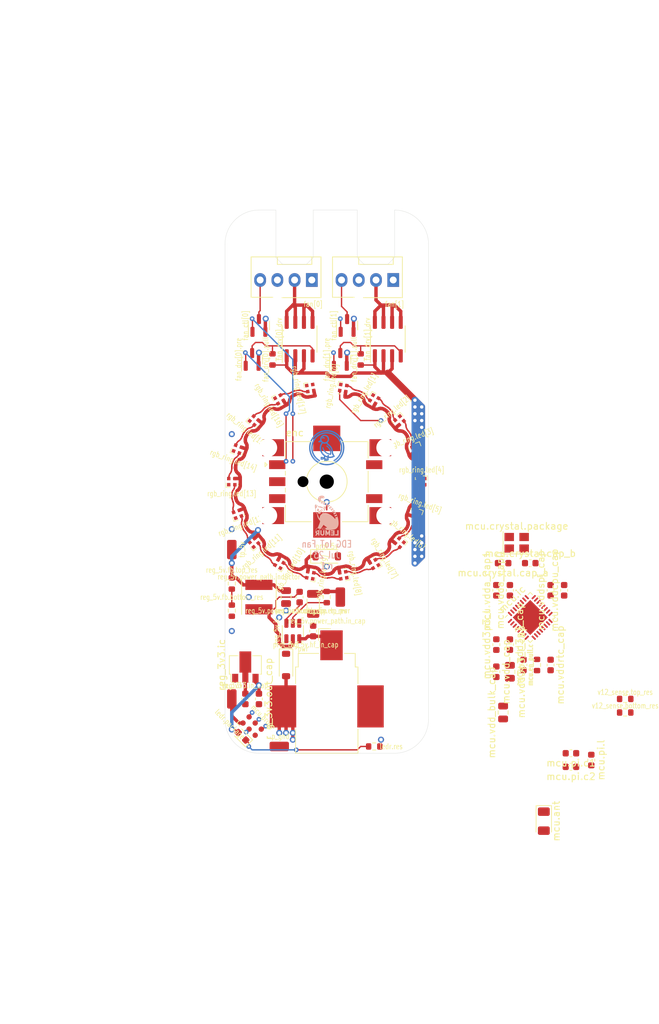
<source format=kicad_pcb>
(kicad_pcb (version 20221018) (generator pcbnew)
  (layers (0 "F.Cu" signal) (31 "B.Cu" signal) (34 "B.Paste" user) (35 "F.Paste" user) (36 "B.SilkS" user "B.Silkscreen") (37 "F.SilkS" user "F.Silkscreen") (38 "B.Mask" user) (39 "F.Mask" user) (44 "Edge.Cuts" user))
  (net 0 "")
  (net 1 "Fv12")
  (net 2 "Fgnd")
  (net 3 "Fv5")
  (net 4 "Fv3v3")
  (net 5 "Fenc.a")
  (net 6 "Fenc.b")
  (net 7 "Fenc.sw")
  (net 8 "Freg_5v.fb.output")
  (net 9 "Fv12_sense.output")
  (net 10 "Fmcu.program_en_node")
  (net 11 "Ffan_drv[1].pre.drain")
  (net 12 "Freg_5v.en_res.b")
  (net 13 "Fledr.res.a")
  (net 14 "Ffan_drv[0].pre.drain")
  (net 15 "Freg_5v.boot_cap.neg")
  (net 16 "Freg_5v.boot_cap.pos")
  (net 17 "Ffan_ctl[1].control")
  (net 18 "Ffan_ctl[1].output")
  (net 19 "Ffan_drv[1].control")
  (net 20 "Ffan_ctl[0].control")
  (net 21 "Ffan_ctl[0].output")
  (net 22 "Ffan_drv[0].control")
  (net 23 "Ffan_drv[1].output")
  (net 24 "Ffan_drv[0].output")
  (net 25 "Fmcu.ic.lna_in")
  (net 26 "Fmcu.ic.vdd3p3")
  (net 27 "Ffan[0].sense")
  (net 28 "Fmcu.program_boot_node")
  (net 29 "Ffan[1].sense")
  (net 30 "Fmcu.program_uart_node.b_tx")
  (net 31 "Fmcu.program_uart_node.a_tx")
  (net 32 "Fmcu.xtal_node.driver.xtal_out")
  (net 33 "Fmcu.xtal_node.driver.xtal_in")
  (net 34 "Frgb_ring.led[15].dout")
  (net 35 "Frgb_ring.led[16].dout")
  (net 36 "Frgb_ring.led[8].dout")
  (net 37 "Frgb_ring.led[9].dout")
  (net 38 "Frgb_ring.dout")
  (net 39 "Frgb_ring.led[11].dout")
  (net 40 "Frgb_ring.led[12].dout")
  (net 41 "Frgb_ring.led[3].dout")
  (net 42 "Frgb_ring.led[4].dout")
  (net 43 "Frgb_ring.led[0].dout")
  (net 44 "Frgb_ring.led[1].dout")
  (net 45 "Frgb_ring.led[2].dout")
  (net 46 "Frgb_ring.led[5].dout")
  (net 47 "Frgb_ring.led[6].dout")
  (net 48 "Frgb_ring.led[7].dout")
  (net 49 "Frgb_ring.led[10].dout")
  (net 50 "Frgb_ring.led[13].dout")
  (net 51 "Frgb_ring.led[14].dout")
  (net 52 "Fmcu.pi.output")
  (footprint "edg:TestPoint_TE_RCT_0805" (layer "F.Cu") (at 93 139 180)
    (fp_text reference "tp_gnd")
    (fp_text value "5015 (Keystone) - gnd")
  )
  (footprint "LED_SMD:LED_SK6812_EC15_1.5x1.5mm" (layer "F.Cu") (at 107 87.876 60)
    (fp_text reference "rgb_ring.led[1]")
    (fp_text value "SK6805-EC15 (Opsco Optoelectronics)")
  )
  (footprint "Package_SO:SOIC-8_3.9x4.9mm_P1.27mm" (layer "F.Cu") (at 96 79 90)
    (fp_text reference "fan_drv[0].drv")
    (fp_text value "AO4407A (Alpha & Omega Semicon) - 30V 12A 3.1W 11m?@20V,12A 3V@250?A P Channel SOIC-8_150mil MOSFETs ROHS")
  )
  (footprint "Package_SO:SOIC-8_3.9x4.9mm_P1.27mm" (layer "F.Cu") (at 109 79 90)
    (fp_text reference "fan_drv[1].drv")
    (fp_text value "AO4407A (Alpha & Omega Semicon) - 30V 12A 3.1W 11m?@20V,12A 3V@250?A P Channel SOIC-8_150mil MOSFETs ROHS")
  )
  (footprint "Capacitor_SMD:C_0603_1608Metric" (layer "F.Cu") (at 135 116 90)
    (fp_text reference "mcu.vddcpu_cap")
    (fp_text value "")
  )
  (footprint "Package_TO_SOT_SMD:SOT-23" (layer "F.Cu") (at 90 77 90)
    (fp_text reference "fan_ctl[0]")
    (fp_text value "AO3400A (Alpha & Omega Semicon) - 30V 5.7A 26.5m?@10V,5.7A 1.4W 1.5V@250?A N Channel SOT-23-3L MOSFETs ROHS")
  )
  (footprint "edg:TestPoint_TE_RCT_0805" (layer "F.Cu") (at 86 110 90)
    (fp_text reference "tp_5v")
    (fp_text value "5015 (Keystone) - v5")
  )
  (footprint "Inductor_SMD:L_Taiyo-Yuden_NR-50xx" (layer "F.Cu") (at 90 117 90)
    (fp_text reference "reg_5v.power_path.inductor")
    (fp_text value "")
  )
  (footprint "Resistor_SMD:R_0603_1608Metric" (layer "F.Cu") (at 105 82 90)
    (fp_text reference "fan_drv[1].pull")
    (fp_text value "")
  )
  (footprint "Resistor_SMD:R_0603_1608Metric" (layer "F.Cu") (at 86 115 -90)
    (fp_text reference "reg_5v.fb.top_res")
    (fp_text value "")
  )
  (footprint "LED_SMD:LED_SK6812_EC15_1.5x1.5mm" (layer "F.Cu") (at 86.844 104.788 -160)
    (fp_text reference "rgb_ring.led[12]")
    (fp_text value "SK6805-EC15 (Opsco Optoelectronics)")
  )
  (footprint "LED_SMD:LED_SK6812_EC15_1.5x1.5mm" (layer "F.Cu") (at 93 112.124 -120)
    (fp_text reference "rgb_ring.led[10]")
    (fp_text value "SK6805-EC15 (Opsco Optoelectronics)")
  )
  (footprint "Connector:Tag-Connect_TC2030-IDC-NL_2x03_P1.27mm_Vertical" (layer "F.Cu") (at 89 136 -45)
    (fp_text reference "mcu.prog")
    (fp_text value "")
  )
  (footprint "edg:JlcToolingHole_1.152mm" (layer "F.Cu") (at 112.5 62.5)
    (fp_text reference "jlc_th.th2" hide)
    (fp_text value "")
  )
  (footprint "LED_SMD:LED_SK6812_EC15_1.5x1.5mm" (layer "F.Cu") (at 86.844 95.212 160)
    (fp_text reference "rgb_ring.led[14]")
    (fp_text value "SK6805-EC15 (Opsco Optoelectronics)")
  )
  (footprint "Diode_SMD:D_1206_3216Metric" (layer "F.Cu") (at 132 150 -90)
    (fp_text reference "mcu.ant")
    (fp_text value "ANT3216LL00R2400A (YAGEO) - 1206 Antennas ROHS")
  )
  (footprint "Package_TO_SOT_SMD:SOT-23-6" (layer "F.Cu") (at 95 122 90)
    (fp_text reference "reg_5v.ic")
    (fp_text value "TPS54202H (Texas Instruments)")
  )
  (footprint "Resistor_SMD:R_0603_1608Metric" (layer "F.Cu") (at 92 82 90)
    (fp_text reference "fan_drv[0].pull")
    (fp_text value "")
  )
  (footprint "Package_DFN_QFN:QFN-32-1EP_5x5mm_P0.5mm_EP3.65x3.65mm" (layer "F.Cu") (at 130 120 45)
    (fp_text reference "mcu.ic")
    (fp_text value "ESP32-C3FH4 (Espressif Systems)")
  )
  (footprint "Resistor_SMD:R_0603_1608Metric" (layer "F.Cu") (at 144 134)
    (fp_text reference "v12_sense.bottom_res")
    (fp_text value "")
  )
  (footprint "Package_TO_SOT_SMD:SOT-23" (layer "F.Cu") (at 89 82 90)
    (fp_text reference "fan_drv[0].pre")
    (fp_text value "AO3400A (Alpha & Omega Semicon) - 30V 5.7A 26.5m?@10V,5.7A 1.4W 1.5V@250?A N Channel SOT-23-3L MOSFETs ROHS")
  )
  (footprint "Connector:FanPinHeader_1x04_P2.54mm_Vertical" (layer "F.Cu") (at 97.8 70.3 180)
    (fp_text reference "fan[0]")
    (fp_text value "4-pin CPU fan connector")
  )
  (footprint "Capacitor_SMD:C_0603_1608Metric" (layer "F.Cu") (at 130 112)
    (fp_text reference "mcu.crystal.cap_b")
    (fp_text value "")
  )
  (footprint "Resistor_SMD:R_0603_1608Metric" (layer "F.Cu") (at 131 127 90)
    (fp_text reference "mcu.en_pull.r")
    (fp_text value "")
  )
  (footprint "MountingHole:MountingHole_2.7mm_M2.5" (layer "F.Cu") (at 108.660254 95)
    (fp_text reference "REF**" hide)
    (fp_text value "MountingHole_2.7mm_M2.5")
  )
  (footprint "LED_SMD:LED_SK6812_EC15_1.5x1.5mm" (layer "F.Cu") (at 110.725 91.001 40)
    (fp_text reference "rgb_ring.led[2]")
    (fp_text value "SK6805-EC15 (Opsco Optoelectronics)")
  )
  (footprint "Resistor_SMD:R_0603_1608Metric" (layer "F.Cu") (at 100 117 -90)
    (fp_text reference "reg_5v.en_res")
    (fp_text value "")
  )
  (footprint "Capacitor_SMD:C_0603_1608Metric" (layer "F.Cu") (at 96 117 90)
    (fp_text reference "reg_5v.boot_cap")
    (fp_text value "")
  )
  (footprint "MountingHole:MountingHole_2.7mm_M2.5" (layer "F.Cu") (at 108.660254 105)
    (fp_text reference "REF**" hide)
    (fp_text value "MountingHole_2.7mm_M2.5")
  )
  (footprint "Resistor_SMD:R_0603_1608Metric" (layer "F.Cu") (at 144 132 180)
    (fp_text reference "v12_sense.top_res")
    (fp_text value "")
  )
  (footprint "Capacitor_SMD:C_0805_2012Metric" (layer "F.Cu") (at 94 117 -90)
    (fp_text reference "reg_5v.power_path.out_cap")
    (fp_text value "")
  )
  (footprint "edg:JlcToolingHole_1.152mm" (layer "F.Cu") (at 112.5 137.5)
    (fp_text reference "jlc_th.th1" hide)
    (fp_text value "")
  )
  (footprint "LED_SMD:LED_SK6812_EC15_1.5x1.5mm" (layer "F.Cu") (at 114 100)
    (fp_text reference "rgb_ring.led[4]")
    (fp_text value "SK6805-EC15 (Opsco Optoelectronics)")
  )
  (footprint "LED_SMD:LED_0603_1608Metric" (layer "F.Cu") (at 87.5 137.5 135)
    (fp_text reference "ledr.package")
    (fp_text value "KT-0603R (Hubei KENTO Elec) - Red 615~630nm 1.9~2.2V 0603 Light Emitting Diodes (LED) RoHS")
  )
  (footprint "Capacitor_SMD:C_0603_1608Metric" (layer "F.Cu") (at 133 127 -90)
    (fp_text reference "mcu.vddrtc_cap")
    (fp_text value "")
  )
  (footprint "Capacitor_SMD:C_0603_1608Metric" (layer "F.Cu") (at 126 112 180)
    (fp_text reference "mcu.crystal.cap_a")
    (fp_text value "")
  )
  (footprint "Capacitor_SMD:C_0603_1608Metric" (layer "F.Cu") (at 127 116 90)
    (fp_text reference "mcu.vdda_cap0")
    (fp_text value "")
  )
  (footprint "LED_SMD:LED_SK6812_EC15_1.5x1.5mm" (layer "F.Cu") (at 102.431 113.787 -80)
    (fp_text reference "rgb_ring.led[8]")
    (fp_text value "SK6805-EC15 (Opsco Optoelectronics)")
  )
  (footprint "LED_SMD:LED_SK6812_EC15_1.5x1.5mm" (layer "F.Cu") (at 89.275 108.999 -140)
    (fp_text reference "rgb_ring.led[11]")
    (fp_text value "SK6805-EC15 (Opsco Optoelectronics)")
  )
  (footprint "edg:TestPoint_TE_RCT_0805" (layer "F.Cu") (at 102 117 90)
    (fp_text reference "tp_pwr")
    (fp_text value "5015 (Keystone) - v12")
  )
  (footprint "LED_SMD:LED_SK6812_EC15_1.5x1.5mm" (layer "F.Cu") (at 113.156 95.212 20)
    (fp_text reference "rgb_ring.led[3]")
    (fp_text value "SK6805-EC15 (Opsco Optoelectronics)")
  )
  (footprint "Capacitor_SMD:C_0603_1608Metric" (layer "F.Cu") (at 98 122 90)
    (fp_text reference "reg_5v.hf_in_cap")
    (fp_text value "")
  )
  (footprint "Diode_SMD:D_SOD-123" (layer "F.Cu") (at 94 127 -90)
    (fp_text reference "prot_3v3")
    (fp_text value "BZT52C3V6 (SMC(Sangdest Microelectronicstronic (Nanjing))) - 5?A@1V 90? Single 3.6V~3.8V 350mW 3.4V SOD-123 Zener Diodes ROHS")
  )
  (footprint "LED_SMD:LED_SK6812_EC15_1.5x1.5mm" (layer "F.Cu") (at 97.569 113.787 -100)
    (fp_text reference "rgb_ring.led[9]")
    (fp_text value "SK6805-EC15 (Opsco Optoelectronics)")
  )
  (footprint "Capacitor_SMD:C_0603_1608Metric" (layer "F.Cu") (at 90 132 -90)
    (fp_text reference "reg_3v3.out_cap")
    (fp_text value "")
  )
  (footprint "Package_TO_SOT_SMD:SOT-23" (layer "F.Cu") (at 102 82 90)
    (fp_text reference "fan_drv[1].pre")
    (fp_text value "AO3400A (Alpha & Omega Semicon) - 30V 5.7A 26.5m?@10V,5.7A 1.4W 1.5V@250?A N Channel SOT-23-3L MOSFETs ROHS")
  )
  (footprint "Capacitor_SMD:C_0603_1608Metric" (layer "F.Cu") (at 136 140 180)
    (fp_text reference "mcu.pi.c1")
    (fp_text value "")
  )
  (footprint "edg:TestPoint_TE_RCT_0805" (layer "F.Cu") (at 86 132 -90)
    (fp_text reference "tp_3v3")
    (fp_text value "5015 (Keystone) - v3v3")
  )
  (footprint "MountingHole:MountingHole_2.7mm_M2.5" (layer "F.Cu") (at 90 100)
    (fp_text reference "REF**" hide)
    (fp_text value "MountingHole_2.7mm_M2.5")
  )
  (footprint "LED_SMD:LED_SK6812_EC15_1.5x1.5mm" (layer "F.Cu") (at 93 87.876 120)
    (fp_text reference "rgb_ring.led[16]")
    (fp_text value "SK6805-EC15 (Opsco Optoelectronics)")
  )
  (footprint "LED_SMD:LED_SK6812_EC15_1.5x1.5mm" (layer "F.Cu") (at 86 100 180)
    (fp_text reference "rgb_ring.led[13]")
    (fp_text value "SK6805-EC15 (Opsco Optoelectronics)")
  )
  (footprint "Capacitor_SMD:C_0603_1608Metric" (layer "F.Cu") (at 88 132 -90)
    (fp_text reference "reg_3v3.in_cap")
    (fp_text value "")
  )
  (footprint "Resistor_SMD:R_0603_1608Metric" (layer "F.Cu") (at 107 139)
    (fp_text reference "ledr.res")
    (fp_text value "")
  )
  (footprint "LED_SMD:LED_SK6812_EC15_1.5x1.5mm" (layer "F.Cu") (at 102.431 86.213 80)
    (fp_text reference "rgb_ring.led[0]")
    (fp_text value "SK6805-EC15 (Opsco Optoelectronics)")
  )
  (footprint "Connector:FanPinHeader_1x04_P2.54mm_Vertical" (layer "F.Cu") (at 109.8 70.3 180)
    (fp_text reference "fan[1]")
    (fp_text value "4-pin CPU fan connector")
  )
  (footprint "LED_SMD:LED_SK6812_EC15_1.5x1.5mm" (layer "F.Cu") (at 107 112.124 -60)
    (fp_text reference "rgb_ring.led[7]")
    (fp_text value "SK6805-EC15 (Opsco Optoelectronics)")
  )
  (footprint "MountingHole:MountingHole_2.7mm_M2.5" (layer "F.Cu") (at 91.339746 105)
    (fp_text reference "REF**" hide)
    (fp_text value "MountingHole_2.7mm_M2.5")
  )
  (footprint "LED_SMD:LED_SK6812_EC15_1.5x1.5mm" (layer "F.Cu") (at 89.275 91.001 140)
    (fp_text reference "rgb_ring.led[15]")
    (fp_text value "SK6805-EC15 (Opsco Optoelectronics)")
  )
  (footprint "Capacitor_SMD:C_0603_1608Metric" (layer "F.Cu") (at 125 116 90)
    (fp_text reference "mcu.vdda_cap1")
    (fp_text value "")
  )
  (footprint "Diode_SMD:D_SOD-123" (layer "F.Cu") (at 100 111)
    (fp_text reference "prot_5v")
    (fp_text value "BZT52C6V2 (Shandong Jingdao Microelectronics) - 3?A@4V 10? Single 5.8V~6.6V 500mW 6.2V SOD-123 Zener Diodes ROHS")
  )
  (footprint "Connector_BarrelJack:BarrelJack_CUI_PJ-036AH-SMT_Horizontal" (layer "F.Cu") (at 100 129.9)
    (fp_text reference "pwr")
    (fp_text value "PJ-036AH-SMT (CUI Devices)")
  )
  (footprint "Package_TO_SOT_SMD:SOT-23" (layer "F.Cu") (at 103 77 90)
    (fp_text reference "fan_ctl[1]")
    (fp_text value "AO3400A (Alpha & Omega Semicon) - 30V 5.7A 26.5m?@10V,5.7A 1.4W 1.5V@250?A N Channel SOT-23-3L MOSFETs ROHS")
  )
  (footprint "Capacitor_SMD:C_0603_1608Metric" (layer "F.Cu") (at 133 116 90)
    (fp_text reference "mcu.vddspi_cap")
    (fp_text value "")
  )
  (footprint "Capacitor_SMD:C_1206_3216Metric" (layer "F.Cu") (at 98 118 -90)
    (fp_text reference "reg_5v.power_path.in_cap")
    (fp_text value "")
  )
  (footprint "MountingHole:MountingHole_2.7mm_M2.5" (layer "F.Cu") (at 110 100)
    (fp_text reference "REF**" hide)
    (fp_text value "MountingHole_2.7mm_M2.5")
  )
  (footprint "Capacitor_SMD:C_0805_2012Metric" (layer "F.Cu") (at 126 134 90)
    (fp_text reference "mcu.vdd_bulk_cap")
    (fp_text value "")
  )
  (footprint "Capacitor_SMD:C_0603_1608Metric" (layer "F.Cu") (at 136 142 180)
    (fp_text reference "mcu.pi.c2")
    (fp_text value "")
  )
  (footprint "Capacitor_SMD:C_0603_1608Metric" (layer "F.Cu") (at 129 127 -90)
    (fp_text reference "mcu.en_pull.c")
    (fp_text value "")
  )
  (footprint "Crystal:Crystal_SMD_3225-4Pin_3.2x2.5mm" (layer "F.Cu") (at 128 109)
    (fp_text reference "mcu.crystal.package")
    (fp_text value "")
  )
  (footprint "Inductor_SMD:L_0603_1608Metric" (layer "F.Cu") (at 125 124 90)
    (fp_text reference "mcu.vdd3p3_l")
    (fp_text value "")
  )
  (footprint "Package_TO_SOT_SMD:SOT-89-3" (layer "F.Cu") (at 88 127 90)
    (fp_text reference "reg_3v3.ic")
    (fp_text value "AP7215-33YG-13 (Diodes Incorporated)")
  )
  (footprint "Resistor_SMD:R_0603_1608Metric" (layer "F.Cu") (at 86 119 -90)
    (fp_text reference "reg_5v.fb.bottom_res")
    (fp_text value "")
  )
  (footprint "Inductor_SMD:L_0603_1608Metric" (layer "F.Cu") (at 139 141 -90)
    (fp_text reference "mcu.pi.l")
    (fp_text value "")
  )
  (footprint "edg:RotaryEncoder_Alps_EC11J15-Switch" (layer "F.Cu") (at 100 100)
    (fp_text reference "enc")
    (fp_text value "EC11J1525402 (Alps Alpine)")
  )
  (footprint "Capacitor_SMD:C_0603_1608Metric" (layer "F.Cu") (at 125 128 -90)
    (fp_text reference "mcu.vdd_cap")
    (fp_text value "")
  )
  (footprint "Capacitor_SMD:C_0805_2012Metric" (layer "F.Cu") (at 127 128 -90)
    (fp_text reference "mcu.vdd3p3_l_cap")
    (fp_text value "")
  )
  (footprint "edg:JlcToolingHole_1.152mm" (layer "F.Cu") (at 87.5 62.5)
    (fp_text reference "jlc_th.th3" hide)
    (fp_text value "")
  )
  (footprint "Capacitor_SMD:C_0603_1608Metric" (layer "F.Cu") (at 127 124 -90)
    (fp_text reference "mcu.vdd3p3_cap")
    (fp_text value "")
  )
  (footprint "LED_SMD:LED_SK6812_EC15_1.5x1.5mm" (layer "F.Cu") (at 97.569 86.213 100)
    (fp_text reference "rgb_ring.led[17]")
    (fp_text value "SK6805-EC15 (Opsco Optoelectronics)")
  )
  (footprint "LED_SMD:LED_SK6812_EC15_1.5x1.5mm" (layer "F.Cu") (at 110.725 108.999 -40)
    (fp_text reference "rgb_ring.led[6]")
    (fp_text value "SK6805-EC15 (Opsco Optoelectronics)")
  )
  (footprint "MountingHole:MountingHole_2.7mm_M2.5" (layer "F.Cu") (at 91.339746 95)
    (fp_text reference "REF**" hide)
    (fp_text value "MountingHole_2.7mm_M2.5")
  )
  (footprint "LED_SMD:LED_SK6812_EC15_1.5x1.5mm" (layer "F.Cu") (at 113.156 104.788 -20)
    (fp_text reference "rgb_ring.led[5]")
    (fp_text value "SK6805-EC15 (Opsco Optoelectronics)")
  )
  (footprint "edg:Symbol_Duckling" (layer "B.Cu") (at 100 95 180)
    (fp_text reference "UU4" hide)
    (fp_text value "Duck" hide)
  )
  (footprint "edg:Symbol_LemurSmall" (layer "B.Cu") (at 100 105 180)
    (fp_text reference "UU5" hide)
    (fp_text value "Lemur" hide)
  )
  (gr_line (start 85 135) (end 85 65) (stroke (width 0.0381)) (layer "Edge.Cuts"))
  (gr_arc (start 85 65) (mid 86.464466 61.464466) (end 90 60) (stroke (width 0.0381)) (layer "Edge.Cuts"))
  (gr_line (start 92.5 60) (end 92.5 67) (stroke (width 0.0381)) (layer "Edge.Cuts"))
  (gr_line (start 115 65) (end 115 135) (stroke (width 0.0381)) (layer "Edge.Cuts"))
  (gr_line (start 93.5 68) (end 97 68) (stroke (width 0.0381)) (layer "Edge.Cuts"))
  (gr_line (start 110 67) (end 110 60) (stroke (width 0.0381)) (layer "Edge.Cuts"))
  (gr_line (start 104.5 67) (end 105.5 68) (stroke (width 0.0381)) (layer "Edge.Cuts"))
  (gr_arc (start 90 140) (mid 86.464466 138.535534) (end 85 135) (stroke (width 0.0381)) (layer "Edge.Cuts"))
  (gr_line (start 90 60) (end 92.5 60) (stroke (width 0.0381)) (layer "Edge.Cuts"))
  (gr_arc (start 115 135) (mid 113.535534 138.535534) (end 110 140) (stroke (width 0.0381)) (layer "Edge.Cuts"))
  (gr_line (start 104.5 60) (end 104.5 67) (stroke (width 0.0381)) (layer "Edge.Cuts"))
  (gr_line (start 109 68) (end 110 67) (stroke (width 0.0381)) (layer "Edge.Cuts"))
  (gr_line (start 98 67) (end 98 60) (stroke (width 0.0381)) (layer "Edge.Cuts"))
  (gr_line (start 92.5 67) (end 93.5 68) (stroke (width 0.0381)) (layer "Edge.Cuts"))
  (gr_arc (start 110 60) (mid 113.535534 61.464466) (end 115 65) (stroke (width 0.0381)) (layer "Edge.Cuts"))
  (gr_line (start 110 140) (end 90 140) (stroke (width 0.0381)) (layer "Edge.Cuts"))
  (gr_line (start 97 68) (end 98 67) (stroke (width 0.0381)) (layer "Edge.Cuts"))
  (gr_line (start 98 60) (end 104.5 60) (stroke (width 0.0381)) (layer "Edge.Cuts"))
  (gr_line (start 105.5 68) (end 109 68) (stroke (width 0.0381)) (layer "Edge.Cuts"))
  (gr_text "EDG IoT Fan\nJul 23\nrv1" (at 100 113) (layer "B.SilkS") (effects (font (size 1 0.8) (thickness 0.15) bold) (justify bottom mirror)))
  (segment (start 94 97) (end 94 90) (width 0.2) (layer "F.Cu") (net 0))
  (segment (start 88.05 81.05) (end 88.05 82.9375) (width 0.2) (layer "F.Cu") (net 0))
  (segment (start 88 81) (end 88.05 81.05) (width 0.2) (layer "F.Cu") (net 0))
  (via (at 94 90) (size 0.7) (drill 0.3) (layers "F.Cu" "B.Cu") (net 0))
  (via (at 94 97) (size 0.7) (drill 0.3) (layers "F.Cu" "B.Cu") (net 0))
  (via (at 88 81) (size 0.7) (drill 0.3) (layers "F.Cu" "B.Cu") (net 0))
  (segment (start 94.5 89.5) (end 94.5 87.5) (width 0.2) (layer "B.Cu") (net 0))
  (segment (start 94 90) (end 94.5 89.5) (width 0.2) (layer "B.Cu") (net 0))
  (segment (start 94.5 87.5) (end 88 81) (width 0.2) (layer "B.Cu") (net 0))
  (segment (start 102 116.175) (end 100 116.175) (width 0.5) (layer "F.Cu") (net 1))
  (segment (start 114 109) (end 114 110) (width 1) (layer "F.Cu") (net 1))
  (segment (start 94.095 81.475) (end 94.095 83.095) (width 0.5) (layer "F.Cu") (net 1))
  (segment (start 100 116.175) (end 99.325 116.175) (width 0.5) (layer "F.Cu") (net 1))
  (segment (start 113 91) (end 113 88) (width 1) (layer "F.Cu") (net 1))
  (segment (start 95.365 83.635) (end 95 84) (width 0.5) (layer "F.Cu") (net 1))
  (segment (start 96.8625 123.1375) (end 97.225 122.775) (width 0.5) (layer "F.Cu") (net 1))
  (segment (start 113 110) (end 113 111) (width 1) (layer "F.Cu") (net 1))
  (segment (start 108.365 83.635) (end 108 84) (width 0.5) (layer "F.Cu") (net 1))
  (segment (start 99.325 116.175) (end 98.975 116.525) (width 0.5) (layer "F.Cu") (net 1))
  (segment (start 114 108) (end 113 109) (width 1) (layer "F.Cu") (net 1))
  (segment (start 107.095 83.095) (end 108 84) (width 0.5) (layer "F.Cu") (net 1))
  (segment (start 98 116.525) (end 98.975 116.525) (width 0.5) (layer "F.Cu") (net 1))
  (segment (start 93.825 82.825) (end 94.095 83.095) (width 0.2) (layer "F.Cu") (net 1))
  (segment (start 100.5 84.5) (end 103.5 84.5) (width 0.5) (layer "F.Cu") (net 1))
  (segment (start 109 84) (end 113 88) (width 1) (layer "F.Cu") (net 1))
  (segment (start 114 110) (end 113 111) (width 1) (layer "F.Cu") (net 1))
  (segment (start 113 109) (end 113 111) (width 1) (layer "F.Cu") (net 1))
  (segment (start 108.365 81.475) (end 108.365 83.635) (width 0.5) (layer "F.Cu") (net 1))
  (segment (start 96 84) (end 95.5 84) (width 0.5) (layer "F.Cu") (net 1))
  (segment (start 113 112) (end 114 111) (width 1) (layer "F.Cu") (net 1))
  (segment (start 98 122.775) (end 99.475 122.775) (width 0.5) (layer "F.Cu") (net 1))
  (segment (start 95.5 84) (end 95 84) (width 0.5) (layer "F.Cu") (net 1))
  (segment (start 114 109) (end 114 108) (width 1) (layer "F.Cu") (net 1))
  (segment (start 113 109) (end 113 110) (width 1) (layer "F.Cu") (net 1))
  (segment (start 100 84) (end 100.5 84.5) (width 0.5) (layer "F.Cu") (net 1))
  (segment (start 114 89) (end 113 88) (width 1) (layer "F.Cu") (net 1))
  (segment (start 104 84) (end 108 84) (width 0.5) (layer "F.Cu") (net 1))
  (segment (start 95.95 123.1375) (end 96.8625 123.1375) (width 0.5) (layer "F.Cu") (net 1))
  (segment (start 109.635 83.365) (end 109 84) (width 0.5) (layer "F.Cu") (net 1))
  (segment (start 96.635 81.475) (end 96.635 83.365) (width 0.5) (layer "F.Cu") (net 1))
  (segment (start 97.225 122.775) (end 98 122.775) (width 0.5) (layer "F.Cu") (net 1))
  (segment (start 96.635 83.365) (end 96 84) (width 0.5) (layer "F.Cu") (net 1))
  (segment (start 108 84) (end 109 84) (width 0.5) (layer "F.Cu") (net 1))
  (segment (start 114 92) (end 113 91) (width 1) (layer "F.Cu") (net 1))
  (segment (start 103.5 84.5) (end 104 84) (width 0.5) (layer "F.Cu") (net 1))
  (segment (start 94.095 83.095) (end 95 84) (width 0.5) (layer "F.Cu") (net 1))
  (segment (start 95.5 84) (end 100 84) (width 0.5) (layer "F.Cu") (net 1))
  (segment (start 113 112) (end 113 111) (width 1) (layer "F.Cu") (net 1))
  (segment (start 109.635 81.475) (end 109.635 83.365) (width 0.5) (layer "F.Cu") (net 1))
  (segment (start 106.825 82.825) (end 107.095 83.095) (width 0.2) (layer "F.Cu") (net 1))
  (segment (start 114 92) (end 114 89) (width 1) (layer "F.Cu") (net 1))
  (segment (start 114 111) (end 114 108) (width 1) (layer "F.Cu") (net 1))
  (segment (start 105 82.825) (end 106.825 82.825) (width 0.2) (layer "F.Cu") (net 1))
  (segment (start 114 109) (end 113 109) (width 1) (layer "F.Cu") (net 1))
  (segment (start 95.365 81.475) (end 95.365 83.635) (width 0.5) (layer "F.Cu") (net 1))
  (segment (start 107.095 81.475) (end 107.095 83.095) (width 0.5) (layer "F.Cu") (net 1))
  (segment (start 92 82.825) (end 93.825 82.825) (width 0.2) (layer "F.Cu") (net 1))
  (segment (start 114 110) (end 114 108) (width 1) (layer "F.Cu") (net 1))
  (via (at 114 111) (size 0.9) (drill 0.5) (layers "F.Cu" "B.Cu") (net 1))
  (via (at 113 110) (size 0.9) (drill 0.5) (layers "F.Cu" "B.Cu") (net 1))
  (via (at 114 108) (size 0.9) (drill 0.5) (layers "F.Cu" "B.Cu") (net 1))
  (via (at 113 91) (size 0.9) (drill 0.5) (layers "F.Cu" "B.Cu") (net 1))
  (via (at 113 109) (size 0.9) (drill 0.5) (layers "F.Cu" "B.Cu") (net 1))
  (via (at 113 90) (size 0.9) (drill 0.5) (layers "F.Cu" "B.Cu") (net 1))
  (via (at 113 112) (size 0.9) (drill 0.5) (layers "F.Cu" "B.Cu") (net 1))
  (via (at 114 109) (size 0.9) (drill 0.5) (layers "F.Cu" "B.Cu") (net 1))
  (via (at 114 110) (size 0.9) (drill 0.5) (layers "F.Cu" "B.Cu") (net 1))
  (via (at 113 88) (size 0.9) (drill 0.5) (layers "F.Cu" "B.Cu") (net 1))
  (via (at 114 91) (size 0.9) (drill 0.5) (layers "F.Cu" "B.Cu") (net 1))
  (via (at 114 92) (size 0.9) (drill 0.5) (layers "F.Cu" "B.Cu") (net 1))
  (via (at 113 111) (size 0.9) (drill 0.5) (layers "F.Cu" "B.Cu") (net 1))
  (via (at 114 89) (size 0.9) (drill 0.5) (layers "F.Cu" "B.Cu") (net 1))
  (via (at 113 89) (size 0.9) (drill 0.5) (layers "F.Cu" "B.Cu") (net 1))
  (via (at 114 90) (size 0.9) (drill 0.5) (layers "F.Cu" "B.Cu") (net 1))
  (segment (start 113 109) (end 113 112) (width 1) (layer "B.Cu") (net 1))
  (segment (start 113 88) (end 113 111) (width 1) (layer "B.Cu") (net 1))
  (segment (start 114 110) (end 114 111) (width 1) (layer "B.Cu") (net 1))
  (segment (start 114 110) (end 113 111) (width 1) (layer "B.Cu") (net 1))
  (segment (start 114 110) (end 114 89) (width 1) (layer "B.Cu") (net 1))
  (segment (start 114 111) (end 113 112) (width 1) (layer "B.Cu") (net 1))
  (segment (start 114 89) (end 113 88) (width 1) (layer "B.Cu") (net 1))
  (segment (start 95 138) (end 95 136) (width 0.5) (layer "F.Cu") (net 2))
  (segment (start 90.95 77.9375) (end 90.95 76.05) (width 0.5) (layer "F.Cu") (net 2))
  (segment (start 102.95 82.9375) (end 102.95 81.05) (width 0.5) (layer "F.Cu") (net 2))
  (segment (start 89.95 81.05) (end 90 81) (width 0.5) (layer "F.Cu") (net 2))
  (segment (start 102.95 81.05) (end 103 81) (width 0.5) (layer "F.Cu") (net 2))
  (segment (start 103.95 76.05) (end 104 76) (width 0.5) (layer "F.Cu") (net 2))
  (segment (start 89.95 82.9375) (end 89.95 81.05) (width 0.5) (layer "F.Cu") (net 2))
  (segment (start 103.95 77.9375) (end 103.95 76.05) (width 0.5) (layer "F.Cu") (net 2))
  (segment (start 100 104.15) (end 100 103) (width 0.2) (layer "F.Cu") (net 2))
  (segment (start 94 128.65) (end 94 132.55) (width 0.5) (layer "F.Cu") (net 2))
  (segment (start 94 137) (end 94 136) (width 0.5) (layer "F.Cu") (net 2))
  (segment (start 90.95 76.05) (end 91 76) (width 0.5) (layer "F.Cu") (net 2))
  (segment (start 93 137) (end 93 136) (width 0.5) (layer "F.Cu") (net 2))
  (via (at 108 138) (size 0.9) (drill 0.5) (layers "F.Cu" "B.Cu") (net 2))
  (via (at 88.5 117) (size 0.9) (drill 0.5) (layers "F.Cu" "B.Cu") (net 2))
  (via (at 100 112.5) (size 0.9) (drill 0.5) (layers "F.Cu" "B.Cu") (net 2))
  (via (at 93 120) (size 0.9) (drill 0.5) (layers "F.Cu" "B.Cu") (net 2))
  (via (at 86 107) (size 0.9) (drill 0.5) (layers "F.Cu" "B.Cu") (net 2))
  (via (at 100 103) (size 0.9) (drill 0.5) (layers "F.Cu" "B.Cu") (net 2))
  (via (at 104 76) (size 0.9) (drill 0.5) (layers "F.Cu" "B.Cu") (net 2))
  (via (at 91 76) (size 0.9) (drill 0.5) (layers "F.Cu" "B.Cu") (net 2))
  (via (at 95 137) (size 0.9) (drill 0.5) (layers "F.Cu" "B.Cu") (net 2))
  (via (at 86 122) (size 0.9) (drill 0.5) (layers "F.Cu" "B.Cu") (net 2))
  (via (at 95 138) (size 0.9) (drill 0.5) (layers "F.Cu" "B.Cu") (net 2))
  (via (at 86 93) (size 0.9) (drill 0.5) (layers "F.Cu" "B.Cu") (net 2))
  (via (at 93 137) (size 0.9) (drill 0.5) (layers "F.Cu" "B.Cu") (net 2))
  (via (at 94 137) (size 0.9) (drill 0.5) (layers "F.Cu" "B.Cu") (net 2))
  (via (at 90 81) (size 0.9) (drill 0.5) (layers "F.Cu" "B.Cu") (net 2))
  (via (at 103 81) (size 0.9) (drill 0.5) (layers "F.Cu" "B.Cu") (net 2))
  (via (at 94 119) (size 0.9) (drill 0.5) (layers "F.Cu" "B.Cu") (net 2))
  (segment (start 94 116.05) (end 93.05 116.05) (width 0.5) (layer "F.Cu") (net 3))
  (segment (start 105.504 111.808) (end 105.492 111.846) (width 0.5) (layer "F.Cu") (net 3))
  (segment (start 90.546 91.42) (end 90.544 91.419) (width 0.5) (layer "F.Cu") (net 3))
  (segment (start 112.763 99.362) (end 112.759 99.386) (width 0.5) (layer "F.Cu") (net 3))
  (segment (start 110.179 92.081) (end 110.191 92.069) (width 0.5) (layer "F.Cu") (net 3))
  (segment (start 111.957 93.526) (end 111.959 93.534) (width 0.5) (layer "F.Cu") (net 3))
  (segment (start 87.237 99.506) (end 87.233 99.507) (width 0.5) (layer "F.Cu") (net 3))
  (segment (start 89.897 107.837) (end 89.893 107.842) (width 0.5) (layer "F.Cu") (net 3))
  (segment (start 90.85 90.036) (end 90.863 90.009) (width 0.5) (layer "F.Cu") (net 3))
  (segment (start 111.86 105.619) (end 111.882 105.655) (width 0.5) (layer "F.Cu") (net 3))
  (segment (start 97.156 112.458) (end 97.13 112.458) (width 0.5) (layer "F.Cu") (net 3))
  (segment (start 86.655 102.658) (end 86.651 102.646) (width 0.5) (layer "F.Cu") (net 3))
  (segment (start 98.114 86.703) (end 98.11 86.686) (width 0.5) (layer "F.Cu") (net 3))
  (segment (start 95.139 112.72) (end 95.126 112.713) (width 0.5) (layer "F.Cu") (net 3))
  (segment (start 112.376 103.537) (end 112.352 103.564) (width 0.5) (layer "F.Cu") (net 3))
  (segment (start 89.538 108.185) (end 89.521 108.2) (width 0.5) (layer "F.Cu") (net 3))
  (segment (start 87.7 115.2) (end 90 115.2) (width 0.5) (layer "F.Cu") (net 3))
  (segment (start 86.569 102.34) (end 86.567 102.326) (width 0.5) (layer "F.Cu") (net 3))
  (segment (start 98.292 112.646) (end 98.285 112.644) (width 0.5) (layer "F.Cu") (net 3))
  (segment (start 110.098 92.198) (end 110.105 92.206) (width 0.5) (layer "F.Cu") (net 3))
  (segment (start 99.972 113.634) (end 99.958 113.633) (width 0.5) (layer "F.Cu") (net 3))
  (segment (start 95.915 87.092) (end 95.946 87.093) (width 0.5) (layer "F.Cu") (net 3))
  (segment (start 93.948 88.57) (end 93.936 88.553) (width 0.5) (layer "F.Cu") (net 3))
  (segment (start 111.882 106.664) (end 111.875 106.679) (width 0.5) (layer "F.Cu") (net 3))
  (segment (start 104.305 112.898) (end 104.304 112.899) (width 0.5) (layer "F.Cu") (net 3))
  (segment (start 111.289 107.353) (end 111.258 107.37) (width 0.5) (layer "F.Cu") (net 3))
  (segment (start 107.672 89.264) (end 107.712 89.25) (width 0.5) (layer "F.Cu") (net 3))
  (segment (start 102.702 87.508) (end 102.702 87.502) (width 0.5) (layer "F.Cu") (net 3))
  (segment (start 88.225 95.035) (end 88.23 95.01) (width 0.5) (layer "F.Cu") (net 3))
  (segment (start 102.76 86.96) (end 102.763 86.938) (width 0.5) (layer "F.Cu") (net 3))
  (segment (start 94.584 87.83) (end 94.599 87.794) (width 0.5) (layer "F.Cu") (net 3))
  (segment (start 89.428 108.282) (end 89.414 108.293) (width 0.5) (layer "F.Cu") (net 3))
  (segment (start 97.207 113.246) (end 97.206 113.253) (width 0.5) (layer "F.Cu") (net 3))
  (segment (start 88.742 107.37) (end 88.711 107.353) (width 0.5) (layer "F.Cu") (net 3))
  (segment (start 105.848 88.643) (end 105.866 88.657) (width 0.5) (layer "F.Cu") (net 3))
  (segment (start 109.231 90.264) (end 109.239 90.301) (width 0.5) (layer "F.Cu") (net 3))
  (segment (start 113.386 98.343) (end 113.374 98.376) (width 0.5) (layer "F.Cu") (net 3))
  (segment (start 104.022 112.904) (end 103.99 112.9) (width 0.5) (layer "F.Cu") (net 3))
  (segment (start 109.252 90.417) (end 109.253 90.457) (width 0.5) (layer "F.Cu") (net 3))
  (segment (start 90.99 110.187) (end 90.987 110.183) (width 0.5) (layer "F.Cu") (net 3))
  (segment (start 109.211 90.787) (end 109.211 90.827) (width 0.5) (layer "F.Cu") (net 3))
  (segment (start 88.353 92.958) (end 88.361 92.948) (width 0.5) (layer "F.Cu") (net 3))
  (segment (start 112.732 95.847) (end 112.75 95.84) (width 0.5) (layer "F.Cu") (net 3))
  (segment (start 105.236 112.447) (end 105.213 112.47) (width 0.5) (layer "F.Cu") (net 3))
  (segment (start 99.1 113.317) (end 99.073 113.288) (width 0.5) (layer "F.Cu") (net 3))
  (segment (start 87.789 103.766) (end 87.776 103.743) (width 0.5) (layer "F.Cu") (net 3))
  (segment (start 88.551 107.245) (end 88.529 107.227) (width 0.5) (layer "F.Cu") (net 3))
  (segment (start 112.693 95.862) (end 112.713 95.854) (width 0.5) (layer "F.Cu") (net 3))
  (segment (start 94.152 111.357) (end 94.134 111.343) (width 0.5) (layer "F.Cu") (net 3))
  (segment (start 108.354 89.303) (end 108.374 89.312) (width 0.5) (layer "F.Cu") (net 3))
  (segment (start 108.875 110.338) (end 108.863 110.349) (width 0.5) (layer "F.Cu") (net 3))
  (segment (start 112.012 106.101) (end 112.012 106.135) (width 0.5) (layer "F.Cu") (net 3))
  (segment (start 89.38 108.323) (end 89.37 108.332) (width 0.5) (layer "F.Cu") (net 3))
  (segment (start 110.089 92.186) (end 110.089 92.185) (width 0.5) (layer "F.Cu") (net 3))
  (segment (start 104.689 112.802) (end 104.676 112.807) (width 0.5) (layer "F.Cu") (net 3))
  (segment (start 94.832 87.486) (end 94.853 87.467) (width 0.5) (layer "F.Cu") (net 3))
  (segment (start 106.231 111.704) (end 106.244 111.724) (width 0.5) (layer "F.Cu") (net 3))
  (segment (start 104.861 112.72) (end 104.847 112.728) (width 0.5) (layer "F.Cu") (net 3))
  (segment (start 108.193 110.75) (end 108.161 110.758) (width 0.5) (layer "F.Cu") (net 3))
  (segment (start 87.997 106.264) (end 87.994 106.234) (width 0.5) (layer "F.Cu") (net 3))
  (segment (start 106.191 111.64) (end 106.205 111.662) (width 0.5) (layer "F.Cu") (net 3))
  (segment (start 108.467 110.642) (end 108.463 110.645) (width 0.5) (layer "F.Cu") (net 3))
  (segment (start 86.555 97.818) (end 86.556 97.802) (width 0.5) (layer "F.Cu") (net 3))
  (segment (start 87.126 104.207) (end 87.12 104.209) (width 0.5) (layer "F.Cu") (net 3))
  (segment (start 88.206 104.882) (end 88.201 104.867) (width 0.5) (layer "F.Cu") (net 3))
  (segment (start 98.262 87.326) (end 98.26 87.319) (width 0.5) (layer "F.Cu") (net 3))
  (segment (start 95.469 112.851) (end 95.453 112.847) (width 0.5) (layer "F.Cu") (net 3))
  (segment (start 88.182 95.171) (end 88.179 95.171) (width 0.5) (layer "F.Cu") (net 3))
  (segment (start 102.708 87.531) (end 102.713 87.532) (width 0.5) (layer "F.Cu") (net 3))
  (segment (start 88.118 106.664) (end 88.106 106.634) (width 0.5) (layer "F.Cu") (net 3))
  (segment (start 108.281 110.724) (end 108.253 110.733) (width 0.5) (layer "F.Cu") (net 3))
  (segment (start 92.407 89.296) (end 92.447 89.31) (width 0.5) (layer "F.Cu") (net 3))
  (segment (start 86.471 99.55) (end 86.463 99.55) (width 0.5) (layer "F.Cu") (net 3))
  (segment (start 105.699 111.493) (end 105.677 111.519) (width 0.5) (layer "F.Cu") (net 3))
  (segment (start 102.72 112.467) (end 102.713 112.468) (width 0.5) (layer "F.Cu") (net 3))
  (segment (start 93.162 110.881) (end 93.157 110.893) (width 0.5) (layer "F.Cu") (net 3))
  (segment (start 93.191 110.803) (end 93.19 110.806) (width 0.5) (layer "F.Cu") (net 3))
  (segment (start 104.993 112.648) (end 104.992 112.648) (width 0.5) (layer "F.Cu") (net 3))
  (segment (start 100.073 113.631) (end 100.057 113.632) (width 0.5) (layer "F.Cu") (net 3))
  (segment (start 91.591 89.328) (end 91.607 89.32) (width 0.5) (layer "F.Cu") (net 3))
  (segment (start 108.719 110.48) (end 108.706 110.489) (width 0.5) (layer "F.Cu") (net 3))
  (segment (start 104.339 87.108) (end 104.349 87.11) (width 0.5) (layer "F.Cu") (net 3))
  (segment (start 92.959 89.302) (end 92.988 89.293) (width 0.5) (layer "F.Cu") (net 3))
  (segment (start 113.45 97.982) (end 113.45 97.988) (width 0.5) (layer "F.Cu") (net 3))
  (segment (start 106.812 89.185) (end 106.814 89.18) (width 0.5) (layer "F.Cu") (net 3))
  (segment (start 93.699 88.183) (end 93.689 88.166) (width 0.5) (layer "F.Cu") (net 3))
  (segment (start 95.437 112.842) (end 95.422 112.838) (width 0.5) (layer "F.Cu") (net 3))
  (segment (start 99.277 113.453) (end 99.247 113.434) (width 0.5) (layer "F.Cu") (net 3))
  (segment (start 109.249 109.623) (end 109.245 109.661) (width 0.5) (layer "F.Cu") (net 3))
  (segment (start 87.38 96.649) (end 87.416 96.63) (width 0.5) (layer "F.Cu") (net 3))
  (segment (start 113.45 97.999) (end 113.45 98) (width 0.5) (layer "F.Cu") (net 3))
  (segment (start 108.897 89.686) (end 108.908 89.698) (width 0.5) (layer "F.Cu") (net 3))
  (segment (start 113.33 98.476) (end 113.312 98.509) (width 0.5) (layer "F.Cu") (net 3))
  (segment (start 94.301 88.507) (end 94.323 88.481) (width 0.5) (layer "F.Cu") (net 3))
  (segment (start 86.671 102.704) (end 86.668 102.697) (width 0.5) (layer "F.Cu") (net 3))
  (segment (start 113.446 102.166) (end 113.445 102.182) (width 0.5) (layer "F.Cu") (net 3))
  (segment (start 103.57 87.261) (end 103.604 87.237) (width 0.5) (layer "F.Cu") (net 3))
  (segment (start 89.724 107.645) (end 89.698 107.627) (width 0.5) (layer "F.Cu") (net 3))
  (segment (start 111.9 106.62) (end 111.894 106.634) (width 0.5) (layer "F.Cu") (net 3))
  (segment (start 92.839 111.503) (end 92.837 111.507) (width 0.5) (layer "F.Cu") (net 3))
  (segment (start 101.134 112.978) (end 101.109 113.01) (width 0.5) (layer "F.Cu") (net 3))
  (segment (start 95.669 112.894) (end 95.661 112.892) (width 0.5) (layer "F.Cu") (net 3))
  (segment (start 91.204 89.584) (end 91.215 89.574) (width 0.5) (layer "F.Cu") (net 3))
  (segment (start 108.307 89.285) (end 108.331 89.294) (width 0.5) (layer "F.Cu") (net 3))
  (segment (start 88 128.8625) (end 88 131.225) (width 0.5) (layer "F.Cu") (net 3))
  (segment (start 111.754 105.141) (end 111.753 105.175) (width 0.5) (layer "F.Cu") (net 3))
  (segment (start 88.02 106.391) (end 88.015 106.369) (width 0.5) (layer "F.Cu") (net 3))
  (segment (start 88.046 93.518) (end 88.048 93.514) (width 0.5) (layer "F.Cu") (net 3))
  (segment (start 109.34 108.739) (end 109.327 108.765) (width 0.5) (layer "F.Cu") (net 3))
  (segment (start 112.154 103.885) (end 112.153 103.889) (width 0.5) (layer "F.Cu") (net 3))
  (segment (start 109.177 109.905) (end 109.164 109.935) (width 0.5) (layer "F.Cu") (net 3))
  (segment (start 89.689 108.047) (end 89.669 108.065) (width 0.5) (layer "F.Cu") (net 3))
  (segment (start 94.233 88.574) (end 94.256 88.553) (width 0.5) (layer "F.Cu") (net 3))
  (segment (start 111.712 93.042) (end 111.722 93.055) (width 0.5) (layer "F.Cu") (net 3))
  (segment (start 104.716 87.209) (end 104.731 87.216) (width 0.5) (layer "F.Cu") (net 3))
  (segment (start 104.745 87.222) (end 104.76 87.229) (width 0.5) (layer "F.Cu") (net 3))
  (segment (start 113.264 97.154) (end 113.275 97.176) (width 0.5) (layer "F.Cu") (net 3))
  (segment (start 105.91 111.312) (end 105.897 111.321) (width 0.5) (layer "F.Cu") (net 3))
  (segment (start 86.773 99.543) (end 86.749 99.544) (width 0.5) (layer "F.Cu") (net 3))
  (segment (start 106.09 111.486) (end 106.105 111.507) (width 0.5) (layer "F.Cu") (net 3))
  (segment (start 97.217 113.189) (end 97.215 113.203) (width 0.5) (layer "F.Cu") (net 3))
  (segment (start 86.571 97.646) (end 86.573 97.632) (width 0.5) (layer "F.Cu") (net 3))
  (segment (start 88.001 105.954) (end 88.008 105.917) (width 0.5) (layer "F.Cu") (net 3))
  (segment (start 104.998 87.355) (end 105.005 87.359) (width 0.5) (layer "F.Cu") (net 3))
  (segment (start 88.025 93.589) (end 88.03 93.572) (width 0.5) (layer "F.Cu") (net 3))
  (segment (start 91.872 110.764) (end 91.839 110.758) (width 0.5) (layer "F.Cu") (net 3))
  (segment (start 98.914 113.044) (end 98.891 113.01) (width 0.5) (layer "F.Cu") (net 3))
  (segment (start 86.676 102.718) (end 86.675 102.714) (width 0.5) (layer "F.Cu") (net 3))
  (segment (start 103.922 87.111) (end 103.956 87.105) (width 0.5) (layer "F.Cu") (net 3))
  (segment (start 112.289 96.033) (end 112.307 96.024) (width 0.5) (layer "F.Cu") (net 3))
  (segment (start 112.249 104.945) (end 112.273 104.953) (width 0.5) (layer "F.Cu") (net 3))
  (segment (start 86.55 101.998) (end 86.55 101.994) (width 0.5) (layer "F.Cu") (net 3))
  (segment (start 111.848 106.738) (end 111.841 106.753) (width 0.5) (layer "F.Cu") (net 3))
  (segment (start 93.089 110.743) (end 93.066 110.734) (width 0.5) (layer "F.Cu") (net 3))
  (segment (start 112.783 100.49) (end 112.791 100.488) (width 0.5) (layer "F.Cu") (net 3))
  (segment (start 103.709 87.178) (end 103.744 87.163) (width 0.5) (layer "F.Cu") (net 3))
  (segment (start 87.991 106.202) (end 87.989 106.169) (width 0.5) (layer "F.Cu") (net 3))
  (segment (start 110.796 107.461) (end 110.754 107.462) (width 0.5) (layer "F.Cu") (net 3))
  (segment (start 98.129 86.781) (end 98.125 86.76) (width 0.5) (layer "F.Cu") (net 3))
  (segment (start 102.72 87.261) (end 102.723 87.234) (width 0.5) (layer "F.Cu") (net 3))
  (segment (start 106.856 110.767) (end 106.842 110.774) (width 0.5) (layer "F.Cu") (net 3))
  (segment (start 108.331 89.294) (end 108.354 89.303) (width 0.5) (layer "F.Cu") (net 3))
  (segment (start 87.151 104.198) (end 87.141 104.201) (width 0.5) (layer "F.Cu") (net 3))
  (segment (start 98.28 112.643) (end 98.278 112.643) (width 0.5) (layer "F.Cu") (net 3))
  (segment (start 101.749 112.707) (end 101.752 112.718) (width 0.5) (layer "F.Cu") (net 3))
  (segment (start 111.855 93.276) (end 111.862 93.291) (width 0.5) (layer "F.Cu") (net 3))
  (segment (start 109.201 109.841) (end 109.189 109.874) (width 0.5) (layer "F.Cu") (net 3))
  (segment (start 111.983 105.879) (end 111.992 105.917) (width 0.5) (layer "F.Cu") (net 3))
  (segment (start 112.254 96.305) (end 112.271 96.331) (width 0.5) (layer "F.Cu") (net 3))
  (segment (start 88.118 94.345) (end 88.095 94.309) (width 0.5) (layer "F.Cu") (net 3))
  (segment (start 104.983 87.346) (end 104.987 87.349) (width 0.5) (layer "F.Cu") (net 3))
  (segment (start 93.192 89.208) (end 94.058 88.708) (width 0.5) (layer "F.Cu") (net 3))
  (segment (start 98.251 87.293) (end 98.248 87.282) (width 0.5) (layer "F.Cu") (net 3))
  (segment (start 108.445 89.345) (end 108.451 89.349) (width 0.5) (layer "F.Cu") (net 3))
  (segment (start 106.843 89.107) (end 106.85 89.093) (width 0.5) (layer "F.Cu") (net 3))
  (segment (start 112.486 96.564) (end 112.517 96.587) (width 0.5) (layer "F.Cu") (net 3))
  (segment (start 89.548 107.54) (end 89.514 107.525) (width 0.5) (layer "F.Cu") (net 3))
  (segment (start 101.16 112.948) (end 101.134 112.978) (width 0.5) (layer "F.Cu") (net 3))
  (segment (start 100.232 113.614) (end 100.217 113.616) (width 0.5) (layer "F.Cu") (net 3))
  (segment (start 111.959 106.466) (end 111.957 106.474) (width 0.5) (layer "F.Cu") (net 3))
  (segment (start 113.345 102.658) (end 113.341 102.669) (width 0.5) (layer "F.Cu") (net 3))
  (segment (start 106.934 89.266) (end 106.958 89.275) (width 0.5) (layer "F.Cu") (net 3))
  (segment (start 110.558 91.73) (end 110.572 91.718) (width 0.5) (layer "F.Cu") (net 3))
  (segment (start 112.271 103.669) (end 112.254 103.695) (width 0.5) (layer "F.Cu") (net 3))
  (segment (start 112.829 100.483) (end 112.842 100.481) (width 0.5) (layer "F.Cu") (net 3))
  (segment (start 111.525 92.821) (end 111.539 92.835) (width 0.5) (layer "F.Cu") (net 3))
  (segment (start 87.071 101.074) (end 87.092 101.042) (width 0.5) (layer "F.Cu") (net 3))
  (segment (start 86.49 99.55) (end 86.48 99.55) (width 0.5) (layer "F.Cu") (net 3))
  (segment (start 105.383 112.241) (end 105.365 112.274) (width 0.5) (layer "F.Cu") (net 3))
  (segment (start 91.026 110.228) (end 91.018 110.219) (width 0.5) (layer "F.Cu") (net 3))
  (segment (start 93.186 110.82) (end 93.184 110.826) (width 0.5) (layer "F.Cu") (net 3))
  (segment (start 105.462 112.012) (end 105.453 112.054) (width 0.5) (layer "F.Cu") (net 3))
  (segment (start 104.423 112.875) (end 104.409 112.878) (width 0.5) (layer "F.Cu") (net 3))
  (segment (start 107.012 110.707) (end 106.984 110.716) (width 0.5) (layer "F.Cu") (net 3))
  (segment (start 98.117 86.721) (end 98.114 86.703) (width 0.5) (layer "F.Cu") (net 3))
  (segment (start 89.333 108.363) (end 89.332 108.364) (width 0.5) (layer "F.Cu") (net 3))
  (segment (start 95.311 112.802) (end 95.297 112.796) (width 0.5) (layer "F.Cu") (net 3))
  (segment (start 101.807 112.927) (end 101.813 112.953) (width 0.5) (layer "F.Cu") (net 3))
  (segment (start 112.87 99.024) (end 112.854 99.058) (width 0.5) (layer "F.Cu") (net 3))
  (segment (start 102.702 87.502) (end 102.702 87.496) (width 0.5) (layer "F.Cu") (net 3))
  (segment (start 86.995 101.167) (end 87.022 101.137) (width 0.5) (layer "F.Cu") (net 3))
  (segment (start 88.083 93.422) (end 88.088 93.408) (width 0.5) (layer "F.Cu") (net 3))
  (segment (start 95.677 112.895) (end 95.669 112.894) (width 0.5) (layer "F.Cu") (net 3))
  (segment (start 89.862 92.239) (end 89.875 92.227) (width 0.5) (layer "F.Cu") (net 3))
  (segment (start 87.248 99.462) (end 87.247 99.446) (width 0.5) (layer "F.Cu") (net 3))
  (segment (start 89.37 108.332) (end 89.361 108.339) (width 0.5) (layer "F.Cu") (net 3))
  (segment (start 104.191 112.909) (end 104.167 112.91) (width 0.5) (layer "F.Cu") (net 3))
  (segment (start 112.75 95.84) (end 112.767 95.833) (width 0.5) (layer "F.Cu") (net 3))
  (segment (start 109.072 89.897) (end 109.084 89.916) (width 0.5) (layer "F.Cu") (net 3))
  (segment (start 90.501 91.395) (end 90.492 91.39) (width 0.5) (layer "F.Cu") (net 3))
  (segment (start 87.13 100.976) (end 87.146 100.942) (width 0.5) (layer "F.Cu") (net 3))
  (segment (start 110.08 109.046) (end 110.085 109.05) (width 0.5) (layer "F.Cu") (net 3))
  (segment (start 100.3 113.604) (end 100.288 113.606) (width 0.5) (layer "F.Cu") (net 3))
  (segment (start 90.142 91.133) (end 90.123 91.118) (width 0.5) (layer "F.Cu") (net 3))
  (segment (start 110.205 92.055) (end 110.22 92.04) (width 0.5) (layer "F.Cu") (net 3))
  (segment (start 102.704 87.525) (end 102.704 87.523) (width 0.5) (layer "F.Cu") (net 3))
  (segment (start 90.66 91.261) (end 90.673 91.235) (width 0.5) (layer "F.Cu") (net 3))
  (segment (start 105.147 87.467) (end 105.168 87.486) (width 0.5) (layer "F.Cu") (net 3))
  (segment (start 110.358 107.591) (end 110.329 107.608) (width 0.5) (layer "F.Cu") (net 3))
  (segment (start 86.778 101.363) (end 86.805 101.333) (width 0.5) (layer "F.Cu") (net 3))
  (segment (start 92.367 89.28) (end 92.407 89.296) (width 0.5) (layer "F.Cu") (net 3))
  (segment (start 111.793 94.531) (end 111.782 94.569) (width 0.5) (layer "F.Cu") (net 3))
  (segment (start 97.211 113.227) (end 97.209 113.237) (width 0.5) (layer "F.Cu") (net 3))
  (segment (start 96.945 87.527) (end 96.978 87.532) (width 0.5) (layer "F.Cu") (net 3))
  (segment (start 88.448 107.153) (end 88.437 107.141) (width 0.5) (layer "F.Cu") (net 3))
  (segment (start 104.65 112.817) (end 104.637 112.821) (width 0.5) (layer "F.Cu") (net 3))
  (segment (start 96.697 112.546) (end 96.662 112.564) (width 0.5) (layer "F.Cu") (net 3))
  (segment (start 86.629 97.422) (end 86.634 97.407) (width 0.5) (layer "F.Cu") (net 3))
  (segment (start 109.137 109.991) (end 109.123 110.017) (width 0.5) (layer "F.Cu") (net 3))
  (segment (start 110.118 92.146) (end 110.124 92.139) (width 0.5) (layer "F.Cu") (net 3))
  (segment (start 111.508 92.805) (end 111.525 92.821) (width 0.5) (layer "F.Cu") (net 3))
  (segment (start 97.264 112.871) (end 97.26 112.896) (width 0.5) (layer "F.Cu") (net 3))
  (segment (start 112.173 103.842) (end 112.167 103.856) (width 0.5) (layer "F.Cu") (net 3))
  (segment (start 90.687 91.208) (end 90.7 91.179) (width 0.5) (layer "F.Cu") (net 3))
  (segment (start 86.586 98.249) (end 86.578 98.219) (width 0.5) (layer "F.Cu") (net 3))
  (segment (start 102.844 87.542) (end 102.87 87.542) (width 0.5) (layer "F.Cu") (net 3))
  (segment (start 112.163 96.099) (end 112.166 96.097) (width 0.5) (layer "F.Cu") (net 3))
  (segment (start 95.35 112.817) (end 95.337 112.812) (width 0.5) (layer "F.Cu") (net 3))
  (segment (start 112.817 103.278) (end 112.778 103.293) (width 0.5) (layer "F.Cu") (net 3))
  (segment (start 97.295 112.472) (end 97.295 112.473) (width 0.5) (layer "F.Cu") (net 3))
  (segment (start 111.794 95.118) (end 111.799 95.133) (width 0.5) (layer "F.Cu") (net 3))
  (segment (start 111.952 106.486) (end 111.951 106.491) (width 0.5) (layer "F.Cu") (net 3))
  (segment (start 99.668 113.599) (end 99.659 113.597) (width 0.5) (layer "F.Cu") (net 3))
  (segment (start 89.932 90.964) (end 89.925 90.959) (width 0.5) (layer "F.Cu") (net 3))
  (segment (start 93.109 110.752) (end 93.089 110.743) (width 0.5) (layer "F.Cu") (net 3))
  (segment (start 88.148 95.166) (end 88.14 95.165) (width 0.5) (layer "F.Cu") (net 3))
  (segment (start 90.776 90.943) (end 90.782 90.905) (width 0.5) (layer "F.Cu") (net 3))
  (segment (start 88.192 106.817) (end 88.186 106.805) (width 0.5) (layer "F.Cu") (net 3))
  (segment (start 110.521 92.488) (end 110.557 92.501) (width 0.5) (layer "F.Cu") (net 3))
  (segment (start 94.533 111.97) (end 94.527 111.927) (width 0.5) (layer "F.Cu") (net 3))
  (segment (start 94.41 88.366) (end 94.43 88.334) (width 0.5) (layer "F.Cu") (net 3))
  (segment (start 103.196 112.505) (end 103.16 112.495) (width 0.5) (layer "F.Cu") (net 3))
  (segment (start 109.454 108.58) (end 109.456 108.581) (width 0.5) (layer "F.Cu") (net 3))
  (segment (start 90.768 90.98) (end 90.776 90.943) (width 0.5) (layer "F.Cu") (net 3))
  (segment (start 99.128 113.344) (end 99.1 113.317) (width 0.5) (layer "F.Cu") (net 3))
  (segment (start 103.604 87.237) (end 103.638 87.215) (width 0.5) (layer "F.Cu") (net 3))
  (segment (start 106.256 111.744) (end 106.268 111.763) (width 0.5) (layer "F.Cu") (net 3))
  (segment (start 101.538 112.698) (end 101.511 112.709) (width 0.5) (layer "F.Cu") (net 3))
  (segment (start 95.701 87.101) (end 95.709 87.1) (width 0.5) (layer "F.Cu") (net 3))
  (segment (start 108.774 89.564) (end 108.785 89.574) (width 0.5) (layer "F.Cu") (net 3))
  (segment (start 103.852 112.873) (end 103.816 112.863) (width 0.5) (layer "F.Cu") (net 3))
  (segment (start 87.81 96.193) (end 87.819 96.175) (width 0.5) (layer "F.Cu") (net 3))
  (segment (start 110.595 92.512) (end 110.633 92.521) (width 0.5) (layer "F.Cu") (net 3))
  (segment (start 97.285 112.689) (end 97.283 112.713) (width 0.5) (layer "F.Cu") (net 3))
  (segment (start 101.907 113.409) (end 101.908 113.415) (width 0.5) (layer "F.Cu") (net 3))
  (segment (start 108.754 89.547) (end 108.764 89.556) (width 0.5) (layer "F.Cu") (net 3))
  (segment (start 109.224 90.943) (end 109.232 90.98) (width 0.5) (layer "F.Cu") (net 3))
  (segment (start 111.999 93.707) (end 112.003 93.736) (width 0.5) (layer "F.Cu") (net 3))
  (segment (start 89.443 107.499) (end 89.405 107.488) (width 0.5) (layer "F.Cu") (net 3))
  (segment (start 86.594 101.721) (end 86.603 101.689) (width 0.5) (layer "F.Cu") (net 3))
  (segment (start 92.015 89.218) (end 92.053 89.217) (width 0.5) (layer "F.Cu") (net 3))
  (segment (start 109.241 108.984) (end 109.232 109.02) (width 0.5) (layer "F.Cu") (net 3))
  (segment (start 113.435 102.311) (end 113.433 102.326) (width 0.5) (layer "F.Cu") (net 3))
  (segment (start 87.988 93.899) (end 87.988 93.865) (width 0.5) (layer "F.Cu") (net 3))
  (segment (start 110.557 92.501) (end 110.595 92.512) (width 0.5) (layer "F.Cu") (net 3))
  (segment (start 92.889 111.414) (end 92.881 111.428) (width 0.5) (layer "F.Cu") (net 3))
  (segment (start 111.664 92.98) (end 111.674 92.992) (width 0.5) (layer "F.Cu") (net 3))
  (segment (start 91.464 89.399) (end 91.475 89.392) (width 0.5) (layer "F.Cu") (net 3))
  (segment (start 88.809 92.599) (end 88.844 92.586) (width 0.5) (layer "F.Cu") (net 3))
  (segment (start 105.937 88.705) (end 105.941 88.707) (width 0.5) (layer "F.Cu") (net 3))
  (segment (start 104.716 112.791) (end 104.703 112.796) (width 0.5) (layer "F.Cu") (net 3))
  (segment (start 89.456 108.257) (end 89.442 108.27) (width 0.5) (layer "F.Cu") (net 3))
  (segment (start 95.297 87.204) (end 95.311 87.198) (width 0.5) (layer "F.Cu") (net 3))
  (segment (start 86.934 98.776) (end 86.9 98.75) (width 0.5) (layer "F.Cu") (net 3))
  (segment (start 113.448 97.894) (end 113.449 97.908) (width 0.5) (layer "F.Cu") (net 3))
  (segment (start 107.15 88.516) (end 107.154 88.508) (width 0.5) (layer "F.Cu") (net 3))
  (segment (start 104.977 112.657) (end 104.971 112.661) (width 0.5) (layer "F.Cu") (net 3))
  (segment (start 88.073 106.553) (end 88.065 106.531) (width 0.5) (layer "F.Cu") (net 3))
  (segment (start 88.247 94.79) (end 88.246 94.755) (width 0.5) (layer "F.Cu") (net 3))
  (segment (start 91.246 110.453) (end 91.236 110.444) (width 0.5) (layer "F.Cu") (net 3))
  (segment (start 87.422 94.943) (end 87.421 94.943) (width 0.5) (layer "F.Cu") (net 3))
  (segment (start 93.895 88.493) (end 93.88 88.47) (width 0.5) (layer "F.Cu") (net 3))
  (segment (start 88.132 106.694) (end 88.118 106.664) (width 0.5) (layer "F.Cu") (net 3))
  (segment (start 101.725 112.646) (end 101.726 112.648) (width 0.5) (layer "F.Cu") (net 3))
  (segment (start 106.359 111.915) (end 106.365 111.925) (width 0.5) (layer "F.Cu") (net 3))
  (segment (start 88.052 93.503) (end 88.054 93.496) (width 0.5) (layer "F.Cu") (net 3))
  (segment (start 95.719 87.098) (end 95.732 87.097) (width 0.5) (layer "F.Cu") (net 3))
  (segment (start 103.022 112.468) (end 102.989 112.464) (width 0.5) (layer "F.Cu") (net 3))
  (segment (start 94.635 112.274) (end 94.617 112.241) (width 0.5) (layer "F.Cu") (net 3))
  (segment (start 93.144 89.233) (end 93.158 89.226) (width 0.5) (layer "F.Cu") (net 3))
  (segment (start 112.475 105.021) (end 112.491 105.026) (width 0.5) (layer "F.Cu") (net 3))
  (segment (start 102.793 86.754) (end 102.794 86.747) (width 0.5) (layer "F.Cu") (net 3))
  (segment (start 112.658 103.334) (end 112.62 103.351) (width 0.5) (layer "F.Cu") (net 3))
  (segment (start 86.736 102.846) (end 86.725 102.824) (width 0.5) (layer "F.Cu") (net 3))
  (segment (start 113.45 101.994) (end 113.45 101.998) (width 0.5) (layer "F.Cu") (net 3))
  (segment (start 109.413 108.621) (end 109.403 108.636) (width 0.5) (layer "F.Cu") (net 3))
  (segment (start 108.807 110.406) (end 108.796 110.416) (width 0.5) (layer "F.Cu") (net 3))
  (segment (start 94.022 88.672) (end 94.017 88.665) (width 0.5) (layer "F.Cu") (net 3))
  (segment (start 104.349 112.89) (end 104.339 112.892) (width 0.5) (layer "F.Cu") (net 3))
  (segment (start 101.395 112.765) (end 101.365 112.783) (width 0.5) (layer "F.Cu") (net 3))
  (segment (start 89.749 107.663) (end 89.724 107.645) (width 0.5) (layer "F.Cu") (net 3))
  (segment (start 111.76 94.681) (end 111.756 94.718) (width 0.5) (layer "F.Cu") (net 3))
  (segment (start 101.743 112.689) (end 101.746 112.698) (width 0.5) (layer "F.Cu") (net 3))
  (segment (start 112.753 100.554) (end 112.754 100.572) (width 0.5) (layer "F.Cu") (net 3))
  (segment (start 109.437 91.41) (end 109.442 91.416) (width 0.5) (layer "F.Cu") (net 3))
  (segment (start 105.848 111.357) (end 105.829 111.372) (width 0.5) (layer "F.Cu") (net 3))
  (segment (start 98.891 113.01) (end 98.866 112.978) (width 0.5) (layer "F.Cu") (net 3))
  (segment (start 95.065 112.681) (end 95.055 112.675) (width 0.5) (layer "F.Cu") (net 3))
  (segment (start 109.022 110.173) (end 109.019 110.176) (width 0.5) (layer "F.Cu") (net 3))
  (segment (start 98.866 112.978) (end 98.84 112.948) (width 0.5) (layer "F.Cu") (net 3))
  (segment (start 104.531 112.851) (end 104.515 112.854) (width 0.5) (layer "F.Cu") (net 3))
  (segment (start 113.447 101.946) (end 113.448 101.962) (width 0.5) (layer "F.Cu") (net 3))
  (segment (start 108.479 110.635) (end 108.473 110.639) (width 0.5) (layer "F.Cu") (net 3))
  (segment (start 87.438 104.085) (end 87.415 104.095) (width 0.5) (layer "F.Cu") (net 3))
  (segment (start 108.281 89.276) (end 108.307 89.285) (width 0.5) (layer "F.Cu") (net 3))
  (segment (start 112.428 96.515) (end 112.456 96.54) (width 0.5) (layer "F.Cu") (net 3))
  (segment (start 88.165 93.234) (end 88.172 93.22) (width 0.5) (layer "F.Cu") (net 3))
  (segment (start 110.839 92.537) (end 110.881 92.535) (width 0.5) (layer "F.Cu") (net 3))
  (segment (start 87.997 93.736) (end 88.001 93.707) (width 0.5) (layer "F.Cu") (net 3))
  (segment (start 106.833 89.131) (end 106.838 89.119) (width 0.5) (layer "F.Cu") (net 3))
  (segment (start 91.16 110.373) (end 91.148 110.361) (width 0.5) (layer "F.Cu") (net 3))
  (segment (start 101.086 113.044) (end 101.064 113.08) (width 0.5) (layer "F.Cu") (net 3))
  (segment (start 88.034 106.443) (end 88.03 106.428) (width 0.5) (layer "F.Cu") (net 3))
  (segment (start 111.766 105.356) (end 111.773 105.394) (width 0.5) (layer "F.Cu") (net 3))
  (segment (start 86.55 102.026) (end 86.55 102.018) (width 0.5) (layer "F.Cu") (net 3))
  (segment (start 89.862 107.877) (end 89.853 107.886) (width 0.5) (layer "F.Cu") (net 3))
  (segment (start 112.753 100.498) (end 112.755 100.497) (width 0.5) (layer "F.Cu") (net 3))
  (segment (start 93.192 110.794) (end 93.193 110.795) (width 0.5) (layer "F.Cu") (net 3))
  (segment (start 89.119 107.465) (end 89.077 107.464) (width 0.5) (layer "F.Cu") (net 3))
  (segment (start 87.483 96.587) (end 87.514 96.564) (width 0.5) (layer "F.Cu") (net 3))
  (segment (start 86.671 97.296) (end 86.673 97.29) (width 0.5) (layer "F.Cu") (net 3))
  (segment (start 99.073 113.288) (end 99.046 113.258) (width 0.5) (layer "F.Cu") (net 3))
  (segment (start 111.585 92.882) (end 111.588 92.885) (width 0.5) (layer "F.Cu") (net 3))
  (segment (start 91.043 110.247) (end 91.034 110.237) (width 0.5) (layer "F.Cu") (net 3))
  (segment (start 89.876 107.861) (end 89.869 107.868) (width 0.5) (layer "F.Cu") (net 3))
  (segment (start 105.866 88.657) (end 105.882 88.669) (width 0.5) (layer "F.Cu") (net 3))
  (segment (start 102.763 86.938) (end 102.766 86.917) (width 0.5) (layer "F.Cu") (net 3))
  (segment (start 91.669 89.294) (end 91.693 89.285) (width 0.5) (layer "F.Cu") (net 3))
  (segment (start 109.596 108.67) (end 109.613 108.683) (width 0.5) (layer "F.Cu") (net 3))
  (segment (start 112.673 95.87) (end 112.693 95.862) (width 0.5) (layer "F.Cu") (net 3))
  (segment (start 113.341 102.669) (end 113.338 102.679) (width 0.5) (layer "F.Cu") (net 3))
  (segment (start 93.016 89.284) (end 93.042 89.275) (width 0.5) (layer "F.Cu") (net 3))
  (segment (start 107.553 89.31) (end 107.593 89.296) (width 0.5) (layer "F.Cu") (net 3))
  (segment (start 94.617 112.241) (end 94.599 112.206) (width 0.5) (layer "F.Cu") (net 3))
  (segment (start 113.247 101.394) (end 113.271 101.426) (width 0.5) (layer "F.Cu") (net 3))
  (segment (start 89.077 92.536) (end 89.119 92.535) (width 0.5) (layer "F.Cu") (net 3))
  (segment (start 101.756 112.73) (end 101.76 112.744) (width 0.5) (layer "F.Cu") (net 3))
  (segment (start 88.065 93.469) (end 88.069 93.458) (width 0.5) (layer "F.Cu") (net 3))
  (segment (start 113.444 102.198) (end 113.443 102.215) (width 0.5) (layer "F.Cu") (net 3))
  (segment (start 90.782 90.905) (end 90.786 90.866) (width 0.5) (layer "F.Cu") (net 3))
  (segment (start 107.126 88.559) (end 107.133 88.546) (width 0.5) (layer "F.Cu") (net 3))
  (segment (start 104.453 112.869) (end 104.438 112.872) (width 0.5) (layer "F.Cu") (net 3))
  (segment (start 105.91 88.688) (end 105.921 88.695) (width 0.5) (layer "F.Cu") (net 3))
  (segment (start 113.292 98.542) (end 113.271 98.574) (width 0.5) (layer "F.Cu") (net 3))
  (segment (start 90.789 109.173) (end 90.786 109.134) (width 0.5) (layer "F.Cu") (net 3))
  (segment (start 106.301 111.817) (end 106.311 111.834) (width 0.5) (layer "F.Cu") (net 3))
  (segment (start 89.78 107.96) (end 89.764 107.975) (width 0.5) (layer "F.Cu") (net 3))
  (segment (start 100.436 113.576) (end 100.418 113.581) (width 0.5) (layer "F.Cu") (net 3))
  (segment (start 104.987 87.349) (end 104.99 87.35) (width 0.5) (layer "F.Cu") (net 3))
  (segment (start 96.362 87.215) (end 96.396 87.237) (width 0.5) (layer "F.Cu") (net 3))
  (segment (start 107.041 89.302) (end 107.072 89.31) (width 0.5) (layer "F.Cu") (net 3))
  (segment (start 112.003 104.871) (end 112.025 104.877) (width 0.5) (layer "F.Cu") (net 3))
  (segment (start 111.822 94.455) (end 111.806 94.493) (width 0.5) (layer "F.Cu") (net 3))
  (segment (start 96.875 87.514) (end 96.91 87.521) (width 0.5) (layer "F.Cu") (net 3))
  (segment (start 113.449 102.066) (end 113.449 102.079) (width 0.5) (layer "F.Cu") (net 3))
  (segment (start 92.208 110.769) (end 92.169 110.776) (width 0.5) (layer "F.Cu") (net 3))
  (segment (start 97.298 112.529) (end 97.297 112.539) (width 0.5) (layer "F.Cu") (net 3))
  (segment (start 113.422 97.605) (end 113.425 97.619) (width 0.5) (layer "F.Cu") (net 3))
  (segment (start 88.336 92.98) (end 88.345 92.969) (width 0.5) (layer "F.Cu") (net 3))
  (segment (start 105.038 87.381) (end 105.053 87.392) (width 0.5) (layer "F.Cu") (net 3))
  (segment (start 90.789 90.827) (end 90.789 90.787) (width 0.5) (layer "F.Cu") (net 3))
  (segment (start 109.672 108.725) (end 109.694 108.741) (width 0.5) (layer "F.Cu") (net 3))
  (segment (start 94.809 87.507) (end 94.832 87.486) (width 0.5) (layer "F.Cu") (net 3))
  (segment (start 113.334 102.688) (end 113.332 102.697) (width 0.5) (layer "F.Cu") (net 3))
  (segment (start 104.331 112.894) (end 104.323 112.895) (width 0.5) (layer "F.Cu") (net 3))
  (segment (start 98.199 87.099) (end 98.193 87.073) (width 0.5) (layer "F.Cu") (net 3))
  (segment (start 102.744 112.464) (end 102.731 112.466) (width 0.5) (layer "F.Cu") (net 3))
  (segment (start 107.093 88.618) (end 107.102 88.602) (width 0.5) (layer "F.Cu") (net 3))
  (segment (start 108.224 110.742) (end 108.193 110.75) (width 0.5) (layer "F.Cu") (net 3))
  (segment (start 93.732 88.237) (end 93.721 88.218) (width 0.5) (layer "F.Cu") (net 3))
  (segment (start 109.223 109.336) (end 109.232 109.378) (width 0.5) (layer "F.Cu") (net 3))
  (segment (start 88.194 104.844) (end 88.192 104.837) (width 0.5) (layer "F.Cu") (net 3))
  (segment (start 88.389 107.087) (end 88.383 107.079) (width 0.5) (layer "F.Cu") (net 3))
  (segment (start 90.748 90.417) (end 90.751 90.377) (width 0.5) (layer "F.Cu") (net 3))
  (segment (start 111.572 107.132) (end 111.563 107.141) (width 0.5) (layer "F.Cu") (net 3))
  (segment (start 101.901 113.372) (end 101.903 113.383) (width 0.5) (layer "F.Cu") (net 3))
  (segment (start 109.224 109.057) (end 109.218 109.095) (width 0.5) (layer "F.Cu") (net 3))
  (segment (start 110.075 109.041) (end 110.08 109.046) (width 0.5) (layer "F.Cu") (net 3))
  (segment (start 103.744 87.163) (end 103.78 87.149) (width 0.5) (layer "F.Cu") (net 3))
  (segment (start 87.789 96.234) (end 87.8 96.213) (width 0.5) (layer "F.Cu") (net 3))
  (segment (start 88.199 106.829) (end 88.192 106.817) (width 0.5) (layer "F.Cu") (net 3))
  (segment (start 113.428 98.191) (end 113.422 98.219) (width 0.5) (layer "F.Cu") (net 3))
  (segment (start 112.224 103.743) (end 112.211 103.766) (width 0.5) (layer "F.Cu") (net 3))
  (segment (start 90.982 89.822) (end 90.983 89.822) (width 0.5) (layer "F.Cu") (net 3))
  (segment (start 87.158 99.519) (end 87.144 99.52) (width 0.5) (layer "F.Cu") (net 3))
  (segment (start 113.425 102.381) (end 113.422 102.395) (width 0.5) (layer "F.Cu") (net 3))
  (segment (start 86.655 97.342) (end 86.659 97.331) (width 0.5) (layer "F.Cu") (net 3))
  (segment (start 111.821 93.207) (end 111.828 93.22) (width 0.5) (layer "F.Cu") (net 3))
  (segment (start 105.942 111.292) (end 105.941 111.293) (width 0.5) (layer "F.Cu") (net 3))
  (segment (start 102.795 86.742) (end 102.796 86.737) (width 0.5) (layer "F.Cu") (net 3))
  (segment (start 111.972 105.841) (end 111.983 105.879) (width 0.5) (layer "F.Cu") (net 3))
  (segment (start 111.954 93.518) (end 111.955 93.52) (width 0.5) (layer "F.Cu") (net 3))
  (segment (start 112.953 98.894) (end 112.929 98.926) (width 0.5) (layer "F.Cu") (net 3))
  (segment (start 105.788 111.407) (end 105.767 111.426) (width 0.5) (layer "F.Cu") (net 3))
  (segment (start 86.677 102.72) (end 86.676 102.718) (width 0.5) (layer "F.Cu") (net 3))
  (segment (start 90.777 109.772) (end 90.769 109.736) (width 0.5) (layer "F.Cu") (net 3))
  (segment (start 110.207 92.302) (end 110.228 92.319) (width 0.5) (layer "F.Cu") (net 3))
  (segment (start 105.258 87.579) (end 105.281 87.605) (width 0.5) (layer "F.Cu") (net 3))
  (segment (start 89.479 107.512) (end 89.443 107.499) (width 0.5) (layer "F.Cu") (net 3))
  (segment (start 108.939 110.268) (end 108.929 110.279) (width 0.5) (layer "F.Cu") (net 3))
  (segment (start 95.311 87.198) (end 95.324 87.193) (width 0.5) (layer "F.Cu") (net 3))
  (segment (start 95.112 112.706) (end 95.1 112.699) (width 0.5) (layer "F.Cu") (net 3))
  (segment (start 111.808 104.837) (end 111.806 104.844) (width 0.5) (layer "F.Cu") (net 3))
  (segment (start 89.831 92.269) (end 89.848 92.253) (width 0.5) (layer "F.Cu") (net 3))
  (segment (start 94.43 88.334) (end 94.448 88.301) (width 0.5) (layer "F.Cu") (net 3))
  (segment (start 95.886 112.909) (end 95.859 112.91) (width 0.5) (layer "F.Cu") (net 3))
  (segment (start 95.002 112.645) (end 94.995 112.641) (width 0.5) (layer "F.Cu") (net 3))
  (segment (start 108.974 110.228) (end 108.966 110.237) (width 0.5) (layer "F.Cu") (net 3))
  (segment (start 87.25 99.486) (end 87.249 99.475) (width 0.5) (layer "F.Cu") (net 3))
  (segment (start 102.781 86.826) (end 102.783 86.811) (width 0.5) (layer "F.Cu") (net 3))
  (segment (start 87.525 94.979) (end 87.509 94.974) (width 0.5) (layer "F.Cu") (net 3))
  (segment (start 86.559 97.753) (end 86.56 97.736) (width 0.5) (layer "F.Cu") (net 3))
  (segment (start 106.973 88.841) (end 106.985 88.818) (width 0.5) (layer "F.Cu") (net 3))
  (segment (start 89.521 108.2) (end 89.504 108.215) (width 0.5) (layer "F.Cu") (net 3))
  (segment (start 93.63 88.066) (end 93.625 88.058) (width 0.5) (layer "F.Cu") (net 3))
  (segment (start 112.55 103.391) (end 112.517 103.413) (width 0.5) (layer "F.Cu") (net 3))
  (segment (start 108.586 89.43) (end 108.599 89.439) (width 0.5) (layer "F.Cu") (net 3))
  (segment (start 87.449 94.953) (end 87.441 94.95) (width 0.5) (layer "F.Cu") (net 3))
  (segment (start 91.114 89.674) (end 91.125 89.662) (width 0.5) (layer "F.Cu") (net 3))
  (segment (start 112.19 96.193) (end 112.2 96.213) (width 0.5) (layer "F.Cu") (net 3))
  (segment (start 87.659 95.025) (end 87.637 95.018) (width 0.5) (layer "F.Cu") (net 3))
  (segment (start 87.228 99.309) (end 87.222 99.281) (width 0.5) (layer "F.Cu") (net 3))
  (segment (start 88.809 107.401) (end 88.775 107.386) (width 0.5) (layer "F.Cu") (net 3))
  (segment (start 87.827 96.158) (end 87.833 96.144) (width 0.5) (layer "F.Cu") (net 3))
  (segment (start 106.891 89.005) (end 106.902 88.983) (width 0.5) (layer "F.Cu") (net 3))
  (segment (start 93.042 110.725) (end 93.016 110.716) (width 0.5) (layer "F.Cu") (net 3))
  (segment (start 90.66 108.739) (end 90.646 108.715) (width 0.5) (layer "F.Cu") (net 3))
  (segment (start 113.237 97.108) (end 113.251 97.132) (width 0.5) (layer "F.Cu") (net 3))
  (segment (start 107.752 110.761) (end 107.712 110.75) (width 0.5) (layer "F.Cu") (net 3))
  (segment (start 101.831 113.031) (end 101.836 113.056) (width 0.5) (layer "F.Cu") (net 3))
  (segment (start 100.783 113.414) (end 100.753 113.434) (width 0.5) (layer "F.Cu") (net 3))
  (segment (start 110.668 91.636) (end 110.669 91.635) (width 0.5) (layer "F.Cu") (net 3))
  (segment (start 104.438 87.128) (end 104.453 87.131) (width 0.5) (layer "F.Cu") (net 3))
  (segment (start 89.902 92.198) (end 89.907 92.192) (width 0.5) (layer "F.Cu") (net 3))
  (segment (start 90.532 91.414) (end 90.528 91.411) (width 0.5) (layer "F.Cu") (net 3))
  (segment (start 113.406 98.279) (end 113.397 98.311) (width 0.5) (layer "F.Cu") (net 3))
  (segment (start 91.747 110.733) (end 91.719 110.724) (width 0.5) (layer "F.Cu") (net 3))
  (segment (start 98.211 87.147) (end 98.205 87.124) (width 0.5) (layer "F.Cu") (net 3))
  (segment (start 113.441 98.114) (end 113.437 98.138) (width 0.5) (layer "F.Cu") (net 3))
  (segment (start 111.741 93.082) (end 111.75 93.095) (width 0.5) (layer "F.Cu") (net 3))
  (segment (start 110.329 92.392) (end 110.358 92.409) (width 0.5) (layer "F.Cu") (net 3))
  (segment (start 93.128 110.956) (end 93.119 110.975) (width 0.5) (layer "F.Cu") (net 3))
  (segment (start 109.632 108.696) (end 109.651 108.71) (width 0.5) (layer "F.Cu") (net 3))
  (segment (start 106.961 88.864) (end 106.973 88.841) (width 0.5) (layer "F.Cu") (net 3))
  (segment (start 103.125 87.514) (end 103.16 87.505) (width 0.5) (layer "F.Cu") (net 3))
  (segment (start 103.231 112.517) (end 103.196 112.505) (width 0.5) (layer "F.Cu") (net 3))
  (segment (start 109.799 108.821) (end 109.819 108.836) (width 0.5) (layer "F.Cu") (net 3))
  (segment (start 97.073 87.541) (end 97.102 87.542) (width 0.5) (layer "F.Cu") (net 3))
  (segment (start 86.688 98.509) (end 86.67 98.476) (width 0.5) (layer "F.Cu") (net 3))
  (segment (start 103.16 112.495) (end 103.125 112.486) (width 0.5) (layer "F.Cu") (net 3))
  (segment (start 112.778 103.293) (end 112.737 103.306) (width 0.5) (layer "F.Cu") (net 3))
  (segment (start 87.482 94.964) (end 87.469 94.96) (width 0.5) (layer "F.Cu") (net 3))
  (segment (start 102.783 86.811) (end 102.785 86.797) (width 0.5) (layer "F.Cu") (net 3))
  (segment (start 112.55 96.609) (end 112.584 96.63) (width 0.5) (layer "F.Cu") (net 3))
  (segment (start 88.624 92.701) (end 88.652 92.683) (width 0.5) (layer "F.Cu") (net 3))
  (segment (start 110.272 91.99) (end 110.292 91.971) (width 0.5) (layer "F.Cu") (net 3))
  (segment (start 108.374 110.688) (end 108.354 110.697) (width 0.5) (layer "F.Cu") (net 3))
  (segment (start 87.342 103.334) (end 87.303 103.319) (width 0.5) (layer "F.Cu") (net 3))
  (segment (start 98.244 87.27) (end 98.24 87.256) (width 0.5) (layer "F.Cu") (net 3))
  (segment (start 90.7 108.821) (end 90.687 108.792) (width 0.5) (layer "F.Cu") (net 3))
  (segment (start 95.006 112.647) (end 95.002 112.645) (width 0.5) (layer "F.Cu") (net 3))
  (segment (start 87.846 103.885) (end 87.843 103.878) (width 0.5) (layer "F.Cu") (net 3))
  (segment (start 88.223 93.134) (end 88.231 93.121) (width 0.5) (layer "F.Cu") (net 3))
  (segment (start 106.949 88.888) (end 106.961 88.864) (width 0.5) (layer "F.Cu") (net 3))
  (segment (start 96.113 87.118) (end 96.148 87.127) (width 0.5) (layer "F.Cu") (net 3))
  (segment (start 87.197 99.189) (end 87.186 99.157) (width 0.5) (layer "F.Cu") (net 3))
  (segment (start 97.215 113.203) (end 97.213 113.215) (width 0.5) (layer "F.Cu") (net 3))
  (segment (start 100.455 113.571) (end 100.436 113.576) (width 0.5) (layer "F.Cu") (net 3))
  (segment (start 100.341 113.597) (end 100.332 113.599) (width 0.5) (layer "F.Cu") (net 3))
  (segment (start 87.075 96.779) (end 87.109 96.759) (width 0.5) (layer "F.Cu") (net 3))
  (segment (start 94.103 111.321) (end 94.09 111.312) (width 0.5) (layer "F.Cu") (net 3))
  (segment (start 104.339 112.892) (end 104.331 112.894) (width 0.5) (layer "F.Cu") (net 3))
  (segment (start 88.995 107.455) (end 88.956 107.447) (width 0.5) (layer "F.Cu") (net 3))
  (segment (start 96.978 111.522) (end 96.978 112.468) (width 0.5) (layer "F.Cu") (net 3))
  (segment (start 105.942 111.292) (end 105.943 111.292) (width 0.5) (layer "F.Cu") (net 3))
  (segment (start 94.584 112.17) (end 94.569 112.132) (width 0.5) (layer "F.Cu") (net 3))
  (segment (start 92.487 89.321) (end 92.526 89.329) (width 0.5) (layer "F.Cu") (net 3))
  (segment (start 113.376 102.563) (end 113.371 102.578) (width 0.5) (layer "F.Cu") (net 3))
  (segment (start 101.454 112.735) (end 101.425 112.749) (width 0.5) (layer "F.Cu") (net 3))
  (segment (start 91.607 110.68) (end 91.591 110.672) (width 0.5) (layer "F.Cu") (net 3))
  (segment (start 90.999 89.803) (end 91.005 89.796) (width 0.5) (layer "F.Cu") (net 3))
  (segment (start 101.064 113.08) (end 101.044 113.118) (width 0.5) (layer "F.Cu") (net 3))
  (segment (start 95.516 112.862) (end 95.501 112.858) (width 0.5) (layer "F.Cu") (net 3))
  (segment (start 88.415 92.882) (end 88.42 92.876) (width 0.5) (layer "F.Cu") (net 3))
  (segment (start 112.202 96.076) (end 112.211 96.071) (width 0.5) (layer "F.Cu") (net 3))
  (segment (start 98.097 86.617) (end 98.096 86.607) (width 0.5) (layer "F.Cu") (net 3))
  (segment (start 86.553 102.15) (end 86.553 102.135) (width 0.5) (layer "F.Cu") (net 3))
  (segment (start 110.754 92.538) (end 110.796 92.539) (width 0.5) (layer "F.Cu") (net 3))
  (segment (start 108.409 110.672) (end 108.393 110.68) (width 0.5) (layer "F.Cu") (net 3))
  (segment (start 99.7 113.604) (end 99.688 113.602) (width 0.5) (layer "F.Cu") (net 3))
  (segment (start 91.646 89.303) (end 91.669 89.294) (width 0.5) (layer "F.Cu") (net 3))
  (segment (start 113.167 102.995) (end 113.146 103.021) (width 0.5) (layer "F.Cu") (net 3))
  (segment (start 88.14 94.381) (end 88.118 94.345) (width 0.5) (layer "F.Cu") (net 3))
  (segment (start 93.192 110.793) (end 93.192 110.794) (width 0.5) (layer "F.Cu") (net 3))
  (segment (start 110.62 91.677) (end 110.63 91.668) (width 0.5) (layer "F.Cu") (net 3))
  (segment (start 89.862 107.761) (end 89.848 107.747) (width 0.5) (layer "F.Cu") (net 3))
  (segment (start 89.905 107.825) (end 89.903 107.829) (width 0.5) (layer "F.Cu") (net 3))
  (segment (start 113.251 102.868) (end 113.237 102.892) (width 0.5) (layer "F.Cu") (net 3))
  (segment (start 87.222 103.293) (end 87.183 103.278) (width 0.5) (layer "F.Cu") (net 3))
  (segment (start 112.308 103.617) (end 112.289 103.643) (width 0.5) (layer "F.Cu") (net 3))
  (segment (start 110.089 92.185) (end 110.089 92.183) (width 0.5) (layer "F.Cu") (net 3))
  (segment (start 99.423 113.527) (end 99.395 113.515) (width 0.5) (layer "F.Cu") (net 3))
  (segment (start 92.288 110.75) (end 92.248 110.761) (width 0.5) (layer "F.Cu") (net 3))
  (segment (start 95.006 87.353) (end 95.007 87.352) (width 0.5) (layer "F.Cu") (net 3))
  (segment (start 112.341 104.975) (end 112.363 104.982) (width 0.5) (layer "F.Cu") (net 3))
  (segment (start 105.611 88.397) (end 105.632 88.427) (width 0.5) (layer "F.Cu") (net 3))
  (segment (start 87.572 96.515) (end 87.599 96.489) (width 0.5) (layer "F.Cu") (net 3))
  (segment (start 111.58 92.876) (end 111.585 92.882) (width 0.5) (layer "F.Cu") (net 3))
  (segment (start 88.155 95.168) (end 88.148 95.166) (width 0.5) (layer "F.Cu") (net 3))
  (segment (start 113.422 100.451) (end 113.44 100.451) (width 0.5) (layer "F.Cu") (net 3))
  (segment (start 86.624 102.563) (end 86.619 102.548) (width 0.5) (layer "F.Cu") (net 3))
  (segment (start 89.833 107.907) (end 89.821 107.919) (width 0.5) (layer "F.Cu") (net 3))
  (segment (start 88.389 92.913) (end 88.395 92.906) (width 0.5) (layer "F.Cu") (net 3))
  (segment (start 111.972 94.159) (end 111.959 94.197) (width 0.5) (layer "F.Cu") (net 3))
  (segment (start 109.491 108.6) (end 109.499 108.605) (width 0.5) (layer "F.Cu") (net 3))
  (segment (start 102.958 87.539) (end 102.989 87.536) (width 0.5) (layer "F.Cu") (net 3))
  (segment (start 101.74 112.681) (end 101.743 112.689) (width 0.5) (layer "F.Cu") (net 3))
  (segment (start 88.034 93.557) (end 88.038 93.544) (width 0.5) (layer "F.Cu") (net 3))
  (segment (start 93.979 88.614) (end 93.969 88.601) (width 0.5) (layer "F.Cu") (net 3))
  (segment (start 87.711 103.967) (end 87.693 103.976) (width 0.5) (layer "F.Cu") (net 3))
  (segment (start 112.63 95.887) (end 112.652 95.879) (width 0.5) (layer "F.Cu") (net 3))
  (segment (start 104.676 112.807) (end 104.663 112.812) (width 0.5) (layer "F.Cu") (net 3))
  (segment (start 91.269 89.529) (end 91.281 89.52) (width 0.5) (layer "F.Cu") (net 3))
  (segment (start 86.565 102.311) (end 86.563 102.295) (width 0.5) (layer "F.Cu") (net 3))
  (segment (start 113.428 101.809) (end 113.433 101.837) (width 0.5) (layer "F.Cu") (net 3))
  (segment (start 111.845 104.832) (end 111.852 104.834) (width 0.5) (layer "F.Cu") (net 3))
  (segment (start 111.12 92.573) (end 111.156 92.586) (width 0.5) (layer "F.Cu") (net 3))
  (segment (start 113.338 102.679) (end 113.334 102.688) (width 0.5) (layer "F.Cu") (net 3))
  (segment (start 111.9 93.38) (end 111.906 93.394) (width 0.5) (layer "F.Cu") (net 3))
  (segment (start 104.977 87.343) (end 104.983 87.346) (width 0.5) (layer "F.Cu") (net 3))
  (segment (start 113.447 102.135) (end 113.447 102.15) (width 0.5) (layer "F.Cu") (net 3))
  (segment (start 107.513 110.679) (end 107.474 110.671) (width 0.5) (layer "F.Cu") (net 3))
  (segment (start 109.354 91.285) (end 109.367 91.308) (width 0.5) (layer "F.Cu") (net 3))
  (segment (start 105.462 87.988) (end 105.467 88.03) (width 0.5) (layer "F.Cu") (net 3))
  (segment (start 112.849 95.802) (end 112.859 95.799) (width 0.5) (layer "F.Cu") (net 3))
  (segment (start 110.647 91.654) (end 110.653 91.648) (width 0.5) (layer "F.Cu") (net 3))
  (segment (start 94.032 88.684) (end 94.028 88.679) (width 0.5) (layer "F.Cu") (net 3))
  (segment (start 86.965 101.196) (end 86.995 101.167) (width 0.5) (layer "F.Cu") (net 3))
  (segment (start 104.468 87.135) (end 104.484 87.138) (width 0.5) (layer "F.Cu") (net 3))
  (segment (start 108.742 110.462) (end 108.731 110.471) (width 0.5) (layer "F.Cu") (net 3))
  (segment (start 93.88 88.47) (end 93.866 88.448) (width 0.5) (layer "F.Cu") (net 3))
  (segment (start 104.37 87.114) (end 104.383 87.116) (width 0.5) (layer "F.Cu") (net 3))
  (segment (start 90.982 110.178) (end 90.981 110.176) (width 0.5) (layer "F.Cu") (net 3))
  (segment (start 87.648 96.436) (end 87.671 96.41) (width 0.5) (layer "F.Cu") (net 3))
  (segment (start 99.217 113.414) (end 99.187 113.392) (width 0.5) (layer "F.Cu") (net 3))
  (segment (start 112.505 105.031) (end 112.518 105.036) (width 0.5) (layer "F.Cu") (net 3))
  (segment (start 94.635 87.726) (end 94.655 87.694) (width 0.5) (layer "F.Cu") (net 3))
  (segment (start 89.442 108.27) (end 89.428 108.282) (width 0.5) (layer "F.Cu") (net 3))
  (segment (start 89.353 108.346) (end 89.347 108.352) (width 0.5) (layer "F.Cu") (net 3))
  (segment (start 96.256 87.163) (end 96.291 87.178) (width 0.5) (layer "F.Cu") (net 3))
  (segment (start 86.553 102.135) (end 86.552 102.12) (width 0.5) (layer "F.Cu") (net 3))
  (segment (start 111.005 107.455) (end 110.965 107.46) (width 0.5) (layer "F.Cu") (net 3))
  (segment (start 95.017 112.654) (end 95.013 112.651) (width 0.5) (layer "F.Cu") (net 3))
  (segment (start 98.666 112.802) (end 98.635 112.783) (width 0.5) (layer "F.Cu") (net 3))
  (segment (start 90.959 89.852) (end 90.967 89.842) (width 0.5) (layer "F.Cu") (net 3))
  (segment (start 105.504 88.192) (end 105.519 88.23) (width 0.5) (layer "F.Cu") (net 3))
  (segment (start 98.936 113.08) (end 98.914 113.044) (width 0.5) (layer "F.Cu") (net 3))
  (segment (start 98.107 86.67) (end 98.104 86.655) (width 0.5) (layer "F.Cu") (net 3))
  (segment (start 93.066 89.266) (end 93.089 89.257) (width 0.5) (layer "F.Cu") (net 3))
  (segment (start 95.617 87.116) (end 95.63 87.114) (width 0.5) (layer "F.Cu") (net 3))
  (segment (start 109.218 109.095) (end 109.214 109.134) (width 0.5) (layer "F.Cu") (net 3))
  (segment (start 86.953 103.127) (end 86.926 103.101) (width 0.5) (layer "F.Cu") (net 3))
  (segment (start 86.675 114.175) (end 87.7 115.2) (width 0.5) (layer "F.Cu") (net 3))
  (segment (start 104.383 87.116) (end 104.396 87.119) (width 0.5) (layer "F.Cu") (net 3))
  (segment (start 113.324 97.282) (end 113.325 97.286) (width 0.5) (layer "F.Cu") (net 3))
  (segment (start 111.931 104.851) (end 111.947 104.856) (width 0.5) (layer "F.Cu") (net 3))
  (segment (start 104.234 87.094) (end 104.252 87.095) (width 0.5) (layer "F.Cu") (net 3))
  (segment (start 86 114.175) (end 86.675 114.175) (width 0.5) (layer "F.Cu") (net 3))
  (segment (start 113.45 102.007) (end 113.45 102.012) (width 0.5) (layer "F.Cu") (net 3))
  (segment (start 95.501 87.142) (end 95.516 87.138) (width 0.5) (layer "F.Cu") (net 3))
  (segment (start 87.825 95.078) (end 87.8 95.07) (width 0.5) (layer "F.Cu") (net 3))
  (segment (start 86.679 97.273) (end 86.682 97.266) (width 0.5) (layer "F.Cu") (net 3))
  (segment (start 113.308 102.756) (end 113.302 102.77) (width 0.5) (layer "F.Cu") (net 3))
  (segment (start 112.737 96.694) (end 112.778 96.707) (width 0.5) (layer "F.Cu") (net 3))
  (segment (start 90.981 110.176) (end 90.978 110.173) (width 0.5) (layer "F.Cu") (net 3))
  (segment (start 94.448 88.301) (end 94.466 88.266) (width 0.5) (layer "F.Cu") (net 3))
  (segment (start 104.789 112.757) (end 104.774 112.764) (width 0.5) (layer "F.Cu") (net 3))
  (segment (start 89.119 92.535) (end 89.161 92.537) (width 0.5) (layer "F.Cu") (net 3))
  (segment (start 102.746 87.054) (end 102.75 87.029) (width 0.5) (layer "F.Cu") (net 3))
  (segment (start 110.672 107.471) (end 110.633 107.479) (width 0.5) (layer "F.Cu") (net 3))
  (segment (start 113.45 97.997) (end 113.45 97.999) (width 0.5) (layer "F.Cu") (net 3))
  (segment (start 88.383 92.921) (end 88.389 92.913) (width 0.5) (layer "F.Cu") (net 3))
  (segment (start 87.8 95.07) (end 87.775 95.063) (width 0.5) (layer "F.Cu") (net 3))
  (segment (start 97.298 112.498) (end 97.298 112.504) (width 0.5) (layer "F.Cu") (net 3))
  (segment (start 112.011 93.935) (end 112.009 93.971) (width 0.5) (layer "F.Cu") (net 3))
  (segment (start 88.083 106.578) (end 88.078 106.566) (width 0.5) (layer "F.Cu") (net 3))
  (segment (start 111.931 106.542) (end 111.927 106.553) (width 0.5) (layer "F.Cu") (net 3))
  (segment (start 105.473 111.927) (end 105.467 111.97) (width 0.5) (layer "F.Cu") (net 3))
  (segment (start 89.853 107.886) (end 89.844 107.896) (width 0.5) (layer "F.Cu") (net 3))
  (segment (start 113.437 98.138) (end 113.433 98.163) (width 0.5) (layer "F.Cu") (net 3))
  (segment (start 113.449 102.079) (end 113.449 102.092) (width 0.5) (layer "F.Cu") (net 3))
  (segment (start 104.214 87.092) (end 104.234 87.094) (width 0.5) (layer "F.Cu") (net 3))
  (segment (start 109.223 109.772) (end 109.212 109.807) (width 0.5) (layer "F.Cu") (net 3))
  (segment (start 88.118 105.655) (end 88.14 105.619) (width 0.5) (layer "F.Cu") (net 3))
  (segment (start 89.328 107.471) (end 89.287 107.466) (width 0.5) (layer "F.Cu") (net 3))
  (segment (start 109.694 108.741) (end 109.715 108.757) (width 0.5) (layer "F.Cu") (net 3))
  (segment (start 108.193 89.25) (end 108.224 89.258) (width 0.5) (layer "F.Cu") (net 3))
  (segment (start 98.696 112.822) (end 98.666 112.802) (width 0.5) (layer "F.Cu") (net 3))
  (segment (start 113.448 102.106) (end 113.448 102.12) (width 0.5) (layer "F.Cu") (net 3))
  (segment (start 86.601 102.485) (end 86.597 102.47) (width 0.5) (layer "F.Cu") (net 3))
  (segment (start 112.16 96.101) (end 112.163 96.099) (width 0.5) (layer "F.Cu") (net 3))
  (segment (start 90.782 109.095) (end 90.776 109.057) (width 0.5) (layer "F.Cu") (net 3))
  (segment (start 95.007 87.352) (end 95.008 87.352) (width 0.5) (layer "F.Cu") (net 3))
  (segment (start 112.856 100.48) (end 112.871 100.478) (width 0.5) (layer "F.Cu") (net 3))
  (segment (start 95.023 87.343) (end 95.029 87.339) (width 0.5) (layer "F.Cu") (net 3))
  (segment (start 111.766 94.644) (end 111.76 94.681) (width 0.5) (layer "F.Cu") (net 3))
  (segment (start 95.065 87.319) (end 95.076 87.313) (width 0.5) (layer "F.Cu") (net 3))
  (segment (start 105.941 88.707) (end 105.942 88.708) (width 0.5) (layer "F.Cu") (net 3))
  (segment (start 111.753 94.825) (end 111.754 94.859) (width 0.5) (layer "F.Cu") (net 3))
  (segment (start 87.415 104.095) (end 87.392 104.104) (width 0.5) (layer "F.Cu") (net 3))
  (segment (start 95.709 87.1) (end 95.719 87.098) (width 0.5) (layer "F.Cu") (net 3))
  (segment (start 91.549 89.349) (end 91.555 89.345) (width 0.5) (layer "F.Cu") (net 3))
  (segment (start 99.61 113.588) (end 99.597 113.585) (width 0.5) (layer "F.Cu") (net 3))
  (segment (start 95.485 87.146) (end 95.501 87.142) (width 0.5) (layer "F.Cu") (net 3))
  (segment (start 113.52 100.45) (end 113.529 100.45) (width 0.5) (layer "F.Cu") (net 3))
  (segment (start 88.326 92.992) (end 88.336 92.98) (width 0.5) (layer "F.Cu") (net 3))
  (segment (start 113.45 97.993) (end 113.45 97.997) (width 0.5) (layer "F.Cu") (net 3))
  (segment (start 91.193 110.406) (end 91.182 110.395) (width 0.5) (layer "F.Cu") (net 3))
  (segment (start 110.331 91.935) (end 110.35 91.917) (width 0.5) (layer "F.Cu") (net 3))
  (segment (start 113.099 103.075) (end 113.074 103.101) (width 0.5) (layer "F.Cu") (net 3))
  (segment (start 104.054 87.093) (end 104.085 87.092) (width 0.5) (layer "F.Cu") (net 3))
  (segment (start 112.517 96.587) (end 112.55 96.609) (width 0.5) (layer "F.Cu") (net 3))
  (segment (start 109.013 89.817) (end 109.016 89.82) (width 0.5) (layer "F.Cu") (net 3))
  (segment (start 87.819 103.825) (end 87.81 103.807) (width 0.5) (layer "F.Cu") (net 3))
  (segment (start 112.326 96.016) (end 112.347 96.006) (width 0.5) (layer "F.Cu") (net 3))
  (segment (start 109.123 110.017) (end 109.11 110.041) (width 0.5) (layer "F.Cu") (net 3))
  (segment (start 93.996 88.638) (end 93.988 88.627) (width 0.5) (layer "F.Cu") (net 3))
  (segment (start 95.076 87.313) (end 95.087 87.307) (width 0.5) (layer "F.Cu") (net 3))
  (segment (start 112.566 105.053) (end 112.572 105.055) (width 0.5) (layer "F.Cu") (net 3))
  (segment (start 101.842 113.081) (end 101.847 113.105) (width 0.5) (layer "F.Cu") (net 3))
  (segment (start 113.397 98.311) (end 113.386 98.343) (width 0.5) (layer "F.Cu") (net 3))
  (segment (start 101.334 112.802) (end 101.304 112.822) (width 0.5) (layer "F.Cu") (net 3))
  (segment (start 86.56 99.549) (end 86.544 99.549) (width 0.5) (layer "F.Cu") (net 3))
  (segment (start 113.449 102.055) (end 113.449 102.066) (width 0.5) (layer "F.Cu") (net 3))
  (segment (start 95.391 87.17) (end 95.406 87.166) (width 0.5) (layer "F.Cu") (net 3))
  (segment (start 87.146 100.942) (end 87.161 100.909) (width 0.5) (layer "F.Cu") (net 3))
  (segment (start 111.816 104.829) (end 111.818 104.829) (width 0.5) (layer "F.Cu") (net 3))
  (segment (start 86.551 102.066) (end 86.551 102.055) (width 0.5) (layer "F.Cu") (net 3))
  (segment (start 95.692 112.898) (end 95.688 112.897) (width 0.5) (layer "F.Cu") (net 3))
  (segment (start 94.063 88.705) (end 94.07 88.701) (width 0.5) (layer "F.Cu") (net 3))
  (segment (start 113.035 101.196) (end 113.066 101.224) (width 0.5) (layer "F.Cu") (net 3))
  (segment (start 89.882 107.854) (end 89.876 107.861) (width 0.5) (layer "F.Cu") (net 3))
  (segment (start 93.969 88.601) (end 93.959 88.586) (width 0.5) (layer "F.Cu") (net 3))
  (segment (start 91.544 89.351) (end 91.549 89.349) (width 0.5) (layer "F.Cu") (net 3))
  (segment (start 108.536 110.601) (end 108.525 110.608) (width 0.5) (layer "F.Cu") (net 3))
  (segment (start 86.581 97.591) (end 86.585 97.576) (width 0.5) (layer "F.Cu") (net 3))
  (segment (start 105.882 111.331) (end 105.866 111.343) (width 0.5) (layer "F.Cu") (net 3))
  (segment (start 111.624 92.929) (end 111.631 92.938) (width 0.5) (layer "F.Cu") (net 3))
  (segment (start 108.742 89.538) (end 108.754 89.547) (width 0.5) (layer "F.Cu") (net 3))
  (segment (start 111.589 107.113) (end 111.588 107.115) (width 0.5) (layer "F.Cu") (net 3))
  (segment (start 87.171 99.517) (end 87.158 99.519) (width 0.5) (layer "F.Cu") (net 3))
  (segment (start 92.829 89.331) (end 92.863 89.325) (width 0.5) (layer "F.Cu") (net 3))
  (segment (start 97.222 112.461) (end 97.202 112.46) (width 0.5) (layer "F.Cu") (net 3))
  (segment (start 112.772 100.691) (end 112.778 100.719) (width 0.5) (layer "F.Cu") (net 3))
  (segment (start 106.375 111.942) (end 106.379 111.948) (width 0.5) (layer "F.Cu") (net 3))
  (segment (start 113.447 98.054) (end 113.446 98.072) (width 0.5) (layer "F.Cu") (net 3))
  (segment (start 111.975 106.411) (end 111.97 106.428) (width 0.5) (layer "F.Cu") (net 3))
  (segment (start 100.39 113.588) (end 100.38 113.59) (width 0.5) (layer "F.Cu") (net 3))
  (segment (start 90.789 90.787) (end 90.788 90.746) (width 0.5) (layer "F.Cu") (net 3))
  (segment (start 94.787 112.47) (end 94.764 112.447) (width 0.5) (layer "F.Cu") (net 3))
  (segment (start 87.12 104.209) (end 87.116 104.21) (width 0.5) (layer "F.Cu") (net 3))
  (segment (start 110.105 92.206) (end 110.114 92.215) (width 0.5) (layer "F.Cu") (net 3))
  (segment (start 109.46 108.583) (end 109.463 108.584) (width 0.5) (layer "F.Cu") (net 3))
  (segment (start 113.45 98.002) (end 113.45 98.006) (width 0.5) (layer "F.Cu") (net 3))
  (segment (start 90.7 91.179) (end 90.713 91.149) (width 0.5) (layer "F.Cu") (net 3))
  (segment (start 98.315 112.651) (end 98.303 112.648) (width 0.5) (layer "F.Cu") (net 3))
  (segment (start 86.573 102.368) (end 86.571 102.354) (width 0.5) (layer "F.Cu") (net 3))
  (segment (start 104.913 87.307) (end 104.924 87.313) (width 0.5) (layer "F.Cu") (net 3))
  (segment (start 112.778 96.707) (end 112.817 96.722) (width 0.5) (layer "F.Cu") (net 3))
  (segment (start 94.655 112.306) (end 94.635 112.274) (width 0.5) (layer "F.Cu") (net 3))
  (segment (start 101.722 112.643) (end 101.723 112.644) (width 0.5) (layer "F.Cu") (net 3))
  (segment (start 108.731 110.471) (end 108.719 110.48) (width 0.5) (layer "F.Cu") (net 3))
  (segment (start 112.167 103.856) (end 112.161 103.868) (width 0.5) (layer "F.Cu") (net 3))
  (segment (start 104.281 112.902) (end 104.268 112.903) (width 0.5) (layer "F.Cu") (net 3))
  (segment (start 88.057 105.765) (end 88.075 105.728) (width 0.5) (layer "F.Cu") (net 3))
  (segment (start 87.994 106.234) (end 87.991 106.202) (width 0.5) (layer "F.Cu") (net 3))
  (segment (start 98.813 112.919) (end 98.784 112.893) (width 0.5) (layer "F.Cu") (net 3))
  (segment (start 112.767 95.833) (end 112.784 95.827) (width 0.5) (layer "F.Cu") (net 3))
  (segment (start 112.2 103.787) (end 112.19 103.807) (width 0.5) (layer "F.Cu") (net 3))
  (segment (start 101.778 112.81) (end 101.783 112.831) (width 0.5) (layer "F.Cu") (net 3))
  (segment (start 95.284 112.791) (end 95.269 112.784) (width 0.5) (layer "F.Cu") (net 3))
  (segment (start 88.172 93.22) (end 88.179 93.207) (width 0.5) (layer "F.Cu") (net 3))
  (segment (start 113.415 97.576) (end 113.419 97.591) (width 0.5) (layer "F.Cu") (net 3))
  (segment (start 112.224 96.257) (end 112.238 96.28) (width 0.5) (layer "F.Cu") (net 3))
  (segment (start 97.296 112.477) (end 97.297 112.48) (width 0.5) (layer "F.Cu") (net 3))
  (segment (start 104.359 112.888) (end 104.349 112.89) (width 0.5) (layer "F.Cu") (net 3))
  (segment (start 108.393 110.68) (end 108.374 110.688) (width 0.5) (layer "F.Cu") (net 3))
  (segment (start 92.928 110.69) (end 92.896 110.682) (width 0.5) (layer "F.Cu") (net 3))
  (segment (start 94.913 112.583) (end 94.894 112.568) (width 0.5) (layer "F.Cu") (net 3))
  (segment (start 112.383 104.989) (end 112.403 104.996) (width 0.5) (layer "F.Cu") (net 3))
  (segment (start 109.581 108.659) (end 109.596 108.67) (width 0.5) (layer "F.Cu") (net 3))
  (segment (start 87.109 96.759) (end 87.145 96.74) (width 0.5) (layer "F.Cu") (net 3))
  (segment (start 99.157 113.369) (end 99.128 113.344) (width 0.5) (layer "F.Cu") (net 3))
  (segment (start 111.99 106.346) (end 111.985 106.369) (width 0.5) (layer "F.Cu") (net 3))
  (segment (start 99.879 113.627) (end 99.863 113.625) (width 0.5) (layer "F.Cu") (net 3))
  (segment (start 97.042 112.461) (end 97.011 112.464) (width 0.5) (layer "F.Cu") (net 3))
  (segment (start 86.61 102.517) (end 86.605 102.501) (width 0.5) (layer "F.Cu") (net 3))
  (segment (start 94.557 87.906) (end 94.569 87.868) (width 0.5) (layer "F.Cu") (net 3))
  (segment (start 89.994 91.015) (end 89.982 91.005) (width 0.5) (layer "F.Cu") (net 3))
  (segment (start 86.55 101.994) (end 86.55 101.986) (width 0.5) (layer "F.Cu") (net 3))
  (segment (start 90.784 90.705) (end 90.777 90.664) (width 0.5) (layer "F.Cu") (net 3))
  (segment (start 112.308 96.383) (end 112.329 96.41) (width 0.5) (layer "F.Cu") (net 3))
  (segment (start 112.75 100.5) (end 112.75 100.502) (width 0.5) (layer "F.Cu") (net 3))
  (segment (start 95.437 87.158) (end 95.453 87.153) (width 0.5) (layer "F.Cu") (net 3))
  (segment (start 90.99 89.813) (end 90.994 89.809) (width 0.5) (layer "F.Cu") (net 3))
  (segment (start 113.447 97.85) (end 113.447 97.865) (width 0.5) (layer "F.Cu") (net 3))
  (segment (start 102.927 112.459) (end 102.898 112.458) (width 0.5) (layer "F.Cu") (net 3))
  (segment (start 113.45 102.001) (end 113.45 102.003) (width 0.5) (layer "F.Cu") (net 3))
  (segment (start 87.248 99.502) (end 87.247 99.502) (width 0.5) (layer "F.Cu") (net 3))
  (segment (start 86.562 97.72) (end 86.563 97.705) (width 0.5) (layer "F.Cu") (net 3))
  (segment (start 110.633 107.479) (end 110.595 107.488) (width 0.5) (layer "F.Cu") (net 3))
  (segment (start 108.957 89.753) (end 108.966 89.763) (width 0.5) (layer "F.Cu") (net 3))
  (segment (start 86.56 102.264) (end 86.559 102.247) (width 0.5) (layer "F.Cu") (net 3))
  (segment (start 86.647 102.634) (end 86.643 102.621) (width 0.5) (layer "F.Cu") (net 3))
  (segment (start 88.215 106.853) (end 88.199 106.829) (width 0.5) (layer "F.Cu") (net 3))
  (segment (start 91.906 110.77) (end 91.872 110.764) (width 0.5) (layer "F.Cu") (net 3))
  (segment (start 89.593 108.135) (end 89.574 108.152) (width 0.5) (layer "F.Cu") (net 3))
  (segment (start 86.514 99.55) (end 86.501 99.55) (width 0.5) (layer "F.Cu") (net 3))
  (segment (start 109.018 110.178) (end 109.017 110.178) (width 0.5) (layer "F.Cu") (net 3))
  (segment (start 110.388 91.882) (end 110.407 91.865) (width 0.5) (layer "F.Cu") (net 3))
  (segment (start 99.725 113.607) (end 99.712 113.606) (width 0.5) (layer "F.Cu") (net 3))
  (segment (start 92.947 111.31) (end 92.936 111.329) (width 0.5) (layer "F.Cu") (net 3))
  (segment (start 112.175 96.091) (end 112.18 96.088) (width 0.5) (layer "F.Cu") (net 3))
  (segment (start 96.43 112.739) (end 96.396 112.763) (width 0.5) (layer "F.Cu") (net 3))
  (segment (start 112.125 104.906) (end 112.15 104.914) (width 0.5) (layer "F.Cu") (net 3))
  (segment (start 113.429 102.354) (end 113.427 102.368) (width 0.5) (layer "F.Cu") (net 3))
  (segment (start 104.578 87.162) (end 104.594 87.166) (width 0.5) (layer "F.Cu") (net 3))
  (segment (start 105.014 112.635) (end 105.005 112.641) (width 0.5) (layer "F.Cu") (net 3))
  (segment (start 101.883 113.279) (end 101.886 113.297) (width 0.5) (layer "F.Cu") (net 3))
  (segment (start 108.64 89.465) (end 108.653 89.474) (width 0.5) (layer "F.Cu") (net 3))
  (segment (start 111.841 93.247) (end 111.848 93.262) (width 0.5) (layer "F.Cu") (net 3))
  (segment (start 87.416 103.37) (end 87.38 103.351) (width 0.5) (layer "F.Cu") (net 3))
  (segment (start 113.45 97.988) (end 113.45 97.993) (width 0.5) (layer "F.Cu") (net 3))
  (segment (start 110.479 91.8) (end 110.496 91.785) (width 0.5) (layer "F.Cu") (net 3))
  (segment (start 92.85 111.484) (end 92.846 111.492) (width 0.5) (layer "F.Cu") (net 3))
  (segment (start 112.393 95.986) (end 112.417 95.976) (width 0.5) (layer "F.Cu") (net 3))
  (segment (start 87.441 94.95) (end 87.434 94.947) (width 0.5) (layer "F.Cu") (net 3))
  (segment (start 96.362 112.785) (end 96.327 112.804) (width 0.5) (layer "F.Cu") (net 3))
  (segment (start 91.011 110.211) (end 91.005 110.204) (width 0.5) (layer "F.Cu") (net 3))
  (segment (start 104.499 87.142) (end 104.515 87.146) (width 0.5) (layer "F.Cu") (net 3))
  (segment (start 95.63 112.886) (end 95.617 112.884) (width 0.5) (layer "F.Cu") (net 3))
  (segment (start 104.291 112.9) (end 104.281 112.902) (width 0.5) (layer "F.Cu") (net 3))
  (segment (start 94.07 111.299) (end 94.063 111.295) (width 0.5) (layer "F.Cu") (net 3))
  (segment (start 111.693 106.983) (end 111.683 106.996) (width 0.5) (layer "F.Cu") (net 3))
  (segment (start 106.279 111.782) (end 106.29 111.8) (width 0.5) (layer "F.Cu") (net 3))
  (segment (start 93.087 111.041) (end 93.075 111.065) (width 0.5) (layer "F.Cu") (net 3))
  (segment (start 111.588 107.115) (end 111.585 107.118) (width 0.5) (layer "F.Cu") (net 3))
  (segment (start 91.776 110.742) (end 91.747 110.733) (width 0.5) (layer "F.Cu") (net 3))
  (segment (start 108.525 89.392) (end 108.536 89.399) (width 0.5) (layer "F.Cu") (net 3))
  (segment (start 87.243 99.408) (end 87.241 99.386) (width 0.5) (layer "F.Cu") (net 3))
  (segment (start 105.866 111.343) (end 105.848 111.357) (width 0.5) (layer "F.Cu") (net 3))
  (segment (start 111.948 106.497) (end 111.946 106.504) (width 0.5) (layer "F.Cu") (net 3))
  (segment (start 106.816 89.174) (end 106.818 89.167) (width 0.5) (layer "F.Cu") (net 3))
  (segment (start 113.45 98.006) (end 113.45 98.014) (width 0.5) (layer "F.Cu") (net 3))
  (segment (start 113.066 101.224) (end 113.1 101.25) (width 0.5) (layer "F.Cu") (net 3))
  (segment (start 86.551 101.975) (end 86.552 101.962) (width 0.5) (layer "F.Cu") (net 3))
  (segment (start 111.766 105.017) (end 111.762 105.046) (width 0.5) (layer "F.Cu") (net 3))
  (segment (start 113.271 98.574) (end 113.247 98.606) (width 0.5) (layer "F.Cu") (net 3))
  (segment (start 107.111 88.586) (end 107.119 88.572) (width 0.5) (layer "F.Cu") (net 3))
  (segment (start 102.706 87.531) (end 102.708 87.531) (width 0.5) (layer "F.Cu") (net 3))
  (segment (start 102.989 87.536) (end 103.022 87.532) (width 0.5) (layer "F.Cu") (net 3))
  (segment (start 108.796 110.416) (end 108.785 110.426) (width 0.5) (layer "F.Cu") (net 3))
  (segment (start 87.839 96.132) (end 87.843 96.122) (width 0.5) (layer "F.Cu") (net 3))
  (segment (start 88.23 95.01) (end 88.234 94.983) (width 0.5) (layer "F.Cu") (net 3))
  (segment (start 106.958 89.275) (end 106.984 89.284) (width 0.5) (layer "F.Cu") (net 3))
  (segment (start 111.917 93.422) (end 111.922 93.434) (width 0.5) (layer "F.Cu") (net 3))
  (segment (start 90.877 89.983) (end 90.89 89.959) (width 0.5) (layer "F.Cu") (net 3))
  (segment (start 97.297 112.539) (end 97.297 112.551) (width 0.5) (layer "F.Cu") (net 3))
  (segment (start 93.641 88.085) (end 93.635 88.075) (width 0.5) (layer "F.Cu") (net 3))
  (segment (start 113.302 102.77) (end 113.294 102.786) (width 0.5) (layer "F.Cu") (net 3))
  (segment (start 110.881 92.535) (end 110.923 92.536) (width 0.5) (layer "F.Cu") (net 3))
  (segment (start 91.527 89.361) (end 91.533 89.358) (width 0.5) (layer "F.Cu") (net 3))
  (segment (start 99.247 113.434) (end 99.217 113.414) (width 0.5) (layer "F.Cu") (net 3))
  (segment (start 87.222 96.707) (end 87.263 96.694) (width 0.5) (layer "F.Cu") (net 3))
  (segment (start 86.624 97.437) (end 86.629 97.422) (width 0.5) (layer "F.Cu") (net 3))
  (segment (start 95.422 112.838) (end 95.406 112.834) (width 0.5) (layer "F.Cu") (net 3))
  (segment (start 88.22 95.059) (end 88.225 95.035) (width 0.5) (layer "F.Cu") (net 3))
  (segment (start 88.121 95.161) (end 88.109 95.158) (width 0.5) (layer "F.Cu") (net 3))
  (segment (start 100.348 113.596) (end 100.341 113.597) (width 0.5) (layer "F.Cu") (net 3))
  (segment (start 90.472 91.377) (end 90.46 91.369) (width 0.5) (layer "F.Cu") (net 3))
  (segment (start 86.763 97.108) (end 86.779 97.083) (width 0.5) (layer "F.Cu") (net 3))
  (segment (start 112.908 98.958) (end 112.888 98.991) (width 0.5) (layer "F.Cu") (net 3))
  (segment (start 100.028 113.634) (end 100.014 113.634) (width 0.5) (layer "F.Cu") (net 3))
  (segment (start 106.872 89.044) (end 106.881 89.025) (width 0.5) (layer "F.Cu") (net 3))
  (segment (start 111.563 107.141) (end 111.552 107.153) (width 0.5) (layer "F.Cu") (net 3))
  (segment (start 108.948 89.743) (end 108.957 89.753) (width 0.5) (layer "F.Cu") (net 3))
  (segment (start 105.168 87.486) (end 105.191 87.507) (width 0.5) (layer "F.Cu") (net 3))
  (segment (start 94.01 88.657) (end 94.003 88.648) (width 0.5) (layer "F.Cu") (net 3))
  (segment (start 101.724 112.645) (end 101.725 112.646) (width 0.5) (layer "F.Cu") (net 3))
  (segment (start 87.84 103.899) (end 87.837 103.901) (width 0.5) (layer "F.Cu") (net 3))
  (segment (start 98.462 112.698) (end 98.436 112.688) (width 0.5) (layer "F.Cu") (net 3))
  (segment (start 92.991 111.226) (end 92.98 111.248) (width 0.5) (layer "F.Cu") (net 3))
  (segment (start 87.133 104.204) (end 87.126 104.207) (width 0.5) (layer "F.Cu") (net 3))
  (segment (start 90.522 91.408) (end 90.516 91.404) (width 0.5) (layer "F.Cu") (net 3))
  (segment (start 87.076 99.527) (end 87.055 99.528) (width 0.5) (layer "F.Cu") (net 3))
  (segment (start 112.441 105.009) (end 112.459 105.015) (width 0.5) (layer "F.Cu") (net 3))
  (segment (start 91.388 89.447) (end 91.401 89.439) (width 0.5) (layer "F.Cu") (net 3))
  (segment (start 91.776 89.258) (end 91.807 89.25) (width 0.5) (layer "F.Cu") (net 3))
  (segment (start 95.748 87.095) (end 95.766 87.094) (width 0.5) (layer "F.Cu") (net 3))
  (segment (start 90.759 108.984) (end 90.749 108.949) (width 0.5) (layer "F.Cu") (net 3))
  (segment (start 106.338 111.879) (end 106.346 111.892) (width 0.5) (layer "F.Cu") (net 3))
  (segment (start 90.983 110.178) (end 90.982 110.178) (width 0.5) (layer "F.Cu") (net 3))
  (segment (start 111.888 106.649) (end 111.882 106.664) (width 0.5) (layer "F.Cu") (net 3))
  (segment (start 111.869 104.837) (end 111.879 104.839) (width 0.5) (layer "F.Cu") (net 3))
  (segment (start 92.861 111.465) (end 92.855 111.475) (width 0.5) (layer "F.Cu") (net 3))
  (segment (start 109.819 108.836) (end 109.839 108.852) (width 0.5) (layer "F.Cu") (net 3))
  (segment (start 90.285 91.243) (end 90.263 91.227) (width 0.5) (layer "F.Cu") (net 3))
  (segment (start 98.275 87.354) (end 98.274 87.352) (width 0.5) (layer "F.Cu") (net 3))
  (segment (start 87.112 101.009) (end 87.13 100.976) (width 0.5) (layer "F.Cu") (net 3))
  (segment (start 95.076 112.687) (end 95.065 112.681) (width 0.5) (layer "F.Cu") (net 3))
  (segment (start 88.097 95.156) (end 88.084 95.152) (width 0.5) (layer "F.Cu") (net 3))
  (segment (start 111.818 104.829) (end 111.821 104.829) (width 0.5) (layer "F.Cu") (net 3))
  (segment (start 110.085 109.05) (end 110.088 109.052) (width 0.5) (layer "F.Cu") (net 3))
  (segment (start 89.472 108.244) (end 89.456 108.257) (width 0.5) (layer "F.Cu") (net 3))
  (segment (start 108.435 89.34) (end 108.445 89.345) (width 0.5) (layer "F.Cu") (net 3))
  (segment (start 89.39 108.314) (end 89.38 108.323) (width 0.5) (layer "F.Cu") (net 3))
  (segment (start 113.318 97.266) (end 113.321 97.273) (width 0.5) (layer "F.Cu") (net 3))
  (segment (start 87.599 103.511) (end 87.572 103.485) (width 0.5) (layer "F.Cu") (net 3))
  (segment (start 97.28 112.739) (end 97.277 112.766) (width 0.5) (layer "F.Cu") (net 3))
  (segment (start 113.45 97.974) (end 113.45 97.982) (width 0.5) (layer "F.Cu") (net 3))
  (segment (start 86.763 102.892) (end 86.749 102.868) (width 0.5) (layer "F.Cu") (net 3))
  (segment (start 97.294 112.469) (end 97.292 112.469) (width 0.5) (layer "F.Cu") (net 3))
  (segment (start 103.604 112.763) (end 103.57 112.739) (width 0.5) (layer "F.Cu") (net 3))
  (segment (start 87.848 96.109) (end 88.19 95.169) (width 0.5) (layer "F.Cu") (net 3))
  (segment (start 112.401 103.511) (end 112.376 103.537) (width 0.5) (layer "F.Cu") (net 3))
  (segment (start 86.554 101.928) (end 86.557 101.908) (width 0.5) (layer "F.Cu") (net 3))
  (segment (start 105.767 88.574) (end 105.788 88.593) (width 0.5) (layer "F.Cu") (net 3))
  (segment (start 87.756 103.946) (end 87.742 103.953) (width 0.5) (layer "F.Cu") (net 3))
  (segment (start 98.099 86.628) (end 98.097 86.617) (width 0.5) (layer "F.Cu") (net 3))
  (segment (start 88.361 92.948) (end 88.369 92.938) (width 0.5) (layer "F.Cu") (net 3))
  (segment (start 108.586 110.57) (end 108.573 110.578) (width 0.5) (layer "F.Cu") (net 3))
  (segment (start 97.287 87.532) (end 97.292 87.531) (width 0.5) (layer "F.Cu") (net 3))
  (segment (start 86.569 97.66) (end 86.571 97.646) (width 0.5) (layer "F.Cu") (net 3))
  (segment (start 88.017 105.879) (end 88.028 105.841) (width 0.5) (layer "F.Cu") (net 3))
  (segment (start 104.954 112.67) (end 104.945 112.675) (width 0.5) (layer "F.Cu") (net 3))
  (segment (start 89.925 90.959) (end 89.92 90.954) (width 0.5) (layer "F.Cu") (net 3))
  (segment (start 113.292 101.458) (end 113.312 101.491) (width 0.5) (layer "F.Cu") (net 3))
  (segment (start 95.833 87.09) (end 95.859 87.09) (width 0.5) (layer "F.Cu") (net 3))
  (segment (start 113.332 102.697) (end 113.329 102.704) (width 0.5) (layer "F.Cu") (net 3))
  (segment (start 111.802 104.854) (end 111.799 104.867) (width 0.5) (layer "F.Cu") (net 3))
  (segment (start 112.886 95.789) (end 112.887 95.788) (width 0.5) (layer "F.Cu") (net 3))
  (segment (start 112.697 96.681) (end 112.737 96.694) (width 0.5) (layer "F.Cu") (net 3))
  (segment (start 111.801 106.829) (end 111.793 106.841) (width 0.5) (layer "F.Cu") (net 3))
  (segment (start 109.241 109.42) (end 109.247 109.461) (width 0.5) (layer "F.Cu") (net 3))
  (segment (start 101.783 112.831) (end 101.789 112.853) (width 0.5) (layer "F.Cu") (net 3))
  (segment (start 110.103 92.163) (end 110.107 92.158) (width 0.5) (layer "F.Cu") (net 3))
  (segment (start 97.25 112.971) (end 97.247 112.994) (width 0.5) (layer "F.Cu") (net 3))
  (segment (start 110.965 107.46) (end 110.923 107.464) (width 0.5) (layer "F.Cu") (net 3))
  (segment (start 97.287 112.667) (end 97.285 112.689) (width 0.5) (layer "F.Cu") (net 3))
  (segment (start 95.617 112.884) (end 95.604 112.881) (width 0.5) (layer "F.Cu") (net 3))
  (segment (start 101.886 113.297) (end 101.89 113.314) (width 0.5) (layer "F.Cu") (net 3))
  (segment (start 111.947 104.856) (end 111.964 104.86) (width 0.5) (layer "F.Cu") (net 3))
  (segment (start 94.256 88.553) (end 94.278 88.531) (width 0.5) (layer "F.Cu") (net 3))
  (segment (start 101.728 112.652) (end 101.73 112.655) (width 0.5) (layer "F.Cu") (net 3))
  (segment (start 113.446 98.072) (end 113.443 98.092) (width 0.5) (layer "F.Cu") (net 3))
  (segment (start 86.55 97.988) (end 86.55 97.982) (width 0.5) (layer "F.Cu") (net 3))
  (segment (start 86.573 97.632) (end 86.575 97.619) (width 0.5) (layer "F.Cu") (net 3))
  (segment (start 106.984 89.284) (end 107.012 89.293) (width 0.5) (layer "F.Cu") (net 3))
  (segment (start 109.019 110.176) (end 109.018 110.178) (width 0.5) (layer "F.Cu") (net 3))
  (segment (start 111.605 107.094) (end 111.601 107.099) (width 0.5) (layer "F.Cu") (net 3))
  (segment (start 105.829 88.628) (end 105.848 88.643) (width 0.5) (layer "F.Cu") (net 3))
  (segment (start 95.978 112.904) (end 95.946 112.907) (width 0.5) (layer "F.Cu") (net 3))
  (segment (start 90.994 110.191) (end 90.99 110.187) (width 0.5) (layer "F.Cu") (net 3))
  (segment (start 95.377 112.825) (end 95.363 112.821) (width 0.5) (layer "F.Cu") (net 3))
  (segment (start 93.042 89.275) (end 93.066 89.266) (width 0.5) (layer "F.Cu") (net 3))
  (segment (start 102.706 87.53) (end 102.705 87.529) (width 0.5) (layer "F.Cu") (net 3))
  (segment (start 110.09 107.811) (end 110.088 107.813) (width 0.5) (layer "F.Cu") (net 3))
  (segment (start 90.646 91.285) (end 90.66 91.261) (width 0.5) (layer "F.Cu") (net 3))
  (segment (start 109.001 89.803) (end 109.006 89.809) (width 0.5) (layer "F.Cu") (net 3))
  (segment (start 109.033 110.158) (end 109.027 110.167) (width 0.5) (layer "F.Cu") (net 3))
  (segment (start 93.179 110.841) (end 93.175 110.849) (width 0.5) (layer "F.Cu") (net 3))
  (segment (start 86.55 97.999) (end 86.55 97.997) (width 0.5) (layer "F.Cu") (net 3))
  (segment (start 106.828 89.141) (end 106.833 89.131) (width 0.5) (layer "F.Cu") (net 3))
  (segment (start 112.221 96.066) (end 112.232 96.06) (width 0.5) (layer "F.Cu") (net 3))
  (segment (start 96.113 112.882) (end 96.078 112.889) (width 0.5) (layer "F.Cu") (net 3))
  (segment (start 97.256 112.464) (end 97.24 112.463) (width 0.5) (layer "F.Cu") (net 3))
  (segment (start 107.474 110.671) (end 107.434 110.664) (width 0.5) (layer "F.Cu") (net 3))
  (segment (start 108.989 89.789) (end 108.995 89.796) (width 0.5) (layer "F.Cu") (net 3))
  (segment (start 109.392 108.653) (end 109.38 108.672) (width 0.5) (layer "F.Cu") (net 3))
  (segment (start 95.833 112.91) (end 95.809 112.909) (width 0.5) (layer "F.Cu") (net 3))
  (segment (start 104.317 112.896) (end 104.312 112.897) (width 0.5) (layer "F.Cu") (net 3))
  (segment (start 93.809 88.36) (end 93.795 88.338) (width 0.5) (layer "F.Cu") (net 3))
  (segment (start 109.877 108.882) (end 109.895 108.896) (width 0.5) (layer "F.Cu") (net 3))
  (segment (start 88.598 107.281) (end 88.574 107.263) (width 0.5) (layer "F.Cu") (net 3))
  (segment (start 98.26 87.319) (end 98.257 87.311) (width 0.5) (layer "F.Cu") (net 3))
  (segment (start 108.463 89.355) (end 108.467 89.358) (width 0.5) (layer "F.Cu") (net 3))
  (segment (start 110.796 92.539) (end 110.839 92.537) (width 0.5) (layer "F.Cu") (net 3))
  (segment (start 94.051 88.704) (end 94.049 88.702) (width 0.5) (layer "F.Cu") (net 3))
  (segment (start 88.409 92.889) (end 88.411 92.887) (width 0.5) (layer "F.Cu") (net 3))
  (segment (start 94.947 87.392) (end 94.962 87.381) (width 0.5) (layer "F.Cu") (net 3))
  (segment (start 88.461 107.165) (end 88.448 107.153) (width 0.5) (layer "F.Cu") (net 3))
  (segment (start 88.448 92.847) (end 88.461 92.835) (width 0.5) (layer "F.Cu") (net 3))
  (segment (start 97.257 112.922) (end 97.254 112.946) (width 0.5) (layer "F.Cu") (net 3))
  (segment (start 91.005 89.796) (end 91.011 89.789) (width 0.5) (layer "F.Cu") (net 3))
  (segment (start 102.743 87.078) (end 102.746 87.054) (width 0.5) (layer "F.Cu") (net 3))
  (segment (start 112.813 95.816) (end 112.827 95.811) (width 0.5) (layer "F.Cu") (net 3))
  (segment (start 100.366 113.593) (end 100.365 113.593) (width 0.5) (layer "F.Cu") (net 3))
  (segment (start 87.844 103.896) (end 87.842 103.897) (width 0.5) (layer "F.Cu") (net 3))
  (segment (start 88.244 94.718) (end 88.24 94.681) (width 0.5) (layer "F.Cu") (net 3))
  (segment (start 113.45 97.956) (end 113.45 97.966) (width 0.5) (layer "F.Cu") (net 3))
  (segment (start 107.171 110.669) (end 107.137 110.675) (width 0.5) (layer "F.Cu") (net 3))
  (segment (start 107.032 88.731) (end 107.043 88.71) (width 0.5) (layer "F.Cu") (net 3))
  (segment (start 89.949 90.978) (end 89.94 90.971) (width 0.5) (layer "F.Cu") (net 3))
  (segment (start 108.719 89.52) (end 108.731 89.529) (width 0.5) (layer "F.Cu") (net 3))
  (segment (start 109.123 89.983) (end 109.137 90.009) (width 0.5) (layer "F.Cu") (net 3))
  (segment (start 111.191 92.599) (end 111.225 92.614) (width 0.5) (layer "F.Cu") (net 3))
  (segment (start 89.9 107.833) (end 89.897 107.837) (width 0.5) (layer "F.Cu") (net 3))
  (segment (start 112.211 103.766) (end 112.2 103.787) (width 0.5) (layer "F.Cu") (net 3))
  (segment (start 87.692 96.383) (end 87.711 96.357) (width 0.5) (layer "F.Cu") (net 3))
  (segment (start 112.551 105.047) (end 112.559 105.05) (width 0.5) (layer "F.Cu") (net 3))
  (segment (start 88.317 93.004) (end 88.326 92.992) (width 0.5) (layer "F.Cu") (net 3))
  (segment (start 100.202 113.618) (end 100.186 113.62) (width 0.5) (layer "F.Cu") (net 3))
  (segment (start 113.448 97.88) (end 113.448 97.894) (width 0.5) (layer "F.Cu") (net 3))
  (segment (start 87.092 101.042) (end 87.112 101.009) (width 0.5) (layer "F.Cu") (net 3))
  (segment (start 109.778 108.805) (end 109.799 108.821) (width 0.5) (layer "F.Cu") (net 3))
  (segment (start 99.395 113.515) (end 99.367 113.501) (width 0.5) (layer "F.Cu") (net 3))
  (segment (start 112.757 100.496) (end 112.76 100.495) (width 0.5) (layer "F.Cu") (net 3))
  (segment (start 109.367 91.308) (end 109.38 91.328) (width 0.5) (layer "F.Cu") (net 3))
  (segment (start 87.114 104.211) (end 87.113 104.212) (width 0.5) (layer "F.Cu") (net 3))
  (segment (start 105.345 112.306) (end 105.324 112.337) (width 0.5) (layer "F.Cu") (net 3))
  (segment (start 88.049 93.509) (end 88.052 93.503) (width 0.5) (layer "F.Cu") (net 3))
  (segment (start 91.125 89.662) (end 91.137 89.651) (width 0.5) (layer "F.Cu") (net 3))
  (segment (start 109.027 89.833) (end 109.033 89.842) (width 0.5) (layer "F.Cu") (net 3))
  (segment (start 108.706 110.489) (end 108.693 110.498) (width 0.5) (layer "F.Cu") (net 3))
  (segment (start 105.654 88.455) (end 105.677 88.481) (width 0.5) (layer "F.Cu") (net 3))
  (segment (start 86.556 102.198) (end 86.555 102.182) (width 0.5) (layer "F.Cu") (net 3))
  (segment (start 106.85 89.093) (end 106.856 89.078) (width 0.5) (layer "F.Cu") (net 3))
  (segment (start 113.204 97.058) (end 113.221 97.083) (width 0.5) (layer "F.Cu") (net 3))
  (segment (start 88.492 92.805) (end 88.51 92.789) (width 0.5) (layer "F.Cu") (net 3))
  (segment (start 111.769 106.879) (end 111.76 106.892) (width 0.5) (layer "F.Cu") (net 3))
  (segment (start 104.563 112.842) (end 104.547 112.847) (width 0.5) (layer "F.Cu") (net 3))
  (segment (start 111.983 94.121) (end 111.972 94.159) (width 0.5) (layer "F.Cu") (net 3))
  (segment (start 100.418 113.581) (end 100.403 113.585) (width 0.5) (layer "F.Cu") (net 3))
  (segment (start 87.182 99.516) (end 87.171 99.517) (width 0.5) (layer "F.Cu") (net 3))
  (segment (start 91.906 89.23) (end 91.942 89.224) (width 0.5) (layer "F.Cu") (net 3))
  (segment (start 99.958 113.633) (end 99.943 113.632) (width 0.5) (layer "F.Cu") (net 3))
  (segment (start 109.463 108.584) (end 109.468 108.586) (width 0.5) (layer "F.Cu") (net 3))
  (segment (start 108.939 89.732) (end 108.948 89.743) (width 0.5) (layer "F.Cu") (net 3))
  (segment (start 103.538 87.287) (end 103.57 87.261) (width 0.5) (layer "F.Cu") (net 3))
  (segment (start 86.805 101.333) (end 86.835 101.304) (width 0.5) (layer "F.Cu") (net 3))
  (segment (start 101.819 112.979) (end 101.825 113.005) (width 0.5) (layer "F.Cu") (net 3))
  (segment (start 113.338 97.321) (end 113.341 97.331) (width 0.5) (layer "F.Cu") (net 3))
  (segment (start 109.017 110.178) (end 109.016 110.18) (width 0.5) (layer "F.Cu") (net 3))
  (segment (start 96.733 112.531) (end 96.697 112.546) (width 0.5) (layer "F.Cu") (net 3))
  (segment (start 112.456 103.46) (end 112.428 103.485) (width 0.5) (layer "F.Cu") (net 3))
  (segment (start 95.255 87.222) (end 95.269 87.216) (width 0.5) (layer "F.Cu") (net 3))
  (segment (start 94.533 88.03) (end 94.538 87.988) (width 0.5) (layer "F.Cu") (net 3))
  (segment (start 110.388 107.573) (end 110.358 107.591) (width 0.5) (layer "F.Cu") (net 3))
  (segment (start 91.537 110.645) (end 91.533 110.642) (width 0.5) (layer "F.Cu") (net 3))
  (segment (start 87.25 100.5) (end 87.25 99.5) (width 0.5) (layer "F.Cu") (net 3))
  (segment (start 105.431 87.868) (end 105.443 87.906) (width 0.5) (layer "F.Cu") (net 3))
  (segment (start 89.161 92.537) (end 89.204 92.539) (width 0.5) (layer "F.Cu") (net 3))
  (segment (start 87.485 104.066) (end 87.462 104.076) (width 0.5) (layer "F.Cu") (net 3))
  (segment (start 100.403 113.585) (end 100.39 113.588) (width 0.5) (layer "F.Cu") (net 3))
  (segment (start 99.62 113.59) (end 99.61 113.588) (width 0.5) (layer "F.Cu") (net 3))
  (segment (start 88.242 105.076) (end 88.238 105.046) (width 0.5) (layer "F.Cu") (net 3))
  (segment (start 91.565 110.66) (end 91.555 110.655) (width 0.5) (layer "F.Cu") (net 3))
  (segment (start 87.247 99.446) (end 87.246 99.428) (width 0.5) (layer "F.Cu") (net 3))
  (segment (start 95.63 87.114) (end 95.641 87.112) (width 0.5) (layer "F.Cu") (net 3))
  (segment (start 100.247 113.612) (end 100.232 113.614) (width 0.5) (layer "F.Cu") (net 3))
  (segment (start 94.697 87.633) (end 94.719 87.605) (width 0.5) (layer "F.Cu") (net 3))
  (segment (start 106.808 89.206) (end 106.807 89.205) (width 0.5) (layer "F.Cu") (net 3))
  (segment (start 94.508 111.846) (end 94.496 111.808) (width 0.5) (layer "F.Cu") (net 3))
  (segment (start 95.604 112.881) (end 95.591 112.878) (width 0.5) (layer "F.Cu") (net 3))
  (segment (start 105.699 88.507) (end 105.722 88.531) (width 0.5) (layer "F.Cu") (net 3))
  (segment (start 111.793 105.469) (end 111.806 105.507) (width 0.5) (layer "F.Cu") (net 3))
  (segment (start 91.496 110.62) (end 91.486 110.614) (width 0.5) (layer "F.Cu") (net 3))
  (segment (start 102.708 112.469) (end 102.706 112.469) (width 0.5) (layer "F.Cu") (net 3))
  (segment (start 90.57 108.598) (end 90.563 108.59) (width 0.5) (layer "F.Cu") (net 3))
  (segment (start 95.35 87.183) (end 95.363 87.179) (width 0.5) (layer "F.Cu") (net 3))
  (segment (start 88.227 105.394) (end 88.234 105.356) (width 0.5) (layer "F.Cu") (net 3))
  (segment (start 111.948 93.503) (end 111.951 93.509) (width 0.5) (layer "F.Cu") (net 3))
  (segment (start 95.182 112.742) (end 95.167 112.735) (width 0.5) (layer "F.Cu") (net 3))
  (segment (start 95.501 112.858) (end 95.485 112.854) (width 0.5) (layer "F.Cu") (net 3))
  (segment (start 107.207 110.664) (end 107.171 110.669) (width 0.5) (layer "F.Cu") (net 3))
  (segment (start 88.028 105.841) (end 88.041 105.803) (width 0.5) (layer "F.Cu") (net 3))
  (segment (start 97.011 112.464) (end 96.978 112.468) (width 0.5) (layer "F.Cu") (net 3))
  (segment (start 98.976 113.156) (end 98.956 113.118) (width 0.5) (layer "F.Cu") (net 3))
  (segment (start 109.354 108.715) (end 109.34 108.739) (width 0.5) (layer "F.Cu") (net 3))
  (segment (start 104.114 87.091) (end 104.141 87.09) (width 0.5) (layer "F.Cu") (net 3))
  (segment (start 91.452 89.406) (end 91.464 89.399) (width 0.5) (layer "F.Cu") (net 3))
  (segment (start 95.167 87.265) (end 95.182 87.258) (width 0.5) (layer "F.Cu") (net 3))
  (segment (start 90.823 90.095) (end 90.836 90.065) (width 0.5) (layer "F.Cu") (net 3))
  (segment (start 88.172 106.78) (end 88.165 106.766) (width 0.5) (layer "F.Cu") (net 3))
  (segment (start 112.584 96.63) (end 112.62 96.649) (width 0.5) (layer "F.Cu") (net 3))
  (segment (start 98.755 112.867) (end 98.726 112.844) (width 0.5) (layer "F.Cu") (net 3))
  (segment (start 112.75 99.486) (end 112.75 99.494) (width 0.5) (layer "F.Cu") (net 3))
  (segment (start 107.318 89.343) (end 107.356 89.342) (width 0.5) (layer "F.Cu") (net 3))
  (segment (start 95.683 112.896) (end 95.677 112.895) (width 0.5) (layer "F.Cu") (net 3))
  (segment (start 89.287 92.534) (end 89.328 92.529) (width 0.5) (layer "F.Cu") (net 3))
  (segment (start 111.799 95.133) (end 111.802 95.146) (width 0.5) (layer "F.Cu") (net 3))
  (segment (start 88.238 105.046) (end 88.234 105.017) (width 0.5) (layer "F.Cu") (net 3))
  (segment (start 91.543 110.648) (end 91.542 110.648) (width 0.5) (layer "F.Cu") (net 3))
  (segment (start 86.552 102.106) (end 86.551 102.092) (width 0.5) (layer "F.Cu") (net 3))
  (segment (start 92.605 110.66) (end 92.566 110.664) (width 0.5) (layer "F.Cu") (net 3))
  (segment (start 105.983 111.335) (end 105.99 111.343) (width 0.5) (layer "F.Cu") (net 3))
  (segment (start 93.167 110.869) (end 93.162 110.881) (width 0.5) (layer "F.Cu") (net 3))
  (segment (start 95.641 112.888) (end 95.63 112.886) (width 0.5) (layer "F.Cu") (net 3))
  (segment (start 108.504 89.38) (end 108.514 89.386) (width 0.5) (layer "F.Cu") (net 3))
  (segment (start 88.001 94.046) (end 87.995 94.008) (width 0.5) (layer "F.Cu") (net 3))
  (segment (start 112.75 99.494) (end 112.75 99.498) (width 0.5) (layer "F.Cu") (net 3))
  (segment (start 110.754 107.462) (end 110.713 107.466) (width 0.5) (layer "F.Cu") (net 3))
  (segment (start 95.695 87.102) (end 95.696 87.101) (width 0.5) (layer "F.Cu") (net 3))
  (segment (start 111.855 106.724) (end 111.848 106.738) (width 0.5) (layer "F.Cu") (net 3))
  (segment (start 87.228 100.691) (end 87.233 100.663) (width 0.5) (layer "F.Cu") (net 3))
  (segment (start 89.912 90.948) (end 89.91 90.946) (width 0.5) (layer "F.Cu") (net 3))
  (segment (start 113.321 102.727) (end 113.318 102.734) (width 0.5) (layer "F.Cu") (net 3))
  (segment (start 86.605 97.499) (end 86.61 97.483) (width 0.5) (layer "F.Cu") (net 3))
  (segment (start 96.22 112.851) (end 96.184 112.863) (width 0.5) (layer "F.Cu") (net 3))
  (segment (start 110.018 108.995) (end 110.03 109.005) (width 0.5) (layer "F.Cu") (net 3))
  (segment (start 113.399 97.515) (end 113.403 97.53) (width 0.5) (layer "F.Cu") (net 3))
  (segment (start 111.951 106.491) (end 111.948 106.497) (width 0.5) (layer "F.Cu") (net 3))
  (segment (start 112.953 101.106) (end 112.978 101.137) (width 0.5) (layer "F.Cu") (net 3))
  (segment (start 104.167 87.09) (end 104.191 87.091) (width 0.5) (layer "F.Cu") (net 3))
  (segment (start 93.128 110.76) (end 93.109 110.752) (width 0.5) (layer "F.Cu") (net 3))
  (segment (start 113.146 103.021) (end 113.123 103.048) (width 0.5) (layer "F.Cu") (net 3))
  (segment (start 89.91 92.189) (end 89.912 92.187) (width 0.5) (layer "F.Cu") (net 3))
  (segment (start 113.406 101.721) (end 113.414 101.751) (width 0.5) (layer "F.Cu") (net 3))
  (segment (start 96.01 112.9) (end 95.978 112.904) (width 0.5) (layer "F.Cu") (net 3))
  (segment (start 87.216 104.173) (end 87.201 104.179) (width 0.5) (layer "F.Cu") (net 3))
  (segment (start 90.492 91.39) (end 90.482 91.384) (width 0.5) (layer "F.Cu") (net 3))
  (segment (start 105.921 88.695) (end 105.93 88.701) (width 0.5) (layer "F.Cu") (net 3))
  (segment (start 89.402 108.304) (end 89.39 108.314) (width 0.5) (layer "F.Cu") (net 3))
  (segment (start 97.13 112.458) (end 97.102 112.458) (width 0.5) (layer "F.Cu") (net 3))
  (segment (start 111.683 93.004) (end 111.693 93.017) (width 0.5) (layer "F.Cu") (net 3))
  (segment (start 95.023 112.657) (end 95.017 112.654) (width 0.5) (layer "F.Cu") (net 3))
  (segment (start 90.54 91.417) (end 90.537 91.416) (width 0.5) (layer "F.Cu") (net 3))
  (segment (start 95.651 112.89) (end 95.641 112.888) (width 0.5) (layer "F.Cu") (net 3))
  (segment (start 92.936 111.329) (end 92.926 111.347) (width 0.5) (layer "F.Cu") (net 3))
  (segment (start 103.408 87.395) (end 103.441 87.371) (width 0.5) (layer "F.Cu") (net 3))
  (segment (start 87.287 104.146) (end 87.268 104.153) (width 0.5) (layer "F.Cu") (net 3))
  (segment (start 108.495 110.626) (end 108.487 110.631) (width 0.5) (layer "F.Cu") (net 3))
  (segment (start 111.348 92.683) (end 111.376 92.701) (width 0.5) (layer "F.Cu") (net 3))
  (segment (start 87.249 99.501) (end 87.248 99.502) (width 0.5) (layer "F.Cu") (net 3))
  (segment (start 95.377 87.175) (end 95.391 87.17) (width 0.5) (layer "F.Cu") (net 3))
  (segment (start 95.167 112.735) (end 95.153 112.728) (width 0.5) (layer "F.Cu") (net 3))
  (segment (start 100.363 113.593) (end 100.359 113.594) (width 0.5) (layer "F.Cu") (net 3))
  (segment (start 108.161 110.758) (end 108.128 110.764) (width 0.5) (layer "F.Cu") (net 3))
  (segment (start 92.72 89.342) (end 92.757 89.339) (width 0.5) (layer "F.Cu") (net 3))
  (segment (start 105.677 111.519) (end 105.654 111.545) (width 0.5) (layer "F.Cu") (net 3))
  (segment (start 93.128 89.24) (end 93.144 89.233) (width 0.5) (layer "F.Cu") (net 3))
  (segment (start 88.409 107.111) (end 88.407 107.108) (width 0.5) (layer "F.Cu") (net 3))
  (segment (start 88.399 107.099) (end 88.395 107.094) (width 0.5) (layer "F.Cu") (net 3))
  (segment (start 109.528 108.623) (end 109.54 108.631) (width 0.5) (layer "F.Cu") (net 3))
  (segment (start 90.777 90.228) (end 90.788 90.193) (width 0.5) (layer "F.Cu") (net 3))
  (segment (start 112.75 99.498) (end 112.75 99.5) (width 0.5) (layer "F.Cu") (net 3))
  (segment (start 106.814 89.211) (end 106.82 89.215) (width 0.5) (layer "F.Cu") (net 3))
  (segment (start 90.978 89.827) (end 90.981 89.824) (width 0.5) (layer "F.Cu") (net 3))
  (segment (start 95.1 87.301) (end 95.112 87.294) (width 0.5) (layer "F.Cu") (net 3))
  (segment (start 90.528 91.411) (end 90.522 91.408) (width 0.5) (layer "F.Cu") (net 3))
  (segment (start 86.729 101.426) (end 86.753 101.394) (width 0.5) (layer "F.Cu") (net 3))
  (segment (start 88.178 94.455) (end 88.161 94.418) (width 0.5) (layer "F.Cu") (net 3))
  (segment (start 86.666 102.688) (end 86.662 102.679) (width 0.5) (layer "F.Cu") (net 3))
  (segment (start 87.008 99.532) (end 86.982 99.533) (width 0.5) (layer "F.Cu") (net 3))
  (segment (start 88.529 92.773) (end 88.551 92.755) (width 0.5) (layer "F.Cu") (net 3))
  (segment (start 110.088 92.187) (end 110.09 92.189) (width 0.5) (layer "F.Cu") (net 3))
  (segment (start 112.17 96.094) (end 112.175 96.091) (width 0.5) (layer "F.Cu") (net 3))
  (segment (start 111.995 93.68) (end 111.999 93.707) (width 0.5) (layer "F.Cu") (net 3))
  (segment (start 109.518 108.616) (end 109.528 108.623) (width 0.5) (layer "F.Cu") (net 3))
  (segment (start 93.851 88.426) (end 93.837 88.404) (width 0.5) (layer "F.Cu") (net 3))
  (segment (start 112.271 96.331) (end 112.289 96.357) (width 0.5) (layer "F.Cu") (net 3))
  (segment (start 87.459 94.956) (end 87.449 94.953) (width 0.5) (layer "F.Cu") (net 3))
  (segment (start 93.158 110.774) (end 93.144 110.767) (width 0.5) (layer "F.Cu") (net 3))
  (segment (start 112.842 100.481) (end 112.856 100.48) (width 0.5) (layer "F.Cu") (net 3))
  (segment (start 107.171 89.331) (end 107.207 89.336) (width 0.5) (layer "F.Cu") (net 3))
  (segment (start 93.144 110.767) (end 93.128 110.76) (width 0.5) (layer "F.Cu") (net 3))
  (segment (start 111.702 93.029) (end 111.712 93.042) (width 0.5) (layer "F.Cu") (net 3))
  (segment (start 111.833 104.831) (end 111.839 104.831) (width 0.5) (layer "F.Cu") (net 3))
  (segment (start 89.907 107.808) (end 89.902 107.802) (width 0.5) (layer "F.Cu") (net 3))
  (segment (start 105.365 112.274) (end 105.345 112.306) (width 0.5) (layer "F.Cu") (net 3))
  (segment (start 94.191 88.612) (end 94.212 88.593) (width 0.5) (layer "F.Cu") (net 3))
  (segment (start 113.442 102.231) (end 113.441 102.247) (width 0.5) (layer "F.Cu") (net 3))
  (segment (start 88.054 93.496) (end 88.057 93.488) (width 0.5) (layer "F.Cu") (net 3))
  (segment (start 86.725 99.545) (end 86.702 99.546) (width 0.5) (layer "F.Cu") (net 3))
  (segment (start 108.693 89.502) (end 108.706 89.511) (width 0.5) (layer "F.Cu") (net 3))
  (segment (start 87.342 96.666) (end 87.38 96.649) (width 0.5) (layer "F.Cu") (net 3))
  (segment (start 102.73 87.181) (end 102.733 87.155) (width 0.5) (layer "F.Cu") (net 3))
  (segment (start 112.211 96.071) (end 112.221 96.066) (width 0.5) (layer "F.Cu") (net 3))
  (segment (start 88.167 95.169) (end 88.161 95.169) (width 0.5) (layer "F.Cu") (net 3))
  (segment (start 97.231 113.103) (end 97.228 113.122) (width 0.5) (layer "F.Cu") (net 3))
  (segment (start 88.24 93.108) (end 88.25 93.095) (width 0.5) (layer "F.Cu") (net 3))
  (segment (start 90.516 91.404) (end 90.509 91.4) (width 0.5) (layer "F.Cu") (net 3))
  (segment (start 103.16 87.505) (end 103.196 87.495) (width 0.5) (layer "F.Cu") (net 3))
  (segment (start 96.91 112.479) (end 96.875 112.486) (width 0.5) (layer "F.Cu") (net 3))
  (segment (start 88.492 107.195) (end 88.475 107.179) (width 0.5) (layer "F.Cu") (net 3))
  (segment (start 90.811 109.874) (end 90.799 109.841) (width 0.5) (layer "F.Cu") (net 3))
  (segment (start 106.821 89.159) (end 106.825 89.151) (width 0.5) (layer "F.Cu") (net 3))
  (segment (start 88.376 92.929) (end 88.383 92.921) (width 0.5) (layer "F.Cu") (net 3))
  (segment (start 93.191 89.209) (end 93.192 89.208) (width 0.5) (layer "F.Cu") (net 3))
  (segment (start 107.395 110.66) (end 107.356 110.658) (width 0.5) (layer "F.Cu") (net 3))
  (segment (start 90.563 91.41) (end 90.57 91.402) (width 0.5) (layer "F.Cu") (net 3))
  (segment (start 112.803 99.189) (end 112.794 99.221) (width 0.5) (layer "F.Cu") (net 3))
  (segment (start 93.662 88.121) (end 93.654 88.108) (width 0.5) (layer "F.Cu") (net 3))
  (segment (start 111.882 105.655) (end 111.905 105.691) (width 0.5) (layer "F.Cu") (net 3))
  (segment (start 88.186 95.171) (end 88.184 95.171) (width 0.5) (layer "F.Cu") (net 3))
  (segment (start 109.006 110.191) (end 109.001 110.197) (width 0.5) (layer "F.Cu") (net 3))
  (segment (start 109.05 89.865) (end 109.06 89.88) (width 0.5) (layer "F.Cu") (net 3))
  (segment (start 108.457 110.648) (end 108.456 110.649) (width 0.5) (layer "F.Cu") (net 3))
  (segment (start 112.006 93.766) (end 112.009 93.798) (width 0.5) (layer "F.Cu") (net 3))
  (segment (start 110.124 92.139) (end 110.131 92.132) (width 0.5) (layer "F.Cu") (net 3))
  (segment (start 87.249 99.475) (end 87.248 99.462) (width 0.5) (layer "F.Cu") (net 3))
  (segment (start 104.992 112.648) (end 104.99 112.65) (width 0.5) (layer "F.Cu") (net 3))
  (segment (start 98.134 86.803) (end 98.129 86.781) (width 0.5) (layer "F.Cu") (net 3))
  (segment (start 111.822 105.545) (end 111.839 105.582) (width 0.5) (layer "F.Cu") (net 3))
  (segment (start 90.123 91.118) (end 90.105 91.104) (width 0.5) (layer "F.Cu") (net 3))
  (segment (start 113.346 101.558) (end 113.361 101.591) (width 0.5) (layer "F.Cu") (net 3))
  (segment (start 88.008 94.083) (end 88.001 94.046) (width 0.5) (layer "F.Cu") (net 3))
  (segment (start 86.55 102) (end 86.55 101.998) (width 0.5) (layer "F.Cu") (net 3))
  (segment (start 113.446 97.834) (end 113.447 97.85) (width 0.5) (layer "F.Cu") (net 3))
  (segment (start 87.995 94.008) (end 87.991 93.971) (width 0.5) (layer "F.Cu") (net 3))
  (segment (start 92.644 89.342) (end 92.682 89.343) (width 0.5) (layer "F.Cu") (net 3))
  (segment (start 90.07 91.076) (end 90.053 91.063) (width 0.5) (layer "F.Cu") (net 3))
  (segment (start 109.231 109.736) (end 109.223 109.772) (width 0.5) (layer "F.Cu") (net 3))
  (segment (start 96.494 112.684) (end 96.462 112.713) (width 0.5) (layer "F.Cu") (net 3))
  (segment (start 87.847 103.889) (end 87.846 103.885) (width 0.5) (layer "F.Cu") (net 3))
  (segment (start 104.623 87.175) (end 104.637 87.179) (width 0.5) (layer "F.Cu") (net 3))
  (segment (start 91.281 89.52) (end 91.294 89.511) (width 0.5) (layer "F.Cu") (net 3))
  (segment (start 101.768 112.774) (end 101.773 112.792) (width 0.5) (layer "F.Cu") (net 3))
  (segment (start 94.874 112.551) (end 94.853 112.533) (width 0.5) (layer "F.Cu") (net 3))
  (segment (start 104.888 87.294) (end 104.9 87.301) (width 0.5) (layer "F.Cu") (net 3))
  (segment (start 104.992 87.352) (end 104.993 87.352) (width 0.5) (layer "F.Cu") (net 3))
  (segment (start 86.601 97.515) (end 86.605 97.499) (width 0.5) (layer "F.Cu") (net 3))
  (segment (start 110.068 109.036) (end 110.075 109.041) (width 0.5) (layer "F.Cu") (net 3))
  (segment (start 101.564 112.688) (end 101.538 112.698) (width 0.5) (layer "F.Cu") (net 3))
  (segment (start 113.222 101.363) (end 113.247 101.394) (width 0.5) (layer "F.Cu") (net 3))
  (segment (start 113.499 100.45) (end 113.51 100.45) (width 0.5) (layer "F.Cu") (net 3))
  (segment (start 87.509 94.974) (end 87.495 94.969) (width 0.5) (layer "F.Cu") (net 3))
  (segment (start 87.509 104.056) (end 87.485 104.066) (width 0.5) (layer "F.Cu") (net 3))
  (segment (start 86.926 96.899) (end 86.953 96.873) (width 0.5) (layer "F.Cu") (net 3))
  (segment (start 105.937 111.295) (end 105.93 111.299) (width 0.5) (layer "F.Cu") (net 3))
  (segment (start 109.11 89.959) (end 109.123 89.983) (width 0.5) (layer "F.Cu") (net 3))
  (segment (start 88.51 107.211) (end 88.492 107.195) (width 0.5) (layer "F.Cu") (net 3))
  (segment (start 110.093 92.177) (end 110.095 92.175) (width 0.5) (layer "F.Cu") (net 3))
  (segment (start 90.633 108.692) (end 90.62 108.672) (width 0.5) (layer "F.Cu") (net 3))
  (segment (start 89.405 92.512) (end 89.443 92.501) (width 0.5) (layer "F.Cu") (net 3))
  (segment (start 112.871 100.478) (end 112.887 100.477) (width 0.5) (layer "F.Cu") (net 3))
  (segment (start 98.091 86.581) (end 98.09 86.579) (width 0.5) (layer "F.Cu") (net 3))
  (segment (start 90.608 91.347) (end 90.62 91.328) (width 0.5) (layer "F.Cu") (net 3))
  (segment (start 91.544 110.649) (end 91.543 110.648) (width 0.5) (layer "F.Cu") (net 3))
  (segment (start 96.256 112.837) (end 96.22 112.851) (width 0.5) (layer "F.Cu") (net 3))
  (segment (start 111.995 106.32) (end 111.99 106.346) (width 0.5) (layer "F.Cu") (net 3))
  (segment (start 88.176 95.17) (end 88.171 95.17) (width 0.5) (layer "F.Cu") (net 3))
  (segment (start 106.958 110.725) (end 106.934 110.734) (width 0.5) (layer "F.Cu") (net 3))
  (segment (start 111.806 95.156) (end 111.808 95.163) (width 0.5) (layer "F.Cu") (net 3))
  (segment (start 88.186 106.805) (end 88.179 106.793) (width 0.5) (layer "F.Cu") (net 3))
  (segment (start 87.25 100.514) (end 87.25 100.506) (width 0.5) (layer "F.Cu") (net 3))
  (segment (start 107.356 89.342) (end 107.395 89.34) (width 0.5) (layer "F.Cu") (net 3))
  (segment (start 91.137 110.349) (end 91.125 110.338) (width 0.5) (layer "F.Cu") (net 3))
  (segment (start 113.404 100.452) (end 113.422 100.451) (width 0.5) (layer "F.Cu") (net 3))
  (segment (start 95.112 87.294) (end 95.126 87.287) (width 0.5) (layer "F.Cu") (net 3))
  (segment (start 112.754 100.572) (end 112.757 100.592) (width 0.5) (layer "F.Cu") (net 3))
  (segment (start 109.253 90.457) (end 109.251 90.497) (width 0.5) (layer "F.Cu") (net 3))
  (segment (start 88.038 106.456) (end 88.034 106.443) (width 0.5) (layer "F.Cu") (net 3))
  (segment (start 88.138 93.291) (end 88.145 93.276) (width 0.5) (layer "F.Cu") (net 3))
  (segment (start 91.577 89.334) (end 91.591 89.328) (width 0.5) (layer "F.Cu") (net 3))
  (segment (start 105.005 112.641) (end 104.998 112.645) (width 0.5) (layer "F.Cu") (net 3))
  (segment (start 112.562 95.915) (end 112.585 95.905) (width 0.5) (layer "F.Cu") (net 3))
  (segment (start 91.36 110.535) (end 91.347 110.526) (width 0.5) (layer "F.Cu") (net 3))
  (segment (start 113.448 102.12) (end 113.447 102.135) (width 0.5) (layer "F.Cu") (net 3))
  (segment (start 110.093 107.808) (end 110.09 107.811) (width 0.5) (layer "F.Cu") (net 3))
  (segment (start 109.508 108.61) (end 109.518 108.616) (width 0.5) (layer "F.Cu") (net 3))
  (segment (start 98.273 87.35) (end 98.272 87.348) (width 0.5) (layer "F.Cu") (net 3))
  (segment (start 104.833 87.265) (end 104.847 87.272) (width 0.5) (layer "F.Cu") (net 3))
  (segment (start 111.722 106.945) (end 111.712 106.958) (width 0.5) (layer "F.Cu") (net 3))
  (segment (start 108.731 89.529) (end 108.742 89.538) (width 0.5) (layer "F.Cu") (net 3))
  (segment (start 88.437 92.859) (end 88.448 92.847) (width 0.5) (layer "F.Cu") (net 3))
  (segment (start 109.43 91.402) (end 109.437 91.41) (width 0.5) (layer "F.Cu") (net 3))
  (segment (start 90.759 90.58) (end 90.753 90.539) (width 0.5) (layer "F.Cu") (net 3))
  (segment (start 104.563 87.158) (end 104.578 87.162) (width 0.5) (layer "F.Cu") (net 3))
  (segment (start 98.138 86.825) (end 98.134 86.803) (width 0.5) (layer "F.Cu") (net 3))
  (segment (start 100.17 113.622) (end 100.153 113.624) (width 0.5) (layer "F.Cu") (net 3))
  (segment (start 113.312 101.491) (end 113.33 101.524) (width 0.5) (layer "F.Cu") (net 3))
  (segment (start 113.433 102.326) (end 113.431 102.34) (width 0.5) (layer "F.Cu") (net 3))
  (segment (start 113.39 97.483) (end 113.395 97.499) (width 0.5) (layer "F.Cu") (net 3))
  (segment (start 102.74 87.104) (end 102.743 87.078) (width 0.5) (layer "F.Cu") (net 3))
  (segment (start 97.102 87.542) (end 97.13 87.542) (width 0.5) (layer "F.Cu") (net 3))
  (segment (start 91.034 89.763) (end 91.043 89.753) (width 0.5) (layer "F.Cu") (net 3))
  (segment (start 111.639 92.948) (end 111.647 92.958) (width 0.5) (layer "F.Cu") (net 3))
  (segment (start 100.872 113.344) (end 100.843 113.369) (width 0.5) (layer "F.Cu") (net 3))
  (segment (start 102.711 87.354) (end 102.713 87.333) (width 0.5) (layer "F.Cu") (net 3))
  (segment (start 94.931 87.404) (end 94.947 87.392) (width 0.5) (layer "F.Cu") (net 3))
  (segment (start 111.773 94.606) (end 111.766 94.644) (width 0.5) (layer "F.Cu") (net 3))
  (segment (start 112.15 104.914) (end 112.175 104.922) (width 0.5) (layer "F.Cu") (net 3))
  (segment (start 87.032 99.53) (end 87.008 99.532) (width 0.5) (layer "F.Cu") (net 3))
  (segment (start 95.153 87.272) (end 95.167 87.265) (width 0.5) (layer "F.Cu") (net 3))
  (segment (start 112.791 100.488) (end 112.799 100.487) (width 0.5) (layer "F.Cu") (net 3))
  (segment (start 104.167 112.91) (end 104.141 112.91) (width 0.5) (layer "F.Cu") (net 3))
  (segment (start 93.635 88.075) (end 93.63 88.066) (width 0.5) (layer "F.Cu") (net 3))
  (segment (start 105.365 87.726) (end 105.383 87.759) (width 0.5) (layer "F.Cu") (net 3))
  (segment (start 87.223 99.509) (end 87.217 99.51) (width 0.5) (layer "F.Cu") (net 3))
  (segment (start 88.404 92.896) (end 88.407 92.892) (width 0.5) (layer "F.Cu") (net 3))
  (segment (start 105.213 87.53) (end 105.236 87.553) (width 0.5) (layer "F.Cu") (net 3))
  (segment (start 87.819 96.175) (end 87.827 96.158) (width 0.5) (layer "F.Cu") (net 3))
  (segment (start 100.843 113.369) (end 100.813 113.392) (width 0.5) (layer "F.Cu") (net 3))
  (segment (start 100.693 113.471) (end 100.663 113.487) (width 0.5) (layer "F.Cu") (net 3))
  (segment (start 106.911 110.743) (end 106.891 110.752) (width 0.5) (layer "F.Cu") (net 3))
  (segment (start 95.406 87.166) (end 95.422 87.162) (width 0.5) (layer "F.Cu") (net 3))
  (segment (start 97.274 112.792) (end 97.27 112.819) (width 0.5) (layer "F.Cu") (net 3))
  (segment (start 99.628 113.592) (end 99.62 113.59) (width 0.5) (layer "F.Cu") (net 3))
  (segment (start 111.258 92.63) (end 111.289 92.647) (width 0.5) (layer "F.Cu") (net 3))
  (segment (start 88.052 106.497) (end 88.049 106.491) (width 0.5) (layer "F.Cu") (net 3))
  (segment (start 111.617 92.921) (end 111.624 92.929) (width 0.5) (layer "F.Cu") (net 3))
  (segment (start 113.403 102.47) (end 113.399 102.485) (width 0.5) (layer "F.Cu") (net 3))
  (segment (start 87.245 99.503) (end 87.243 99.504) (width 0.5) (layer "F.Cu") (net 3))
  (segment (start 107.712 89.25) (end 107.752 89.239) (width 0.5) (layer "F.Cu") (net 3))
  (segment (start 91.374 110.544) (end 91.36 110.535) (width 0.5) (layer "F.Cu") (net 3))
  (segment (start 95.337 112.812) (end 95.324 112.807) (width 0.5) (layer "F.Cu") (net 3))
  (segment (start 89.909 107.82) (end 89.907 107.823) (width 0.5) (layer "F.Cu") (net 3))
  (segment (start 98.267 87.337) (end 98.265 87.332) (width 0.5) (layer "F.Cu") (net 3))
  (segment (start 108.487 110.631) (end 108.479 110.635) (width 0.5) (layer "F.Cu") (net 3))
  (segment (start 88.017 95.135) (end 87.997 95.129) (width 0.5) (layer "F.Cu") (net 3))
  (segment (start 110.63 91.668) (end 110.639 91.661) (width 0.5) (layer "F.Cu") (net 3))
  (segment (start 90.053 91.063) (end 90.037 91.05) (width 0.5) (layer "F.Cu") (net 3))
  (segment (start 88.278 106.945) (end 88.269 106.931) (width 0.5) (layer "F.Cu") (net 3))
  (segment (start 94.171 111.372) (end 94.152 111.357) (width 0.5) (layer "F.Cu") (net 3))
  (segment (start 96.945 112.473) (end 96.91 112.479) (width 0.5) (layer "F.Cu") (net 3))
  (segment (start 95.196 112.749) (end 95.182 112.742) (width 0.5) (layer "F.Cu") (net 3))
  (segment (start 106.077 111.466) (end 106.09 111.486) (width 0.5) (layer "F.Cu") (net 3))
  (segment (start 109.715 108.757) (end 109.737 108.773) (width 0.5) (layer "F.Cu") (net 3))
  (segment (start 87.572 103.485) (end 87.544 103.46) (width 0.5) (layer "F.Cu") (net 3))
  (segment (start 94.764 112.447) (end 94.742 112.421) (width 0.5) (layer "F.Cu") (net 3))
  (segment (start 86.877 103.048) (end 86.854 103.021) (width 0.5) (layer "F.Cu") (net 3))
  (segment (start 97.292 87.531) (end 97.294 87.531) (width 0.5) (layer "F.Cu") (net 3))
  (segment (start 111.782 94.569) (end 111.773 94.606) (width 0.5) (layer "F.Cu") (net 3))
  (segment (start 106.881 89.025) (end 106.891 89.005) (width 0.5) (layer "F.Cu") (net 3))
  (segment (start 109.367 108.692) (end 109.354 108.715) (width 0.5) (layer "F.Cu") (net 3))
  (segment (start 95.255 112.778) (end 95.24 112.771) (width 0.5) (layer "F.Cu") (net 3))
  (segment (start 94.617 87.759) (end 94.635 87.726) (width 0.5) (layer "F.Cu") (net 3))
  (segment (start 112.156 96.104) (end 112.158 96.103) (width 0.5) (layer "F.Cu") (net 3))
  (segment (start 98.094 86.598) (end 98.093 86.591) (width 0.5) (layer "F.Cu") (net 3))
  (segment (start 106.329 111.865) (end 106.338 111.879) (width 0.5) (layer "F.Cu") (net 3))
  (segment (start 106.81 89.194) (end 106.811 89.19) (width 0.5) (layer "F.Cu") (net 3))
  (segment (start 90.916 110.084) (end 90.904 110.064) (width 0.5) (layer "F.Cu") (net 3))
  (segment (start 98.148 86.871) (end 98.143 86.848) (width 0.5) (layer "F.Cu") (net 3))
  (segment (start 113.327 102.71) (end 113.325 102.714) (width 0.5) (layer "F.Cu") (net 3))
  (segment (start 94.538 87.988) (end 94.547 87.946) (width 0.5) (layer "F.Cu") (net 3))
  (segment (start 99.986 113.634) (end 99.972 113.634) (width 0.5) (layer "F.Cu") (net 3))
  (segment (start 102.787 86.785) (end 102.789 86.773) (width 0.5) (layer "F.Cu") (net 3))
  (segment (start 90.755 109.661) (end 90.751 109.623) (width 0.5) (layer "F.Cu") (net 3))
  (segment (start 96.396 87.237) (end 96.43 87.261) (width 0.5) (layer "F.Cu") (net 3))
  (segment (start 89.772 107.681) (end 89.749 107.663) (width 0.5) (layer "F.Cu") (net 3))
  (segment (start 88.095 105.691) (end 88.118 105.655) (width 0.5) (layer "F.Cu") (net 3))
  (segment (start 101.866 113.197) (end 101.871 113.219) (width 0.5) (layer "F.Cu") (net 3))
  (segment (start 105.654 111.545) (end 105.632 111.573) (width 0.5) (layer "F.Cu") (net 3))
  (segment (start 110.088 109.052) (end 110.09 109.054) (width 0.5) (layer "F.Cu") (net 3))
  (segment (start 102.705 87.529) (end 102.705 87.528) (width 0.5) (layer "F.Cu") (net 3))
  (segment (start 98.222 87.19) (end 98.217 87.169) (width 0.5) (layer "F.Cu") (net 3))
  (segment (start 107.318 110.657) (end 107.28 110.658) (width 0.5) (layer "F.Cu") (net 3))
  (segment (start 112.576 105.056) (end 112.578 105.057) (width 0.5) (layer "F.Cu") (net 3))
  (segment (start 100.605 113.515) (end 100.577 113.527) (width 0.5) (layer "F.Cu") (net 3))
  (segment (start 94.676 112.337) (end 94.655 112.306) (width 0.5) (layer "F.Cu") (net 3))
  (segment (start 95.196 87.251) (end 95.211 87.243) (width 0.5) (layer "F.Cu") (net 3))
  (segment (start 113.486 100.45) (end 113.499 100.45) (width 0.5) (layer "F.Cu") (net 3))
  (segment (start 100.979 113.226) (end 100.954 113.258) (width 0.5) (layer "F.Cu") (net 3))
  (segment (start 111.943 106.512) (end 111.939 106.521) (width 0.5) (layer "F.Cu") (net 3))
  (segment (start 113.549 100.45) (end 113.55 100.45) (width 0.5) (layer "F.Cu") (net 3))
  (segment (start 90.799 109.841) (end 90.788 109.807) (width 0.5) (layer "F.Cu") (net 3))
  (segment (start 97.247 112.994) (end 97.243 113.017) (width 0.5) (layer "F.Cu") (net 3))
  (segment (start 94.874 87.449) (end 94.894 87.432) (width 0.5) (layer "F.Cu") (net 3))
  (segment (start 87.237 99.362) (end 87.233 99.337) (width 0.5) (layer "F.Cu") (net 3))
  (segment (start 104.994 87.353) (end 104.998 87.355) (width 0.5) (layer "F.Cu") (net 3))
  (segment (start 113.45 97.966) (end 113.45 97.974) (width 0.5) (layer "F.Cu") (net 3))
  (segment (start 113.386 101.657) (end 113.397 101.689) (width 0.5) (layer "F.Cu") (net 3))
  (segment (start 90.904 110.064) (end 90.89 110.041) (width 0.5) (layer "F.Cu") (net 3))
  (segment (start 89.361 108.339) (end 89.353 108.346) (width 0.5) (layer "F.Cu") (net 3))
  (segment (start 111.49 107.211) (end 111.471 107.227) (width 0.5) (layer "F.Cu") (net 3))
  (segment (start 112.048 104.884) (end 112.073 104.891) (width 0.5) (layer "F.Cu") (net 3))
  (segment (start 89.581 92.444) (end 89.612 92.427) (width 0.5) (layer "F.Cu") (net 3))
  (segment (start 97.073 112.459) (end 97.042 112.461) (width 0.5) (layer "F.Cu") (net 3))
  (segment (start 87.141 104.201) (end 87.133 104.204) (width 0.5) (layer "F.Cu") (net 3))
  (segment (start 92.2 115.2) (end 90 115.2) (width 0.5) (layer "F.Cu") (net 3))
  (segment (start 90.448 91.36) (end 90.434 91.351) (width 0.5) (layer "F.Cu") (net 3))
  (segment (start 87.206 99.221) (end 87.197 99.189) (width 0.5) (layer "F.Cu") (net 3))
  (segment (start 86.571 102.354) (end 86.569 102.34) (width 0.5) (layer "F.Cu") (net 3))
  (segment (start 93.17 110.78) (end 93.158 110.774) (width 0.5) (layer "F.Cu") (net 3))
  (segment (start 110.138 107.761) (end 110.125 107.773) (width 0.5) (layer "F.Cu") (net 3))
  (segment (start 89.982 91.005) (end 89.97 90.995) (width 0.5) (layer "F.Cu") (net 3))
  (segment (start 86.597 97.53) (end 86.601 97.515) (width 0.5) (layer "F.Cu") (net 3))
  (segment (start 111.912 106.592) (end 111.906 106.606) (width 0.5) (layer "F.Cu") (net 3))
  (segment (start 96.978 112.468) (end 96.945 112.473) (width 0.5) (layer "F.Cu") (net 3))
  (segment (start 110.03 109.005) (end 110.041 109.014) (width 0.5) (layer "F.Cu") (net 3))
  (segment (start 88.412 107.115) (end 88.411 107.113) (width 0.5) (layer "F.Cu") (net 3))
  (segment (start 106.809 110.791) (end 106.808 110.792) (width 0.5) (layer "F.Cu") (net 3))
  (segment (start 93.959 88.586) (end 93.948 88.57) (width 0.5) (layer "F.Cu") (net 3))
  (segment (start 88.112 93.351) (end 88.118 93.336) (width 0.5) (layer "F.Cu") (net 3))
  (segment (start 113.442 97.769) (end 113.443 97.785) (width 0.5) (layer "F.Cu") (net 3))
  (segment (start 98.726 112.844) (end 98.696 112.822) (width 0.5) (layer "F.Cu") (net 3))
  (segment (start 86.749 97.132) (end 86.763 97.108) (width 0.5) (layer "F.Cu") (net 3))
  (segment (start 90.916 89.916) (end 90.928 89.897) (width 0.5) (layer "F.Cu") (net 3))
  (segment (start 113.345 97.342) (end 113.349 97.354) (width 0.5) (layer "F.Cu") (net 3))
  (segment (start 90.759 91.016) (end 90.768 90.98) (width 0.5) (layer "F.Cu") (net 3))
  (segment (start 87.599 96.489) (end 87.624 96.463) (width 0.5) (layer "F.Cu") (net 3))
  (segment (start 100.813 113.392) (end 100.783 113.414) (width 0.5) (layer "F.Cu") (net 3))
  (segment (start 103.373 87.417) (end 103.408 87.395) (width 0.5) (layer "F.Cu") (net 3))
  (segment (start 112.855 103.26) (end 112.817 103.278) (width 0.5) (layer "F.Cu") (net 3))
  (segment (start 97.294 87.531) (end 98.278 87.357) (width 0.5) (layer "F.Cu") (net 3))
  (segment (start 86.557 98.092) (end 86.554 98.072) (width 0.5) (layer "F.Cu") (net 3))
  (segment (start 110.557 107.499) (end 110.521 107.512) (width 0.5) (layer "F.Cu") (net 3))
  (segment (start 87.25 100.506) (end 87.25 100.502) (width 0.5) (layer "F.Cu") (net 3))
  (segment (start 99.545 113.571) (end 99.524 113.564) (width 0.5) (layer "F.Cu") (net 3))
  (segment (start 90.222 91.195) (end 90.201 91.179) (width 0.5) (layer "F.Cu") (net 3))
  (segment (start 91.32 110.507) (end 91.307 110.498) (width 0.5) (layer "F.Cu") (net 3))
  (segment (start 94.931 112.596) (end 94.913 112.583) (width 0.5) (layer "F.Cu") (net 3))
  (segment (start 97.254 112.946) (end 97.25 112.971) (width 0.5) (layer "F.Cu") (net 3))
  (segment (start 112.854 100.942) (end 112.87 100.976) (width 0.5) (layer "F.Cu") (net 3))
  (segment (start 108.989 110.211) (end 108.982 110.219) (width 0.5) (layer "F.Cu") (net 3))
  (segment (start 95.01 87.35) (end 95.013 87.349) (width 0.5) (layer "F.Cu") (net 3))
  (segment (start 112.486 103.436) (end 112.456 103.46) (width 0.5) (layer "F.Cu") (net 3))
  (segment (start 107.752 89.239) (end 107.792 89.231) (width 0.5) (layer "F.Cu") (net 3))
  (segment (start 112.945 100.472) (end 112.968 100.47) (width 0.5) (layer "F.Cu") (net 3))
  (segment (start 96.43 87.261) (end 96.462 87.287) (width 0.5) (layer "F.Cu") (net 3))
  (segment (start 91.54 110.647) (end 91.537 110.645) (width 0.5) (layer "F.Cu") (net 3))
  (segment (start 113.325 102.714) (end 113.324 102.718) (width 0.5) (layer "F.Cu") (net 3))
  (segment (start 89.514 92.475) (end 89.548 92.46) (width 0.5) (layer "F.Cu") (net 3))
  (segment (start 86.558 97.769) (end 86.559 97.753) (width 0.5) (layer "F.Cu") (net 3))
  (segment (start 109.006 89.809) (end 109.01 89.813) (width 0.5) (layer "F.Cu") (net 3))
  (segment (start 109.478 108.592) (end 109.484 108.596) (width 0.5) (layer "F.Cu") (net 3))
  (segment (start 105.809 111.388) (end 105.788 111.407) (width 0.5) (layer "F.Cu") (net 3))
  (segment (start 104.945 87.325) (end 104.954 87.33) (width 0.5) (layer "F.Cu") (net 3))
  (segment (start 86.796 102.942) (end 86.779 102.917) (width 0.5) (layer "F.Cu") (net 3))
  (segment (start 90.738 108.915) (end 90.726 108.882) (width 0.5) (layer "F.Cu") (net 3))
  (segment (start 90.087 91.09) (end 90.07 91.076) (width 0.5) (layer "F.Cu") (net 3))
  (segment (start 113.431 102.34) (end 113.429 102.354) (width 0.5) (layer "F.Cu") (net 3))
  (segment (start 101.726 112.648) (end 101.727 112.65) (width 0.5) (layer "F.Cu") (net 3))
  (segment (start 113.437 101.862) (end 113.441 101.886) (width 0.5) (layer "F.Cu") (net 3))
  (segment (start 95.453 112.847) (end 95.437 112.842) (width 0.5) (layer "F.Cu") (net 3))
  (segment (start 113.237 102.892) (end 113.221 102.917) (width 0.5) (layer "F.Cu") (net 3))
  (segment (start 90.555 108.58) (end 90.554 108.579) (width 0.5) (layer "F.Cu") (net 3))
  (segment (start 87.129 99.522) (end 87.113 99.523) (width 0.5) (layer "F.Cu") (net 3))
  (segment (start 87.991 93.798) (end 87.994 93.766) (width 0.5) (layer "F.Cu") (net 3))
  (segment (start 87.842 103.897) (end 87.84 103.899) (width 0.5) (layer "F.Cu") (net 3))
  (segment (start 111.852 104.834) (end 111.86 104.835) (width 0.5) (layer "F.Cu") (net 3))
  (segment (start 109.566 108.649) (end 109.581 108.659) (width 0.5) (layer "F.Cu") (net 3))
  (segment (start 111.868 106.694) (end 111.862 106.709) (width 0.5) (layer "F.Cu") (net 3))
  (segment (start 106.12 111.53) (end 106.134 111.552) (width 0.5) (layer "F.Cu") (net 3))
  (segment (start 92.13 89.22) (end 92.169 89.224) (width 0.5) (layer "F.Cu") (net 3))
  (segment (start 90.037 91.05) (end 90.022 91.038) (width 0.5) (layer "F.Cu") (net 3))
  (segment (start 111.674 92.992) (end 111.683 93.004) (width 0.5) (layer "F.Cu") (net 3))
  (segment (start 109.249 90.377) (end 109.252 90.417) (width 0.5) (layer "F.Cu") (net 3))
  (segment (start 102.798 87.54) (end 102.82 87.541) (width 0.5) (layer "F.Cu") (net 3))
  (segment (start 97.293 112.609) (end 97.291 112.627) (width 0.5) (layer "F.Cu") (net 3))
  (segment (start 93.119 110.975) (end 93.109 110.995) (width 0.5) (layer "F.Cu") (net 3))
  (segment (start 109.423 91.391) (end 109.43 91.402) (width 0.5) (layer "F.Cu") (net 3))
  (segment (start 102.731 112.466) (end 102.72 112.467) (width 0.5) (layer "F.Cu") (net 3))
  (segment (start 99.712 113.606) (end 99.7 113.604) (width 0.5) (layer "F.Cu") (net 3))
  (segment (start 95.01 112.65) (end 95.008 112.648) (width 0.5) (layer "F.Cu") (net 3))
  (segment (start 90.554 91.421) (end 90.554 91.422) (width 0.5) (layer "F.Cu") (net 3))
  (segment (start 110.138 92.123) (end 110.147 92.114) (width 0.5) (layer "F.Cu") (net 3))
  (segment (start 86.981 96.848) (end 87.011 96.824) (width 0.5) (layer "F.Cu") (net 3))
  (segment (start 90.608 108.653) (end 90.597 108.636) (width 0.5) (layer "F.Cu") (net 3))
  (segment (start 112.753 99.446) (end 112.752 99.462) (width 0.5) (layer "F.Cu") (net 3))
  (segment (start 91.215 110.426) (end 91.204 110.416) (width 0.5) (layer "F.Cu") (net 3))
  (segment (start 98.232 87.226) (end 98.227 87.208) (width 0.5) (layer "F.Cu") (net 3))
  (segment (start 90.587 108.621) (end 90.577 108.609) (width 0.5) (layer "F.Cu") (net 3))
  (segment (start 90.788 109.807) (end 90.777 109.772) (width 0.5) (layer "F.Cu") (net 3))
  (segment (start 108.022 89.221) (end 108.058 89.224) (width 0.5) (layer "F.Cu") (net 3))
  (segment (start 110.659 91.644) (end 110.663 91.64) (width 0.5) (layer "F.Cu") (net 3))
  (segment (start 111.758 105.076) (end 111.756 105.108) (width 0.5) (layer "F.Cu") (net 3))
  (segment (start 95.013 87.349) (end 95.017 87.346) (width 0.5) (layer "F.Cu") (net 3))
  (segment (start 88.247 105.21) (end 88.247 105.175) (width 0.5) (layer "F.Cu") (net 3))
  (segment (start 105.722 111.469) (end 105.699 111.493) (width 0.5) (layer "F.Cu") (net 3))
  (segment (start 105.968 111.316) (end 105.972 111.321) (width 0.5) (layer "F.Cu") (net 3))
  (segment (start 95.577 112.875) (end 95.562 112.872) (width 0.5) (layer "F.Cu") (net 3))
  (segment (start 112.258 96.047) (end 112.273 96.04) (width 0.5) (layer "F.Cu") (net 3))
  (segment (start 93.18 89.215) (end 93.186 89.211) (width 0.5) (layer "F.Cu") (net 3))
  (segment (start 86.563 102.295) (end 86.562 102.28) (width 0.5) (layer "F.Cu") (net 3))
  (segment (start 94.058 88.708) (end 94.059 88.707) (width 0.5) (layer "F.Cu") (net 3))
  (segment (start 110.051 109.022) (end 110.06 109.029) (width 0.5) (layer "F.Cu") (net 3))
  (segment (start 90.788 90.746) (end 90.784 90.705) (width 0.5) (layer "F.Cu") (net 3))
  (segment (start 86.55 97.997) (end 86.55 97.993) (width 0.5) (layer "F.Cu") (net 3))
  (segment (start 104.268 87.097) (end 104.281 87.098) (width 0.5) (layer "F.Cu") (net 3))
  (segment (start 94.058 111.292) (end 93.192 110.792) (width 0.5) (layer "F.Cu") (net 3))
  (segment (start 103.506 112.684) (end 103.474 112.655) (width 0.5) (layer "F.Cu") (net 3))
  (segment (start 101.76 112.744) (end 101.764 112.758) (width 0.5) (layer "F.Cu") (net 3))
  (segment (start 111.756 94.892) (end 111.758 94.924) (width 0.5) (layer "F.Cu") (net 3))
  (segment (start 89.487 108.23) (end 89.472 108.244) (width 0.5) (layer "F.Cu") (net 3))
  (segment (start 113.33 101.524) (end 113.346 101.558) (width 0.5) (layer "F.Cu") (net 3))
  (segment (start 111.943 105.765) (end 111.959 105.803) (width 0.5) (layer "F.Cu") (net 3))
  (segment (start 113.447 102.15) (end 113.446 102.166) (width 0.5) (layer "F.Cu") (net 3))
  (segment (start 89.91 107.818) (end 89.909 107.82) (width 0.5) (layer "F.Cu") (net 3))
  (segment (start 88.171 95.17) (end 88.167 95.169) (width 0.5) (layer "F.Cu") (net 3))
  (segment (start 87.746 96.305) (end 87.762 96.28) (width 0.5) (layer "F.Cu") (net 3))
  (segment (start 112.814 100.843) (end 112.826 100.876) (width 0.5) (layer "F.Cu") (net 3))
  (segment (start 86.668 97.303) (end 86.671 97.296) (width 0.5) (layer "F.Cu") (net 3))
  (segment (start 112.929 98.926) (end 112.908 98.958) (width 0.5) (layer "F.Cu") (net 3))
  (segment (start 113.314 97.256) (end 113.318 97.266) (width 0.5) (layer "F.Cu") (net 3))
  (segment (start 86.643 97.379) (end 86.647 97.366) (width 0.5) (layer "F.Cu") (net 3))
  (segment (start 111.829 104.83) (end 111.833 104.831) (width 0.5) (layer "F.Cu") (net 3))
  (segment (start 112.855 96.74) (end 112.891 96.759) (width 0.5) (layer "F.Cu") (net 3))
  (segment (start 104.085 112.908) (end 104.054 112.907) (width 0.5) (layer "F.Cu") (net 3))
  (segment (start 108.46 89.353) (end 108.463 89.355) (width 0.5) (layer "F.Cu") (net 3))
  (segment (start 112.166 96.097) (end 112.17 96.094) (width 0.5) (layer "F.Cu") (net 3))
  (segment (start 111.839 105.582) (end 111.86 105.619) (width 0.5) (layer "F.Cu") (net 3))
  (segment (start 108.829 89.616) (end 108.84 89.627) (width 0.5) (layer "F.Cu") (net 3))
  (segment (start 104.609 112.83) (end 104.594 112.834) (width 0.5) (layer "F.Cu") (net 3))
  (segment (start 107.074 88.653) (end 107.084 88.635) (width 0.5) (layer "F.Cu") (net 3))
  (segment (start 87.233 100.663) (end 87.237 100.638) (width 0.5) (layer "F.Cu") (net 3))
  (segment (start 108.473 89.361) (end 108.479 89.365) (width 0.5) (layer "F.Cu") (net 3))
  (segment (start 111.044 92.553) (end 111.083 92.562) (width 0.5) (layer "F.Cu") (net 3))
  (segment (start 107.158 88.502) (end 107.161 88.497) (width 0.5) (layer "F.Cu") (net 3))
  (segment (start 112.376 96.463) (end 112.401 96.489) (width 0.5) (layer "F.Cu") (net 3))
  (segment (start 86.563 101.862) (end 86.567 101.837) (width 0.5) (layer "F.Cu") (net 3))
  (segment (start 110.329 107.608) (end 110.302 107.627) (width 0.5) (layer "F.Cu") (net 3))
  (segment (start 100.121 113.627) (end 100.105 113.629) (width 0.5) (layer "F.Cu") (net 3))
  (segment (start 102.769 86.897) (end 102.772 86.878) (width 0.5) (layer "F.Cu") (net 3))
  (segment (start 113.449 97.945) (end 113.45 97.956) (width 0.5) (layer "F.Cu") (net 3))
  (segment (start 107.434 89.336) (end 107.474 89.329) (width 0.5) (layer "F.Cu") (net 3))
  (segment (start 88.179 93.207) (end 88.186 93.195) (width 0.5) (layer "F.Cu") (net 3))
  (segment (start 91.543 89.352) (end 91.544 89.351) (width 0.5) (layer "F.Cu") (net 3))
  (segment (start 94.301 111.493) (end 94.278 111.469) (width 0.5) (layer "F.Cu") (net 3))
  (segment (start 95.669 87.106) (end 95.677 87.105) (width 0.5) (layer "F.Cu") (net 3))
  (segment (start 108.908 110.302) (end 108.897 110.314) (width 0.5) (layer "F.Cu") (net 3))
  (segment (start 86.615 102.532) (end 86.61 102.517) (width 0.5) (layer "F.Cu") (net 3))
  (segment (start 88.25 93.095) (end 88.259 93.082) (width 0.5) (layer "F.Cu") (net 3))
  (segment (start 110.276 107.645) (end 110.251 107.663) (width 0.5) (layer "F.Cu") (net 3))
  (segment (start 88.057 93.488) (end 88.061 93.479) (width 0.5) (layer "F.Cu") (net 3))
  (segment (start 101.752 112.718) (end 101.756 112.73) (width 0.5) (layer "F.Cu") (net 3))
  (segment (start 104.789 87.243) (end 104.804 87.251) (width 0.5) (layer "F.Cu") (net 3))
  (segment (start 92.98 111.248) (end 92.968 111.269) (width 0.5) (layer "F.Cu") (net 3))
  (segment (start 86.662 97.321) (end 86.666 97.312) (width 0.5) (layer "F.Cu") (net 3))
  (segment (start 94.079 88.695) (end 94.09 88.688) (width 0.5) (layer "F.Cu") (net 3))
  (segment (start 91.36 89.465) (end 91.374 89.456) (width 0.5) (layer "F.Cu") (net 3))
  (segment (start 86.854 96.979) (end 86.877 96.952) (width 0.5) (layer "F.Cu") (net 3))
  (segment (start 106.29 111.8) (end 106.301 111.817) (width 0.5) (layer "F.Cu") (net 3))
  (segment (start 112.874 95.793) (end 112.88 95.791) (width 0.5) (layer "F.Cu") (net 3))
  (segment (start 97.102 112.458) (end 97.073 112.459) (width 0.5) (layer "F.Cu") (net 3))
  (segment (start 102.704 87.437) (end 102.705 87.423) (width 0.5) (layer "F.Cu") (net 3))
  (segment (start 113.441 102.247) (end 113.44 102.264) (width 0.5) (layer "F.Cu") (net 3))
  (segment (start 95.661 87.108) (end 95.669 87.106) (width 0.5) (layer "F.Cu") (net 3))
  (segment (start 87.303 103.319) (end 87.263 103.306) (width 0.5) (layer "F.Cu") (net 3))
  (segment (start 104.323 112.895) (end 104.317 112.896) (width 0.5) (layer "F.Cu") (net 3))
  (segment (start 86.555 102.182) (end 86.554 102.166) (width 0.5) (layer "F.Cu") (net 3))
  (segment (start 87.174 100.876) (end 87.186 100.843) (width 0.5) (layer "F.Cu") (net 3))
  (segment (start 104.141 112.91) (end 104.114 112.909) (width 0.5) (layer "F.Cu") (net 3))
  (segment (start 113.195 98.667) (end 113.165 98.696) (width 0.5) (layer "F.Cu") (net 3))
  (segment (start 108.331 110.706) (end 108.307 110.715) (width 0.5) (layer "F.Cu") (net 3))
  (segment (start 110.311 91.953) (end 110.331 91.935) (width 0.5) (layer "F.Cu") (net 3))
  (segment (start 106.268 111.763) (end 106.279 111.782) (width 0.5) (layer "F.Cu") (net 3))
  (segment (start 108.495 89.374) (end 108.504 89.38) (width 0.5) (layer "F.Cu") (net 3))
  (segment (start 88.199 93.171) (end 88.207 93.159) (width 0.5) (layer "F.Cu") (net 3))
  (segment (start 106.353 111.904) (end 106.359 111.915) (width 0.5) (layer "F.Cu") (net 3))
  (segment (start 109.262 108.915) (end 109.251 108.949) (width 0.5) (layer "F.Cu") (net 3))
  (segment (start 108.68 110.507) (end 108.667 110.517) (width 0.5) (layer "F.Cu") (net 3))
  (segment (start 89.912 107.813) (end 89.912 107.814) (width 0.5) (layer "F.Cu") (net 3))
  (segment (start 111.959 105.803) (end 111.972 105.841) (width 0.5) (layer "F.Cu") (net 3))
  (segment (start 95.547 87.131) (end 95.562 87.128) (width 0.5) (layer "F.Cu") (net 3))
  (segment (start 89.287 107.466) (end 89.246 107.462) (width 0.5) (layer "F.Cu") (net 3))
  (segment (start 87.775 95.063) (end 87.751 95.055) (width 0.5) (layer "F.Cu") (net 3))
  (segment (start 91.236 110.444) (end 91.226 110.436) (width 0.5) (layer "F.Cu") (net 3))
  (segment (start 86.619 97.452) (end 86.624 97.437) (width 0.5) (layer "F.Cu") (net 3))
  (segment (start 92.644 110.658) (end 92.605 110.66) (width 0.5) (layer "F.Cu") (net 3))
  (segment (start 106.041 111.414) (end 106.052 111.43) (width 0.5) (layer "F.Cu") (net 3))
  (segment (start 109.15 109.964) (end 109.137 109.991) (width 0.5) (layer "F.Cu") (net 3))
  (segment (start 113.408 102.454) (end 113.403 102.47) (width 0.5) (layer "F.Cu") (net 3))
  (segment (start 86.636 99.547) (end 86.616 99.548) (width 0.5) (layer "F.Cu") (net 3))
  (segment (start 103.267 87.469) (end 103.303 87.454) (width 0.5) (layer "F.Cu") (net 3))
  (segment (start 92.846 111.492) (end 92.842 111.498) (width 0.5) (layer "F.Cu") (net 3))
  (segment (start 92.367 110.72) (end 92.328 110.736) (width 0.5) (layer "F.Cu") (net 3))
  (segment (start 88.01 106.346) (end 88.005 106.32) (width 0.5) (layer "F.Cu") (net 3))
  (segment (start 113.074 103.101) (end 113.047 103.127) (width 0.5) (layer "F.Cu") (net 3))
  (segment (start 112.978 98.863) (end 112.953 98.894) (width 0.5) (layer "F.Cu") (net 3))
  (segment (start 111.539 92.835) (end 111.552 92.847) (width 0.5) (layer "F.Cu") (net 3))
  (segment (start 111.814 106.805) (end 111.808 106.817) (width 0.5) (layer "F.Cu") (net 3))
  (segment (start 86.55 97.974) (end 86.55 97.966) (width 0.5) (layer "F.Cu") (net 3))
  (segment (start 111.81 104.831) (end 111.81 104.83) (width 0.5) (layer "F.Cu") (net 3))
  (segment (start 113.271 101.426) (end 113.292 101.458) (width 0.5) (layer "F.Cu") (net 3))
  (segment (start 93.144 110.922) (end 93.136 110.939) (width 0.5) (layer "F.Cu") (net 3))
  (segment (start 99.814 113.62) (end 99.798 113.618) (width 0.5) (layer "F.Cu") (net 3))
  (segment (start 106.82 89.215) (end 106.83 89.22) (width 0.5) (layer "F.Cu") (net 3))
  (segment (start 106.346 111.892) (end 106.353 111.904) (width 0.5) (layer "F.Cu") (net 3))
  (segment (start 112.958 103.199) (end 112.925 103.221) (width 0.5) (layer "F.Cu") (net 3))
  (segment (start 102.731 87.534) (end 102.744 87.536) (width 0.5) (layer "F.Cu") (net 3))
  (segment (start 108.785 89.574) (end 108.796 89.584) (width 0.5) (layer "F.Cu") (net 3))
  (segment (start 92.793 89.336) (end 92.829 89.331) (width 0.5) (layer "F.Cu") (net 3))
  (segment (start 113.422 98.219) (end 113.414 98.249) (width 0.5) (layer "F.Cu") (net 3))
  (segment (start 112.808 100.486) (end 112.818 100.484) (width 0.5) (layer "F.Cu") (net 3))
  (segment (start 95.029 87.339) (end 95.037 87.335) (width 0.5) (layer "F.Cu") (net 3))
  (segment (start 108.653 89.474) (end 108.667 89.483) (width 0.5) (layer "F.Cu") (net 3))
  (segment (start 102.713 112.468) (end 102.708 112.469) (width 0.5) (layer "F.Cu") (net 3))
  (segment (start 89.035 92.54) (end 89.077 92.536) (width 0.5) (layer "F.Cu") (net 3))
  (segment (start 103.99 87.1) (end 104.022 87.096) (width 0.5) (layer "F.Cu") (net 3))
  (segment (start 87.428 94.945) (end 87.424 94.944) (width 0.5) (layer "F.Cu") (net 3))
  (segment (start 94.655 87.694) (end 94.676 87.663) (width 0.5) (layer "F.Cu") (net 3))
  (segment (start 87.145 103.26) (end 87.109 103.241) (width 0.5) (layer "F.Cu") (net 3))
  (segment (start 91.872 89.236) (end 91.906 89.23) (width 0.5) (layer "F.Cu") (net 3))
  (segment (start 109.262 91.085) (end 109.274 91.118) (width 0.5) (layer "F.Cu") (net 3))
  (segment (start 88.001 93.707) (end 88.005 93.68) (width 0.5) (layer "F.Cu") (net 3))
  (segment (start 91.281 110.48) (end 91.269 110.471) (width 0.5) (layer "F.Cu") (net 3))
  (segment (start 90.558 108.584) (end 90.555 108.58) (width 0.5) (layer "F.Cu") (net 3))
  (segment (start 105.401 112.206) (end 105.383 112.241) (width 0.5) (layer "F.Cu") (net 3))
  (segment (start 104.76 87.229) (end 104.774 87.236) (width 0.5) (layer "F.Cu") (net 3))
  (segment (start 110.713 107.466) (end 110.672 107.471) (width 0.5) (layer "F.Cu") (net 3))
  (segment (start 87.692 103.617) (end 87.671 103.59) (width 0.5) (layer "F.Cu") (net 3))
  (segment (start 93.621 88.052) (end 93.619 88.047) (width 0.5) (layer "F.Cu") (net 3))
  (segment (start 108.982 110.219) (end 108.974 110.228) (width 0.5) (layer "F.Cu") (net 3))
  (segment (start 97.296 112.475) (end 97.296 112.477) (width 0.5) (layer "F.Cu") (net 3))
  (segment (start 91.018 110.219) (end 91.011 110.211) (width 0.5) (layer "F.Cu") (net 3))
  (segment (start 90.749 90.497) (end 90.747 90.457) (width 0.5) (layer "F.Cu") (net 3))
  (segment (start 108.64 110.535) (end 108.626 110.544) (width 0.5) (layer "F.Cu") (net 3))
  (segment (start 111.955 93.522) (end 111.957 93.526) (width 0.5) (layer "F.Cu") (net 3))
  (segment (start 113.366 102.593) (end 113.362 102.607) (width 0.5) (layer "F.Cu") (net 3))
  (segment (start 112.759 100.614) (end 112.763 100.638) (width 0.5) (layer "F.Cu") (net 3))
  (segment (start 88.624 107.299) (end 88.598 107.281) (width 0.5) (layer "F.Cu") (net 3))
  (segment (start 112.958 96.801) (end 112.989 96.824) (width 0.5) (layer "F.Cu") (net 3))
  (segment (start 109.247 109.461) (end 109.251 109.503) (width 0.5) (layer "F.Cu") (net 3))
  (segment (start 108.818 89.605) (end 108.829 89.616) (width 0.5) (layer "F.Cu") (net 3))
  (segment (start 111.702 106.971) (end 111.693 106.983) (width 0.5) (layer "F.Cu") (net 3))
  (segment (start 95.732 112.903) (end 95.719 112.902) (width 0.5) (layer "F.Cu") (net 3))
  (segment (start 104.874 87.287) (end 104.888 87.294) (width 0.5) (layer "F.Cu") (net 3))
  (segment (start 95.337 87.188) (end 95.35 87.183) (width 0.5) (layer "F.Cu") (net 3))
  (segment (start 108.467 89.358) (end 108.473 89.361) (width 0.5) (layer "F.Cu") (net 3))
  (segment (start 97.298 112.512) (end 97.298 112.52) (width 0.5) (layer "F.Cu") (net 3))
  (segment (start 112.273 96.04) (end 112.289 96.033) (width 0.5) (layer "F.Cu") (net 3))
  (segment (start 93.05 116.05) (end 92.2 115.2) (width 0.5) (layer "F.Cu") (net 3))
  (segment (start 88.68 92.665) (end 88.711 92.647) (width 0.5) (layer "F.Cu") (net 3))
  (segment (start 112.62 96.649) (end 112.658 96.666) (width 0.5) (layer "F.Cu") (net 3))
  (segment (start 109.189 109.874) (end 109.177 109.905) (width 0.5) (layer "F.Cu") (net 3))
  (segment (start 96.078 87.111) (end 96.113 87.118) (width 0.5) (layer "F.Cu") (net 3))
  (segment (start 91.204 110.416) (end 91.193 110.406) (width 0.5) (layer "F.Cu") (net 3))
  (segment (start 111.32 107.335) (end 111.289 107.353) (width 0.5) (layer "F.Cu") (net 3))
  (segment (start 99.783 113.616) (end 99.768 113.614) (width 0.5) (layer "F.Cu") (net 3))
  (segment (start 113.134 101.276) (end 113.165 101.304) (width 0.5) (layer "F.Cu") (net 3))
  (segment (start 111.402 107.281) (end 111.376 107.299) (width 0.5) (layer "F.Cu") (net 3))
  (segment (start 98.125 86.76) (end 98.121 86.74) (width 0.5) (layer "F.Cu") (net 3))
  (segment (start 90.673 91.235) (end 90.687 91.208) (width 0.5) (layer "F.Cu") (net 3))
  (segment (start 103.474 87.345) (end 103.506 87.316) (width 0.5) (layer "F.Cu") (net 3))
  (segment (start 111.777 93.134) (end 111.785 93.147) (width 0.5) (layer "F.Cu") (net 3))
  (segment (start 104.818 87.258) (end 104.833 87.265) (width 0.5) (layer "F.Cu") (net 3))
  (segment (start 90.713 108.851) (end 90.7 108.821) (width 0.5) (layer "F.Cu") (net 3))
  (segment (start 88.24 106.892) (end 88.231 106.879) (width 0.5) (layer "F.Cu") (net 3))
  (segment (start 112.009 106.202) (end 112.006 106.234) (width 0.5) (layer "F.Cu") (net 3))
  (segment (start 86.901 96.925) (end 86.926 96.899) (width 0.5) (layer "F.Cu") (net 3))
  (segment (start 106.925 88.935) (end 106.937 88.912) (width 0.5) (layer "F.Cu") (net 3))
  (segment (start 101.611 112.672) (end 101.588 112.68) (width 0.5) (layer "F.Cu") (net 3))
  (segment (start 86.559 102.247) (end 86.558 102.231) (width 0.5) (layer "F.Cu") (net 3))
  (segment (start 89.813 92.285) (end 89.831 92.269) (width 0.5) (layer "F.Cu") (net 3))
  (segment (start 95.696 87.101) (end 95.701 87.101) (width 0.5) (layer "F.Cu") (net 3))
  (segment (start 111.992 105.917) (end 111.999 105.954) (width 0.5) (layer "F.Cu") (net 3))
  (segment (start 109.252 109.583) (end 109.249 109.623) (width 0.5) (layer "F.Cu") (net 3))
  (segment (start 86.708 101.458) (end 86.729 101.426) (width 0.5) (layer "F.Cu") (net 3))
  (segment (start 87.146 99.058) (end 87.13 99.024) (width 0.5) (layer "F.Cu") (net 3))
  (segment (start 106.838 89.119) (end 106.843 89.107) (width 0.5) (layer "F.Cu") (net 3))
  (segment (start 101.715 112.644) (end 101.708 112.646) (width 0.5) (layer "F.Cu") (net 3))
  (segment (start 110.61 91.686) (end 110.62 91.677) (width 0.5) (layer "F.Cu") (net 3))
  (segment (start 113.357 97.379) (end 113.362 97.393) (width 0.5) (layer "F.Cu") (net 3))
  (segment (start 89.809 107.931) (end 89.795 107.945) (width 0.5) (layer "F.Cu") (net 3))
  (segment (start 102.789 86.773) (end 102.791 86.763) (width 0.5) (layer "F.Cu") (net 3))
  (segment (start 108.693 110.498) (end 108.68 110.507) (width 0.5) (layer "F.Cu") (net 3))
  (segment (start 105.473 88.073) (end 105.481 88.114) (width 0.5) (layer "F.Cu") (net 3))
  (segment (start 90.761 90.301) (end 90.769 90.264) (width 0.5) (layer "F.Cu") (net 3))
  (segment (start 102.723 87.234) (end 102.726 87.208) (width 0.5) (layer "F.Cu") (net 3))
  (segment (start 113.275 102.824) (end 113.264 102.846) (width 0.5) (layer "F.Cu") (net 3))
  (segment (start 109.287 91.149) (end 109.3 91.179) (width 0.5) (layer "F.Cu") (net 3))
  (segment (start 96.184 112.863) (end 96.148 112.873) (width 0.5) (layer "F.Cu") (net 3))
  (segment (start 86.675 97.286) (end 86.676 97.282) (width 0.5) (layer "F.Cu") (net 3))
  (segment (start 97.295 112.473) (end 97.296 112.475) (width 0.5) (layer "F.Cu") (net 3))
  (segment (start 103.673 112.804) (end 103.638 112.785) (width 0.5) (layer "F.Cu") (net 3))
  (segment (start 104.268 112.903) (end 104.252 112.905) (width 0.5) (layer "F.Cu") (net 3))
  (segment (start 96.462 87.287) (end 96.494 87.316) (width 0.5) (layer "F.Cu") (net 3))
  (segment (start 108.573 89.422) (end 108.586 89.43) (width 0.5) (layer "F.Cu") (net 3))
  (segment (start 111.77 95.01) (end 111.775 95.035) (width 0.5) (layer "F.Cu") (net 3))
  (segment (start 86.796 97.058) (end 86.814 97.032) (width 0.5) (layer "F.Cu") (net 3))
  (segment (start 100.476 113.564) (end 100.455 113.571) (width 0.5) (layer "F.Cu") (net 3))
  (segment (start 113.349 97.354) (end 113.353 97.366) (width 0.5) (layer "F.Cu") (net 3))
  (segment (start 88.336 107.02) (end 88.326 107.008) (width 0.5) (layer "F.Cu") (net 3))
  (segment (start 113.362 97.393) (end 113.366 97.407) (width 0.5) (layer "F.Cu") (net 3))
  (segment (start 109.072 110.103) (end 109.06 110.12) (width 0.5) (layer "F.Cu") (net 3))
  (segment (start 87.24 99.505) (end 87.237 99.506) (width 0.5) (layer "F.Cu") (net 3))
  (segment (start 105.147 112.533) (end 105.126 112.551) (width 0.5) (layer "F.Cu") (net 3))
  (segment (start 88.68 107.335) (end 88.624 107.299) (width 0.5) (layer "F.Cu") (net 3))
  (segment (start 109.54 108.631) (end 109.552 108.64) (width 0.5) (layer "F.Cu") (net 3))
  (segment (start 112.794 100.779) (end 112.803 100.811) (width 0.5) (layer "F.Cu") (net 3))
  (segment (start 113.449 98.025) (end 113.448 98.038) (width 0.5) (layer "F.Cu") (net 3))
  (segment (start 98.265 87.332) (end 98.262 87.326) (width 0.5) (layer "F.Cu") (net 3))
  (segment (start 87.827 103.842) (end 87.819 103.825) (width 0.5) (layer "F.Cu") (net 3))
  (segment (start 109.913 108.91) (end 109.93 108.924) (width 0.5) (layer "F.Cu") (net 3))
  (segment (start 112.891 103.241) (end 112.855 103.26) (width 0.5) (layer "F.Cu") (net 3))
  (segment (start 111.821 104.829) (end 111.824 104.83) (width 0.5) (layer "F.Cu") (net 3))
  (segment (start 90.022 91.038) (end 90.008 91.026) (width 0.5) (layer "F.Cu") (net 3))
  (segment (start 88.189 95.17) (end 88.188 95.17) (width 0.5) (layer "F.Cu") (net 3))
  (segment (start 94.09 88.688) (end 94.103 88.679) (width 0.5) (layer "F.Cu") (net 3))
  (segment (start 87.161 99.091) (end 87.146 99.058) (width 0.5) (layer "F.Cu") (net 3))
  (segment (start 88.278 93.055) (end 88.288 93.042) (width 0.5) (layer "F.Cu") (net 3))
  (segment (start 111.806 104.844) (end 111.802 104.854) (width 0.5) (layer "F.Cu") (net 3))
  (segment (start 110.388 92.427) (end 110.419 92.444) (width 0.5) (layer "F.Cu") (net 3))
  (segment (start 94.809 112.493) (end 94.787 112.47) (width 0.5) (layer "F.Cu") (net 3))
  (segment (start 107.792 89.231) (end 107.831 89.224) (width 0.5) (layer "F.Cu") (net 3))
  (segment (start 90.95 110.135) (end 90.94 110.12) (width 0.5) (layer "F.Cu") (net 3))
  (segment (start 112.232 96.06) (end 112.244 96.054) (width 0.5) (layer "F.Cu") (net 3))
  (segment (start 89.631 108.101) (end 89.612 108.118) (width 0.5) (layer "F.Cu") (net 3))
  (segment (start 91.521 89.365) (end 91.527 89.361) (width 0.5) (layer "F.Cu") (net 3))
  (segment (start 113.45 102.044) (end 113.449 102.055) (width 0.5) (layer "F.Cu") (net 3))
  (segment (start 87.483 103.413) (end 87.45 103.391) (width 0.5) (layer "F.Cu") (net 3))
  (segment (start 109.01 110.187) (end 109.006 110.191) (width 0.5) (layer "F.Cu") (net 3))
  (segment (start 92.757 110.661) (end 92.72 110.658) (width 0.5) (layer "F.Cu") (net 3))
  (segment (start 106.052 111.43) (end 106.064 111.447) (width 0.5) (layer "F.Cu") (net 3))
  (segment (start 96.559 87.371) (end 96.592 87.395) (width 0.5) (layer "F.Cu") (net 3))
  (segment (start 88.138 106.709) (end 88.132 106.694) (width 0.5) (layer "F.Cu") (net 3))
  (segment (start 91.125 110.338) (end 91.114 110.326) (width 0.5) (layer "F.Cu") (net 3))
  (segment (start 105.552 88.301) (end 105.57 88.334) (width 0.5) (layer "F.Cu") (net 3))
  (segment (start 103.055 112.473) (end 103.022 112.468) (width 0.5) (layer "F.Cu") (net 3))
  (segment (start 104.913 112.693) (end 104.9 112.699) (width 0.5) (layer "F.Cu") (net 3))
  (segment (start 111.925 94.272) (end 111.905 94.309) (width 0.5) (layer "F.Cu") (net 3))
  (segment (start 87.25 99.494) (end 87.25 99.486) (width 0.5) (layer "F.Cu") (net 3))
  (segment (start 101.708 112.646) (end 101.697 112.648) (width 0.5) (layer "F.Cu") (net 3))
  (segment (start 86.676 97.282) (end 86.677 97.28) (width 0.5) (layer "F.Cu") (net 3))
  (segment (start 86.688 101.491) (end 86.708 101.458) (width 0.5) (layer "F.Cu") (net 3))
  (segment (start 108.307 110.715) (end 108.281 110.724) (width 0.5) (layer "F.Cu") (net 3))
  (segment (start 90.755 90.339) (end 90.761 90.301) (width 0.5) (layer "F.Cu") (net 3))
  (segment (start 87.514 103.436) (end 87.483 103.413) (width 0.5) (layer "F.Cu") (net 3))
  (segment (start 98.368 112.666) (end 98.348 112.66) (width 0.5) (layer "F.Cu") (net 3))
  (segment (start 108.626 110.544) (end 108.612 110.553) (width 0.5) (layer "F.Cu") (net 3))
  (segment (start 90.105 91.104) (end 90.087 91.09) (width 0.5) (layer "F.Cu") (net 3))
  (segment (start 113.376 97.437) (end 113.381 97.452) (width 0.5) (layer "F.Cu") (net 3))
  (segment (start 112.423 105.003) (end 112.441 105.009) (width 0.5) (layer "F.Cu") (net 3))
  (segment (start 111.572 92.868) (end 111.58 92.876) (width 0.5) (layer "F.Cu") (net 3))
  (segment (start 105.025 87.372) (end 105.038 87.381) (width 0.5) (layer "F.Cu") (net 3))
  (segment (start 106.83 89.22) (end 106.842 89.226) (width 0.5) (layer "F.Cu") (net 3))
  (segment (start 105.722 88.531) (end 105.744 88.553) (width 0.5) (layer "F.Cu") (net 3))
  (segment (start 92.328 89.264) (end 92.367 89.28) (width 0.5) (layer "F.Cu") (net 3))
  (segment (start 88.326 107.008) (end 88.317 106.996) (width 0.5) (layer "F.Cu") (net 3))
  (segment (start 94.787 87.53) (end 94.809 87.507) (width 0.5) (layer "F.Cu") (net 3))
  (segment (start 109.11 110.041) (end 109.096 110.064) (width 0.5) (layer "F.Cu") (net 3))
  (segment (start 88.775 107.386) (end 88.742 107.37) (width 0.5) (layer "F.Cu") (net 3))
  (segment (start 90.577 91.391) (end 90.587 91.379) (width 0.5) (layer "F.Cu") (net 3))
  (segment (start 86.753 101.394) (end 86.778 101.363) (width 0.5) (layer "F.Cu") (net 3))
  (segment (start 90.46 91.369) (end 90.448 91.36) (width 0.5) (layer "F.Cu") (net 3))
  (segment (start 88.028 94.159) (end 88.017 94.121) (width 0.5) (layer "F.Cu") (net 3))
  (segment (start 88.711 107.353) (end 88.68 107.335) (width 0.5) (layer "F.Cu") (net 3))
  (segment (start 95.002 87.355) (end 95.006 87.353) (width 0.5) (layer "F.Cu") (net 3))
  (segment (start 86.651 97.354) (end 86.655 97.342) (width 0.5) (layer "F.Cu") (net 3))
  (segment (start 112.767 99.337) (end 112.763 99.362) (width 0.5) (layer "F.Cu") (net 3))
  (segment (start 109.251 90.497) (end 109.247 90.539) (width 0.5) (layer "F.Cu") (net 3))
  (segment (start 88.551 92.755) (end 88.574 92.737) (width 0.5) (layer "F.Cu") (net 3))
  (segment (start 102.927 87.541) (end 102.958 87.539) (width 0.5) (layer "F.Cu") (net 3))
  (segment (start 94.049 88.702) (end 94.046 88.7) (width 0.5) (layer "F.Cu") (net 3))
  (segment (start 104.054 112.907) (end 104.022 112.904) (width 0.5) (layer "F.Cu") (net 3))
  (segment (start 108.456 89.351) (end 108.457 89.352) (width 0.5) (layer "F.Cu") (net 3))
  (segment (start 94.547 112.054) (end 94.538 112.012) (width 0.5) (layer "F.Cu") (net 3))
  (segment (start 89.077 107.464) (end 89.035 107.46) (width 0.5) (layer "F.Cu") (net 3))
  (segment (start 105.106 87.432) (end 105.126 87.449) (width 0.5) (layer "F.Cu") (net 3))
  (segment (start 104.305 87.102) (end 104.306 87.102) (width 0.5) (layer "F.Cu") (net 3))
  (segment (start 113.221 97.083) (end 113.237 97.108) (width 0.5) (layer "F.Cu") (net 3))
  (segment (start 86.603 101.689) (end 86.614 101.657) (width 0.5) (layer "F.Cu") (net 3))
  (segment (start 105.788 88.593) (end 105.809 88.612) (width 0.5) (layer "F.Cu") (net 3))
  (segment (start 98.436 112.688) (end 98.412 112.68) (width 0.5) (layer "F.Cu") (net 3))
  (segment (start 95.007 112.648) (end 95.006 112.647) (width 0.5) (layer "F.Cu") (net 3))
  (segment (start 94.557 112.094) (end 94.547 112.054) (width 0.5) (layer "F.Cu") (net 3))
  (segment (start 86.639 98.409) (end 86.626 98.376) (width 0.5) (layer "F.Cu") (net 3))
  (segment (start 86.675 102.714) (end 86.673 102.71) (width 0.5) (layer "F.Cu") (net 3))
  (segment (start 104.515 87.146) (end 104.531 87.149) (width 0.5) (layer "F.Cu") (net 3))
  (segment (start 101.813 112.953) (end 101.819 112.979) (width 0.5) (layer "F.Cu") (net 3))
  (segment (start 94.719 87.605) (end 94.742 87.579) (width 0.5) (layer "F.Cu") (net 3))
  (segment (start 98.389 112.672) (end 98.368 112.666) (width 0.5) (layer "F.Cu") (net 3))
  (segment (start 102.844 112.458) (end 102.82 112.459) (width 0.5) (layer "F.Cu") (net 3))
  (segment (start 110.088 107.813) (end 109.446 108.579) (width 0.5) (layer "F.Cu") (net 3))
  (segment (start 108.886 89.674) (end 108.897 89.686) (width 0.5) (layer "F.Cu") (net 3))
  (segment (start 112.794 99.221) (end 112.786 99.251) (width 0.5) (layer "F.Cu") (net 3))
  (segment (start 108.68 89.493) (end 108.693 89.502) (width 0.5) (layer "F.Cu") (net 3))
  (segment (start 104.745 112.778) (end 104.731 112.784) (width 0.5) (layer "F.Cu") (net 3))
  (segment (start 105.943 111.292) (end 105.944 111.292) (width 0.5) (layer "F.Cu") (net 3))
  (segment (start 86.563 97.705) (end 86.565 97.689) (width 0.5) (layer "F.Cu") (net 3))
  (segment (start 102.702 87.48) (end 102.702 87.471) (width 0.5) (layer "F.Cu") (net 3))
  (segment (start 88.19 104.832) (end 87.848 103.892) (width 0.5) (layer "F.Cu") (net 3))
  (segment (start 106.134 111.552) (end 106.149 111.574) (width 0.5) (layer "F.Cu") (net 3))
  (segment (start 110.923 107.464) (end 110.881 107.465) (width 0.5) (layer "F.Cu") (net 3))
  (segment (start 88.411 92.887) (end 88.412 92.885) (width 0.5) (layer "F.Cu") (net 3))
  (segment (start 113.449 97.908) (end 113.449 97.921) (width 0.5) (layer "F.Cu") (net 3))
  (segment (start 100.368 113.593) (end 100.366 113.593) (width 0.5) (layer "F.Cu") (net 3))
  (segment (start 108.224 89.258) (end 108.253 89.267) (width 0.5) (layer "F.Cu") (net 3))
  (segment (start 87.624 96.463) (end 87.648 96.436) (width 0.5) (layer "F.Cu") (net 3))
  (segment (start 105.942 88.708) (end 106.808 89.208) (width 0.5) (layer "F.Cu") (net 3))
  (segment (start 92.169 89.224) (end 92.208 89.231) (width 0.5) (layer "F.Cu") (net 3))
  (segment (start 110.152 92.253) (end 110.169 92.269) (width 0.5) (layer "F.Cu") (net 3))
  (segment (start 108.46 110.647) (end 108.458 110.648) (width 0.5) (layer "F.Cu") (net 3))
  (segment (start 111.741 106.918) (end 111.731 106.931) (width 0.5) (layer "F.Cu") (net 3))
  (segment (start 86.557 102.215) (end 86.556 102.198) (width 0.5) (layer "F.Cu") (net 3))
  (segment (start 87.674 103.984) (end 87.653 103.994) (width 0.5) (layer "F.Cu") (net 3))
  (segment (start 112.099 104.899) (end 112.125 104.906) (width 0.5) (layer "F.Cu") (net 3))
  (segment (start 86.854 103.021) (end 86.833 102.995) (width 0.5) (layer "F.Cu") (net 3))
  (segment (start 87.779 103.934) (end 87.768 103.94) (width 0.5) (layer "F.Cu") (net 3))
  (segment (start 90.738 91.085) (end 90.749 91.051) (width 0.5) (layer "F.Cu") (net 3))
  (segment (start 91.226 110.436) (end 91.215 110.426) (width 0.5) (layer "F.Cu") (net 3))
  (segment (start 111.894 106.634) (end 111.888 106.649) (width 0.5) (layer "F.Cu") (net 3))
  (segment (start 112.778 99.281) (end 112.772 99.309) (width 0.5) (layer "F.Cu") (net 3))
  (segment (start 92.837 111.507) (end 92.836 111.509) (width 0.5) (layer "F.Cu") (net 3))
  (segment (start 89.862 107.877) (end 89.862 107.138) (width 0.5) (layer "F.Cu") (net 3))
  (segment (start 86.673 102.71) (end 86.671 102.704) (width 0.5) (layer "F.Cu") (net 3))
  (segment (start 95.719 112.902) (end 95.709 112.9) (width 0.5) (layer "F.Cu") (net 3))
  (segment (start 87.113 99.523) (end 87.095 99.525) (width 0.5) (layer "F.Cu") (net 3))
  (segment (start 86.643 102.621) (end 86.638 102.607) (width 0.5) (layer "F.Cu") (net 3))
  (segment (start 90.777 109.336) (end 90.784 109.295) (width 0.5) (layer "F.Cu") (net 3))
  (segment (start 93.175 110.849) (end 93.172 110.859) (width 0.5) (layer "F.Cu") (net 3))
  (segment (start 111.611 92.913) (end 111.617 92.921) (width 0.5) (layer "F.Cu") (net 3))
  (segment (start 88.025 106.411) (end 88.02 106.391) (width 0.5) (layer "F.Cu") (net 3))
  (segment (start 95.284 87.209) (end 95.297 87.204) (width 0.5) (layer "F.Cu") (net 3))
  (segment (start 101.722 112.643) (end 101.72 112.643) (width 0.5) (layer "F.Cu") (net 3))
  (segment (start 110.521 107.512) (end 110.486 107.525) (width 0.5) (layer "F.Cu") (net 3))
  (segment (start 91.16 89.627) (end 91.171 89.616) (width 0.5) (layer "F.Cu") (net 3))
  (segment (start 110.152 107.747) (end 110.138 107.761) (width 0.5) (layer "F.Cu") (net 3))
  (segment (start 90.768 109.02) (end 90.759 108.984) (width 0.5) (layer "F.Cu") (net 3))
  (segment (start 94.056 88.708) (end 94.055 88.707) (width 0.5) (layer "F.Cu") (net 3))
  (segment (start 87.653 103.994) (end 87.631 104.003) (width 0.5) (layer "F.Cu") (net 3))
  (segment (start 104.874 112.713) (end 104.861 112.72) (width 0.5) (layer "F.Cu") (net 3))
  (segment (start 104.409 87.122) (end 104.423 87.125) (width 0.5) (layer "F.Cu") (net 3))
  (segment (start 92.682 89.343) (end 92.72 89.342) (width 0.5) (layer "F.Cu") (net 3))
  (segment (start 97.228 113.122) (end 97.225 113.14) (width 0.5) (layer "F.Cu") (net 3))
  (segment (start 113.323 102.72) (end 113.323 102.721) (width 0.5) (layer "F.Cu") (net 3))
  (segment (start 87.392 104.104) (end 87.37 104.113) (width 0.5) (layer "F.Cu") (net 3))
  (segment (start 105.191 87.507) (end 105.213 87.53) (width 0.5) (layer "F.Cu") (net 3))
  (segment (start 112.968 100.47) (end 112.992 100.468) (width 0.5) (layer "F.Cu") (net 3))
  (segment (start 100.723 113.453) (end 100.693 113.471) (width 0.5) (layer "F.Cu") (net 3))
  (segment (start 112.799 100.487) (end 112.808 100.486) (width 0.5) (layer "F.Cu") (net 3))
  (segment (start 96.662 112.564) (end 96.627 112.583) (width 0.5) (layer "F.Cu") (net 3))
  (segment (start 88.075 94.272) (end 88.057 94.235) (width 0.5) (layer "F.Cu") (net 3))
  (segment (start 91.537 89.355) (end 91.54 89.353) (width 0.5) (layer "F.Cu") (net 3))
  (segment (start 87.214 100.749) (end 87.222 100.719) (width 0.5) (layer "F.Cu") (net 3))
  (segment (start 108.473 110.639) (end 108.467 110.642) (width 0.5) (layer "F.Cu") (net 3))
  (segment (start 90.863 109.991) (end 90.85 109.964) (width 0.5) (layer "F.Cu") (net 3))
  (segment (start 99.476 113.548) (end 99.45 113.538) (width 0.5) (layer "F.Cu") (net 3))
  (segment (start 111.81 95.168) (end 111.81 95.169) (width 0.5) (layer "F.Cu") (net 3))
  (segment (start 94.832 112.514) (end 94.809 112.493) (width 0.5) (layer "F.Cu") (net 3))
  (segment (start 97.156 87.542) (end 97.18 87.541) (width 0.5) (layer "F.Cu") (net 3))
  (segment (start 88.1 93.38) (end 88.106 93.366) (width 0.5) (layer "F.Cu") (net 3))
  (segment (start 102.778 87.539) (end 102.798 87.54) (width 0.5) (layer "F.Cu") (net 3))
  (segment (start 93.936 88.553) (end 93.923 88.534) (width 0.5) (layer "F.Cu") (net 3))
  (segment (start 94.389 111.603) (end 94.368 111.573) (width 0.5) (layer "F.Cu") (net 3))
  (segment (start 86.557 101.908) (end 86.559 101.886) (width 0.5) (layer "F.Cu") (net 3))
  (segment (start 87.348 104.121) (end 87.327 104.13) (width 0.5) (layer "F.Cu") (net 3))
  (segment (start 88.02 93.609) (end 88.025 93.589) (width 0.5) (layer "F.Cu") (net 3))
  (segment (start 90.753 90.539) (end 90.749 90.497) (width 0.5) (layer "F.Cu") (net 3))
  (segment (start 113.227 100.457) (end 113.251 100.456) (width 0.5) (layer "F.Cu") (net 3))
  (segment (start 88.234 94.644) (end 88.227 94.606) (width 0.5) (layer "F.Cu") (net 3))
  (segment (start 88.437 107.141) (end 88.42 107.124) (width 0.5) (layer "F.Cu") (net 3))
  (segment (start 91.269 110.471) (end 91.258 110.462) (width 0.5) (layer "F.Cu") (net 3))
  (segment (start 86.565 97.689) (end 86.567 97.674) (width 0.5) (layer "F.Cu") (net 3))
  (segment (start 109.437 108.59) (end 109.43 108.598) (width 0.5) (layer "F.Cu") (net 3))
  (segment (start 86.578 98.219) (end 86.572 98.191) (width 0.5) (layer "F.Cu") (net 3))
  (segment (start 111.083 92.562) (end 111.12 92.573) (width 0.5) (layer "F.Cu") (net 3))
  (segment (start 112.006 106.234) (end 112.003 106.264) (width 0.5) (layer "F.Cu") (net 3))
  (segment (start 86.736 97.154) (end 86.749 97.132) (width 0.5) (layer "F.Cu") (net 3))
  (segment (start 113.195 101.333) (end 113.222 101.363) (width 0.5) (layer "F.Cu") (net 3))
  (segment (start 89.903 107.829) (end 89.9 107.833) (width 0.5) (layer "F.Cu") (net 3))
  (segment (start 94.103 88.679) (end 94.118 88.669) (width 0.5) (layer "F.Cu") (net 3))
  (segment (start 91.555 89.345) (end 91.565 89.34) (width 0.5) (layer "F.Cu") (net 3))
  (segment (start 93.186 110.789) (end 93.18 110.785) (width 0.5) (layer "F.Cu") (net 3))
  (segment (start 106.818 89.167) (end 106.821 89.159) (width 0.5) (layer "F.Cu") (net 3))
  (segment (start 113.385 102.532) (end 113.381 102.548) (width 0.5) (layer "F.Cu") (net 3))
  (segment (start 100.359 113.594) (end 100.354 113.595) (width 0.5) (layer "F.Cu") (net 3))
  (segment (start 104.396 87.119) (end 104.409 87.122) (width 0.5) (layer "F.Cu") (net 3))
  (segment (start 108.948 110.257) (end 108.939 110.268) (width 0.5) (layer "F.Cu") (net 3))
  (segment (start 110.187 107.715) (end 110.169 107.731) (width 0.5) (layer "F.Cu") (net 3))
  (segment (start 108.886 110.326) (end 108.875 110.338) (width 0.5) (layer "F.Cu") (net 3))
  (segment (start 101.801 112.901) (end 101.807 112.927) (width 0.5) (layer "F.Cu") (net 3))
  (segment (start 107.041 110.698) (end 107.012 110.707) (width 0.5) (layer "F.Cu") (net 3))
  (segment (start 86.55 102.018) (end 86.55 102.012) (width 0.5) (layer "F.Cu") (net 3))
  (segment (start 98.278 87.357) (end 98.277 87.356) (width 0.5) (layer "F.Cu") (net 3))
  (segment (start 106.004 111.362) (end 106.012 111.373) (width 0.5) (layer "F.Cu") (net 3))
  (segment (start 88.246 94.859) (end 88.247 94.825) (width 0.5) (layer "F.Cu") (net 3))
  (segment (start 93.988 88.627) (end 93.979 88.614) (width 0.5) (layer "F.Cu") (net 3))
  (segment (start 98.257 87.311) (end 98.254 87.302) (width 0.5) (layer "F.Cu") (net 3))
  (segment (start 90.789 109.213) (end 90.789 109.173) (width 0.5) (layer "F.Cu") (net 3))
  (segment (start 109.468 108.586) (end 109.472 108.589) (width 0.5) (layer "F.Cu") (net 3))
  (segment (start 110.595 107.488) (end 110.557 107.499) (width 0.5) (layer "F.Cu") (net 3))
  (segment (start 87.875 95.094) (end 87.85 95.086) (width 0.5) (layer "F.Cu") (net 3))
  (segment (start 111.927 106.553) (end 111.922 106.566) (width 0.5) (layer "F.Cu") (net 3))
  (segment (start 95.269 112.784) (end 95.255 112.778) (width 0.5) (layer "F.Cu") (net 3))
  (segment (start 89.347 108.352) (end 89.341 108.356) (width 0.5) (layer "F.Cu") (net 3))
  (segment (start 87.727 103.96) (end 87.711 103.967) (width 0.5) (layer "F.Cu") (net 3))
  (segment (start 86.567 98.163) (end 86.563 98.138) (width 0.5) (layer "F.Cu") (net 3))
  (segment (start 86.638 97.393) (end 86.643 97.379) (width 0.5) (layer "F.Cu") (net 3))
  (segment (start 88.227 94.606) (end 88.218 94.569) (width 0.5) (layer "F.Cu") (net 3))
  (segment (start 103.338 112.564) (end 103.303 112.546) (width 0.5) (layer "F.Cu") (net 3))
  (segment (start 104.804 87.251) (end 104.818 87.258) (width 0.5) (layer "F.Cu") (net 3))
  (segment (start 112.867 95.796) (end 112.874 95.793) (width 0.5) (layer "F.Cu") (net 3))
  (segment (start 113.275 97.176) (end 113.285 97.195) (width 0.5) (layer "F.Cu") (net 3))
  (segment (start 106.872 110.76) (end 106.856 110.767) (width 0.5) (layer "F.Cu") (net 3))
  (segment (start 92.916 111.365) (end 92.907 111.382) (width 0.5) (layer "F.Cu") (net 3))
  (segment (start 86.686 102.744) (end 86.682 102.734) (width 0.5) (layer "F.Cu") (net 3))
  (segment (start 113.433 101.837) (end 113.437 101.862) (width 0.5) (layer "F.Cu") (net 3))
  (segment (start 97.205 113.258) (end 97.204 113.263) (width 0.5) (layer "F.Cu") (net 3))
  (segment (start 112.541 105.044) (end 112.551 105.047) (width 0.5) (layer "F.Cu") (net 3))
  (segment (start 87.38 103.351) (end 87.342 103.334) (width 0.5) (layer "F.Cu") (net 3))
  (segment (start 113.443 102.215) (end 113.442 102.231) (width 0.5) (layer "F.Cu") (net 3))
  (segment (start 109.43 108.598) (end 109.423 108.609) (width 0.5) (layer "F.Cu") (net 3))
  (segment (start 105.213 112.47) (end 105.191 112.493) (width 0.5) (layer "F.Cu") (net 3))
  (segment (start 94.09 111.312) (end 94.079 111.305) (width 0.5) (layer "F.Cu") (net 3))
  (segment (start 112.763 100.638) (end 112.767 100.663) (width 0.5) (layer "F.Cu") (net 3))
  (segment (start 88.179 106.793) (end 88.172 106.78) (width 0.5) (layer "F.Cu") (net 3))
  (segment (start 93.923 88.534) (end 93.91 88.514) (width 0.5) (layer "F.Cu") (net 3))
  (segment (start 87.25 99.5) (end 87.25 99.498) (width 0.5) (layer "F.Cu") (net 3))
  (segment (start 95.008 112.648) (end 95.007 112.648) (width 0.5) (layer "F.Cu") (net 3))
  (segment (start 88.238 94.954) (end 88.242 94.924) (width 0.5) (layer "F.Cu") (net 3))
  (segment (start 103.303 87.454) (end 103.338 87.436) (width 0.5) (layer "F.Cu") (net 3))
  (segment (start 104.547 87.153) (end 104.563 87.158) (width 0.5) (layer "F.Cu") (net 3))
  (segment (start 110.088 92.186) (end 110.089 92.186) (width 0.5) (layer "F.Cu") (net 3))
  (segment (start 90.967 89.842) (end 90.973 89.833) (width 0.5) (layer "F.Cu") (net 3))
  (segment (start 88.186 93.195) (end 88.192 93.183) (width 0.5) (layer "F.Cu") (net 3))
  (segment (start 87.228 99.508) (end 87.223 99.509) (width 0.5) (layer "F.Cu") (net 3))
  (segment (start 113.251 100.456) (end 113.275 100.455) (width 0.5) (layer "F.Cu") (net 3))
  (segment (start 93.71 88.2) (end 93.699 88.183) (width 0.5) (layer "F.Cu") (net 3))
  (segment (start 95.055 112.675) (end 95.046 112.67) (width 0.5) (layer "F.Cu") (net 3))
  (segment (start 112.153 103.889) (end 112.152 103.891) (width 0.5) (layer "F.Cu") (net 3))
  (segment (start 89.902 107.802) (end 89.895 107.794) (width 0.5) (layer "F.Cu") (net 3))
  (segment (start 89.479 92.488) (end 89.514 92.475) (width 0.5) (layer "F.Cu") (net 3))
  (segment (start 111.77 104.99) (end 111.766 105.017) (width 0.5) (layer "F.Cu") (net 3))
  (segment (start 110.251 107.663) (end 110.228 107.681) (width 0.5) (layer "F.Cu") (net 3))
  (segment (start 108.653 110.526) (end 108.64 110.535) (width 0.5) (layer "F.Cu") (net 3))
  (segment (start 88.259 93.082) (end 88.269 93.069) (width 0.5) (layer "F.Cu") (net 3))
  (segment (start 113.047 103.127) (end 113.019 103.152) (width 0.5) (layer "F.Cu") (net 3))
  (segment (start 88.461 92.835) (end 88.475 92.821) (width 0.5) (layer "F.Cu") (net 3))
  (segment (start 87.997 95.129) (end 87.975 95.123) (width 0.5) (layer "F.Cu") (net 3))
  (segment (start 99.641 113.594) (end 99.637 113.593) (width 0.5) (layer "F.Cu") (net 3))
  (segment (start 113.385 97.468) (end 113.39 97.483) (width 0.5) (layer "F.Cu") (net 3))
  (segment (start 88.069 93.458) (end 88.073 93.447) (width 0.5) (layer "F.Cu") (net 3))
  (segment (start 111.471 107.227) (end 111.449 107.245) (width 0.5) (layer "F.Cu") (net 3))
  (segment (start 101.764 112.758) (end 101.768 112.774) (width 0.5) (layer "F.Cu") (net 3))
  (segment (start 91.215 89.574) (end 91.226 89.564) (width 0.5) (layer "F.Cu") (net 3))
  (segment (start 111.935 93.469) (end 111.939 93.479) (width 0.5) (layer "F.Cu") (net 3))
  (segment (start 97.294 112.47) (end 97.295 112.471) (width 0.5) (layer "F.Cu") (net 3))
  (segment (start 92.407 110.704) (end 92.367 110.72) (width 0.5) (layer "F.Cu") (net 3))
  (segment (start 93.782 88.317) (end 93.769 88.296) (width 0.5) (layer "F.Cu") (net 3))
  (segment (start 109.041 110.148) (end 109.033 110.158) (width 0.5) (layer "F.Cu") (net 3))
  (segment (start 97.269 87.534) (end 97.28 87.533) (width 0.5) (layer "F.Cu") (net 3))
  (segment (start 105.443 87.906) (end 105.453 87.946) (width 0.5) (layer "F.Cu") (net 3))
  (segment (start 88.475 92.821) (end 88.492 92.805) (width 0.5) (layer "F.Cu") (net 3))
  (segment (start 93.136 110.939) (end 93.128 110.956) (width 0.5) (layer "F.Cu") (net 3))
  (segment (start 94.466 111.734) (end 94.448 111.699) (width 0.5) (layer "F.Cu") (net 3))
  (segment (start 99.634 113.593) (end 99.632 113.593) (width 0.5) (layer "F.Cu") (net 3))
  (segment (start 111.762 94.954) (end 111.766 94.983) (width 0.5) (layer "F.Cu") (net 3))
  (segment (start 95.24 112.771) (end 95.226 112.764) (width 0.5) (layer "F.Cu") (net 3))
  (segment (start 87.209 99.512) (end 87.201 99.513) (width 0.5) (layer "F.Cu") (net 3))
  (segment (start 101.511 112.709) (end 101.483 112.721) (width 0.5) (layer "F.Cu") (net 3))
  (segment (start 111.655 92.969) (end 111.664 92.98) (width 0.5) (layer "F.Cu") (net 3))
  (segment (start 93.075 111.065) (end 93.063 111.088) (width 0.5) (layer "F.Cu") (net 3))
  (segment (start 87.617 95.011) (end 87.597 95.004) (width 0.5) (layer "F.Cu") (net 3))
  (segment (start 107.145 88.525) (end 107.15 88.516) (width 0.5) (layer "F.Cu") (net 3))
  (segment (start 111.591 107.111) (end 111.589 107.113) (width 0.5) (layer "F.Cu") (net 3))
  (segment (start 98.093 86.591) (end 98.092 86.585) (width 0.5) (layer "F.Cu") (net 3))
  (segment (start 110.091 92.18) (end 110.093 92.177) (width 0.5) (layer "F.Cu") (net 3))
  (segment (start 87.631 104.003) (end 87.607 104.014) (width 0.5) (layer "F.Cu") (net 3))
  (segment (start 88.42 92.876) (end 88.428 92.868) (width 0.5) (layer "F.Cu") (net 3))
  (segment (start 88.19 95.17) (end 88.189 95.17) (width 0.5) (layer "F.Cu") (net 3))
  (segment (start 97.213 113.215) (end 97.211 113.227) (width 0.5) (layer "F.Cu") (net 3))
  (segment (start 97.234 113.083) (end 97.231 113.103) (width 0.5) (layer "F.Cu") (net 3))
  (segment (start 106.82 110.785) (end 106.814 110.789) (width 0.5) (layer "F.Cu") (net 3))
  (segment (start 106.902 88.983) (end 106.913 88.959) (width 0.5) (layer "F.Cu") (net 3))
  (segment (start 91.034 110.237) (end 91.026 110.228) (width 0.5) (layer "F.Cu") (net 3))
  (segment (start 89.337 108.36) (end 89.333 108.363) (width 0.5) (layer "F.Cu") (net 3))
  (segment (start 113.045 100.465) (end 113.071 100.464) (width 0.5) (layer "F.Cu") (net 3))
  (segment (start 95.363 112.821) (end 95.35 112.817) (width 0.5) (layer "F.Cu") (net 3))
  (segment (start 107.434 110.664) (end 107.395 110.66) (width 0.5) (layer "F.Cu") (net 3))
  (segment (start 87.022 98.863) (end 86.995 98.833) (width 0.5) (layer "F.Cu") (net 3))
  (segment (start 90.404 91.33) (end 90.387 91.317) (width 0.5) (layer "F.Cu") (net 3))
  (segment (start 99.632 113.593) (end 99.628 113.592) (width 0.5) (layer "F.Cu") (net 3))
  (segment (start 104.983 112.654) (end 104.977 112.657) (width 0.5) (layer "F.Cu") (net 3))
  (segment (start 93.184 110.826) (end 93.182 110.833) (width 0.5) (layer "F.Cu") (net 3))
  (segment (start 113.384 100.452) (end 113.404 100.452) (width 0.5) (layer "F.Cu") (net 3))
  (segment (start 104.299 87.101) (end 104.304 87.101) (width 0.5) (layer "F.Cu") (net 3))
  (segment (start 112.531 105.04) (end 112.541 105.044) (width 0.5) (layer "F.Cu") (net 3))
  (segment (start 105.944 111.292) (end 105.945 111.293) (width 0.5) (layer "F.Cu") (net 3))
  (segment (start 88.246 94.755) (end 88.244 94.718) (width 0.5) (layer "F.Cu") (net 3))
  (segment (start 90.981 89.824) (end 90.982 89.822) (width 0.5) (layer "F.Cu") (net 3))
  (segment (start 99.021 113.226) (end 98.998 113.192) (width 0.5) (layer "F.Cu") (net 3))
  (segment (start 113.222 98.637) (end 113.195 98.667) (width 0.5) (layer "F.Cu") (net 3))
  (segment (start 98.153 86.895) (end 98.148 86.871) (width 0.5) (layer "F.Cu") (net 3))
  (segment (start 86.715 97.195) (end 86.725 97.176) (width 0.5) (layer "F.Cu") (net 3))
  (segment (start 104.663 87.188) (end 104.676 87.193) (width 0.5) (layer "F.Cu") (net 3))
  (segment (start 91.103 110.314) (end 91.092 110.302) (width 0.5) (layer "F.Cu") (net 3))
  (segment (start 87.25 100.502) (end 87.25 100.5) (width 0.5) (layer "F.Cu") (net 3))
  (segment (start 112.152 96.109) (end 112.152 96.108) (width 0.5) (layer "F.Cu") (net 3))
  (segment (start 90.62 108.672) (end 90.608 108.653) (width 0.5) (layer "F.Cu") (net 3))
  (segment (start 105.492 111.846) (end 105.481 111.886) (width 0.5) (layer "F.Cu") (net 3))
  (segment (start 93.654 88.108) (end 93.647 88.096) (width 0.5) (layer "F.Cu") (net 3))
  (segment (start 89.911 107.814) (end 89.911 107.815) (width 0.5) (layer "F.Cu") (net 3))
  (segment (start 103.231 87.483) (end 103.267 87.469) (width 0.5) (layer "F.Cu") (net 3))
  (segment (start 101.903 113.383) (end 101.904 113.393) (width 0.5) (layer "F.Cu") (net 3))
  (segment (start 86.902 99.538) (end 86.876 99.539) (width 0.5) (layer "F.Cu") (net 3))
  (segment (start 87.25 99.5) (end 87.249 99.501) (width 0.5) (layer "F.Cu") (net 3))
  (segment (start 86.572 101.809) (end 86.578 101.781) (width 0.5) (layer "F.Cu") (net 3))
  (segment (start 87.37 104.113) (end 87.348 104.121) (width 0.5) (layer "F.Cu") (net 3))
  (segment (start 101.89 113.314) (end 101.893 113.33) (width 0.5) (layer "F.Cu") (net 3))
  (segment (start 111.793 106.841) (end 111.785 106.853) (width 0.5) (layer "F.Cu") (net 3))
  (segment (start 91.052 110.257) (end 91.043 110.247) (width 0.5) (layer "F.Cu") (net 3))
  (segment (start 86.551 102.092) (end 86.551 102.079) (width 0.5) (layer "F.Cu") (net 3))
  (segment (start 89.612 108.118) (end 89.593 108.135) (width 0.5) (layer "F.Cu") (net 3))
  (segment (start 89.869 107.868) (end 89.862 107.877) (width 0.5) (layer "F.Cu") (net 3))
  (segment (start 93.18 110.785) (end 93.17 110.78) (width 0.5) (layer "F.Cu") (net 3))
  (segment (start 98.11 86.686) (end 98.107 86.67) (width 0.5) (layer "F.Cu") (net 3))
  (segment (start 113.318 102.734) (end 113.314 102.744) (width 0.5) (layer "F.Cu") (net 3))
  (segment (start 91.486 89.386) (end 91.496 89.38) (width 0.5) (layer "F.Cu") (net 3))
  (segment (start 100.365 113.593) (end 100.363 113.593) (width 0.5) (layer "F.Cu") (net 3))
  (segment (start 88.14 105.619) (end 88.161 105.582) (width 0.5) (layer "F.Cu") (net 3))
  (segment (start 111.985 93.631) (end 111.99 93.654) (width 0.5) (layer "F.Cu") (net 3))
  (segment (start 106.891 89.248) (end 106.911 89.257) (width 0.5) (layer "F.Cu") (net 3))
  (segment (start 102.785 86.797) (end 102.787 86.785) (width 0.5) (layer "F.Cu") (net 3))
  (segment (start 88.574 107.263) (end 88.551 107.245) (width 0.5) (layer "F.Cu") (net 3))
  (segment (start 86 110) (end 86 114.175) (width 0.5) (layer "F.Cu") (net 3))
  (segment (start 97.206 113.253) (end 97.205 113.258) (width 0.5) (layer "F.Cu") (net 3))
  (segment (start 93.744 88.256) (end 93.732 88.237) (width 0.5) (layer "F.Cu") (net 3))
  (segment (start 112.152 96.108) (end 112.153 96.107) (width 0.5) (layer "F.Cu") (net 3))
  (segment (start 95.677 87.105) (end 95.683 87.104) (width 0.5) (layer "F.Cu") (net 3))
  (segment (start 112.75 100.5) (end 112.751 100.499) (width 0.5) (layer "F.Cu") (net 3))
  (segment (start 86.659 97.331) (end 86.662 97.321) (width 0.5) (layer "F.Cu") (net 3))
  (segment (start 109.423 108.609) (end 109.413 108.621) (width 0.5) (layer "F.Cu") (net 3))
  (segment (start 96.804 112.505) (end 96.769 112.517) (width 0.5) (layer "F.Cu") (net 3))
  (segment (start 102.703 87.449) (end 102.704 87.437) (width 0.5) (layer "F.Cu") (net 3))
  (segment (start 104.308 112.898) (end 104.306 112.898) (width 0.5) (layer "F.Cu") (net 3))
  (segment (start 111.966 93.557) (end 111.97 93.572) (width 0.5) (layer "F.Cu") (net 3))
  (segment (start 95.046 87.33) (end 95.055 87.325) (width 0.5) (layer "F.Cu") (net 3))
  (segment (start 90.751 90.377) (end 90.755 90.339) (width 0.5) (layer "F.Cu") (net 3))
  (segment (start 110.041 109.014) (end 110.051 109.022) (width 0.5) (layer "F.Cu") (net 3))
  (segment (start 86.453 99.55) (end 86.451 99.55) (width 0.5) (layer "F.Cu") (net 3))
  (segment (start 111.806 94.493) (end 111.793 94.531) (width 0.5) (layer "F.Cu") (net 3))
  (segment (start 86.662 102.679) (end 86.659 102.669) (width 0.5) (layer "F.Cu") (net 3))
  (segment (start 98.276 87.355) (end 98.275 87.354) (width 0.5) (layer "F.Cu") (net 3))
  (segment (start 90.387 91.317) (end 90.368 91.304) (width 0.5) (layer "F.Cu") (net 3))
  (segment (start 96.978 87.532) (end 97.011 87.536) (width 0.5) (layer "F.Cu") (net 3))
  (segment (start 95.591 112.878) (end 95.577 112.875) (width 0.5) (layer "F.Cu") (net 3))
  (segment (start 97.222 87.539) (end 97.24 87.537) (width 0.5) (layer "F.Cu") (net 3))
  (segment (start 95.786 87.092) (end 95.809 87.091) (width 0.5) (layer "F.Cu") (net 3))
  (segment (start 86.55 98.002) (end 86.55 98) (width 0.5) (layer "F.Cu") (net 3))
  (segment (start 93.647 88.096) (end 93.641 88.085) (width 0.5) (layer "F.Cu") (net 3))
  (segment (start 90.544 91.419) (end 90.54 91.417) (width 0.5) (layer "F.Cu") (net 3))
  (segment (start 109.758 108.789) (end 109.778 108.805) (width 0.5) (layer "F.Cu") (net 3))
  (segment (start 89.612 107.573) (end 89.581 107.556) (width 0.5) (layer "F.Cu") (net 3))
  (segment (start 92.605 89.34) (end 92.644 89.342) (width 0.5) (layer "F.Cu") (net 3))
  (segment (start 111.999 106.293) (end 111.995 106.32) (width 0.5) (layer "F.Cu") (net 3))
  (segment (start 111.835 93.234) (end 111.841 93.247) (width 0.5) (layer "F.Cu") (net 3))
  (segment (start 87.624 103.537) (end 87.599 103.511) (width 0.5) (layer "F.Cu") (net 3))
  (segment (start 87.846 103.894) (end 87.844 103.896) (width 0.5) (layer "F.Cu") (net 3))
  (segment (start 97.289 112.646) (end 97.287 112.667) (width 0.5) (layer "F.Cu") (net 3))
  (segment (start 110.672 92.529) (end 110.713 92.534) (width 0.5) (layer "F.Cu") (net 3))
  (segment (start 106.809 89.209) (end 106.814 89.211) (width 0.5) (layer "F.Cu") (net 3))
  (segment (start 108.908 89.698) (end 108.918 89.709) (width 0.5) (layer "F.Cu") (net 3))
  (segment (start 88.247 94.825) (end 88.247 94.79) (width 0.5) (layer "F.Cu") (net 3))
  (segment (start 89.728 108.01) (end 89.708 108.029) (width 0.5) (layer "F.Cu") (net 3))
  (segment (start 94.481 88.23) (end 94.496 88.192) (width 0.5) (layer "F.Cu") (net 3))
  (segment (start 111.879 104.839) (end 111.891 104.842) (width 0.5) (layer "F.Cu") (net 3))
  (segment (start 109.34 91.261) (end 109.354 91.285) (width 0.5) (layer "F.Cu") (net 3))
  (segment (start 93.189 110.81) (end 93.188 110.815) (width 0.5) (layer "F.Cu") (net 3))
  (segment (start 103.373 112.583) (end 103.338 112.564) (width 0.5) (layer "F.Cu") (net 3))
  (segment (start 111.922 106.566) (end 111.917 106.578) (width 0.5) (layer "F.Cu") (net 3))
  (segment (start 94.389 88.397) (end 94.41 88.366) (width 0.5) (layer "F.Cu") (net 3))
  (segment (start 104.409 112.878) (end 104.396 112.881) (width 0.5) (layer "F.Cu") (net 3))
  (segment (start 105.467 88.03) (end 105.473 88.073) (width 0.5) (layer "F.Cu") (net 3))
  (segment (start 90.984 89.82) (end 90.987 89.817) (width 0.5) (layer "F.Cu") (net 3))
  (segment (start 95.766 112.906) (end 95.748 112.905) (width 0.5) (layer "F.Cu") (net 3))
  (segment (start 111.624 107.071) (end 111.617 107.079) (width 0.5) (layer "F.Cu") (net 3))
  (segment (start 92.855 111.475) (end 92.85 111.484) (width 0.5) (layer "F.Cu") (net 3))
  (segment (start 89.204 107.461) (end 89.161 107.463) (width 0.5) (layer "F.Cu") (net 3))
  (segment (start 89.959 90.986) (end 89.949 90.978) (width 0.5) (layer "F.Cu") (net 3))
  (segment (start 108.852 89.639) (end 108.863 89.651) (width 0.5) (layer "F.Cu") (net 3))
  (segment (start 95.017 87.346) (end 95.023 87.343) (width 0.5) (layer "F.Cu") (net 3))
  (segment (start 87.144 99.52) (end 87.129 99.522) (width 0.5) (layer "F.Cu") (net 3))
  (segment (start 96.627 112.583) (end 96.592 112.605) (width 0.5) (layer "F.Cu") (net 3))
  (segment (start 87.13 99.024) (end 87.112 98.991) (width 0.5) (layer "F.Cu") (net 3))
  (segment (start 112.827 95.811) (end 112.839 95.806) (width 0.5) (layer "F.Cu") (net 3))
  (segment (start 87.742 103.953) (end 87.727 103.96) (width 0.5) (layer "F.Cu") (net 3))
  (segment (start 106.365 111.925) (end 106.37 111.934) (width 0.5) (layer "F.Cu") (net 3))
  (segment (start 100.275 113.607) (end 100.261 113.61) (width 0.5) (layer "F.Cu") (net 3))
  (segment (start 87.246 100.572) (end 87.247 100.554) (width 0.5) (layer "F.Cu") (net 3))
  (segment (start 110.639 91.661) (end 110.647 91.654) (width 0.5) (layer "F.Cu") (net 3))
  (segment (start 109.552 108.64) (end 109.566 108.649) (width 0.5) (layer "F.Cu") (net 3))
  (segment (start 89.92 90.954) (end 89.915 90.95) (width 0.5) (layer "F.Cu") (net 3))
  (segment (start 111.775 104.965) (end 111.77 104.99) (width 0.5) (layer "F.Cu") (net 3))
  (segment (start 104.594 87.166) (end 104.609 87.17) (width 0.5) (layer "F.Cu") (net 3))
  (segment (start 109.245 109.661) (end 109.239 109.699) (width 0.5) (layer "F.Cu") (net 3))
  (segment (start 86.657 99.547) (end 86.636 99.547) (width 0.5) (layer "F.Cu") (net 3))
  (segment (start 88.078 106.566) (end 88.073 106.553) (width 0.5) (layer "F.Cu") (net 3))
  (segment (start 111.808 95.163) (end 111.81 95.168) (width 0.5) (layer "F.Cu") (net 3))
  (segment (start 94.719 112.395) (end 94.697 112.367) (width 0.5) (layer "F.Cu") (net 3))
  (segment (start 108.128 110.764) (end 108.094 110.77) (width 0.5) (layer "F.Cu") (net 3))
  (segment (start 94.519 111.886) (end 94.508 111.846) (width 0.5) (layer "F.Cu") (net 3))
  (segment (start 112.859 95.799) (end 112.867 95.796) (width 0.5) (layer "F.Cu") (net 3))
  (segment (start 104.945 112.675) (end 104.935 112.681) (width 0.5) (layer "F.Cu") (net 3))
  (segment (start 91.182 110.395) (end 91.171 110.384) (width 0.5) (layer "F.Cu") (net 3))
  (segment (start 86.833 102.995) (end 86.814 102.968) (width 0.5) (layer "F.Cu") (net 3))
  (segment (start 112.888 101.009) (end 112.908 101.042) (width 0.5) (layer "F.Cu") (net 3))
  (segment (start 94.346 111.545) (end 94.323 111.519) (width 0.5) (layer "F.Cu") (net 3))
  (segment (start 112.757 100.592) (end 112.759 100.614) (width 0.5) (layer "F.Cu") (net 3))
  (segment (start 95.692 87.102) (end 95.694 87.102) (width 0.5) (layer "F.Cu") (net 3))
  (segment (start 86.586 101.751) (end 86.594 101.721) (width 0.5) (layer "F.Cu") (net 3))
  (segment (start 86.929 99.536) (end 86.902 99.538) (width 0.5) (layer "F.Cu") (net 3))
  (segment (start 112.585 95.905) (end 112.608 95.896) (width 0.5) (layer "F.Cu") (net 3))
  (segment (start 87.263 103.306) (end 87.222 103.293) (width 0.5) (layer "F.Cu") (net 3))
  (segment (start 111.905 105.691) (end 111.925 105.728) (width 0.5) (layer "F.Cu") (net 3))
  (segment (start 110.228 92.319) (end 110.251 92.337) (width 0.5) (layer "F.Cu") (net 3))
  (segment (start 91.347 110.526) (end 91.333 110.517) (width 0.5) (layer "F.Cu") (net 3))
  (segment (start 107.084 88.635) (end 107.093 88.618) (width 0.5) (layer "F.Cu") (net 3))
  (segment (start 112.925 103.221) (end 112.891 103.241) (width 0.5) (layer "F.Cu") (net 3))
  (segment (start 108.612 89.447) (end 108.626 89.456) (width 0.5) (layer "F.Cu") (net 3))
  (segment (start 109.15 90.036) (end 109.164 90.065) (width 0.5) (layer "F.Cu") (net 3))
  (segment (start 105.534 88.266) (end 105.552 88.301) (width 0.5) (layer "F.Cu") (net 3))
  (segment (start 95.809 87.091) (end 95.833 87.09) (width 0.5) (layer "F.Cu") (net 3))
  (segment (start 87.161 104.194) (end 87.151 104.198) (width 0.5) (layer "F.Cu") (net 3))
  (segment (start 86.753 98.606) (end 86.729 98.574) (width 0.5) (layer "F.Cu") (net 3))
  (segment (start 90.928 110.103) (end 90.916 110.084) (width 0.5) (layer "F.Cu") (net 3))
  (segment (start 91.475 110.608) (end 91.464 110.601) (width 0.5) (layer "F.Cu") (net 3))
  (segment (start 102.753 87.006) (end 102.757 86.983) (width 0.5) (layer "F.Cu") (net 3))
  (segment (start 86.589 97.561) (end 86.592 97.546) (width 0.5) (layer "F.Cu") (net 3))
  (segment (start 107.909 110.782) (end 107.87 110.78) (width 0.5) (layer "F.Cu") (net 3))
  (segment (start 112.011 93.831) (end 112.012 93.865) (width 0.5) (layer "F.Cu") (net 3))
  (segment (start 87.989 106.065) (end 87.991 106.029) (width 0.5) (layer "F.Cu") (net 3))
  (segment (start 93.192 110.8) (end 93.191 110.803) (width 0.5) (layer "F.Cu") (net 3))
  (segment (start 111.611 107.087) (end 111.605 107.094) (width 0.5) (layer "F.Cu") (net 3))
  (segment (start 104.304 87.101) (end 104.305 87.102) (width 0.5) (layer "F.Cu") (net 3))
  (segment (start 112.737 103.306) (end 112.697 103.319) (width 0.5) (layer "F.Cu") (net 3))
  (segment (start 104.423 87.125) (end 104.438 87.128) (width 0.5) (layer "F.Cu") (net 3))
  (segment (start 88.036 95.14) (end 88.017 95.135) (width 0.5) (layer "F.Cu") (net 3))
  (segment (start 111.596 92.896) (end 111.601 92.901) (width 0.5) (layer "F.Cu") (net 3))
  (segment (start 88.88 92.573) (end 88.917 92.562) (width 0.5) (layer "F.Cu") (net 3))
  (segment (start 100.633 113.501) (end 100.605 113.515) (width 0.5) (layer "F.Cu") (net 3))
  (segment (start 88.005 93.68) (end 88.01 93.654) (width 0.5) (layer "F.Cu") (net 3))
  (segment (start 104.971 87.339) (end 104.977 87.343) (width 0.5) (layer "F.Cu") (net 3))
  (segment (start 102.794 86.747) (end 102.795 86.742) (width 0.5) (layer "F.Cu") (net 3))
  (segment (start 113.366 97.407) (end 113.371 97.422) (width 0.5) (layer "F.Cu") (net 3))
  (segment (start 88.247 105.175) (end 88.246 105.141) (width 0.5) (layer "F.Cu") (net 3))
  (segment (start 112.76 100.495) (end 112.763 100.494) (width 0.5) (layer "F.Cu") (net 3))
  (segment (start 105.897 111.321) (end 105.882 111.331) (width 0.5) (layer "F.Cu") (net 3))
  (segment (start 113.437 102.295) (end 113.435 102.311) (width 0.5) (layer "F.Cu") (net 3))
  (segment (start 88.376 107.071) (end 88.369 107.062) (width 0.5) (layer "F.Cu") (net 3))
  (segment (start 109.164 109.935) (end 109.15 109.964) (width 0.5) (layer "F.Cu") (net 3))
  (segment (start 108.785 110.426) (end 108.774 110.436) (width 0.5) (layer "F.Cu") (net 3))
  (segment (start 93.193 110.795) (end 93.192 110.796) (width 0.5) (layer "F.Cu") (net 3))
  (segment (start 113.449 102.092) (end 113.448 102.106) (width 0.5) (layer "F.Cu") (net 3))
  (segment (start 86.654 98.442) (end 86.639 98.409) (width 0.5) (layer "F.Cu") (net 3))
  (segment (start 112.786 100.749) (end 112.794 100.779) (width 0.5) (layer "F.Cu") (net 3))
  (segment (start 103.267 112.531) (end 103.231 112.517) (width 0.5) (layer "F.Cu") (net 3))
  (segment (start 104.963 112.665) (end 104.954 112.67) (width 0.5) (layer "F.Cu") (net 3))
  (segment (start 90.987 89.817) (end 90.99 89.813) (width 0.5) (layer "F.Cu") (net 3))
  (segment (start 93.039 111.136) (end 93.027 111.159) (width 0.5) (layer "F.Cu") (net 3))
  (segment (start 86.567 102.326) (end 86.565 102.311) (width 0.5) (layer "F.Cu") (net 3))
  (segment (start 113.314 102.744) (end 113.308 102.756) (width 0.5) (layer "F.Cu") (net 3))
  (segment (start 102.707 87.391) (end 102.709 87.373) (width 0.5) (layer "F.Cu") (net 3))
  (segment (start 108.457 89.352) (end 108.458 89.352) (width 0.5) (layer "F.Cu") (net 3))
  (segment (start 86.982 99.533) (end 86.955 99.535) (width 0.5) (layer "F.Cu") (net 3))
  (segment (start 89.65 108.083) (end 89.631 108.101) (width 0.5) (layer "F.Cu") (net 3))
  (segment (start 99.688 113.602) (end 99.678 113.6) (width 0.5) (layer "F.Cu") (net 3))
  (segment (start 102.706 87.531) (end 102.706 87.53) (width 0.5) (layer "F.Cu") (net 3))
  (segment (start 86.501 99.55) (end 86.49 99.55) (width 0.5) (layer "F.Cu") (net 3))
  (segment (start 90.904 89.936) (end 90.916 89.916) (width 0.5) (layer "F.Cu") (net 3))
  (segment (start 113.123 103.048) (end 113.099 103.075) (width 0.5) (layer "F.Cu") (net 3))
  (segment (start 112.157 103.878) (end 112.154 103.885) (width 0.5) (layer "F.Cu") (net 3))
  (segment (start 109.327 91.235) (end 109.34 91.261) (width 0.5) (layer "F.Cu") (net 3))
  (segment (start 110.06 109.029) (end 110.068 109.036) (width 0.5) (layer "F.Cu") (net 3))
  (segment (start 86.528 99.549) (end 86.514 99.55) (width 0.5) (layer "F.Cu") (net 3))
  (segment (start 87.711 96.357) (end 87.729 96.331) (width 0.5) (layer "F.Cu") (net 3))
  (segment (start 113.321 100.454) (end 113.343 100.453) (width 0.5) (layer "F.Cu") (net 3))
  (segment (start 104.689 87.198) (end 104.703 87.204) (width 0.5) (layer "F.Cu") (net 3))
  (segment (start 95.153 112.728) (end 95.139 112.72) (width 0.5) (layer "F.Cu") (net 3))
  (segment (start 87.848 103.891) (end 87.847 103.889) (width 0.5) (layer "F.Cu") (net 3))
  (segment (start 101.652 112.66) (end 101.632 112.666) (width 0.5) (layer "F.Cu") (net 3))
  (segment (start 91.542 110.648) (end 91.54 110.647) (width 0.5) (layer "F.Cu") (net 3))
  (segment (start 113.441 101.886) (end 113.443 101.908) (width 0.5) (layer "F.Cu") (net 3))
  (segment (start 112.225 104.937) (end 112.249 104.945) (width 0.5) (layer "F.Cu") (net 3))
  (segment (start 102.72 87.533) (end 102.731 87.534) (width 0.5) (layer "F.Cu") (net 3))
  (segment (start 108.929 89.721) (end 108.939 89.732) (width 0.5) (layer "F.Cu") (net 3))
  (segment (start 94.43 111.666) (end 94.41 111.634) (width 0.5) (layer "F.Cu") (net 3))
  (segment (start 90.751 109.623) (end 90.748 109.583) (width 0.5) (layer "F.Cu") (net 3))
  (segment (start 89.912 107.813) (end 89.907 107.808) (width 0.5) (layer "F.Cu") (net 3))
  (segment (start 111.76 93.108) (end 111.769 93.121) (width 0.5) (layer "F.Cu") (net 3))
  (segment (start 110.452 107.54) (end 110.419 107.556) (width 0.5) (layer "F.Cu") (net 3))
  (segment (start 91.427 110.578) (end 91.414 110.57) (width 0.5) (layer "F.Cu") (net 3))
  (segment (start 87.534 104.045) (end 87.509 104.056) (width 0.5) (layer "F.Cu") (net 3))
  (segment (start 112.244 96.054) (end 112.258 96.047) (width 0.5) (layer "F.Cu") (net 3))
  (segment (start 92.053 110.783) (end 92.015 110.782) (width 0.5) (layer "F.Cu") (net 3))
  (segment (start 105.481 111.886) (end 105.473 111.927) (width 0.5) (layer "F.Cu") (net 3))
  (segment (start 86.551 98.025) (end 86.55 98.014) (width 0.5) (layer "F.Cu") (net 3))
  (segment (start 113.437 97.705) (end 113.438 97.72) (width 0.5) (layer "F.Cu") (net 3))
  (segment (start 86.629 102.578) (end 86.624 102.563) (width 0.5) (layer "F.Cu") (net 3))
  (segment (start 111.835 106.766) (end 111.828 106.78) (width 0.5) (layer "F.Cu") (net 3))
  (segment (start 112.009 93.798) (end 112.011 93.831) (width 0.5) (layer "F.Cu") (net 3))
  (segment (start 86.679 102.727) (end 86.678 102.722) (width 0.5) (layer "F.Cu") (net 3))
  (segment (start 94.134 111.343) (end 94.118 111.331) (width 0.5) (layer "F.Cu") (net 3))
  (segment (start 88.005 106.32) (end 88.001 106.293) (width 0.5) (layer "F.Cu") (net 3))
  (segment (start 113.146 96.979) (end 113.167 97.005) (width 0.5) (layer "F.Cu") (net 3))
  (segment (start 108.982 89.781) (end 108.989 89.789) (width 0.5) (layer "F.Cu") (net 3))
  (segment (start 95.661 112.892) (end 95.651 112.89) (width 0.5) (layer "F.Cu") (net 3))
  (segment (start 95.211 112.757) (end 95.196 112.749) (width 0.5) (layer "F.Cu") (net 3))
  (segment (start 105.126 112.551) (end 105.106 112.568) (width 0.5) (layer "F.Cu") (net 3))
  (segment (start 103.99 112.9) (end 103.956 112.895) (width 0.5) (layer "F.Cu") (net 3))
  (segment (start 109.313 108.792) (end 109.3 108.821) (width 0.5) (layer "F.Cu") (net 3))
  (segment (start 90.687 108.792) (end 90.673 108.765) (width 0.5) (layer "F.Cu") (net 3))
  (segment (start 89.911 107.817) (end 89.91 107.818) (width 0.5) (layer "F.Cu") (net 3))
  (segment (start 87.776 96.257) (end 87.789 96.234) (width 0.5) (layer "F.Cu") (net 3))
  (segment (start 108.56 110.586) (end 108.548 110.594) (width 0.5) (layer "F.Cu") (net 3))
  (segment (start 91.258 89.538) (end 91.269 89.529) (width 0.5) (layer "F.Cu") (net 3))
  (segment (start 97.298 112.492) (end 97.298 112.498) (width 0.5) (layer "F.Cu") (net 3))
  (segment (start 105.168 112.514) (end 105.147 112.533) (width 0.5) (layer "F.Cu") (net 3))
  (segment (start 94.569 87.868) (end 94.584 87.83) (width 0.5) (layer "F.Cu") (net 3))
  (segment (start 106.997 88.796) (end 107.009 88.774) (width 0.5) (layer "F.Cu") (net 3))
  (segment (start 95.046 112.67) (end 95.037 112.665) (width 0.5) (layer "F.Cu") (net 3))
  (segment (start 111.449 107.245) (end 111.426 107.263) (width 0.5) (layer "F.Cu") (net 3))
  (segment (start 104.359 87.112) (end 104.37 87.114) (width 0.5) (layer "F.Cu") (net 3))
  (segment (start 109.403 108.636) (end 109.392 108.653) (width 0.5) (layer "F.Cu") (net 3))
  (segment (start 110.462 91.815) (end 110.479 91.8) (width 0.5) (layer "F.Cu") (net 3))
  (segment (start 113.448 98.038) (end 113.447 98.054) (width 0.5) (layer "F.Cu") (net 3))
  (segment (start 102.704 87.523) (end 102.703 87.52) (width 0.5) (layer "F.Cu") (net 3))
  (segment (start 88.041 105.803) (end 88.057 105.765) (width 0.5) (layer "F.Cu") (net 3))
  (segment (start 93.089 89.257) (end 93.109 89.248) (width 0.5) (layer "F.Cu") (net 3))
  (segment (start 104.484 87.138) (end 104.499 87.142) (width 0.5) (layer "F.Cu") (net 3))
  (segment (start 107.053 88.69) (end 107.064 88.671) (width 0.5) (layer "F.Cu") (net 3))
  (segment (start 97.297 112.484) (end 97.297 112.488) (width 0.5) (layer "F.Cu") (net 3))
  (segment (start 110.713 92.534) (end 110.754 92.538) (width 0.5) (layer "F.Cu") (net 3))
  (segment (start 107.593 89.296) (end 107.633 89.28) (width 0.5) (layer "F.Cu") (net 3))
  (segment (start 96.462 112.713) (end 96.43 112.739) (width 0.5) (layer "F.Cu") (net 3))
  (segment (start 111.225 92.614) (end 111.258 92.63) (width 0.5) (layer "F.Cu") (net 3))
  (segment (start 112.517 103.413) (end 112.486 103.436) (width 0.5) (layer "F.Cu") (net 3))
  (segment (start 111.808 106.817) (end 111.801 106.829) (width 0.5) (layer "F.Cu") (net 3))
  (segment (start 86.56 97.736) (end 86.562 97.72) (width 0.5) (layer "F.Cu") (net 3))
  (segment (start 99.911 113.63) (end 99.895 113.629) (width 0.5) (layer "F.Cu") (net 3))
  (segment (start 87.544 96.54) (end 87.572 96.515) (width 0.5) (layer "F.Cu") (net 3))
  (segment (start 94.975 87.372) (end 94.986 87.365) (width 0.5) (layer "F.Cu") (net 3))
  (segment (start 109.189 90.126) (end 109.201 90.159) (width 0.5) (layer "F.Cu") (net 3))
  (segment (start 93.003 111.204) (end 92.991 111.226) (width 0.5) (layer "F.Cu") (net 3))
  (segment (start 112.211 96.234) (end 112.224 96.257) (width 0.5) (layer "F.Cu") (net 3))
  (segment (start 113.441 97.753) (end 113.442 97.769) (width 0.5) (layer "F.Cu") (net 3))
  (segment (start 87.042 103.199) (end 87.011 103.176) (width 0.5) (layer "F.Cu") (net 3))
  (segment (start 109.216 90.705) (end 109.212 90.746) (width 0.5) (layer "F.Cu") (net 3))
  (segment (start 109.613 108.683) (end 109.632 108.696) (width 0.5) (layer "F.Cu") (net 3))
  (segment (start 109.651 108.71) (end 109.672 108.725) (width 0.5) (layer "F.Cu") (net 3))
  (segment (start 113.438 102.28) (end 113.437 102.295) (width 0.5) (layer "F.Cu") (net 3))
  (segment (start 103.744 112.837) (end 103.709 112.822) (width 0.5) (layer "F.Cu") (net 3))
  (segment (start 97.222 113.157) (end 97.219 113.174) (width 0.5) (layer "F.Cu") (net 3))
  (segment (start 86.551 102.079) (end 86.551 102.066) (width 0.5) (layer "F.Cu") (net 3))
  (segment (start 113.298 100.454) (end 113.321 100.454) (width 0.5) (layer "F.Cu") (net 3))
  (segment (start 111.775 95.035) (end 111.78 95.059) (width 0.5) (layer "F.Cu") (net 3))
  (segment (start 99.652 113.596) (end 99.646 113.595) (width 0.5) (layer "F.Cu") (net 3))
  (segment (start 111.589 92.887) (end 111.591 92.889) (width 0.5) (layer "F.Cu") (net 3))
  (segment (start 87.011 103.176) (end 86.981 103.152) (width 0.5) (layer "F.Cu") (net 3))
  (segment (start 107.154 88.508) (end 107.158 88.502) (width 0.5) (layer "F.Cu") (net 3))
  (segment (start 104.331 87.106) (end 104.339 87.108) (width 0.5) (layer "F.Cu") (net 3))
  (segment (start 104.804 112.749) (end 104.789 112.757) (width 0.5) (layer "F.Cu") (net 3))
  (segment (start 105.972 111.321) (end 105.978 111.328) (width 0.5) (layer "F.Cu") (net 3))
  (segment (start 108.706 89.511) (end 108.719 89.52) (width 0.5) (layer "F.Cu") (net 3))
  (segment (start 86.638 102.607) (end 86.634 102.593) (width 0.5) (layer "F.Cu") (net 3))
  (segment (start 98.605 112.765) (end 98.575 112.749) (width 0.5) (layer "F.Cu") (net 3))
  (segment (start 111.78 95.059) (end 111.785 95.081) (width 0.5) (layer "F.Cu") (net 3))
  (segment (start 95.915 112.908) (end 95.886 112.909) (width 0.5) (layer "F.Cu") (net 3))
  (segment (start 112.459 105.015) (end 112.475 105.021) (width 0.5) (layer "F.Cu") (net 3))
  (segment (start 88.015 106.369) (end 88.01 106.346) (width 0.5) (layer "F.Cu") (net 3))
  (segment (start 106.864 89.061) (end 106.872 89.044) (width 0.5) (layer "F.Cu") (net 3))
  (segment (start 104.085 87.092) (end 104.114 87.091) (width 0.5) (layer "F.Cu") (net 3))
  (segment (start 104.299 112.899) (end 104.291 112.9) (width 0.5) (layer "F.Cu") (net 3))
  (segment (start 98.248 87.282) (end 98.244 87.27) (width 0.5) (layer "F.Cu") (net 3))
  (segment (start 86.552 102.12) (end 86.552 102.106) (width 0.5) (layer "F.Cu") (net 3))
  (segment (start 111.083 107.438) (end 111.044 107.447) (width 0.5) (layer "F.Cu") (net 3))
  (segment (start 87.047 101.106) (end 87.071 101.074) (width 0.5) (layer "F.Cu") (net 3))
  (segment (start 101.733 112.663) (end 101.735 112.668) (width 0.5) (layer "F.Cu") (net 3))
  (segment (start 103.09 112.479) (end 103.055 112.473) (width 0.5) (layer "F.Cu") (net 3))
  (segment (start 89.793 92.302) (end 89.813 92.285) (width 0.5) (layer "F.Cu") (net 3))
  (segment (start 94.346 88.455) (end 94.368 88.427) (width 0.5) (layer "F.Cu") (net 3))
  (segment (start 109.232 109.02) (end 109.224 109.057) (width 0.5) (layer "F.Cu") (net 3))
  (segment (start 104.861 87.28) (end 104.874 87.287) (width 0.5) (layer "F.Cu") (net 3))
  (segment (start 109.022 89.827) (end 109.027 89.833) (width 0.5) (layer "F.Cu") (net 3))
  (segment (start 113.312 98.509) (end 113.292 98.542) (width 0.5) (layer "F.Cu") (net 3))
  (segment (start 87.901 95.101) (end 87.875 95.094) (width 0.5) (layer "F.Cu") (net 3))
  (segment (start 90.959 110.148) (end 90.95 110.135) (width 0.5) (layer "F.Cu") (net 3))
  (segment (start 89.332 108.364) (end 89.331 108.365) (width 0.5) (layer "F.Cu") (net 3))
  (segment (start 113.005 101.167) (end 113.035 101.196) (width 0.5) (layer "F.Cu") (net 3))
  (segment (start 87.109 103.241) (end 87.075 103.221) (width 0.5) (layer "F.Cu") (net 3))
  (segment (start 111.754 105.245) (end 111.756 105.282) (width 0.5) (layer "F.Cu") (net 3))
  (segment (start 88.017 94.121) (end 88.008 94.083) (width 0.5) (layer "F.Cu") (net 3))
  (segment (start 112.158 96.103) (end 112.16 96.101) (width 0.5) (layer "F.Cu") (net 3))
  (segment (start 106.842 110.774) (end 106.83 110.78) (width 0.5) (layer "F.Cu") (net 3))
  (segment (start 94.055 88.707) (end 94.054 88.706) (width 0.5) (layer "F.Cu") (net 3))
  (segment (start 111.875 93.321) (end 111.882 93.336) (width 0.5) (layer "F.Cu") (net 3))
  (segment (start 91.693 89.285) (end 91.719 89.276) (width 0.5) (layer "F.Cu") (net 3))
  (segment (start 112.329 96.41) (end 112.352 96.436) (width 0.5) (layer "F.Cu") (net 3))
  (segment (start 87.8 96.213) (end 87.81 96.193) (width 0.5) (layer "F.Cu") (net 3))
  (segment (start 88.048 106.486) (end 88.045 106.48) (width 0.5) (layer "F.Cu") (net 3))
  (segment (start 113.202 100.458) (end 113.227 100.457) (width 0.5) (layer "F.Cu") (net 3))
  (segment (start 89.911 107.815) (end 89.911 107.817) (width 0.5) (layer "F.Cu") (net 3))
  (segment (start 105.453 112.054) (end 105.443 112.094) (width 0.5) (layer "F.Cu") (net 3))
  (segment (start 104.99 112.65) (end 104.987 112.651) (width 0.5) (layer "F.Cu") (net 3))
  (segment (start 88.412 92.885) (end 88.415 92.882) (width 0.5) (layer "F.Cu") (net 3))
  (segment (start 111.731 106.931) (end 111.722 106.945) (width 0.5) (layer "F.Cu") (net 3))
  (segment (start 94.017 88.665) (end 94.01 88.657) (width 0.5) (layer "F.Cu") (net 3))
  (segment (start 91.061 110.268) (end 91.052 110.257) (width 0.5) (layer "F.Cu") (net 3))
  (segment (start 107.133 88.546) (end 107.139 88.535) (width 0.5) (layer "F.Cu") (net 3))
  (segment (start 101.73 112.655) (end 101.731 112.659) (width 0.5) (layer "F.Cu") (net 3))
  (segment (start 98.331 112.655) (end 98.315 112.651) (width 0.5) (layer "F.Cu") (net 3))
  (segment (start 86.692 102.756) (end 86.686 102.744) (width 0.5) (layer "F.Cu") (net 3))
  (segment (start 93.769 88.296) (end 93.756 88.276) (width 0.5) (layer "F.Cu") (net 3))
  (segment (start 86.553 101.946) (end 86.554 101.928) (width 0.5) (layer "F.Cu") (net 3))
  (segment (start 111.402 92.719) (end 111.426 92.737) (width 0.5) (layer "F.Cu") (net 3))
  (segment (start 87.303 96.681) (end 87.342 96.666) (width 0.5) (layer "F.Cu") (net 3))
  (segment (start 112.193 96.08) (end 112.202 96.076) (width 0.5) (layer "F.Cu") (net 3))
  (segment (start 112.713 95.854) (end 112.732 95.847) (width 0.5) (layer "F.Cu") (net 3))
  (segment (start 113.419 97.591) (end 113.422 97.605) (width 0.5) (layer "F.Cu") (net 3))
  (segment (start 113.325 97.286) (end 113.327 97.29) (width 0.5) (layer "F.Cu") (net 3))
  (segment (start 112.181 96.175) (end 112.19 96.193) (width 0.5) (layer "F.Cu") (net 3))
  (segment (start 109.484 108.596) (end 109.491 108.6) (width 0.5) (layer "F.Cu") (net 3))
  (segment (start 90.749 109.503) (end 90.753 109.461) (width 0.5) (layer "F.Cu") (net 3))
  (segment (start 102.705 87.527) (end 102.704 87.525) (width 0.5) (layer "F.Cu") (net 3))
  (segment (start 87.075 103.221) (end 87.042 103.199) (width 0.5) (layer "F.Cu") (net 3))
  (segment (start 108.548 89.406) (end 108.56 89.414) (width 0.5) (layer "F.Cu") (net 3))
  (segment (start 111.99 93.654) (end 111.995 93.68) (width 0.5) (layer "F.Cu") (net 3))
  (segment (start 106.012 111.373) (end 106.021 111.386) (width 0.5) (layer "F.Cu") (net 3))
  (segment (start 105.303 87.633) (end 105.324 87.663) (width 0.5) (layer "F.Cu") (net 3))
  (segment (start 111.664 107.02) (end 111.655 107.031) (width 0.5) (layer "F.Cu") (net 3))
  (segment (start 93.192 110.792) (end 93.192 110.793) (width 0.5) (layer "F.Cu") (net 3))
  (segment (start 104.453 87.131) (end 104.468 87.135) (width 0.5) (layer "F.Cu") (net 3))
  (segment (start 108.995 89.796) (end 109.001 89.803) (width 0.5) (layer "F.Cu") (net 3))
  (segment (start 86.678 102.722) (end 86.677 102.721) (width 0.5) (layer "F.Cu") (net 3))
  (segment (start 98.158 86.919) (end 98.153 86.895) (width 0.5) (layer "F.Cu") (net 3))
  (segment (start 104.663 112.812) (end 104.65 112.817) (width 0.5) (layer "F.Cu") (net 3))
  (segment (start 111.785 104.919) (end 111.78 104.941) (width 0.5) (layer "F.Cu") (net 3))
  (segment (start 86.995 98.833) (end 86.965 98.804) (width 0.5) (layer "F.Cu") (net 3))
  (segment (start 86.578 99.549) (end 86.56 99.549) (width 0.5) (layer "F.Cu") (net 3))
  (segment (start 108.84 89.627) (end 108.852 89.639) (width 0.5) (layer "F.Cu") (net 3))
  (segment (start 105.945 111.293) (end 105.946 111.294) (width 0.5) (layer "F.Cu") (net 3))
  (segment (start 86.779 97.083) (end 86.796 97.058) (width 0.5) (layer "F.Cu") (net 3))
  (segment (start 88.198 104.854) (end 88.194 104.844) (width 0.5) (layer "F.Cu") (net 3))
  (segment (start 87.762 103.72) (end 87.746 103.695) (width 0.5) (layer "F.Cu") (net 3))
  (segment (start 107.947 89.217) (end 107.985 89.218) (width 0.5) (layer "F.Cu") (net 3))
  (segment (start 106.379 111.948) (end 106.381 111.953) (width 0.5) (layer "F.Cu") (net 3))
  (segment (start 106.177 111.618) (end 106.191 111.64) (width 0.5) (layer "F.Cu") (net 3))
  (segment (start 112.2 96.213) (end 112.211 96.234) (width 0.5) (layer "F.Cu") (net 3))
  (segment (start 93.027 111.159) (end 93.015 111.182) (width 0.5) (layer "F.Cu") (net 3))
  (segment (start 113.443 98.092) (end 113.441 98.114) (width 0.5) (layer "F.Cu") (net 3))
  (segment (start 105.443 112.094) (end 105.431 112.132) (width 0.5) (layer "F.Cu") (net 3))
  (segment (start 89.848 92.253) (end 89.862 92.239) (width 0.5) (layer "F.Cu") (net 3))
  (segment (start 97.27 112.819) (end 97.267 112.845) (width 0.5) (layer "F.Cu") (net 3))
  (segment (start 108.667 110.517) (end 108.653 110.526) (width 0.5) (layer "F.Cu") (net 3))
  (segment (start 86.55 98.014) (end 86.55 98.006) (width 0.5) (layer "F.Cu") (net 3))
  (segment (start 86.463 99.55) (end 86.458 99.55) (width 0.5) (layer "F.Cu") (net 3))
  (segment (start 112.772 99.309) (end 112.767 99.337) (width 0.5) (layer "F.Cu") (net 3))
  (segment (start 91.061 89.732) (end 91.071 89.721) (width 0.5) (layer "F.Cu") (net 3))
  (segment (start 111.931 93.458) (end 111.935 93.469) (width 0.5) (layer "F.Cu") (net 3))
  (segment (start 89.848 107.747) (end 89.831 107.731) (width 0.5) (layer "F.Cu") (net 3))
  (segment (start 112.767 100.493) (end 112.772 100.492) (width 0.5) (layer "F.Cu") (net 3))
  (segment (start 105.236 87.553) (end 105.258 87.579) (width 0.5) (layer "F.Cu") (net 3))
  (segment (start 91.307 110.498) (end 91.294 110.489) (width 0.5) (layer "F.Cu") (net 3))
  (segment (start 96.84 87.505) (end 96.875 87.514) (width 0.5) (layer "F.Cu") (net 3))
  (segment (start 90.368 91.304) (end 90.349 91.29) (width 0.5) (layer "F.Cu") (net 3))
  (segment (start 93.188 110.815) (end 93.186 110.82) (width 0.5) (layer "F.Cu") (net 3))
  (segment (start 102.791 86.763) (end 102.793 86.754) (width 0.5) (layer "F.Cu") (net 3))
  (segment (start 89.886 92.215) (end 89.895 92.206) (width 0.5) (layer "F.Cu") (net 3))
  (segment (start 88.165 106.766) (end 88.159 106.753) (width 0.5) (layer "F.Cu") (net 3))
  (segment (start 111.785 106.853) (end 111.777 106.866) (width 0.5) (layer "F.Cu") (net 3))
  (segment (start 87.989 106.169) (end 87.988 106.135) (width 0.5) (layer "F.Cu") (net 3))
  (segment (start 103.887 112.882) (end 103.852 112.873) (width 0.5) (layer "F.Cu") (net 3))
  (segment (start 91.719 110.724) (end 91.693 110.715) (width 0.5) (layer "F.Cu") (net 3))
  (segment (start 88.574 92.737) (end 88.598 92.719) (width 0.5) (layer "F.Cu") (net 3))
  (segment (start 89.548 92.46) (end 89.581 92.444) (width 0.5) (layer "F.Cu") (net 3))
  (segment (start 94.496 88.192) (end 94.508 88.154) (width 0.5) (layer "F.Cu") (net 3))
  (segment (start 113.327 97.29) (end 113.329 97.296) (width 0.5) (layer "F.Cu") (net 3))
  (segment (start 88.045 93.522) (end 88.045 93.52) (width 0.5) (layer "F.Cu") (net 3))
  (segment (start 110.114 107.785) (end 110.105 107.794) (width 0.5) (layer "F.Cu") (net 3))
  (segment (start 111.32 92.665) (end 111.348 92.683) (width 0.5) (layer "F.Cu") (net 3))
  (segment (start 100.38 113.59) (end 100.372 113.592) (width 0.5) (layer "F.Cu") (net 3))
  (segment (start 93.68 88.15) (end 93.671 88.135) (width 0.5) (layer "F.Cu") (net 3))
  (segment (start 90.784 109.295) (end 90.788 109.254) (width 0.5) (layer "F.Cu") (net 3))
  (segment (start 87.927 95.109) (end 87.901 95.101) (width 0.5) (layer "F.Cu") (net 3))
  (segment (start 99.798 113.618) (end 99.783 113.616) (width 0.5) (layer "F.Cu") (net 3))
  (segment (start 112.491 95.944) (end 112.515 95.934) (width 0.5) (layer "F.Cu") (net 3))
  (segment (start 86.55 98) (end 86.55 97.999) (width 0.5) (layer "F.Cu") (net 3))
  (segment (start 109.442 91.416) (end 109.445 91.42) (width 0.5) (layer "F.Cu") (net 3))
  (segment (start 101.773 112.792) (end 101.778 112.81) (width 0.5) (layer "F.Cu") (net 3))
  (segment (start 95.532 112.865) (end 95.516 112.862) (width 0.5) (layer "F.Cu") (net 3))
  (segment (start 90.55 91.421) (end 90.548 91.421) (width 0.5) (layer "F.Cu") (net 3))
  (segment (start 109.274 108.882) (end 109.262 108.915) (width 0.5) (layer "F.Cu") (net 3))
  (segment (start 104.963 87.335) (end 104.971 87.339) (width 0.5) (layer "F.Cu") (net 3))
  (segment (start 101.862 113.175) (end 101.866 113.197) (width 0.5) (layer "F.Cu") (net 3))
  (segment (start 106.064 111.447) (end 106.077 111.466) (width 0.5) (layer "F.Cu") (net 3))
  (segment (start 91.226 89.564) (end 91.236 89.556) (width 0.5) (layer "F.Cu") (net 3))
  (segment (start 86.934 101.224) (end 86.965 101.196) (width 0.5) (layer "F.Cu") (net 3))
  (segment (start 91.401 110.561) (end 91.388 110.553) (width 0.5) (layer "F.Cu") (net 3))
  (segment (start 105.258 112.421) (end 105.236 112.447) (width 0.5) (layer "F.Cu") (net 3))
  (segment (start 106.163 111.596) (end 106.177 111.618) (width 0.5) (layer "F.Cu") (net 3))
  (segment (start 112.025 104.877) (end 112.048 104.884) (width 0.5) (layer "F.Cu") (net 3))
  (segment (start 89.94 90.971) (end 89.932 90.964) (width 0.5) (layer "F.Cu") (net 3))
  (segment (start 88.132 93.306) (end 88.138 93.291) (width 0.5) (layer "F.Cu") (net 3))
  (segment (start 95.126 87.287) (end 95.139 87.28) (width 0.5) (layer "F.Cu") (net 3))
  (segment (start 106.105 111.507) (end 106.12 111.53) (width 0.5) (layer "F.Cu") (net 3))
  (segment (start 90.57 91.402) (end 90.577 91.391) (width 0.5) (layer "F.Cu") (net 3))
  (segment (start 110.663 91.64) (end 110.667 91.637) (width 0.5) (layer "F.Cu") (net 3))
  (segment (start 111.552 107.153) (end 111.539 107.165) (width 0.5) (layer "F.Cu") (net 3))
  (segment (start 88.045 106.48) (end 88.045 106.478) (width 0.5) (layer "F.Cu") (net 3))
  (segment (start 88.244 105.108) (end 88.242 105.076) (width 0.5) (layer "F.Cu") (net 3))
  (segment (start 98.187 87.047) (end 98.181 87.021) (width 0.5) (layer "F.Cu") (net 3))
  (segment (start 113.456 100.451) (end 113.472 100.451) (width 0.5) (layer "F.Cu") (net 3))
  (segment (start 95.732 87.097) (end 95.748 87.095) (width 0.5) (layer "F.Cu") (net 3))
  (segment (start 87.183 103.278) (end 87.145 103.26) (width 0.5) (layer "F.Cu") (net 3))
  (segment (start 92.248 89.239) (end 92.288 89.25) (width 0.5) (layer "F.Cu") (net 3))
  (segment (start 105.946 111.294) (end 105.947 111.295) (width 0.5) (layer "F.Cu") (net 3))
  (segment (start 86.901 103.075) (end 86.877 103.048) (width 0.5) (layer "F.Cu") (net 3))
  (segment (start 87.469 94.96) (end 87.459 94.956) (width 0.5) (layer "F.Cu") (net 3))
  (segment (start 86.877 96.952) (end 86.901 96.925) (width 0.5) (layer "F.Cu") (net 3))
  (segment (start 92.863 110.675) (end 92.829 110.669) (width 0.5) (layer "F.Cu") (net 3))
  (segment (start 89.793 107.698) (end 89.772 107.681) (width 0.5) (layer "F.Cu") (net 3))
  (segment (start 113.45 102.012) (end 113.45 102.018) (width 0.5) (layer "F.Cu") (net 3))
  (segment (start 88.21 104.899) (end 88.206 104.882) (width 0.5) (layer "F.Cu") (net 3))
  (segment (start 96.291 87.178) (end 96.327 87.196) (width 0.5) (layer "F.Cu") (net 3))
  (segment (start 110.586 91.707) (end 110.598 91.696) (width 0.5) (layer "F.Cu") (net 3))
  (segment (start 102.702 87.496) (end 102.702 87.488) (width 0.5) (layer "F.Cu") (net 3))
  (segment (start 95.391 112.83) (end 95.377 112.825) (width 0.5) (layer "F.Cu") (net 3))
  (segment (start 102.958 112.461) (end 102.927 112.459) (width 0.5) (layer "F.Cu") (net 3))
  (segment (start 102.703 87.52) (end 102.703 87.516) (width 0.5) (layer "F.Cu") (net 3))
  (segment (start 102.713 87.532) (end 102.72 87.533) (width 0.5) (layer "F.Cu") (net 3))
  (segment (start 89.795 107.945) (end 89.78 107.96) (width 0.5) (layer "F.Cu") (net 3))
  (segment (start 111.939 93.479) (end 111.943 93.488) (width 0.5) (layer "F.Cu") (net 3))
  (segment (start 96.526 87.345) (end 96.559 87.371) (width 0.5) (layer "F.Cu") (net 3))
  (segment (start 86.634 97.407) (end 86.638 97.393) (width 0.5) (layer "F.Cu") (net 3))
  (segment (start 105.534 111.734) (end 105.519 111.77) (width 0.5) (layer "F.Cu") (net 3))
  (segment (start 87.843 96.122) (end 87.846 96.115) (width 0.5) (layer "F.Cu") (net 3))
  (segment (start 112.403 104.996) (end 112.423 105.003) (width 0.5) (layer "F.Cu") (net 3))
  (segment (start 90.553 91.422) (end 90.551 91.421) (width 0.5) (layer "F.Cu") (net 3))
  (segment (start 111.983 104.865) (end 112.003 104.871) (width 0.5) (layer "F.Cu") (net 3))
  (segment (start 88.078 93.434) (end 88.083 93.422) (width 0.5) (layer "F.Cu") (net 3))
  (segment (start 95.694 112.898) (end 95.692 112.898) (width 0.5) (layer "F.Cu") (net 3))
  (segment (start 109.93 108.924) (end 109.947 108.937) (width 0.5) (layer "F.Cu") (net 3))
  (segment (start 111.552 92.847) (end 111.563 92.859) (width 0.5) (layer "F.Cu") (net 3))
  (segment (start 91.182 89.605) (end 91.193 89.594) (width 0.5) (layer "F.Cu") (net 3))
  (segment (start 99.863 113.625) (end 99.847 113.624) (width 0.5) (layer "F.Cu") (net 3))
  (segment (start 87.558 104.035) (end 87.534 104.045) (width 0.5) (layer "F.Cu") (net 3))
  (segment (start 102.798 112.46) (end 102.778 112.461) (width 0.5) (layer "F.Cu") (net 3))
  (segment (start 112.161 103.868) (end 112.157 103.878) (width 0.5) (layer "F.Cu") (net 3))
  (segment (start 105.744 88.553) (end 105.767 88.574) (width 0.5) (layer "F.Cu") (net 3))
  (segment (start 113.374 98.376) (end 113.361 98.409) (width 0.5) (layer "F.Cu") (net 3))
  (segment (start 111.801 93.171) (end 111.808 93.183) (width 0.5) (layer "F.Cu") (net 3))
  (segment (start 91.626 89.312) (end 91.646 89.303) (width 0.5) (layer "F.Cu") (net 3))
  (segment (start 102.778 86.843) (end 102.781 86.826) (width 0.5) (layer "F.Cu") (net 3))
  (segment (start 101.723 112.644) (end 101.724 112.645) (width 0.5) (layer "F.Cu") (net 3))
  (segment (start 86.578 97.605) (end 86.581 97.591) (width 0.5) (layer "F.Cu") (net 3))
  (segment (start 101.909 113.419) (end 101.91 113.421) (width 0.5) (layer "F.Cu") (net 3))
  (segment (start 86.55 102.003) (end 86.55 102.001) (width 0.5) (layer "F.Cu") (net 3))
  (segment (start 111.962 106.456) (end 111.959 106.466) (width 0.5) (layer "F.Cu") (net 3))
  (segment (start 109.947 108.937) (end 109.963 108.95) (width 0.5) (layer "F.Cu") (net 3))
  (segment (start 112.157 96.122) (end 112.161 96.132) (width 0.5) (layer "F.Cu") (net 3))
  (segment (start 107.356 110.658) (end 107.318 110.657) (width 0.5) (layer "F.Cu") (net 3))
  (segment (start 112.888 98.991) (end 112.87 99.024) (width 0.5) (layer "F.Cu") (net 3))
  (segment (start 94.134 88.657) (end 94.152 88.643) (width 0.5) (layer "F.Cu") (net 3))
  (segment (start 87.607 104.014) (end 87.583 104.024) (width 0.5) (layer "F.Cu") (net 3))
  (segment (start 109.3 108.821) (end 109.287 108.851) (width 0.5) (layer "F.Cu") (net 3))
  (segment (start 113.353 97.366) (end 113.357 97.379) (width 0.5) (layer "F.Cu") (net 3))
  (segment (start 108.451 89.349) (end 108.456 89.351) (width 0.5) (layer "F.Cu") (net 3))
  (segment (start 86.578 102.395) (end 86.575 102.381) (width 0.5) (layer "F.Cu") (net 3))
  (segment (start 86.616 99.548) (end 86.596 99.548) (width 0.5) (layer "F.Cu") (net 3))
  (segment (start 105.053 87.392) (end 105.069 87.404) (width 0.5) (layer "F.Cu") (net 3))
  (segment (start 96.22 87.149) (end 96.256 87.163) (width 0.5) (layer "F.Cu") (net 3))
  (segment (start 113.399 102.485) (end 113.395 102.501) (width 0.5) (layer "F.Cu") (net 3))
  (segment (start 101.738 112.674) (end 101.74 112.681) (width 0.5) (layer "F.Cu") (net 3))
  (segment (start 106.934 110.734) (end 106.911 110.743) (width 0.5) (layer "F.Cu") (net 3))
  (segment (start 112.173 96.158) (end 112.181 96.175) (width 0.5) (layer "F.Cu") (net 3))
  (segment (start 88.206 95.118) (end 88.21 95.101) (width 0.5) (layer "F.Cu") (net 3))
  (segment (start 110.302 107.627) (end 110.276 107.645) (width 0.5) (layer "F.Cu") (net 3))
  (segment (start 105.552 111.699) (end 105.534 111.734) (width 0.5) (layer "F.Cu") (net 3))
  (segment (start 86.673 97.29) (end 86.675 97.286) (width 0.5) (layer "F.Cu") (net 3))
  (segment (start 89.875 107.773) (end 89.862 107.761) (width 0.5) (layer "F.Cu") (net 3))
  (segment (start 86.552 101.962) (end 86.553 101.946) (width 0.5) (layer "F.Cu") (net 3))
  (segment (start 91.018 89.781) (end 91.026 89.772) (width 0.5) (layer "F.Cu") (net 3))
  (segment (start 111.935 106.531) (end 111.931 106.542) (width 0.5) (layer "F.Cu") (net 3))
  (segment (start 104.998 112.645) (end 104.994 112.647) (width 0.5) (layer "F.Cu") (net 3))
  (segment (start 87.174 99.124) (end 87.161 99.091) (width 0.5) (layer "F.Cu") (net 3))
  (segment (start 94.538 112.012) (end 94.533 111.97) (width 0.5) (layer "F.Cu") (net 3))
  (segment (start 103.09 87.521) (end 103.125 87.514) (width 0.5) (layer "F.Cu") (net 3))
  (segment (start 89.328 92.529) (end 89.367 92.521) (width 0.5) (layer "F.Cu") (net 3))
  (segment (start 95.037 112.665) (end 95.029 112.661) (width 0.5) (layer "F.Cu") (net 3))
  (segment (start 105.57 111.666) (end 105.552 111.699) (width 0.5) (layer "F.Cu") (net 3))
  (segment (start 90.726 108.882) (end 90.713 108.851) (width 0.5) (layer "F.Cu") (net 3))
  (segment (start 89.886 107.785) (end 89.875 107.773) (width 0.5) (layer "F.Cu") (net 3))
  (segment (start 111.985 106.369) (end 111.98 106.391) (width 0.5) (layer "F.Cu") (net 3))
  (segment (start 88.145 106.724) (end 88.138 106.709) (width 0.5) (layer "F.Cu") (net 3))
  (segment (start 94.986 112.635) (end 94.975 112.628) (width 0.5) (layer "F.Cu") (net 3))
  (segment (start 113.099 96.925) (end 113.123 96.952) (width 0.5) (layer "F.Cu") (net 3))
  (segment (start 109.452 108.579) (end 109.454 108.58) (width 0.5) (layer "F.Cu") (net 3))
  (segment (start 88.038 93.544) (end 88.041 93.534) (width 0.5) (layer "F.Cu") (net 3))
  (segment (start 104.935 112.681) (end 104.924 112.687) (width 0.5) (layer "F.Cu") (net 3))
  (segment (start 92.566 89.336) (end 92.605 89.34) (width 0.5) (layer "F.Cu") (net 3))
  (segment (start 100.927 113.288) (end 100.9 113.317) (width 0.5) (layer "F.Cu") (net 3))
  (segment (start 95.139 87.28) (end 95.153 87.272) (width 0.5) (layer "F.Cu") (net 3))
  (segment (start 88.234 94.983) (end 88.238 94.954) (width 0.5) (layer "F.Cu") (net 3))
  (segment (start 87.022 101.137) (end 87.047 101.106) (width 0.5) (layer "F.Cu") (net 3))
  (segment (start 111.563 92.859) (end 111.572 92.868) (width 0.5) (layer "F.Cu") (net 3))
  (segment (start 111.912 93.408) (end 111.917 93.422) (width 0.5) (layer "F.Cu") (net 3))
  (segment (start 109.05 110.135) (end 109.041 110.148) (width 0.5) (layer "F.Cu") (net 3))
  (segment (start 111.951 93.509) (end 111.952 93.514) (width 0.5) (layer "F.Cu") (net 3))
  (segment (start 101.109 113.01) (end 101.086 113.044) (width 0.5) (layer "F.Cu") (net 3))
  (segment (start 113.45 102.026) (end 113.45 102.034) (width 0.5) (layer "F.Cu") (net 3))
  (segment (start 97.277 112.766) (end 97.274 112.792) (width 0.5) (layer "F.Cu") (net 3))
  (segment (start 113.448 101.962) (end 113.449 101.975) (width 0.5) (layer "F.Cu") (net 3))
  (segment (start 102.775 86.86) (end 102.778 86.843) (width 0.5) (layer "F.Cu") (net 3))
  (segment (start 92.881 111.428) (end 92.874 111.441) (width 0.5) (layer "F.Cu") (net 3))
  (segment (start 102.76 112.463) (end 102.744 112.464) (width 0.5) (layer "F.Cu") (net 3))
  (segment (start 91.719 89.276) (end 91.747 89.267) (width 0.5) (layer "F.Cu") (net 3))
  (segment (start 111.588 92.885) (end 111.589 92.887) (width 0.5) (layer "F.Cu") (net 3))
  (segment (start 98.412 112.68) (end 98.389 112.672) (width 0.5) (layer "F.Cu") (net 3))
  (segment (start 91.258 110.462) (end 91.246 110.453) (width 0.5) (layer "F.Cu") (net 3))
  (segment (start 105.416 112.17) (end 105.401 112.206) (width 0.5) (layer "F.Cu") (net 3))
  (segment (start 88.152 106.738) (end 88.145 106.724) (width 0.5) (layer "F.Cu") (net 3))
  (segment (start 86.551 97.921) (end 86.551 97.908) (width 0.5) (layer "F.Cu") (net 3))
  (segment (start 92.842 111.498) (end 92.839 111.503) (width 0.5) (layer "F.Cu") (net 3))
  (segment (start 113.264 102.846) (end 113.251 102.868) (width 0.5) (layer "F.Cu") (net 3))
  (segment (start 89.749 92.337) (end 89.772 92.319) (width 0.5) (layer "F.Cu") (net 3))
  (segment (start 101.245 112.867) (end 101.216 112.893) (width 0.5) (layer "F.Cu") (net 3))
  (segment (start 87.541 94.985) (end 87.525 94.979) (width 0.5) (layer "F.Cu") (net 3))
  (segment (start 112.186 96.084) (end 112.193 96.08) (width 0.5) (layer "F.Cu") (net 3))
  (segment (start 87.434 94.947) (end 87.428 94.945) (width 0.5) (layer "F.Cu") (net 3))
  (segment (start 109.241 91.016) (end 109.251 91.051) (width 0.5) (layer "F.Cu") (net 3))
  (segment (start 101.727 112.65) (end 101.728 112.652) (width 0.5) (layer "F.Cu") (net 3))
  (segment (start 91.401 89.439) (end 91.414 89.43) (width 0.5) (layer "F.Cu") (net 3))
  (segment (start 88.25 106.905) (end 88.24 106.892) (width 0.5) (layer "F.Cu") (net 3))
  (segment (start 110.251 92.337) (end 110.276 92.355) (width 0.5) (layer "F.Cu") (net 3))
  (segment (start 112.307 96.024) (end 112.326 96.016) (width 0.5) (layer "F.Cu") (net 3))
  (segment (start 113.425 97.619) (end 113.427 97.632) (width 0.5) (layer "F.Cu") (net 3))
  (segment (start 113.221 102.917) (end 113.204 102.942) (width 0.5) (layer "F.Cu") (net 3))
  (segment (start 97.295 112.471) (end 97.295 112.472) (width 0.5) (layer "F.Cu") (net 3))
  (segment (start 87.847 103.893) (end 87.846 103.894) (width 0.5) (layer "F.Cu") (net 3))
  (segment (start 87.222 100.719) (end 87.228 100.691) (width 0.5) (layer "F.Cu") (net 3))
  (segment (start 102.778 112.461) (end 102.76 112.463) (width 0.5) (layer "F.Cu") (net 3))
  (segment (start 87.055 99.528) (end 87.032 99.53) (width 0.5) (layer "F.Cu") (net 3))
  (segment (start 105.281 87.605) (end 105.303 87.633) (width 0.5) (layer "F.Cu") (net 3))
  (segment (start 86.585 102.424) (end 86.581 102.409) (width 0.5) (layer "F.Cu") (net 3))
  (segment (start 109.38 91.328) (end 109.392 91.347) (width 0.5) (layer "F.Cu") (net 3))
  (segment (start 107.207 89.336) (end 107.243 89.339) (width 0.5) (layer "F.Cu") (net 3))
  (segment (start 87.095 99.525) (end 87.076 99.527) (width 0.5) (layer "F.Cu") (net 3))
  (segment (start 112.369 95.997) (end 112.393 95.986) (width 0.5) (layer "F.Cu") (net 3))
  (segment (start 111.289 92.647) (end 111.32 92.665) (width 0.5) (layer "F.Cu") (net 3))
  (segment (start 96.804 87.495) (end 96.84 87.505) (width 0.5) (layer "F.Cu") (net 3))
  (segment (start 91.54 89.353) (end 91.542 89.352) (width 0.5) (layer "F.Cu") (net 3))
  (segment (start 105.519 111.77) (end 105.504 111.808) (width 0.5) (layer "F.Cu") (net 3))
  (segment (start 107.119 88.572) (end 107.126 88.559) (width 0.5) (layer "F.Cu") (net 3))
  (segment (start 111.916 104.848) (end 111.931 104.851) (width 0.5) (layer "F.Cu") (net 3))
  (segment (start 86.626 98.376) (end 86.614 98.343) (width 0.5) (layer "F.Cu") (net 3))
  (segment (start 89.246 92.538) (end 89.287 92.534) (width 0.5) (layer "F.Cu") (net 3))
  (segment (start 94.323 111.519) (end 94.301 111.493) (width 0.5) (layer "F.Cu") (net 3))
  (segment (start 112.491 105.026) (end 112.505 105.031) (width 0.5) (layer "F.Cu") (net 3))
  (segment (start 107.28 89.342) (end 107.318 89.343) (width 0.5) (layer "F.Cu") (net 3))
  (segment (start 104.623 112.825) (end 104.609 112.83) (width 0.5) (layer "F.Cu") (net 3))
  (segment (start 110.633 92.521) (end 110.672 92.529) (width 0.5) (layer "F.Cu") (net 3))
  (segment (start 109.38 108.672) (end 109.367 108.692) (width 0.5) (layer "F.Cu") (net 3))
  (segment (start 111.79 95.101) (end 111.794 95.118) (width 0.5) (layer "F.Cu") (net 3))
  (segment (start 95.946 112.907) (end 95.915 112.908) (width 0.5) (layer "F.Cu") (net 3))
  (segment (start 108.796 89.584) (end 108.807 89.594) (width 0.5) (layer "F.Cu") (net 3))
  (segment (start 105.087 112.583) (end 105.069 112.596) (width 0.5) (layer "F.Cu") (net 3))
  (segment (start 111.258 107.37) (end 111.225 107.386) (width 0.5) (layer "F.Cu") (net 3))
  (segment (start 92.053 89.217) (end 92.091 89.218) (width 0.5) (layer "F.Cu") (net 3))
  (segment (start 108.929 110.279) (end 108.918 110.291) (width 0.5) (layer "F.Cu") (net 3))
  (segment (start 91.388 110.553) (end 91.374 110.544) (width 0.5) (layer "F.Cu") (net 3))
  (segment (start 87.833 96.144) (end 87.839 96.132) (width 0.5) (layer "F.Cu") (net 3))
  (segment (start 101.735 112.668) (end 101.738 112.674) (width 0.5) (layer "F.Cu") (net 3))
  (segment (start 102.715 87.311) (end 102.717 87.287) (width 0.5) (layer "F.Cu") (net 3))
  (segment (start 110.544 91.743) (end 110.558 91.73) (width 0.5) (layer "F.Cu") (net 3))
  (segment (start 113.186 102.968) (end 113.167 102.995) (width 0.5) (layer "F.Cu") (net 3))
  (segment (start 111.044 107.447) (end 111.005 107.455) (width 0.5) (layer "F.Cu") (net 3))
  (segment (start 112.003 106.264) (end 111.999 106.293) (width 0.5) (layer "F.Cu") (net 3))
  (segment (start 87.544 103.46) (end 87.514 103.436) (width 0.5) (layer "F.Cu") (net 3))
  (segment (start 111.601 107.099) (end 111.596 107.104) (width 0.5) (layer "F.Cu") (net 3))
  (segment (start 106.205 111.662) (end 106.218 111.683) (width 0.5) (layer "F.Cu") (net 3))
  (segment (start 109.212 90.193) (end 109.223 90.228) (width 0.5) (layer "F.Cu") (net 3))
  (segment (start 113.371 102.578) (end 113.366 102.593) (width 0.5) (layer "F.Cu") (net 3))
  (segment (start 112.839 99.091) (end 112.826 99.124) (width 0.5) (layer "F.Cu") (net 3))
  (segment (start 96.494 87.316) (end 96.526 87.345) (width 0.5) (layer "F.Cu") (net 3))
  (segment (start 91.464 110.601) (end 91.452 110.594) (width 0.5) (layer "F.Cu") (net 3))
  (segment (start 104.141 87.09) (end 104.167 87.09) (width 0.5) (layer "F.Cu") (net 3))
  (segment (start 90.983 89.822) (end 90.984 89.82) (width 0.5) (layer "F.Cu") (net 3))
  (segment (start 109.239 109.699) (end 109.231 109.736) (width 0.5) (layer "F.Cu") (net 3))
  (segment (start 112.803 100.811) (end 112.814 100.843) (width 0.5) (layer "F.Cu") (net 3))
  (segment (start 106.384 111.957) (end 106.385 111.959) (width 0.5) (layer "F.Cu") (net 3))
  (segment (start 87.145 96.74) (end 87.183 96.722) (width 0.5) (layer "F.Cu") (net 3))
  (segment (start 88.218 105.431) (end 88.227 105.394) (width 0.5) (layer "F.Cu") (net 3))
  (segment (start 102.705 87.423) (end 102.706 87.408) (width 0.5) (layer "F.Cu") (net 3))
  (segment (start 111.862 106.709) (end 111.855 106.724) (width 0.5) (layer "F.Cu") (net 3))
  (segment (start 86.981 103.152) (end 86.953 103.127) (width 0.5) (layer "F.Cu") (net 3))
  (segment (start 102.766 86.917) (end 102.769 86.897) (width 0.5) (layer "F.Cu") (net 3))
  (segment (start 93.066 110.734) (end 93.042 110.725) (width 0.5) (layer "F.Cu") (net 3))
  (segment (start 105.997 111.352) (end 106.004 111.362) (width 0.5) (layer "F.Cu") (net 3))
  (segment (start 110.09 92.182) (end 110.091 92.18) (width 0.5) (layer "F.Cu") (net 3))
  (segment (start 98.217 87.169) (end 98.211 87.147) (width 0.5) (layer "F.Cu") (net 3))
  (segment (start 97.24 112.463) (end 97.222 112.461) (width 0.5) (layer "F.Cu") (net 3))
  (segment (start 88.201 95.133) (end 88.206 95.118) (width 0.5) (layer "F.Cu") (net 3))
  (segment (start 88.407 92.892) (end 88.409 92.889) (width 0.5) (layer "F.Cu") (net 3))
  (segment (start 104.76 112.771) (end 104.745 112.778) (width 0.5) (layer "F.Cu") (net 3))
  (segment (start 89.204 92.539) (end 89.246 92.538) (width 0.5) (layer "F.Cu") (net 3))
  (segment (start 109.446 108.578) (end 109.447 108.578) (width 0.5) (layer "F.Cu") (net 3))
  (segment (start 87.847 96.111) (end 87.848 96.109) (width 0.5) (layer "F.Cu") (net 3))
  (segment (start 98.254 87.302) (end 98.251 87.293) (width 0.5) (layer "F.Cu") (net 3))
  (segment (start 110.965 92.54) (end 111.005 92.545) (width 0.5) (layer "F.Cu") (net 3))
  (segment (start 112.989 103.176) (end 112.958 103.199) (width 0.5) (layer "F.Cu") (net 3))
  (segment (start 86.592 97.546) (end 86.597 97.53) (width 0.5) (layer "F.Cu") (net 3))
  (segment (start 113.45 98.014) (end 113.449 98.025) (width 0.5) (layer "F.Cu") (net 3))
  (segment (start 113.45 102.018) (end 113.45 102.026) (width 0.5) (layer "F.Cu") (net 3))
  (segment (start 101.871 113.219) (end 101.875 113.24) (width 0.5) (layer "F.Cu") (net 3))
  (segment (start 113.134 98.724) (end 113.1 98.75) (width 0.5) (layer "F.Cu") (net 3))
  (segment (start 88.307 93.017) (end 88.317 93.004) (width 0.5) (layer "F.Cu") (net 3))
  (segment (start 92.13 110.78) (end 92.091 110.782) (width 0.5) (layer "F.Cu") (net 3))
  (segment (start 113.44 102.264) (end 113.438 102.28) (width 0.5) (layer "F.Cu") (net 3))
  (segment (start 105.324 87.663) (end 105.345 87.694) (width 0.5) (layer "F.Cu") (net 3))
  (segment (start 90.973 89.833) (end 90.978 89.827) (width 0.5) (layer "F.Cu") (net 3))
  (segment (start 92.988 89.293) (end 93.016 89.284) (width 0.5) (layer "F.Cu") (net 3))
  (segment (start 88.215 104.919) (end 88.21 104.899) (width 0.5) (layer "F.Cu") (net 3))
  (segment (start 92.015 110.782) (end 91.978 110.779) (width 0.5) (layer "F.Cu") (net 3))
  (segment (start 111.814 93.195) (end 111.821 93.207) (width 0.5) (layer "F.Cu") (net 3))
  (segment (start 94.256 111.447) (end 94.233 111.426) (width 0.5) (layer "F.Cu") (net 3))
  (segment (start 97.294 112.469) (end 97.294 112.47) (width 0.5) (layer "F.Cu") (net 3))
  (segment (start 111.799 104.867) (end 111.794 104.882) (width 0.5) (layer "F.Cu") (net 3))
  (segment (start 101.002 113.192) (end 100.979 113.226) (width 0.5) (layer "F.Cu") (net 3))
  (segment (start 86.679 99.546) (end 86.657 99.547) (width 0.5) (layer "F.Cu") (net 3))
  (segment (start 92.968 111.269) (end 92.957 111.29) (width 0.5) (layer "F.Cu") (net 3))
  (segment (start 86.677 102.721) (end 86.677 102.72) (width 0.5) (layer "F.Cu") (net 3))
  (segment (start 112.757 99.408) (end 112.754 99.428) (width 0.5) (layer "F.Cu") (net 3))
  (segment (start 109.446 108.579) (end 109.445 108.58) (width 0.5) (layer "F.Cu") (net 3))
  (segment (start 91.942 110.776) (end 91.906 110.77) (width 0.5) (layer "F.Cu") (net 3))
  (segment (start 109.223 90.664) (end 109.216 90.705) (width 0.5) (layer "F.Cu") (net 3))
  (segment (start 86.833 97.005) (end 86.854 96.979) (width 0.5) (layer "F.Cu") (net 3))
  (segment (start 91.171 89.616) (end 91.182 89.605) (width 0.5) (layer "F.Cu") (net 3))
  (segment (start 95.859 87.09) (end 95.886 87.091) (width 0.5) (layer "F.Cu") (net 3))
  (segment (start 102.702 87.471) (end 102.703 87.461) (width 0.5) (layer "F.Cu") (net 3))
  (segment (start 101.365 112.783) (end 101.334 112.802) (width 0.5) (layer "F.Cu") (net 3))
  (segment (start 90.94 89.88) (end 90.95 89.865) (width 0.5) (layer "F.Cu") (net 3))
  (segment (start 95.604 87.119) (end 95.617 87.116) (width 0.5) (layer "F.Cu") (net 3))
  (segment (start 106.808 89.204) (end 106.808 89.202) (width 0.5) (layer "F.Cu") (net 3))
  (segment (start 88.742 92.63) (end 88.775 92.614) (width 0.5) (layer "F.Cu") (net 3))
  (segment (start 97.243 113.017) (end 97.24 113.04) (width 0.5) (layer "F.Cu") (net 3))
  (segment (start 87.648 103.564) (end 87.624 103.537) (width 0.5) (layer "F.Cu") (net 3))
  (segment (start 108.514 110.614) (end 108.504 110.62) (width 0.5) (layer "F.Cu") (net 3))
  (segment (start 112.003 93.736) (end 112.006 93.766) (width 0.5) (layer "F.Cu") (net 3))
  (segment (start 111.426 107.263) (end 111.402 107.281) (width 0.5) (layer "F.Cu") (net 3))
  (segment (start 112.329 103.59) (end 112.308 103.617) (width 0.5) (layer "F.Cu") (net 3))
  (segment (start 112.763 100.494) (end 112.767 100.493) (width 0.5) (layer "F.Cu") (net 3))
  (segment (start 89.821 107.919) (end 89.809 107.931) (width 0.5) (layer "F.Cu") (net 3))
  (segment (start 102.989 112.464) (end 102.958 112.461) (width 0.5) (layer "F.Cu") (net 3))
  (segment (start 95.182 87.258) (end 95.196 87.251) (width 0.5) (layer "F.Cu") (net 3))
  (segment (start 88.395 92.906) (end 88.399 92.901) (width 0.5) (layer "F.Cu") (net 3))
  (segment (start 104.676 87.193) (end 104.689 87.198) (width 0.5) (layer "F.Cu") (net 3))
  (segment (start 87.994 93.766) (end 87.997 93.736) (width 0.5) (layer "F.Cu") (net 3))
  (segment (start 109.201 90.159) (end 109.212 90.193) (width 0.5) (layer "F.Cu") (net 3))
  (segment (start 110.236 92.025) (end 110.254 92.008) (width 0.5) (layer "F.Cu") (net 3))
  (segment (start 87.514 96.564) (end 87.544 96.54) (width 0.5) (layer "F.Cu") (net 3))
  (segment (start 106.031 111.399) (end 106.041 111.414) (width 0.5) (layer "F.Cu") (net 3))
  (segment (start 90.349 91.29) (end 90.328 91.275) (width 0.5) (layer "F.Cu") (net 3))
  (segment (start 113.395 102.501) (end 113.39 102.517) (width 0.5) (layer "F.Cu") (net 3))
  (segment (start 92.957 111.29) (end 92.947 111.31) (width 0.5) (layer "F.Cu") (net 3))
  (segment (start 94.853 112.533) (end 94.832 112.514) (width 0.5) (layer "F.Cu") (net 3))
  (segment (start 113.411 97.561) (end 113.415 97.576) (width 0.5) (layer "F.Cu") (net 3))
  (segment (start 112.572 105.055) (end 112.576 105.056) (width 0.5) (layer "F.Cu") (net 3))
  (segment (start 92.72 110.658) (end 92.682 110.657) (width 0.5) (layer "F.Cu") (net 3))
  (segment (start 111.875 106.679) (end 111.868 106.694) (width 0.5) (layer "F.Cu") (net 3))
  (segment (start 104.312 87.103) (end 104.317 87.104) (width 0.5) (layer "F.Cu") (net 3))
  (segment (start 93.15 110.907) (end 93.144 110.922) (width 0.5) (layer "F.Cu") (net 3))
  (segment (start 109.287 108.851) (end 109.274 108.882) (width 0.5) (layer "F.Cu") (net 3))
  (segment (start 112.755 100.497) (end 112.757 100.496) (width 0.5) (layer "F.Cu") (net 3))
  (segment (start 87.814 103.916) (end 87.807 103.92) (width 0.5) (layer "F.Cu") (net 3))
  (segment (start 111.766 94.983) (end 111.77 95.01) (width 0.5) (layer "F.Cu") (net 3))
  (segment (start 86.698 102.77) (end 86.692 102.756) (width 0.5) (layer "F.Cu") (net 3))
  (segment (start 102.717 87.287) (end 102.72 87.261) (width 0.5) (layer "F.Cu") (net 3))
  (segment (start 110.105 107.794) (end 110.098 107.802) (width 0.5) (layer "F.Cu") (net 3))
  (segment (start 97.287 112.468) (end 97.28 112.467) (width 0.5) (layer "F.Cu") (net 3))
  (segment (start 100.261 113.61) (end 100.247 113.612) (width 0.5) (layer "F.Cu") (net 3))
  (segment (start 86.551 97.934) (end 86.551 97.921) (width 0.5) (layer "F.Cu") (net 3))
  (segment (start 112.238 103.72) (end 112.224 103.743) (width 0.5) (layer "F.Cu") (net 3))
  (segment (start 86.562 102.28) (end 86.56 102.264) (width 0.5) (layer "F.Cu") (net 3))
  (segment (start 92.863 89.325) (end 92.896 89.318) (width 0.5) (layer "F.Cu") (net 3))
  (segment (start 111.605 92.906) (end 111.611 92.913) (width 0.5) (layer "F.Cu") (net 3))
  (segment (start 104.312 112.897) (end 104.308 112.898) (width 0.5) (layer "F.Cu") (net 3))
  (segment (start 93.795 88.338) (end 93.782 88.317) (width 0.5) (layer "F.Cu") (net 3))
  (segment (start 93.619 88.047) (end 93.616 88.043) (width 0.5) (layer "F.Cu") (net 3))
  (segment (start 88.179 95.171) (end 88.176 95.17) (width 0.5) (layer "F.Cu") (net 3))
  (segment (start 88.192 95.163) (end 88.194 95.156) (width 0.5) (layer "F.Cu") (net 3))
  (segment (start 109.737 108.773) (end 109.758 108.789) (width 0.5) (layer "F.Cu") (net 3))
  (segment (start 111.348 107.317) (end 111.32 107.335) (width 0.5) (layer "F.Cu") (net 3))
  (segment (start 113.302 97.23) (end 113.308 97.244) (width 0.5) (layer "F.Cu") (net 3))
  (segment (start 108.094 89.23) (end 108.128 89.236) (width 0.5) (layer "F.Cu") (net 3))
  (segment (start 113.362 102.607) (end 113.357 102.621) (width 0.5) (layer "F.Cu") (net 3))
  (segment (start 101.906 113.402) (end 101.907 113.409) (width 0.5) (layer "F.Cu") (net 3))
  (segment (start 102.82 87.541) (end 102.844 87.542) (width 0.5) (layer "F.Cu") (net 3))
  (segment (start 108.875 89.662) (end 108.886 89.674) (width 0.5) (layer "F.Cu") (net 3))
  (segment (start 88.411 107.113) (end 88.409 107.111) (width 0.5) (layer "F.Cu") (net 3))
  (segment (start 110.131 92.132) (end 110.138 92.123) (width 0.5) (layer "F.Cu") (net 3))
  (segment (start 108.852 110.361) (end 108.84 110.373) (width 0.5) (layer "F.Cu") (net 3))
  (segment (start 107.102 88.602) (end 107.111 88.586) (width 0.5) (layer "F.Cu") (net 3))
  (segment (start 87.011 96.824) (end 87.042 96.801) (width 0.5) (layer "F.Cu") (net 3))
  (segment (start 99.597 113.585) (end 99.582 113.581) (width 0.5) (layer "F.Cu") (net 3))
  (segment (start 108.253 110.733) (end 108.224 110.742) (width 0.5) (layer "F.Cu") (net 3))
  (segment (start 112.154 96.115) (end 112.157 96.122) (width 0.5) (layer "F.Cu") (net 3))
  (segment (start 103.055 87.527) (end 103.09 87.521) (width 0.5) (layer "F.Cu") (net 3))
  (segment (start 98.784 112.893) (end 98.755 112.867) (width 0.5) (layer "F.Cu") (net 3))
  (segment (start 94.063 111.295) (end 94.059 111.293) (width 0.5) (layer "F.Cu") (net 3))
  (segment (start 104.484 112.862) (end 104.468 112.865) (width 0.5) (layer "F.Cu") (net 3))
  (segment (start 88.001 106.293) (end 87.997 106.264) (width 0.5) (layer "F.Cu") (net 3))
  (segment (start 111.647 107.042) (end 111.639 107.052) (width 0.5) (layer "F.Cu") (net 3))
  (segment (start 88.095 94.309) (end 88.075 94.272) (width 0.5) (layer "F.Cu") (net 3))
  (segment (start 87.825 103.909) (end 87.82 103.912) (width 0.5) (layer "F.Cu") (net 3))
  (segment (start 109.214 109.134) (end 109.211 109.173) (width 0.5) (layer "F.Cu") (net 3))
  (segment (start 86.619 102.548) (end 86.615 102.532) (width 0.5) (layer "F.Cu") (net 3))
  (segment (start 87.989 93.831) (end 87.991 93.798) (width 0.5) (layer "F.Cu") (net 3))
  (segment (start 111.753 105.175) (end 111.753 105.21) (width 0.5) (layer "F.Cu") (net 3))
  (segment (start 88.995 92.545) (end 89.035 92.54) (width 0.5) (layer "F.Cu") (net 3))
  (segment (start 88.049 106.491) (end 88.048 106.486) (width 0.5) (layer "F.Cu") (net 3))
  (segment (start 105.069 87.404) (end 105.087 87.417) (width 0.5) (layer "F.Cu") (net 3))
  (segment (start 86.563 98.138) (end 86.559 98.114) (width 0.5) (layer "F.Cu") (net 3))
  (segment (start 104.924 112.687) (end 104.913 112.693) (width 0.5) (layer "F.Cu") (net 3))
  (segment (start 86.926 103.101) (end 86.901 103.075) (width 0.5) (layer "F.Cu") (net 3))
  (segment (start 102.87 87.542) (end 102.898 87.542) (width 0.5) (layer "F.Cu") (net 3))
  (segment (start 108.536 89.399) (end 108.548 89.406) (width 0.5) (layer "F.Cu") (net 3))
  (segment (start 92.328 110.736) (end 92.288 110.75) (width 0.5) (layer "F.Cu") (net 3))
  (segment (start 111.905 94.309) (end 111.882 94.345) (width 0.5) (layer "F.Cu") (net 3))
  (segment (start 110.452 92.46) (end 110.486 92.475) (width 0.5) (layer "F.Cu") (net 3))
  (segment (start 107.909 89.218) (end 107.947 89.217) (width 0.5) (layer "F.Cu") (net 3))
  (segment (start 104.252 112.905) (end 104.234 112.906) (width 0.5) (layer "F.Cu") (net 3))
  (segment (start 108.754 110.453) (end 108.742 110.462) (width 0.5) (layer "F.Cu") (net 3))
  (segment (start 86.85 99.54) (end 86.824 99.541) (width 0.5) (layer "F.Cu") (net 3))
  (segment (start 91.533 89.358) (end 91.537 89.355) (width 0.5) (layer "F.Cu") (net 3))
  (segment (start 93.192 110.796) (end 93.192 110.798) (width 0.5) (layer "F.Cu") (net 3))
  (segment (start 100.753 113.434) (end 100.723 113.453) (width 0.5) (layer "F.Cu") (net 3))
  (segment (start 108.966 110.237) (end 108.957 110.247) (width 0.5) (layer "F.Cu") (net 3))
  (segment (start 91.193 89.594) (end 91.204 89.584) (width 0.5) (layer "F.Cu") (net 3))
  (segment (start 112.751 100.525) (end 112.752 100.538) (width 0.5) (layer "F.Cu") (net 3))
  (segment (start 94.962 87.381) (end 94.975 87.372) (width 0.5) (layer "F.Cu") (net 3))
  (segment (start 95.886 87.091) (end 95.915 87.092) (width 0.5) (layer "F.Cu") (net 3))
  (segment (start 112.009 106.029) (end 112.011 106.065) (width 0.5) (layer "F.Cu") (net 3))
  (segment (start 105.467 111.97) (end 105.462 112.012) (width 0.5) (layer "F.Cu") (net 3))
  (segment (start 87.991 93.971) (end 87.989 93.935) (width 0.5) (layer "F.Cu") (net 3))
  (segment (start 105.431 112.132) (end 105.416 112.17) (width 0.5) (layer "F.Cu") (net 3))
  (segment (start 111.596 107.104) (end 111.593 107.108) (width 0.5) (layer "F.Cu") (net 3))
  (segment (start 110.125 92.227) (end 110.138 92.239) (width 0.5) (layer "F.Cu") (net 3))
  (segment (start 87.711 103.643) (end 87.692 103.617) (width 0.5) (layer "F.Cu") (net 3))
  (segment (start 111.794 104.882) (end 111.79 104.899) (width 0.5) (layer "F.Cu") (net 3))
  (segment (start 109.274 91.118) (end 109.287 91.149) (width 0.5) (layer "F.Cu") (net 3))
  (segment (start 91.414 89.43) (end 91.427 89.422) (width 0.5) (layer "F.Cu") (net 3))
  (segment (start 107.831 110.776) (end 107.792 110.769) (width 0.5) (layer "F.Cu") (net 3))
  (segment (start 86.567 101.837) (end 86.572 101.809) (width 0.5) (layer "F.Cu") (net 3))
  (segment (start 91.333 89.483) (end 91.347 89.474) (width 0.5) (layer "F.Cu") (net 3))
  (segment (start 88.298 106.971) (end 88.278 106.945) (width 0.5) (layer "F.Cu") (net 3))
  (segment (start 87.241 99.386) (end 87.237 99.362) (width 0.5) (layer "F.Cu") (net 3))
  (segment (start 103.816 112.863) (end 103.78 112.851) (width 0.5) (layer "F.Cu") (net 3))
  (segment (start 104.191 87.091) (end 104.214 87.092) (width 0.5) (layer "F.Cu") (net 3))
  (segment (start 93.837 88.404) (end 93.823 88.382) (width 0.5) (layer "F.Cu") (net 3))
  (segment (start 113.165 101.304) (end 113.195 101.333) (width 0.5) (layer "F.Cu") (net 3))
  (segment (start 107.593 110.704) (end 107.553 110.69) (width 0.5) (layer "F.Cu") (net 3))
  (segment (start 96.291 112.822) (end 96.256 112.837) (width 0.5) (layer "F.Cu") (net 3))
  (segment (start 109.018 89.822) (end 109.019 89.824) (width 0.5) (layer "F.Cu") (net 3))
  (segment (start 96.148 112.873) (end 96.113 112.882) (width 0.5) (layer "F.Cu") (net 3))
  (segment (start 107.043 88.71) (end 107.053 88.69) (width 0.5) (layer "F.Cu") (net 3))
  (segment (start 111.756 94.718) (end 111.754 94.755) (width 0.5) (layer "F.Cu") (net 3))
  (segment (start 86.779 102.917) (end 86.763 102.892) (width 0.5) (layer "F.Cu") (net 3))
  (segment (start 91.513 110.631) (end 91.505 110.626) (width 0.5) (layer "F.Cu") (net 3))
  (segment (start 87.243 99.504) (end 87.24 99.505) (width 0.5) (layer "F.Cu") (net 3))
  (segment (start 113.047 96.873) (end 113.074 96.899) (width 0.5) (layer "F.Cu") (net 3))
  (segment (start 109.445 108.58) (end 109.442 108.584) (width 0.5) (layer "F.Cu") (net 3))
  (segment (start 112.992 100.468) (end 113.018 100.467) (width 0.5) (layer "F.Cu") (net 3))
  (segment (start 109.472 108.589) (end 109.478 108.592) (width 0.5) (layer "F.Cu") (net 3))
  (segment (start 104.703 112.796) (end 104.689 112.802) (width 0.5) (layer "F.Cu") (net 3))
  (segment (start 110.653 91.648) (end 110.659 91.644) (width 0.5) (layer "F.Cu") (net 3))
  (segment (start 90.769 90.264) (end 90.777 90.228) (width 0.5) (layer "F.Cu") (net 3))
  (segment (start 86.615 97.468) (end 86.619 97.452) (width 0.5) (layer "F.Cu") (net 3))
  (segment (start 92.526 89.329) (end 92.566 89.336) (width 0.5) (layer "F.Cu") (net 3))
  (segment (start 109.01 89.813) (end 109.013 89.817) (width 0.5) (layer "F.Cu") (net 3))
  (segment (start 86.614 101.657) (end 86.626 101.624) (width 0.5) (layer "F.Cu") (net 3))
  (segment (start 86.551 102.055) (end 86.55 102.044) (width 0.5) (layer "F.Cu") (net 3))
  (segment (start 89.671 92.392) (end 89.698 92.373) (width 0.5) (layer "F.Cu") (net 3))
  (segment (start 101.731 112.659) (end 101.733 112.663) (width 0.5) (layer "F.Cu") (net 3))
  (segment (start 86.702 99.546) (end 86.679 99.546) (width 0.5) (layer "F.Cu") (net 3))
  (segment (start 87.247 99.502) (end 87.245 99.503) (width 0.5) (layer "F.Cu") (net 3))
  (segment (start 94.527 88.073) (end 94.533 88.03) (width 0.5) (layer "F.Cu") (net 3))
  (segment (start 96.01 87.1) (end 96.044 87.105) (width 0.5) (layer "F.Cu") (net 3))
  (segment (start 101.216 112.893) (end 101.187 112.919) (width 0.5) (layer "F.Cu") (net 3))
  (segment (start 108.504 110.62) (end 108.495 110.626) (width 0.5) (layer "F.Cu") (net 3))
  (segment (start 113.445 97.818) (end 113.446 97.834) (width 0.5) (layer "F.Cu") (net 3))
  (segment (start 90.786 90.866) (end 90.789 90.827) (width 0.5) (layer "F.Cu") (net 3))
  (segment (start 88.094 93.394) (end 88.1 93.38) (width 0.5) (layer "F.Cu") (net 3))
  (segment (start 100.217 113.616) (end 100.202 113.618) (width 0.5) (layer "F.Cu") (net 3))
  (segment (start 86.67 101.524) (end 86.688 101.491) (width 0.5) (layer "F.Cu") (net 3))
  (segment (start 95.978 87.096) (end 96.01 87.1) (width 0.5) (layer "F.Cu") (net 3))
  (segment (start 86.866 101.276) (end 86.9 101.25) (width 0.5) (layer "F.Cu") (net 3))
  (segment (start 90.748 109.583) (end 90.747 109.543) (width 0.5) (layer "F.Cu") (net 3))
  (segment (start 95.696 112.899) (end 95.695 112.898) (width 0.5) (layer "F.Cu") (net 3))
  (segment (start 95.055 87.325) (end 95.065 87.319) (width 0.5) (layer "F.Cu") (net 3))
  (segment (start 104.383 112.884) (end 104.37 112.886) (width 0.5) (layer "F.Cu") (net 3))
  (segment (start 113.035 98.804) (end 113.005 98.833) (width 0.5) (layer "F.Cu") (net 3))
  (segment (start 88.19 95.169) (end 88.19 95.168) (width 0.5) (layer "F.Cu") (net 3))
  (segment (start 88.178 105.545) (end 88.194 105.507) (width 0.5) (layer "F.Cu") (net 3))
  (segment (start 88.161 105.582) (end 88.178 105.545) (width 0.5) (layer "F.Cu") (net 3))
  (segment (start 95.683 87.104) (end 95.688 87.103) (width 0.5) (layer "F.Cu") (net 3))
  (segment (start 110.572 91.718) (end 110.586 91.707) (width 0.5) (layer "F.Cu") (net 3))
  (segment (start 112.826 100.876) (end 112.839 100.909) (width 0.5) (layer "F.Cu") (net 3))
  (segment (start 112.012 106.135) (end 112.011 106.169) (width 0.5) (layer "F.Cu") (net 3))
  (segment (start 91.294 89.511) (end 91.307 89.502) (width 0.5) (layer "F.Cu") (net 3))
  (segment (start 88.188 95.17) (end 88.187 95.17) (width 0.5) (layer "F.Cu") (net 3))
  (segment (start 90.811 90.126) (end 90.823 90.095) (width 0.5) (layer "F.Cu") (net 3))
  (segment (start 86.814 102.968) (end 86.796 102.942) (width 0.5) (layer "F.Cu") (net 3))
  (segment (start 89.414 108.293) (end 89.402 108.304) (width 0.5) (layer "F.Cu") (net 3))
  (segment (start 101.825 113.005) (end 101.831 113.031) (width 0.5) (layer "F.Cu") (net 3))
  (segment (start 109.164 90.065) (end 109.177 90.095) (width 0.5) (layer "F.Cu") (net 3))
  (segment (start 102.703 87.512) (end 102.702 87.508) (width 0.5) (layer "F.Cu") (net 3))
  (segment (start 113.403 97.53) (end 113.408 97.546) (width 0.5) (layer "F.Cu") (net 3))
  (segment (start 94.569 112.132) (end 94.557 112.094) (width 0.5) (layer "F.Cu") (net 3))
  (segment (start 91.307 89.502) (end 91.32 89.493) (width 0.5) (layer "F.Cu") (net 3))
  (segment (start 87.991 106.029) (end 87.995 105.992) (width 0.5) (layer "F.Cu") (net 3))
  (segment (start 111.005 92.545) (end 111.044 92.553) (width 0.5) (layer "F.Cu") (net 3))
  (segment (start 113.341 97.331) (end 113.345 97.342) (width 0.5) (layer "F.Cu") (net 3))
  (segment (start 111.758 94.924) (end 111.762 94.954) (width 0.5) (layer "F.Cu") (net 3))
  (segment (start 112.073 104.891) (end 112.099 104.899) (width 0.5) (layer "F.Cu") (net 3))
  (segment (start 88.288 93.042) (end 88.298 93.029) (width 0.5) (layer "F.Cu") (net 3))
  (segment (start 111.76 106.892) (end 111.75 106.905) (width 0.5) (layer "F.Cu") (net 3))
  (segment (start 109.016 110.18) (end 109.013 110.183) (width 0.5) (layer "F.Cu") (net 3))
  (segment (start 88.231 106.879) (end 88.215 106.853) (width 0.5) (layer "F.Cu") (net 3))
  (segment (start 111.593 107.108) (end 111.591 107.111) (width 0.5) (layer "F.Cu") (net 3))
  (segment (start 105.59 88.366) (end 105.611 88.397) (width 0.5) (layer "F.Cu") (net 3))
  (segment (start 108.807 89.594) (end 108.818 89.605) (width 0.5) (layer "F.Cu") (net 3))
  (segment (start 89.875 92.227) (end 89.886 92.215) (width 0.5) (layer "F.Cu") (net 3))
  (segment (start 96.84 112.495) (end 96.804 112.505) (width 0.5) (layer "F.Cu") (net 3))
  (segment (start 88.161 94.418) (end 88.14 94.381) (width 0.5) (layer "F.Cu") (net 3))
  (segment (start 111.585 107.118) (end 111.58 107.124) (width 0.5) (layer "F.Cu") (net 3))
  (segment (start 100.499 113.556) (end 100.476 113.564) (width 0.5) (layer "F.Cu") (net 3))
  (segment (start 109.446 108.579) (end 109.446 108.578) (width 0.5) (layer "F.Cu") (net 3))
  (segment (start 88.057 106.512) (end 88.054 106.504) (width 0.5) (layer "F.Cu") (net 3))
  (segment (start 89.895 107.794) (end 89.886 107.785) (width 0.5) (layer "F.Cu") (net 3))
  (segment (start 103.638 87.215) (end 103.673 87.196) (width 0.5) (layer "F.Cu") (net 3))
  (segment (start 89.698 92.373) (end 89.724 92.355) (width 0.5) (layer "F.Cu") (net 3))
  (segment (start 93.158 89.226) (end 93.17 89.22) (width 0.5) (layer "F.Cu") (net 3))
  (segment (start 109.216 109.295) (end 109.223 109.336) (width 0.5) (layer "F.Cu") (net 3))
  (segment (start 89.844 107.896) (end 89.833 107.907) (width 0.5) (layer "F.Cu") (net 3))
  (segment (start 87.751 95.055) (end 87.727 95.047) (width 0.5) (layer "F.Cu") (net 3))
  (segment (start 105.99 111.343) (end 105.997 111.352) (width 0.5) (layer "F.Cu") (net 3))
  (segment (start 86.585 97.576) (end 86.589 97.561) (width 0.5) (layer "F.Cu") (net 3))
  (segment (start 113.074 96.899) (end 113.099 96.925) (width 0.5) (layer "F.Cu") (net 3))
  (segment (start 112.759 99.386) (end 112.757 99.408) (width 0.5) (layer "F.Cu") (net 3))
  (segment (start 94.547 87.946) (end 94.557 87.906) (width 0.5) (layer "F.Cu") (net 3))
  (segment (start 86.682 102.734) (end 86.679 102.727) (width 0.5) (layer "F.Cu") (net 3))
  (segment (start 90.823 109.905) (end 90.811 109.874) (width 0.5) (layer "F.Cu") (net 3))
  (segment (start 93.19 110.806) (end 93.189 110.81) (width 0.5) (layer "F.Cu") (net 3))
  (segment (start 100.288 113.606) (end 100.275 113.607) (width 0.5) (layer "F.Cu") (net 3))
  (segment (start 90.788 109.254) (end 90.789 109.213) (width 0.5) (layer "F.Cu") (net 3))
  (segment (start 113.066 98.776) (end 113.035 98.804) (width 0.5) (layer "F.Cu") (net 3))
  (segment (start 95.453 87.153) (end 95.469 87.149) (width 0.5) (layer "F.Cu") (net 3))
  (segment (start 94.368 111.573) (end 94.346 111.545) (width 0.5) (layer "F.Cu") (net 3))
  (segment (start 95.766 87.094) (end 95.786 87.092) (width 0.5) (layer "F.Cu") (net 3))
  (segment (start 107.712 110.75) (end 107.672 110.736) (width 0.5) (layer "F.Cu") (net 3))
  (segment (start 105.014 87.365) (end 105.025 87.372) (width 0.5) (layer "F.Cu") (net 3))
  (segment (start 86.654 101.558) (end 86.67 101.524) (width 0.5) (layer "F.Cu") (net 3))
  (segment (start 110.112 92.152) (end 110.118 92.146) (width 0.5) (layer "F.Cu") (net 3))
  (segment (start 113.447 97.865) (end 113.448 97.88) (width 0.5) (layer "F.Cu") (net 3))
  (segment (start 88.194 94.493) (end 88.178 94.455) (width 0.5) (layer "F.Cu") (net 3))
  (segment (start 98.205 87.124) (end 98.199 87.099) (width 0.5) (layer "F.Cu") (net 3))
  (segment (start 98.164 86.944) (end 98.158 86.919) (width 0.5) (layer "F.Cu") (net 3))
  (segment (start 98.517 112.721) (end 98.489 112.709) (width 0.5) (layer "F.Cu") (net 3))
  (segment (start 86.544 99.549) (end 86.528 99.549) (width 0.5) (layer "F.Cu") (net 3))
  (segment (start 108.393 89.32) (end 108.409 89.328) (width 0.5) (layer "F.Cu") (net 3))
  (segment (start 94.947 112.608) (end 94.931 112.596) (width 0.5) (layer "F.Cu") (net 3))
  (segment (start 97.13 87.542) (end 97.156 87.542) (width 0.5) (layer "F.Cu") (net 3))
  (segment (start 88.269 93.069) (end 88.278 93.055) (width 0.5) (layer "F.Cu") (net 3))
  (segment (start 91.347 89.474) (end 91.36 89.465) (width 0.5) (layer "F.Cu") (net 3))
  (segment (start 106.808 110.792) (end 105.942 111.292) (width 0.5) (layer "F.Cu") (net 3))
  (segment (start 87.183 96.722) (end 87.222 96.707) (width 0.5) (layer "F.Cu") (net 3))
  (segment (start 91.747 89.267) (end 91.776 89.258) (width 0.5) (layer "F.Cu") (net 3))
  (segment (start 96.697 87.454) (end 96.733 87.469) (width 0.5) (layer "F.Cu") (net 3))
  (segment (start 109.442 108.584) (end 109.437 108.59) (width 0.5) (layer "F.Cu") (net 3))
  (segment (start 89.772 92.319) (end 89.793 92.302) (width 0.5) (layer "F.Cu") (net 3))
  (segment (start 105.191 112.493) (end 105.168 112.514) (width 0.5) (layer "F.Cu") (net 3))
  (segment (start 90.646 108.715) (end 90.633 108.692) (width 0.5) (layer "F.Cu") (net 3))
  (segment (start 94.481 111.77) (end 94.466 111.734) (width 0.5) (layer "F.Cu") (net 3))
  (segment (start 97.209 113.237) (end 97.207 113.246) (width 0.5) (layer "F.Cu") (net 3))
  (segment (start 88.21 95.101) (end 88.215 95.081) (width 0.5) (layer "F.Cu") (net 3))
  (segment (start 112.363 104.982) (end 112.383 104.989) (width 0.5) (layer "F.Cu") (net 3))
  (segment (start 90.978 110.173) (end 90.973 110.167) (width 0.5) (layer "F.Cu") (net 3))
  (segment (start 104.935 87.319) (end 104.945 87.325) (width 0.5) (layer "F.Cu") (net 3))
  (segment (start 102.709 87.373) (end 102.711 87.354) (width 0.5) (layer "F.Cu") (net 3))
  (segment (start 88.345 107.031) (end 88.336 107.02) (width 0.5) (layer "F.Cu") (net 3))
  (segment (start 111.593 92.892) (end 111.596 92.896) (width 0.5) (layer "F.Cu") (net 3))
  (segment (start 96.327 87.196) (end 96.362 87.215) (width 0.5) (layer "F.Cu") (net 3))
  (segment (start 86.729 98.574) (end 86.708 98.542) (width 0.5) (layer "F.Cu") (net 3))
  (segment (start 111.631 107.062) (end 111.624 107.071) (width 0.5) (layer "F.Cu") (net 3))
  (segment (start 112.011 106.065) (end 112.012 106.101) (width 0.5) (layer "F.Cu") (net 3))
  (segment (start 91.505 110.626) (end 91.496 110.62) (width 0.5) (layer "F.Cu") (net 3))
  (segment (start 111.591 92.889) (end 111.593 92.892) (width 0.5) (layer "F.Cu") (net 3))
  (segment (start 87.597 95.004) (end 87.577 94.997) (width 0.5) (layer "F.Cu") (net 3))
  (segment (start 101.898 113.359) (end 101.901 113.372) (width 0.5) (layer "F.Cu") (net 3))
  (segment (start 93.625 88.058) (end 93.621 88.052) (width 0.5) (layer "F.Cu") (net 3))
  (segment (start 90.749 91.051) (end 90.759 91.016) (width 0.5) (layer "F.Cu") (net 3))
  (segment (start 95.748 112.905) (end 95.732 112.903) (width 0.5) (layer "F.Cu") (net 3))
  (segment (start 86.597 102.47) (end 86.592 102.454) (width 0.5) (layer "F.Cu") (net 3))
  (segment (start 88.844 107.414) (end 88.809 107.401) (width 0.5) (layer "F.Cu") (net 3))
  (segment (start 112.167 96.144) (end 112.173 96.158) (width 0.5) (layer "F.Cu") (net 3))
  (segment (start 104.214 112.908) (end 104.191 112.909) (width 0.5) (layer "F.Cu") (net 3))
  (segment (start 105.303 112.367) (end 105.281 112.395) (width 0.5) (layer "F.Cu") (net 3))
  (segment (start 89.912 92.187) (end 90.554 91.421) (width 0.5) (layer "F.Cu") (net 3))
  (segment (start 96.627 87.417) (end 96.662 87.436) (width 0.5) (layer "F.Cu") (net 3))
  (segment (start 108.818 110.395) (end 108.807 110.406) (width 0.5) (layer "F.Cu") (net 3))
  (segment (start 111.906 93.394) (end 111.912 93.408) (width 0.5) (layer "F.Cu") (net 3))
  (segment (start 87.112 98.991) (end 87.092 98.958) (width 0.5) (layer "F.Cu") (net 3))
  (segment (start 112.925 96.779) (end 112.958 96.801) (width 0.5) (layer "F.Cu") (net 3))
  (segment (start 105.324 112.337) (end 105.303 112.367) (width 0.5) (layer "F.Cu") (net 3))
  (segment (start 95.562 87.128) (end 95.577 87.125) (width 0.5) (layer "F.Cu") (net 3))
  (segment (start 90.89 89.959) (end 90.904 89.936) (width 0.5) (layer "F.Cu") (net 3))
  (segment (start 113.381 102.548) (end 113.376 102.563) (width 0.5) (layer "F.Cu") (net 3))
  (segment (start 111.753 105.21) (end 111.754 105.245) (width 0.5) (layer "F.Cu") (net 3))
  (segment (start 111.848 93.262) (end 111.855 93.276) (width 0.5) (layer "F.Cu") (net 3))
  (segment (start 95.226 112.764) (end 95.211 112.757) (width 0.5) (layer "F.Cu") (net 3))
  (segment (start 94.118 88.669) (end 94.134 88.657) (width 0.5) (layer "F.Cu") (net 3))
  (segment (start 88.23 104.99) (end 88.225 104.965) (width 0.5) (layer "F.Cu") (net 3))
  (segment (start 112.697 103.319) (end 112.658 103.334) (width 0.5) (layer "F.Cu") (net 3))
  (segment (start 108.058 110.776) (end 108.022 110.779) (width 0.5) (layer "F.Cu") (net 3))
  (segment (start 105.829 111.372) (end 105.809 111.388) (width 0.5) (layer "F.Cu") (net 3))
  (segment (start 100 113.634) (end 99.986 113.634) (width 0.5) (layer "F.Cu") (net 3))
  (segment (start 110.667 91.637) (end 110.668 91.636) (width 0.5) (layer "F.Cu") (net 3))
  (segment (start 92.169 110.776) (end 92.13 110.78) (width 0.5) (layer "F.Cu") (net 3))
  (segment (start 88.24 94.681) (end 88.234 94.644) (width 0.5) (layer "F.Cu") (net 3))
  (segment (start 112.153 96.107) (end 112.154 96.106) (width 0.5) (layer "F.Cu") (net 3))
  (segment (start 88.88 107.427) (end 88.844 107.414) (width 0.5) (layer "F.Cu") (net 3))
  (segment (start 111.58 107.124) (end 111.572 107.132) (width 0.5) (layer "F.Cu") (net 3))
  (segment (start 88.42 107.124) (end 88.415 107.118) (width 0.5) (layer "F.Cu") (net 3))
  (segment (start 113.431 97.66) (end 113.433 97.674) (width 0.5) (layer "F.Cu") (net 3))
  (segment (start 89.161 107.463) (end 89.119 107.465) (width 0.5) (layer "F.Cu") (net 3))
  (segment (start 87.776 103.743) (end 87.762 103.72) (width 0.5) (layer "F.Cu") (net 3))
  (segment (start 100.042 113.633) (end 100.028 113.634) (width 0.5) (layer "F.Cu") (net 3))
  (segment (start 86.552 97.894) (end 86.552 97.88) (width 0.5) (layer "F.Cu") (net 3))
  (segment (start 95.695 112.898) (end 95.694 112.898) (width 0.5) (layer "F.Cu") (net 3))
  (segment (start 90.799 90.159) (end 90.811 90.126) (width 0.5) (layer "F.Cu") (net 3))
  (segment (start 97.011 87.536) (end 97.042 87.539) (width 0.5) (layer "F.Cu") (net 3))
  (segment (start 86.559 98.114) (end 86.557 98.092) (width 0.5) (layer "F.Cu") (net 3))
  (segment (start 99.367 113.501) (end 99.337 113.487) (width 0.5) (layer "F.Cu") (net 3))
  (segment (start 92.928 89.31) (end 92.959 89.302) (width 0.5) (layer "F.Cu") (net 3))
  (segment (start 111.754 94.755) (end 111.753 94.79) (width 0.5) (layer "F.Cu") (net 3))
  (segment (start 86.725 97.176) (end 86.736 97.154) (width 0.5) (layer "F.Cu") (net 3))
  (segment (start 86.634 102.593) (end 86.629 102.578) (width 0.5) (layer "F.Cu") (net 3))
  (segment (start 104.304 112.899) (end 104.299 112.899) (width 0.5) (layer "F.Cu") (net 3))
  (segment (start 90.788 90.193) (end 90.799 90.159) (width 0.5) (layer "F.Cu") (net 3))
  (segment (start 97.269 112.466) (end 97.256 112.464) (width 0.5) (layer "F.Cu") (net 3))
  (segment (start 109.223 90.228) (end 109.231 90.264) (width 0.5) (layer "F.Cu") (net 3))
  (segment (start 87.116 104.21) (end 87.114 104.211) (width 0.5) (layer "F.Cu") (net 3))
  (segment (start 111.943 94.235) (end 111.925 94.272) (width 0.5) (layer "F.Cu") (net 3))
  (segment (start 110.486 92.475) (end 110.521 92.488) (width 0.5) (layer "F.Cu") (net 3))
  (segment (start 90.768 109.378) (end 90.777 109.336) (width 0.5) (layer "F.Cu") (net 3))
  (segment (start 99.739 113.61) (end 99.725 113.607) (width 0.5) (layer "F.Cu") (net 3))
  (segment (start 97.283 112.713) (end 97.28 112.739) (width 0.5) (layer "F.Cu") (net 3))
  (segment (start 107.137 110.675) (end 107.104 110.682) (width 0.5) (layer "F.Cu") (net 3))
  (segment (start 94.599 87.794) (end 94.617 87.759) (width 0.5) (layer "F.Cu") (net 3))
  (segment (start 105.941 111.293) (end 105.937 111.295) (width 0.5) (layer "F.Cu") (net 3))
  (segment (start 88.061 106.521) (end 88.057 106.512) (width 0.5) (layer "F.Cu") (net 3))
  (segment (start 91.646 110.697) (end 91.626 110.688) (width 0.5) (layer "F.Cu") (net 3))
  (segment (start 113.308 97.244) (end 113.314 97.256) (width 0.5) (layer "F.Cu") (net 3))
  (segment (start 107.947 110.783) (end 107.909 110.782) (width 0.5) (layer "F.Cu") (net 3))
  (segment (start 109.446 91.421) (end 110.088 92.187) (width 0.5) (layer "F.Cu") (net 3))
  (segment (start 87.952 95.116) (end 87.927 95.109) (width 0.5) (layer "F.Cu") (net 3))
  (segment (start 88.231 93.121) (end 88.24 93.108) (width 0.5) (layer "F.Cu") (net 3))
  (segment (start 112.767 100.663) (end 112.772 100.691) (width 0.5) (layer "F.Cu") (net 3))
  (segment (start 113.018 100.467) (end 113.045 100.465) (width 0.5) (layer "F.Cu") (net 3))
  (segment (start 107.163 88.493) (end 107.164 88.491) (width 0.5) (layer "F.Cu") (net 3))
  (segment (start 88.218 94.569) (end 88.207 94.531) (width 0.5) (layer "F.Cu") (net 3))
  (segment (start 99.046 113.258) (end 99.021 113.226) (width 0.5) (layer "F.Cu") (net 3))
  (segment (start 105.949 111.296) (end 105.951 111.298) (width 0.5) (layer "F.Cu") (net 3))
  (segment (start 87.416 96.63) (end 87.45 96.609) (width 0.5) (layer "F.Cu") (net 3))
  (segment (start 102.75 87.029) (end 102.753 87.006) (width 0.5) (layer "F.Cu") (net 3))
  (segment (start 113.472 100.451) (end 113.486 100.45) (width 0.5) (layer "F.Cu") (net 3))
  (segment (start 88.073 93.447) (end 88.078 93.434) (width 0.5) (layer "F.Cu") (net 3))
  (segment (start 94.053 88.705) (end 94.051 88.704) (width 0.5) (layer "F.Cu") (net 3))
  (segment (start 113.123 96.952) (end 113.146 96.979) (width 0.5) (layer "F.Cu") (net 3))
  (segment (start 100.524 113.548) (end 100.499 113.556) (width 0.5) (layer "F.Cu") (net 3))
  (segment (start 88.19 95.168) (end 88.192 95.163) (width 0.5) (layer "F.Cu") (net 3))
  (segment (start 89.669 108.065) (end 89.65 108.083) (width 0.5) (layer "F.Cu") (net 3))
  (segment (start 113.124 100.461) (end 113.15 100.46) (width 0.5) (layer "F.Cu") (net 3))
  (segment (start 105.005 87.359) (end 105.014 87.365) (width 0.5) (layer "F.Cu") (net 3))
  (segment (start 108.667 89.483) (end 108.68 89.493) (width 0.5) (layer "F.Cu") (net 3))
  (segment (start 88.383 107.079) (end 88.376 107.071) (width 0.5) (layer "F.Cu") (net 3))
  (segment (start 97.202 112.46) (end 97.18 112.459) (width 0.5) (layer "F.Cu") (net 3))
  (segment (start 113.422 102.395) (end 113.419 102.409) (width 0.5) (layer "F.Cu") (net 3))
  (segment (start 91.452 110.594) (end 91.44 110.586) (width 0.5) (layer "F.Cu") (net 3))
  (segment (start 112.153 96.111) (end 112.154 96.115) (width 0.5) (layer "F.Cu") (net 3))
  (segment (start 112.839 100.909) (end 112.854 100.942) (width 0.5) (layer "F.Cu") (net 3))
  (segment (start 100.312 113.602) (end 100.3 113.604) (width 0.5) (layer "F.Cu") (net 3))
  (segment (start 91.555 110.655) (end 91.549 110.651) (width 0.5) (layer "F.Cu") (net 3))
  (segment (start 102.757 86.983) (end 102.76 86.96) (width 0.5) (layer "F.Cu") (net 3))
  (segment (start 86.55 97.966) (end 86.55 97.956) (width 0.5) (layer "F.Cu") (net 3))
  (segment (start 104.9 87.301) (end 104.913 87.307) (width 0.5) (layer "F.Cu") (net 3))
  (segment (start 91.082 110.291) (end 91.071 110.279) (width 0.5) (layer "F.Cu") (net 3))
  (segment (start 91.44 89.414) (end 91.452 89.406) (width 0.5) (layer "F.Cu") (net 3))
  (segment (start 90.726 91.118) (end 90.738 91.085) (width 0.5) (layer "F.Cu") (net 3))
  (segment (start 109.212 90.746) (end 109.211 90.787) (width 0.5) (layer "F.Cu") (net 3))
  (segment (start 113.443 101.908) (end 113.446 101.928) (width 0.5) (layer "F.Cu") (net 3))
  (segment (start 92.682 110.657) (end 92.644 110.658) (width 0.5) (layer "F.Cu") (net 3))
  (segment (start 88.106 106.634) (end 88.088 106.592) (width 0.5) (layer "F.Cu") (net 3))
  (segment (start 91.092 89.698) (end 91.103 89.686) (width 0.5) (layer "F.Cu") (net 3))
  (segment (start 87.583 104.024) (end 87.558 104.035) (width 0.5) (layer "F.Cu") (net 3))
  (segment (start 88.598 92.719) (end 88.624 92.701) (width 0.5) (layer "F.Cu") (net 3))
  (segment (start 109.211 109.213) (end 109.212 109.254) (width 0.5) (layer "F.Cu") (net 3))
  (segment (start 90.973 110.167) (end 90.967 110.158) (width 0.5) (layer "F.Cu") (net 3))
  (segment (start 113.411 102.439) (end 113.408 102.454) (width 0.5) (layer "F.Cu") (net 3))
  (segment (start 100.014 113.634) (end 100 113.634) (width 0.5) (layer "F.Cu") (net 3))
  (segment (start 99.83 113.622) (end 99.814 113.62) (width 0.5) (layer "F.Cu") (net 3))
  (segment (start 95.701 112.899) (end 95.696 112.899) (width 0.5) (layer "F.Cu") (net 3))
  (segment (start 90.242 91.211) (end 90.222 91.195) (width 0.5) (layer "F.Cu") (net 3))
  (segment (start 112.19 103.807) (end 112.181 103.825) (width 0.5) (layer "F.Cu") (net 3))
  (segment (start 112.296 104.96) (end 112.319 104.968) (width 0.5) (layer "F.Cu") (net 3))
  (segment (start 112.289 103.643) (end 112.271 103.669) (width 0.5) (layer "F.Cu") (net 3))
  (segment (start 109.456 108.581) (end 109.46 108.583) (width 0.5) (layer "F.Cu") (net 3))
  (segment (start 97.225 113.14) (end 97.222 113.157) (width 0.5) (layer "F.Cu") (net 3))
  (segment (start 111.98 106.391) (end 111.975 106.411) (width 0.5) (layer "F.Cu") (net 3))
  (segment (start 87.729 96.331) (end 87.746 96.305) (width 0.5) (layer "F.Cu") (net 3))
  (segment (start 86.554 102.166) (end 86.553 102.15) (width 0.5) (layer "F.Cu") (net 3))
  (segment (start 110.09 92.189) (end 110.093 92.192) (width 0.5) (layer "F.Cu") (net 3))
  (segment (start 86.592 102.454) (end 86.589 102.439) (width 0.5) (layer "F.Cu") (net 3))
  (segment (start 112.352 103.564) (end 112.329 103.59) (width 0.5) (layer "F.Cu") (net 3))
  (segment (start 95.859 112.91) (end 95.833 112.91) (width 0.5) (layer "F.Cu") (net 3))
  (segment (start 93.823 88.382) (end 93.809 88.36) (width 0.5) (layer "F.Cu") (net 3))
  (segment (start 86.835 101.304) (end 86.866 101.276) (width 0.5) (layer "F.Cu") (net 3))
  (segment (start 112.887 100.477) (end 112.905 100.475) (width 0.5) (layer "F.Cu") (net 3))
  (segment (start 113.165 98.696) (end 113.134 98.724) (width 0.5) (layer "F.Cu") (net 3))
  (segment (start 103.506 87.316) (end 103.538 87.287) (width 0.5) (layer "F.Cu") (net 3))
  (segment (start 104.547 112.847) (end 104.531 112.851) (width 0.5) (layer "F.Cu") (net 3))
  (segment (start 101.857 113.152) (end 101.862 113.175) (width 0.5) (layer "F.Cu") (net 3))
  (segment (start 106.32 111.85) (end 106.329 111.865) (width 0.5) (layer "F.Cu") (net 3))
  (segment (start 108.458 89.352) (end 108.46 89.353) (width 0.5) (layer "F.Cu") (net 3))
  (segment (start 111.812 104.83) (end 111.813 104.83) (width 0.5) (layer "F.Cu") (net 3))
  (segment (start 113.346 98.442) (end 113.33 98.476) (width 0.5) (layer "F.Cu") (net 3))
  (segment (start 111.98 93.609) (end 111.985 93.631) (width 0.5) (layer "F.Cu") (net 3))
  (segment (start 105.767 111.426) (end 105.744 111.447) (width 0.5) (layer "F.Cu") (net 3))
  (segment (start 108.918 89.709) (end 108.929 89.721) (width 0.5) (layer "F.Cu") (net 3))
  (segment (start 94.764 87.553) (end 94.787 87.53) (width 0.5) (layer "F.Cu") (net 3))
  (segment (start 106.808 89.208) (end 106.808 89.207) (width 0.5) (layer "F.Cu") (net 3))
  (segment (start 113.364 100.453) (end 113.384 100.452) (width 0.5) (layer "F.Cu") (net 3))
  (segment (start 91.236 89.556) (end 91.246 89.547) (width 0.5) (layer "F.Cu") (net 3))
  (segment (start 95.211 87.243) (end 95.226 87.236) (width 0.5) (layer "F.Cu") (net 3))
  (segment (start 96.396 112.763) (end 96.362 112.785) (width 0.5) (layer "F.Cu") (net 3))
  (segment (start 86.48 99.55) (end 86.471 99.55) (width 0.5) (layer "F.Cu") (net 3))
  (segment (start 86.553 98.054) (end 86.552 98.038) (width 0.5) (layer "F.Cu") (net 3))
  (segment (start 86.965 98.804) (end 86.934 98.776) (width 0.5) (layer "F.Cu") (net 3))
  (segment (start 94.995 87.359) (end 95.002 87.355) (width 0.5) (layer "F.Cu") (net 3))
  (segment (start 102.703 87.461) (end 102.703 87.449) (width 0.5) (layer "F.Cu") (net 3))
  (segment (start 113.323 97.28) (end 113.324 97.282) (width 0.5) (layer "F.Cu") (net 3))
  (segment (start 93.186 89.211) (end 93.191 89.209) (width 0.5) (layer "F.Cu") (net 3))
  (segment (start 91.486 110.614) (end 91.475 110.608) (width 0.5) (layer "F.Cu") (net 3))
  (segment (start 94.212 111.407) (end 94.191 111.388) (width 0.5) (layer "F.Cu") (net 3))
  (segment (start 110.302 92.373) (end 110.329 92.392) (width 0.5) (layer "F.Cu") (net 3))
  (segment (start 103.441 87.371) (end 103.474 87.345) (width 0.5) (layer "F.Cu") (net 3))
  (segment (start 89.888 107.848) (end 89.882 107.854) (width 0.5) (layer "F.Cu") (net 3))
  (segment (start 112.751 100.499) (end 112.752 100.498) (width 0.5) (layer "F.Cu") (net 3))
  (segment (start 87.81 103.807) (end 87.8 103.787) (width 0.5) (layer "F.Cu") (net 3))
  (segment (start 110.187 92.285) (end 110.207 92.302) (width 0.5) (layer "F.Cu") (net 3))
  (segment (start 90.747 90.457) (end 90.748 90.417) (width 0.5) (layer "F.Cu") (net 3))
  (segment (start 91.333 110.517) (end 91.32 110.507) (width 0.5) (layer "F.Cu") (net 3))
  (segment (start 97.28 112.467) (end 97.269 112.466) (width 0.5) (layer "F.Cu") (net 3))
  (segment (start 88.353 107.042) (end 88.345 107.031) (width 0.5) (layer "F.Cu") (net 3))
  (segment (start 105.947 111.295) (end 105.949 111.296) (width 0.5) (layer "F.Cu") (net 3))
  (segment (start 97.042 87.539) (end 97.073 87.541) (width 0.5) (layer "F.Cu") (net 3))
  (segment (start 107.064 88.671) (end 107.074 88.653) (width 0.5) (layer "F.Cu") (net 3))
  (segment (start 88.529 107.227) (end 88.51 107.211) (width 0.5) (layer "F.Cu") (net 3))
  (segment (start 112.908 101.042) (end 112.929 101.074) (width 0.5) (layer "F.Cu") (net 3))
  (segment (start 86.666 97.312) (end 86.668 97.303) (width 0.5) (layer "F.Cu") (net 3))
  (segment (start 111.617 107.079) (end 111.611 107.087) (width 0.5) (layer "F.Cu") (net 3))
  (segment (start 110.444 91.831) (end 110.462 91.815) (width 0.5) (layer "F.Cu") (net 3))
  (segment (start 87.848 103.891) (end 87.848 103.892) (width 0.5) (layer "F.Cu") (net 3))
  (segment (start 93.015 111.182) (end 93.003 111.204) (width 0.5) (layer "F.Cu") (net 3))
  (segment (start 111.191 107.401) (end 111.156 107.414) (width 0.5) (layer "F.Cu") (net 3))
  (segment (start 91.591 110.672) (end 91.577 110.666) (width 0.5) (layer "F.Cu") (net 3))
  (segment (start 91.942 89.224) (end 91.978 89.221) (width 0.5) (layer "F.Cu") (net 3))
  (segment (start 97.202 87.54) (end 97.222 87.539) (width 0.5) (layer "F.Cu") (net 3))
  (segment (start 100.089 113.63) (end 100.073 113.631) (width 0.5) (layer "F.Cu") (net 3))
  (segment (start 104.317 87.104) (end 104.323 87.105) (width 0.5) (layer "F.Cu") (net 3))
  (segment (start 88.407 107.108) (end 88.404 107.104) (width 0.5) (layer "F.Cu") (net 3))
  (segment (start 86.9 101.25) (end 86.934 101.224) (width 0.5) (layer "F.Cu") (net 3))
  (segment (start 111.814 104.829) (end 111.816 104.829) (width 0.5) (layer "F.Cu") (net 3))
  (segment (start 87.807 103.92) (end 87.798 103.924) (width 0.5) (layer "F.Cu") (net 3))
  (segment (start 88.475 107.179) (end 88.461 107.165) (width 0.5) (layer "F.Cu") (net 3))
  (segment (start 105.053 112.608) (end 105.038 112.619) (width 0.5) (layer "F.Cu") (net 3))
  (segment (start 112.254 103.695) (end 112.238 103.72) (width 0.5) (layer "F.Cu") (net 3))
  (segment (start 94.508 88.154) (end 94.519 88.114) (width 0.5) (layer "F.Cu") (net 3))
  (segment (start 93.671 88.135) (end 93.662 88.121) (width 0.5) (layer "F.Cu") (net 3))
  (segment (start 99.307 113.471) (end 99.277 113.453) (width 0.5) (layer "F.Cu") (net 3))
  (segment (start 111.954 106.482) (end 111.952 106.486) (width 0.5) (layer "F.Cu") (net 3))
  (segment (start 111.828 93.22) (end 111.835 93.234) (width 0.5) (layer "F.Cu") (net 3))
  (segment (start 113.322 97.278) (end 113.323 97.279) (width 0.5) (layer "F.Cu") (net 3))
  (segment (start 90.928 89.897) (end 90.94 89.88) (width 0.5) (layer "F.Cu") (net 3))
  (segment (start 111.962 93.544) (end 111.966 93.557) (width 0.5) (layer "F.Cu") (net 3))
  (segment (start 90.008 91.026) (end 89.994 91.015) (width 0.5) (layer "F.Cu") (net 3))
  (segment (start 88.043 106.474) (end 88.041 106.466) (width 0.5) (layer "F.Cu") (net 3))
  (segment (start 109.137 90.009) (end 109.15 90.036) (width 0.5) (layer "F.Cu") (net 3))
  (segment (start 107.02 88.752) (end 107.032 88.731) (width 0.5) (layer "F.Cu") (net 3))
  (segment (start 112.401 96.489) (end 112.428 96.515) (width 0.5) (layer "F.Cu") (net 3))
  (segment (start 113.251 97.132) (end 113.264 97.154) (width 0.5) (layer "F.Cu") (net 3))
  (segment (start 112.88 95.791) (end 112.884 95.79) (width 0.5) (layer "F.Cu") (net 3))
  (segment (start 87.307 104.138) (end 87.287 104.146) (width 0.5) (layer "F.Cu") (net 3))
  (segment (start 87.237 100.638) (end 87.241 100.614) (width 0.5) (layer "F.Cu") (net 3))
  (segment (start 101.697 112.648) (end 101.685 112.651) (width 0.5) (layer "F.Cu") (net 3))
  (segment (start 94.894 112.568) (end 94.874 112.551) (width 0.5) (layer "F.Cu") (net 3))
  (segment (start 107.985 89.218) (end 108.022 89.221) (width 0.5) (layer "F.Cu") (net 3))
  (segment (start 110.598 91.696) (end 110.61 91.686) (width 0.5) (layer "F.Cu") (net 3))
  (segment (start 94.059 111.293) (end 94.058 111.292) (width 0.5) (layer "F.Cu") (net 3))
  (segment (start 87.762 96.28) (end 87.776 96.257) (width 0.5) (layer "F.Cu") (net 3))
  (segment (start 88.956 92.553) (end 88.995 92.545) (width 0.5) (layer "F.Cu") (net 3))
  (segment (start 89.708 108.029) (end 89.689 108.047) (width 0.5) (layer "F.Cu") (net 3))
  (segment (start 113.414 101.751) (end 113.422 101.781) (width 0.5) (layer "F.Cu") (net 3))
  (segment (start 108.161 89.242) (end 108.193 89.25) (width 0.5) (layer "F.Cu") (net 3))
  (segment (start 105.93 88.701) (end 105.937 88.705) (width 0.5) (layer "F.Cu") (net 3))
  (segment (start 103.441 112.629) (end 103.408 112.605) (width 0.5) (layer "F.Cu") (net 3))
  (segment (start 102.703 87.516) (end 102.703 87.512) (width 0.5) (layer "F.Cu") (net 3))
  (segment (start 98.285 112.644) (end 98.28 112.643) (width 0.5) (layer "F.Cu") (net 3))
  (segment (start 86.614 98.343) (end 86.603 98.311) (width 0.5) (layer "F.Cu") (net 3))
  (segment (start 111.86 94.381) (end 111.839 94.418) (width 0.5) (layer "F.Cu") (net 3))
  (segment (start 109.239 90.301) (end 109.245 90.339) (width 0.5) (layer "F.Cu") (net 3))
  (segment (start 90.633 91.308) (end 90.646 91.285) (width 0.5) (layer "F.Cu") (net 3))
  (segment (start 97.237 113.062) (end 97.234 113.083) (width 0.5) (layer "F.Cu") (net 3))
  (segment (start 113.45 102.003) (end 113.45 102.007) (width 0.5) (layer "F.Cu") (net 3))
  (segment (start 86.647 97.366) (end 86.651 97.354) (width 0.5) (layer "F.Cu") (net 3))
  (segment (start 110.513 91.77) (end 110.528 91.756) (width 0.5) (layer "F.Cu") (net 3))
  (segment (start 111.75 93.095) (end 111.76 93.108) (width 0.5) (layer "F.Cu") (net 3))
  (segment (start 94.323 88.481) (end 94.346 88.455) (width 0.5) (layer "F.Cu") (net 3))
  (segment (start 99.659 113.597) (end 99.652 113.596) (width 0.5) (layer "F.Cu") (net 3))
  (segment (start 113.343 100.453) (end 113.364 100.453) (width 0.5) (layer "F.Cu") (net 3))
  (segment (start 106.244 111.724) (end 106.256 111.744) (width 0.5) (layer "F.Cu") (net 3))
  (segment (start 88.345 92.969) (end 88.353 92.958) (width 0.5) (layer "F.Cu") (net 3))
  (segment (start 111.802 95.146) (end 111.806 95.156) (width 0.5) (layer "F.Cu") (net 3))
  (segment (start 94.054 88.706) (end 94.053 88.705) (width 0.5) (layer "F.Cu") (net 3))
  (segment (start 102.726 87.208) (end 102.73 87.181) (width 0.5) (layer "F.Cu") (net 3))
  (segment (start 87.247 100.554) (end 87.248 100.538) (width 0.5) (layer "F.Cu") (net 3))
  (segment (start 95.562 112.872) (end 95.547 112.869) (width 0.5) (layer "F.Cu") (net 3))
  (segment (start 111.999 105.954) (end 112.005 105.992) (width 0.5) (layer "F.Cu") (net 3))
  (segment (start 111.862 93.291) (end 111.868 93.306) (width 0.5) (layer "F.Cu") (net 3))
  (segment (start 111.891 104.842) (end 111.903 104.844) (width 0.5) (layer "F.Cu") (net 3))
  (segment (start 88.51 92.789) (end 88.529 92.773) (width 0.5) (layer "F.Cu") (net 3))
  (segment (start 90.306 91.259) (end 90.285 91.243) (width 0.5) (layer "F.Cu") (net 3))
  (segment (start 111.762 105.046) (end 111.758 105.076) (width 0.5) (layer "F.Cu") (net 3))
  (segment (start 113.449 97.921) (end 113.449 97.934) (width 0.5) (layer "F.Cu") (net 3))
  (segment (start 94.368 88.427) (end 94.389 88.397) (width 0.5) (layer "F.Cu") (net 3))
  (segment (start 88.061 93.479) (end 88.065 93.469) (width 0.5) (layer "F.Cu") (net 3))
  (segment (start 101.425 112.749) (end 101.395 112.765) (width 0.5) (layer "F.Cu") (net 3))
  (segment (start 113.1 98.75) (end 113.066 98.776) (width 0.5) (layer "F.Cu") (net 3))
  (segment (start 104.594 112.834) (end 104.578 112.838) (width 0.5) (layer "F.Cu") (net 3))
  (segment (start 100.954 113.258) (end 100.927 113.288) (width 0.5) (layer "F.Cu") (net 3))
  (segment (start 109.212 109.254) (end 109.216 109.295) (width 0.5) (layer "F.Cu") (net 3))
  (segment (start 110.138 92.239) (end 110.152 92.253) (width 0.5) (layer "F.Cu") (net 3))
  (segment (start 87.843 103.878) (end 87.839 103.868) (width 0.5) (layer "F.Cu") (net 3))
  (segment (start 105.957 111.303) (end 105.96 111.307) (width 0.5) (layer "F.Cu") (net 3))
  (segment (start 113.435 97.689) (end 113.437 97.705) (width 0.5) (layer "F.Cu") (net 3))
  (segment (start 104.578 112.838) (end 104.563 112.842) (width 0.5) (layer "F.Cu") (net 3))
  (segment (start 89.746 107.992) (end 89.728 108.01) (width 0.5) (layer "F.Cu") (net 3))
  (segment (start 88.159 106.753) (end 88.152 106.738) (width 0.5) (layer "F.Cu") (net 3))
  (segment (start 87.092 98.958) (end 87.071 98.926) (width 0.5) (layer "F.Cu") (net 3))
  (segment (start 92.566 110.664) (end 92.526 110.671) (width 0.5) (layer "F.Cu") (net 3))
  (segment (start 112.75 100.514) (end 112.751 100.525) (width 0.5) (layer "F.Cu") (net 3))
  (segment (start 90.776 109.057) (end 90.768 109.02) (width 0.5) (layer "F.Cu") (net 3))
  (segment (start 89.907 92.192) (end 89.91 92.189) (width 0.5) (layer "F.Cu") (net 3))
  (segment (start 92.208 89.231) (end 92.248 89.239) (width 0.5) (layer "F.Cu") (net 3))
  (segment (start 87.241 100.614) (end 87.243 100.592) (width 0.5) (layer "F.Cu") (net 3))
  (segment (start 106.807 89.205) (end 106.808 89.204) (width 0.5) (layer "F.Cu") (net 3))
  (segment (start 111.471 92.773) (end 111.49 92.789) (width 0.5) (layer "F.Cu") (net 3))
  (segment (start 112.924 100.473) (end 112.945 100.472) (width 0.5) (layer "F.Cu") (net 3))
  (segment (start 110.419 107.556) (end 110.388 107.573) (width 0.5) (layer "F.Cu") (net 3))
  (segment (start 88.194 95.156) (end 88.198 95.146) (width 0.5) (layer "F.Cu") (net 3))
  (segment (start 110.093 92.192) (end 110.098 92.198) (width 0.5) (layer "F.Cu") (net 3))
  (segment (start 111.906 106.606) (end 111.9 106.62) (width 0.5) (layer "F.Cu") (net 3))
  (segment (start 112.012 93.899) (end 112.011 93.935) (width 0.5) (layer "F.Cu") (net 3))
  (segment (start 104.349 87.11) (end 104.359 87.112) (width 0.5) (layer "F.Cu") (net 3))
  (segment (start 108.599 110.561) (end 108.586 110.57) (width 0.5) (layer "F.Cu") (net 3))
  (segment (start 90.558 91.416) (end 90.563 91.41) (width 0.5) (layer "F.Cu") (net 3))
  (segment (start 112.652 95.879) (end 112.673 95.87) (width 0.5) (layer "F.Cu") (net 3))
  (segment (start 89.642 92.409) (end 89.671 92.392) (width 0.5) (layer "F.Cu") (net 3))
  (segment (start 110.107 92.158) (end 110.112 92.152) (width 0.5) (layer "F.Cu") (net 3))
  (segment (start 97.267 112.845) (end 97.264 112.871) (width 0.5) (layer "F.Cu") (net 3))
  (segment (start 101.904 113.393) (end 101.906 113.402) (width 0.5) (layer "F.Cu") (net 3))
  (segment (start 111.756 105.282) (end 111.76 105.319) (width 0.5) (layer "F.Cu") (net 3))
  (segment (start 92.959 110.698) (end 92.928 110.69) (width 0.5) (layer "F.Cu") (net 3))
  (segment (start 112.152 103.891) (end 111.81 104.831) (width 0.5) (layer "F.Cu") (net 3))
  (segment (start 101.274 112.844) (end 101.245 112.867) (width 0.5) (layer "F.Cu") (net 3))
  (segment (start 112.352 96.436) (end 112.376 96.463) (width 0.5) (layer "F.Cu") (net 3))
  (segment (start 98.104 86.655) (end 98.102 86.641) (width 0.5) (layer "F.Cu") (net 3))
  (segment (start 89.504 108.215) (end 89.487 108.23) (width 0.5) (layer "F.Cu") (net 3))
  (segment (start 112.884 95.79) (end 112.886 95.789) (width 0.5) (layer "F.Cu") (net 3))
  (segment (start 113.45 98) (end 113.45 98.002) (width 0.5) (layer "F.Cu") (net 3))
  (segment (start 95.087 112.693) (end 95.076 112.687) (width 0.5) (layer "F.Cu") (net 3))
  (segment (start 112.347 96.006) (end 112.369 95.997) (width 0.5) (layer "F.Cu") (net 3))
  (segment (start 112.538 95.924) (end 112.562 95.915) (width 0.5) (layer "F.Cu") (net 3))
  (segment (start 108.863 89.651) (end 108.875 89.662) (width 0.5) (layer "F.Cu") (net 3))
  (segment (start 106.891 110.752) (end 106.872 110.76) (width 0.5) (layer "F.Cu") (net 3))
  (segment (start 91.171 110.384) (end 91.16 110.373) (width 0.5) (layer "F.Cu") (net 3))
  (segment (start 107.633 110.72) (end 107.593 110.704) (width 0.5) (layer "F.Cu") (net 3))
  (segment (start 112.799 95.821) (end 112.813 95.816) (width 0.5) (layer "F.Cu") (net 3))
  (segment (start 98.169 86.969) (end 98.164 86.944) (width 0.5) (layer "F.Cu") (net 3))
  (segment (start 111.49 92.789) (end 111.508 92.805) (width 0.5) (layer "F.Cu") (net 3))
  (segment (start 98.272 87.348) (end 98.27 87.345) (width 0.5) (layer "F.Cu") (net 3))
  (segment (start 90.551 91.421) (end 90.55 91.421) (width 0.5) (layer "F.Cu") (net 3))
  (segment (start 93.866 88.448) (end 93.851 88.426) (width 0.5) (layer "F.Cu") (net 3))
  (segment (start 113.39 102.517) (end 113.385 102.532) (width 0.5) (layer "F.Cu") (net 3))
  (segment (start 86.639 101.591) (end 86.654 101.558) (width 0.5) (layer "F.Cu") (net 3))
  (segment (start 88.201 104.867) (end 88.198 104.854) (width 0.5) (layer "F.Cu") (net 3))
  (segment (start 105.632 111.573) (end 105.611 111.603) (width 0.5) (layer "F.Cu") (net 3))
  (segment (start 111.824 104.83) (end 111.829 104.83) (width 0.5) (layer "F.Cu") (net 3))
  (segment (start 108.84 110.373) (end 108.829 110.384) (width 0.5) (layer "F.Cu") (net 3))
  (segment (start 94.894 87.432) (end 94.913 87.417) (width 0.5) (layer "F.Cu") (net 3))
  (segment (start 87.995 105.992) (end 88.001 105.954) (width 0.5) (layer "F.Cu") (net 3))
  (segment (start 86.686 97.256) (end 86.692 97.244) (width 0.5) (layer "F.Cu") (net 3))
  (segment (start 107.243 110.661) (end 107.207 110.664) (width 0.5) (layer "F.Cu") (net 3))
  (segment (start 91.577 110.666) (end 91.565 110.66) (width 0.5) (layer "F.Cu") (net 3))
  (segment (start 108.463 110.645) (end 108.46 110.647) (width 0.5) (layer "F.Cu") (net 3))
  (segment (start 105.951 111.298) (end 105.954 111.3) (width 0.5) (layer "F.Cu") (net 3))
  (segment (start 104.731 112.784) (end 104.716 112.791) (width 0.5) (layer "F.Cu") (net 3))
  (segment (start 94.079 111.305) (end 94.07 111.299) (width 0.5) (layer "F.Cu") (net 3))
  (segment (start 108.022 110.779) (end 107.985 110.782) (width 0.5) (layer "F.Cu") (net 3))
  (segment (start 111.957 106.474) (end 111.955 106.478) (width 0.5) (layer "F.Cu") (net 3))
  (segment (start 91.103 89.686) (end 91.114 89.674) (width 0.5) (layer "F.Cu") (net 3))
  (segment (start 88.234 105.356) (end 88.24 105.319) (width 0.5) (layer "F.Cu") (net 3))
  (segment (start 94.278 111.469) (end 94.256 111.447) (width 0.5) (layer "F.Cu") (net 3))
  (segment (start 113.1 101.25) (end 113.134 101.276) (width 0.5) (layer "F.Cu") (net 3))
  (segment (start 88.269 106.931) (end 88.259 106.918) (width 0.5) (layer "F.Cu") (net 3))
  (segment (start 89.671 107.608) (end 89.642 107.591) (width 0.5) (layer "F.Cu") (net 3))
  (segment (start 88.008 105.917) (end 88.017 105.879) (width 0.5) (layer "F.Cu") (net 3))
  (segment (start 88.152 93.262) (end 88.159 93.247) (width 0.5) (layer "F.Cu") (net 3))
  (segment (start 90.777 90.664) (end 90.768 90.622) (width 0.5) (layer "F.Cu") (net 3))
  (segment (start 105.345 87.694) (end 105.365 87.726) (width 0.5) (layer "F.Cu") (net 3))
  (segment (start 89.574 108.152) (end 89.556 108.169) (width 0.5) (layer "F.Cu") (net 3))
  (segment (start 97.298 112.52) (end 97.298 112.529) (width 0.5) (layer "F.Cu") (net 3))
  (segment (start 113.414 98.249) (end 113.406 98.279) (width 0.5) (layer "F.Cu") (net 3))
  (segment (start 88.194 105.507) (end 88.207 105.469) (width 0.5) (layer "F.Cu") (net 3))
  (segment (start 87.846 96.115) (end 87.847 96.111) (width 0.5) (layer "F.Cu") (net 3))
  (segment (start 105.416 87.83) (end 105.431 87.868) (width 0.5) (layer "F.Cu") (net 3))
  (segment (start 86.557 97.785) (end 86.558 97.769) (width 0.5) (layer "F.Cu") (net 3))
  (segment (start 103.338 87.436) (end 103.373 87.417) (width 0.5) (layer "F.Cu") (net 3))
  (segment (start 94.962 112.619) (end 94.947 112.608) (width 0.5) (layer "F.Cu") (net 3))
  (segment (start 98.956 113.118) (end 98.936 113.08) (width 0.5) (layer "F.Cu") (net 3))
  (segment (start 102.733 87.155) (end 102.736 87.129) (width 0.5) (layer "F.Cu") (net 3))
  (segment (start 104.468 112.865) (end 104.453 112.869) (width 0.5) (layer "F.Cu") (net 3))
  (segment (start 105.087 87.417) (end 105.106 87.432) (width 0.5) (layer "F.Cu") (net 3))
  (segment (start 104.234 112.906) (end 104.214 112.908) (width 0.5) (layer "F.Cu") (net 3))
  (segment (start 90.554 91.422) (end 90.553 91.422) (width 0.5) (layer "F.Cu") (net 3))
  (segment (start 112.154 96.106) (end 112.156 96.104) (width 0.5) (layer "F.Cu") (net 3))
  (segment (start 87.246 99.428) (end 87.243 99.408) (width 0.5) (layer "F.Cu") (net 3))
  (segment (start 88.307 106.983) (end 88.298 106.971) (width 0.5) (layer "F.Cu") (net 3))
  (segment (start 95.786 112.908) (end 95.766 112.906) (width 0.5) (layer "F.Cu") (net 3))
  (segment (start 91.513 89.369) (end 91.521 89.365) (width 0.5) (layer "F.Cu") (net 3))
  (segment (start 95.126 112.713) (end 95.112 112.706) (width 0.5) (layer "F.Cu") (net 3))
  (segment (start 113.294 97.214) (end 113.302 97.23) (width 0.5) (layer "F.Cu") (net 3))
  (segment (start 110.089 92.183) (end 110.09 92.182) (width 0.5) (layer "F.Cu") (net 3))
  (segment (start 90.555 91.42) (end 90.558 91.416) (width 0.5) (layer "F.Cu") (net 3))
  (segment (start 110.358 92.409) (end 110.388 92.427) (width 0.5) (layer "F.Cu") (net 3))
  (segment (start 93.616 88.043) (end 93.615 88.041) (width 0.5) (layer "F.Cu") (net 3))
  (segment (start 107.633 89.28) (end 107.672 89.264) (width 0.5) (layer "F.Cu") (net 3))
  (segment (start 111.86 104.835) (end 111.869 104.837) (width 0.5) (layer "F.Cu") (net 3))
  (segment (start 111.882 93.336) (end 111.888 93.351) (width 0.5) (layer "F.Cu") (net 3))
  (segment (start 92.091 89.218) (end 92.13 89.22) (width 0.5) (layer "F.Cu") (net 3))
  (segment (start 104.888 112.706) (end 104.874 112.713) (width 0.5) (layer "F.Cu") (net 3))
  (segment (start 112.752 100.498) (end 112.753 100.498) (width 0.5) (layer "F.Cu") (net 3))
  (segment (start 111.894 93.366) (end 111.9 93.38) (width 0.5) (layer "F.Cu") (net 3))
  (segment (start 88.428 92.868) (end 88.437 92.859) (width 0.5) (layer "F.Cu") (net 3))
  (segment (start 86.458 99.55) (end 86.453 99.55) (width 0.5) (layer "F.Cu") (net 3))
  (segment (start 90.713 91.149) (end 90.726 91.118) (width 0.5) (layer "F.Cu") (net 3))
  (segment (start 111.81 104.831) (end 111.81 104.832) (width 0.5) (layer "F.Cu") (net 3))
  (segment (start 102.87 112.458) (end 102.844 112.458) (width 0.5) (layer "F.Cu") (net 3))
  (segment (start 97.294 112.592) (end 97.293 112.609) (width 0.5) (layer "F.Cu") (net 3))
  (segment (start 91.011 89.789) (end 91.018 89.781) (width 0.5) (layer "F.Cu") (net 3))
  (segment (start 89.514 107.525) (end 89.479 107.512) (width 0.5) (layer "F.Cu") (net 3))
  (segment (start 94.527 111.927) (end 94.519 111.886) (width 0.5) (layer "F.Cu") (net 3))
  (segment (start 110.125 107.773) (end 110.114 107.785) (width 0.5) (layer "F.Cu") (net 3))
  (segment (start 107.395 89.34) (end 107.434 89.336) (width 0.5) (layer "F.Cu") (net 3))
  (segment (start 113.019 103.152) (end 112.989 103.176) (width 0.5) (layer "F.Cu") (net 3))
  (segment (start 109.403 91.364) (end 109.413 91.379) (width 0.5) (layer "F.Cu") (net 3))
  (segment (start 113.186 97.032) (end 113.204 97.058) (width 0.5) (layer "F.Cu") (net 3))
  (segment (start 104.703 87.204) (end 104.716 87.209) (width 0.5) (layer "F.Cu") (net 3))
  (segment (start 89.912 107.814) (end 89.911 107.814) (width 0.5) (layer "F.Cu") (net 3))
  (segment (start 103.816 87.137) (end 103.852 87.127) (width 0.5) (layer "F.Cu") (net 3))
  (segment (start 91.071 89.721) (end 91.082 89.709) (width 0.5) (layer "F.Cu") (net 3))
  (segment (start 109.211 109.173) (end 109.211 109.213) (width 0.5) (layer "F.Cu") (net 3))
  (segment (start 91.082 89.709) (end 91.092 89.698) (width 0.5) (layer "F.Cu") (net 3))
  (segment (start 110.486 107.525) (end 110.452 107.54) (width 0.5) (layer "F.Cu") (net 3))
  (segment (start 94.496 111.808) (end 94.481 111.77) (width 0.5) (layer "F.Cu") (net 3))
  (segment (start 86.575 97.619) (end 86.578 97.605) (width 0.5) (layer "F.Cu") (net 3))
  (segment (start 113.445 102.182) (end 113.444 102.198) (width 0.5) (layer "F.Cu") (net 3))
  (segment (start 100.9 113.317) (end 100.872 113.344) (width 0.5) (layer "F.Cu") (net 3))
  (segment (start 112.161 96.132) (end 112.167 96.144) (width 0.5) (layer "F.Cu") (net 3))
  (segment (start 87.82 103.912) (end 87.814 103.916) (width 0.5) (layer "F.Cu") (net 3))
  (segment (start 88.145 93.276) (end 88.152 93.262) (width 0.5) (layer "F.Cu") (net 3))
  (segment (start 106.37 111.934) (end 106.375 111.942) (width 0.5) (layer "F.Cu") (net 3))
  (segment (start 105.978 111.328) (end 105.983 111.335) (width 0.5) (layer "F.Cu") (net 3))
  (segment (start 91.005 110.204) (end 90.999 110.197) (width 0.5) (layer "F.Cu") (net 3))
  (segment (start 96.078 112.889) (end 96.044 112.895) (width 0.5) (layer "F.Cu") (net 3))
  (segment (start 107.87 89.22) (end 107.909 89.218) (width 0.5) (layer "F.Cu") (net 3))
  (segment (start 93.689 88.166) (end 93.68 88.15) (width 0.5) (layer "F.Cu") (net 3))
  (segment (start 86.578 101.781) (end 86.586 101.751) (width 0.5) (layer "F.Cu") (net 3))
  (segment (start 111.631 92.938) (end 111.639 92.948) (width 0.5) (layer "F.Cu") (net 3))
  (segment (start 112.011 106.169) (end 112.009 106.202) (width 0.5) (layer "F.Cu") (net 3))
  (segment (start 112.905 100.475) (end 112.924 100.473) (width 0.5) (layer "F.Cu") (net 3))
  (segment (start 88.24 105.319) (end 88.244 105.282) (width 0.5) (layer "F.Cu") (net 3))
  (segment (start 90.537 91.416) (end 90.532 91.414) (width 0.5) (layer "F.Cu") (net 3))
  (segment (start 88.844 92.586) (end 88.88 92.573) (width 0.5) (layer "F.Cu") (net 3))
  (segment (start 108.626 89.456) (end 108.64 89.465) (width 0.5) (layer "F.Cu") (net 3))
  (segment (start 113.449 101.975) (end 113.45 101.986) (width 0.5) (layer "F.Cu") (net 3))
  (segment (start 87.187 104.184) (end 87.173 104.189) (width 0.5) (layer "F.Cu") (net 3))
  (segment (start 100.372 113.592) (end 100.368 113.593) (width 0.5) (layer "F.Cu") (net 3))
  (segment (start 98.303 112.648) (end 98.292 112.646) (width 0.5) (layer "F.Cu") (net 3))
  (segment (start 104.306 112.898) (end 104.305 112.898) (width 0.5) (layer "F.Cu") (net 3))
  (segment (start 91.475 89.392) (end 91.486 89.386) (width 0.5) (layer "F.Cu") (net 3))
  (segment (start 111.813 104.83) (end 111.814 104.829) (width 0.5) (layer "F.Cu") (net 3))
  (segment (start 109.251 91.051) (end 109.262 91.085) (width 0.5) (layer "F.Cu") (net 3))
  (segment (start 109.447 108.578) (end 109.449 108.579) (width 0.5) (layer "F.Cu") (net 3))
  (segment (start 113.45 101.986) (end 113.45 101.994) (width 0.5) (layer "F.Cu") (net 3))
  (segment (start 88.711 92.647) (end 88.742 92.63) (width 0.5) (layer "F.Cu") (net 3))
  (segment (start 97.5 111) (end 96.978 111.522) (width 0.5) (layer "F.Cu") (net 3))
  (segment (start 87.671 103.59) (end 87.648 103.564) (width 0.5) (layer "F.Cu") (net 3))
  (segment (start 90.89 110.041) (end 90.877 110.017) (width 0.5) (layer "F.Cu") (net 3))
  (segment (start 95.324 112.807) (end 95.311 112.802) (width 0.5) (layer "F.Cu") (net 3))
  (segment (start 99.847 113.624) (end 99.83 113.622) (width 0.5) (layer "F.Cu") (net 3))
  (segment (start 87.45 96.609) (end 87.483 96.587) (width 0.5) (layer "F.Cu") (net 3))
  (segment (start 90.263 91.227) (end 90.242 91.211) (width 0.5) (layer "F.Cu") (net 3))
  (segment (start 98.181 87.021) (end 98.175 86.995) (width 0.5) (layer "F.Cu") (net 3))
  (segment (start 88.045 106.478) (end 88.043 106.474) (width 0.5) (layer "F.Cu") (net 3))
  (segment (start 86.677 97.279) (end 86.678 97.278) (width 0.5) (layer "F.Cu") (net 3))
  (segment (start 90.984 110.18) (end 90.983 110.178) (width 0.5) (layer "F.Cu") (net 3))
  (segment (start 113.433 98.163) (end 113.428 98.191) (width 0.5) (layer "F.Cu") (net 3))
  (segment (start 108.423 110.666) (end 108.409 110.672) (width 0.5) (layer "F.Cu") (net 3))
  (segment (start 112.515 95.934) (end 112.538 95.924) (width 0.5) (layer "F.Cu") (net 3))
  (segment (start 101.789 112.853) (end 101.795 112.876) (width 0.5) (layer "F.Cu") (net 3))
  (segment (start 107.012 89.293) (end 107.041 89.302) (width 0.5) (layer "F.Cu") (net 3))
  (segment (start 113.537 100.45) (end 113.542 100.45) (width 0.5) (layer "F.Cu") (net 3))
  (segment (start 90.554 108.579) (end 89.912 107.813) (width 0.5) (layer "F.Cu") (net 3))
  (segment (start 87.988 93.865) (end 87.989 93.831) (width 0.5) (layer "F.Cu") (net 3))
  (segment (start 97.256 87.536) (end 97.269 87.534) (width 0.5) (layer "F.Cu") (net 3))
  (segment (start 108.863 110.349) (end 108.852 110.361) (width 0.5) (layer "F.Cu") (net 3))
  (segment (start 86.567 97.674) (end 86.569 97.66) (width 0.5) (layer "F.Cu") (net 3))
  (segment (start 113.529 100.45) (end 113.537 100.45) (width 0.5) (layer "F.Cu") (net 3))
  (segment (start 100.153 113.624) (end 100.137 113.625) (width 0.5) (layer "F.Cu") (net 3))
  (segment (start 86.805 98.667) (end 86.778 98.637) (width 0.5) (layer "F.Cu") (net 3))
  (segment (start 86.451 99.55) (end 86.45 99.55) (width 0.5) (layer "F.Cu") (net 3))
  (segment (start 92.757 89.339) (end 92.793 89.336) (width 0.5) (layer "F.Cu") (net 3))
  (segment (start 105.519 88.23) (end 105.534 88.266) (width 0.5) (layer "F.Cu") (net 3))
  (segment (start 101.588 112.68) (end 101.564 112.688) (width 0.5) (layer "F.Cu") (net 3))
  (segment (start 108.573 110.578) (end 108.56 110.586) (width 0.5) (layer "F.Cu") (net 3))
  (segment (start 102.702 87.488) (end 102.702 87.48) (width 0.5) (layer "F.Cu") (net 3))
  (segment (start 91.542 89.352) (end 91.543 89.352) (width 0.5) (layer "F.Cu") (net 3))
  (segment (start 87.45 103.391) (end 87.416 103.37) (width 0.5) (layer "F.Cu") (net 3))
  (segment (start 89.246 107.462) (end 89.204 107.461) (width 0.5) (layer "F.Cu") (net 3))
  (segment (start 96.733 87.469) (end 96.769 87.483) (width 0.5) (layer "F.Cu") (net 3))
  (segment (start 109.218 90.905) (end 109.224 90.943) (width 0.5) (layer "F.Cu") (net 3))
  (segment (start 99.943 113.632) (end 99.927 113.631) (width 0.5) (layer "F.Cu") (net 3))
  (segment (start 107.28 110.658) (end 107.243 110.661) (width 0.5) (layer "F.Cu") (net 3))
  (segment (start 88.192 93.183) (end 88.199 93.171) (width 0.5) (layer "F.Cu") (net 3))
  (segment (start 112.75 99.5) (end 112.75 100.5) (width 0.5) (layer "F.Cu") (net 3))
  (segment (start 93.098 111.017) (end 93.087 111.041) (width 0.5) (layer "F.Cu") (net 3))
  (segment (start 104.396 112.881) (end 104.383 112.884) (width 0.5) (layer "F.Cu") (net 3))
  (segment (start 113.415 102.424) (end 113.411 102.439) (width 0.5) (layer "F.Cu") (net 3))
  (segment (start 109.013 110.183) (end 109.01 110.187) (width 0.5) (layer "F.Cu") (net 3))
  (segment (start 110.088 92.187) (end 110.088 92.186) (width 0.5) (layer "F.Cu") (net 3))
  (segment (start 111.601 92.901) (end 111.605 92.906) (width 0.5) (layer "F.Cu") (net 3))
  (segment (start 111.156 107.414) (end 111.12 107.427) (width 0.5) (layer "F.Cu") (net 3))
  (segment (start 105.632 88.427) (end 105.654 88.455) (width 0.5) (layer "F.Cu") (net 3))
  (segment (start 111.964 104.86) (end 111.983 104.865) (width 0.5) (layer "F.Cu") (net 3))
  (segment (start 98.348 112.66) (end 98.331 112.655) (width 0.5) (layer "F.Cu") (net 3))
  (segment (start 87.25 104.16) (end 87.233 104.167) (width 0.5) (layer "F.Cu") (net 3))
  (segment (start 97.24 113.04) (end 97.237 113.062) (width 0.5) (layer "F.Cu") (net 3))
  (segment (start 100.322 113.6) (end 100.312 113.602) (width 0.5) (layer "F.Cu") (net 3))
  (segment (start 91.626 110.688) (end 91.607 110.68) (width 0.5) (layer "F.Cu") (net 3))
  (segment (start 89.612 92.427) (end 89.642 92.409) (width 0.5) (layer "F.Cu") (net 3))
  (segment (start 110.207 107.698) (end 110.187 107.715) (width 0.5) (layer "F.Cu") (net 3))
  (segment (start 111.955 106.48) (end 111.954 106.482) (width 0.5) (layer "F.Cu") (net 3))
  (segment (start 113.334 97.312) (end 113.338 97.321) (width 0.5) (layer "F.Cu") (net 3))
  (segment (start 111.999 94.046) (end 111.992 94.083) (width 0.5) (layer "F.Cu") (net 3))
  (segment (start 110.006 108.985) (end 110.018 108.995) (width 0.5) (layer "F.Cu") (net 3))
  (segment (start 92.248 110.761) (end 92.208 110.769) (width 0.5) (layer "F.Cu") (net 3))
  (segment (start 111.975 93.589) (end 111.98 93.609) (width 0.5) (layer "F.Cu") (net 3))
  (segment (start 101.847 113.105) (end 101.852 113.129) (width 0.5) (layer "F.Cu") (net 3))
  (segment (start 106.872 89.24) (end 106.891 89.248) (width 0.5) (layer "F.Cu") (net 3))
  (segment (start 89.97 90.995) (end 89.959 90.986) (width 0.5) (layer "F.Cu") (net 3))
  (segment (start 112.152 96.109) (end 112.153 96.111) (width 0.5) (layer "F.Cu") (net 3))
  (segment (start 104.731 87.216) (end 104.745 87.222) (width 0.5) (layer "F.Cu") (net 3))
  (segment (start 90.877 110.017) (end 90.863 109.991) (width 0.5) (layer "F.Cu") (net 3))
  (segment (start 104.99 87.35) (end 104.992 87.352) (width 0.5) (layer "F.Cu") (net 3))
  (segment (start 111.903 104.844) (end 111.916 104.848) (width 0.5) (layer "F.Cu") (net 3))
  (segment (start 93.157 110.893) (end 93.15 110.907) (width 0.5) (layer "F.Cu") (net 3))
  (segment (start 104.531 87.149) (end 104.547 87.153) (width 0.5) (layer "F.Cu") (net 3))
  (segment (start 113.371 97.422) (end 113.376 97.437) (width 0.5) (layer "F.Cu") (net 3))
  (segment (start 90.419 91.341) (end 90.404 91.33) (width 0.5) (layer "F.Cu") (net 3))
  (segment (start 86.876 99.539) (end 86.85 99.54) (width 0.5) (layer "F.Cu") (net 3))
  (segment (start 86.678 97.278) (end 86.679 97.273) (width 0.5) (layer "F.Cu") (net 3))
  (segment (start 113.323 97.279) (end 113.323 97.28) (width 0.5) (layer "F.Cu") (net 3))
  (segment (start 88.106 93.366) (end 88.112 93.351) (width 0.5) (layer "F.Cu") (net 3))
  (segment (start 91.246 89.547) (end 91.258 89.538) (width 0.5) (layer "F.Cu") (net 3))
  (segment (start 107.985 110.782) (end 107.947 110.783) (width 0.5) (layer "F.Cu") (net 3))
  (segment (start 86.556 97.802) (end 86.557 97.785) (width 0.5) (layer "F.Cu") (net 3))
  (segment (start 110.228 107.681) (end 110.207 107.698) (width 0.5) (layer "F.Cu") (net 3))
  (segment (start 98.24 87.256) (end 98.236 87.242) (width 0.5) (layer "F.Cu") (net 3))
  (segment (start 92.926 111.347) (end 92.916 111.365) (width 0.5) (layer "F.Cu") (net 3))
  (segment (start 113.395 97.499) (end 113.399 97.515) (width 0.5) (layer "F.Cu") (net 3))
  (segment (start 111.674 107.008) (end 111.664 107.02) (width 0.5) (layer "F.Cu") (net 3))
  (segment (start 93.051 111.112) (end 93.039 111.136) (width 0.5) (layer "F.Cu") (net 3))
  (segment (start 110.426 91.848) (end 110.444 91.831) (width 0.5) (layer "F.Cu") (net 3))
  (segment (start 90.836 109.935) (end 90.823 109.905) (width 0.5) (layer "F.Cu") (net 3))
  (segment (start 111.922 93.434) (end 111.927 93.447) (width 0.5) (layer "F.Cu") (net 3))
  (segment (start 96.184 87.137) (end 96.22 87.149) (width 0.5) (layer "F.Cu") (net 3))
  (segment (start 112.87 100.976) (end 112.888 101.009) (width 0.5) (layer "F.Cu") (net 3))
  (segment (start 113.071 100.464) (end 113.098 100.462) (width 0.5) (layer "F.Cu") (net 3))
  (segment (start 86.596 99.548) (end 86.578 99.549) (width 0.5) (layer "F.Cu") (net 3))
  (segment (start 90.587 91.379) (end 90.597 91.364) (width 0.5) (layer "F.Cu") (net 3))
  (segment (start 90.999 110.197) (end 90.994 110.191) (width 0.5) (layer "F.Cu") (net 3))
  (segment (start 97.291 112.627) (end 97.289 112.646) (width 0.5) (layer "F.Cu") (net 3))
  (segment (start 111.647 92.958) (end 111.655 92.969) (width 0.5) (layer "F.Cu") (net 3))
  (segment (start 95.363 87.179) (end 95.377 87.175) (width 0.5) (layer "F.Cu") (net 3))
  (segment (start 88.242 94.924) (end 88.244 94.892) (width 0.5) (layer "F.Cu") (net 3))
  (segment (start 86.558 102.231) (end 86.557 102.215) (width 0.5) (layer "F.Cu") (net 3))
  (segment (start 98.274 87.352) (end 98.273 87.35) (width 0.5) (layer "F.Cu") (net 3))
  (segment (start 105.492 88.154) (end 105.504 88.192) (width 0.5) (layer "F.Cu") (net 3))
  (segment (start 94.913 87.417) (end 94.931 87.404) (width 0.5) (layer "F.Cu") (net 3))
  (segment (start 90.548 91.421) (end 90.546 91.42) (width 0.5) (layer "F.Cu") (net 3))
  (segment (start 103.022 87.532) (end 103.055 87.527) (width 0.5) (layer "F.Cu") (net 3))
  (segment (start 102.744 87.536) (end 102.76 87.537) (width 0.5) (layer "F.Cu") (net 3))
  (segment (start 91.607 89.32) (end 91.626 89.312) (width 0.5) (layer "F.Cu") (net 3))
  (segment (start 110.528 91.756) (end 110.544 91.743) (width 0.5) (layer "F.Cu") (net 3))
  (segment (start 112.658 96.666) (end 112.697 96.681) (width 0.5) (layer "F.Cu") (net 3))
  (segment (start 112.891 96.759) (end 112.925 96.779) (width 0.5) (layer "F.Cu") (net 3))
  (segment (start 113.167 97.005) (end 113.186 97.032) (width 0.5) (layer "F.Cu") (net 3))
  (segment (start 95.406 112.834) (end 95.391 112.83) (width 0.5) (layer "F.Cu") (net 3))
  (segment (start 112.854 99.058) (end 112.839 99.091) (width 0.5) (layer "F.Cu") (net 3))
  (segment (start 87.693 103.976) (end 87.674 103.984) (width 0.5) (layer "F.Cu") (net 3))
  (segment (start 94.853 87.467) (end 94.874 87.449) (width 0.5) (layer "F.Cu") (net 3))
  (segment (start 102.76 87.537) (end 102.778 87.539) (width 0.5) (layer "F.Cu") (net 3))
  (segment (start 90.761 109.699) (end 90.755 109.661) (width 0.5) (layer "F.Cu") (net 3))
  (segment (start 107.792 110.769) (end 107.752 110.761) (width 0.5) (layer "F.Cu") (net 3))
  (segment (start 87.975 95.123) (end 87.952 95.116) (width 0.5) (layer "F.Cu") (net 3))
  (segment (start 88.317 106.996) (end 88.307 106.983) (width 0.5) (layer "F.Cu") (net 3))
  (segment (start 107.513 89.321) (end 107.553 89.31) (width 0.5) (layer "F.Cu") (net 3))
  (segment (start 88.917 107.438) (end 88.88 107.427) (width 0.5) (layer "F.Cu") (net 3))
  (segment (start 87.268 104.153) (end 87.25 104.16) (width 0.5) (layer "F.Cu") (net 3))
  (segment (start 91.043 89.753) (end 91.052 89.743) (width 0.5) (layer "F.Cu") (net 3))
  (segment (start 86.589 102.439) (end 86.585 102.424) (width 0.5) (layer "F.Cu") (net 3))
  (segment (start 94.599 112.206) (end 94.584 112.17) (width 0.5) (layer "F.Cu") (net 3))
  (segment (start 98.102 86.641) (end 98.099 86.628) (width 0.5) (layer "F.Cu") (net 3))
  (segment (start 113.285 97.195) (end 113.294 97.214) (width 0.5) (layer "F.Cu") (net 3))
  (segment (start 88.22 104.941) (end 88.215 104.919) (width 0.5) (layer "F.Cu") (net 3))
  (segment (start 98.236 87.242) (end 98.232 87.226) (width 0.5) (layer "F.Cu") (net 3))
  (segment (start 87.988 106.135) (end 87.988 106.101) (width 0.5) (layer "F.Cu") (net 3))
  (segment (start 88.225 104.965) (end 88.22 104.941) (width 0.5) (layer "F.Cu") (net 3))
  (segment (start 111.78 104.941) (end 111.775 104.965) (width 0.5) (layer "F.Cu") (net 3))
  (segment (start 107.139 88.535) (end 107.145 88.525) (width 0.5) (layer "F.Cu") (net 3))
  (segment (start 104.252 87.095) (end 104.268 87.097) (width 0.5) (layer "F.Cu") (net 3))
  (segment (start 109.084 89.916) (end 109.096 89.936) (width 0.5) (layer "F.Cu") (net 3))
  (segment (start 86.955 99.535) (end 86.929 99.536) (width 0.5) (layer "F.Cu") (net 3))
  (segment (start 87.798 103.924) (end 87.789 103.929) (width 0.5) (layer "F.Cu") (net 3))
  (segment (start 87.233 99.507) (end 87.228 99.508) (width 0.5) (layer "F.Cu") (net 3))
  (segment (start 86.605 102.501) (end 86.601 102.485) (width 0.5) (layer "F.Cu") (net 3))
  (segment (start 111.966 106.443) (end 111.962 106.456) (width 0.5) (layer "F.Cu") (net 3))
  (segment (start 108.435 110.66) (end 108.423 110.666) (width 0.5) (layer "F.Cu") (net 3))
  (segment (start 112.466 95.955) (end 112.491 95.944) (width 0.5) (layer "F.Cu") (net 3))
  (segment (start 107.104 89.318) (end 107.137 89.325) (width 0.5) (layer "F.Cu") (net 3))
  (segment (start 112.62 103.351) (end 112.584 103.37) (width 0.5) (layer "F.Cu") (net 3))
  (segment (start 113.019 96.848) (end 113.047 96.873) (width 0.5) (layer "F.Cu") (net 3))
  (segment (start 94.278 88.531) (end 94.301 88.507) (width 0.5) (layer "F.Cu") (net 3))
  (segment (start 87.206 100.779) (end 87.214 100.749) (width 0.5) (layer "F.Cu") (net 3))
  (segment (start 103.303 112.546) (end 103.267 112.531) (width 0.5) (layer "F.Cu") (net 3))
  (segment (start 90.201 91.179) (end 90.181 91.164) (width 0.5) (layer "F.Cu") (net 3))
  (segment (start 88.369 92.938) (end 88.376 92.929) (width 0.5) (layer "F.Cu") (net 3))
  (segment (start 87.233 104.167) (end 87.216 104.173) (width 0.5) (layer "F.Cu") (net 3))
  (segment (start 89.915 90.95) (end 89.912 90.948) (width 0.5) (layer "F.Cu") (net 3))
  (segment (start 86.55 102.034) (end 86.55 102.026) (width 0.5) (layer "F.Cu") (net 3))
  (segment (start 111.81 104.832) (end 111.808 104.837) (width 0.5) (layer "F.Cu") (net 3))
  (segment (start 96.91 87.521) (end 96.945 87.527) (width 0.5) (layer "F.Cu") (net 3))
  (segment (start 90.95 89.865) (end 90.959 89.852) (width 0.5) (layer "F.Cu") (net 3))
  (segment (start 91.092 110.302) (end 91.082 110.291) (width 0.5) (layer "F.Cu") (net 3))
  (segment (start 88.03 93.572) (end 88.034 93.557) (width 0.5) (layer "F.Cu") (net 3))
  (segment (start 109.232 90.98) (end 109.241 91.016) (width 0.5) (layer "F.Cu") (net 3))
  (segment (start 90.786 109.134) (end 90.782 109.095) (width 0.5) (layer "F.Cu") (net 3))
  (segment (start 89.581 107.556) (end 89.548 107.54) (width 0.5) (layer "F.Cu") (net 3))
  (segment (start 112.989 96.824) (end 113.019 96.848) (width 0.5) (layer "F.Cu") (net 3))
  (segment (start 104.515 112.854) (end 104.499 112.858) (width 0.5) (layer "F.Cu") (net 3))
  (segment (start 108.974 89.772) (end 108.982 89.781) (width 0.5) (layer "F.Cu") (net 3))
  (segment (start 87.727 95.047) (end 87.704 95.04) (width 0.5) (layer "F.Cu") (net 3))
  (segment (start 103.57 112.739) (end 103.538 112.713) (width 0.5) (layer "F.Cu") (net 3))
  (segment (start 95.591 87.122) (end 95.604 87.119) (width 0.5) (layer "F.Cu") (net 3))
  (segment (start 111.712 106.958) (end 111.702 106.971) (width 0.5) (layer "F.Cu") (net 3))
  (segment (start 101.304 112.822) (end 101.274 112.844) (width 0.5) (layer "F.Cu") (net 3))
  (segment (start 93.756 88.276) (end 93.744 88.256) (width 0.5) (layer "F.Cu") (net 3))
  (segment (start 89.367 92.521) (end 89.405 92.512) (width 0.5) (layer "F.Cu") (net 3))
  (segment (start 87.839 103.868) (end 87.833 103.856) (width 0.5) (layer "F.Cu") (net 3))
  (segment (start 89.035 107.46) (end 88.995 107.455) (width 0.5) (layer "F.Cu") (net 3))
  (segment (start 109.499 108.605) (end 109.508 108.61) (width 0.5) (layer "F.Cu") (net 3))
  (segment (start 88.246 105.245) (end 88.247 105.21) (width 0.5) (layer "F.Cu") (net 3))
  (segment (start 92.091 110.782) (end 92.053 110.783) (width 0.5) (layer "F.Cu") (net 3))
  (segment (start 93.109 110.995) (end 93.098 111.017) (width 0.5) (layer "F.Cu") (net 3))
  (segment (start 111.992 94.083) (end 111.983 94.121) (width 0.5) (layer "F.Cu") (net 3))
  (segment (start 92.793 110.664) (end 92.757 110.661) (width 0.5) (layer "F.Cu") (net 3))
  (segment (start 98.121 86.74) (end 98.117 86.721) (width 0.5) (layer "F.Cu") (net 3))
  (segment (start 113.176 100.459) (end 113.202 100.458) (width 0.5) (layer "F.Cu") (net 3))
  (segment (start 103.196 87.495) (end 103.231 87.483) (width 0.5) (layer "F.Cu") (net 3))
  (segment (start 87.559 94.991) (end 87.541 94.985) (width 0.5) (layer "F.Cu") (net 3))
  (segment (start 91.148 110.361) (end 91.137 110.349) (width 0.5) (layer "F.Cu") (net 3))
  (segment (start 88.956 107.447) (end 88.917 107.438) (width 0.5) (layer "F.Cu") (net 3))
  (segment (start 100.057 113.632) (end 100.042 113.633) (width 0.5) (layer "F.Cu") (net 3))
  (segment (start 103.887 87.118) (end 103.922 87.111) (width 0.5) (layer "F.Cu") (net 3))
  (segment (start 88.244 105.282) (end 88.246 105.245) (width 0.5) (layer "F.Cu") (net 3))
  (segment (start 99.187 113.392) (end 99.157 113.369) (width 0.5) (layer "F.Cu") (net 3))
  (segment (start 93.17 89.22) (end 93.18 89.215) (width 0.5) (layer "F.Cu") (net 3))
  (segment (start 104.323 87.105) (end 104.331 87.106) (width 0.5) (layer "F.Cu") (net 3))
  (segment (start 105.744 111.447) (end 105.722 111.469) (width 0.5) (layer "F.Cu") (net 3))
  (segment (start 95.532 87.135) (end 95.547 87.131) (width 0.5) (layer "F.Cu") (net 3))
  (segment (start 104.774 112.764) (end 104.76 112.771) (width 0.5) (layer "F.Cu") (net 3))
  (segment (start 102.772 86.878) (end 102.775 86.86) (width 0.5) (layer "F.Cu") (net 3))
  (segment (start 91.669 110.706) (end 91.646 110.697) (width 0.5) (layer "F.Cu") (net 3))
  (segment (start 95.013 112.651) (end 95.01 112.65) (width 0.5) (layer "F.Cu") (net 3))
  (segment (start 90.994 89.809) (end 90.999 89.803) (width 0.5) (layer "F.Cu") (net 3))
  (segment (start 96.592 112.605) (end 96.559 112.629) (width 0.5) (layer "F.Cu") (net 3))
  (segment (start 94.057 88.708) (end 94.056 88.708) (width 0.5) (layer "F.Cu") (net 3))
  (segment (start 113.374 101.624) (end 113.386 101.657) (width 0.5) (layer "F.Cu") (net 3))
  (segment (start 87.789 103.929) (end 87.779 103.934) (width 0.5) (layer "F.Cu") (net 3))
  (segment (start 112.75 100.506) (end 112.75 100.514) (width 0.5) (layer "F.Cu") (net 3))
  (segment (start 95.24 87.229) (end 95.255 87.222) (width 0.5) (layer "F.Cu") (net 3))
  (segment (start 108.423 89.334) (end 108.435 89.34) (width 0.5) (layer "F.Cu") (net 3))
  (segment (start 111.376 107.299) (end 111.348 107.317) (width 0.5) (layer "F.Cu") (net 3))
  (segment (start 88.207 105.469) (end 88.218 105.431) (width 0.5) (layer "F.Cu") (net 3))
  (segment (start 110.114 92.215) (end 110.125 92.227) (width 0.5) (layer "F.Cu") (net 3))
  (segment (start 91.565 89.34) (end 91.577 89.334) (width 0.5) (layer "F.Cu") (net 3))
  (segment (start 108.995 110.204) (end 108.989 110.211) (width 0.5) (layer "F.Cu") (net 3))
  (segment (start 105.038 112.619) (end 105.025 112.628) (width 0.5) (layer "F.Cu") (net 3))
  (segment (start 113.542 100.45) (end 113.547 100.45) (width 0.5) (layer "F.Cu") (net 3))
  (segment (start 113.361 101.591) (end 113.374 101.624) (width 0.5) (layer "F.Cu") (net 3))
  (segment (start 112.584 103.37) (end 112.55 103.391) (width 0.5) (layer "F.Cu") (net 3))
  (segment (start 105.453 87.946) (end 105.462 87.988) (width 0.5) (layer "F.Cu") (net 3))
  (segment (start 86.814 97.032) (end 86.833 97.005) (width 0.5) (layer "F.Cu") (net 3))
  (segment (start 95.688 112.897) (end 95.683 112.896) (width 0.5) (layer "F.Cu") (net 3))
  (segment (start 109.06 110.12) (end 109.05 110.135) (width 0.5) (layer "F.Cu") (net 3))
  (segment (start 110.098 107.802) (end 110.093 107.808) (width 0.5) (layer "F.Cu") (net 3))
  (segment (start 113.329 97.296) (end 113.332 97.303) (width 0.5) (layer "F.Cu") (net 3))
  (segment (start 90.597 91.364) (end 90.608 91.347) (width 0.5) (layer "F.Cu") (net 3))
  (segment (start 88.084 95.152) (end 88.069 95.149) (width 0.5) (layer "F.Cu") (net 3))
  (segment (start 113.433 97.674) (end 113.435 97.689) (width 0.5) (layer "F.Cu") (net 3))
  (segment (start 107.672 110.736) (end 107.633 110.72) (width 0.5) (layer "F.Cu") (net 3))
  (segment (start 108.918 110.291) (end 108.908 110.302) (width 0.5) (layer "F.Cu") (net 3))
  (segment (start 91.148 89.639) (end 91.16 89.627) (width 0.5) (layer "F.Cu") (net 3))
  (segment (start 87.495 94.969) (end 87.482 94.964) (width 0.5) (layer "F.Cu") (net 3))
  (segment (start 106.814 89.18) (end 106.816 89.174) (width 0.5) (layer "F.Cu") (net 3))
  (segment (start 111.756 105.108) (end 111.754 105.141) (width 0.5) (layer "F.Cu") (net 3))
  (segment (start 109.839 108.852) (end 109.858 108.867) (width 0.5) (layer "F.Cu") (net 3))
  (segment (start 110.881 107.465) (end 110.839 107.463) (width 0.5) (layer "F.Cu") (net 3))
  (segment (start 94.059 88.707) (end 94.063 88.705) (width 0.5) (layer "F.Cu") (net 3))
  (segment (start 110.169 92.269) (end 110.187 92.285) (width 0.5) (layer "F.Cu") (net 3))
  (segment (start 86.824 99.541) (end 86.798 99.542) (width 0.5) (layer "F.Cu") (net 3))
  (segment (start 112.289 96.357) (end 112.308 96.383) (width 0.5) (layer "F.Cu") (net 3))
  (segment (start 106.149 111.574) (end 106.163 111.596) (width 0.5) (layer "F.Cu") (net 3))
  (segment (start 112.978 101.137) (end 113.005 101.167) (width 0.5) (layer "F.Cu") (net 3))
  (segment (start 96.592 87.395) (end 96.627 87.417) (width 0.5) (layer "F.Cu") (net 3))
  (segment (start 106.311 111.834) (end 106.32 111.85) (width 0.5) (layer "F.Cu") (net 3))
  (segment (start 106.842 89.226) (end 106.856 89.233) (width 0.5) (layer "F.Cu") (net 3))
  (segment (start 86.581 102.409) (end 86.578 102.395) (width 0.5) (layer "F.Cu") (net 3))
  (segment (start 111.959 94.197) (end 111.943 94.235) (width 0.5) (layer "F.Cu") (net 3))
  (segment (start 110.292 91.971) (end 110.311 91.953) (width 0.5) (layer "F.Cu") (net 3))
  (segment (start 88.184 95.171) (end 88.182 95.171) (width 0.5) (layer "F.Cu") (net 3))
  (segment (start 88.088 106.592) (end 88.083 106.578) (width 0.5) (layer "F.Cu") (net 3))
  (segment (start 111.946 106.504) (end 111.943 106.512) (width 0.5) (layer "F.Cu") (net 3))
  (segment (start 88.207 94.531) (end 88.194 94.493) (width 0.5) (layer "F.Cu") (net 3))
  (segment (start 86.668 102.697) (end 86.666 102.688) (width 0.5) (layer "F.Cu") (net 3))
  (segment (start 110.147 92.114) (end 110.156 92.104) (width 0.5) (layer "F.Cu") (net 3))
  (segment (start 86.553 97.865) (end 86.553 97.85) (width 0.5) (layer "F.Cu") (net 3))
  (segment (start 87.704 95.04) (end 87.681 95.032) (width 0.5) (layer "F.Cu") (net 3))
  (segment (start 111.76 105.319) (end 111.766 105.356) (width 0.5) (layer "F.Cu") (net 3))
  (segment (start 113.44 97.736) (end 113.441 97.753) (width 0.5) (layer "F.Cu") (net 3))
  (segment (start 95.694 87.102) (end 95.695 87.102) (width 0.5) (layer "F.Cu") (net 3))
  (segment (start 107.553 110.69) (end 107.513 110.679) (width 0.5) (layer "F.Cu") (net 3))
  (segment (start 87.249 100.525) (end 87.25 100.514) (width 0.5) (layer "F.Cu") (net 3))
  (segment (start 105.96 111.307) (end 105.964 111.311) (width 0.5) (layer "F.Cu") (net 3))
  (segment (start 113.438 97.72) (end 113.44 97.736) (width 0.5) (layer "F.Cu") (net 3))
  (segment (start 105.025 112.628) (end 105.014 112.635) (width 0.5) (layer "F.Cu") (net 3))
  (segment (start 109.45 108.579) (end 109.452 108.579) (width 0.5) (layer "F.Cu") (net 3))
  (segment (start 109.3 91.179) (end 109.313 91.208) (width 0.5) (layer "F.Cu") (net 3))
  (segment (start 111.939 106.521) (end 111.935 106.531) (width 0.5) (layer "F.Cu") (net 3))
  (segment (start 88.075 105.728) (end 88.095 105.691) (width 0.5) (layer "F.Cu") (net 3))
  (segment (start 101.836 113.056) (end 101.842 113.081) (width 0.5) (layer "F.Cu") (net 3))
  (segment (start 89.724 92.355) (end 89.749 92.337) (width 0.5) (layer "F.Cu") (net 3))
  (segment (start 113.349 102.646) (end 113.345 102.658) (width 0.5) (layer "F.Cu") (net 3))
  (segment (start 101.024 113.156) (end 101.002 113.192) (width 0.5) (layer "F.Cu") (net 3))
  (segment (start 92.288 89.25) (end 92.328 89.264) (width 0.5) (layer "F.Cu") (net 3))
  (segment (start 86.553 97.85) (end 86.554 97.834) (width 0.5) (layer "F.Cu") (net 3))
  (segment (start 86.61 97.483) (end 86.615 97.468) (width 0.5) (layer "F.Cu") (net 3))
  (segment (start 90.673 108.765) (end 90.66 108.739) (width 0.5) (layer "F.Cu") (net 3))
  (segment (start 111.955 93.52) (end 111.955 93.522) (width 0.5) (layer "F.Cu") (net 3))
  (segment (start 88.369 107.062) (end 88.353 107.042) (width 0.5) (layer "F.Cu") (net 3))
  (segment (start 86.651 102.646) (end 86.647 102.634) (width 0.5) (layer "F.Cu") (net 3))
  (segment (start 97.297 112.488) (end 97.298 112.492) (width 0.5) (layer "F.Cu") (net 3))
  (segment (start 109.313 91.208) (end 109.327 91.235) (width 0.5) (layer "F.Cu") (net 3))
  (segment (start 87.577 94.997) (end 87.559 94.991) (width 0.5) (layer "F.Cu") (net 3))
  (segment (start 105.882 88.669) (end 105.897 88.679) (width 0.5) (layer "F.Cu") (net 3))
  (segment (start 88.234 105.017) (end 88.23 104.99) (width 0.5) (layer "F.Cu") (net 3))
  (segment (start 108.829 110.384) (end 108.818 110.395) (width 0.5) (layer "F.Cu") (net 3))
  (segment (start 87.729 103.669) (end 87.711 103.643) (width 0.5) (layer "F.Cu") (net 3))
  (segment (start 90.747 109.543) (end 90.749 109.503) (width 0.5) (layer "F.Cu") (net 3))
  (segment (start 92.487 110.679) (end 92.447 110.69) (width 0.5) (layer "F.Cu") (net 3))
  (segment (start 97.298 112.504) (end 97.298 112.512) (width 0.5) (layer "F.Cu") (net 3))
  (segment (start 97.18 87.541) (end 97.202 87.54) (width 0.5) (layer "F.Cu") (net 3))
  (segment (start 112.2 104.93) (end 112.225 104.937) (width 0.5) (layer "F.Cu") (net 3))
  (segment (start 109.016 89.82) (end 109.017 89.822) (width 0.5) (layer "F.Cu") (net 3))
  (segment (start 102.706 112.469) (end 101.722 112.643) (width 0.5) (layer "F.Cu") (net 3))
  (segment (start 106.808 89.2) (end 106.809 89.197) (width 0.5) (layer "F.Cu") (net 3))
  (segment (start 110.156 92.104) (end 110.167 92.093) (width 0.5) (layer "F.Cu") (net 3))
  (segment (start 93.191 110.791) (end 93.186 110.789) (width 0.5) (layer "F.Cu") (net 3))
  (segment (start 104.954 87.33) (end 104.963 87.335) (width 0.5) (layer "F.Cu") (net 3))
  (segment (start 88.192 104.837) (end 88.19 104.832) (width 0.5) (layer "F.Cu") (net 3))
  (segment (start 91.44 110.586) (end 91.427 110.578) (width 0.5) (layer "F.Cu") (net 3))
  (segment (start 109.895 108.896) (end 109.913 108.91) (width 0.5) (layer "F.Cu") (net 3))
  (segment (start 88.399 92.901) (end 88.404 92.896) (width 0.5) (layer "F.Cu") (net 3))
  (segment (start 111.943 93.488) (end 111.946 93.496) (width 0.5) (layer "F.Cu") (net 3))
  (segment (start 111.882 94.345) (end 111.86 94.381) (width 0.5) (layer "F.Cu") (net 3))
  (segment (start 111.785 95.081) (end 111.79 95.101) (width 0.5) (layer "F.Cu") (net 3))
  (segment (start 93.192 110.792) (end 93.191 110.791) (width 0.5) (layer "F.Cu") (net 3))
  (segment (start 97.28 87.533) (end 97.287 87.532) (width 0.5) (layer "F.Cu") (net 3))
  (segment (start 90.181 91.164) (end 90.161 91.148) (width 0.5) (layer "F.Cu") (net 3))
  (segment (start 109.241 90.58) (end 109.232 90.622) (width 0.5) (layer "F.Cu") (net 3))
  (segment (start 88.298 93.029) (end 88.307 93.017) (width 0.5) (layer "F.Cu") (net 3))
  (segment (start 109.041 89.852) (end 109.05 89.865) (width 0.5) (layer "F.Cu") (net 3))
  (segment (start 90.482 91.384) (end 90.472 91.377) (width 0.5) (layer "F.Cu") (net 3))
  (segment (start 112.456 96.54) (end 112.486 96.564) (width 0.5) (layer "F.Cu") (net 3))
  (segment (start 112.839 95.806) (end 112.849 95.802) (width 0.5) (layer "F.Cu") (net 3))
  (segment (start 88.057 94.235) (end 88.041 94.197) (width 0.5) (layer "F.Cu") (net 3))
  (segment (start 96.559 112.629) (end 96.526 112.655) (width 0.5) (layer "F.Cu") (net 3))
  (segment (start 93.91 88.514) (end 93.895 88.493) (width 0.5) (layer "F.Cu") (net 3))
  (segment (start 111.81 95.169) (end 112.152 96.109) (width 0.5) (layer "F.Cu") (net 3))
  (segment (start 88.159 93.247) (end 88.165 93.234) (width 0.5) (layer "F.Cu") (net 3))
  (segment (start 105.383 87.759) (end 105.401 87.794) (width 0.5) (layer "F.Cu") (net 3))
  (segment (start 94.028 88.679) (end 94.022 88.672) (width 0.5) (layer "F.Cu") (net 3))
  (segment (start 100.186 113.62) (end 100.17 113.622) (width 0.5) (layer "F.Cu") (net 3))
  (segment (start 98.193 87.073) (end 98.187 87.047) (width 0.5) (layer "F.Cu") (net 3))
  (segment (start 107.831 89.224) (end 107.87 89.22) (width 0.5) (layer "F.Cu") (net 3))
  (segment (start 94.41 111.634) (end 94.389 111.603) (width 0.5) (layer "F.Cu") (net 3))
  (segment (start 88.19 95.169) (end 88.19 95.17) (width 0.5) (layer "F.Cu") (net 3))
  (segment (start 95.547 112.869) (end 95.532 112.865) (width 0.5) (layer "F.Cu") (net 3))
  (segment (start 91.549 110.651) (end 91.544 110.649) (width 0.5) (layer "F.Cu") (net 3))
  (segment (start 106.381 111.953) (end 106.384 111.957) (width 0.5) (layer "F.Cu") (net 3))
  (segment (start 91.414 110.57) (end 91.401 110.561) (width 0.5) (layer "F.Cu") (net 3))
  (segment (start 86.594 98.279) (end 86.586 98.249) (width 0.5) (layer "F.Cu") (net 3))
  (segment (start 112.75 100.502) (end 112.75 100.506) (width 0.5) (layer "F.Cu") (net 3))
  (segment (start 98.269 87.341) (end 98.267 87.337) (width 0.5) (layer "F.Cu") (net 3))
  (segment (start 98.092 86.585) (end 98.091 86.581) (width 0.5) (layer "F.Cu") (net 3))
  (segment (start 88.069 95.149) (end 88.053 95.144) (width 0.5) (layer "F.Cu") (net 3))
  (segment (start 101.908 113.415) (end 101.909 113.419) (width 0.5) (layer "F.Cu") (net 3))
  (segment (start 109.033 89.842) (end 109.041 89.852) (width 0.5) (layer "F.Cu") (net 3))
  (segment (start 94.058 88.708) (end 94.057 88.708) (width 0.5) (layer "F.Cu") (net 3))
  (segment (start 110.254 92.008) (end 110.272 91.99) (width 0.5) (layer "F.Cu") (net 3))
  (segment (start 111.639 107.052) (end 111.631 107.062) (width 0.5) (layer "F.Cu") (net 3))
  (segment (start 111.959 93.534) (end 111.962 93.544) (width 0.5) (layer "F.Cu") (net 3))
  (segment (start 104.291 87.1) (end 104.299 87.101) (width 0.5) (layer "F.Cu") (net 3))
  (segment (start 96.769 112.517) (end 96.733 112.531) (width 0.5) (layer "F.Cu") (net 3))
  (segment (start 99.635 113.593) (end 99.634 113.593) (width 0.5) (layer "F.Cu") (net 3))
  (segment (start 94.152 88.643) (end 94.171 88.628) (width 0.5) (layer "F.Cu") (net 3))
  (segment (start 91.026 89.772) (end 91.034 89.763) (width 0.5) (layer "F.Cu") (net 3))
  (segment (start 87.85 95.086) (end 87.825 95.078) (width 0.5) (layer "F.Cu") (net 3))
  (segment (start 102.705 87.528) (end 102.705 87.527) (width 0.5) (layer "F.Cu") (net 3))
  (segment (start 90.836 90.065) (end 90.85 90.036) (width 0.5) (layer "F.Cu") (net 3))
  (segment (start 86.725 102.824) (end 86.715 102.805) (width 0.5) (layer "F.Cu") (net 3))
  (segment (start 104.818 112.742) (end 104.804 112.749) (width 0.5) (layer "F.Cu") (net 3))
  (segment (start 93.063 111.088) (end 93.051 111.112) (width 0.5) (layer "F.Cu") (net 3))
  (segment (start 89.831 107.731) (end 89.813 107.715) (width 0.5) (layer "F.Cu") (net 3))
  (segment (start 109.247 90.539) (end 109.241 90.58) (width 0.5) (layer "F.Cu") (net 3))
  (segment (start 91.137 89.651) (end 91.148 89.639) (width 0.5) (layer "F.Cu") (net 3))
  (segment (start 86.698 97.23) (end 86.706 97.214) (width 0.5) (layer "F.Cu") (net 3))
  (segment (start 104.774 87.236) (end 104.789 87.243) (width 0.5) (layer "F.Cu") (net 3))
  (segment (start 113.294 102.786) (end 113.285 102.805) (width 0.5) (layer "F.Cu") (net 3))
  (segment (start 87.768 103.94) (end 87.756 103.946) (width 0.5) (layer "F.Cu") (net 3))
  (segment (start 89.367 107.479) (end 89.328 107.471) (width 0.5) (layer "F.Cu") (net 3))
  (segment (start 105.481 88.114) (end 105.492 88.154) (width 0.5) (layer "F.Cu") (net 3))
  (segment (start 95.1 112.699) (end 95.087 112.693) (width 0.5) (layer "F.Cu") (net 3))
  (segment (start 87.424 94.944) (end 87.422 94.943) (width 0.5) (layer "F.Cu") (net 3))
  (segment (start 107.104 110.682) (end 107.072 110.69) (width 0.5) (layer "F.Cu") (net 3))
  (segment (start 112.817 96.722) (end 112.855 96.74) (width 0.5) (layer "F.Cu") (net 3))
  (segment (start 86.626 101.624) (end 86.639 101.591) (width 0.5) (layer "F.Cu") (net 3))
  (segment (start 110.35 91.917) (end 110.369 91.899) (width 0.5) (layer "F.Cu") (net 3))
  (segment (start 106.937 88.912) (end 106.949 88.888) (width 0.5) (layer "F.Cu") (net 3))
  (segment (start 104.65 87.183) (end 104.663 87.188) (width 0.5) (layer "F.Cu") (net 3))
  (segment (start 110.496 91.785) (end 110.513 91.77) (width 0.5) (layer "F.Cu") (net 3))
  (segment (start 91.807 89.25) (end 91.839 89.242) (width 0.5) (layer "F.Cu") (net 3))
  (segment (start 86.659 102.669) (end 86.655 102.658) (width 0.5) (layer "F.Cu") (net 3))
  (segment (start 98.998 113.192) (end 98.976 113.156) (width 0.5) (layer "F.Cu") (net 3))
  (segment (start 88.043 93.526) (end 88.045 93.522) (width 0.5) (layer "F.Cu") (net 3))
  (segment (start 102.706 87.408) (end 102.707 87.391) (width 0.5) (layer "F.Cu") (net 3))
  (segment (start 104.306 87.102) (end 104.308 87.102) (width 0.5) (layer "F.Cu") (net 3))
  (segment (start 106.911 89.257) (end 106.934 89.266) (width 0.5) (layer "F.Cu") (net 3))
  (segment (start 113.446 101.928) (end 113.447 101.946) (width 0.5) (layer "F.Cu") (net 3))
  (segment (start 113.15 100.46) (end 113.176 100.459) (width 0.5) (layer "F.Cu") (net 3))
  (segment (start 94.003 88.648) (end 93.996 88.638) (width 0.5) (layer "F.Cu") (net 3))
  (segment (start 86.67 98.476) (end 86.654 98.442) (width 0.5) (layer "F.Cu") (net 3))
  (segment (start 111.508 107.195) (end 111.49 107.211) (width 0.5) (layer "F.Cu") (net 3))
  (segment (start 86.554 98.072) (end 86.553 98.054) (width 0.5) (layer "F.Cu") (net 3))
  (segment (start 94.04 88.693) (end 94.036 88.689) (width 0.5) (layer "F.Cu") (net 3))
  (segment (start 109.992 108.974) (end 110.006 108.985) (width 0.5) (layer "F.Cu") (net 3))
  (segment (start 104.971 112.661) (end 104.963 112.665) (width 0.5) (layer "F.Cu") (net 3))
  (segment (start 86.552 98.038) (end 86.551 98.025) (width 0.5) (layer "F.Cu") (net 3))
  (segment (start 86.9 98.75) (end 86.866 98.724) (width 0.5) (layer "F.Cu") (net 3))
  (segment (start 94.036 88.689) (end 94.032 88.684) (width 0.5) (layer "F.Cu") (net 3))
  (segment (start 106.825 89.151) (end 106.828 89.141) (width 0.5) (layer "F.Cu") (net 3))
  (segment (start 95.516 87.138) (end 95.532 87.135) (width 0.5) (layer "F.Cu") (net 3))
  (segment (start 87.222 99.281) (end 87.214 99.251) (width 0.5) (layer "F.Cu") (net 3))
  (segment (start 104.438 112.872) (end 104.423 112.875) (width 0.5) (layer "F.Cu") (net 3))
  (segment (start 98.143 86.848) (end 98.138 86.825) (width 0.5) (layer "F.Cu") (net 3))
  (segment (start 109.019 89.824) (end 109.022 89.827) (width 0.5) (layer "F.Cu") (net 3))
  (segment (start 103.673 87.196) (end 103.709 87.178) (width 0.5) (layer "F.Cu") (net 3))
  (segment (start 112.752 99.462) (end 112.751 99.475) (width 0.5) (layer "F.Cu") (net 3))
  (segment (start 91.807 110.75) (end 91.776 110.742) (width 0.5) (layer "F.Cu") (net 3))
  (segment (start 105.106 112.568) (end 105.087 112.583) (width 0.5) (layer "F.Cu") (net 3))
  (segment (start 97.292 112.469) (end 97.287 112.468) (width 0.5) (layer "F.Cu") (net 3))
  (segment (start 101.632 112.666) (end 101.611 112.672) (width 0.5) (layer "F.Cu") (net 3))
  (segment (start 113.408 97.546) (end 113.411 97.561) (width 0.5) (layer "F.Cu") (net 3))
  (segment (start 111.81 104.83) (end 111.811 104.83) (width 0.5) (layer "F.Cu") (net 3))
  (segment (start 111.655 107.031) (end 111.647 107.042) (width 0.5) (layer "F.Cu") (net 3))
  (segment (start 103.638 112.785) (end 103.604 112.763) (width 0.5) (layer "F.Cu") (net 3))
  (segment (start 111.722 93.055) (end 111.731 93.069) (width 0.5) (layer "F.Cu") (net 3))
  (segment (start 107.474 89.329) (end 107.513 89.321) (width 0.5) (layer "F.Cu") (net 3))
  (segment (start 92.867 111.454) (end 92.861 111.465) (width 0.5) (layer "F.Cu") (net 3))
  (segment (start 91.978 110.779) (end 91.942 110.776) (width 0.5) (layer "F.Cu") (net 3))
  (segment (start 108.525 110.608) (end 108.514 110.614) (width 0.5) (layer "F.Cu") (net 3))
  (segment (start 112.752 100.538) (end 112.753 100.554) (width 0.5) (layer "F.Cu") (net 3))
  (segment (start 86.692 97.244) (end 86.698 97.23) (width 0.5) (layer "F.Cu") (net 3))
  (segment (start 113.322 102.722) (end 113.321 102.727) (width 0.5) (layer "F.Cu") (net 3))
  (segment (start 108.966 89.763) (end 108.974 89.772) (width 0.5) (layer "F.Cu") (net 3))
  (segment (start 109.096 89.936) (end 109.11 89.959) (width 0.5) (layer "F.Cu") (net 3))
  (segment (start 105.897 88.679) (end 105.91 88.688) (width 0.5) (layer "F.Cu") (net 3))
  (segment (start 112.319 104.968) (end 112.341 104.975) (width 0.5) (layer "F.Cu") (net 3))
  (segment (start 111.769 93.121) (end 111.777 93.134) (width 0.5) (layer "F.Cu") (net 3))
  (segment (start 112.009 93.971) (end 112.005 94.008) (width 0.5) (layer "F.Cu") (net 3))
  (segment (start 106.814 110.789) (end 106.809 110.791) (width 0.5) (layer "F.Cu") (net 3))
  (segment (start 108.599 89.439) (end 108.612 89.447) (width 0.5) (layer "F.Cu") (net 3))
  (segment (start 88.215 93.147) (end 88.223 93.134) (width 0.5) (layer "F.Cu") (net 3))
  (segment (start 95.688 87.103) (end 95.692 87.102) (width 0.5) (layer "F.Cu") (net 3))
  (segment (start 111.12 107.427) (end 111.083 107.438) (width 0.5) (layer "F.Cu") (net 3))
  (segment (start 111.952 93.514) (end 111.954 93.518) (width 0.5) (layer "F.Cu") (net 3))
  (segment (start 92.898 111.398) (end 92.889 111.414) (width 0.5) (layer "F.Cu") (net 3))
  (segment (start 113.285 102.805) (end 113.275 102.824) (width 0.5) (layer "F.Cu") (net 3))
  (segment (start 87.248 100.538) (end 87.249 100.525) (width 0.5) (layer "F.Cu") (net 3))
  (segment (start 105.93 111.299) (end 105.921 111.305) (width 0.5) (layer "F.Cu") (net 3))
  (segment (start 101.669 112.655) (end 101.652 112.66) (width 0.5) (layer "F.Cu") (net 3))
  (segment (start 112.826 99.124) (end 112.814 99.157) (width 0.5) (layer "F.Cu") (net 3))
  (segment (start 102.82 112.459) (end 102.798 112.46) (width 0.5) (layer "F.Cu") (net 3))
  (segment (start 104.833 112.735) (end 104.818 112.742) (width 0.5) (layer "F.Cu") (net 3))
  (segment (start 110.369 91.899) (end 110.388 91.882) (width 0.5) (layer "F.Cu") (net 3))
  (segment (start 86.835 98.696) (end 86.805 98.667) (width 0.5) (layer "F.Cu") (net 3))
  (segment (start 112.777 100.491) (end 112.783 100.49) (width 0.5) (layer "F.Cu") (net 3))
  (segment (start 103.956 112.895) (end 103.922 112.889) (width 0.5) (layer "F.Cu") (net 3))
  (segment (start 110.276 92.355) (end 110.302 92.373) (width 0.5) (layer "F.Cu") (net 3))
  (segment (start 96.148 87.127) (end 96.184 87.137) (width 0.5) (layer "F.Cu") (net 3))
  (segment (start 92.829 110.669) (end 92.793 110.664) (width 0.5) (layer "F.Cu") (net 3))
  (segment (start 86.55 97.956) (end 86.551 97.945) (width 0.5) (layer "F.Cu") (net 3))
  (segment (start 86.55 97.982) (end 86.55 97.974) (width 0.5) (layer "F.Cu") (net 3))
  (segment (start 109.212 109.807) (end 109.201 109.841) (width 0.5) (layer "F.Cu") (net 3))
  (segment (start 106.984 110.716) (end 106.958 110.725) (width 0.5) (layer "F.Cu") (net 3))
  (segment (start 88.054 106.504) (end 88.052 106.497) (width 0.5) (layer "F.Cu") (net 3))
  (segment (start 90.85 109.964) (end 90.836 109.935) (width 0.5) (layer "F.Cu") (net 3))
  (segment (start 108.354 110.697) (end 108.331 110.706) (width 0.5) (layer "F.Cu") (net 3))
  (segment (start 93.016 110.716) (end 92.988 110.707) (width 0.5) (layer "F.Cu") (net 3))
  (segment (start 100.663 113.487) (end 100.633 113.501) (width 0.5) (layer "F.Cu") (net 3))
  (segment (start 89.642 107.591) (end 89.612 107.573) (width 0.5) (layer "F.Cu") (net 3))
  (segment (start 111.946 93.496) (end 111.948 93.503) (width 0.5) (layer "F.Cu") (net 3))
  (segment (start 99.637 113.593) (end 99.635 113.593) (width 0.5) (layer "F.Cu") (net 3))
  (segment (start 102.736 87.129) (end 102.74 87.104) (width 0.5) (layer "F.Cu") (net 3))
  (segment (start 94.118 111.331) (end 94.103 111.321) (width 0.5) (layer "F.Cu") (net 3))
  (segment (start 106.809 89.197) (end 106.81 89.194) (width 0.5) (layer "F.Cu") (net 3))
  (segment (start 112.578 105.057) (end 112.579 105.057) (width 0.5) (layer "F.Cu") (net 3))
  (segment (start 86.551 97.908) (end 86.552 97.894) (width 0.5) (layer "F.Cu") (net 3))
  (segment (start 90.161 91.148) (end 90.142 91.133) (width 0.5) (layer "F.Cu") (net 3))
  (segment (start 94.448 111.699) (end 94.43 111.666) (width 0.5) (layer "F.Cu") (net 3))
  (segment (start 111.927 93.447) (end 111.931 93.458) (width 0.5) (layer "F.Cu") (net 3))
  (segment (start 111.773 105.394) (end 111.782 105.431) (width 0.5) (layer "F.Cu") (net 3))
  (segment (start 113.45 102) (end 113.45 102.001) (width 0.5) (layer "F.Cu") (net 3))
  (segment (start 105.401 87.794) (end 105.416 87.83) (width 0.5) (layer "F.Cu") (net 3))
  (segment (start 103.78 112.851) (end 103.744 112.837) (width 0.5) (layer "F.Cu") (net 3))
  (segment (start 111.793 93.159) (end 111.801 93.171) (width 0.5) (layer "F.Cu") (net 3))
  (segment (start 104.637 87.179) (end 104.65 87.183) (width 0.5) (layer "F.Cu") (net 3))
  (segment (start 86.798 99.542) (end 86.773 99.543) (width 0.5) (layer "F.Cu") (net 3))
  (segment (start 88.187 95.17) (end 88.186 95.171) (width 0.5) (layer "F.Cu") (net 3))
  (segment (start 104.847 112.728) (end 104.833 112.735) (width 0.5) (layer "F.Cu") (net 3))
  (segment (start 111.539 107.165) (end 111.525 107.179) (width 0.5) (layer "F.Cu") (net 3))
  (segment (start 86.55 101.986) (end 86.551 101.975) (width 0.5) (layer "F.Cu") (net 3))
  (segment (start 111.888 93.351) (end 111.894 93.366) (width 0.5) (layer "F.Cu") (net 3))
  (segment (start 94.191 111.388) (end 94.171 111.372) (width 0.5) (layer "F.Cu") (net 3))
  (segment (start 108.612 110.553) (end 108.599 110.561) (width 0.5) (layer "F.Cu") (net 3))
  (segment (start 107.137 89.325) (end 107.171 89.331) (width 0.5) (layer "F.Cu") (net 3))
  (segment (start 112.012 93.865) (end 112.012 93.899) (width 0.5) (layer "F.Cu") (net 3))
  (segment (start 102.713 87.333) (end 102.715 87.311) (width 0.5) (layer "F.Cu") (net 3))
  (segment (start 110.22 92.04) (end 110.236 92.025) (width 0.5) (layer "F.Cu") (net 3))
  (segment (start 90.769 109.736) (end 90.761 109.699) (width 0.5) (layer "F.Cu") (net 3))
  (segment (start 94.676 87.663) (end 94.697 87.633) (width 0.5) (layer "F.Cu") (net 3))
  (segment (start 109.449 108.579) (end 109.45 108.579) (width 0.5) (layer "F.Cu") (net 3))
  (segment (start 112.818 100.484) (end 112.829 100.483) (width 0.5) (layer "F.Cu") (net 3))
  (segment (start 110.169 107.731) (end 110.152 107.747) (width 0.5) (layer "F.Cu") (net 3))
  (segment (start 109.017 89.822) (end 109.018 89.822) (width 0.5) (layer "F.Cu") (net 3))
  (segment (start 95.709 112.9) (end 95.701 112.899) (width 0.5) (layer "F.Cu") (net 3))
  (segment (start 90.759 109.42) (end 90.768 109.378) (width 0.5) (layer "F.Cu") (net 3))
  (segment (start 94.697 112.367) (end 94.676 112.337) (width 0.5) (layer "F.Cu") (net 3))
  (segment (start 87.186 99.157) (end 87.174 99.124) (width 0.5) (layer "F.Cu") (net 3))
  (segment (start 112.814 99.157) (end 112.803 99.189) (width 0.5) (layer "F.Cu") (net 3))
  (segment (start 87.047 98.894) (end 87.022 98.863) (width 0.5) (layer "F.Cu") (net 3))
  (segment (start 110.923 92.536) (end 110.965 92.54) (width 0.5) (layer "F.Cu") (net 3))
  (segment (start 87.746 103.695) (end 87.729 103.669) (width 0.5) (layer "F.Cu") (net 3))
  (segment (start 106.808 89.207) (end 106.808 89.206) (width 0.5) (layer "F.Cu") (net 3))
  (segment (start 89.443 92.501) (end 89.479 92.488) (width 0.5) (layer "F.Cu") (net 3))
  (segment (start 92.447 110.69) (end 92.407 110.704) (width 0.5) (layer "F.Cu") (net 3))
  (segment (start 88.395 107.094) (end 88.389 107.087) (width 0.5) (layer "F.Cu") (net 3))
  (segment (start 86.706 102.786) (end 86.698 102.77) (width 0.5) (layer "F.Cu") (net 3))
  (segment (start 108.764 89.556) (end 108.774 89.564) (width 0.5) (layer "F.Cu") (net 3))
  (segment (start 88.109 95.158) (end 88.097 95.156) (width 0.5) (layer "F.Cu") (net 3))
  (segment (start 101.72 112.643) (end 101.715 112.644) (width 0.5) (layer "F.Cu") (net 3))
  (segment (start 111.868 93.306) (end 111.875 93.321) (width 0.5) (layer "F.Cu") (net 3))
  (segment (start 86.778 98.637) (end 86.753 98.606) (width 0.5) (layer "F.Cu") (net 3))
  (segment (start 88.053 95.144) (end 88.036 95.14) (width 0.5) (layer "F.Cu") (net 3))
  (segment (start 98.84 112.948) (end 98.813 112.919) (width 0.5) (layer "F.Cu") (net 3))
  (segment (start 109.327 108.765) (end 109.313 108.792) (width 0.5) (layer "F.Cu") (net 3))
  (segment (start 111.955 106.478) (end 111.955 106.48) (width 0.5) (layer "F.Cu") (net 3))
  (segment (start 96.875 112.486) (end 96.84 112.495) (width 0.5) (layer "F.Cu") (net 3))
  (segment (start 113.429 97.646) (end 113.431 97.66) (width 0.5) (layer "F.Cu") (net 3))
  (segment (start 112.772 100.492) (end 112.777 100.491) (width 0.5) (layer "F.Cu") (net 3))
  (segment (start 103.709 112.822) (end 103.673 112.804) (width 0.5) (layer "F.Cu") (net 3))
  (segment (start 109.413 91.379) (end 109.423 91.391) (width 0.5) (layer "F.Cu") (net 3))
  (segment (start 109.06 89.88) (end 109.072 89.897) (width 0.5) (layer "F.Cu") (net 3))
  (segment (start 104.308 87.102) (end 104.312 87.103) (width 0.5) (layer "F.Cu") (net 3))
  (segment (start 113.323 102.721) (end 113.322 102.722) (width 0.5) (layer "F.Cu") (net 3))
  (segment (start 108.094 110.77) (end 108.058 110.776) (width 0.5) (layer "F.Cu") (net 3))
  (segment (start 108.774 110.436) (end 108.764 110.444) (width 0.5) (layer "F.Cu") (net 3))
  (segment (start 109.232 90.622) (end 109.223 90.664) (width 0.5) (layer "F.Cu") (net 3))
  (segment (start 87.161 100.909) (end 87.174 100.876) (width 0.5) (layer "F.Cu") (net 3))
  (segment (start 113.427 102.368) (end 113.425 102.381) (width 0.5) (layer "F.Cu") (net 3))
  (segment (start 91.374 89.456) (end 91.388 89.447) (width 0.5) (layer "F.Cu") (net 3))
  (segment (start 105.809 88.612) (end 105.829 88.628) (width 0.5) (layer "F.Cu") (net 3))
  (segment (start 111.811 104.83) (end 111.812 104.83) (width 0.5) (layer "F.Cu") (net 3))
  (segment (start 104.637 112.821) (end 104.623 112.825) (width 0.5) (layer "F.Cu") (net 3))
  (segment (start 113.361 98.409) (end 113.346 98.442) (width 0.5) (layer "F.Cu") (net 3))
  (segment (start 112.784 95.827) (end 112.799 95.821) (width 0.5) (layer "F.Cu") (net 3))
  (segment (start 111.683 106.996) (end 111.674 107.008) (width 0.5) (layer "F.Cu") (net 3))
  (segment (start 97.296 112.563) (end 97.295 112.577) (width 0.5) (layer "F.Cu") (net 3))
  (segment (start 91.052 89.743) (end 91.061 89.732) (width 0.5) (layer "F.Cu") (net 3))
  (segment (start 112.929 101.074) (end 112.953 101.106) (width 0.5) (layer "F.Cu") (net 3))
  (segment (start 87.071 98.926) (end 87.047 98.894) (width 0.5) (layer "F.Cu") (net 3))
  (segment (start 86.953 96.873) (end 86.981 96.848) (width 0.5) (layer "F.Cu") (net 3))
  (segment (start 98.277 87.356) (end 98.276 87.355) (width 0.5) (layer "F.Cu") (net 3))
  (segment (start 87.192 99.514) (end 87.182 99.516) (width 0.5) (layer "F.Cu") (net 3))
  (segment (start 90.328 91.275) (end 90.306 91.259) (width 0.5) (layer "F.Cu") (net 3))
  (segment (start 87.042 96.801) (end 87.075 96.779) (width 0.5) (layer "F.Cu") (net 3))
  (segment (start 90.563 108.59) (end 90.558 108.584) (width 0.5) (layer "F.Cu") (net 3))
  (segment (start 92.896 110.682) (end 92.863 110.675) (width 0.5) (layer "F.Cu") (net 3))
  (segment (start 86.677 97.28) (end 86.677 97.279) (width 0.5) (layer "F.Cu") (net 3))
  (segment (start 88.131 95.163) (end 88.121 95.161) (width 0.5) (layer "F.Cu") (net 3))
  (segment (start 86.866 98.724) (end 86.835 98.696) (width 0.5) (layer "F.Cu") (net 3))
  (segment (start 98.096 86.607) (end 98.094 86.598) (width 0.5) (layer "F.Cu") (net 3))
  (segment (start 104.37 112.886) (end 104.359 112.888) (width 0.5) (layer "F.Cu") (net 3))
  (segment (start 87.637 95.018) (end 87.617 95.011) (width 0.5) (layer "F.Cu") (net 3))
  (segment (start 106.856 89.078) (end 106.864 89.061) (width 0.5) (layer "F.Cu") (net 3))
  (segment (start 99.564 113.576) (end 99.545 113.571) (width 0.5) (layer "F.Cu") (net 3))
  (segment (start 87.186 100.843) (end 87.197 100.811) (width 0.5) (layer "F.Cu") (net 3))
  (segment (start 95.269 87.216) (end 95.284 87.209) (width 0.5) (layer "F.Cu") (net 3))
  (segment (start 110.097 92.171) (end 110.1 92.167) (width 0.5) (layer "F.Cu") (net 3))
  (segment (start 108.456 110.649) (end 108.451 110.651) (width 0.5) (layer "F.Cu") (net 3))
  (segment (start 103.474 112.655) (end 103.441 112.629) (width 0.5) (layer "F.Cu") (net 3))
  (segment (start 113.449 97.934) (end 113.449 97.945) (width 0.5) (layer "F.Cu") (net 3))
  (segment (start 104.847 87.272) (end 104.861 87.28) (width 0.5) (layer "F.Cu") (net 3))
  (segment (start 89.764 107.975) (end 89.746 107.992) (width 0.5) (layer "F.Cu") (net 3))
  (segment (start 88.207 93.159) (end 88.215 93.147) (width 0.5) (layer "F.Cu") (net 3))
  (segment (start 103.78 87.149) (end 103.816 87.137) (width 0.5) (layer "F.Cu") (net 3))
  (segment (start 102.898 112.458) (end 102.87 112.458) (width 0.5) (layer "F.Cu") (net 3))
  (segment (start 95.324 87.193) (end 95.337 87.188) (width 0.5) (layer "F.Cu") (net 3))
  (segment (start 90.434 91.351) (end 90.419 91.341) (width 0.5) (layer "F.Cu") (net 3))
  (segment (start 99.753 113.612) (end 99.739 113.61) (width 0.5) (layer "F.Cu") (net 3))
  (segment (start 104.022 87.096) (end 104.054 87.093) (width 0.5) (layer "F.Cu") (net 3))
  (segment (start 111.806 105.507) (end 111.822 105.545) (width 0.5) (layer "F.Cu") (net 3))
  (segment (start 113.098 100.462) (end 113.124 100.461) (width 0.5) (layer "F.Cu") (net 3))
  (segment (start 101.685 112.651) (end 101.669 112.655) (width 0.5) (layer "F.Cu") (net 3))
  (segment (start 105.677 88.481) (end 105.699 88.507) (width 0.5) (layer "F.Cu") (net 3))
  (segment (start 91.839 110.758) (end 91.807 110.75) (width 0.5) (layer "F.Cu") (net 3))
  (segment (start 87.848 103.892) (end 87.847 103.893) (width 0.5) (layer "F.Cu") (net 3))
  (segment (start 108.548 110.594) (end 108.536 110.601) (width 0.5) (layer "F.Cu") (net 3))
  (segment (start 91.294 110.489) (end 91.281 110.48) (width 0.5) (layer "F.Cu") (net 3))
  (segment (start 90.987 110.183) (end 90.984 110.18) (width 0.5) (layer "F.Cu") (net 3))
  (segment (start 97.24 87.537) (end 97.256 87.536) (width 0.5) (layer "F.Cu") (net 3))
  (segment (start 112.428 103.485) (end 112.401 103.511) (width 0.5) (layer "F.Cu") (net 3))
  (segment (start 109.096 110.064) (end 109.084 110.084) (width 0.5) (layer "F.Cu") (net 3))
  (segment (start 110.191 92.069) (end 110.205 92.055) (width 0.5) (layer "F.Cu") (net 3))
  (segment (start 111.777 106.866) (end 111.769 106.879) (width 0.5) (layer "F.Cu") (net 3))
  (segment (start 96.662 87.436) (end 96.697 87.454) (width 0.5) (layer "F.Cu") (net 3))
  (segment (start 92.526 110.671) (end 92.487 110.679) (width 0.5) (layer "F.Cu") (net 3))
  (segment (start 111.225 107.386) (end 111.191 107.401) (width 0.5) (layer "F.Cu") (net 3))
  (segment (start 110.1 92.167) (end 110.103 92.163) (width 0.5) (layer "F.Cu") (net 3))
  (segment (start 92.907 111.382) (end 92.898 111.398) (width 0.5) (layer "F.Cu") (net 3))
  (segment (start 87.327 104.13) (end 87.307 104.138) (width 0.5) (layer "F.Cu") (net 3))
  (segment (start 108.479 89.365) (end 108.487 89.369) (width 0.5) (layer "F.Cu") (net 3))
  (segment (start 89.907 107.823) (end 89.905 107.825) (width 0.5) (layer "F.Cu") (net 3))
  (segment (start 86.55 102.007) (end 86.55 102.003) (width 0.5) (layer "F.Cu") (net 3))
  (segment (start 87.8 103.787) (end 87.789 103.766) (width 0.5) (layer "F.Cu") (net 3))
  (segment (start 113.419 102.409) (end 113.415 102.424) (width 0.5) (layer "F.Cu") (net 3))
  (segment (start 110.407 91.865) (end 110.426 91.848) (width 0.5) (layer "F.Cu") (net 3))
  (segment (start 104.924 87.313) (end 104.935 87.319) (width 0.5) (layer "F.Cu") (net 3))
  (segment (start 90.749 108.949) (end 90.738 108.915) (width 0.5) (layer "F.Cu") (net 3))
  (segment (start 112.005 94.008) (end 111.999 94.046) (width 0.5) (layer "F.Cu") (net 3))
  (segment (start 106.811 89.19) (end 106.812 89.185) (width 0.5) (layer "F.Cu") (net 3))
  (segment (start 106.218 111.683) (end 106.231 111.704) (width 0.5) (layer "F.Cu") (net 3))
  (segment (start 101.879 113.26) (end 101.883 113.279) (width 0.5) (layer "F.Cu") (net 3))
  (segment (start 109.251 108.949) (end 109.241 108.984) (width 0.5) (layer "F.Cu") (net 3))
  (segment (start 106.808 89.208) (end 106.809 89.209) (width 0.5) (layer "F.Cu") (net 3))
  (segment (start 88.259 106.918) (end 88.25 106.905) (width 0.5) (layer "F.Cu") (net 3))
  (segment (start 96.327 112.804) (end 96.291 112.822) (width 0.5) (layer "F.Cu") (net 3))
  (segment (start 98.575 112.749) (end 98.546 112.735) (width 0.5) (layer "F.Cu") (net 3))
  (segment (start 101.746 112.698) (end 101.749 112.707) (width 0.5) (layer "F.Cu") (net 3))
  (segment (start 106.985 88.818) (end 106.997 88.796) (width 0.5) (layer "F.Cu") (net 3))
  (segment (start 95.946 87.093) (end 95.978 87.096) (width 0.5) (layer "F.Cu") (net 3))
  (segment (start 111.426 92.737) (end 111.449 92.755) (width 0.5) (layer "F.Cu") (net 3))
  (segment (start 88.244 94.892) (end 88.246 94.859) (width 0.5) (layer "F.Cu") (net 3))
  (segment (start 108.487 89.369) (end 108.495 89.374) (width 0.5) (layer "F.Cu") (net 3))
  (segment (start 90.597 108.636) (end 90.587 108.621) (width 0.5) (layer "F.Cu") (net 3))
  (segment (start 90.554 91.421) (end 90.555 91.42) (width 0.5) (layer "F.Cu") (net 3))
  (segment (start 97.18 112.459) (end 97.156 112.458) (width 0.5) (layer "F.Cu") (net 3))
  (segment (start 107.87 110.78) (end 107.831 110.776) (width 0.5) (layer "F.Cu") (net 3))
  (segment (start 90.62 91.328) (end 90.633 91.308) (width 0.5) (layer "F.Cu") (net 3))
  (segment (start 86.575 102.381) (end 86.573 102.368) (width 0.5) (layer "F.Cu") (net 3))
  (segment (start 94.171 88.628) (end 94.191 88.612) (width 0.5) (layer "F.Cu") (net 3))
  (segment (start 109.245 90.339) (end 109.249 90.377) (width 0.5) (layer "F.Cu") (net 3))
  (segment (start 88.14 95.165) (end 88.131 95.163) (width 0.5) (layer "F.Cu") (net 3))
  (segment (start 86.749 99.544) (end 86.725 99.545) (width 0.5) (layer "F.Cu") (net 3))
  (segment (start 88.198 95.146) (end 88.201 95.133) (width 0.5) (layer "F.Cu") (net 3))
  (segment (start 103.538 112.713) (end 103.506 112.684) (width 0.5) (layer "F.Cu") (net 3))
  (segment (start 102.898 87.542) (end 102.927 87.541) (width 0.5) (layer "F.Cu") (net 3))
  (segment (start 87.201 99.513) (end 87.192 99.514) (width 0.5) (layer "F.Cu") (net 3))
  (segment (start 94.742 112.421) (end 94.719 112.395) (width 0.5) (layer "F.Cu") (net 3))
  (segment (start 111.693 93.017) (end 111.702 93.029) (width 0.5) (layer "F.Cu") (net 3))
  (segment (start 86.708 98.542) (end 86.688 98.509) (width 0.5) (layer "F.Cu") (net 3))
  (segment (start 91.521 110.635) (end 91.513 110.631) (width 0.5) (layer "F.Cu") (net 3))
  (segment (start 101.795 112.876) (end 101.801 112.901) (width 0.5) (layer "F.Cu") (net 3))
  (segment (start 89.341 108.356) (end 89.337 108.36) (width 0.5) (layer "F.Cu") (net 3))
  (segment (start 104.499 112.858) (end 104.484 112.862) (width 0.5) (layer "F.Cu") (net 3))
  (segment (start 112.751 99.475) (end 112.75 99.486) (width 0.5) (layer "F.Cu") (net 3))
  (segment (start 111.808 93.183) (end 111.814 93.195) (width 0.5) (layer "F.Cu") (net 3))
  (segment (start 109.445 91.42) (end 109.446 91.421) (width 0.5) (layer "F.Cu") (net 3))
  (segment (start 94.212 88.593) (end 94.233 88.574) (width 0.5) (layer "F.Cu") (net 3))
  (segment (start 112.18 96.088) (end 112.186 96.084) (width 0.5) (layer "F.Cu") (net 3))
  (segment (start 97.219 113.174) (end 97.217 113.189) (width 0.5) (layer "F.Cu") (net 3))
  (segment (start 108.253 89.267) (end 108.281 89.276) (width 0.5) (layer "F.Cu") (net 3))
  (segment (start 91.527 110.639) (end 91.521 110.635) (width 0.5) (layer "F.Cu") (net 3))
  (segment (start 94.466 88.266) (end 94.481 88.23) (width 0.5) (layer "F.Cu") (net 3))
  (segment (start 113.547 100.45) (end 113.549 100.45) (width 0.5) (layer "F.Cu") (net 3))
  (segment (start 88.065 106.531) (end 88.061 106.521) (width 0.5) (layer "F.Cu") (net 3))
  (segment (start 109.251 109.503) (end 109.253 109.543) (width 0.5) (layer "F.Cu") (net 3))
  (segment (start 112.273 104.953) (end 112.296 104.96) (width 0.5) (layer "F.Cu") (net 3))
  (segment (start 99.927 113.631) (end 99.911 113.63) (width 0.5) (layer "F.Cu") (net 3))
  (segment (start 111.97 93.572) (end 111.975 93.589) (width 0.5) (layer "F.Cu") (net 3))
  (segment (start 108.56 89.414) (end 108.573 89.422) (width 0.5) (layer "F.Cu") (net 3))
  (segment (start 113.44 100.451) (end 113.456 100.451) (width 0.5) (layer "F.Cu") (net 3))
  (segment (start 111.821 106.793) (end 111.814 106.805) (width 0.5) (layer "F.Cu") (net 3))
  (segment (start 110.167 92.093) (end 110.179 92.081) (width 0.5) (layer "F.Cu") (net 3))
  (segment (start 86.55 97.993) (end 86.55 97.988) (width 0.5) (layer "F.Cu") (net 3))
  (segment (start 98.227 87.208) (end 98.222 87.19) (width 0.5) (layer "F.Cu") (net 3))
  (segment (start 111.97 106.428) (end 111.966 106.443) (width 0.5) (layer "F.Cu") (net 3))
  (segment (start 87.833 103.856) (end 87.827 103.842) (width 0.5) (layer "F.Cu") (net 3))
  (segment (start 86.572 98.191) (end 86.567 98.163) (width 0.5) (layer "F.Cu") (net 3))
  (segment (start 88.215 95.081) (end 88.22 95.059) (width 0.5) (layer "F.Cu") (net 3))
  (segment (start 104.994 112.647) (end 104.993 112.648) (width 0.5) (layer "F.Cu") (net 3))
  (segment (start 90.753 109.461) (end 90.759 109.42) (width 0.5) (layer "F.Cu") (net 3))
  (segment (start 87.681 95.032) (end 87.659 95.025) (width 0.5) (layer "F.Cu") (net 3))
  (segment (start 113.422 101.781) (end 113.428 101.809) (width 0.5) (layer "F.Cu") (net 3))
  (segment (start 112.417 95.976) (end 112.442 95.965) (width 0.5) (layer "F.Cu") (net 3))
  (segment (start 108.374 89.312) (end 108.393 89.32) (width 0.5) (layer "F.Cu") (net 3))
  (segment (start 88.01 93.654) (end 88.015 93.631) (width 0.5) (layer "F.Cu") (net 3))
  (segment (start 107.243 89.339) (end 107.28 89.342) (width 0.5) (layer "F.Cu") (net 3))
  (segment (start 113.444 97.802) (end 113.445 97.818) (width 0.5) (layer "F.Cu") (net 3))
  (segment (start 100.354 113.595) (end 100.348 113.596) (width 0.5) (layer "F.Cu") (net 3))
  (segment (start 109.963 108.95) (end 109.978 108.962) (width 0.5) (layer "F.Cu") (net 3))
  (segment (start 90.509 91.4) (end 90.501 91.395) (width 0.5) (layer "F.Cu") (net 3))
  (segment (start 108.128 89.236) (end 108.161 89.242) (width 0.5) (layer "F.Cu") (net 3))
  (segment (start 95.809 112.909) (end 95.786 112.908) (width 0.5) (layer "F.Cu") (net 3))
  (segment (start 112.754 99.428) (end 112.753 99.446) (width 0.5) (layer "F.Cu") (net 3))
  (segment (start 92.896 89.318) (end 92.928 89.31) (width 0.5) (layer "F.Cu") (net 3))
  (segment (start 88.048 93.514) (end 88.049 93.509) (width 0.5) (layer "F.Cu") (net 3))
  (segment (start 104.114 112.909) (end 104.085 112.908) (width 0.5) (layer "F.Cu") (net 3))
  (segment (start 96.044 112.895) (end 96.01 112.9) (width 0.5) (layer "F.Cu") (net 3))
  (segment (start 108.514 89.386) (end 108.525 89.392) (width 0.5) (layer "F.Cu") (net 3))
  (segment (start 86.749 102.868) (end 86.736 102.846) (width 0.5) (layer "F.Cu") (net 3))
  (segment (start 109.001 110.197) (end 108.995 110.204) (width 0.5) (layer "F.Cu") (net 3))
  (segment (start 93.172 110.859) (end 93.167 110.869) (width 0.5) (layer "F.Cu") (net 3))
  (segment (start 109.232 109.378) (end 109.241 109.42) (width 0.5) (layer "F.Cu") (net 3))
  (segment (start 110.839 107.463) (end 110.796 107.461) (width 0.5) (layer "F.Cu") (net 3))
  (segment (start 107.072 110.69) (end 107.041 110.698) (width 0.5) (layer "F.Cu") (net 3))
  (segment (start 87.197 100.811) (end 87.206 100.779) (width 0.5) (layer "F.Cu") (net 3))
  (segment (start 107.072 89.31) (end 107.104 89.318) (width 0.5) (layer "F.Cu") (net 3))
  (segment (start 109.253 109.543) (end 109.252 109.583) (width 0.5) (layer "F.Cu") (net 3))
  (segment (start 91.693 110.715) (end 91.669 110.706) (width 0.5) (layer "F.Cu") (net 3))
  (segment (start 112.005 105.992) (end 112.009 106.029) (width 0.5) (layer "F.Cu") (net 3))
  (segment (start 86.603 98.311) (end 86.594 98.279) (width 0.5) (layer "F.Cu") (net 3))
  (segment (start 86.706 97.214) (end 86.715 97.195) (width 0.5) (layer "F.Cu") (net 3))
  (segment (start 90.967 110.158) (end 90.959 110.148) (width 0.5) (layer "F.Cu") (net 3))
  (segment (start 90.94 110.12) (end 90.928 110.103) (width 0.5) (layer "F.Cu") (net 3))
  (segment (start 113.321 97.273) (end 113.322 97.278) (width 0.5) (layer "F.Cu") (net 3))
  (segment (start 111.839 104.831) (end 111.845 104.832) (width 0.5) (layer "F.Cu") (net 3))
  (segment (start 104.9 112.699) (end 104.888 112.706) (width 0.5) (layer "F.Cu") (net 3))
  (segment (start 113.51 100.45) (end 113.52 100.45) (width 0.5) (layer "F.Cu") (net 3))
  (segment (start 108.409 89.328) (end 108.423 89.334) (width 0.5) (layer "F.Cu") (net 3))
  (segment (start 105.59 111.634) (end 105.57 111.666) (width 0.5) (layer "F.Cu") (net 3))
  (segment (start 96.044 87.105) (end 96.078 87.111) (width 0.5) (layer "F.Cu") (net 3))
  (segment (start 91.533 110.642) (end 91.527 110.639) (width 0.5) (layer "F.Cu") (net 3))
  (segment (start 105.57 88.334) (end 105.59 88.366) (width 0.5) (layer "F.Cu") (net 3))
  (segment (start 105.954 111.3) (end 105.957 111.303) (width 0.5) (layer "F.Cu") (net 3))
  (segment (start 103.852 87.127) (end 103.887 87.118) (width 0.5) (layer "F.Cu") (net 3))
  (segment (start 99.501 113.556) (end 99.476 113.548) (width 0.5) (layer "F.Cu") (net 3))
  (segment (start 88.03 106.428) (end 88.025 106.411) (width 0.5) (layer "F.Cu") (net 3))
  (segment (start 88.041 93.534) (end 88.043 93.526) (width 0.5) (layer "F.Cu") (net 3))
  (segment (start 87.243 100.592) (end 87.246 100.572) (width 0.5) (layer "F.Cu") (net 3))
  (segment (start 110.095 92.175) (end 110.097 92.171) (width 0.5) (layer "F.Cu") (net 3))
  (segment (start 86.715 102.805) (end 86.706 102.786) (width 0.5) (layer "F.Cu") (net 3))
  (segment (start 86.682 97.266) (end 86.686 97.256) (width 0.5) (layer "F.Cu") (net 3))
  (segment (start 99.895 113.629) (end 99.879 113.627) (width 0.5) (layer "F.Cu") (net 3))
  (segment (start 86.55 102.044) (end 86.55 102.034) (width 0.5) (layer "F.Cu") (net 3))
  (segment (start 101.483 112.721) (end 101.454 112.735) (width 0.5) (layer "F.Cu") (net 3))
  (segment (start 110.09 109.054) (end 110.091 109.054) (width 0.5) (layer "F.Cu") (net 3))
  (segment (start 111.79 104.899) (end 111.785 104.919) (width 0.5) (layer "F.Cu") (net 3))
  (segment (start 99.45 113.538) (end 99.423 113.527) (width 0.5) (layer "F.Cu") (net 3))
  (segment (start 95.029 112.661) (end 95.023 112.657) (width 0.5) (layer "F.Cu") (net 3))
  (segment (start 113.324 102.718) (end 113.323 102.72) (width 0.5) (layer "F.Cu") (net 3))
  (segment (start 86.559 101.886) (end 86.563 101.862) (width 0.5) (layer "F.Cu") (net 3))
  (segment (start 111.449 92.755) (end 111.471 92.773) (width 0.5) (layer "F.Cu") (net 3))
  (segment (start 95.037 87.335) (end 95.046 87.33) (width 0.5) (layer "F.Cu") (net 3))
  (segment (start 95.008 87.352) (end 95.01 87.35) (width 0.5) (layer "F.Cu") (net 3))
  (segment (start 88.652 92.683) (end 88.68 92.665) (width 0.5) (layer "F.Cu") (net 3))
  (segment (start 89.405 107.488) (end 89.367 107.479) (width 0.5) (layer "F.Cu") (net 3))
  (segment (start 112.778 100.719) (end 112.786 100.749) (width 0.5) (layer "F.Cu") (net 3))
  (segment (start 94.986 87.365) (end 94.995 87.359) (width 0.5) (layer "F.Cu") (net 3))
  (segment (start 103.125 112.486) (end 103.09 112.479) (width 0.5) (layer "F.Cu") (net 3))
  (segment (start 111.841 106.753) (end 111.835 106.766) (width 0.5) (layer "F.Cu") (net 3))
  (segment (start 91.32 89.493) (end 91.333 89.483) (width 0.5) (layer "F.Cu") (net 3))
  (segment (start 103.956 87.105) (end 103.99 87.1) (width 0.5) (layer "F.Cu") (net 3))
  (segment (start 87.201 104.179) (end 87.187 104.184) (width 0.5) (layer "F.Cu") (net 3))
  (segment (start 94.995 112.641) (end 94.986 112.635) (width 0.5) (layer "F.Cu") (net 3))
  (segment (start 91.839 89.242) (end 91.872 89.236) (width 0.5) (layer "F.Cu") (net 3))
  (segment (start 89.895 92.206) (end 89.902 92.198) (width 0.5) (layer "F.Cu") (net 3))
  (segment (start 106.913 88.959) (end 106.925 88.935) (width 0.5) (layer "F.Cu") (net 3))
  (segment (start 105.921 111.305) (end 105.91 111.312) (width 0.5) (layer "F.Cu") (net 3))
  (segment (start 97.295 112.577) (end 97.294 112.592) (width 0.5) (layer "F.Cu") (net 3))
  (segment (start 91.505 89.374) (end 91.513 89.369) (width 0.5) (layer "F.Cu") (net 3))
  (segment (start 95.422 87.162) (end 95.437 87.158) (width 0.5) (layer "F.Cu") (net 3))
  (segment (start 91.071 110.279) (end 91.061 110.268) (width 0.5) (layer "F.Cu") (net 3))
  (segment (start 91.427 89.422) (end 91.44 89.414) (width 0.5) (layer "F.Cu") (net 3))
  (segment (start 86.55 98.006) (end 86.55 98.002) (width 0.5) (layer "F.Cu") (net 3))
  (segment (start 113.45 102.034) (end 113.45 102.044) (width 0.5) (layer "F.Cu") (net 3))
  (segment (start 88.088 93.408) (end 88.094 93.394) (width 0.5) (layer "F.Cu") (net 3))
  (segment (start 90.768 90.622) (end 90.759 90.58) (width 0.5) (layer "F.Cu") (net 3))
  (segment (start 87.233 99.337) (end 87.228 99.309) (width 0.5) (layer "F.Cu") (net 3))
  (segment (start 98.27 87.345) (end 98.269 87.341) (width 0.5) (layer "F.Cu") (net 3))
  (segment (start 87.671 96.41) (end 87.692 96.383) (width 0.5) (layer "F.Cu") (net 3))
  (segment (start 104.281 87.098) (end 104.291 87.1) (width 0.5) (layer "F.Cu") (net 3))
  (segment (start 112.559 105.05) (end 112.566 105.053) (width 0.5) (layer "F.Cu") (net 3))
  (segment (start 113.329 102.704) (end 113.327 102.71) (width 0.5) (layer "F.Cu") (net 3))
  (segment (start 98.546 112.735) (end 98.517 112.721) (width 0.5) (layer "F.Cu") (net 3))
  (segment (start 95.641 87.112) (end 95.651 87.11) (width 0.5) (layer "F.Cu") (net 3))
  (segment (start 108.445 110.655) (end 108.435 110.66) (width 0.5) (layer "F.Cu") (net 3))
  (segment (start 111.828 106.78) (end 111.821 106.793) (width 0.5) (layer "F.Cu") (net 3))
  (segment (start 108.458 110.648) (end 108.457 110.648) (width 0.5) (layer "F.Cu") (net 3))
  (segment (start 88.041 106.466) (end 88.038 106.456) (width 0.5) (layer "F.Cu") (net 3))
  (segment (start 92.988 110.707) (end 92.959 110.698) (width 0.5) (layer "F.Cu") (net 3))
  (segment (start 109.084 110.084) (end 109.072 110.103) (width 0.5) (layer "F.Cu") (net 3))
  (segment (start 108.764 110.444) (end 108.754 110.453) (width 0.5) (layer "F.Cu") (net 3))
  (segment (start 113.247 98.606) (end 113.222 98.637) (width 0.5) (layer "F.Cu") (net 3))
  (segment (start 101.187 112.919) (end 101.16 112.948) (width 0.5) (layer "F.Cu") (net 3))
  (segment (start 99.646 113.595) (end 99.641 113.594) (width 0.5) (layer "F.Cu") (net 3))
  (segment (start 107.161 88.497) (end 107.163 88.493) (width 0.5) (layer "F.Cu") (net 3))
  (segment (start 112.181 103.825) (end 112.173 103.842) (width 0.5) (layer "F.Cu") (net 3))
  (segment (start 112.175 104.922) (end 112.2 104.93) (width 0.5) (layer "F.Cu") (net 3))
  (segment (start 100.137 113.625) (end 100.121 113.627) (width 0.5) (layer "F.Cu") (net 3))
  (segment (start 99.524 113.564) (end 99.501 113.556) (width 0.5) (layer "F.Cu") (net 3))
  (segment (start 101.852 113.129) (end 101.857 113.152) (width 0.5) (layer "F.Cu") (net 3))
  (segment (start 111.731 93.069) (end 111.741 93.082) (width 0.5) (layer "F.Cu") (net 3))
  (segment (start 113.397 101.689) (end 113.406 101.721) (width 0.5) (layer "F.Cu") (net 3))
  (segment (start 100.577 113.527) (end 100.55 113.538) (width 0.5) (layer "F.Cu") (net 3))
  (segment (start 111.782 105.431) (end 111.793 105.469) (width 0.5) (layer "F.Cu") (net 3))
  (segment (start 104.987 112.651) (end 104.983 112.654) (width 0.5) (layer "F.Cu") (net 3))
  (segment (start 98.635 112.783) (end 98.605 112.765) (width 0.5) (layer "F.Cu") (net 3))
  (segment (start 94.742 87.579) (end 94.764 87.553) (width 0.5) (layer "F.Cu") (net 3))
  (segment (start 98.35 111) (end 97.5 111) (width 0.5) (layer "F.Cu") (net 3))
  (segment (start 94.046 88.7) (end 94.043 88.697) (width 0.5) (layer "F.Cu") (net 3))
  (segment (start 95.226 87.236) (end 95.24 87.229) (width 0.5) (layer "F.Cu") (net 3))
  (segment (start 112.442 95.965) (end 112.466 95.955) (width 0.5) (layer "F.Cu") (net 3))
  (segment (start 111.376 92.701) (end 111.402 92.719) (width 0.5) (layer "F.Cu") (net 3))
  (segment (start 111.839 94.418) (end 111.822 94.455) (width 0.5) (layer "F.Cu") (net 3))
  (segment (start 86.55 102.012) (end 86.55 102.007) (width 0.5) (layer "F.Cu") (net 3))
  (segment (start 98.175 86.995) (end 98.169 86.969) (width 0.5) (layer "F.Cu") (net 3))
  (segment (start 104.993 87.352) (end 104.994 87.353) (width 0.5) (layer "F.Cu") (net 3))
  (segment (start 96.769 87.483) (end 96.804 87.495) (width 0.5) (layer "F.Cu") (net 3))
  (segment (start 109.214 90.866) (end 109.218 90.905) (width 0.5) (layer "F.Cu") (net 3))
  (segment (start 94.519 88.114) (end 94.527 88.073) (width 0.5) (layer "F.Cu") (net 3))
  (segment (start 88.041 94.197) (end 88.028 94.159) (width 0.5) (layer "F.Cu") (net 3))
  (segment (start 111.925 105.728) (end 111.943 105.765) (width 0.5) (layer "F.Cu") (net 3))
  (segment (start 109.027 110.167) (end 109.022 110.173) (width 0.5) (layer "F.Cu") (net 3))
  (segment (start 109.177 90.095) (end 109.189 90.126) (width 0.5) (layer "F.Cu") (net 3))
  (segment (start 89.893 107.842) (end 89.888 107.848) (width 0.5) (layer "F.Cu") (net 3))
  (segment (start 106.856 89.233) (end 106.872 89.24) (width 0.5) (layer "F.Cu") (net 3))
  (segment (start 95.087 87.307) (end 95.1 87.301) (width 0.5) (layer "F.Cu") (net 3))
  (segment (start 101.044 113.118) (end 101.024 113.156) (width 0.5) (layer "F.Cu") (net 3))
  (segment (start 86.551 97.945) (end 86.551 97.934) (width 0.5) (layer "F.Cu") (net 3))
  (segment (start 113.275 100.455) (end 113.298 100.454) (width 0.5) (layer "F.Cu") (net 3))
  (segment (start 87.837 103.901) (end 87.834 103.903) (width 0.5) (layer "F.Cu") (net 3))
  (segment (start 113.357 102.621) (end 113.353 102.634) (width 0.5) (layer "F.Cu") (net 3))
  (segment (start 89.91 90.946) (end 89.909 90.946) (width 0.5) (layer "F.Cu") (net 3))
  (segment (start 108.058 89.224) (end 108.094 89.23) (width 0.5) (layer "F.Cu") (net 3))
  (segment (start 95.297 112.796) (end 95.284 112.791) (width 0.5) (layer "F.Cu") (net 3))
  (segment (start 93.182 110.833) (end 93.179 110.841) (width 0.5) (layer "F.Cu") (net 3))
  (segment (start 86.552 97.88) (end 86.553 97.865) (width 0.5) (layer "F.Cu") (net 3))
  (segment (start 93.109 89.248) (end 93.128 89.24) (width 0.5) (layer "F.Cu") (net 3))
  (segment (start 88.775 92.614) (end 88.809 92.599) (width 0.5) (layer "F.Cu") (net 3))
  (segment (start 88.161 95.169) (end 88.155 95.168) (width 0.5) (layer "F.Cu") (net 3))
  (segment (start 108.451 110.651) (end 108.445 110.655) (width 0.5) (layer "F.Cu") (net 3))
  (segment (start 94.07 88.701) (end 94.079 88.695) (width 0.5) (layer "F.Cu") (net 3))
  (segment (start 105.611 111.603) (end 105.59 111.634) (width 0.5) (layer "F.Cu") (net 3))
  (segment (start 91.114 110.326) (end 91.103 110.314) (width 0.5) (layer "F.Cu") (net 3))
  (segment (start 88.415 107.118) (end 88.412 107.115) (width 0.5) (layer "F.Cu") (net 3))
  (segment (start 87.462 104.076) (end 87.438 104.085) (width 0.5) (layer "F.Cu") (net 3))
  (segment (start 101.896 113.345) (end 101.898 113.359) (width 0.5) (layer "F.Cu") (net 3))
  (segment (start 111.753 94.79) (end 111.753 94.825) (width 0.5) (layer "F.Cu") (net 3))
  (segment (start 88.118 93.336) (end 88.125 93.321) (width 0.5) (layer "F.Cu") (net 3))
  (segment (start 98.278 112.643) (end 97.294 112.469) (width 0.5) (layer "F.Cu") (net 3))
  (segment (start 95.485 112.854) (end 95.469 112.851) (width 0.5) (layer "F.Cu") (net 3))
  (segment (start 109.978 108.962) (end 109.992 108.974) (width 0.5) (layer "F.Cu") (net 3))
  (segment (start 98.489 112.709) (end 98.462 112.698) (width 0.5) (layer "F.Cu") (net 3))
  (segment (start 86.55 102.001) (end 86.55 102) (width 0.5) (layer "F.Cu") (net 3))
  (segment (start 97.26 112.896) (end 97.257 112.922) (width 0.5) (layer "F.Cu") (net 3))
  (segment (start 91.496 89.38) (end 91.505 89.374) (width 0.5) (layer "F.Cu") (net 3))
  (segment (start 113.204 102.942) (end 113.186 102.968) (width 0.5) (layer "F.Cu") (net 3))
  (segment (start 112.608 95.896) (end 112.63 95.887) (width 0.5) (layer "F.Cu") (net 3))
  (segment (start 109.211 90.827) (end 109.214 90.866) (width 0.5) (layer "F.Cu") (net 3))
  (segment (start 100.105 113.629) (end 100.089 113.63) (width 0.5) (layer "F.Cu") (net 3))
  (segment (start 97.297 112.48) (end 97.297 112.484) (width 0.5) (layer "F.Cu") (net 3))
  (segment (start 109.858 108.867) (end 109.877 108.882) (width 0.5) (layer "F.Cu") (net 3))
  (segment (start 87.217 99.51) (end 87.209 99.512) (width 0.5) (layer "F.Cu") (net 3))
  (segment (start 94.975 112.628) (end 94.962 112.619) (width 0.5) (layer "F.Cu") (net 3))
  (segment (start 110.419 92.444) (end 110.452 92.46) (width 0.5) (layer "F.Cu") (net 3))
  (segment (start 100.55 113.538) (end 100.524 113.548) (width 0.5) (layer "F.Cu") (net 3))
  (segment (start 99.768 113.614) (end 99.753 113.612) (width 0.5) (layer "F.Cu") (net 3))
  (segment (start 99.582 113.581) (end 99.564 113.576) (width 0.5) (layer "F.Cu") (net 3))
  (segment (start 95.577 87.125) (end 95.591 87.122) (width 0.5) (layer "F.Cu") (net 3))
  (segment (start 104.609 87.17) (end 104.623 87.175) (width 0.5) (layer "F.Cu") (net 3))
  (segment (start 111.525 107.179) (end 111.508 107.195) (width 0.5) (layer "F.Cu") (net 3))
  (segment (start 111.754 94.859) (end 111.756 94.892) (width 0.5) (layer "F.Cu") (net 3))
  (segment (start 89.813 107.715) (end 89.793 107.698) (width 0.5) (layer "F.Cu") (net 3))
  (segment (start 92.874 111.441) (end 92.867 111.454) (width 0.5) (layer "F.Cu") (net 3))
  (segment (start 87.214 99.251) (end 87.206 99.221) (width 0.5) (layer "F.Cu") (net 3))
  (segment (start 88.404 107.104) (end 88.399 107.099) (width 0.5) (layer "F.Cu") (net 3))
  (segment (start 113.45 101.998) (end 113.45 102) (width 0.5) (layer "F.Cu") (net 3))
  (segment (start 97.297 112.551) (end 97.296 112.563) (width 0.5) (layer "F.Cu") (net 3))
  (segment (start 112.238 96.28) (end 112.254 96.305) (width 0.5) (layer "F.Cu") (net 3))
  (segment (start 88.917 92.562) (end 88.956 92.553) (width 0.5) (layer "F.Cu") (net 3))
  (segment (start 112.518 105.036) (end 112.531 105.04) (width 0.5) (layer "F.Cu") (net 3))
  (segment (start 111.785 93.147) (end 111.793 93.159) (width 0.5) (layer "F.Cu") (net 3))
  (segment (start 112.786 99.251) (end 112.778 99.281) (width 0.5) (layer "F.Cu") (net 3))
  (segment (start 87.173 104.189) (end 87.161 104.194) (width 0.5) (layer "F.Cu") (net 3))
  (segment (start 96.526 112.655) (end 96.494 112.684) (width 0.5) (layer "F.Cu") (net 3))
  (segment (start 87.263 96.694) (end 87.303 96.681) (width 0.5) (layer "F.Cu") (net 3))
  (segment (start 109.392 91.347) (end 109.403 91.364) (width 0.5) (layer "F.Cu") (net 3))
  (segment (start 105.069 112.596) (end 105.053 112.608) (width 0.5) (layer "F.Cu") (net 3))
  (segment (start 101.875 113.24) (end 101.879 113.26) (width 0.5) (layer "F.Cu") (net 3))
  (segment (start 86.554 97.834) (end 86.555 97.818) (width 0.5) (layer "F.Cu") (net 3))
  (segment (start 89.698 107.627) (end 89.671 107.608) (width 0.5) (layer "F.Cu") (net 3))
  (segment (start 92.447 89.31) (end 92.487 89.321) (width 0.5) (layer "F.Cu") (net 3))
  (segment (start 113.332 97.303) (end 113.334 97.312) (width 0.5) (layer "F.Cu") (net 3))
  (segment (start 103.408 112.605) (end 103.373 112.583) (width 0.5) (layer "F.Cu") (net 3))
  (segment (start 113.353 102.634) (end 113.349 102.646) (width 0.5) (layer "F.Cu") (net 3))
  (segment (start 113.427 97.632) (end 113.429 97.646) (width 0.5) (layer "F.Cu") (net 3))
  (segment (start 95.469 87.149) (end 95.485 87.146) (width 0.5) (layer "F.Cu") (net 3))
  (segment (start 113.443 97.785) (end 113.444 97.802) (width 0.5) (layer "F.Cu") (net 3))
  (segment (start 88.015 93.631) (end 88.02 93.609) (width 0.5) (layer "F.Cu") (net 3))
  (segment (start 88.125 93.321) (end 88.132 93.306) (width 0.5) (layer "F.Cu") (net 3))
  (segment (start 105.964 111.311) (end 105.968 111.316) (width 0.5) (layer "F.Cu") (net 3))
  (segment (start 94.043 88.697) (end 94.04 88.693) (width 0.5) (layer "F.Cu") (net 3))
  (segment (start 93.721 88.218) (end 93.71 88.2) (width 0.5) (layer "F.Cu") (net 3))
  (segment (start 103.922 112.889) (end 103.887 112.882) (width 0.5) (layer "F.Cu") (net 3))
  (segment (start 87.83 103.906) (end 87.825 103.909) (width 0.5) (layer "F.Cu") (net 3))
  (segment (start 89.556 108.169) (end 89.538 108.185) (width 0.5) (layer "F.Cu") (net 3))
  (segment (start 95.651 87.11) (end 95.661 87.108) (width 0.5) (layer "F.Cu") (net 3))
  (segment (start 99.678 113.6) (end 99.668 113.599) (width 0.5) (layer "F.Cu") (net 3))
  (segment (start 87.834 103.903) (end 87.83 103.906) (width 0.5) (layer "F.Cu") (net 3))
  (segment (start 107.009 88.774) (end 107.02 88.752) (width 0.5) (layer "F.Cu") (net 3))
  (segment (start 87.988 106.101) (end 87.989 106.065) (width 0.5) (layer "F.Cu") (net 3))
  (segment (start 88.246 105.141) (end 88.244 105.108) (width 0.5) (layer "F.Cu") (net 3))
  (segment (start 113.381 97.452) (end 113.385 97.468) (width 0.5) (layer "F.Cu") (net 3))
  (segment (start 101.893 113.33) (end 101.896 113.345) (width 0.5) (layer "F.Cu") (net 3))
  (segment (start 111.156 92.586) (end 111.191 92.599) (width 0.5) (layer "F.Cu") (net 3))
  (segment (start 113.005 98.833) (end 112.978 98.863) (width 0.5) (layer "F.Cu") (net 3))
  (segment (start 91.978 89.221) (end 92.015 89.218) (width 0.5) (layer "F.Cu") (net 3))
  (segment (start 88.045 93.52) (end 88.046 93.518) (width 0.5) (layer "F.Cu") (net 3))
  (segment (start 106.83 110.78) (end 106.82 110.785) (width 0.5) (layer "F.Cu") (net 3))
  (segment (start 108.897 110.314) (end 108.886 110.326) (width 0.5) (layer "F.Cu") (net 3))
  (segment (start 99.337 113.487) (end 99.307 113.471) (width 0.5) (layer "F.Cu") (net 3))
  (segment (start 108.957 110.247) (end 108.948 110.257) (width 0.5) (layer "F.Cu") (net 3))
  (segment (start 87.989 93.935) (end 87.988 93.899) (width 0.5) (layer "F.Cu") (net 3))
  (segment (start 94.233 111.426) (end 94.212 111.407) (width 0.5) (layer "F.Cu") (net 3))
  (segment (start 93.192 110.798) (end 93.192 110.8) (width 0.5) (layer "F.Cu") (net 3))
  (segment (start 87.25 99.498) (end 87.25 99.494) (width 0.5) (layer "F.Cu") (net 3))
  (segment (start 111.917 106.578) (end 111.912 106.592) (width 0.5) (layer "F.Cu") (net 3))
  (segment (start 90.577 108.609) (end 90.57 108.598) (width 0.5) (layer "F.Cu") (net 3))
  (segment (start 100.332 113.599) (end 100.322 113.6) (width 0.5) (layer "F.Cu") (net 3))
  (segment (start 105.281 112.395) (end 105.258 112.421) (width 0.5) (layer "F.Cu") (net 3))
  (segment (start 106.021 111.386) (end 106.031 111.399) (width 0.5) (layer "F.Cu") (net 3))
  (segment (start 90.863 90.009) (end 90.877 89.983) (width 0.5) (layer "F.Cu") (net 3))
  (segment (start 111.75 106.905) (end 111.741 106.918) (width 0.5) (layer "F.Cu") (net 3))
  (segment (start 105.126 87.449) (end 105.147 87.467) (width 0.5) (layer "F.Cu") (net 3))
  (segment (start 106.808 89.202) (end 106.808 89.2) (width 0.5) (layer "F.Cu") (net 3))
  (via (at 86 112) (size 0.9) (drill 0.5) (layers "F.Cu" "B.Cu") (net 3))
  (via (at 89.862 107.138) (size 0.9) (drill 0.5) (layers "F.Cu" "B.Cu") (net 3))
  (segment (start 86.75 110.25) (end 86 111) (width 0.5) (layer "B.Cu") (net 3))
  (segment (start 86 111) (end 86 112) (width 0.5) (layer "B.Cu") (net 3))
  (segment (start 89.862 107.138) (end 86.75 110.25) (width 0.5) (layer "B.Cu") (net 3))
  (segment (start 87.050987 135.550987) (end 87.652962 135.550987) (width 0.5) (layer "F.Cu") (net 4))
  (segment (start 89.5 129.5) (end 90 130) (width 0.5) (layer "F.Cu") (net 4))
  (segment (start 90 131.225) (end 90 130) (width 0.5) (layer "F.Cu") (net 4))
  (segment (start 108 91) (end 105 91) (width 0.2) (layer "F.Cu") (net 4))
  (segment (start 89.5 128.95) (end 89.5 129.5) (width 0.5) (layer "F.Cu") (net 4))
  (segment (start 105 91) (end 101.909695 87.909695) (width 0.2) (layer "F.Cu") (net 4))
  (segment (start 86 134.5) (end 87.050987 135.550987) (width 0.5) (layer "F.Cu") (net 4))
  (segment (start 86.5 136.5) (end 86 136.5) (width 0.2) (layer "F.Cu") (net 4))
  (segment (start 86.943153 136.943153) (end 86.5 136.5) (width 0.2) (layer "F.Cu") (net 4))
  (segment (start 101.909695 87.909695) (end 101.909695 86.578022) (width 0.2) (layer "F.Cu") (net 4))
  (segment (start 86 132) (end 86 134.5) (width 0.5) (layer "F.Cu") (net 4))
  (via (at 90 130) (size 0.9) (drill 0.5) (layers "F.Cu" "B.Cu") (net 4))
  (via (at 86 136.5) (size 0.9) (drill 0.5) (layers "F.Cu" "B.Cu") (net 4))
  (via (at 108 91) (size 0.7) (drill 0.3) (layers "F.Cu" "B.Cu") (net 4))
  (segment (start 90 130) (end 89.994674 130) (width 0.5) (layer "B.Cu") (net 4))
  (segment (start 86 133.994674) (end 86 136.5) (width 0.5) (layer "B.Cu") (net 4))
  (segment (start 89.994674 130) (end 86 133.994674) (width 0.5) (layer "B.Cu") (net 4))
  (segment (start 86 117) (end 86 118.175) (width 0.2) (layer "F.Cu") (net 8))
  (segment (start 86 115.825) (end 86 117) (width 0.2) (layer "F.Cu") (net 8))
  (segment (start 90.550987 136.449013) (end 91 136) (width 0.2) (layer "F.Cu") (net 10))
  (via (at 91 136) (size 0.7) (drill 0.3) (layers "F.Cu" "B.Cu") (net 10))
  (segment (start 102 80) (end 102.5 79.5) (width 0.2) (layer "F.Cu") (net 11))
  (segment (start 105 80) (end 110 80) (width 0.2) (layer "F.Cu") (net 11))
  (segment (start 103.5 79.5) (end 104 80) (width 0.2) (layer "F.Cu") (net 11))
  (segment (start 110.905 80.905) (end 110 80) (width 0.2) (layer "F.Cu") (net 11))
  (segment (start 105 81.175) (end 105 80) (width 0.2) (layer "F.Cu") (net 11))
  (segment (start 102 81.0625) (end 102 80) (width 0.2) (layer "F.Cu") (net 11))
  (segment (start 102.5 79.5) (end 103.5 79.5) (width 0.2) (layer "F.Cu") (net 11))
  (segment (start 104 80) (end 105 80) (width 0.2) (layer "F.Cu") (net 11))
  (segment (start 97.184116 117.825) (end 95.899116 119.11) (width 0.2) (layer "F.Cu") (net 12))
  (segment (start 95.899116 119.11) (end 95.89 119.11) (width 0.2) (layer "F.Cu") (net 12))
  (segment (start 95.89 119.11) (end 95 120) (width 0.2) (layer "F.Cu") (net 12))
  (segment (start 95 120) (end 95 120.8625) (width 0.2) (layer "F.Cu") (net 12))
  (segment (start 100 117.825) (end 97.184116 117.825) (width 0.2) (layer "F.Cu") (net 12))
  (segment (start 88.5 138.5) (end 88.5 139) (width 0.2) (layer "F.Cu") (net 13))
  (segment (start 88.056847 138.056847) (end 88.5 138.5) (width 0.2) (layer "F.Cu") (net 13))
  (segment (start 105 139) (end 106.175 139) (width 0.2) (layer "F.Cu") (net 13))
  (segment (start 104.5 139.5) (end 105 139) (width 0.2) (layer "F.Cu") (net 13))
  (segment (start 95.5 139.5) (end 104.5 139.5) (width 0.2) (layer "F.Cu") (net 13))
  (via (at 95.5 139.5) (size 0.7) (drill 0.3) (layers "F.Cu" "B.Cu") (net 13))
  (via (at 88.5 139) (size 0.7) (drill 0.3) (layers "F.Cu" "B.Cu") (net 13))
  (segment (start 95.5 139.5) (end 89 139.5) (width 0.2) (layer "B.Cu") (net 13))
  (segment (start 89 139.5) (end 88.5 139) (width 0.2) (layer "B.Cu") (net 13))
  (segment (start 92 80) (end 97.5 80) (width 0.2) (layer "F.Cu") (net 14))
  (segment (start 91 80) (end 92 80) (width 0.2) (layer "F.Cu") (net 14))
  (segment (start 97.905 81.475) (end 97.905 80.405) (width 0.2) (layer "F.Cu") (net 14))
  (segment (start 89 80) (end 89.5 79.5) (width 0.2) (layer "F.Cu") (net 14))
  (segment (start 89.5 79.5) (end 90.5 79.5) (width 0.2) (layer "F.Cu") (net 14))
  (segment (start 97.905 80.405) (end 97.5 80) (width 0.2) (layer "F.Cu") (net 14))
  (segment (start 90.5 79.5) (end 91 80) (width 0.2) (layer "F.Cu") (net 14))
  (segment (start 92 81.175) (end 92 80) (width 0.2) (layer "F.Cu") (net 14))
  (segment (start 89 81.0625) (end 89 80) (width 0.2) (layer "F.Cu") (net 14))
  (segment (start 92.5 122) (end 92.5 121) (width 0.5) (layer "F.Cu") (net 15))
  (segment (start 92.5 118.5) (end 92.5 117.5) (width 0.2) (layer "F.Cu") (net 15))
  (segment (start 92.2 118.8) (end 92.5 118.5) (width 0.2) (layer "F.Cu") (net 15))
  (segment (start 93 122.5) (end 92.5 122) (width 0.5) (layer "F.Cu") (net 15))
  (segment (start 93 117) (end 95.225 117) (width 0.2) (layer "F.Cu") (net 15))
  (segment (start 92.5 117.5) (end 93 117) (width 0.2) (layer "F.Cu") (net 15))
  (segment (start 92.5 121) (end 91.5 120) (width 0.5) (layer "F.Cu") (net 15))
  (segment (start 91.5 120) (end 91.5 118.5) (width 0.5) (layer "F.Cu") (net 15))
  (segment (start 95.225 117) (end 96 116.225) (width 0.2) (layer "F.Cu") (net 15))
  (segment (start 90 118.8) (end 92.2 118.8) (width 0.2) (layer "F.Cu") (net 15))
  (segment (start 95 124) (end 94.75 124.25) (width 0.5) (layer "F.Cu") (net 15))
  (segment (start 93.5 124.25) (end 93 123.75) (width 0.5) (layer "F.Cu") (net 15))
  (segment (start 95 123.1375) (end 95 124) (width 0.5) (layer "F.Cu") (net 15))
  (segment (start 94.75 124.25) (end 93.5 124.25) (width 0.5) (layer "F.Cu") (net 15))
  (segment (start 93 123.75) (end 93 122.5) (width 0.5) (layer "F.Cu") (net 15))
  (segment (start 94.05 120.2) (end 96 118.25) (width 0.2) (layer "F.Cu") (net 16))
  (segment (start 94.05 120.8625) (end 94.05 120.2) (width 0.2) (layer "F.Cu") (net 16))
  (segment (start 96 118.25) (end 96 117.775) (width 0.2) (layer "F.Cu") (net 16))
  (segment (start 102.05 76.05) (end 102 76) (width 0.2) (layer "F.Cu") (net 17))
  (segment (start 102.05 77.9375) (end 102.05 76.05) (width 0.2) (layer "F.Cu") (net 17))
  (via (at 102 76) (size 0.7) (drill 0.3) (layers "F.Cu" "B.Cu") (net 17))
  (segment (start 102.18 70.3) (end 102.18 74.18) (width 0.2) (layer "F.Cu") (net 18))
  (segment (start 102.18 74.18) (end 103 75) (width 0.2) (layer "F.Cu") (net 18))
  (segment (start 103 75) (end 103 76.0625) (width 0.2) (layer "F.Cu") (net 18))
  (segment (start 101 81) (end 101.05 81.05) (width 0.2) (layer "F.Cu") (net 19))
  (segment (start 101.05 81.05) (end 101.05 82.9375) (width 0.2) (layer "F.Cu") (net 19))
  (via (at 101 81) (size 0.7) (drill 0.3) (layers "F.Cu" "B.Cu") (net 19))
  (segment (start 95 90) (end 95 97) (width 0.2) (layer "F.Cu") (net 20))
  (segment (start 89.05 77.9375) (end 89.05 76.05) (width 0.2) (layer "F.Cu") (net 20))
  (segment (start 89.05 76.05) (end 89 76) (width 0.2) (layer "F.Cu") (net 20))
  (via (at 89 76) (size 0.7) (drill 0.3) (layers "F.Cu" "B.Cu") (net 20))
  (via (at 95 97) (size 0.7) (drill 0.3) (layers "F.Cu" "B.Cu") (net 20))
  (via (at 95 90) (size 0.7) (drill 0.3) (layers "F.Cu" "B.Cu") (net 20))
  (segment (start 95 82) (end 89 76) (width 0.2) (layer "B.Cu") (net 20))
  (segment (start 95 90) (end 95 82) (width 0.2) (layer "B.Cu") (net 20))
  (segment (start 90.18 70.3) (end 90.18 74.82) (width 0.2) (layer "F.Cu") (net 21))
  (segment (start 90.18 74.82) (end 90 75) (width 0.2) (layer "F.Cu") (net 21))
  (segment (start 90 75) (end 90 76.0625) (width 0.2) (layer "F.Cu") (net 21))
  (segment (start 110.905 74.905) (end 110 74) (width 0.5) (layer "F.Cu") (net 23))
  (segment (start 109.635 76.525) (end 109.635 74.365) (width 0.5) (layer "F.Cu") (net 23))
  (segment (start 110.905 76.525) (end 110.905 74.905) (width 0.5) (layer "F.Cu") (net 23))
  (segment (start 107.095 74.905) (end 107.095 76.525) (width 0.5) (layer "F.Cu") (net 23))
  (segment (start 107.26 73.26) (end 108 74) (width 0.5) (layer "F.Cu") (net 23))
  (segment (start 109.635 74.365) (end 110 74) (width 0.5) (layer "F.Cu") (net 23))
  (segment (start 107.26 70.3) (end 107.26 73.26) (width 0.5) (layer "F.Cu") (net 23))
  (segment (start 108.365 76.525) (end 108.365 74.365) (width 0.5) (layer "F.Cu") (net 23))
  (segment (start 108 74) (end 107.095 74.905) (width 0.5) (layer "F.Cu") (net 23))
  (segment (start 110 74) (end 108 74) (width 0.5) (layer "F.Cu") (net 23))
  (segment (start 108.365 74.365) (end 108 74) (width 0.5) (layer "F.Cu") (net 23))
  (segment (start 95.365 74.365) (end 95 74) (width 0.5) (layer "F.Cu") (net 24))
  (segment (start 97.905 74.905) (end 97 74) (width 0.5) (layer "F.Cu") (net 24))
  (segment (start 95.26 73.74) (end 95 74) (width 0.5) (layer "F.Cu") (net 24))
  (segment (start 94.095 74.905) (end 95 74) (width 0.5) (layer "F.Cu") (net 24))
  (segment (start 95.26 70.3) (end 95.26 73.74) (width 0.5) (layer "F.Cu") (net 24))
  (segment (start 95 74) (end 97 74) (width 0.5) (layer "F.Cu") (net 24))
  (segment (start 96.635 76.525) (end 96.635 74.365) (width 0.5) (layer "F.Cu") (net 24))
  (segment (start 95.365 76.525) (end 95.365 74.365) (width 0.5) (layer "F.Cu") (net 24))
  (segment (start 96.635 74.365) (end 97 74) (width 0.5) (layer "F.Cu") (net 24))
  (segment (start 97.905 76.525) (end 97.905 74.905) (width 0.5) (layer "F.Cu") (net 24))
  (segment (start 94.095 76.525) (end 94.095 74.905) (width 0.5) (layer "F.Cu") (net 24))
  (segment (start 88.550987 134.449013) (end 89 134) (width 0.16) (layer "F.Cu") (net 28))
  (via (at 89 134) (size 0.7) (drill 0.3) (layers "F.Cu" "B.Cu") (net 28))
  (segment (start 90 135) (end 89.449013 135.550987) (width 0.2) (layer "F.Cu") (net 30))
  (via (at 90 135) (size 0.7) (drill 0.3) (layers "F.Cu" "B.Cu") (net 30))
  (segment (start 88.126397 136.873603) (end 88.550987 136.449013) (width 0.2) (layer "F.Cu") (net 31))
  (via (at 88.125 136.875) (size 0.7) (drill 0.3) (layers "F.Cu" "B.Cu") (net 31))
  (segment (start 91.106 88.974) (end 91.122 88.964) (width 0.2) (layer "F.Cu") (net 34))
  (segment (start 90.799 89.208) (end 90.813 89.194) (width 0.2) (layer "F.Cu") (net 34))
  (segment (start 90.589 89.436) (end 90.597 89.427) (width 0.2) (layer "F.Cu") (net 34))
  (segment (start 90.186 89.796) (end 90.216 89.776) (width 0.2) (layer "F.Cu") (net 34))
  (segment (start 89.565 90.06) (end 89.595 90.04) (width 0.2) (layer "F.Cu") (net 34))
  (segment (start 90.637 89.381) (end 90.649 89.368) (width 0.2) (layer "F.Cu") (net 34))
  (segment (start 90.511 89.524) (end 90.524 89.51) (width 0.2) (layer "F.Cu") (net 34))
  (segment (start 90.784 89.223) (end 90.799 89.208) (width 0.2) (layer "F.Cu") (net 34))
  (segment (start 90.378 89.651) (end 90.401 89.631) (width 0.2) (layer "F.Cu") (net 34))
  (segment (start 90.544 89.488) (end 90.551 89.48) (width 0.2) (layer "F.Cu") (net 34))
  (segment (start 90.77 89.237) (end 90.784 89.223) (width 0.2) (layer "F.Cu") (net 34))
  (segment (start 91.269 88.875) (end 91.274 88.872) (width 0.2) (layer "F.Cu") (net 34))
  (segment (start 91.532 88.756) (end 91.563 88.745) (width 0.2) (layer "F.Cu") (net 34))
  (segment (start 89.856 89.925) (end 89.89 89.918) (width 0.2) (layer "F.Cu") (net 34))
  (segment (start 90.616 89.405) (end 90.626 89.394) (width 0.2) (layer "F.Cu") (net 34))
  (segment (start 90.741 89.267) (end 90.756 89.252) (width 0.2) (layer "F.Cu") (net 34))
  (segment (start 90.562 89.468) (end 90.563 89.466) (width 0.2) (layer "F.Cu") (net 34))
  (segment (start 90.535 89.498) (end 90.544 89.488) (width 0.2) (layer "F.Cu") (net 34))
  (segment (start 91.24 88.892) (end 91.248 88.887) (width 0.2) (layer "F.Cu") (net 34))
  (segment (start 90.328 89.693) (end 90.354 89.672) (width 0.2) (layer "F.Cu") (net 34))
  (segment (start 90.626 89.394) (end 90.637 89.381) (width 0.2) (layer "F.Cu") (net 34))
  (segment (start 90.463 89.573) (end 90.481 89.555) (width 0.2) (layer "F.Cu") (net 34))
  (segment (start 92.121 88.692) (end 92.156 88.693) (width 0.2) (layer "F.Cu") (net 34))
  (segment (start 90.756 89.252) (end 90.77 89.237) (width 0.2) (layer "F.Cu") (net 34))
  (segment (start 92.63 88.588) (end 92.658 88.576) (width 0.2) (layer "F.Cu") (net 34))
  (segment (start 90.673 89.341) (end 90.686 89.326) (width 0.2) (layer "F.Cu") (net 34))
  (segment (start 90.155 89.815) (end 90.186 89.796) (width 0.2) (layer "F.Cu") (net 34))
  (segment (start 91.183 88.927) (end 91.196 88.918) (width 0.2) (layer "F.Cu") (net 34))
  (segment (start 89.722 89.971) (end 89.755 89.957) (width 0.2) (layer "F.Cu") (net 34))
  (segment (start 91.982 88.674) (end 92.017 88.678) (width 0.2) (layer "F.Cu") (net 34))
  (segment (start 90.274 89.735) (end 90.302 89.714) (width 0.2) (layer "F.Cu") (net 34))
  (segment (start 90.841 89.168) (end 90.855 89.155) (width 0.2) (layer "F.Cu") (net 34))
  (segment (start 90.827 89.181) (end 90.841 89.168) (width 0.2) (layer "F.Cu") (net 34))
  (segment (start 90.216 89.776) (end 90.246 89.756) (width 0.2) (layer "F.Cu") (net 34))
  (segment (start 89.453 90.143) (end 89.479 90.122) (width 0.2) (layer "F.Cu") (net 34))
  (segment (start 90.923 89.099) (end 90.938 89.088) (width 0.2) (layer "F.Cu") (net 34))
  (segment (start 89.925 89.911) (end 89.959 89.902) (width 0.2) (layer "F.Cu") (net 34))
  (segment (start 89.626 90.021) (end 89.657 90.003) (width 0.2) (layer "F.Cu") (net 34))
  (segment (start 91.267 88.876) (end 91.268 88.876) (width 0.2) (layer "F.Cu") (net 34))
  (segment (start 90.091 89.849) (end 90.124 89.832) (width 0.2) (layer "F.Cu") (net 34))
  (segment (start 92.54 88.621) (end 92.571 88.61) (width 0.2) (layer "F.Cu") (net 34))
  (segment (start 90.401 89.631) (end 90.423 89.61) (width 0.2) (layer "F.Cu") (net 34))
  (segment (start 91.947 88.673) (end 91.982 88.674) (width 0.2) (layer "F.Cu") (net 34))
  (segment (start 91.317 88.85) (end 91.333 88.841) (width 0.2) (layer "F.Cu") (net 34))
  (segment (start 90.597 89.427) (end 90.606 89.416) (width 0.2) (layer "F.Cu") (net 34))
  (segment (start 89.657 90.003) (end 89.689 89.987) (width 0.2) (layer "F.Cu") (net 34))
  (segment (start 91.138 88.954) (end 91.154 88.944) (width 0.2) (layer "F.Cu") (net 34))
  (segment (start 92.658 88.576) (end 92.684 88.565) (width 0.2) (layer "F.Cu") (net 34))
  (segment (start 92.192 88.693) (end 92.228 88.691) (width 0.2) (layer "F.Cu") (net 34))
  (segment (start 90.582 89.444) (end 90.589 89.436) (width 0.2) (layer "F.Cu") (net 34))
  (segment (start 91.373 88.822) (end 91.395 88.812) (width 0.2) (layer "F.Cu") (net 34))
  (segment (start 89.822 89.934) (end 89.856 89.925) (width 0.2) (layer "F.Cu") (net 34))
  (segment (start 91.154 88.944) (end 91.168 88.935) (width 0.2) (layer "F.Cu") (net 34))
  (segment (start 91.473 88.778) (end 91.502 88.767) (width 0.2) (layer "F.Cu") (net 34))
  (segment (start 89.427 90.164) (end 89.453 90.143) (width 0.2) (layer "F.Cu") (net 34))
  (segment (start 90.423 89.61) (end 90.444 89.591) (width 0.2) (layer "F.Cu") (net 34))
  (segment (start 90.56 89.47) (end 90.561 89.469) (width 0.2) (layer "F.Cu") (net 34))
  (segment (start 91.563 88.745) (end 91.595 88.734) (width 0.2) (layer "F.Cu") (net 34))
  (segment (start 91.231 88.898) (end 91.24 88.892) (width 0.2) (layer "F.Cu") (net 34))
  (segment (start 91.333 88.841) (end 91.352 88.832) (width 0.2) (layer "F.Cu") (net 34))
  (segment (start 90.444 89.591) (end 90.463 89.573) (width 0.2) (layer "F.Cu") (net 34))
  (segment (start 89.358 90.225) (end 89.379 90.205) (width 0.2) (layer "F.Cu") (net 34))
  (segment (start 89.507 90.101) (end 89.535 90.08) (width 0.2) (layer "F.Cu") (net 34))
  (segment (start 92.371 88.669) (end 92.406 88.661) (width 0.2) (layer "F.Cu") (net 34))
  (segment (start 90.566 89.462) (end 90.571 89.457) (width 0.2) (layer "F.Cu") (net 34))
  (segment (start 90.524 89.51) (end 90.535 89.498) (width 0.2) (layer "F.Cu") (net 34))
  (segment (start 91.268 88.876) (end 91.269 88.875) (width 0.2) (layer "F.Cu") (net 34))
  (segment (start 91.42 88.801) (end 91.446 88.79) (width 0.2) (layer "F.Cu") (net 34))
  (segment (start 90.497 89.539) (end 90.511 89.524) (width 0.2) (layer "F.Cu") (net 34))
  (segment (start 90.855 89.155) (end 90.868 89.143) (width 0.2) (layer "F.Cu") (net 34))
  (segment (start 91.261 88.88) (end 91.265 88.878) (width 0.2) (layer "F.Cu") (net 34))
  (segment (start 92.3 88.682) (end 92.336 88.676) (width 0.2) (layer "F.Cu") (net 34))
  (segment (start 90.059 89.865) (end 90.091 89.849) (width 0.2) (layer "F.Cu") (net 34))
  (segment (start 90.661 89.355) (end 90.673 89.341) (width 0.2) (layer "F.Cu") (net 34))
  (segment (start 91.072 88.996) (end 91.089 88.985) (width 0.2) (layer "F.Cu") (net 34))
  (segment (start 90.938 89.088) (end 90.954 89.076) (width 0.2) (layer "F.Cu") (net 34))
  (segment (start 89.379 90.205) (end 89.403 90.185) (width 0.2) (layer "F.Cu") (net 34))
  (segment (start 89.318 90.263) (end 89.337 90.245) (width 0.2) (layer "F.Cu") (net 34))
  (segment (start 90.894 89.122) (end 90.908 89.11) (width 0.2) (layer "F.Cu") (net 34))
  (segment (start 91.265 88.878) (end 91.267 88.876) (width 0.2) (layer "F.Cu") (net 34))
  (segment (start 89.789 89.944) (end 89.822 89.934) (width 0.2) (layer "F.Cu") (net 34))
  (segment (start 89.337 90.245) (end 89.358 90.225) (width 0.2) (layer "F.Cu") (net 34))
  (segment (start 90.686 89.326) (end 90.7 89.312) (width 0.2) (layer "F.Cu") (net 34))
  (segment (start 90.551 89.48) (end 90.557 89.474) (width 0.2) (layer "F.Cu") (net 34))
  (segment (start 91.595 88.734) (end 91.629 88.724) (width 0.2) (layer "F.Cu") (net 34))
  (segment (start 92.052 88.683) (end 92.086 88.688) (width 0.2) (layer "F.Cu") (net 34))
  (segment (start 92.475 88.642) (end 92.508 88.632) (width 0.2) (layer "F.Cu") (net 34))
  (segment (start 91.29 88.863) (end 91.302 88.857) (width 0.2) (layer "F.Cu") (net 34))
  (segment (start 90.561 89.469) (end 90.562 89.468) (width 0.2) (layer "F.Cu") (net 34))
  (segment (start 92.406 88.661) (end 92.441 88.652) (width 0.2) (layer "F.Cu") (net 34))
  (segment (start 89.595 90.04) (end 89.626 90.021) (width 0.2) (layer "F.Cu") (net 34))
  (segment (start 90.649 89.368) (end 90.661 89.355) (width 0.2) (layer "F.Cu") (net 34))
  (segment (start 91.629 88.724) (end 91.662 88.714) (width 0.2) (layer "F.Cu") (net 34))
  (segment (start 91.352 88.832) (end 91.373 88.822) (width 0.2) (layer "F.Cu") (net 34))
  (segment (start 91.196 88.918) (end 91.208 88.911) (width 0.2) (layer "F.Cu") (net 34))
  (segment (start 90.713 89.297) (end 90.727 89.282) (width 0.2) (layer "F.Cu") (net 34))
  (segment (start 91.839 88.679) (end 91.875 88.675) (width 0.2) (layer "F.Cu") (net 34))
  (segment (start 91.274 88.872) (end 91.281 88.869) (width 0.2) (layer "F.Cu") (net 34))
  (segment (start 90.557 89.474) (end 90.56 89.47) (width 0.2) (layer "F.Cu") (net 34))
  (segment (start 89.535 90.08) (end 89.565 90.06) (width 0.2) (layer "F.Cu") (net 34))
  (segment (start 90.813 89.194) (end 90.827 89.181) (width 0.2) (layer "F.Cu") (net 34))
  (segment (start 91.021 89.03) (end 91.038 89.018) (width 0.2) (layer "F.Cu") (net 34))
  (segment (start 89.479 90.122) (end 89.507 90.101) (width 0.2) (layer "F.Cu") (net 34))
  (segment (start 90.026 89.879) (end 90.059 89.865) (width 0.2) (layer "F.Cu") (net 34))
  (segment (start 92.441 88.652) (end 92.475 88.642) (width 0.2) (layer "F.Cu") (net 34))
  (segment (start 91.803 88.684) (end 91.839 88.679) (width 0.2) (layer "F.Cu") (net 34))
  (segment (start 92.571 88.61) (end 92.601 88.599) (width 0.2) (layer "F.Cu") (net 34))
  (segment (start 91.875 88.675) (end 91.911 88.673) (width 0.2) (layer "F.Cu") (net 34))
  (segment (start 91.168 88.935) (end 91.183 88.927) (width 0.2) (layer "F.Cu") (net 34))
  (segment (start 92.156 88.693) (end 92.192 88.693) (width 0.2) (layer "F.Cu") (net 34))
  (segment (start 91.911 88.673) (end 91.947 88.673) (width 0.2) (layer "F.Cu") (net 34))
  (segment (start 90.606 89.416) (end 90.616 89.405) (width 0.2) (layer "F.Cu") (net 34))
  (segment (start 90.97 89.065) (end 90.987 89.053) (width 0.2) (layer "F.Cu") (net 34))
  (segment (start 89.403 90.185) (end 89.427 90.164) (width 0.2) (layer "F.Cu") (net 34))
  (segment (start 90.571 89.457) (end 90.576 89.451) (width 0.2) (layer "F.Cu") (net 34))
  (segment (start 92.228 88.691) (end 92.264 88.687) (width 0.2) (layer "F.Cu") (net 34))
  (segment (start 90.124 89.832) (end 90.155 89.815) (width 0.2) (layer "F.Cu") (net 34))
  (segment (start 89.959 89.902) (end 89.992 89.891) (width 0.2) (layer "F.Cu") (net 34))
  (segment (start 91.302 88.857) (end 91.317 88.85) (width 0.2) (layer "F.Cu") (net 34))
  (segment (start 91.395 88.812) (end 91.42 88.801) (width 0.2) (layer "F.Cu") (net 34))
  (segment (start 91.122 88.964) (end 91.138 88.954) (width 0.2) (layer "F.Cu") (net 34))
  (segment (start 90.246 89.756) (end 90.274 89.735) (width 0.2) (layer "F.Cu") (net 34))
  (segment (start 91.255 88.883) (end 91.261 88.88) (width 0.2) (layer "F.Cu") (net 34))
  (segment (start 91.697 88.705) (end 91.732 88.697) (width 0.2) (layer "F.Cu") (net 34))
  (segment (start 90.302 89.714) (end 90.328 89.693) (width 0.2) (layer "F.Cu") (net 34))
  (segment (start 91.446 88.79) (end 91.473 88.778) (width 0.2) (layer "F.Cu") (net 34))
  (segment (start 90.727 89.282) (end 90.741 89.267) (width 0.2) (layer "F.Cu") (net 34))
  (segment (start 90.881 89.132) (end 90.894 89.122) (width 0.2) (layer "F.Cu") (net 34))
  (segment (start 89.89 89.918) (end 89.925 89.911) (width 0.2) (layer "F.Cu") (net 34))
  (segment (start 89.755 89.957) (end 89.789 89.944) (width 0.2) (layer "F.Cu") (net 34))
  (segment (start 92.684 88.565) (end 92.708 88.554) (width 0.2) (layer "F.Cu") (net 34))
  (segment (start 91.502 88.767) (end 91.532 88.756) (width 0.2) (layer "F.Cu") (net 34))
  (segment (start 91.089 88.985) (end 91.106 88.974) (width 0.2) (layer "F.Cu") (net 34))
  (segment (start 92.508 88.632) (end 92.54 88.621) (width 0.2) (layer "F.Cu") (net 34))
  (segment (start 92.264 88.687) (end 92.3 88.682) (width 0.2) (layer "F.Cu") (net 34))
  (segment (start 91.004 89.041) (end 91.021 89.03) (width 0.2) (layer "F.Cu") (net 34))
  (segment (start 90.868 89.143) (end 90.881 89.132) (width 0.2) (layer "F.Cu") (net 34))
  (segment (start 92.601 88.599) (end 92.63 88.588) (width 0.2) (layer "F.Cu") (net 34))
  (segment (start 91.281 88.869) (end 91.29 88.863) (width 0.2) (layer "F.Cu") (net 34))
  (segment (start 92.017 88.678) (end 92.052 88.683) (width 0.2) (layer "F.Cu") (net 34))
  (segment (start 92.086 88.688) (end 92.121 88.692) (width 0.2) (layer "F.Cu") (net 34))
  (segment (start 92.336 88.676) (end 92.371 88.669) (width 0.2) (layer "F.Cu") (net 34))
  (segment (start 89.992 89.891) (end 90.026 89.879) (width 0.2) (layer "F.Cu") (net 34))
  (segment (start 90.954 89.076) (end 90.97 89.065) (width 0.2) (layer "F.Cu") (net 34))
  (segment (start 91.038 89.018) (end 91.055 89.007) (width 0.2) (layer "F.Cu") (net 34))
  (segment (start 91.22 88.904) (end 91.231 88.898) (width 0.2) (layer "F.Cu") (net 34))
  (segment (start 91.732 88.697) (end 91.768 88.69) (width 0.2) (layer "F.Cu") (net 34))
  (segment (start 90.7 89.312) (end 90.713 89.297) (width 0.2) (layer "F.Cu") (net 34))
  (segment (start 90.576 89.451) (end 90.582 89.444) (width 0.2) (layer "F.Cu") (net 34))
  (segment (start 89.689 89.987) (end 89.722 89.971) (width 0.2) (layer "F.Cu") (net 34))
  (segment (start 91.248 88.887) (end 91.255 88.883) (width 0.2) (layer "F.Cu") (net 34))
  (segment (start 91.055 89.007) (end 91.072 88.996) (width 0.2) (layer "F.Cu") (net 34))
  (segment (start 91.662 88.714) (end 91.697 88.705) (width 0.2) (layer "F.Cu") (net 34))
  (segment (start 90.987 89.053) (end 91.004 89.041) (width 0.2) (layer "F.Cu") (net 34))
  (segment (start 90.908 89.11) (end 90.923 89.099) (width 0.2) (layer "F.Cu") (net 34))
  (segment (start 91.768 88.69) (end 91.803 88.684) (width 0.2) (layer "F.Cu") (net 34))
  (segment (start 91.208 88.911) (end 91.22 88.904) (width 0.2) (layer "F.Cu") (net 34))
  (segment (start 90.354 89.672) (end 90.378 89.651) (width 0.2) (layer "F.Cu") (net 34))
  (segment (start 90.563 89.466) (end 90.566 89.462) (width 0.2) (layer "F.Cu") (net 34))
  (segment (start 90.481 89.555) (end 90.497 89.539) (width 0.2) (layer "F.Cu") (net 34))
  (segment (start 95.577 86.564) (end 95.585 86.563) (width 0.2) (layer "F.Cu") (net 35))
  (segment (start 94.735 86.874) (end 94.739 86.871) (width 0.2) (layer "F.Cu") (net 35))
  (segment (start 95.614 86.558) (end 95.624 86.556) (width 0.2) (layer "F.Cu") (net 35))
  (segment (start 95.274 86.63) (end 95.294 86.625) (width 0.2) (layer "F.Cu") (net 35))
  (segment (start 94.303 87.046) (end 94.338 87.037) (width 0.2) (layer "F.Cu") (net 35))
  (segment (start 96.168 86.563) (end 96.204 86.57) (width 0.2) (layer "F.Cu") (net 35))
  (segment (start 94.58 86.95) (end 94.605 86.94) (width 0.2) (layer "F.Cu") (net 35))
  (segment (start 96.061 86.546) (end 96.097 86.551) (width 0.2) (layer "F.Cu") (net 35))
  (segment (start 94.881 86.794) (end 94.899 86.785) (width 0.2) (layer "F.Cu") (net 35))
  (segment (start 95.255 86.636) (end 95.274 86.63) (width 0.2) (layer "F.Cu") (net 35))
  (segment (start 93.948 87.068) (end 93.983 87.074) (width 0.2) (layer "F.Cu") (net 35))
  (segment (start 96.742 86.748) (end 96.778 86.751) (width 0.2) (layer "F.Cu") (net 35))
  (segment (start 96.813 86.754) (end 96.848 86.755) (width 0.2) (layer "F.Cu") (net 35))
  (segment (start 95.132 86.675) (end 95.148 86.669) (width 0.2) (layer "F.Cu") (net 35))
  (segment (start 94.554 86.962) (end 94.58 86.95) (width 0.2) (layer "F.Cu") (net 35))
  (segment (start 95.432 86.593) (end 95.451 86.589) (width 0.2) (layer "F.Cu") (net 35))
  (segment (start 95.673 86.55) (end 95.693 86.548) (width 0.2) (layer "F.Cu") (net 35))
  (segment (start 95.557 86.568) (end 95.567 86.566) (width 0.2) (layer "F.Cu") (net 35))
  (segment (start 94.752 86.864) (end 94.76 86.86) (width 0.2) (layer "F.Cu") (net 35))
  (segment (start 95.217 86.647) (end 95.235 86.641) (width 0.2) (layer "F.Cu") (net 35))
  (segment (start 95.026 86.721) (end 95.045 86.712) (width 0.2) (layer "F.Cu") (net 35))
  (segment (start 94.971 86.748) (end 94.989 86.739) (width 0.2) (layer "F.Cu") (net 35))
  (segment (start 95.624 86.556) (end 95.638 86.554) (width 0.2) (layer "F.Cu") (net 35))
  (segment (start 95.922 86.538) (end 95.956 86.539) (width 0.2) (layer "F.Cu") (net 35))
  (segment (start 95.601 86.56) (end 95.606 86.559) (width 0.2) (layer "F.Cu") (net 35))
  (segment (start 93.629 87.082) (end 93.664 87.075) (width 0.2) (layer "F.Cu") (net 35))
  (segment (start 94.527 86.973) (end 94.554 86.962) (width 0.2) (layer "F.Cu") (net 35))
  (segment (start 95.598 86.56) (end 95.599 86.56) (width 0.2) (layer "F.Cu") (net 35))
  (segment (start 95.545 86.57) (end 95.557 86.568) (width 0.2) (layer "F.Cu") (net 35))
  (segment (start 94.338 87.037) (end 94.371 87.028) (width 0.2) (layer "F.Cu") (net 35))
  (segment (start 95.115 86.681) (end 95.132 86.675) (width 0.2) (layer "F.Cu") (net 35))
  (segment (start 95.045 86.712) (end 95.063 86.704) (width 0.2) (layer "F.Cu") (net 35))
  (segment (start 95.591 86.562) (end 95.596 86.561) (width 0.2) (layer "F.Cu") (net 35))
  (segment (start 95.888 86.538) (end 95.922 86.538) (width 0.2) (layer "F.Cu") (net 35))
  (segment (start 94.405 87.017) (end 94.437 87.007) (width 0.2) (layer "F.Cu") (net 35))
  (segment (start 93.37 87.164) (end 93.399 87.152) (width 0.2) (layer "F.Cu") (net 35))
  (segment (start 96.978 86.755) (end 97.007 86.754) (width 0.2) (layer "F.Cu") (net 35))
  (segment (start 95.081 86.696) (end 95.098 86.688) (width 0.2) (layer "F.Cu") (net 35))
  (segment (start 93.594 87.09) (end 93.629 87.082) (width 0.2) (layer "F.Cu") (net 35))
  (segment (start 95.008 86.73) (end 95.026 86.721) (width 0.2) (layer "F.Cu") (net 35))
  (segment (start 96.497 86.692) (end 96.53 86.704) (width 0.2) (layer "F.Cu") (net 35))
  (segment (start 93.342 87.175) (end 93.37 87.164) (width 0.2) (layer "F.Cu") (net 35))
  (segment (start 96.947 86.756) (end 96.978 86.755) (width 0.2) (layer "F.Cu") (net 35))
  (segment (start 93.879 87.06) (end 93.914 87.063) (width 0.2) (layer "F.Cu") (net 35))
  (segment (start 94.731 86.876) (end 94.732 86.876) (width 0.2) (layer "F.Cu") (net 35))
  (segment (start 95.567 86.566) (end 95.577 86.564) (width 0.2) (layer "F.Cu") (net 35))
  (segment (start 94.733 86.875) (end 94.735 86.874) (width 0.2) (layer "F.Cu") (net 35))
  (segment (start 94.781 86.848) (end 94.792 86.842) (width 0.2) (layer "F.Cu") (net 35))
  (segment (start 96.671 86.738) (end 96.707 86.743) (width 0.2) (layer "F.Cu") (net 35))
  (segment (start 93.316 87.186) (end 93.342 87.175) (width 0.2) (layer "F.Cu") (net 35))
  (segment (start 96.915 86.756) (end 96.947 86.756) (width 0.2) (layer "F.Cu") (net 35))
  (segment (start 95.235 86.641) (end 95.255 86.636) (width 0.2) (layer "F.Cu") (net 35))
  (segment (start 94.667 86.91) (end 94.683 86.902) (width 0.2) (layer "F.Cu") (net 35))
  (segment (start 95.768 86.542) (end 95.796 86.54) (width 0.2) (layer "F.Cu") (net 35))
  (segment (start 96.635 86.731) (end 96.671 86.738) (width 0.2) (layer "F.Cu") (net 35))
  (segment (start 97.007 86.754) (end 97.036 86.752) (width 0.2) (layer "F.Cu") (net 35))
  (segment (start 96.307 86.602) (end 96.339 86.615) (width 0.2) (layer "F.Cu") (net 35))
  (segment (start 94.437 87.007) (end 94.468 86.996) (width 0.2) (layer "F.Cu") (net 35))
  (segment (start 93.399 87.152) (end 93.429 87.141) (width 0.2) (layer "F.Cu") (net 35))
  (segment (start 96.097 86.551) (end 96.132 86.556) (width 0.2) (layer "F.Cu") (net 35))
  (segment (start 95.413 86.597) (end 95.432 86.593) (width 0.2) (layer "F.Cu") (net 35))
  (segment (start 94.989 86.739) (end 95.008 86.73) (width 0.2) (layer "F.Cu") (net 35))
  (segment (start 95.063 86.704) (end 95.081 86.696) (width 0.2) (layer "F.Cu") (net 35))
  (segment (start 95.451 86.589) (end 95.468 86.585) (width 0.2) (layer "F.Cu") (net 35))
  (segment (start 96.432 86.664) (end 96.464 86.679) (width 0.2) (layer "F.Cu") (net 35))
  (segment (start 94.819 86.827) (end 94.833 86.819) (width 0.2) (layer "F.Cu") (net 35))
  (segment (start 94.053 87.078) (end 94.089 87.078) (width 0.2) (layer "F.Cu") (net 35))
  (segment (start 93.844 87.058) (end 93.879 87.06) (width 0.2) (layer "F.Cu") (net 35))
  (segment (start 94.371 87.028) (end 94.405 87.017) (width 0.2) (layer "F.Cu") (net 35))
  (segment (start 95.485 86.582) (end 95.502 86.579) (width 0.2) (layer "F.Cu") (net 35))
  (segment (start 94.77 86.854) (end 94.781 86.848) (width 0.2) (layer "F.Cu") (net 35))
  (segment (start 94.934 86.766) (end 94.952 86.757) (width 0.2) (layer "F.Cu") (net 35))
  (segment (start 93.292 87.197) (end 93.316 87.186) (width 0.2) (layer "F.Cu") (net 35))
  (segment (start 94.232 87.062) (end 94.268 87.055) (width 0.2) (layer "F.Cu") (net 35))
  (segment (start 93.983 87.074) (end 94.018 87.077) (width 0.2) (layer "F.Cu") (net 35))
  (segment (start 93.808 87.059) (end 93.844 87.058) (width 0.2) (layer "F.Cu") (net 35))
  (segment (start 96.53 86.704) (end 96.565 86.714) (width 0.2) (layer "F.Cu") (net 35))
  (segment (start 96.565 86.714) (end 96.6 86.724) (width 0.2) (layer "F.Cu") (net 35))
  (segment (start 93.664 87.075) (end 93.7 87.069) (width 0.2) (layer "F.Cu") (net 35))
  (segment (start 94.732 86.876) (end 94.733 86.875) (width 0.2) (layer "F.Cu") (net 35))
  (segment (start 95.181 86.658) (end 95.198 86.652) (width 0.2) (layer "F.Cu") (net 35))
  (segment (start 93.429 87.141) (end 93.46 87.13) (width 0.2) (layer "F.Cu") (net 35))
  (segment (start 95.098 86.688) (end 95.115 86.681) (width 0.2) (layer "F.Cu") (net 35))
  (segment (start 95.502 86.579) (end 95.517 86.576) (width 0.2) (layer "F.Cu") (net 35))
  (segment (start 94.726 86.879) (end 94.731 86.876) (width 0.2) (layer "F.Cu") (net 35))
  (segment (start 94.468 86.996) (end 94.498 86.984) (width 0.2) (layer "F.Cu") (net 35))
  (segment (start 94.268 87.055) (end 94.303 87.046) (width 0.2) (layer "F.Cu") (net 35))
  (segment (start 96.339 86.615) (end 96.371 86.63) (width 0.2) (layer "F.Cu") (net 35))
  (segment (start 94.849 86.811) (end 94.865 86.802) (width 0.2) (layer "F.Cu") (net 35))
  (segment (start 94.125 87.076) (end 94.161 87.072) (width 0.2) (layer "F.Cu") (net 35))
  (segment (start 96.402 86.647) (end 96.432 86.664) (width 0.2) (layer "F.Cu") (net 35))
  (segment (start 95.354 86.611) (end 95.374 86.606) (width 0.2) (layer "F.Cu") (net 35))
  (segment (start 96.6 86.724) (end 96.635 86.731) (width 0.2) (layer "F.Cu") (net 35))
  (segment (start 96.204 86.57) (end 96.239 86.579) (width 0.2) (layer "F.Cu") (net 35))
  (segment (start 96.239 86.579) (end 96.273 86.59) (width 0.2) (layer "F.Cu") (net 35))
  (segment (start 95.531 86.573) (end 95.545 86.57) (width 0.2) (layer "F.Cu") (net 35))
  (segment (start 94.952 86.757) (end 94.971 86.748) (width 0.2) (layer "F.Cu") (net 35))
  (segment (start 93.559 87.099) (end 93.594 87.09) (width 0.2) (layer "F.Cu") (net 35))
  (segment (start 94.197 87.068) (end 94.232 87.062) (width 0.2) (layer "F.Cu") (net 35))
  (segment (start 95.198 86.652) (end 95.217 86.647) (width 0.2) (layer "F.Cu") (net 35))
  (segment (start 95.741 86.543) (end 95.768 86.542) (width 0.2) (layer "F.Cu") (net 35))
  (segment (start 96.371 86.63) (end 96.402 86.647) (width 0.2) (layer "F.Cu") (net 35))
  (segment (start 93.914 87.063) (end 93.948 87.068) (width 0.2) (layer "F.Cu") (net 35))
  (segment (start 94.745 86.868) (end 94.752 86.864) (width 0.2) (layer "F.Cu") (net 35))
  (segment (start 95.599 86.56) (end 95.601 86.56) (width 0.2) (layer "F.Cu") (net 35))
  (segment (start 94.648 86.919) (end 94.667 86.91) (width 0.2) (layer "F.Cu") (net 35))
  (segment (start 96.464 86.679) (end 96.497 86.692) (width 0.2) (layer "F.Cu") (net 35))
  (segment (start 95.596 86.561) (end 95.598 86.56) (width 0.2) (layer "F.Cu") (net 35))
  (segment (start 95.394 86.602) (end 95.413 86.597) (width 0.2) (layer "F.Cu") (net 35))
  (segment (start 96.778 86.751) (end 96.813 86.754) (width 0.2) (layer "F.Cu") (net 35))
  (segment (start 95.956 86.539) (end 95.99 86.54) (width 0.2) (layer "F.Cu") (net 35))
  (segment (start 94.161 87.072) (end 94.197 87.068) (width 0.2) (layer "F.Cu") (net 35))
  (segment (start 96.848 86.755) (end 96.882 86.756) (width 0.2) (layer "F.Cu") (net 35))
  (segment (start 94.739 86.871) (end 94.745 86.868) (width 0.2) (layer "F.Cu") (net 35))
  (segment (start 96.707 86.743) (end 96.742 86.748) (width 0.2) (layer "F.Cu") (net 35))
  (segment (start 93.7 87.069) (end 93.736 87.064) (width 0.2) (layer "F.Cu") (net 35))
  (segment (start 94.719 86.883) (end 94.726 86.879) (width 0.2) (layer "F.Cu") (net 35))
  (segment (start 95.164 86.663) (end 95.181 86.658) (width 0.2) (layer "F.Cu") (net 35))
  (segment (start 95.654 86.552) (end 95.673 86.55) (width 0.2) (layer "F.Cu") (net 35))
  (segment (start 94.018 87.077) (end 94.053 87.078) (width 0.2) (layer "F.Cu") (net 35))
  (segment (start 94.805 86.835) (end 94.819 86.827) (width 0.2) (layer "F.Cu") (net 35))
  (segment (start 94.792 86.842) (end 94.805 86.835) (width 0.2) (layer "F.Cu") (net 35))
  (segment (start 94.865 86.802) (end 94.881 86.794) (width 0.2) (layer "F.Cu") (net 35))
  (segment (start 95.374 86.606) (end 95.394 86.602) (width 0.2) (layer "F.Cu") (net 35))
  (segment (start 93.46 87.13) (end 93.492 87.119) (width 0.2) (layer "F.Cu") (net 35))
  (segment (start 95.517 86.576) (end 95.531 86.573) (width 0.2) (layer "F.Cu") (net 35))
  (segment (start 95.796 86.54) (end 95.825 86.539) (width 0.2) (layer "F.Cu") (net 35))
  (segment (start 94.833 86.819) (end 94.849 86.811) (width 0.2) (layer "F.Cu") (net 35))
  (segment (start 94.498 86.984) (end 94.527 86.973) (width 0.2) (layer "F.Cu") (net 35))
  (segment (start 95.825 86.539) (end 95.856 86.538) (width 0.2) (layer "F.Cu") (net 35))
  (segment (start 94.089 87.078) (end 94.125 87.076) (width 0.2) (layer "F.Cu") (net 35))
  (segment (start 94.76 86.86) (end 94.77 86.854) (width 0.2) (layer "F.Cu") (net 35))
  (segment (start 94.71 86.888) (end 94.719 86.883) (width 0.2) (layer "F.Cu") (net 35))
  (segment (start 97.036 86.752) (end 97.062 86.751) (width 0.2) (layer "F.Cu") (net 35))
  (segment (start 93.772 87.061) (end 93.808 87.059) (width 0.2) (layer "F.Cu") (net 35))
  (segment (start 95.99 86.54) (end 96.025 86.543) (width 0.2) (layer "F.Cu") (net 35))
  (segment (start 94.916 86.775) (end 94.934 86.766) (width 0.2) (layer "F.Cu") (net 35))
  (segment (start 95.638 86.554) (end 95.654 86.552) (width 0.2) (layer "F.Cu") (net 35))
  (segment (start 95.716 86.546) (end 95.741 86.543) (width 0.2) (layer "F.Cu") (net 35))
  (segment (start 95.693 86.548) (end 95.716 86.546) (width 0.2) (layer "F.Cu") (net 35))
  (segment (start 95.606 86.559) (end 95.614 86.558) (width 0.2) (layer "F.Cu") (net 35))
  (segment (start 94.683 86.902) (end 94.698 86.894) (width 0.2) (layer "F.Cu") (net 35))
  (segment (start 94.698 86.894) (end 94.71 86.888) (width 0.2) (layer "F.Cu") (net 35))
  (segment (start 94.899 86.785) (end 94.916 86.775) (width 0.2) (layer "F.Cu") (net 35))
  (segment (start 93.736 87.064) (end 93.772 87.061) (width 0.2) (layer "F.Cu") (net 35))
  (segment (start 95.856 86.538) (end 95.888 86.538) (width 0.2) (layer "F.Cu") (net 35))
  (segment (start 95.585 86.563) (end 95.591 86.562) (width 0.2) (layer "F.Cu") (net 35))
  (segment (start 95.148 86.669) (end 95.164 86.663) (width 0.2) (layer "F.Cu") (net 35))
  (segment (start 95.334 86.615) (end 95.354 86.611) (width 0.2) (layer "F.Cu") (net 35))
  (segment (start 96.132 86.556) (end 96.168 86.563) (width 0.2) (layer "F.Cu") (net 35))
  (segment (start 95.314 86.62) (end 95.334 86.615) (width 0.2) (layer "F.Cu") (net 35))
  (segment (start 96.025 86.543) (end 96.061 86.546) (width 0.2) (layer "F.Cu") (net 35))
  (segment (start 93.492 87.119) (end 93.525 87.109) (width 0.2) (layer "F.Cu") (net 35))
  (segment (start 96.273 86.59) (end 96.307 86.602) (width 0.2) (layer "F.Cu") (net 35))
  (segment (start 95.468 86.585) (end 95.485 86.582) (width 0.2) (layer "F.Cu") (net 35))
  (segment (start 94.627 86.929) (end 94.648 86.919) (width 0.2) (layer "F.Cu") (net 35))
  (segment (start 96.882 86.756) (end 96.915 86.756) (width 0.2) (layer "F.Cu") (net 35))
  (segment (start 95.294 86.625) (end 95.314 86.62) (width 0.2) (layer "F.Cu") (net 35))
  (segment (start 93.525 87.109) (end 93.559 87.099) (width 0.2) (layer "F.Cu") (net 35))
  (segment (start 94.605 86.94) (end 94.627 86.929) (width 0.2) (layer "F.Cu") (net 35))
  (segment (start 100.072 114.184) (end 100.053 114.185) (width 0.2) (layer "F.Cu") (net 36))
  (segment (start 99.553 114.137) (end 99.547 114.136) (width 0.2) (layer "F.Cu") (net 36))
  (segment (start 100.173 114.175) (end 100.152 114.178) (width 0.2) (layer "F.Cu") (net 36))
  (segment (start 98.529 113.567) (end 98.496 113.552) (width 0.2) (layer "F.Cu") (net 36))
  (segment (start 99.132 114.005) (end 99.1 113.99) (width 0.2) (layer "F.Cu") (net 36))
  (segment (start 101.135 114.165) (end 101.101 114.154) (width 0.2) (layer "F.Cu") (net 36))
  (segment (start 99.848 114.178) (end 99.827 114.175) (width 0.2) (layer "F.Cu") (net 36))
  (segment (start 98.862 113.83) (end 98.837 113.805) (width 0.2) (layer "F.Cu") (net 36))
  (segment (start 100.363 114.15) (end 100.347 114.153) (width 0.2) (layer "F.Cu") (net 36))
  (segment (start 100.476 114.132) (end 100.468 114.134) (width 0.2) (layer "F.Cu") (net 36))
  (segment (start 99.5 114.127) (end 99.484 114.123) (width 0.2) (layer "F.Cu") (net 36))
  (segment (start 100.5 114.129) (end 100.487 114.131) (width 0.2) (layer "F.Cu") (net 36))
  (segment (start 100.959 114.125) (end 100.923 114.121) (width 0.2) (layer "F.Cu") (net 36))
  (segment (start 99.374 114.094) (end 99.347 114.086) (width 0.2) (layer "F.Cu") (net 36))
  (segment (start 99.347 114.086) (end 99.319 114.077) (width 0.2) (layer "F.Cu") (net 36))
  (segment (start 98.945 113.898) (end 98.916 113.876) (width 0.2) (layer "F.Cu") (net 36))
  (segment (start 99.868 114.18) (end 99.848 114.178) (width 0.2) (layer "F.Cu") (net 36))
  (segment (start 100.458 114.135) (end 100.453 114.136) (width 0.2) (layer "F.Cu") (net 36))
  (segment (start 101.569 114.318) (end 101.533 114.313) (width 0.2) (layer "F.Cu") (net 36))
  (segment (start 101.924 114.325) (end 101.898 114.327) (width 0.2) (layer "F.Cu") (net 36))
  (segment (start 101.392 114.279) (end 101.359 114.267) (width 0.2) (layer "F.Cu") (net 36))
  (segment (start 101.497 114.306) (end 101.462 114.298) (width 0.2) (layer "F.Cu") (net 36))
  (segment (start 101.462 114.298) (end 101.427 114.289) (width 0.2) (layer "F.Cu") (net 36))
  (segment (start 99.581 114.142) (end 99.571 114.14) (width 0.2) (layer "F.Cu") (net 36))
  (segment (start 98.31 113.48) (end 98.282 113.471) (width 0.2) (layer "F.Cu") (net 36))
  (segment (start 101.326 114.253) (end 101.294 114.238) (width 0.2) (layer "F.Cu") (net 36))
  (segment (start 98.432 113.524) (end 98.401 113.512) (width 0.2) (layer "F.Cu") (net 36))
  (segment (start 100.092 114.183) (end 100.072 114.184) (width 0.2) (layer "F.Cu") (net 36))
  (segment (start 98.791 113.752) (end 98.767 113.727) (width 0.2) (layer "F.Cu") (net 36))
  (segment (start 100.439 114.138) (end 100.429 114.14) (width 0.2) (layer "F.Cu") (net 36))
  (segment (start 99.542 114.135) (end 99.54 114.135) (width 0.2) (layer "F.Cu") (net 36))
  (segment (start 101.427 114.289) (end 101.392 114.279) (width 0.2) (layer "F.Cu") (net 36))
  (segment (start 100.112 114.181) (end 100.092 114.183) (width 0.2) (layer "F.Cu") (net 36))
  (segment (start 101.744 114.331) (end 101.71 114.33) (width 0.2) (layer "F.Cu") (net 36))
  (segment (start 98.814 113.778) (end 98.791 113.752) (width 0.2) (layer "F.Cu") (net 36))
  (segment (start 101.675 114.328) (end 101.64 114.326) (width 0.2) (layer "F.Cu") (net 36))
  (segment (start 99.547 114.136) (end 99.542 114.135) (width 0.2) (layer "F.Cu") (net 36))
  (segment (start 101.169 114.176) (end 101.135 114.165) (width 0.2) (layer "F.Cu") (net 36))
  (segment (start 99.67 114.155) (end 99.653 114.153) (width 0.2) (layer "F.Cu") (net 36))
  (segment (start 99.561 114.138) (end 99.553 114.137) (width 0.2) (layer "F.Cu") (net 36))
  (segment (start 100.453 114.136) (end 100.447 114.137) (width 0.2) (layer "F.Cu") (net 36))
  (segment (start 98.888 113.853) (end 98.862 113.83) (width 0.2) (layer "F.Cu") (net 36))
  (segment (start 100.035 114.186) (end 100.017 114.187) (width 0.2) (layer "F.Cu") (net 36))
  (segment (start 100.751 114.112) (end 100.719 114.112) (width 0.2) (layer "F.Cu") (net 36))
  (segment (start 99.424 114.108) (end 99.4 114.102) (width 0.2) (layer "F.Cu") (net 36))
  (segment (start 101.264 114.222) (end 101.233 114.205) (width 0.2) (layer "F.Cu") (net 36))
  (segment (start 98.593 113.601) (end 98.561 113.584) (width 0.2) (layer "F.Cu") (net 36))
  (segment (start 99.746 114.166) (end 99.726 114.163) (width 0.2) (layer "F.Cu") (net 36))
  (segment (start 99.484 114.123) (end 99.466 114.119) (width 0.2) (layer "F.Cu") (net 36))
  (segment (start 100.487 114.131) (end 100.476 114.132) (width 0.2) (layer "F.Cu") (net 36))
  (segment (start 101.87 114.329) (end 101.84 114.33) (width 0.2) (layer "F.Cu") (net 36))
  (segment (start 100.603 114.118) (end 100.578 114.12) (width 0.2) (layer "F.Cu") (net 36))
  (segment (start 100.017 114.187) (end 100 114.187) (width 0.2) (layer "F.Cu") (net 36))
  (segment (start 100.688 114.113) (end 100.658 114.115) (width 0.2) (layer "F.Cu") (net 36))
  (segment (start 99.807 114.173) (end 99.786 114.171) (width 0.2) (layer "F.Cu") (net 36))
  (segment (start 99.786 114.171) (end 99.766 114.168) (width 0.2) (layer "F.Cu") (net 36))
  (segment (start 100.214 114.171) (end 100.193 114.173) (width 0.2) (layer "F.Cu") (net 36))
  (segment (start 100.429 114.14) (end 100.419 114.142) (width 0.2) (layer "F.Cu") (net 36))
  (segment (start 99.4 114.102) (end 99.374 114.094) (width 0.2) (layer "F.Cu") (net 36))
  (segment (start 98.974 113.918) (end 98.945 113.898) (width 0.2) (layer "F.Cu") (net 36))
  (segment (start 98.37 113.5) (end 98.339 113.489) (width 0.2) (layer "F.Cu") (net 36))
  (segment (start 101.101 114.154) (end 101.066 114.145) (width 0.2) (layer "F.Cu") (net 36))
  (segment (start 100.152 114.178) (end 100.132 114.18) (width 0.2) (layer "F.Cu") (net 36))
  (segment (start 98.916 113.876) (end 98.888 113.853) (width 0.2) (layer "F.Cu") (net 36))
  (segment (start 100.578 114.12) (end 100.555 114.122) (width 0.2) (layer "F.Cu") (net 36))
  (segment (start 99.196 114.033) (end 99.165 114.019) (width 0.2) (layer "F.Cu") (net 36))
  (segment (start 101.898 114.327) (end 101.87 114.329) (width 0.2) (layer "F.Cu") (net 36))
  (segment (start 100.293 114.161) (end 100.274 114.163) (width 0.2) (layer "F.Cu") (net 36))
  (segment (start 98.282 113.471) (end 98.255 113.463) (width 0.2) (layer "F.Cu") (net 36))
  (segment (start 99.259 114.057) (end 99.228 114.045) (width 0.2) (layer "F.Cu") (net 36))
  (segment (start 100.447 114.137) (end 100.439 114.138) (width 0.2) (layer "F.Cu") (net 36))
  (segment (start 101.03 114.137) (end 100.995 114.131) (width 0.2) (layer "F.Cu") (net 36))
  (segment (start 98.837 113.805) (end 98.814 113.778) (width 0.2) (layer "F.Cu") (net 36))
  (segment (start 99.54 114.135) (end 99.539 114.135) (width 0.2) (layer "F.Cu") (net 36))
  (segment (start 101.604 114.322) (end 101.569 114.318) (width 0.2) (layer "F.Cu") (net 36))
  (segment (start 100.274 114.163) (end 100.254 114.166) (width 0.2) (layer "F.Cu") (net 36))
  (segment (start 101.84 114.33) (end 101.809 114.331) (width 0.2) (layer "F.Cu") (net 36))
  (segment (start 99.319 114.077) (end 99.289 114.067) (width 0.2) (layer "F.Cu") (net 36))
  (segment (start 99.707 114.161) (end 99.688 114.158) (width 0.2) (layer "F.Cu") (net 36))
  (segment (start 100.193 114.173) (end 100.173 114.175) (width 0.2) (layer "F.Cu") (net 36))
  (segment (start 100.995 114.131) (end 100.959 114.125) (width 0.2) (layer "F.Cu") (net 36))
  (segment (start 101.233 114.205) (end 101.202 114.19) (width 0.2) (layer "F.Cu") (net 36))
  (segment (start 98.496 113.552) (end 98.464 113.538) (width 0.2) (layer "F.Cu") (net 36))
  (segment (start 101.066 114.145) (end 101.03 114.137) (width 0.2) (layer "F.Cu") (net 36))
  (segment (start 101.64 114.326) (end 101.604 114.322) (width 0.2) (layer "F.Cu") (net 36))
  (segment (start 99.928 114.184) (end 99.908 114.183) (width 0.2) (layer "F.Cu") (net 36))
  (segment (start 99.1 113.99) (end 99.068 113.973) (width 0.2) (layer "F.Cu") (net 36))
  (segment (start 100.516 114.127) (end 100.5 114.129) (width 0.2) (layer "F.Cu") (net 36))
  (segment (start 99.827 114.175) (end 99.807 114.173) (width 0.2) (layer "F.Cu") (net 36))
  (segment (start 99.514 114.13) (end 99.5 114.127) (width 0.2) (layer "F.Cu") (net 36))
  (segment (start 100.923 114.121) (end 100.888 114.118) (width 0.2) (layer "F.Cu") (net 36))
  (segment (start 100.379 114.148) (end 100.363 114.15) (width 0.2) (layer "F.Cu") (net 36))
  (segment (start 98.339 113.489) (end 98.31 113.48) (width 0.2) (layer "F.Cu") (net 36))
  (segment (start 99.289 114.067) (end 99.259 114.057) (width 0.2) (layer "F.Cu") (net 36))
  (segment (start 98.684 113.659) (end 98.654 113.639) (width 0.2) (layer "F.Cu") (net 36))
  (segment (start 101.777 114.331) (end 101.744 114.331) (width 0.2) (layer "F.Cu") (net 36))
  (segment (start 100.053 114.185) (end 100.035 114.186) (width 0.2) (layer "F.Cu") (net 36))
  (segment (start 100.719 114.112) (end 100.688 114.113) (width 0.2) (layer "F.Cu") (net 36))
  (segment (start 100.312 114.158) (end 100.293 114.161) (width 0.2) (layer "F.Cu") (net 36))
  (segment (start 99.621 114.148) (end 99.607 114.146) (width 0.2) (layer "F.Cu") (net 36))
  (segment (start 101.533 114.313) (end 101.497 114.306) (width 0.2) (layer "F.Cu") (net 36))
  (segment (start 99.688 114.158) (end 99.67 114.155) (width 0.2) (layer "F.Cu") (net 36))
  (segment (start 99.653 114.153) (end 99.637 114.15) (width 0.2) (layer "F.Cu") (net 36))
  (segment (start 98.464 113.538) (end 98.432 113.524) (width 0.2) (layer "F.Cu") (net 36))
  (segment (start 98.401 113.512) (end 98.37 113.5) (width 0.2) (layer "F.Cu") (net 36))
  (segment (start 100.347 114.153) (end 100.33 114.155) (width 0.2) (layer "F.Cu") (net 36))
  (segment (start 99.965 114.186) (end 99.947 114.185) (width 0.2) (layer "F.Cu") (net 36))
  (segment (start 99.983 114.187) (end 99.965 114.186) (width 0.2) (layer "F.Cu") (net 36))
  (segment (start 101.809 114.331) (end 101.777 114.331) (width 0.2) (layer "F.Cu") (net 36))
  (segment (start 101.202 114.19) (end 101.169 114.176) (width 0.2) (layer "F.Cu") (net 36))
  (segment (start 98.624 113.619) (end 98.593 113.601) (width 0.2) (layer "F.Cu") (net 36))
  (segment (start 100.461 114.135) (end 100.46 114.135) (width 0.2) (layer "F.Cu") (net 36))
  (segment (start 99.947 114.185) (end 99.928 114.184) (width 0.2) (layer "F.Cu") (net 36))
  (segment (start 100.132 114.18) (end 100.112 114.181) (width 0.2) (layer "F.Cu") (net 36))
  (segment (start 99.036 113.956) (end 99.005 113.938) (width 0.2) (layer "F.Cu") (net 36))
  (segment (start 100.63 114.116) (end 100.603 114.118) (width 0.2) (layer "F.Cu") (net 36))
  (segment (start 99.908 114.183) (end 99.888 114.181) (width 0.2) (layer "F.Cu") (net 36))
  (segment (start 99.537 114.134) (end 99.532 114.133) (width 0.2) (layer "F.Cu") (net 36))
  (segment (start 100.852 114.115) (end 100.818 114.113) (width 0.2) (layer "F.Cu") (net 36))
  (segment (start 98.741 113.704) (end 98.713 113.681) (width 0.2) (layer "F.Cu") (net 36))
  (segment (start 100.468 114.134) (end 100.463 114.134) (width 0.2) (layer "F.Cu") (net 36))
  (segment (start 98.713 113.681) (end 98.684 113.659) (width 0.2) (layer "F.Cu") (net 36))
  (segment (start 100.46 114.135) (end 100.458 114.135) (width 0.2) (layer "F.Cu") (net 36))
  (segment (start 99.068 113.973) (end 99.036 113.956) (width 0.2) (layer "F.Cu") (net 36))
  (segment (start 101.294 114.238) (end 101.264 114.222) (width 0.2) (layer "F.Cu") (net 36))
  (segment (start 99.571 114.14) (end 99.561 114.138) (width 0.2) (layer "F.Cu") (net 36))
  (segment (start 100.818 114.113) (end 100.784 114.112) (width 0.2) (layer "F.Cu") (net 36))
  (segment (start 98.561 113.584) (end 98.529 113.567) (width 0.2) (layer "F.Cu") (net 36))
  (segment (start 99.539 114.135) (end 99.537 114.134) (width 0.2) (layer "F.Cu") (net 36))
  (segment (start 100.254 114.166) (end 100.234 114.168) (width 0.2) (layer "F.Cu") (net 36))
  (segment (start 100 114.187) (end 99.983 114.187) (width 0.2) (layer "F.Cu") (net 36))
  (segment (start 100.888 114.118) (end 100.852 114.115) (width 0.2) (layer "F.Cu") (net 36))
  (segment (start 101.359 114.267) (end 101.326 114.253) (width 0.2) (layer "F.Cu") (net 36))
  (segment (start 100.535 114.125) (end 100.516 114.127) (width 0.2) (layer "F.Cu") (net 36))
  (segment (start 99.888 114.181) (end 99.868 114.18) (width 0.2) (layer "F.Cu") (net 36))
  (segment (start 100.463 114.134) (end 100.461 114.135) (width 0.2) (layer "F.Cu") (net 36))
  (segment (start 99.446 114.114) (end 99.424 114.108) (width 0.2) (layer "F.Cu") (net 36))
  (segment (start 99.165 114.019) (end 99.132 114.005) (width 0.2) (layer "F.Cu") (net 36))
  (segment (start 99.532 114.133) (end 99.524 114.132) (width 0.2) (layer "F.Cu") (net 36))
  (segment (start 99.228 114.045) (end 99.196 114.033) (width 0.2) (layer "F.Cu") (net 36))
  (segment (start 99.637 114.15) (end 99.621 114.148) (width 0.2) (layer "F.Cu") (net 36))
  (segment (start 99.594 114.144) (end 99.581 114.142) (width 0.2) (layer "F.Cu") (net 36))
  (segment (start 99.766 114.168) (end 99.746 114.166) (width 0.2) (layer "F.Cu") (net 36))
  (segment (start 98.767 113.727) (end 98.741 113.704) (width 0.2) (layer "F.Cu") (net 36))
  (segment (start 99.726 114.163) (end 99.707 114.161) (width 0.2) (layer "F.Cu") (net 36))
  (segment (start 100.33 114.155) (end 100.312 114.158) (width 0.2) (layer "F.Cu") (net 36))
  (segment (start 100.419 114.142) (end 100.406 114.144) (width 0.2) (layer "F.Cu") (net 36))
  (segment (start 98.654 113.639) (end 98.624 113.619) (width 0.2) (layer "F.Cu") (net 36))
  (segment (start 100.555 114.122) (end 100.535 114.125) (width 0.2) (layer "F.Cu") (net 36))
  (segment (start 99.607 114.146) (end 99.594 114.144) (width 0.2) (layer "F.Cu") (net 36))
  (segment (start 100.784 114.112) (end 100.751 114.112) (width 0.2) (layer "F.Cu") (net 36))
  (segment (start 100.393 114.146) (end 100.379 114.148) (width 0.2) (layer "F.Cu") (net 36))
  (segment (start 99.524 114.132) (end 99.514 114.13) (width 0.2) (layer "F.Cu") (net 36))
  (segment (start 100.406 114.144) (end 100.393 114.146) (width 0.2) (layer "F.Cu") (net 36))
  (segment (start 100.658 114.115) (end 100.63 114.116) (width 0.2) (layer "F.Cu") (net 36))
  (segment (start 100.234 114.168) (end 100.214 114.171) (width 0.2) (layer "F.Cu") (net 36))
  (segment (start 99.005 113.938) (end 98.974 113.918) (width 0.2) (layer "F.Cu") (net 36))
  (segment (start 99.466 114.119) (end 99.446 114.114) (width 0.2) (layer "F.Cu") (net 36))
  (segment (start 101.71 114.33) (end 101.675 114.328) (width 0.2) (layer "F.Cu") (net 36))
  (segment (start 98.255 113.463) (end 98.229 113.455) (width 0.2) (layer "F.Cu") (net 36))
  (segment (start 94.255 112.699) (end 94.235 112.668) (width 0.2) (layer "F.Cu") (net 37))
  (segment (start 94.669 113.085) (end 94.652 113.073) (width 0.2) (layer "F.Cu") (net 37))
  (segment (start 93.778 112.071) (end 93.755 112.054) (width 0.2) (layer "F.Cu") (net 37))
  (segment (start 95.672 113.456) (end 95.653 113.451) (width 0.2) (layer "F.Cu") (net 37))
  (segment (start 96.799 114.085) (end 96.768 114.075) (width 0.2) (layer "F.Cu") (net 37))
  (segment (start 96.883 114.112) (end 96.856 114.104) (width 0.2) (layer "F.Cu") (net 37))
  (segment (start 96.454 113.915) (end 96.425 113.894) (width 0.2) (layer "F.Cu") (net 37))
  (segment (start 95.614 113.443) (end 95.606 113.441) (width 0.2) (layer "F.Cu") (net 37))
  (segment (start 94.217 112.638) (end 94.201 112.606) (width 0.2) (layer "F.Cu") (net 37))
  (segment (start 95.451 113.411) (end 95.432 113.407) (width 0.2) (layer "F.Cu") (net 37))
  (segment (start 96.006 113.57) (end 95.973 113.555) (width 0.2) (layer "F.Cu") (net 37))
  (segment (start 94.201 112.606) (end 94.186 112.574) (width 0.2) (layer "F.Cu") (net 37))
  (segment (start 95.596 113.439) (end 95.591 113.438) (width 0.2) (layer "F.Cu") (net 37))
  (segment (start 94.613 113.046) (end 94.591 113.03) (width 0.2) (layer "F.Cu") (net 37))
  (segment (start 95.098 113.312) (end 95.081 113.304) (width 0.2) (layer "F.Cu") (net 37))
  (segment (start 95.819 113.497) (end 95.791 113.488) (width 0.2) (layer "F.Cu") (net 37))
  (segment (start 94.186 112.574) (end 94.173 112.542) (width 0.2) (layer "F.Cu") (net 37))
  (segment (start 95.217 113.353) (end 95.198 113.348) (width 0.2) (layer "F.Cu") (net 37))
  (segment (start 95.413 113.403) (end 95.394 113.398) (width 0.2) (layer "F.Cu") (net 37))
  (segment (start 96.514 113.955) (end 96.483 113.936) (width 0.2) (layer "F.Cu") (net 37))
  (segment (start 95.132 113.325) (end 95.115 113.319) (width 0.2) (layer "F.Cu") (net 37))
  (segment (start 94.792 113.158) (end 94.781 113.152) (width 0.2) (layer "F.Cu") (net 37))
  (segment (start 94.781 113.152) (end 94.77 113.146) (width 0.2) (layer "F.Cu") (net 37))
  (segment (start 94.76 113.14) (end 94.752 113.136) (width 0.2) (layer "F.Cu") (net 37))
  (segment (start 95.008 113.27) (end 94.989 113.261) (width 0.2) (layer "F.Cu") (net 37))
  (segment (start 94.13 112.446) (end 94.111 112.416) (width 0.2) (layer "F.Cu") (net 37))
  (segment (start 95.485 113.418) (end 95.468 113.415) (width 0.2) (layer "F.Cu") (net 37))
  (segment (start 94.146 112.478) (end 94.13 112.446) (width 0.2) (layer "F.Cu") (net 37))
  (segment (start 94.395 112.864) (end 94.37 112.838) (width 0.2) (layer "F.Cu") (net 37))
  (segment (start 96.909 114.119) (end 96.883 114.112) (width 0.2) (layer "F.Cu") (net 37))
  (segment (start 94.685 113.095) (end 94.669 113.085) (width 0.2) (layer "F.Cu") (net 37))
  (segment (start 95.973 113.555) (end 95.941 113.542) (width 0.2) (layer "F.Cu") (net 37))
  (segment (start 95.255 113.364) (end 95.235 113.359) (width 0.2) (layer "F.Cu") (net 37))
  (segment (start 94.591 113.03) (end 94.569 113.013) (width 0.2) (layer "F.Cu") (net 37))
  (segment (start 96.038 113.585) (end 96.006 113.57) (width 0.2) (layer "F.Cu") (net 37))
  (segment (start 95.91 113.529) (end 95.879 113.518) (width 0.2) (layer "F.Cu") (net 37))
  (segment (start 94.732 113.124) (end 94.731 113.124) (width 0.2) (layer "F.Cu") (net 37))
  (segment (start 95.354 113.389) (end 95.334 113.385) (width 0.2) (layer "F.Cu") (net 37))
  (segment (start 93.802 112.089) (end 93.778 112.071) (width 0.2) (layer "F.Cu") (net 37))
  (segment (start 95.081 113.304) (end 95.063 113.296) (width 0.2) (layer "F.Cu") (net 37))
  (segment (start 94.71 113.111) (end 94.699 113.104) (width 0.2) (layer "F.Cu") (net 37))
  (segment (start 94.002 112.272) (end 93.977 112.246) (width 0.2) (layer "F.Cu") (net 37))
  (segment (start 94.173 112.542) (end 94.161 112.51) (width 0.2) (layer "F.Cu") (net 37))
  (segment (start 95.624 113.445) (end 95.614 113.443) (width 0.2) (layer "F.Cu") (net 37))
  (segment (start 95.235 113.359) (end 95.217 113.353) (width 0.2) (layer "F.Cu") (net 37))
  (segment (start 95.585 113.437) (end 95.577 113.436) (width 0.2) (layer "F.Cu") (net 37))
  (segment (start 93.876 112.15) (end 93.851 112.128) (width 0.2) (layer "F.Cu") (net 37))
  (segment (start 95.606 113.441) (end 95.601 113.44) (width 0.2) (layer "F.Cu") (net 37))
  (segment (start 96.193 113.677) (end 96.164 113.656) (width 0.2) (layer "F.Cu") (net 37))
  (segment (start 96.828 114.095) (end 96.799 114.085) (width 0.2) (layer "F.Cu") (net 37))
  (segment (start 96.397 113.871) (end 96.371 113.847) (width 0.2) (layer "F.Cu") (net 37))
  (segment (start 94.971 113.252) (end 94.952 113.243) (width 0.2) (layer "F.Cu") (net 37))
  (segment (start 93.927 112.196) (end 93.901 112.172) (width 0.2) (layer "F.Cu") (net 37))
  (segment (start 95.791 113.488) (end 95.764 113.48) (width 0.2) (layer "F.Cu") (net 37))
  (segment (start 94.916 113.225) (end 94.899 113.215) (width 0.2) (layer "F.Cu") (net 37))
  (segment (start 95.557 113.432) (end 95.545 113.43) (width 0.2) (layer "F.Cu") (net 37))
  (segment (start 95.374 113.394) (end 95.354 113.389) (width 0.2) (layer "F.Cu") (net 37))
  (segment (start 95.738 113.473) (end 95.714 113.466) (width 0.2) (layer "F.Cu") (net 37))
  (segment (start 94.276 112.728) (end 94.255 112.699) (width 0.2) (layer "F.Cu") (net 37))
  (segment (start 93.901 112.172) (end 93.876 112.15) (width 0.2) (layer "F.Cu") (net 37))
  (segment (start 95.502 113.421) (end 95.485 113.418) (width 0.2) (layer "F.Cu") (net 37))
  (segment (start 96.609 114.007) (end 96.577 113.991) (width 0.2) (layer "F.Cu") (net 37))
  (segment (start 94.569 113.013) (end 94.545 112.995) (width 0.2) (layer "F.Cu") (net 37))
  (segment (start 94.471 112.934) (end 94.445 112.912) (width 0.2) (layer "F.Cu") (net 37))
  (segment (start 94.899 113.215) (end 94.881 113.206) (width 0.2) (layer "F.Cu") (net 37))
  (segment (start 95.432 113.407) (end 95.413 113.403) (width 0.2) (layer "F.Cu") (net 37))
  (segment (start 95.026 113.279) (end 95.008 113.27) (width 0.2) (layer "F.Cu") (net 37))
  (segment (start 95.394 113.398) (end 95.374 113.394) (width 0.2) (layer "F.Cu") (net 37))
  (segment (start 94.952 113.243) (end 94.934 113.234) (width 0.2) (layer "F.Cu") (net 37))
  (segment (start 96.425 113.894) (end 96.397 113.871) (width 0.2) (layer "F.Cu") (net 37))
  (segment (start 93.977 112.246) (end 93.952 112.22) (width 0.2) (layer "F.Cu") (net 37))
  (segment (start 95.601 113.44) (end 95.599 113.44) (width 0.2) (layer "F.Cu") (net 37))
  (segment (start 95.198 113.348) (end 95.181 113.342) (width 0.2) (layer "F.Cu") (net 37))
  (segment (start 94.235 112.668) (end 94.217 112.638) (width 0.2) (layer "F.Cu") (net 37))
  (segment (start 96.737 114.063) (end 96.706 114.05) (width 0.2) (layer "F.Cu") (net 37))
  (segment (start 93.755 112.054) (end 93.734 112.038) (width 0.2) (layer "F.Cu") (net 37))
  (segment (start 96.641 114.023) (end 96.609 114.007) (width 0.2) (layer "F.Cu") (net 37))
  (segment (start 94.111 112.416) (end 94.092 112.385) (width 0.2) (layer "F.Cu") (net 37))
  (segment (start 95.764 113.48) (end 95.738 113.473) (width 0.2) (layer "F.Cu") (net 37))
  (segment (start 94.071 112.356) (end 94.049 112.327) (width 0.2) (layer "F.Cu") (net 37))
  (segment (start 95.164 113.337) (end 95.148 113.331) (width 0.2) (layer "F.Cu") (net 37))
  (segment (start 94.026 112.299) (end 94.002 112.272) (width 0.2) (layer "F.Cu") (net 37))
  (segment (start 95.879 113.518) (end 95.848 113.507) (width 0.2) (layer "F.Cu") (net 37))
  (segment (start 95.577 113.436) (end 95.567 113.434) (width 0.2) (layer "F.Cu") (net 37))
  (segment (start 94.833 113.181) (end 94.819 113.173) (width 0.2) (layer "F.Cu") (net 37))
  (segment (start 96.25 113.721) (end 96.222 113.699) (width 0.2) (layer "F.Cu") (net 37))
  (segment (start 96.346 113.822) (end 96.323 113.796) (width 0.2) (layer "F.Cu") (net 37))
  (segment (start 94.37 112.838) (end 94.345 112.812) (width 0.2) (layer "F.Cu") (net 37))
  (segment (start 94.989 113.261) (end 94.971 113.252) (width 0.2) (layer "F.Cu") (net 37))
  (segment (start 94.735 113.126) (end 94.733 113.125) (width 0.2) (layer "F.Cu") (net 37))
  (segment (start 95.045 113.288) (end 95.026 113.279) (width 0.2) (layer "F.Cu") (net 37))
  (segment (start 95.941 113.542) (end 95.91 113.529) (width 0.2) (layer "F.Cu") (net 37))
  (segment (start 95.181 113.342) (end 95.164 113.337) (width 0.2) (layer "F.Cu") (net 37))
  (segment (start 95.468 113.415) (end 95.451 113.411) (width 0.2) (layer "F.Cu") (net 37))
  (segment (start 96.301 113.77) (end 96.276 113.745) (width 0.2) (layer "F.Cu") (net 37))
  (segment (start 94.545 112.995) (end 94.521 112.976) (width 0.2) (layer "F.Cu") (net 37))
  (segment (start 96.856 114.104) (end 96.828 114.095) (width 0.2) (layer "F.Cu") (net 37))
  (segment (start 94.731 113.124) (end 94.726 113.121) (width 0.2) (layer "F.Cu") (net 37))
  (segment (start 94.72 113.117) (end 94.71 113.111) (width 0.2) (layer "F.Cu") (net 37))
  (segment (start 94.77 113.146) (end 94.76 113.14) (width 0.2) (layer "F.Cu") (net 37))
  (segment (start 95.591 113.438) (end 95.585 113.437) (width 0.2) (layer "F.Cu") (net 37))
  (segment (start 94.298 112.757) (end 94.276 112.728) (width 0.2) (layer "F.Cu") (net 37))
  (segment (start 96.102 113.619) (end 96.07 113.601) (width 0.2) (layer "F.Cu") (net 37))
  (segment (start 96.323 113.796) (end 96.301 113.77) (width 0.2) (layer "F.Cu") (net 37))
  (segment (start 95.517 113.424) (end 95.502 113.421) (width 0.2) (layer "F.Cu") (net 37))
  (segment (start 94.092 112.385) (end 94.071 112.356) (width 0.2) (layer "F.Cu") (net 37))
  (segment (start 96.483 113.936) (end 96.454 113.915) (width 0.2) (layer "F.Cu") (net 37))
  (segment (start 95.115 113.319) (end 95.098 113.312) (width 0.2) (layer "F.Cu") (net 37))
  (segment (start 96.133 113.637) (end 96.102 113.619) (width 0.2) (layer "F.Cu") (net 37))
  (segment (start 95.063 113.296) (end 95.045 113.288) (width 0.2) (layer "F.Cu") (net 37))
  (segment (start 93.851 112.128) (end 93.826 112.108) (width 0.2) (layer "F.Cu") (net 37))
  (segment (start 96.371 113.847) (end 96.346 113.822) (width 0.2) (layer "F.Cu") (net 37))
  (segment (start 95.598 113.44) (end 95.596 113.439) (width 0.2) (layer "F.Cu") (net 37))
  (segment (start 94.881 113.206) (end 94.865 113.198) (width 0.2) (layer "F.Cu") (net 37))
  (segment (start 96.07 113.601) (end 96.038 113.585) (width 0.2) (layer "F.Cu") (net 37))
  (segment (start 96.276 113.745) (end 96.25 113.721) (width 0.2) (layer "F.Cu") (net 37))
  (segment (start 94.521 112.976) (end 94.496 112.956) (width 0.2) (layer "F.Cu") (net 37))
  (segment (start 94.321 112.785) (end 94.298 112.757) (width 0.2) (layer "F.Cu") (net 37))
  (segment (start 96.164 113.656) (end 96.133 113.637) (width 0.2) (layer "F.Cu") (net 37))
  (segment (start 94.049 112.327) (end 94.026 112.299) (width 0.2) (layer "F.Cu") (net 37))
  (segment (start 94.445 112.912) (end 94.42 112.888) (width 0.2) (layer "F.Cu") (net 37))
  (segment (start 95.653 113.451) (end 95.638 113.448) (width 0.2) (layer "F.Cu") (net 37))
  (segment (start 94.752 113.136) (end 94.745 113.132) (width 0.2) (layer "F.Cu") (net 37))
  (segment (start 96.706 114.05) (end 96.674 114.037) (width 0.2) (layer "F.Cu") (net 37))
  (segment (start 94.805 113.165) (end 94.792 113.158) (width 0.2) (layer "F.Cu") (net 37))
  (segment (start 95.567 113.434) (end 95.557 113.432) (width 0.2) (layer "F.Cu") (net 37))
  (segment (start 94.849 113.189) (end 94.833 113.181) (width 0.2) (layer "F.Cu") (net 37))
  (segment (start 95.848 113.507) (end 95.819 113.497) (width 0.2) (layer "F.Cu") (net 37))
  (segment (start 94.633 113.06) (end 94.613 113.046) (width 0.2) (layer "F.Cu") (net 37))
  (segment (start 94.865 113.198) (end 94.849 113.189) (width 0.2) (layer "F.Cu") (net 37))
  (segment (start 96.577 113.991) (end 96.545 113.974) (width 0.2) (layer "F.Cu") (net 37))
  (segment (start 95.638 113.448) (end 95.624 113.445) (width 0.2) (layer "F.Cu") (net 37))
  (segment (start 95.334 113.385) (end 95.314 113.38) (width 0.2) (layer "F.Cu") (net 37))
  (segment (start 96.768 114.075) (end 96.737 114.063) (width 0.2) (layer "F.Cu") (net 37))
  (segment (start 94.739 113.129) (end 94.735 113.126) (width 0.2) (layer "F.Cu") (net 37))
  (segment (start 95.274 113.37) (end 95.255 113.364) (width 0.2) (layer "F.Cu") (net 37))
  (segment (start 94.496 112.956) (end 94.471 112.934) (width 0.2) (layer "F.Cu") (net 37))
  (segment (start 94.345 112.812) (end 94.321 112.785) (width 0.2) (layer "F.Cu") (net 37))
  (segment (start 94.726 113.121) (end 94.72 113.117) (width 0.2) (layer "F.Cu") (net 37))
  (segment (start 94.42 112.888) (end 94.395 112.864) (width 0.2) (layer "F.Cu") (net 37))
  (segment (start 95.314 113.38) (end 95.294 113.375) (width 0.2) (layer "F.Cu") (net 37))
  (segment (start 94.699 113.104) (end 94.685 113.095) (width 0.2) (layer "F.Cu") (net 37))
  (segment (start 95.692 113.461) (end 95.672 113.456) (width 0.2) (layer "F.Cu") (net 37))
  (segment (start 94.745 113.132) (end 94.739 113.129) (width 0.2) (layer "F.Cu") (net 37))
  (segment (start 95.294 113.375) (end 95.274 113.37) (width 0.2) (layer "F.Cu") (net 37))
  (segment (start 95.545 113.43) (end 95.531 113.427) (width 0.2) (layer "F.Cu") (net 37))
  (segment (start 94.819 113.173) (end 94.805 113.165) (width 0.2) (layer "F.Cu") (net 37))
  (segment (start 96.222 113.699) (end 96.193 113.677) (width 0.2) (layer "F.Cu") (net 37))
  (segment (start 94.934 113.234) (end 94.916 113.225) (width 0.2) (layer "F.Cu") (net 37))
  (segment (start 95.148 113.331) (end 95.132 113.325) (width 0.2) (layer "F.Cu") (net 37))
  (segment (start 94.652 113.073) (end 94.633 113.06) (width 0.2) (layer "F.Cu") (net 37))
  (segment (start 95.599 113.44) (end 95.598 113.44) (width 0.2) (layer "F.Cu") (net 37))
  (segment (start 94.733 113.125) (end 94.732 113.124) (width 0.2) (layer "F.Cu") (net 37))
  (segment (start 93.826 112.108) (end 93.802 112.089) (width 0.2) (layer "F.Cu") (net 37))
  (segment (start 94.161 112.51) (end 94.146 112.478) (width 0.2) (layer "F.Cu") (net 37))
  (segment (start 95.714 113.466) (end 95.692 113.461) (width 0.2) (layer "F.Cu") (net 37))
  (segment (start 96.674 114.037) (end 96.641 114.023) (width 0.2) (layer "F.Cu") (net 37))
  (segment (start 96.545 113.974) (end 96.514 113.955) (width 0.2) (layer "F.Cu") (net 37))
  (segment (start 95.531 113.427) (end 95.517 113.424) (width 0.2) (layer "F.Cu") (net 37))
  (segment (start 93.952 112.22) (end 93.927 112.196) (width 0.2) (layer "F.Cu") (net 37))
  (segment (start 87.637 106.938) (end 87.629 106.919) (width 0.2) (layer "F.Cu") (net 39))
  (segment (start 87.526 106.661) (end 87.524 106.654) (width 0.2) (layer "F.Cu") (net 39))
  (segment (start 87.621 106.9) (end 87.613 106.881) (width 0.2) (layer "F.Cu") (net 39))
  (segment (start 87.991 107.468) (end 87.99 107.467) (width 0.2) (layer "F.Cu") (net 39))
  (segment (start 87.999 107.478) (end 87.994 107.472) (width 0.2) (layer "F.Cu") (net 39))
  (segment (start 87.53 106.671) (end 87.529 106.669) (width 0.2) (layer "F.Cu") (net 39))
  (segment (start 87.529 106.669) (end 87.528 106.668) (width 0.2) (layer "F.Cu") (net 39))
  (segment (start 88.014 107.498) (end 88.006 107.487) (width 0.2) (layer "F.Cu") (net 39))
  (segment (start 87.763 107.171) (end 87.752 107.155) (width 0.2) (layer "F.Cu") (net 39))
  (segment (start 88.283 107.995) (end 88.272 107.961) (width 0.2) (layer "F.Cu") (net 39))
  (segment (start 87.937 107.402) (end 87.927 107.39) (width 0.2) (layer "F.Cu") (net 39))
  (segment (start 87.433 106.18) (end 87.432 106.143) (width 0.2) (layer "F.Cu") (net 39))
  (segment (start 87.989 107.466) (end 87.987 107.464) (width 0.2) (layer "F.Cu") (net 39))
  (segment (start 87.883 107.334) (end 87.871 107.319) (width 0.2) (layer "F.Cu") (net 39))
  (segment (start 87.434 106.071) (end 87.437 106.035) (width 0.2) (layer "F.Cu") (net 39))
  (segment (start 88.414 108.583) (end 88.399 108.551) (width 0.2) (layer "F.Cu") (net 39))
  (segment (start 87.576 106.792) (end 87.57 106.776) (width 0.2) (layer "F.Cu") (net 39))
  (segment (start 87.629 106.919) (end 87.621 106.9) (width 0.2) (layer "F.Cu") (net 39))
  (segment (start 88.024 107.51) (end 88.014 107.498) (width 0.2) (layer "F.Cu") (net 39))
  (segment (start 87.544 106.708) (end 87.54 106.698) (width 0.2) (layer "F.Cu") (net 39))
  (segment (start 87.775 107.187) (end 87.763 107.171) (width 0.2) (layer "F.Cu") (net 39))
  (segment (start 88.047 107.542) (end 88.035 107.525) (width 0.2) (layer "F.Cu") (net 39))
  (segment (start 87.517 105.582) (end 87.517 105.545) (width 0.2) (layer "F.Cu") (net 39))
  (segment (start 88.17 107.735) (end 88.154 107.706) (width 0.2) (layer "F.Cu") (net 39))
  (segment (start 87.503 105.761) (end 87.509 105.726) (width 0.2) (layer "F.Cu") (net 39))
  (segment (start 87.509 105.726) (end 87.513 105.69) (width 0.2) (layer "F.Cu") (net 39))
  (segment (start 88.399 108.551) (end 88.385 108.518) (width 0.2) (layer "F.Cu") (net 39))
  (segment (start 88.006 107.487) (end 87.999 107.478) (width 0.2) (layer "F.Cu") (net 39))
  (segment (start 88.324 108.31) (end 88.319 108.275) (width 0.2) (layer "F.Cu") (net 39))
  (segment (start 87.732 107.123) (end 87.723 107.108) (width 0.2) (layer "F.Cu") (net 39))
  (segment (start 87.511 106.615) (end 87.506 106.597) (width 0.2) (layer "F.Cu") (net 39))
  (segment (start 87.513 105.69) (end 87.516 105.654) (width 0.2) (layer "F.Cu") (net 39))
  (segment (start 87.895 107.349) (end 87.883 107.334) (width 0.2) (layer "F.Cu") (net 39))
  (segment (start 88.477 108.704) (end 88.461 108.676) (width 0.2) (layer "F.Cu") (net 39))
  (segment (start 88.154 107.706) (end 88.137 107.679) (width 0.2) (layer "F.Cu") (net 39))
  (segment (start 87.54 106.698) (end 87.536 106.689) (width 0.2) (layer "F.Cu") (net 39))
  (segment (start 87.438 106.251) (end 87.435 106.215) (width 0.2) (layer "F.Cu") (net 39))
  (segment (start 88.541 108.807) (end 88.526 108.783) (width 0.2) (layer "F.Cu") (net 39))
  (segment (start 87.504 105.404) (end 87.499 105.371) (width 0.2) (layer "F.Cu") (net 39))
  (segment (start 87.906 107.363) (end 87.895 107.349) (width 0.2) (layer "F.Cu") (net 39))
  (segment (start 88.035 107.525) (end 88.024 107.51) (width 0.2) (layer "F.Cu") (net 39))
  (segment (start 87.517 105.545) (end 87.515 105.509) (width 0.2) (layer "F.Cu") (net 39))
  (segment (start 87.508 105.439) (end 87.504 105.404) (width 0.2) (layer "F.Cu") (net 39))
  (segment (start 87.528 106.666) (end 87.526 106.661) (width 0.2) (layer "F.Cu") (net 39))
  (segment (start 88.186 107.765) (end 88.17 107.735) (width 0.2) (layer "F.Cu") (net 39))
  (segment (start 87.493 105.338) (end 87.487 105.307) (width 0.2) (layer "F.Cu") (net 39))
  (segment (start 87.475 105.862) (end 87.486 105.829) (width 0.2) (layer "F.Cu") (net 39))
  (segment (start 88.316 108.24) (end 88.316 108.205) (width 0.2) (layer "F.Cu") (net 39))
  (segment (start 88.315 108.17) (end 88.312 108.135) (width 0.2) (layer "F.Cu") (net 39))
  (segment (start 87.464 105.895) (end 87.475 105.862) (width 0.2) (layer "F.Cu") (net 39))
  (segment (start 87.515 105.509) (end 87.512 105.474) (width 0.2) (layer "F.Cu") (net 39))
  (segment (start 87.435 106.215) (end 87.433 106.18) (width 0.2) (layer "F.Cu") (net 39))
  (segment (start 87.68 107.029) (end 87.671 107.012) (width 0.2) (layer "F.Cu") (net 39))
  (segment (start 88.371 108.484) (end 88.359 108.45) (width 0.2) (layer "F.Cu") (net 39))
  (segment (start 88.339 108.38) (end 88.331 108.345) (width 0.2) (layer "F.Cu") (net 39))
  (segment (start 88.105 107.627) (end 88.09 107.603) (width 0.2) (layer "F.Cu") (net 39))
  (segment (start 88.26 107.927) (end 88.247 107.893) (width 0.2) (layer "F.Cu") (net 39))
  (segment (start 87.487 105.307) (end 87.481 105.276) (width 0.2) (layer "F.Cu") (net 39))
  (segment (start 87.432 106.107) (end 87.434 106.071) (width 0.2) (layer "F.Cu") (net 39))
  (segment (start 88.494 108.732) (end 88.477 108.704) (width 0.2) (layer "F.Cu") (net 39))
  (segment (start 88.075 107.581) (end 88.061 107.561) (width 0.2) (layer "F.Cu") (net 39))
  (segment (start 87.506 106.597) (end 87.5 106.577) (width 0.2) (layer "F.Cu") (net 39))
  (segment (start 87.495 105.796) (end 87.503 105.761) (width 0.2) (layer "F.Cu") (net 39))
  (segment (start 87.987 107.464) (end 87.984 107.46) (width 0.2) (layer "F.Cu") (net 39))
  (segment (start 87.512 105.474) (end 87.508 105.439) (width 0.2) (layer "F.Cu") (net 39))
  (segment (start 87.553 106.732) (end 87.548 106.72) (width 0.2) (layer "F.Cu") (net 39))
  (segment (start 87.481 105.276) (end 87.475 105.247) (width 0.2) (layer "F.Cu") (net 39))
  (segment (start 87.446 106.321) (end 87.441 106.286) (width 0.2) (layer "F.Cu") (net 39))
  (segment (start 87.946 107.413) (end 87.937 107.402) (width 0.2) (layer "F.Cu") (net 39))
  (segment (start 88.232 107.86) (end 88.218 107.827) (width 0.2) (layer "F.Cu") (net 39))
  (segment (start 87.605 106.863) (end 87.597 106.844) (width 0.2) (layer "F.Cu") (net 39))
  (segment (start 87.481 106.505) (end 87.475 106.478) (width 0.2) (layer "F.Cu") (net 39))
  (segment (start 87.548 106.72) (end 87.544 106.708) (width 0.2) (layer "F.Cu") (net 39))
  (segment (start 87.786 107.204) (end 87.775 107.187) (width 0.2) (layer "F.Cu") (net 39))
  (segment (start 87.706 107.079) (end 87.697 107.063) (width 0.2) (layer "F.Cu") (net 39))
  (segment (start 87.984 107.46) (end 87.98 107.455) (width 0.2) (layer "F.Cu") (net 39))
  (segment (start 87.462 106.418) (end 87.456 106.387) (width 0.2) (layer "F.Cu") (net 39))
  (segment (start 87.441 105.999) (end 87.447 105.964) (width 0.2) (layer "F.Cu") (net 39))
  (segment (start 88.09 107.603) (end 88.075 107.581) (width 0.2) (layer "F.Cu") (net 39))
  (segment (start 87.451 106.354) (end 87.446 106.321) (width 0.2) (layer "F.Cu") (net 39))
  (segment (start 87.954 107.424) (end 87.946 107.413) (width 0.2) (layer "F.Cu") (net 39))
  (segment (start 87.57 106.776) (end 87.564 106.761) (width 0.2) (layer "F.Cu") (net 39))
  (segment (start 88.316 108.205) (end 88.315 108.17) (width 0.2) (layer "F.Cu") (net 39))
  (segment (start 87.528 106.668) (end 87.528 106.666) (width 0.2) (layer "F.Cu") (net 39))
  (segment (start 88.272 107.961) (end 88.26 107.927) (width 0.2) (layer "F.Cu") (net 39))
  (segment (start 87.798 107.221) (end 87.786 107.204) (width 0.2) (layer "F.Cu") (net 39))
  (segment (start 88.526 108.783) (end 88.51 108.758) (width 0.2) (layer "F.Cu") (net 39))
  (segment (start 88.307 108.1) (end 88.301 108.065) (width 0.2) (layer "F.Cu") (net 39))
  (segment (start 87.475 106.478) (end 87.468 106.449) (width 0.2) (layer "F.Cu") (net 39))
  (segment (start 87.98 107.455) (end 87.975 107.449) (width 0.2) (layer "F.Cu") (net 39))
  (segment (start 87.917 107.377) (end 87.906 107.363) (width 0.2) (layer "F.Cu") (net 39))
  (segment (start 87.723 107.108) (end 87.714 107.093) (width 0.2) (layer "F.Cu") (net 39))
  (segment (start 88.385 108.518) (end 88.371 108.484) (width 0.2) (layer "F.Cu") (net 39))
  (segment (start 87.494 106.555) (end 87.487 106.531) (width 0.2) (layer "F.Cu") (net 39))
  (segment (start 87.456 106.387) (end 87.451 106.354) (width 0.2) (layer "F.Cu") (net 39))
  (segment (start 87.437 106.035) (end 87.441 105.999) (width 0.2) (layer "F.Cu") (net 39))
  (segment (start 88.445 108.646) (end 88.429 108.615) (width 0.2) (layer "F.Cu") (net 39))
  (segment (start 87.487 106.531) (end 87.481 106.505) (width 0.2) (layer "F.Cu") (net 39))
  (segment (start 87.663 106.994) (end 87.654 106.975) (width 0.2) (layer "F.Cu") (net 39))
  (segment (start 87.534 106.682) (end 87.531 106.676) (width 0.2) (layer "F.Cu") (net 39))
  (segment (start 88.121 107.652) (end 88.105 107.627) (width 0.2) (layer "F.Cu") (net 39))
  (segment (start 87.5 106.577) (end 87.494 106.555) (width 0.2) (layer "F.Cu") (net 39))
  (segment (start 88.202 107.796) (end 88.186 107.765) (width 0.2) (layer "F.Cu") (net 39))
  (segment (start 87.454 105.929) (end 87.464 105.895) (width 0.2) (layer "F.Cu") (net 39))
  (segment (start 87.468 106.449) (end 87.462 106.418) (width 0.2) (layer "F.Cu") (net 39))
  (segment (start 87.927 107.39) (end 87.917 107.377) (width 0.2) (layer "F.Cu") (net 39))
  (segment (start 88.429 108.615) (end 88.414 108.583) (width 0.2) (layer "F.Cu") (net 39))
  (segment (start 88.51 108.758) (end 88.494 108.732) (width 0.2) (layer "F.Cu") (net 39))
  (segment (start 87.564 106.761) (end 87.558 106.746) (width 0.2) (layer "F.Cu") (net 39))
  (segment (start 87.499 105.371) (end 87.493 105.338) (width 0.2) (layer "F.Cu") (net 39))
  (segment (start 87.871 107.319) (end 87.859 107.303) (width 0.2) (layer "F.Cu") (net 39))
  (segment (start 87.742 107.139) (end 87.732 107.123) (width 0.2) (layer "F.Cu") (net 39))
  (segment (start 87.81 107.237) (end 87.798 107.221) (width 0.2) (layer "F.Cu") (net 39))
  (segment (start 88.312 108.135) (end 88.307 108.1) (width 0.2) (layer "F.Cu") (net 39))
  (segment (start 87.613 106.881) (end 87.605 106.863) (width 0.2) (layer "F.Cu") (net 39))
  (segment (start 87.486 105.829) (end 87.495 105.796) (width 0.2) (layer "F.Cu") (net 39))
  (segment (start 87.847 107.287) (end 87.835 107.271) (width 0.2) (layer "F.Cu") (net 39))
  (segment (start 88.319 108.275) (end 88.316 108.24) (width 0.2) (layer "F.Cu") (net 39))
  (segment (start 87.583 106.809) (end 87.576 106.792) (width 0.2) (layer "F.Cu") (net 39))
  (segment (start 87.714 107.093) (end 87.706 107.079) (width 0.2) (layer "F.Cu") (net 39))
  (segment (start 87.536 106.689) (end 87.534 106.682) (width 0.2) (layer "F.Cu") (net 39))
  (segment (start 87.654 106.975) (end 87.646 106.957) (width 0.2) (layer "F.Cu") (net 39))
  (segment (start 87.689 107.046) (end 87.68 107.029) (width 0.2) (layer "F.Cu") (net 39))
  (segment (start 87.524 106.654) (end 87.52 106.644) (width 0.2) (layer "F.Cu") (net 39))
  (segment (start 87.432 106.143) (end 87.432 106.107) (width 0.2) (layer "F.Cu") (net 39))
  (segment (start 88.293 108.03) (end 88.283 107.995) (width 0.2) (layer "F.Cu") (net 39))
  (segment (start 88.061 107.561) (end 88.047 107.542) (width 0.2) (layer "F.Cu") (net 39))
  (segment (start 87.975 107.449) (end 87.969 107.442) (width 0.2) (layer "F.Cu") (net 39))
  (segment (start 88.359 108.45) (end 88.348 108.415) (width 0.2) (layer "F.Cu") (net 39))
  (segment (start 87.447 105.964) (end 87.454 105.929) (width 0.2) (layer "F.Cu") (net 39))
  (segment (start 87.859 107.303) (end 87.847 107.287) (width 0.2) (layer "F.Cu") (net 39))
  (segment (start 87.822 107.254) (end 87.81 107.237) (width 0.2) (layer "F.Cu") (net 39))
  (segment (start 87.59 106.827) (end 87.583 106.809) (width 0.2) (layer "F.Cu") (net 39))
  (segment (start 88.301 108.065) (end 88.293 108.03) (width 0.2) (layer "F.Cu") (net 39))
  (segment (start 87.671 107.012) (end 87.663 106.994) (width 0.2) (layer "F.Cu") (net 39))
  (segment (start 87.558 106.746) (end 87.553 106.732) (width 0.2) (layer "F.Cu") (net 39))
  (segment (start 87.752 107.155) (end 87.742 107.139) (width 0.2) (layer "F.Cu") (net 39))
  (segment (start 87.646 106.957) (end 87.637 106.938) (width 0.2) (layer "F.Cu") (net 39))
  (segment (start 87.517 105.618) (end 87.517 105.582) (width 0.2) (layer "F.Cu") (net 39))
  (segment (start 87.835 107.271) (end 87.822 107.254) (width 0.2) (layer "F.Cu") (net 39))
  (segment (start 88.137 107.679) (end 88.121 107.652) (width 0.2) (layer "F.Cu") (net 39))
  (segment (start 87.597 106.844) (end 87.59 106.827) (width 0.2) (layer "F.Cu") (net 39))
  (segment (start 87.516 106.631) (end 87.511 106.615) (width 0.2) (layer "F.Cu") (net 39))
  (segment (start 87.441 106.286) (end 87.438 106.251) (width 0.2) (layer "F.Cu") (net 39))
  (segment (start 87.468 105.22) (end 87.462 105.194) (width 0.2) (layer "F.Cu") (net 39))
  (segment (start 88.331 108.345) (end 88.324 108.31) (width 0.2) (layer "F.Cu") (net 39))
  (segment (start 88.218 107.827) (end 88.202 107.796) (width 0.2) (layer "F.Cu") (net 39))
  (segment (start 87.969 107.442) (end 87.962 107.433) (width 0.2) (layer "F.Cu") (net 39))
  (segment (start 87.99 107.467) (end 87.989 107.466) (width 0.2) (layer "F.Cu") (net 39))
  (segment (start 88.247 107.893) (end 88.232 107.86) (width 0.2) (layer "F.Cu") (net 39))
  (segment (start 87.994 107.472) (end 87.991 107.468) (width 0.2) (layer "F.Cu") (net 39))
  (segment (start 87.697 107.063) (end 87.689 107.046) (width 0.2) (layer "F.Cu") (net 39))
  (segment (start 88.348 108.415) (end 88.339 108.38) (width 0.2) (layer "F.Cu") (net 39))
  (segment (start 87.962 107.433) (end 87.954 107.424) (width 0.2) (layer "F.Cu") (net 39))
  (segment (start 87.52 106.644) (end 87.516 106.631) (width 0.2) (layer "F.Cu") (net 39))
  (segment (start 87.516 105.654) (end 87.517 105.618) (width 0.2) (layer "F.Cu") (net 39))
  (segment (start 87.531 106.676) (end 87.53 106.671) (width 0.2) (layer "F.Cu") (net 39))
  (segment (start 88.461 108.676) (end 88.445 108.646) (width 0.2) (layer "F.Cu") (net 39))
  (segment (start 88.556 108.829) (end 88.541 108.807) (width 0.2) (layer "F.Cu") (net 39))
  (segment (start 87.475 105.247) (end 87.468 105.22) (width 0.2) (layer "F.Cu") (net 39))
  (segment (start 86.006 101.882) (end 86.008 101.858) (width 0.2) (layer "F.Cu") (net 40))
  (segment (start 86 102.009) (end 86 102.004) (width 0.2) (layer "F.Cu") (net 40))
  (segment (start 86.168 102.933) (end 86.165 102.923) (width 0.2) (layer "F.Cu") (net 40))
  (segment (start 86.242 103.613) (end 86.248 103.577) (width 0.2) (layer "F.Cu") (net 40))
  (segment (start 86 101.998) (end 86 101.993) (width 0.2) (layer "F.Cu") (net 40))
  (segment (start 86.128 102.815) (end 86.122 102.799) (width 0.2) (layer "F.Cu") (net 40))
  (segment (start 86.183 102.979) (end 86.177 102.961) (width 0.2) (layer "F.Cu") (net 40))
  (segment (start 86.422 100.739) (end 86.427 100.707) (width 0.2) (layer "F.Cu") (net 40))
  (segment (start 86.252 103.542) (end 86.255 103.506) (width 0.2) (layer "F.Cu") (net 40))
  (segment (start 86.251 103.326) (end 86.247 103.29) (width 0.2) (layer "F.Cu") (net 40))
  (segment (start 86.004 102.19) (end 86.004 102.17) (width 0.2) (layer "F.Cu") (net 40))
  (segment (start 86.439 100.619) (end 86.442 100.592) (width 0.2) (layer "F.Cu") (net 40))
  (segment (start 86 102) (end 86 101.998) (width 0.2) (layer "F.Cu") (net 40))
  (segment (start 86.002 101.945) (end 86.003 101.926) (width 0.2) (layer "F.Cu") (net 40))
  (segment (start 86.004 102.17) (end 86.003 102.152) (width 0.2) (layer "F.Cu") (net 40))
  (segment (start 86.149 102.878) (end 86.146 102.868) (width 0.2) (layer "F.Cu") (net 40))
  (segment (start 86.254 103.361) (end 86.251 103.326) (width 0.2) (layer "F.Cu") (net 40))
  (segment (start 86.157 102.901) (end 86.155 102.895) (width 0.2) (layer "F.Cu") (net 40))
  (segment (start 86.234 103.647) (end 86.242 103.613) (width 0.2) (layer "F.Cu") (net 40))
  (segment (start 86.267 101.169) (end 86.286 101.139) (width 0.2) (layer "F.Cu") (net 40))
  (segment (start 86.101 101.44) (end 86.115 101.407) (width 0.2) (layer "F.Cu") (net 40))
  (segment (start 86.225 101.225) (end 86.247 101.198) (width 0.2) (layer "F.Cu") (net 40))
  (segment (start 86 101.985) (end 86.001 101.975) (width 0.2) (layer "F.Cu") (net 40))
  (segment (start 86.238 103.222) (end 86.233 103.19) (width 0.2) (layer "F.Cu") (net 40))
  (segment (start 86.171 103.959) (end 86.173 103.922) (width 0.2) (layer "F.Cu") (net 40))
  (segment (start 86.186 103.816) (end 86.193 103.781) (width 0.2) (layer "F.Cu") (net 40))
  (segment (start 86.207 104.3) (end 86.201 104.27) (width 0.2) (layer "F.Cu") (net 40))
  (segment (start 86.067 101.543) (end 86.077 101.509) (width 0.2) (layer "F.Cu") (net 40))
  (segment (start 86.161 102.91) (end 86.16 102.909) (width 0.2) (layer "F.Cu") (net 40))
  (segment (start 86.18 103.851) (end 86.186 103.816) (width 0.2) (layer "F.Cu") (net 40))
  (segment (start 86.257 103.433) (end 86.256 103.397) (width 0.2) (layer "F.Cu") (net 40))
  (segment (start 86.225 103.681) (end 86.234 103.647) (width 0.2) (layer "F.Cu") (net 40))
  (segment (start 86.155 102.895) (end 86.153 102.887) (width 0.2) (layer "F.Cu") (net 40))
  (segment (start 86.243 103.256) (end 86.238 103.222) (width 0.2) (layer "F.Cu") (net 40))
  (segment (start 86.256 103.47) (end 86.257 103.433) (width 0.2) (layer "F.Cu") (net 40))
  (segment (start 86.393 100.873) (end 86.401 100.838) (width 0.2) (layer "F.Cu") (net 40))
  (segment (start 86.028 101.711) (end 86.034 101.679) (width 0.2) (layer "F.Cu") (net 40))
  (segment (start 86.001 102.069) (end 86.001 102.056) (width 0.2) (layer "F.Cu") (net 40))
  (segment (start 86.001 101.975) (end 86.001 101.961) (width 0.2) (layer "F.Cu") (net 40))
  (segment (start 86.195 103.021) (end 86.189 102.999) (width 0.2) (layer "F.Cu") (net 40))
  (segment (start 86.122 102.799) (end 86.117 102.783) (width 0.2) (layer "F.Cu") (net 40))
  (segment (start 86.008 101.858) (end 86.011 101.831) (width 0.2) (layer "F.Cu") (net 40))
  (segment (start 86.373 100.941) (end 86.383 100.907) (width 0.2) (layer "F.Cu") (net 40))
  (segment (start 86 102.015) (end 86 102.009) (width 0.2) (layer "F.Cu") (net 40))
  (segment (start 86.032 102.48) (end 86.029 102.463) (width 0.2) (layer "F.Cu") (net 40))
  (segment (start 86.255 103.506) (end 86.256 103.47) (width 0.2) (layer "F.Cu") (net 40))
  (segment (start 86.014 101.803) (end 86.018 101.774) (width 0.2) (layer "F.Cu") (net 40))
  (segment (start 86.159 102.905) (end 86.157 102.901) (width 0.2) (layer "F.Cu") (net 40))
  (segment (start 86.029 102.463) (end 86.026 102.447) (width 0.2) (layer "F.Cu") (net 40))
  (segment (start 86.162 102.915) (end 86.161 102.91) (width 0.2) (layer "F.Cu") (net 40))
  (segment (start 86.146 102.868) (end 86.142 102.856) (width 0.2) (layer "F.Cu") (net 40))
  (segment (start 86.208 103.071) (end 86.201 103.046) (width 0.2) (layer "F.Cu") (net 40))
  (segment (start 86.004 101.905) (end 86.006 101.882) (width 0.2) (layer "F.Cu") (net 40))
  (segment (start 86.203 101.252) (end 86.225 101.225) (width 0.2) (layer "F.Cu") (net 40))
  (segment (start 86.189 102.999) (end 86.183 102.979) (width 0.2) (layer "F.Cu") (net 40))
  (segment (start 86.142 102.856) (end 86.137 102.844) (width 0.2) (layer "F.Cu") (net 40))
  (segment (start 86.16 102.909) (end 86.16 102.908) (width 0.2) (layer "F.Cu") (net 40))
  (segment (start 86.176 103.886) (end 86.18 103.851) (width 0.2) (layer "F.Cu") (net 40))
  (segment (start 86.023 102.429) (end 86.021 102.411) (width 0.2) (layer "F.Cu") (net 40))
  (segment (start 86.07 102.632) (end 86.064 102.612) (width 0.2) (layer "F.Cu") (net 40))
  (segment (start 86.054 102.573) (end 86.049 102.553) (width 0.2) (layer "F.Cu") (net 40))
  (segment (start 86.18 104.138) (end 86.177 104.103) (width 0.2) (layer "F.Cu") (net 40))
  (segment (start 86.011 101.831) (end 86.014 101.803) (width 0.2) (layer "F.Cu") (net 40))
  (segment (start 86.021 102.411) (end 86.019 102.392) (width 0.2) (layer "F.Cu") (net 40))
  (segment (start 86.026 102.447) (end 86.023 102.429) (width 0.2) (layer "F.Cu") (net 40))
  (segment (start 86.247 103.29) (end 86.243 103.256) (width 0.2) (layer "F.Cu") (net 40))
  (segment (start 86.049 102.553) (end 86.044 102.534) (width 0.2) (layer "F.Cu") (net 40))
  (segment (start 86.383 100.907) (end 86.393 100.873) (width 0.2) (layer "F.Cu") (net 40))
  (segment (start 86.044 102.534) (end 86.04 102.516) (width 0.2) (layer "F.Cu") (net 40))
  (segment (start 86.304 101.108) (end 86.32 101.076) (width 0.2) (layer "F.Cu") (net 40))
  (segment (start 86.172 104.031) (end 86.171 103.995) (width 0.2) (layer "F.Cu") (net 40))
  (segment (start 86 101.993) (end 86 101.985) (width 0.2) (layer "F.Cu") (net 40))
  (segment (start 86.011 102.312) (end 86.01 102.291) (width 0.2) (layer "F.Cu") (net 40))
  (segment (start 86.195 104.238) (end 86.19 104.206) (width 0.2) (layer "F.Cu") (net 40))
  (segment (start 86.247 101.198) (end 86.267 101.169) (width 0.2) (layer "F.Cu") (net 40))
  (segment (start 86.01 102.291) (end 86.009 102.271) (width 0.2) (layer "F.Cu") (net 40))
  (segment (start 86.001 102.056) (end 86 102.043) (width 0.2) (layer "F.Cu") (net 40))
  (segment (start 86.227 104.383) (end 86.22 104.357) (width 0.2) (layer "F.Cu") (net 40))
  (segment (start 86.432 100.676) (end 86.436 100.647) (width 0.2) (layer "F.Cu") (net 40))
  (segment (start 86.165 102.923) (end 86.162 102.915) (width 0.2) (layer "F.Cu") (net 40))
  (segment (start 86.018 101.774) (end 86.023 101.743) (width 0.2) (layer "F.Cu") (net 40))
  (segment (start 86.009 102.271) (end 86.007 102.25) (width 0.2) (layer "F.Cu") (net 40))
  (segment (start 86.201 103.046) (end 86.195 103.021) (width 0.2) (layer "F.Cu") (net 40))
  (segment (start 86.22 104.357) (end 86.214 104.329) (width 0.2) (layer "F.Cu") (net 40))
  (segment (start 86.023 101.743) (end 86.028 101.711) (width 0.2) (layer "F.Cu") (net 40))
  (segment (start 86.002 102.133) (end 86.002 102.116) (width 0.2) (layer "F.Cu") (net 40))
  (segment (start 86.214 103.714) (end 86.225 103.681) (width 0.2) (layer "F.Cu") (net 40))
  (segment (start 86.036 102.498) (end 86.032 102.48) (width 0.2) (layer "F.Cu") (net 40))
  (segment (start 86.001 102.084) (end 86.001 102.069) (width 0.2) (layer "F.Cu") (net 40))
  (segment (start 86.185 104.172) (end 86.18 104.138) (width 0.2) (layer "F.Cu") (net 40))
  (segment (start 86.137 102.844) (end 86.133 102.83) (width 0.2) (layer "F.Cu") (net 40))
  (segment (start 86.003 101.926) (end 86.004 101.905) (width 0.2) (layer "F.Cu") (net 40))
  (segment (start 86.076 102.652) (end 86.07 102.632) (width 0.2) (layer "F.Cu") (net 40))
  (segment (start 86.115 101.407) (end 86.13 101.374) (width 0.2) (layer "F.Cu") (net 40))
  (segment (start 86.177 102.961) (end 86.173 102.946) (width 0.2) (layer "F.Cu") (net 40))
  (segment (start 86.015 102.352) (end 86.013 102.332) (width 0.2) (layer "F.Cu") (net 40))
  (segment (start 86.173 102.946) (end 86.168 102.933) (width 0.2) (layer "F.Cu") (net 40))
  (segment (start 86.201 104.27) (end 86.195 104.238) (width 0.2) (layer "F.Cu") (net 40))
  (segment (start 86 102.001) (end 86 102) (width 0.2) (layer "F.Cu") (net 40))
  (segment (start 86.04 102.516) (end 86.036 102.498) (width 0.2) (layer "F.Cu") (net 40))
  (segment (start 86.064 102.612) (end 86.059 102.592) (width 0.2) (layer "F.Cu") (net 40))
  (segment (start 86.117 102.783) (end 86.111 102.765) (width 0.2) (layer "F.Cu") (net 40))
  (segment (start 86.16 102.908) (end 86.159 102.905) (width 0.2) (layer "F.Cu") (net 40))
  (segment (start 86.088 102.691) (end 86.082 102.671) (width 0.2) (layer "F.Cu") (net 40))
  (segment (start 86.133 102.83) (end 86.128 102.815) (width 0.2) (layer "F.Cu") (net 40))
  (segment (start 86.013 102.332) (end 86.011 102.312) (width 0.2) (layer "F.Cu") (net 40))
  (segment (start 86.041 101.645) (end 86.049 101.612) (width 0.2) (layer "F.Cu") (net 40))
  (segment (start 86.007 102.25) (end 86.006 102.23) (width 0.2) (layer "F.Cu") (net 40))
  (segment (start 86.105 102.748) (end 86.099 102.729) (width 0.2) (layer "F.Cu") (net 40))
  (segment (start 86.017 102.372) (end 86.015 102.352) (width 0.2) (layer "F.Cu") (net 40))
  (segment (start 86.13 101.374) (end 86.146 101.342) (width 0.2) (layer "F.Cu") (net 40))
  (segment (start 86.005 102.21) (end 86.004 102.19) (width 0.2) (layer "F.Cu") (net 40))
  (segment (start 86.22 103.128) (end 86.214 103.099) (width 0.2) (layer "F.Cu") (net 40))
  (segment (start 86.094 102.71) (end 86.088 102.691) (width 0.2) (layer "F.Cu") (net 40))
  (segment (start 86.099 102.729) (end 86.094 102.71) (width 0.2) (layer "F.Cu") (net 40))
  (segment (start 86.401 100.838) (end 86.409 100.805) (width 0.2) (layer "F.Cu") (net 40))
  (segment (start 86 102.033) (end 86 102.023) (width 0.2) (layer "F.Cu") (net 40))
  (segment (start 86.003 102.152) (end 86.002 102.133) (width 0.2) (layer "F.Cu") (net 40))
  (segment (start 86.214 103.099) (end 86.208 103.071) (width 0.2) (layer "F.Cu") (net 40))
  (segment (start 86.082 102.671) (end 86.076 102.652) (width 0.2) (layer "F.Cu") (net 40))
  (segment (start 86.349 101.01) (end 86.361 100.976) (width 0.2) (layer "F.Cu") (net 40))
  (segment (start 86 102.023) (end 86 102.015) (width 0.2) (layer "F.Cu") (net 40))
  (segment (start 86.177 104.103) (end 86.174 104.067) (width 0.2) (layer "F.Cu") (net 40))
  (segment (start 86.361 100.976) (end 86.373 100.941) (width 0.2) (layer "F.Cu") (net 40))
  (segment (start 86.214 104.329) (end 86.207 104.3) (width 0.2) (layer "F.Cu") (net 40))
  (segment (start 86.32 101.076) (end 86.335 101.043) (width 0.2) (layer "F.Cu") (net 40))
  (segment (start 86 102.043) (end 86 102.033) (width 0.2) (layer "F.Cu") (net 40))
  (segment (start 86.146 101.342) (end 86.164 101.311) (width 0.2) (layer "F.Cu") (net 40))
  (segment (start 86.164 101.311) (end 86.183 101.281) (width 0.2) (layer "F.Cu") (net 40))
  (segment (start 86.409 100.805) (end 86.416 100.771) (width 0.2) (layer "F.Cu") (net 40))
  (segment (start 86.427 100.707) (end 86.432 100.676) (width 0.2) (layer "F.Cu") (net 40))
  (segment (start 86.416 100.771) (end 86.422 100.739) (width 0.2) (layer "F.Cu") (net 40))
  (segment (start 86.089 101.474) (end 86.101 101.44) (width 0.2) (layer "F.Cu") (net 40))
  (segment (start 86.006 102.23) (end 86.005 102.21) (width 0.2) (layer "F.Cu") (net 40))
  (segment (start 86.173 103.922) (end 86.176 103.886) (width 0.2) (layer "F.Cu") (net 40))
  (segment (start 86.059 102.592) (end 86.054 102.573) (width 0.2) (layer "F.Cu") (net 40))
  (segment (start 86.171 103.995) (end 86.171 103.959) (width 0.2) (layer "F.Cu") (net 40))
  (segment (start 86.256 103.397) (end 86.254 103.361) (width 0.2) (layer "F.Cu") (net 40))
  (segment (start 86.077 101.509) (end 86.089 101.474) (width 0.2) (layer "F.Cu") (net 40))
  (segment (start 86.233 103.19) (end 86.227 103.158) (width 0.2) (layer "F.Cu") (net 40))
  (segment (start 86.002 102.116) (end 86.001 102.099) (width 0.2) (layer "F.Cu") (net 40))
  (segment (start 86.153 102.887) (end 86.149 102.878) (width 0.2) (layer "F.Cu") (net 40))
  (segment (start 86.001 102.099) (end 86.001 102.084) (width 0.2) (layer "F.Cu") (net 40))
  (segment (start 86.057 101.577) (end 86.067 101.543) (width 0.2) (layer "F.Cu") (net 40))
  (segment (start 86.19 104.206) (end 86.185 104.172) (width 0.2) (layer "F.Cu") (net 40))
  (segment (start 86.183 101.281) (end 86.203 101.252) (width 0.2) (layer "F.Cu") (net 40))
  (segment (start 86.111 102.765) (end 86.105 102.748) (width 0.2) (layer "F.Cu") (net 40))
  (segment (start 86.049 101.612) (end 86.057 101.577) (width 0.2) (layer "F.Cu") (net 40))
  (segment (start 86.436 100.647) (end 86.439 100.619) (width 0.2) (layer "F.Cu") (net 40))
  (segment (start 86.335 101.043) (end 86.349 101.01) (width 0.2) (layer "F.Cu") (net 40))
  (segment (start 86.174 104.067) (end 86.172 104.031) (width 0.2) (layer "F.Cu") (net 40))
  (segment (start 86.034 101.679) (end 86.041 101.645) (width 0.2) (layer "F.Cu") (net 40))
  (segment (start 86.001 101.961) (end 86.002 101.945) (width 0.2) (layer "F.Cu") (net 40))
  (segment (start 86.248 103.577) (end 86.252 103.542) (width 0.2) (layer "F.Cu") (net 40))
  (segment (start 86.193 103.781) (end 86.203 103.747) (width 0.2) (layer "F.Cu") (net 40))
  (segment (start 86.286 101.139) (end 86.304 101.108) (width 0.2) (layer "F.Cu") (net 40))
  (segment (start 86.227 103.158) (end 86.22 103.128) (width 0.2) (layer "F.Cu") (net 40))
  (segment (start 86 102.004) (end 86 102.001) (width 0.2) (layer "F.Cu") (net 40))
  (segment (start 86.019 102.392) (end 86.017 102.372) (width 0.2) (layer "F.Cu") (net 40))
  (segment (start 86.203 103.747) (end 86.214 103.714) (width 0.2) (layer "F.Cu") (net 40))
  (segment (start 113.933 98.457) (end 113.923 98.491) (width 0.2) (layer "F.Cu") (net 41))
  (segment (start 113.807 96.219) (end 113.797 96.253) (width 0.2) (layer "F.Cu") (net 41))
  (segment (start 113.823 97.039) (end 113.827 97.054) (width 0.2) (layer "F.Cu") (net 41))
  (segment (start 113.815 95.828) (end 113.82 95.862) (width 0.2) (layer "F.Cu") (net 41))
  (segment (start 113.999 98.039) (end 113.998 98.055) (width 0.2) (layer "F.Cu") (net 41))
  (segment (start 113.845 97.105) (end 113.847 97.113) (width 0.2) (layer "F.Cu") (net 41))
  (segment (start 113.96 97.484) (end 113.964 97.502) (width 0.2) (layer "F.Cu") (net 41))
  (segment (start 113.964 97.502) (end 113.968 97.52) (width 0.2) (layer "F.Cu") (net 41))
  (segment (start 114 97.985) (end 114 97.991) (width 0.2) (layer "F.Cu") (net 41))
  (segment (start 113.805 96.979) (end 113.811 97.001) (width 0.2) (layer "F.Cu") (net 41))
  (segment (start 113.81 95.794) (end 113.815 95.828) (width 0.2) (layer "F.Cu") (net 41))
  (segment (start 113.999 97.901) (end 113.999 97.916) (width 0.2) (layer "F.Cu") (net 41))
  (segment (start 113.982 98.226) (end 113.977 98.257) (width 0.2) (layer "F.Cu") (net 41))
  (segment (start 113.578 99.261) (end 113.573 99.293) (width 0.2) (layer "F.Cu") (net 41))
  (segment (start 114 98.007) (end 114 98.015) (width 0.2) (layer "F.Cu") (net 41))
  (segment (start 113.762 96.778) (end 113.767 96.81) (width 0.2) (layer "F.Cu") (net 41))
  (segment (start 113.826 95.933) (end 113.828 95.969) (width 0.2) (layer "F.Cu") (net 41))
  (segment (start 114 97.996) (end 114 97.999) (width 0.2) (layer "F.Cu") (net 41))
  (segment (start 113.994 97.77) (end 113.995 97.79) (width 0.2) (layer "F.Cu") (net 41))
  (segment (start 113.767 96.81) (end 113.773 96.842) (width 0.2) (layer "F.Cu") (net 41))
  (segment (start 113.999 98.025) (end 113.999 98.039) (width 0.2) (layer "F.Cu") (net 41))
  (segment (start 113.617 99.093) (end 113.607 99.127) (width 0.2) (layer "F.Cu") (net 41))
  (segment (start 113.899 98.56) (end 113.885 98.593) (width 0.2) (layer "F.Cu") (net 41))
  (segment (start 113.753 96.71) (end 113.757 96.744) (width 0.2) (layer "F.Cu") (net 41))
  (segment (start 113.979 97.589) (end 113.981 97.608) (width 0.2) (layer "F.Cu") (net 41))
  (segment (start 113.847 97.113) (end 113.851 97.122) (width 0.2) (layer "F.Cu") (net 41))
  (segment (start 113.827 97.054) (end 113.832 97.067) (width 0.2) (layer "F.Cu") (net 41))
  (segment (start 113.996 97.83) (end 113.997 97.848) (width 0.2) (layer "F.Cu") (net 41))
  (segment (start 113.872 97.185) (end 113.878 97.201) (width 0.2) (layer "F.Cu") (net 41))
  (segment (start 113.994 98.118) (end 113.992 98.142) (width 0.2) (layer "F.Cu") (net 41))
  (segment (start 113.851 97.122) (end 113.854 97.132) (width 0.2) (layer "F.Cu") (net 41))
  (segment (start 113.992 98.142) (end 113.989 98.169) (width 0.2) (layer "F.Cu") (net 41))
  (segment (start 113.651 98.99) (end 113.639 99.024) (width 0.2) (layer "F.Cu") (net 41))
  (segment (start 113.839 97.09) (end 113.84 97.091) (width 0.2) (layer "F.Cu") (net 41))
  (segment (start 113.971 97.537) (end 113.974 97.553) (width 0.2) (layer "F.Cu") (net 41))
  (segment (start 113.745 96.494) (end 113.744 96.53) (width 0.2) (layer "F.Cu") (net 41))
  (segment (start 113.773 96.842) (end 113.78 96.872) (width 0.2) (layer "F.Cu") (net 41))
  (segment (start 113.786 95.671) (end 113.793 95.7) (width 0.2) (layer "F.Cu") (net 41))
  (segment (start 113.84 97.092) (end 113.841 97.095) (width 0.2) (layer "F.Cu") (net 41))
  (segment (start 113.968 97.52) (end 113.971 97.537) (width 0.2) (layer "F.Cu") (net 41))
  (segment (start 113.943 98.423) (end 113.933 98.457) (width 0.2) (layer "F.Cu") (net 41))
  (segment (start 113.838 97.085) (end 113.839 97.09) (width 0.2) (layer "F.Cu") (net 41))
  (segment (start 113.817 97.021) (end 113.823 97.039) (width 0.2) (layer "F.Cu") (net 41))
  (segment (start 113.568 99.324) (end 113.564 99.353) (width 0.2) (layer "F.Cu") (net 41))
  (segment (start 113.951 97.447) (end 113.956 97.466) (width 0.2) (layer "F.Cu") (net 41))
  (segment (start 113.974 97.553) (end 113.977 97.571) (width 0.2) (layer "F.Cu") (net 41))
  (segment (start 113.817 98.719) (end 113.797 98.748) (width 0.2) (layer "F.Cu") (net 41))
  (segment (start 113.827 96.078) (end 113.824 96.114) (width 0.2) (layer "F.Cu") (net 41))
  (segment (start 114 98.015) (end 113.999 98.025) (width 0.2) (layer "F.Cu") (net 41))
  (segment (start 113.889 97.235) (end 113.895 97.252) (width 0.2) (layer "F.Cu") (net 41))
  (segment (start 113.573 99.293) (end 113.568 99.324) (width 0.2) (layer "F.Cu") (net 41))
  (segment (start 113.829 96.041) (end 113.827 96.078) (width 0.2) (layer "F.Cu") (net 41))
  (segment (start 113.987 97.668) (end 113.989 97.688) (width 0.2) (layer "F.Cu") (net 41))
  (segment (start 113.996 97.81) (end 113.996 97.83) (width 0.2) (layer "F.Cu") (net 41))
  (segment (start 113.941 97.408) (end 113.946 97.427) (width 0.2) (layer "F.Cu") (net 41))
  (segment (start 113.786 96.286) (end 113.775 96.319) (width 0.2) (layer "F.Cu") (net 41))
  (segment (start 113.591 99.195) (end 113.584 99.229) (width 0.2) (layer "F.Cu") (net 41))
  (segment (start 113.998 97.884) (end 113.999 97.901) (width 0.2) (layer "F.Cu") (net 41))
  (segment (start 113.753 98.802) (end 113.733 98.831) (width 0.2) (layer "F.Cu") (net 41))
  (segment (start 113.792 96.929) (end 113.799 96.954) (width 0.2) (layer "F.Cu") (net 41))
  (segment (start 113.744 96.53) (end 113.743 96.567) (width 0.2) (layer "F.Cu") (net 41))
  (segment (start 113.99 97.709) (end 113.991 97.729) (width 0.2) (layer "F.Cu") (net 41))
  (segment (start 113.744 96.603) (end 113.746 96.639) (width 0.2) (layer "F.Cu") (net 41))
  (segment (start 113.998 98.055) (end 113.997 98.074) (width 0.2) (layer "F.Cu") (net 41))
  (segment (start 113.78 96.872) (end 113.786 96.901) (width 0.2) (layer "F.Cu") (net 41))
  (segment (start 113.758 96.387) (end 113.752 96.423) (width 0.2) (layer "F.Cu") (net 41))
  (segment (start 113.599 99.162) (end 113.591 99.195) (width 0.2) (layer "F.Cu") (net 41))
  (segment (start 114 98.002) (end 114 98.007) (width 0.2) (layer "F.Cu") (net 41))
  (segment (start 113.901 97.271) (end 113.906 97.29) (width 0.2) (layer "F.Cu") (net 41))
  (segment (start 113.863 97.156) (end 113.867 97.17) (width 0.2) (layer "F.Cu") (net 41))
  (segment (start 113.997 98.074) (end 113.996 98.095) (width 0.2) (layer "F.Cu") (net 41))
  (segment (start 113.733 98.831) (end 113.714 98.861) (width 0.2) (layer "F.Cu") (net 41))
  (segment (start 113.911 98.526) (end 113.899 98.56) (width 0.2) (layer "F.Cu") (net 41))
  (segment (start 113.867 97.17) (end 113.872 97.185) (width 0.2) (layer "F.Cu") (net 41))
  (segment (start 113.836 98.689) (end 113.817 98.719) (width 0.2) (layer "F.Cu") (net 41))
  (segment (start 113.797 98.748) (end 113.775 98.775) (width 0.2) (layer "F.Cu") (net 41))
  (segment (start 113.885 98.593) (end 113.87 98.626) (width 0.2) (layer "F.Cu") (net 41))
  (segment (start 113.883 97.217) (end 113.889 97.235) (width 0.2) (layer "F.Cu") (net 41))
  (segment (start 113.936 97.388) (end 113.941 97.408) (width 0.2) (layer "F.Cu") (net 41))
  (segment (start 113.983 97.628) (end 113.985 97.648) (width 0.2) (layer "F.Cu") (net 41))
  (segment (start 113.996 98.095) (end 113.994 98.118) (width 0.2) (layer "F.Cu") (net 41))
  (segment (start 113.991 97.729) (end 113.993 97.75) (width 0.2) (layer "F.Cu") (net 41))
  (segment (start 113.832 97.067) (end 113.835 97.077) (width 0.2) (layer "F.Cu") (net 41))
  (segment (start 113.823 95.897) (end 113.826 95.933) (width 0.2) (layer "F.Cu") (net 41))
  (segment (start 113.82 95.862) (end 113.823 95.897) (width 0.2) (layer "F.Cu") (net 41))
  (segment (start 114 97.999) (end 114 98) (width 0.2) (layer "F.Cu") (net 41))
  (segment (start 114 97.977) (end 114 97.985) (width 0.2) (layer "F.Cu") (net 41))
  (segment (start 113.999 97.916) (end 113.999 97.931) (width 0.2) (layer "F.Cu") (net 41))
  (segment (start 113.989 98.169) (end 113.986 98.197) (width 0.2) (layer "F.Cu") (net 41))
  (segment (start 113.786 96.901) (end 113.792 96.929) (width 0.2) (layer "F.Cu") (net 41))
  (segment (start 113.924 97.348) (end 113.93 97.368) (width 0.2) (layer "F.Cu") (net 41))
  (segment (start 113.561 99.381) (end 113.558 99.408) (width 0.2) (layer "F.Cu") (net 41))
  (segment (start 113.748 96.458) (end 113.745 96.494) (width 0.2) (layer "F.Cu") (net 41))
  (segment (start 113.584 99.229) (end 113.578 99.261) (width 0.2) (layer "F.Cu") (net 41))
  (segment (start 113.757 96.744) (end 113.762 96.778) (width 0.2) (layer "F.Cu") (net 41))
  (segment (start 113.749 96.674) (end 113.753 96.71) (width 0.2) (layer "F.Cu") (net 41))
  (segment (start 113.858 97.144) (end 113.863 97.156) (width 0.2) (layer "F.Cu") (net 41))
  (segment (start 113.639 99.024) (end 113.627 99.059) (width 0.2) (layer "F.Cu") (net 41))
  (segment (start 113.775 98.775) (end 113.753 98.802) (width 0.2) (layer "F.Cu") (net 41))
  (segment (start 113.956 97.466) (end 113.96 97.484) (width 0.2) (layer "F.Cu") (net 41))
  (segment (start 114 97.957) (end 114 97.967) (width 0.2) (layer "F.Cu") (net 41))
  (segment (start 113.829 96.005) (end 113.829 96.041) (width 0.2) (layer "F.Cu") (net 41))
  (segment (start 113.985 97.648) (end 113.987 97.668) (width 0.2) (layer "F.Cu") (net 41))
  (segment (start 113.87 98.626) (end 113.854 98.658) (width 0.2) (layer "F.Cu") (net 41))
  (segment (start 113.989 97.688) (end 113.99 97.709) (width 0.2) (layer "F.Cu") (net 41))
  (segment (start 113.607 99.127) (end 113.599 99.162) (width 0.2) (layer "F.Cu") (net 41))
  (segment (start 113.999 97.944) (end 114 97.957) (width 0.2) (layer "F.Cu") (net 41))
  (segment (start 113.752 96.423) (end 113.748 96.458) (width 0.2) (layer "F.Cu") (net 41))
  (segment (start 113.775 96.319) (end 113.766 96.353) (width 0.2) (layer "F.Cu") (net 41))
  (segment (start 113.843 97.099) (end 113.845 97.105) (width 0.2) (layer "F.Cu") (net 41))
  (segment (start 113.997 97.848) (end 113.998 97.867) (width 0.2) (layer "F.Cu") (net 41))
  (segment (start 113.814 96.184) (end 113.807 96.219) (width 0.2) (layer "F.Cu") (net 41))
  (segment (start 113.805 95.762) (end 113.81 95.794) (width 0.2) (layer "F.Cu") (net 41))
  (segment (start 113.977 98.257) (end 113.972 98.289) (width 0.2) (layer "F.Cu") (net 41))
  (segment (start 113.799 95.73) (end 113.805 95.762) (width 0.2) (layer "F.Cu") (net 41))
  (segment (start 113.811 97.001) (end 113.817 97.021) (width 0.2) (layer "F.Cu") (net 41))
  (segment (start 114 97.967) (end 114 97.977) (width 0.2) (layer "F.Cu") (net 41))
  (segment (start 113.835 97.077) (end 113.838 97.085) (width 0.2) (layer "F.Cu") (net 41))
  (segment (start 113.998 97.867) (end 113.998 97.884) (width 0.2) (layer "F.Cu") (net 41))
  (segment (start 113.627 99.059) (end 113.617 99.093) (width 0.2) (layer "F.Cu") (net 41))
  (segment (start 113.854 98.658) (end 113.836 98.689) (width 0.2) (layer "F.Cu") (net 41))
  (segment (start 113.564 99.353) (end 113.561 99.381) (width 0.2) (layer "F.Cu") (net 41))
  (segment (start 113.743 96.567) (end 113.744 96.603) (width 0.2) (layer "F.Cu") (net 41))
  (segment (start 113.78 95.643) (end 113.786 95.671) (width 0.2) (layer "F.Cu") (net 41))
  (segment (start 113.841 97.095) (end 113.843 97.099) (width 0.2) (layer "F.Cu") (net 41))
  (segment (start 113.93 97.368) (end 113.936 97.388) (width 0.2) (layer "F.Cu") (net 41))
  (segment (start 113.854 97.132) (end 113.858 97.144) (width 0.2) (layer "F.Cu") (net 41))
  (segment (start 114 97.991) (end 114 97.996) (width 0.2) (layer "F.Cu") (net 41))
  (segment (start 113.828 95.969) (end 113.829 96.005) (width 0.2) (layer "F.Cu") (net 41))
  (segment (start 113.714 98.861) (end 113.696 98.892) (width 0.2) (layer "F.Cu") (net 41))
  (segment (start 113.766 96.353) (end 113.758 96.387) (width 0.2) (layer "F.Cu") (net 41))
  (segment (start 113.878 97.201) (end 113.883 97.217) (width 0.2) (layer "F.Cu") (net 41))
  (segment (start 113.68 98.924) (end 113.665 98.957) (width 0.2) (layer "F.Cu") (net 41))
  (segment (start 113.972 98.289) (end 113.966 98.321) (width 0.2) (layer "F.Cu") (net 41))
  (segment (start 113.981 97.608) (end 113.983 97.628) (width 0.2) (layer "F.Cu") (net 41))
  (segment (start 113.906 97.29) (end 113.912 97.309) (width 0.2) (layer "F.Cu") (net 41))
  (segment (start 114 98) (end 114 98.002) (width 0.2) (layer "F.Cu") (net 41))
  (segment (start 113.746 96.639) (end 113.749 96.674) (width 0.2) (layer "F.Cu") (net 41))
  (segment (start 113.986 98.197) (end 113.982 98.226) (width 0.2) (layer "F.Cu") (net 41))
  (segment (start 113.951 98.388) (end 113.943 98.423) (width 0.2) (layer "F.Cu") (net 41))
  (segment (start 113.918 97.329) (end 113.924 97.348) (width 0.2) (layer "F.Cu") (net 41))
  (segment (start 113.923 98.491) (end 113.911 98.526) (width 0.2) (layer "F.Cu") (net 41))
  (segment (start 113.977 97.571) (end 113.979 97.589) (width 0.2) (layer "F.Cu") (net 41))
  (segment (start 113.999 97.931) (end 113.999 97.944) (width 0.2) (layer "F.Cu") (net 41))
  (segment (start 113.82 96.149) (end 113.814 96.184) (width 0.2) (layer "F.Cu") (net 41))
  (segment (start 113.824 96.114) (end 113.82 96.149) (width 0.2) (layer "F.Cu") (net 41))
  (segment (start 113.946 97.427) (end 113.951 97.447) (width 0.2) (layer "F.Cu") (net 41))
  (segment (start 113.84 97.091) (end 113.84 97.092) (width 0.2) (layer "F.Cu") (net 41))
  (segment (start 113.773 95.617) (end 113.78 95.643) (width 0.2) (layer "F.Cu") (net 41))
  (segment (start 113.995 97.79) (end 113.996 97.81) (width 0.2) (layer "F.Cu") (net 41))
  (segment (start 113.993 97.75) (end 113.994 97.77) (width 0.2) (layer "F.Cu") (net 41))
  (segment (start 113.665 98.957) (end 113.651 98.99) (width 0.2) (layer "F.Cu") (net 41))
  (segment (start 113.959 98.355) (end 113.951 98.388) (width 0.2) (layer "F.Cu") (net 41))
  (segment (start 113.966 98.321) (end 113.959 98.355) (width 0.2) (layer "F.Cu") (net 41))
  (segment (start 113.696 98.892) (end 113.68 98.924) (width 0.2) (layer "F.Cu") (net 41))
  (segment (start 113.793 95.7) (end 113.799 95.73) (width 0.2) (layer "F.Cu") (net 41))
  (segment (start 113.895 97.252) (end 113.901 97.271) (width 0.2) (layer "F.Cu") (net 41))
  (segment (start 113.799 96.954) (end 113.805 96.979) (width 0.2) (layer "F.Cu") (net 41))
  (segment (start 113.912 97.309) (end 113.918 97.329) (width 0.2) (layer "F.Cu") (net 41))
  (segment (start 113.797 96.253) (end 113.786 96.286) (width 0.2) (layer "F.Cu") (net 41))
  (segment (start 113.835 102.923) (end 113.831 102.933) (width 0.2) (layer "F.Cu") (net 42))
  (segment (start 113.794 103.017) (end 113.783 103.04) (width 0.2) (layer "F.Cu") (net 42))
  (segment (start 113.503 103.453) (end 113.477 103.477) (width 0.2) (layer "F.Cu") (net 42))
  (segment (start 113.883 102.783) (end 113.878 102.799) (width 0.2) (layer "F.Cu") (net 42))
  (segment (start 114 101.998) (end 114 102) (width 0.2) (layer "F.Cu") (net 42))
  (segment (start 114.001 101.961) (end 114.001 101.975) (width 0.2) (layer "F.Cu") (net 42))
  (segment (start 113.825 102.945) (end 113.819 102.96) (width 0.2) (layer "F.Cu") (net 42))
  (segment (start 113.998 102.116) (end 113.998 102.133) (width 0.2) (layer "F.Cu") (net 42))
  (segment (start 113.223 103.668) (end 113.198 103.693) (width 0.2) (layer "F.Cu") (net 42))
  (segment (start 113.759 103.089) (end 113.745 103.115) (width 0.2) (layer "F.Cu") (net 42))
  (segment (start 114.023 101.743) (end 114.018 101.774) (width 0.2) (layer "F.Cu") (net 42))
  (segment (start 112.968 104.031) (end 112.955 104.057) (width 0.2) (layer "F.Cu") (net 42))
  (segment (start 113.661 103.257) (end 113.642 103.286) (width 0.2) (layer "F.Cu") (net 42))
  (segment (start 113.085 103.834) (end 113.065 103.863) (width 0.2) (layer "F.Cu") (net 42))
  (segment (start 114 102.001) (end 114 102.004) (width 0.2) (layer "F.Cu") (net 42))
  (segment (start 114 102.043) (end 113.999 102.056) (width 0.2) (layer "F.Cu") (net 42))
  (segment (start 113.173 103.72) (end 113.15 103.748) (width 0.2) (layer "F.Cu") (net 42))
  (segment (start 113.249 103.643) (end 113.223 103.668) (width 0.2) (layer "F.Cu") (net 42))
  (segment (start 113.985 102.352) (end 113.983 102.372) (width 0.2) (layer "F.Cu") (net 42))
  (segment (start 113.334 103.578) (end 113.305 103.598) (width 0.2) (layer "F.Cu") (net 42))
  (segment (start 114.335 101.043) (end 114.32 101.076) (width 0.2) (layer "F.Cu") (net 42))
  (segment (start 114.067 101.543) (end 114.057 101.577) (width 0.2) (layer "F.Cu") (net 42))
  (segment (start 114.003 101.926) (end 114.002 101.945) (width 0.2) (layer "F.Cu") (net 42))
  (segment (start 113.867 102.83) (end 113.863 102.844) (width 0.2) (layer "F.Cu") (net 42))
  (segment (start 113.997 102.152) (end 113.996 102.17) (width 0.2) (layer "F.Cu") (net 42))
  (segment (start 114.422 100.739) (end 114.416 100.771) (width 0.2) (layer "F.Cu") (net 42))
  (segment (start 113.477 103.477) (end 113.45 103.5) (width 0.2) (layer "F.Cu") (net 42))
  (segment (start 114.014 101.803) (end 114.011 101.831) (width 0.2) (layer "F.Cu") (net 42))
  (segment (start 113.895 102.748) (end 113.889 102.765) (width 0.2) (layer "F.Cu") (net 42))
  (segment (start 114.041 101.645) (end 114.034 101.679) (width 0.2) (layer "F.Cu") (net 42))
  (segment (start 114.32 101.076) (end 114.304 101.108) (width 0.2) (layer "F.Cu") (net 42))
  (segment (start 113.987 102.332) (end 113.985 102.352) (width 0.2) (layer "F.Cu") (net 42))
  (segment (start 114.427 100.707) (end 114.422 100.739) (width 0.2) (layer "F.Cu") (net 42))
  (segment (start 113.422 103.522) (end 113.393 103.542) (width 0.2) (layer "F.Cu") (net 42))
  (segment (start 113.956 102.534) (end 113.951 102.553) (width 0.2) (layer "F.Cu") (net 42))
  (segment (start 114.361 100.976) (end 114.349 101.01) (width 0.2) (layer "F.Cu") (net 42))
  (segment (start 114.436 100.647) (end 114.432 100.676) (width 0.2) (layer "F.Cu") (net 42))
  (segment (start 114.008 101.858) (end 114.006 101.882) (width 0.2) (layer "F.Cu") (net 42))
  (segment (start 113.45 103.5) (end 113.422 103.522) (width 0.2) (layer "F.Cu") (net 42))
  (segment (start 114.416 100.771) (end 114.409 100.805) (width 0.2) (layer "F.Cu") (net 42))
  (segment (start 113.715 103.171) (end 113.698 103.199) (width 0.2) (layer "F.Cu") (net 42))
  (segment (start 114.439 100.619) (end 114.436 100.647) (width 0.2) (layer "F.Cu") (net 42))
  (segment (start 113.837 102.915) (end 113.835 102.923) (width 0.2) (layer "F.Cu") (net 42))
  (segment (start 113.994 102.23) (end 113.993 102.25) (width 0.2) (layer "F.Cu") (net 42))
  (segment (start 113.803 102.996) (end 113.794 103.017) (width 0.2) (layer "F.Cu") (net 42))
  (segment (start 114.442 100.592) (end 114.439 100.619) (width 0.2) (layer "F.Cu") (net 42))
  (segment (start 114.373 100.941) (end 114.361 100.976) (width 0.2) (layer "F.Cu") (net 42))
  (segment (start 113.046 103.892) (end 113.029 103.921) (width 0.2) (layer "F.Cu") (net 42))
  (segment (start 113.819 102.96) (end 113.812 102.977) (width 0.2) (layer "F.Cu") (net 42))
  (segment (start 114.286 101.139) (end 114.267 101.169) (width 0.2) (layer "F.Cu") (net 42))
  (segment (start 114.077 101.509) (end 114.067 101.543) (width 0.2) (layer "F.Cu") (net 42))
  (segment (start 114.401 100.838) (end 114.393 100.873) (width 0.2) (layer "F.Cu") (net 42))
  (segment (start 113.974 102.447) (end 113.971 102.463) (width 0.2) (layer "F.Cu") (net 42))
  (segment (start 114 101.985) (end 114 101.993) (width 0.2) (layer "F.Cu") (net 42))
  (segment (start 113.772 103.064) (end 113.759 103.089) (width 0.2) (layer "F.Cu") (net 42))
  (segment (start 114.393 100.873) (end 114.383 100.907) (width 0.2) (layer "F.Cu") (net 42))
  (segment (start 113.912 102.691) (end 113.906 102.71) (width 0.2) (layer "F.Cu") (net 42))
  (segment (start 113.924 102.652) (end 113.918 102.671) (width 0.2) (layer "F.Cu") (net 42))
  (segment (start 112.996 103.978) (end 112.981 104.005) (width 0.2) (layer "F.Cu") (net 42))
  (segment (start 114.115 101.407) (end 114.101 101.44) (width 0.2) (layer "F.Cu") (net 42))
  (segment (start 113.991 102.271) (end 113.99 102.291) (width 0.2) (layer "F.Cu") (net 42))
  (segment (start 113.964 102.498) (end 113.96 102.516) (width 0.2) (layer "F.Cu") (net 42))
  (segment (start 113.012 103.95) (end 112.996 103.978) (width 0.2) (layer "F.Cu") (net 42))
  (segment (start 114.057 101.577) (end 114.049 101.612) (width 0.2) (layer "F.Cu") (net 42))
  (segment (start 113.983 102.372) (end 113.981 102.392) (width 0.2) (layer "F.Cu") (net 42))
  (segment (start 114 102.033) (end 114 102.043) (width 0.2) (layer "F.Cu") (net 42))
  (segment (start 113.968 102.48) (end 113.964 102.498) (width 0.2) (layer "F.Cu") (net 42))
  (segment (start 114 101.993) (end 114 101.998) (width 0.2) (layer "F.Cu") (net 42))
  (segment (start 113.993 102.25) (end 113.991 102.271) (width 0.2) (layer "F.Cu") (net 42))
  (segment (start 113.642 103.286) (end 113.621 103.316) (width 0.2) (layer "F.Cu") (net 42))
  (segment (start 113.065 103.863) (end 113.046 103.892) (width 0.2) (layer "F.Cu") (net 42))
  (segment (start 114.146 101.342) (end 114.13 101.374) (width 0.2) (layer "F.Cu") (net 42))
  (segment (start 114 102) (end 114 102.001) (width 0.2) (layer "F.Cu") (net 42))
  (segment (start 113.941 102.592) (end 113.936 102.612) (width 0.2) (layer "F.Cu") (net 42))
  (segment (start 113.936 102.612) (end 113.93 102.632) (width 0.2) (layer "F.Cu") (net 42))
  (segment (start 113.901 102.729) (end 113.895 102.748) (width 0.2) (layer "F.Cu") (net 42))
  (segment (start 114.049 101.612) (end 114.041 101.645) (width 0.2) (layer "F.Cu") (net 42))
  (segment (start 113.529 103.427) (end 113.503 103.453) (width 0.2) (layer "F.Cu") (net 42))
  (segment (start 114.018 101.774) (end 114.014 101.803) (width 0.2) (layer "F.Cu") (net 42))
  (segment (start 113.198 103.693) (end 113.173 103.72) (width 0.2) (layer "F.Cu") (net 42))
  (segment (start 113.845 102.895) (end 113.843 102.901) (width 0.2) (layer "F.Cu") (net 42))
  (segment (start 113.878 102.799) (end 113.872 102.815) (width 0.2) (layer "F.Cu") (net 42))
  (segment (start 113.999 102.099) (end 113.998 102.116) (width 0.2) (layer "F.Cu") (net 42))
  (segment (start 114.349 101.01) (end 114.335 101.043) (width 0.2) (layer "F.Cu") (net 42))
  (segment (start 114.383 100.907) (end 114.373 100.941) (width 0.2) (layer "F.Cu") (net 42))
  (segment (start 113.839 102.91) (end 113.837 102.915) (width 0.2) (layer "F.Cu") (net 42))
  (segment (start 114.006 101.882) (end 114.004 101.905) (width 0.2) (layer "F.Cu") (net 42))
  (segment (start 112.955 104.057) (end 112.943 104.081) (width 0.2) (layer "F.Cu") (net 42))
  (segment (start 114 102.015) (end 114 102.023) (width 0.2) (layer "F.Cu") (net 42))
  (segment (start 114.267 101.169) (end 114.247 101.198) (width 0.2) (layer "F.Cu") (net 42))
  (segment (start 113.15 103.748) (end 113.127 103.776) (width 0.2) (layer "F.Cu") (net 42))
  (segment (start 114.089 101.474) (end 114.077 101.509) (width 0.2) (layer "F.Cu") (net 42))
  (segment (start 113.996 102.19) (end 113.995 102.21) (width 0.2) (layer "F.Cu") (net 42))
  (segment (start 114 102.009) (end 114 102.015) (width 0.2) (layer "F.Cu") (net 42))
  (segment (start 113.305 103.598) (end 113.277 103.62) (width 0.2) (layer "F.Cu") (net 42))
  (segment (start 114.432 100.676) (end 114.427 100.707) (width 0.2) (layer "F.Cu") (net 42))
  (segment (start 113.277 103.62) (end 113.249 103.643) (width 0.2) (layer "F.Cu") (net 42))
  (segment (start 114.304 101.108) (end 114.286 101.139) (width 0.2) (layer "F.Cu") (net 42))
  (segment (start 114.164 101.311) (end 114.146 101.342) (width 0.2) (layer "F.Cu") (net 42))
  (segment (start 113.971 102.463) (end 113.968 102.48) (width 0.2) (layer "F.Cu") (net 42))
  (segment (start 113.995 102.21) (end 113.994 102.23) (width 0.2) (layer "F.Cu") (net 42))
  (segment (start 113.029 103.921) (end 113.012 103.95) (width 0.2) (layer "F.Cu") (net 42))
  (segment (start 113.831 102.933) (end 113.825 102.945) (width 0.2) (layer "F.Cu") (net 42))
  (segment (start 114.203 101.252) (end 114.183 101.281) (width 0.2) (layer "F.Cu") (net 42))
  (segment (start 114.001 101.975) (end 114 101.985) (width 0.2) (layer "F.Cu") (net 42))
  (segment (start 114.409 100.805) (end 114.401 100.838) (width 0.2) (layer "F.Cu") (net 42))
  (segment (start 113.698 103.199) (end 113.68 103.228) (width 0.2) (layer "F.Cu") (net 42))
  (segment (start 113.979 102.411) (end 113.977 102.429) (width 0.2) (layer "F.Cu") (net 42))
  (segment (start 113.106 103.805) (end 113.085 103.834) (width 0.2) (layer "F.Cu") (net 42))
  (segment (start 113.127 103.776) (end 113.106 103.805) (width 0.2) (layer "F.Cu") (net 42))
  (segment (start 113.851 102.878) (end 113.847 102.887) (width 0.2) (layer "F.Cu") (net 42))
  (segment (start 113.918 102.671) (end 113.912 102.691) (width 0.2) (layer "F.Cu") (net 42))
  (segment (start 113.96 102.516) (end 113.956 102.534) (width 0.2) (layer "F.Cu") (net 42))
  (segment (start 113.996 102.17) (end 113.996 102.19) (width 0.2) (layer "F.Cu") (net 42))
  (segment (start 113.847 102.887) (end 113.845 102.895) (width 0.2) (layer "F.Cu") (net 42))
  (segment (start 113.872 102.815) (end 113.867 102.83) (width 0.2) (layer "F.Cu") (net 42))
  (segment (start 113.999 102.084) (end 113.999 102.099) (width 0.2) (layer "F.Cu") (net 42))
  (segment (start 114.101 101.44) (end 114.089 101.474) (width 0.2) (layer "F.Cu") (net 42))
  (segment (start 114.004 101.905) (end 114.003 101.926) (width 0.2) (layer "F.Cu") (net 42))
  (segment (start 113.553 103.4) (end 113.529 103.427) (width 0.2) (layer "F.Cu") (net 42))
  (segment (start 114.225 101.225) (end 114.203 101.252) (width 0.2) (layer "F.Cu") (net 42))
  (segment (start 113.621 103.316) (end 113.599 103.344) (width 0.2) (layer "F.Cu") (net 42))
  (segment (start 113.977 102.429) (end 113.974 102.447) (width 0.2) (layer "F.Cu") (net 42))
  (segment (start 114 102.004) (end 114 102.009) (width 0.2) (layer "F.Cu") (net 42))
  (segment (start 113.73 103.143) (end 113.715 103.171) (width 0.2) (layer "F.Cu") (net 42))
  (segment (start 113.981 102.392) (end 113.979 102.411) (width 0.2) (layer "F.Cu") (net 42))
  (segment (start 113.84 102.908) (end 113.84 102.909) (width 0.2) (layer "F.Cu") (net 42))
  (segment (start 113.999 102.056) (end 113.999 102.069) (width 0.2) (layer "F.Cu") (net 42))
  (segment (start 113.745 103.115) (end 113.73 103.143) (width 0.2) (layer "F.Cu") (net 42))
  (segment (start 113.783 103.04) (end 113.772 103.064) (width 0.2) (layer "F.Cu") (net 42))
  (segment (start 113.363 103.56) (end 113.334 103.578) (width 0.2) (layer "F.Cu") (net 42))
  (segment (start 114.002 101.945) (end 114.001 101.961) (width 0.2) (layer "F.Cu") (net 42))
  (segment (start 113.889 102.765) (end 113.883 102.783) (width 0.2) (layer "F.Cu") (net 42))
  (segment (start 113.812 102.977) (end 113.803 102.996) (width 0.2) (layer "F.Cu") (net 42))
  (segment (start 113.84 102.909) (end 113.839 102.91) (width 0.2) (layer "F.Cu") (net 42))
  (segment (start 113.93 102.632) (end 113.924 102.652) (width 0.2) (layer "F.Cu") (net 42))
  (segment (start 114.13 101.374) (end 114.115 101.407) (width 0.2) (layer "F.Cu") (net 42))
  (segment (start 114.183 101.281) (end 114.164 101.311) (width 0.2) (layer "F.Cu") (net 42))
  (segment (start 112.981 104.005) (end 112.968 104.031) (width 0.2) (layer "F.Cu") (net 42))
  (segment (start 113.393 103.542) (end 113.363 103.56) (width 0.2) (layer "F.Cu") (net 42))
  (segment (start 113.854 102.868) (end 113.851 102.878) (width 0.2) (layer "F.Cu") (net 42))
  (segment (start 113.863 102.844) (end 113.858 102.856) (width 0.2) (layer "F.Cu") (net 42))
  (segment (start 113.841 102.905) (end 113.84 102.908) (width 0.2) (layer "F.Cu") (net 42))
  (segment (start 113.989 102.312) (end 113.987 102.332) (width 0.2) (layer "F.Cu") (net 42))
  (segment (start 113.999 102.069) (end 113.999 102.084) (width 0.2) (layer "F.Cu") (net 42))
  (segment (start 114.247 101.198) (end 114.225 101.225) (width 0.2) (layer "F.Cu") (net 42))
  (segment (start 113.951 102.553) (end 113.946 102.573) (width 0.2) (layer "F.Cu") (net 42))
  (segment (start 113.843 102.901) (end 113.841 102.905) (width 0.2) (layer "F.Cu") (net 42))
  (segment (start 113.998 102.133) (end 113.997 102.152) (width 0.2) (layer "F.Cu") (net 42))
  (segment (start 113.599 103.344) (end 113.577 103.373) (width 0.2) (layer "F.Cu") (net 42))
  (segment (start 114.011 101.831) (end 114.008 101.858) (width 0.2) (layer "F.Cu") (net 42))
  (segment (start 113.577 103.373) (end 113.553 103.4) (width 0.2) (layer "F.Cu") (net 42))
  (segment (start 113.68 103.228) (end 113.661 103.257) (width 0.2) (layer "F.Cu") (net 42))
  (segment (start 113.946 102.573) (end 113.941 102.592) (width 0.2) (layer "F.Cu") (net 42))
  (segment (start 113.99 102.291) (end 113.989 102.312) (width 0.2) (layer "F.Cu") (net 42))
  (segment (start 113.906 102.71) (end 113.901 102.729) (width 0.2) (layer "F.Cu") (net 42))
  (segment (start 114 102.023) (end 114 102.033) (width 0.2) (layer "F.Cu") (net 42))
  (segment (start 113.858 102.856) (end 113.854 102.868) (width 0.2) (layer "F.Cu") (net 42))
  (segment (start 114.034 101.679) (end 114.028 101.711) (width 0.2) (layer "F.Cu") (net 42))
  (segment (start 114.028 101.711) (end 114.023 101.743) (width 0.2) (layer "F.Cu") (net 42))
  (segment (start 104.409 86.562) (end 104.415 86.563) (width 0.2) (layer "F.Cu") (net 43))
  (segment (start 104.568 86.593) (end 104.587 86.597) (width 0.2) (layer "F.Cu") (net 43))
  (segment (start 103.546 86.085) (end 103.575 86.106) (width 0.2) (layer "F.Cu") (net 43))
  (segment (start 105.679 87.215) (end 105.702 87.243) (width 0.2) (layer "F.Cu") (net 43))
  (segment (start 103.603 86.129) (end 103.629 86.153) (width 0.2) (layer "F.Cu") (net 43))
  (segment (start 103.455 86.026) (end 103.486 86.045) (width 0.2) (layer "F.Cu") (net 43))
  (segment (start 104.09 86.471) (end 104.121 86.482) (width 0.2) (layer "F.Cu") (net 43))
  (segment (start 104.404 86.561) (end 104.409 86.562) (width 0.2) (layer "F.Cu") (net 43))
  (segment (start 104.181 86.503) (end 104.209 86.512) (width 0.2) (layer "F.Cu") (net 43))
  (segment (start 105.908 87.615) (end 105.929 87.644) (width 0.2) (layer "F.Cu") (net 43))
  (segment (start 103.117 85.888) (end 103.144 85.896) (width 0.2) (layer "F.Cu") (net 43))
  (segment (start 105.367 86.94) (end 105.387 86.954) (width 0.2) (layer "F.Cu") (net 43))
  (segment (start 105.315 86.905) (end 105.331 86.915) (width 0.2) (layer "F.Cu") (net 43))
  (segment (start 105.455 87.005) (end 105.479 87.024) (width 0.2) (layer "F.Cu") (net 43))
  (segment (start 104.852 86.669) (end 104.868 86.675) (width 0.2) (layer "F.Cu") (net 43))
  (segment (start 104.328 86.544) (end 104.347 86.549) (width 0.2) (layer "F.Cu") (net 43))
  (segment (start 104.347 86.549) (end 104.362 86.552) (width 0.2) (layer "F.Cu") (net 43))
  (segment (start 104.606 86.602) (end 104.626 86.606) (width 0.2) (layer "F.Cu") (net 43))
  (segment (start 104.726 86.63) (end 104.745 86.636) (width 0.2) (layer "F.Cu") (net 43))
  (segment (start 104.386 86.557) (end 104.394 86.559) (width 0.2) (layer "F.Cu") (net 43))
  (segment (start 104.394 86.559) (end 104.399 86.56) (width 0.2) (layer "F.Cu") (net 43))
  (segment (start 105.783 87.362) (end 105.799 87.394) (width 0.2) (layer "F.Cu") (net 43))
  (segment (start 105.011 86.739) (end 105.029 86.748) (width 0.2) (layer "F.Cu") (net 43))
  (segment (start 105.268 86.876) (end 105.269 86.876) (width 0.2) (layer "F.Cu") (net 43))
  (segment (start 103.629 86.153) (end 103.654 86.178) (width 0.2) (layer "F.Cu") (net 43))
  (segment (start 104.121 86.482) (end 104.152 86.493) (width 0.2) (layer "F.Cu") (net 43))
  (segment (start 105.951 87.673) (end 105.974 87.701) (width 0.2) (layer "F.Cu") (net 43))
  (segment (start 103.486 86.045) (end 103.517 86.064) (width 0.2) (layer "F.Cu") (net 43))
  (segment (start 103.93 86.399) (end 103.962 86.415) (width 0.2) (layer "F.Cu") (net 43))
  (segment (start 103.677 86.204) (end 103.699 86.23) (width 0.2) (layer "F.Cu") (net 43))
  (segment (start 105.387 86.954) (end 105.409 86.97) (width 0.2) (layer "F.Cu") (net 43))
  (segment (start 104.059 86.458) (end 104.09 86.471) (width 0.2) (layer "F.Cu") (net 43))
  (segment (start 104.819 86.658) (end 104.836 86.663) (width 0.2) (layer "F.Cu") (net 43))
  (segment (start 105.265 86.874) (end 105.267 86.875) (width 0.2) (layer "F.Cu") (net 43))
  (segment (start 105.799 87.394) (end 105.814 87.426) (width 0.2) (layer "F.Cu") (net 43))
  (segment (start 106.174 87.892) (end 106.198 87.911) (width 0.2) (layer "F.Cu") (net 43))
  (segment (start 104.236 86.52) (end 104.262 86.527) (width 0.2) (layer "F.Cu") (net 43))
  (segment (start 103.091 85.881) (end 103.117 85.888) (width 0.2) (layer "F.Cu") (net 43))
  (segment (start 105.58 87.112) (end 105.605 87.136) (width 0.2) (layer "F.Cu") (net 43))
  (segment (start 104.443 86.568) (end 104.455 86.57) (width 0.2) (layer "F.Cu") (net 43))
  (segment (start 105.151 86.811) (end 105.167 86.819) (width 0.2) (layer "F.Cu") (net 43))
  (segment (start 104.902 86.688) (end 104.919 86.696) (width 0.2) (layer "F.Cu") (net 43))
  (segment (start 103.263 85.937) (end 103.294 85.95) (width 0.2) (layer "F.Cu") (net 43))
  (segment (start 103.172 85.905) (end 103.201 85.915) (width 0.2) (layer "F.Cu") (net 43))
  (segment (start 104.152 86.493) (end 104.181 86.503) (width 0.2) (layer "F.Cu") (net 43))
  (segment (start 103.294 85.95) (end 103.326 85.963) (width 0.2) (layer "F.Cu") (net 43))
  (segment (start 105.167 86.819) (end 105.181 86.827) (width 0.2) (layer "F.Cu") (net 43))
  (segment (start 106.222 87.929) (end 106.245 87.946) (width 0.2) (layer "F.Cu") (net 43))
  (segment (start 103.423 86.009) (end 103.455 86.026) (width 0.2) (layer "F.Cu") (net 43))
  (segment (start 103.391 85.993) (end 103.423 86.009) (width 0.2) (layer "F.Cu") (net 43))
  (segment (start 105.814 87.426) (end 105.827 87.458) (width 0.2) (layer "F.Cu") (net 43))
  (segment (start 104.308 86.539) (end 104.328 86.544) (width 0.2) (layer "F.Cu") (net 43))
  (segment (start 105.267 86.875) (end 105.268 86.876) (width 0.2) (layer "F.Cu") (net 43))
  (segment (start 105.066 86.766) (end 105.084 86.775) (width 0.2) (layer "F.Cu") (net 43))
  (segment (start 104.626 86.606) (end 104.646 86.611) (width 0.2) (layer "F.Cu") (net 43))
  (segment (start 103.75 86.279) (end 103.778 86.301) (width 0.2) (layer "F.Cu") (net 43))
  (segment (start 104.515 86.582) (end 104.532 86.585) (width 0.2) (layer "F.Cu") (net 43))
  (segment (start 103.778 86.301) (end 103.807 86.323) (width 0.2) (layer "F.Cu") (net 43))
  (segment (start 104.666 86.615) (end 104.686 86.62) (width 0.2) (layer "F.Cu") (net 43))
  (segment (start 104.401 86.56) (end 104.402 86.56) (width 0.2) (layer "F.Cu") (net 43))
  (segment (start 104.376 86.555) (end 104.386 86.557) (width 0.2) (layer "F.Cu") (net 43))
  (segment (start 104.706 86.625) (end 104.726 86.63) (width 0.2) (layer "F.Cu") (net 43))
  (segment (start 104.587 86.597) (end 104.606 86.602) (width 0.2) (layer "F.Cu") (net 43))
  (segment (start 105.208 86.842) (end 105.219 86.848) (width 0.2) (layer "F.Cu") (net 43))
  (segment (start 103.575 86.106) (end 103.603 86.129) (width 0.2) (layer "F.Cu") (net 43))
  (segment (start 104.868 86.675) (end 104.885 86.681) (width 0.2) (layer "F.Cu") (net 43))
  (segment (start 105.274 86.879) (end 105.28 86.883) (width 0.2) (layer "F.Cu") (net 43))
  (segment (start 105.529 87.066) (end 105.555 87.088) (width 0.2) (layer "F.Cu") (net 43))
  (segment (start 104.402 86.56) (end 104.404 86.561) (width 0.2) (layer "F.Cu") (net 43))
  (segment (start 103.724 86.255) (end 103.75 86.279) (width 0.2) (layer "F.Cu") (net 43))
  (segment (start 104.646 86.611) (end 104.666 86.615) (width 0.2) (layer "F.Cu") (net 43))
  (segment (start 104.423 86.564) (end 104.433 86.566) (width 0.2) (layer "F.Cu") (net 43))
  (segment (start 103.994 86.43) (end 104.027 86.445) (width 0.2) (layer "F.Cu") (net 43))
  (segment (start 105.724 87.272) (end 105.745 87.301) (width 0.2) (layer "F.Cu") (net 43))
  (segment (start 105.269 86.876) (end 105.274 86.879) (width 0.2) (layer "F.Cu") (net 43))
  (segment (start 105.261 86.871) (end 105.265 86.874) (width 0.2) (layer "F.Cu") (net 43))
  (segment (start 104.836 86.663) (end 104.852 86.669) (width 0.2) (layer "F.Cu") (net 43))
  (segment (start 104.532 86.585) (end 104.549 86.589) (width 0.2) (layer "F.Cu") (net 43))
  (segment (start 104.455 86.57) (end 104.469 86.573) (width 0.2) (layer "F.Cu") (net 43))
  (segment (start 103.654 86.178) (end 103.677 86.204) (width 0.2) (layer "F.Cu") (net 43))
  (segment (start 105.24 86.86) (end 105.248 86.864) (width 0.2) (layer "F.Cu") (net 43))
  (segment (start 105.702 87.243) (end 105.724 87.272) (width 0.2) (layer "F.Cu") (net 43))
  (segment (start 104.209 86.512) (end 104.236 86.52) (width 0.2) (layer "F.Cu") (net 43))
  (segment (start 104.549 86.589) (end 104.568 86.593) (width 0.2) (layer "F.Cu") (net 43))
  (segment (start 106.073 87.804) (end 106.099 87.828) (width 0.2) (layer "F.Cu") (net 43))
  (segment (start 105.23 86.854) (end 105.24 86.86) (width 0.2) (layer "F.Cu") (net 43))
  (segment (start 105.248 86.864) (end 105.255 86.868) (width 0.2) (layer "F.Cu") (net 43))
  (segment (start 104.262 86.527) (end 104.286 86.534) (width 0.2) (layer "F.Cu") (net 43))
  (segment (start 104.919 86.696) (end 104.937 86.704) (width 0.2) (layer "F.Cu") (net 43))
  (segment (start 106.198 87.911) (end 106.222 87.929) (width 0.2) (layer "F.Cu") (net 43))
  (segment (start 105.195 86.835) (end 105.208 86.842) (width 0.2) (layer "F.Cu") (net 43))
  (segment (start 106.048 87.78) (end 106.073 87.804) (width 0.2) (layer "F.Cu") (net 43))
  (segment (start 105.854 87.522) (end 105.87 87.554) (width 0.2) (layer "F.Cu") (net 43))
  (segment (start 105.555 87.088) (end 105.58 87.112) (width 0.2) (layer "F.Cu") (net 43))
  (segment (start 105.745 87.301) (end 105.765 87.332) (width 0.2) (layer "F.Cu") (net 43))
  (segment (start 105.431 86.987) (end 105.455 87.005) (width 0.2) (layer "F.Cu") (net 43))
  (segment (start 104.885 86.681) (end 104.902 86.688) (width 0.2) (layer "F.Cu") (net 43))
  (segment (start 103.898 86.381) (end 103.93 86.399) (width 0.2) (layer "F.Cu") (net 43))
  (segment (start 105.605 87.136) (end 105.63 87.162) (width 0.2) (layer "F.Cu") (net 43))
  (segment (start 105.28 86.883) (end 105.29 86.889) (width 0.2) (layer "F.Cu") (net 43))
  (segment (start 104.992 86.73) (end 105.011 86.739) (width 0.2) (layer "F.Cu") (net 43))
  (segment (start 105.219 86.848) (end 105.23 86.854) (width 0.2) (layer "F.Cu") (net 43))
  (segment (start 104.974 86.721) (end 104.992 86.73) (width 0.2) (layer "F.Cu") (net 43))
  (segment (start 104.498 86.579) (end 104.515 86.582) (width 0.2) (layer "F.Cu") (net 43))
  (segment (start 106.023 87.754) (end 106.048 87.78) (width 0.2) (layer "F.Cu") (net 43))
  (segment (start 105.479 87.024) (end 105.504 87.044) (width 0.2) (layer "F.Cu") (net 43))
  (segment (start 105.084 86.775) (end 105.101 86.785) (width 0.2) (layer "F.Cu") (net 43))
  (segment (start 104.802 86.652) (end 104.819 86.658) (width 0.2) (layer "F.Cu") (net 43))
  (segment (start 105.998 87.728) (end 106.023 87.754) (width 0.2) (layer "F.Cu") (net 43))
  (segment (start 104.765 86.641) (end 104.783 86.647) (width 0.2) (layer "F.Cu") (net 43))
  (segment (start 105.409 86.97) (end 105.431 86.987) (width 0.2) (layer "F.Cu") (net 43))
  (segment (start 105.929 87.644) (end 105.951 87.673) (width 0.2) (layer "F.Cu") (net 43))
  (segment (start 105.889 87.584) (end 105.908 87.615) (width 0.2) (layer "F.Cu") (net 43))
  (segment (start 104.027 86.445) (end 104.059 86.458) (width 0.2) (layer "F.Cu") (net 43))
  (segment (start 105.827 87.458) (end 105.839 87.49) (width 0.2) (layer "F.Cu") (net 43))
  (segment (start 103.807 86.323) (end 103.836 86.344) (width 0.2) (layer "F.Cu") (net 43))
  (segment (start 104.955 86.712) (end 104.974 86.721) (width 0.2) (layer "F.Cu") (net 43))
  (segment (start 105.839 87.49) (end 105.854 87.522) (width 0.2) (layer "F.Cu") (net 43))
  (segment (start 106.149 87.872) (end 106.174 87.892) (width 0.2) (layer "F.Cu") (net 43))
  (segment (start 105.63 87.162) (end 105.655 87.188) (width 0.2) (layer "F.Cu") (net 43))
  (segment (start 104.937 86.704) (end 104.955 86.712) (width 0.2) (layer "F.Cu") (net 43))
  (segment (start 104.286 86.534) (end 104.308 86.539) (width 0.2) (layer "F.Cu") (net 43))
  (segment (start 105.301 86.896) (end 105.315 86.905) (width 0.2) (layer "F.Cu") (net 43))
  (segment (start 104.686 86.62) (end 104.706 86.625) (width 0.2) (layer "F.Cu") (net 43))
  (segment (start 104.483 86.576) (end 104.498 86.579) (width 0.2) (layer "F.Cu") (net 43))
  (segment (start 106.245 87.946) (end 106.266 87.962) (width 0.2) (layer "F.Cu") (net 43))
  (segment (start 105.765 87.332) (end 105.783 87.362) (width 0.2) (layer "F.Cu") (net 43))
  (segment (start 105.135 86.802) (end 105.151 86.811) (width 0.2) (layer "F.Cu") (net 43))
  (segment (start 105.504 87.044) (end 105.529 87.066) (width 0.2) (layer "F.Cu") (net 43))
  (segment (start 103.359 85.977) (end 103.391 85.993) (width 0.2) (layer "F.Cu") (net 43))
  (segment (start 104.783 86.647) (end 104.802 86.652) (width 0.2) (layer "F.Cu") (net 43))
  (segment (start 105.29 86.889) (end 105.301 86.896) (width 0.2) (layer "F.Cu") (net 43))
  (segment (start 105.119 86.794) (end 105.135 86.802) (width 0.2) (layer "F.Cu") (net 43))
  (segment (start 105.255 86.868) (end 105.261 86.871) (width 0.2) (layer "F.Cu") (net 43))
  (segment (start 105.348 86.927) (end 105.367 86.94) (width 0.2) (layer "F.Cu") (net 43))
  (segment (start 105.181 86.827) (end 105.195 86.835) (width 0.2) (layer "F.Cu") (net 43))
  (segment (start 106.099 87.828) (end 106.124 87.85) (width 0.2) (layer "F.Cu") (net 43))
  (segment (start 105.048 86.757) (end 105.066 86.766) (width 0.2) (layer "F.Cu") (net 43))
  (segment (start 105.331 86.915) (end 105.348 86.927) (width 0.2) (layer "F.Cu") (net 43))
  (segment (start 103.836 86.344) (end 103.867 86.363) (width 0.2) (layer "F.Cu") (net 43))
  (segment (start 104.745 86.636) (end 104.765 86.641) (width 0.2) (layer "F.Cu") (net 43))
  (segment (start 106.124 87.85) (end 106.149 87.872) (width 0.2) (layer "F.Cu") (net 43))
  (segment (start 104.415 86.563) (end 104.423 86.564) (width 0.2) (layer "F.Cu") (net 43))
  (segment (start 105.101 86.785) (end 105.119 86.794) (width 0.2) (layer "F.Cu") (net 43))
  (segment (start 105.974 87.701) (end 105.998 87.728) (width 0.2) (layer "F.Cu") (net 43))
  (segment (start 105.655 87.188) (end 105.679 87.215) (width 0.2) (layer "F.Cu") (net 43))
  (segment (start 103.699 86.23) (end 103.724 86.255) (width 0.2) (layer "F.Cu") (net 43))
  (segment (start 103.232 85.925) (end 103.263 85.937) (width 0.2) (layer "F.Cu") (net 43))
  (segment (start 104.433 86.566) (end 104.443 86.568) (width 0.2) (layer "F.Cu") (net 43))
  (segment (start 103.144 85.896) (end 103.172 85.905) (width 0.2) (layer "F.Cu") (net 43))
  (segment (start 104.399 86.56) (end 104.401 86.56) (width 0.2) (layer "F.Cu") (net 43))
  (segment (start 105.029 86.748) (end 105.048 86.757) (width 0.2) (layer "F.Cu") (net 43))
  (segment (start 104.469 86.573) (end 104.483 86.576) (width 0.2) (layer "F.Cu") (net 43))
  (segment (start 103.201 85.915) (end 103.232 85.925) (width 0.2) (layer "F.Cu") (net 43))
  (segment (start 105.87 87.554) (end 105.889 87.584) (width 0.2) (layer "F.Cu") (net 43))
  (segment (start 103.517 86.064) (end 103.546 86.085) (width 0.2) (layer "F.Cu") (net 43))
  (segment (start 103.867 86.363) (end 103.898 86.381) (width 0.2) (layer "F.Cu") (net 43))
  (segment (start 104.362 86.552) (end 104.376 86.555) (width 0.2) (layer "F.Cu") (net 43))
  (segment (start 103.962 86.415) (end 103.994 86.43) (width 0.2) (layer "F.Cu") (net 43))
  (segment (start 103.326 85.963) (end 103.359 85.977) (width 0.2) (layer "F.Cu") (net 43))
  (segment (start 109.75 90.067) (end 109.756 90.102) (width 0.2) (layer "F.Cu") (net 44))
  (segment (start 109.132 89.143) (end 109.145 89.155) (width 0.2) (layer "F.Cu") (net 44))
  (segment (start 108.732 88.876) (end 108.733 88.876) (width 0.2) (layer "F.Cu") (net 44))
  (segment (start 108.445 88.663) (end 108.471 88.685) (width 0.2) (layer "F.Cu") (net 44))
  (segment (start 107.927 87.947) (end 107.952 87.972) (width 0.2) (layer "F.Cu") (net 44))
  (segment (start 108.726 88.872) (end 108.731 88.875) (width 0.2) (layer "F.Cu") (net 44))
  (segment (start 109.429 89.457) (end 109.434 89.462) (width 0.2) (layer "F.Cu") (net 44))
  (segment (start 107.851 87.88) (end 107.876 87.901) (width 0.2) (layer "F.Cu") (net 44))
  (segment (start 109.927 90.706) (end 109.943 90.734) (width 0.2) (layer "F.Cu") (net 44))
  (segment (start 108.804 88.918) (end 108.817 88.927) (width 0.2) (layer "F.Cu") (net 44))
  (segment (start 109.437 89.466) (end 109.438 89.468) (width 0.2) (layer "F.Cu") (net 44))
  (segment (start 108.862 88.954) (end 108.878 88.964) (width 0.2) (layer "F.Cu") (net 44))
  (segment (start 109.327 89.341) (end 109.339 89.355) (width 0.2) (layer "F.Cu") (net 44))
  (segment (start 108.894 88.974) (end 108.911 88.985) (width 0.2) (layer "F.Cu") (net 44))
  (segment (start 108.521 88.727) (end 108.545 88.747) (width 0.2) (layer "F.Cu") (net 44))
  (segment (start 108.699 88.855) (end 108.71 88.862) (width 0.2) (layer "F.Cu") (net 44))
  (segment (start 108.37 88.589) (end 108.395 88.615) (width 0.2) (layer "F.Cu") (net 44))
  (segment (start 108.769 88.898) (end 108.78 88.904) (width 0.2) (layer "F.Cu") (net 44))
  (segment (start 109.768 90.277) (end 109.773 90.312) (width 0.2) (layer "F.Cu") (net 44))
  (segment (start 109.764 90.172) (end 109.765 90.207) (width 0.2) (layer "F.Cu") (net 44))
  (segment (start 109.773 90.312) (end 109.78 90.347) (width 0.2) (layer "F.Cu") (net 44))
  (segment (start 109.046 89.076) (end 109.062 89.088) (width 0.2) (layer "F.Cu") (net 44))
  (segment (start 108.735 88.878) (end 108.739 88.88) (width 0.2) (layer "F.Cu") (net 44))
  (segment (start 108.111 88.167) (end 108.13 88.198) (width 0.2) (layer "F.Cu") (net 44))
  (segment (start 107.755 87.805) (end 107.778 87.822) (width 0.2) (layer "F.Cu") (net 44))
  (segment (start 108.161 88.261) (end 108.173 88.293) (width 0.2) (layer "F.Cu") (net 44))
  (segment (start 109.732 89.997) (end 109.742 90.032) (width 0.2) (layer "F.Cu") (net 44))
  (segment (start 108.42 88.639) (end 108.445 88.663) (width 0.2) (layer "F.Cu") (net 44))
  (segment (start 109.991 90.809) (end 110.006 90.831) (width 0.2) (layer "F.Cu") (net 44))
  (segment (start 109.742 90.032) (end 109.75 90.067) (width 0.2) (layer "F.Cu") (net 44))
  (segment (start 109.424 89.451) (end 109.429 89.457) (width 0.2) (layer "F.Cu") (net 44))
  (segment (start 109.314 89.326) (end 109.327 89.341) (width 0.2) (layer "F.Cu") (net 44))
  (segment (start 108.652 88.825) (end 108.669 88.836) (width 0.2) (layer "F.Cu") (net 44))
  (segment (start 108.092 88.137) (end 108.111 88.167) (width 0.2) (layer "F.Cu") (net 44))
  (segment (start 109.571 89.654) (end 109.587 89.68) (width 0.2) (layer "F.Cu") (net 44))
  (segment (start 109.539 89.605) (end 109.555 89.629) (width 0.2) (layer "F.Cu") (net 44))
  (segment (start 109.473 89.512) (end 109.484 89.527) (width 0.2) (layer "F.Cu") (net 44))
  (segment (start 108.049 88.079) (end 108.071 88.107) (width 0.2) (layer "F.Cu") (net 44))
  (segment (start 108.276 88.479) (end 108.298 88.508) (width 0.2) (layer "F.Cu") (net 44))
  (segment (start 109.119 89.132) (end 109.132 89.143) (width 0.2) (layer "F.Cu") (net 44))
  (segment (start 109.287 89.297) (end 109.3 89.312) (width 0.2) (layer "F.Cu") (net 44))
  (segment (start 108.979 89.03) (end 108.996 89.041) (width 0.2) (layer "F.Cu") (net 44))
  (segment (start 109.766 90.242) (end 109.768 90.277) (width 0.2) (layer "F.Cu") (net 44))
  (segment (start 107.977 87.997) (end 108.002 88.023) (width 0.2) (layer "F.Cu") (net 44))
  (segment (start 108.71 88.862) (end 108.72 88.868) (width 0.2) (layer "F.Cu") (net 44))
  (segment (start 109.798 90.417) (end 109.809 90.452) (width 0.2) (layer "F.Cu") (net 44))
  (segment (start 109.244 89.252) (end 109.259 89.267) (width 0.2) (layer "F.Cu") (net 44))
  (segment (start 109.434 89.462) (end 109.437 89.466) (width 0.2) (layer "F.Cu") (net 44))
  (segment (start 108.739 88.88) (end 108.745 88.883) (width 0.2) (layer "F.Cu") (net 44))
  (segment (start 109.339 89.355) (end 109.351 89.368) (width 0.2) (layer "F.Cu") (net 44))
  (segment (start 109.619 89.737) (end 109.636 89.767) (width 0.2) (layer "F.Cu") (net 44))
  (segment (start 109.411 89.436) (end 109.418 89.444) (width 0.2) (layer "F.Cu") (net 44))
  (segment (start 109.721 89.963) (end 109.732 89.997) (width 0.2) (layer "F.Cu") (net 44))
  (segment (start 108.996 89.041) (end 109.013 89.053) (width 0.2) (layer "F.Cu") (net 44))
  (segment (start 109.524 89.583) (end 109.539 89.605) (width 0.2) (layer "F.Cu") (net 44))
  (segment (start 109.259 89.267) (end 109.273 89.282) (width 0.2) (layer "F.Cu") (net 44))
  (segment (start 108.72 88.868) (end 108.726 88.872) (width 0.2) (layer "F.Cu") (net 44))
  (segment (start 109.062 89.088) (end 109.077 89.099) (width 0.2) (layer "F.Cu") (net 44))
  (segment (start 109.187 89.194) (end 109.201 89.208) (width 0.2) (layer "F.Cu") (net 44))
  (segment (start 108.745 88.883) (end 108.752 88.887) (width 0.2) (layer "F.Cu") (net 44))
  (segment (start 109.834 90.519) (end 109.848 90.553) (width 0.2) (layer "F.Cu") (net 44))
  (segment (start 109.463 89.5) (end 109.473 89.512) (width 0.2) (layer "F.Cu") (net 44))
  (segment (start 109.91 90.677) (end 109.927 90.706) (width 0.2) (layer "F.Cu") (net 44))
  (segment (start 108.395 88.615) (end 108.42 88.639) (width 0.2) (layer "F.Cu") (net 44))
  (segment (start 108.026 88.051) (end 108.049 88.079) (width 0.2) (layer "F.Cu") (net 44))
  (segment (start 109.173 89.181) (end 109.187 89.194) (width 0.2) (layer "F.Cu") (net 44))
  (segment (start 108.545 88.747) (end 108.569 88.765) (width 0.2) (layer "F.Cu") (net 44))
  (segment (start 108.591 88.782) (end 108.613 88.797) (width 0.2) (layer "F.Cu") (net 44))
  (segment (start 109.013 89.053) (end 109.03 89.065) (width 0.2) (layer "F.Cu") (net 44))
  (segment (start 107.734 87.789) (end 107.755 87.805) (width 0.2) (layer "F.Cu") (net 44))
  (segment (start 109.809 90.452) (end 109.821 90.486) (width 0.2) (layer "F.Cu") (net 44))
  (segment (start 109.821 90.486) (end 109.834 90.519) (width 0.2) (layer "F.Cu") (net 44))
  (segment (start 109.106 89.122) (end 109.119 89.132) (width 0.2) (layer "F.Cu") (net 44))
  (segment (start 109.145 89.155) (end 109.159 89.168) (width 0.2) (layer "F.Cu") (net 44))
  (segment (start 109.159 89.168) (end 109.173 89.181) (width 0.2) (layer "F.Cu") (net 44))
  (segment (start 108.071 88.107) (end 108.092 88.137) (width 0.2) (layer "F.Cu") (net 44))
  (segment (start 109.394 89.416) (end 109.403 89.427) (width 0.2) (layer "F.Cu") (net 44))
  (segment (start 109.092 89.11) (end 109.106 89.122) (width 0.2) (layer "F.Cu") (net 44))
  (segment (start 108.217 88.389) (end 108.235 88.42) (width 0.2) (layer "F.Cu") (net 44))
  (segment (start 107.901 87.924) (end 107.927 87.947) (width 0.2) (layer "F.Cu") (net 44))
  (segment (start 108.633 88.812) (end 108.652 88.825) (width 0.2) (layer "F.Cu") (net 44))
  (segment (start 108.201 88.358) (end 108.217 88.389) (width 0.2) (layer "F.Cu") (net 44))
  (segment (start 109.959 90.76) (end 109.975 90.785) (width 0.2) (layer "F.Cu") (net 44))
  (segment (start 109.761 90.137) (end 109.764 90.172) (width 0.2) (layer "F.Cu") (net 44))
  (segment (start 108.669 88.836) (end 108.685 88.846) (width 0.2) (layer "F.Cu") (net 44))
  (segment (start 109.23 89.237) (end 109.244 89.252) (width 0.2) (layer "F.Cu") (net 44))
  (segment (start 109.418 89.444) (end 109.424 89.451) (width 0.2) (layer "F.Cu") (net 44))
  (segment (start 109.03 89.065) (end 109.046 89.076) (width 0.2) (layer "F.Cu") (net 44))
  (segment (start 108.846 88.944) (end 108.862 88.954) (width 0.2) (layer "F.Cu") (net 44))
  (segment (start 108.928 88.996) (end 108.945 89.007) (width 0.2) (layer "F.Cu") (net 44))
  (segment (start 109.51 89.563) (end 109.524 89.583) (width 0.2) (layer "F.Cu") (net 44))
  (segment (start 109.443 89.474) (end 109.448 89.48) (width 0.2) (layer "F.Cu") (net 44))
  (segment (start 109.651 89.798) (end 109.667 89.829) (width 0.2) (layer "F.Cu") (net 44))
  (segment (start 108.345 88.563) (end 108.37 88.589) (width 0.2) (layer "F.Cu") (net 44))
  (segment (start 109.216 89.223) (end 109.23 89.237) (width 0.2) (layer "F.Cu") (net 44))
  (segment (start 108.471 88.685) (end 108.496 88.707) (width 0.2) (layer "F.Cu") (net 44))
  (segment (start 109.587 89.68) (end 109.603 89.708) (width 0.2) (layer "F.Cu") (net 44))
  (segment (start 109.351 89.368) (end 109.363 89.381) (width 0.2) (layer "F.Cu") (net 44))
  (segment (start 108.76 88.892) (end 108.769 88.898) (width 0.2) (layer "F.Cu") (net 44))
  (segment (start 109.497 89.544) (end 109.51 89.563) (width 0.2) (layer "F.Cu") (net 44))
  (segment (start 109.3 89.312) (end 109.314 89.326) (width 0.2) (layer "F.Cu") (net 44))
  (segment (start 108.817 88.927) (end 108.832 88.935) (width 0.2) (layer "F.Cu") (net 44))
  (segment (start 107.778 87.822) (end 107.802 87.84) (width 0.2) (layer "F.Cu") (net 44))
  (segment (start 109.077 89.099) (end 109.092 89.11) (width 0.2) (layer "F.Cu") (net 44))
  (segment (start 107.876 87.901) (end 107.901 87.924) (width 0.2) (layer "F.Cu") (net 44))
  (segment (start 109.374 89.394) (end 109.384 89.405) (width 0.2) (layer "F.Cu") (net 44))
  (segment (start 109.78 90.347) (end 109.788 90.382) (width 0.2) (layer "F.Cu") (net 44))
  (segment (start 108.911 88.985) (end 108.928 88.996) (width 0.2) (layer "F.Cu") (net 44))
  (segment (start 109.667 89.829) (end 109.682 89.862) (width 0.2) (layer "F.Cu") (net 44))
  (segment (start 108.186 88.326) (end 108.201 88.358) (width 0.2) (layer "F.Cu") (net 44))
  (segment (start 109.484 89.527) (end 109.497 89.544) (width 0.2) (layer "F.Cu") (net 44))
  (segment (start 109.975 90.785) (end 109.991 90.809) (width 0.2) (layer "F.Cu") (net 44))
  (segment (start 108.13 88.198) (end 108.146 88.229) (width 0.2) (layer "F.Cu") (net 44))
  (segment (start 109.894 90.648) (end 109.91 90.677) (width 0.2) (layer "F.Cu") (net 44))
  (segment (start 109.403 89.427) (end 109.411 89.436) (width 0.2) (layer "F.Cu") (net 44))
  (segment (start 108.832 88.935) (end 108.846 88.944) (width 0.2) (layer "F.Cu") (net 44))
  (segment (start 109.44 89.47) (end 109.443 89.474) (width 0.2) (layer "F.Cu") (net 44))
  (segment (start 109.455 89.489) (end 109.463 89.5) (width 0.2) (layer "F.Cu") (net 44))
  (segment (start 109.765 90.207) (end 109.766 90.242) (width 0.2) (layer "F.Cu") (net 44))
  (segment (start 109.438 89.468) (end 109.439 89.469) (width 0.2) (layer "F.Cu") (net 44))
  (segment (start 109.696 89.895) (end 109.709 89.929) (width 0.2) (layer "F.Cu") (net 44))
  (segment (start 109.555 89.629) (end 109.571 89.654) (width 0.2) (layer "F.Cu") (net 44))
  (segment (start 109.878 90.617) (end 109.894 90.648) (width 0.2) (layer "F.Cu") (net 44))
  (segment (start 108.733 88.876) (end 108.735 88.878) (width 0.2) (layer "F.Cu") (net 44))
  (segment (start 108.569 88.765) (end 108.591 88.782) (width 0.2) (layer "F.Cu") (net 44))
  (segment (start 109.682 89.862) (end 109.696 89.895) (width 0.2) (layer "F.Cu") (net 44))
  (segment (start 107.952 87.972) (end 107.977 87.997) (width 0.2) (layer "F.Cu") (net 44))
  (segment (start 109.384 89.405) (end 109.394 89.416) (width 0.2) (layer "F.Cu") (net 44))
  (segment (start 108.685 88.846) (end 108.699 88.855) (width 0.2) (layer "F.Cu") (net 44))
  (segment (start 109.943 90.734) (end 109.959 90.76) (width 0.2) (layer "F.Cu") (net 44))
  (segment (start 108.496 88.707) (end 108.521 88.727) (width 0.2) (layer "F.Cu") (net 44))
  (segment (start 108.173 88.293) (end 108.186 88.326) (width 0.2) (layer "F.Cu") (net 44))
  (segment (start 108.878 88.964) (end 108.894 88.974) (width 0.2) (layer "F.Cu") (net 44))
  (segment (start 109.273 89.282) (end 109.287 89.297) (width 0.2) (layer "F.Cu") (net 44))
  (segment (start 109.848 90.553) (end 109.863 90.585) (width 0.2) (layer "F.Cu") (net 44))
  (segment (start 107.826 87.859) (end 107.851 87.88) (width 0.2) (layer "F.Cu") (net 44))
  (segment (start 109.603 89.708) (end 109.619 89.737) (width 0.2) (layer "F.Cu") (net 44))
  (segment (start 109.636 89.767) (end 109.651 89.798) (width 0.2) (layer "F.Cu") (net 44))
  (segment (start 108.146 88.229) (end 108.161 88.261) (width 0.2) (layer "F.Cu") (net 44))
  (segment (start 109.448 89.48) (end 109.455 89.489) (width 0.2) (layer "F.Cu") (net 44))
  (segment (start 108.298 88.508) (end 108.321 88.536) (width 0.2) (layer "F.Cu") (net 44))
  (segment (start 109.201 89.208) (end 109.216 89.223) (width 0.2) (layer "F.Cu") (net 44))
  (segment (start 108.731 88.875) (end 108.732 88.876) (width 0.2) (layer "F.Cu") (net 44))
  (segment (start 108.613 88.797) (end 108.633 88.812) (width 0.2) (layer "F.Cu") (net 44))
  (segment (start 108.321 88.536) (end 108.345 88.563) (width 0.2) (layer "F.Cu") (net 44))
  (segment (start 108.945 89.007) (end 108.962 89.018) (width 0.2) (layer "F.Cu") (net 44))
  (segment (start 109.756 90.102) (end 109.761 90.137) (width 0.2) (layer "F.Cu") (net 44))
  (segment (start 108.792 88.911) (end 108.804 88.918) (width 0.2) (layer "F.Cu") (net 44))
  (segment (start 109.788 90.382) (end 109.798 90.417) (width 0.2) (layer "F.Cu") (net 44))
  (segment (start 108.78 88.904) (end 108.792 88.911) (width 0.2) (layer "F.Cu") (net 44))
  (segment (start 109.439 89.469) (end 109.44 89.47) (width 0.2) (layer "F.Cu") (net 44))
  (segment (start 108.002 88.023) (end 108.026 88.051) (width 0.2) (layer "F.Cu") (net 44))
  (segment (start 108.752 88.887) (end 108.76 88.892) (width 0.2) (layer "F.Cu") (net 44))
  (segment (start 109.863 90.585) (end 109.878 90.617) (width 0.2) (layer "F.Cu") (net 44))
  (segment (start 109.709 89.929) (end 109.721 89.963) (width 0.2) (layer "F.Cu") (net 44))
  (segment (start 108.255 88.45) (end 108.276 88.479) (width 0.2) (layer "F.Cu") (net 44))
  (segment (start 108.235 88.42) (end 108.255 88.45) (width 0.2) (layer "F.Cu") (net 44))
  (segment (start 108.962 89.018) (end 108.979 89.03) (width 0.2) (layer "F.Cu") (net 44))
  (segment (start 107.802 87.84) (end 107.826 87.859) (width 0.2) (layer "F.Cu") (net 44))
  (segment (start 109.363 89.381) (end 109.374 89.394) (width 0.2) (layer "F.Cu") (net 44))
  (segment (start 112.484 93.369) (end 112.489 93.385) (width 0.2) (layer "F.Cu") (net 45))
  (segment (start 112.456 93.292) (end 112.46 93.302) (width 0.2) (layer "F.Cu") (net 45))
  (segment (start 112.559 93.714) (end 112.562 93.749) (width 0.2) (layer "F.Cu") (net 45))
  (segment (start 112.501 94.629) (end 112.507 94.662) (width 0.2) (layer "F.Cu") (net 45))
  (segment (start 111.49 91.242) (end 111.506 91.268) (width 0.2) (layer "F.Cu") (net 45))
  (segment (start 111.782 92.173) (end 111.798 92.204) (width 0.2) (layer "F.Cu") (net 45))
  (segment (start 111.939 92.439) (end 111.953 92.458) (width 0.2) (layer "F.Cu") (net 45))
  (segment (start 112.48 93.356) (end 112.484 93.369) (width 0.2) (layer "F.Cu") (net 45))
  (segment (start 112.294 92.921) (end 112.303 92.937) (width 0.2) (layer "F.Cu") (net 45))
  (segment (start 112.403 93.156) (end 112.41 93.173) (width 0.2) (layer "F.Cu") (net 45))
  (segment (start 112.546 94.071) (end 112.536 94.105) (width 0.2) (layer "F.Cu") (net 45))
  (segment (start 112.346 93.025) (end 112.354 93.043) (width 0.2) (layer "F.Cu") (net 45))
  (segment (start 112.513 93.469) (end 112.519 93.495) (width 0.2) (layer "F.Cu") (net 45))
  (segment (start 112.513 94.693) (end 112.519 94.724) (width 0.2) (layer "F.Cu") (net 45))
  (segment (start 112.277 92.892) (end 112.286 92.907) (width 0.2) (layer "F.Cu") (net 45))
  (segment (start 111.684 91.76) (end 111.684 91.795) (width 0.2) (layer "F.Cu") (net 45))
  (segment (start 111.986 92.502) (end 111.994 92.513) (width 0.2) (layer "F.Cu") (net 45))
  (segment (start 111.601 91.449) (end 111.615 91.482) (width 0.2) (layer "F.Cu") (net 45))
  (segment (start 112.436 93.239) (end 112.442 93.254) (width 0.2) (layer "F.Cu") (net 45))
  (segment (start 112.202 92.779) (end 112.214 92.796) (width 0.2) (layer "F.Cu") (net 45))
  (segment (start 111.555 91.354) (end 111.571 91.385) (width 0.2) (layer "F.Cu") (net 45))
  (segment (start 112.073 92.61) (end 112.083 92.623) (width 0.2) (layer "F.Cu") (net 45))
  (segment (start 112.469 93.324) (end 112.47 93.329) (width 0.2) (layer "F.Cu") (net 45))
  (segment (start 112.489 93.385) (end 112.494 93.403) (width 0.2) (layer "F.Cu") (net 45))
  (segment (start 112.466 93.318) (end 112.469 93.324) (width 0.2) (layer "F.Cu") (net 45))
  (segment (start 111.74 92.073) (end 111.753 92.107) (width 0.2) (layer "F.Cu") (net 45))
  (segment (start 112.485 94.491) (end 112.488 94.526) (width 0.2) (layer "F.Cu") (net 45))
  (segment (start 111.571 91.385) (end 111.586 91.417) (width 0.2) (layer "F.Cu") (net 45))
  (segment (start 111.728 92.039) (end 111.74 92.073) (width 0.2) (layer "F.Cu") (net 45))
  (segment (start 112.567 93.82) (end 112.568 93.857) (width 0.2) (layer "F.Cu") (net 45))
  (segment (start 112.387 93.119) (end 112.395 93.137) (width 0.2) (layer "F.Cu") (net 45))
  (segment (start 112.562 93.749) (end 112.565 93.785) (width 0.2) (layer "F.Cu") (net 45))
  (segment (start 112.329 92.988) (end 112.337 93.006) (width 0.2) (layer "F.Cu") (net 45))
  (segment (start 111.459 91.193) (end 111.474 91.217) (width 0.2) (layer "F.Cu") (net 45))
  (segment (start 112.525 93.522) (end 112.532 93.551) (width 0.2) (layer "F.Cu") (net 45))
  (segment (start 112.496 94.596) (end 112.501 94.629) (width 0.2) (layer "F.Cu") (net 45))
  (segment (start 112.536 94.105) (end 112.525 94.138) (width 0.2) (layer "F.Cu") (net 45))
  (segment (start 111.539 91.324) (end 111.555 91.354) (width 0.2) (layer "F.Cu") (net 45))
  (segment (start 112.494 93.403) (end 112.5 93.423) (width 0.2) (layer "F.Cu") (net 45))
  (segment (start 112.141 92.697) (end 112.153 92.713) (width 0.2) (layer "F.Cu") (net 45))
  (segment (start 112.025 92.551) (end 112.031 92.558) (width 0.2) (layer "F.Cu") (net 45))
  (segment (start 112.474 93.339) (end 112.476 93.346) (width 0.2) (layer "F.Cu") (net 45))
  (segment (start 112.553 94.036) (end 112.546 94.071) (width 0.2) (layer "F.Cu") (net 45))
  (segment (start 112.472 93.334) (end 112.474 93.339) (width 0.2) (layer "F.Cu") (net 45))
  (segment (start 111.693 91.9) (end 111.699 91.935) (width 0.2) (layer "F.Cu") (net 45))
  (segment (start 111.661 91.62) (end 111.669 91.655) (width 0.2) (layer "F.Cu") (net 45))
  (segment (start 112.32 92.971) (end 112.329 92.988) (width 0.2) (layer "F.Cu") (net 45))
  (segment (start 112.417 93.191) (end 112.424 93.208) (width 0.2) (layer "F.Cu") (net 45))
  (segment (start 112.487 94.31) (end 112.484 94.346) (width 0.2) (layer "F.Cu") (net 45))
  (segment (start 112.424 93.208) (end 112.43 93.224) (width 0.2) (layer "F.Cu") (net 45))
  (segment (start 112.568 93.893) (end 112.566 93.929) (width 0.2) (layer "F.Cu") (net 45))
  (segment (start 111.688 91.865) (end 111.693 91.9) (width 0.2) (layer "F.Cu") (net 45))
  (segment (start 112.165 92.729) (end 112.178 92.746) (width 0.2) (layer "F.Cu") (net 45))
  (segment (start 112.063 92.598) (end 112.073 92.61) (width 0.2) (layer "F.Cu") (net 45))
  (segment (start 112.153 92.713) (end 112.165 92.729) (width 0.2) (layer "F.Cu") (net 45))
  (segment (start 112.565 93.785) (end 112.567 93.82) (width 0.2) (layer "F.Cu") (net 45))
  (segment (start 112.013 92.536) (end 112.016 92.54) (width 0.2) (layer "F.Cu") (net 45))
  (segment (start 112.214 92.796) (end 112.225 92.813) (width 0.2) (layer "F.Cu") (net 45))
  (segment (start 111.707 91.97) (end 111.717 92.005) (width 0.2) (layer "F.Cu") (net 45))
  (segment (start 111.641 91.55) (end 111.652 91.585) (width 0.2) (layer "F.Cu") (net 45))
  (segment (start 112.483 94.418) (end 112.483 94.455) (width 0.2) (layer "F.Cu") (net 45))
  (segment (start 112.001 92.522) (end 112.006 92.528) (width 0.2) (layer "F.Cu") (net 45))
  (segment (start 111.953 92.458) (end 111.965 92.475) (width 0.2) (layer "F.Cu") (net 45))
  (segment (start 112.41 93.173) (end 112.417 93.191) (width 0.2) (layer "F.Cu") (net 45))
  (segment (start 111.91 92.397) (end 111.925 92.419) (width 0.2) (layer "F.Cu") (net 45))
  (segment (start 112.46 93.302) (end 112.464 93.311) (width 0.2) (layer "F.Cu") (net 45))
  (segment (start 112.248 92.845) (end 112.258 92.861) (width 0.2) (layer "F.Cu") (net 45))
  (segment (start 112.554 93.679) (end 112.559 93.714) (width 0.2) (layer "F.Cu") (net 45))
  (segment (start 112.43 93.224) (end 112.436 93.239) (width 0.2) (layer "F.Cu") (net 45))
  (segment (start 112.442 93.254) (end 112.447 93.268) (width 0.2) (layer "F.Cu") (net 45))
  (segment (start 111.444 91.171) (end 111.459 91.193) (width 0.2) (layer "F.Cu") (net 45))
  (segment (start 111.669 91.655) (end 111.676 91.69) (width 0.2) (layer "F.Cu") (net 45))
  (segment (start 112.009 92.532) (end 112.01 92.533) (width 0.2) (layer "F.Cu") (net 45))
  (segment (start 112.492 94.561) (end 112.496 94.596) (width 0.2) (layer "F.Cu") (net 45))
  (segment (start 112.105 92.651) (end 112.117 92.666) (width 0.2) (layer "F.Cu") (net 45))
  (segment (start 112.484 94.346) (end 112.483 94.382) (width 0.2) (layer "F.Cu") (net 45))
  (segment (start 112.452 93.28) (end 112.456 93.292) (width 0.2) (layer "F.Cu") (net 45))
  (segment (start 112.532 93.551) (end 112.538 93.582) (width 0.2) (layer "F.Cu") (net 45))
  (segment (start 112.519 93.495) (end 112.525 93.522) (width 0.2) (layer "F.Cu") (net 45))
  (segment (start 112.19 92.763) (end 112.202 92.779) (width 0.2) (layer "F.Cu") (net 45))
  (segment (start 112.544 93.613) (end 112.549 93.646) (width 0.2) (layer "F.Cu") (net 45))
  (segment (start 112.549 93.646) (end 112.554 93.679) (width 0.2) (layer "F.Cu") (net 45))
  (segment (start 111.681 91.725) (end 111.684 91.76) (width 0.2) (layer "F.Cu") (net 45))
  (segment (start 112.311 92.954) (end 112.32 92.971) (width 0.2) (layer "F.Cu") (net 45))
  (segment (start 112.379 93.1) (end 112.387 93.119) (width 0.2) (layer "F.Cu") (net 45))
  (segment (start 111.925 92.419) (end 111.939 92.439) (width 0.2) (layer "F.Cu") (net 45))
  (segment (start 112.363 93.062) (end 112.371 93.081) (width 0.2) (layer "F.Cu") (net 45))
  (segment (start 112.568 93.857) (end 112.568 93.893) (width 0.2) (layer "F.Cu") (net 45))
  (segment (start 111.717 92.005) (end 111.728 92.039) (width 0.2) (layer "F.Cu") (net 45))
  (segment (start 111.652 91.585) (end 111.661 91.62) (width 0.2) (layer "F.Cu") (net 45))
  (segment (start 112.532 94.78) (end 112.538 94.806) (width 0.2) (layer "F.Cu") (net 45))
  (segment (start 111.879 92.348) (end 111.895 92.373) (width 0.2) (layer "F.Cu") (net 45))
  (segment (start 111.768 92.14) (end 111.782 92.173) (width 0.2) (layer "F.Cu") (net 45))
  (segment (start 112.488 94.526) (end 112.492 94.561) (width 0.2) (layer "F.Cu") (net 45))
  (segment (start 112.483 94.455) (end 112.485 94.491) (width 0.2) (layer "F.Cu") (net 45))
  (segment (start 111.684 91.795) (end 111.685 91.83) (width 0.2) (layer "F.Cu") (net 45))
  (segment (start 112.519 94.724) (end 112.525 94.753) (width 0.2) (layer "F.Cu") (net 45))
  (segment (start 111.994 92.513) (end 112.001 92.522) (width 0.2) (layer "F.Cu") (net 45))
  (segment (start 112.538 93.582) (end 112.544 93.613) (width 0.2) (layer "F.Cu") (net 45))
  (segment (start 112.471 93.331) (end 112.472 93.332) (width 0.2) (layer "F.Cu") (net 45))
  (segment (start 112.031 92.558) (end 112.038 92.567) (width 0.2) (layer "F.Cu") (net 45))
  (segment (start 111.814 92.235) (end 111.83 92.265) (width 0.2) (layer "F.Cu") (net 45))
  (segment (start 112.046 92.576) (end 112.054 92.587) (width 0.2) (layer "F.Cu") (net 45))
  (segment (start 112.447 93.268) (end 112.452 93.28) (width 0.2) (layer "F.Cu") (net 45))
  (segment (start 112.178 92.746) (end 112.19 92.763) (width 0.2) (layer "F.Cu") (net 45))
  (segment (start 112.464 93.311) (end 112.466 93.318) (width 0.2) (layer "F.Cu") (net 45))
  (segment (start 112.054 92.587) (end 112.063 92.598) (width 0.2) (layer "F.Cu") (net 45))
  (segment (start 112.491 94.274) (end 112.487 94.31) (width 0.2) (layer "F.Cu") (net 45))
  (segment (start 112.286 92.907) (end 112.294 92.921) (width 0.2) (layer "F.Cu") (net 45))
  (segment (start 112.563 93.965) (end 112.559 94.001) (width 0.2) (layer "F.Cu") (net 45))
  (segment (start 112.514 94.171) (end 112.505 94.204) (width 0.2) (layer "F.Cu") (net 45))
  (segment (start 111.753 92.107) (end 111.768 92.14) (width 0.2) (layer "F.Cu") (net 45))
  (segment (start 111.699 91.935) (end 111.707 91.97) (width 0.2) (layer "F.Cu") (net 45))
  (segment (start 111.863 92.321) (end 111.879 92.348) (width 0.2) (layer "F.Cu") (net 45))
  (segment (start 112.094 92.637) (end 112.105 92.651) (width 0.2) (layer "F.Cu") (net 45))
  (segment (start 112.525 94.753) (end 112.532 94.78) (width 0.2) (layer "F.Cu") (net 45))
  (segment (start 111.976 92.49) (end 111.986 92.502) (width 0.2) (layer "F.Cu") (net 45))
  (segment (start 111.506 91.268) (end 111.523 91.296) (width 0.2) (layer "F.Cu") (net 45))
  (segment (start 111.615 91.482) (end 111.629 91.516) (width 0.2) (layer "F.Cu") (net 45))
  (segment (start 112.395 93.137) (end 112.403 93.156) (width 0.2) (layer "F.Cu") (net 45))
  (segment (start 112.038 92.567) (end 112.046 92.576) (width 0.2) (layer "F.Cu") (net 45))
  (segment (start 112.117 92.666) (end 112.129 92.681) (width 0.2) (layer "F.Cu") (net 45))
  (segment (start 111.965 92.475) (end 111.976 92.49) (width 0.2) (layer "F.Cu") (net 45))
  (segment (start 112.016 92.54) (end 112.02 92.545) (width 0.2) (layer "F.Cu") (net 45))
  (segment (start 111.798 92.204) (end 111.814 92.235) (width 0.2) (layer "F.Cu") (net 45))
  (segment (start 112.02 92.545) (end 112.025 92.551) (width 0.2) (layer "F.Cu") (net 45))
  (segment (start 112.476 93.346) (end 112.48 93.356) (width 0.2) (layer "F.Cu") (net 45))
  (segment (start 112.083 92.623) (end 112.094 92.637) (width 0.2) (layer "F.Cu") (net 45))
  (segment (start 112.225 92.813) (end 112.237 92.829) (width 0.2) (layer "F.Cu") (net 45))
  (segment (start 112.371 93.081) (end 112.379 93.1) (width 0.2) (layer "F.Cu") (net 45))
  (segment (start 112.237 92.829) (end 112.248 92.845) (width 0.2) (layer "F.Cu") (net 45))
  (segment (start 112.483 94.382) (end 112.483 94.418) (width 0.2) (layer "F.Cu") (net 45))
  (segment (start 112.47 93.329) (end 112.471 93.331) (width 0.2) (layer "F.Cu") (net 45))
  (segment (start 112.559 94.001) (end 112.553 94.036) (width 0.2) (layer "F.Cu") (net 45))
  (segment (start 111.895 92.373) (end 111.91 92.397) (width 0.2) (layer "F.Cu") (net 45))
  (segment (start 111.846 92.294) (end 111.863 92.321) (width 0.2) (layer "F.Cu") (net 45))
  (segment (start 111.474 91.217) (end 111.49 91.242) (width 0.2) (layer "F.Cu") (net 45))
  (segment (start 112.258 92.861) (end 112.268 92.877) (width 0.2) (layer "F.Cu") (net 45))
  (segment (start 112.525 94.138) (end 112.514 94.171) (width 0.2) (layer "F.Cu") (net 45))
  (segment (start 112.129 92.681) (end 112.141 92.697) (width 0.2) (layer "F.Cu") (net 45))
  (segment (start 111.523 91.296) (end 111.539 91.324) (width 0.2) (layer "F.Cu") (net 45))
  (segment (start 111.629 91.516) (end 111.641 91.55) (width 0.2) (layer "F.Cu") (net 45))
  (segment (start 112.506 93.445) (end 112.513 93.469) (width 0.2) (layer "F.Cu") (net 45))
  (segment (start 111.685 91.83) (end 111.688 91.865) (width 0.2) (layer "F.Cu") (net 45))
  (segment (start 112.505 94.204) (end 112.497 94.239) (width 0.2) (layer "F.Cu") (net 45))
  (segment (start 112.011 92.534) (end 112.013 92.536) (width 0.2) (layer "F.Cu") (net 45))
  (segment (start 112.006 92.528) (end 112.009 92.532) (width 0.2) (layer "F.Cu") (net 45))
  (segment (start 112.497 94.239) (end 112.491 94.274) (width 0.2) (layer "F.Cu") (net 45))
  (segment (start 111.83 92.265) (end 111.846 92.294) (width 0.2) (layer "F.Cu") (net 45))
  (segment (start 112.507 94.662) (end 112.513 94.693) (width 0.2) (layer "F.Cu") (net 45))
  (segment (start 112.566 93.929) (end 112.563 93.965) (width 0.2) (layer "F.Cu") (net 45))
  (segment (start 112.337 93.006) (end 112.346 93.025) (width 0.2) (layer "F.Cu") (net 45))
  (segment (start 112.01 92.533) (end 112.011 92.534) (width 0.2) (layer "F.Cu") (net 45))
  (segment (start 111.676 91.69) (end 111.681 91.725) (width 0.2) (layer "F.Cu") (net 45))
  (segment (start 112.5 93.423) (end 112.506 93.445) (width 0.2) (layer "F.Cu") (net 45))
  (segment (start 112.472 93.332) (end 112.472 93.334) (width 0.2) (layer "F.Cu") (net 45))
  (segment (start 112.303 92.937) (end 112.311 92.954) (width 0.2) (layer "F.Cu") (net 45))
  (segment (start 112.268 92.877) (end 112.277 92.892) (width 0.2) (layer "F.Cu") (net 45))
  (segment (start 112.354 93.043) (end 112.363 93.062) (width 0.2) (layer "F.Cu") (net 45))
  (segment (start 111.586 91.417) (end 111.601 91.449) (width 0.2) (layer "F.Cu") (net 45))
  (segment (start 112.395 106.863) (end 112.387 106.881) (width 0.2) (layer "F.Cu") (net 46))
  (segment (start 112.094 107.363) (end 112.083 107.377) (width 0.2) (layer "F.Cu") (net 46))
  (segment (start 111.475 107.877) (end 111.441 107.89) (width 0.2) (layer "F.Cu") (net 46))
  (segment (start 112.083 107.377) (end 112.073 107.39) (width 0.2) (layer "F.Cu") (net 46))
  (segment (start 111.34 107.916) (end 111.306 107.923) (width 0.2) (layer "F.Cu") (net 46))
  (segment (start 112.581 106.434) (end 112.566 106.461) (width 0.2) (layer "F.Cu") (net 46))
  (segment (start 112.481 106.644) (end 112.477 106.654) (width 0.2) (layer "F.Cu") (net 46))
  (segment (start 112.165 107.271) (end 112.153 107.287) (width 0.2) (layer "F.Cu") (net 46))
  (segment (start 111.984 107.496) (end 111.973 107.508) (width 0.2) (layer "F.Cu") (net 46))
  (segment (start 111.973 107.508) (end 111.961 107.522) (width 0.2) (layer "F.Cu") (net 46))
  (segment (start 113.368 105.496) (end 113.356 105.52) (width 0.2) (layer "F.Cu") (net 46))
  (segment (start 112.691 106.261) (end 112.67 106.29) (width 0.2) (layer "F.Cu") (net 46))
  (segment (start 112.294 107.079) (end 112.286 107.093) (width 0.2) (layer "F.Cu") (net 46))
  (segment (start 111.961 107.522) (end 111.946 107.537) (width 0.2) (layer "F.Cu") (net 46))
  (segment (start 112.43 106.776) (end 112.424 106.792) (width 0.2) (layer "F.Cu") (net 46))
  (segment (start 112.471 106.669) (end 112.47 106.671) (width 0.2) (layer "F.Cu") (net 46))
  (segment (start 112.735 106.204) (end 112.712 106.232) (width 0.2) (layer "F.Cu") (net 46))
  (segment (start 112.387 106.881) (end 112.379 106.9) (width 0.2) (layer "F.Cu") (net 46))
  (segment (start 111.993 107.486) (end 111.984 107.496) (width 0.2) (layer "F.Cu") (net 46))
  (segment (start 112.286 107.093) (end 112.277 107.108) (width 0.2) (layer "F.Cu") (net 46))
  (segment (start 113.315 105.599) (end 113.299 105.627) (width 0.2) (layer "F.Cu") (net 46))
  (segment (start 111.93 107.553) (end 111.912 107.571) (width 0.2) (layer "F.Cu") (net 46))
  (segment (start 112.417 106.809) (end 112.41 106.827) (width 0.2) (layer "F.Cu") (net 46))
  (segment (start 112.337 106.994) (end 112.329 107.012) (width 0.2) (layer "F.Cu") (net 46))
  (segment (start 111.778 107.691) (end 111.751 107.712) (width 0.2) (layer "F.Cu") (net 46))
  (segment (start 110.852 108.183) (end 110.829 108.203) (width 0.2) (layer "F.Cu") (net 46))
  (segment (start 112.311 107.046) (end 112.303 107.063) (width 0.2) (layer "F.Cu") (net 46))
  (segment (start 112.046 107.424) (end 112.038 107.433) (width 0.2) (layer "F.Cu") (net 46))
  (segment (start 112.354 106.957) (end 112.346 106.975) (width 0.2) (layer "F.Cu") (net 46))
  (segment (start 113.088 105.909) (end 113.062 105.933) (width 0.2) (layer "F.Cu") (net 46))
  (segment (start 112.442 106.746) (end 112.436 106.761) (width 0.2) (layer "F.Cu") (net 46))
  (segment (start 112.508 106.58) (end 112.5 106.599) (width 0.2) (layer "F.Cu") (net 46))
  (segment (start 112.492 106.616) (end 112.486 106.631) (width 0.2) (layer "F.Cu") (net 46))
  (segment (start 112.456 106.708) (end 112.452 106.72) (width 0.2) (layer "F.Cu") (net 46))
  (segment (start 112.712 106.232) (end 112.691 106.261) (width 0.2) (layer "F.Cu") (net 46))
  (segment (start 112.978 105.998) (end 112.948 106.016) (width 0.2) (layer "F.Cu") (net 46))
  (segment (start 112.469 106.676) (end 112.466 106.682) (width 0.2) (layer "F.Cu") (net 46))
  (segment (start 113.114 105.883) (end 113.088 105.909) (width 0.2) (layer "F.Cu") (net 46))
  (segment (start 113.206 105.772) (end 113.184 105.8) (width 0.2) (layer "F.Cu") (net 46))
  (segment (start 112.948 106.016) (end 112.918 106.034) (width 0.2) (layer "F.Cu") (net 46))
  (segment (start 112.346 106.975) (end 112.337 106.994) (width 0.2) (layer "F.Cu") (net 46))
  (segment (start 112.054 107.413) (end 112.046 107.424) (width 0.2) (layer "F.Cu") (net 46))
  (segment (start 111.306 107.923) (end 111.272 107.932) (width 0.2) (layer "F.Cu") (net 46))
  (segment (start 111.851 107.629) (end 111.827 107.649) (width 0.2) (layer "F.Cu") (net 46))
  (segment (start 110.786 108.243) (end 110.767 108.261) (width 0.2) (layer "F.Cu") (net 46))
  (segment (start 112.614 106.377) (end 112.597 106.406) (width 0.2) (layer "F.Cu") (net 46))
  (segment (start 112.006 107.472) (end 112.001 107.478) (width 0.2) (layer "F.Cu") (net 46))
  (segment (start 112.013 107.464) (end 112.011 107.466) (width 0.2) (layer "F.Cu") (net 46))
  (segment (start 112.5 106.599) (end 112.492 106.616) (width 0.2) (layer "F.Cu") (net 46))
  (segment (start 112.447 106.732) (end 112.442 106.746) (width 0.2) (layer "F.Cu") (net 46))
  (segment (start 112.19 107.237) (end 112.178 107.254) (width 0.2) (layer "F.Cu") (net 46))
  (segment (start 111.912 107.571) (end 111.893 107.589) (width 0.2) (layer "F.Cu") (net 46))
  (segment (start 113.33 105.571) (end 113.315 105.599) (width 0.2) (layer "F.Cu") (net 46))
  (segment (start 112.65 106.319) (end 112.631 106.349) (width 0.2) (layer "F.Cu") (net 46))
  (segment (start 112.528 106.537) (end 112.518 106.559) (width 0.2) (layer "F.Cu") (net 46))
  (segment (start 112.277 107.108) (end 112.268 107.123) (width 0.2) (layer "F.Cu") (net 46))
  (segment (start 112.379 106.9) (end 112.371 106.919) (width 0.2) (layer "F.Cu") (net 46))
  (segment (start 111.441 107.89) (end 111.408 107.9) (width 0.2) (layer "F.Cu") (net 46))
  (segment (start 113.161 105.829) (end 113.138 105.856) (width 0.2) (layer "F.Cu") (net 46))
  (segment (start 111.204 107.955) (end 111.171 107.969) (width 0.2) (layer "F.Cu") (net 46))
  (segment (start 113.246 105.713) (end 113.226 105.743) (width 0.2) (layer "F.Cu") (net 46))
  (segment (start 111.075 108.019) (end 111.044 108.038) (width 0.2) (layer "F.Cu") (net 46))
  (segment (start 113.265 105.684) (end 113.246 105.713) (width 0.2) (layer "F.Cu") (net 46))
  (segment (start 112.178 107.254) (end 112.165 107.271) (width 0.2) (layer "F.Cu") (net 46))
  (segment (start 112.46 106.698) (end 112.456 106.708) (width 0.2) (layer "F.Cu") (net 46))
  (segment (start 112.011 107.466) (end 112.01 107.467) (width 0.2) (layer "F.Cu") (net 46))
  (segment (start 113.344 105.545) (end 113.33 105.571) (width 0.2) (layer "F.Cu") (net 46))
  (segment (start 112.363 106.938) (end 112.354 106.957) (width 0.2) (layer "F.Cu") (net 46))
  (segment (start 111.635 107.794) (end 111.604 107.813) (width 0.2) (layer "F.Cu") (net 46))
  (segment (start 112.47 106.671) (end 112.469 106.676) (width 0.2) (layer "F.Cu") (net 46))
  (segment (start 112.01 107.467) (end 112.009 107.468) (width 0.2) (layer "F.Cu") (net 46))
  (segment (start 112.424 106.792) (end 112.417 106.809) (width 0.2) (layer "F.Cu") (net 46))
  (segment (start 112.808 106.124) (end 112.783 106.15) (width 0.2) (layer "F.Cu") (net 46))
  (segment (start 112.436 106.761) (end 112.43 106.776) (width 0.2) (layer "F.Cu") (net 46))
  (segment (start 111.408 107.9) (end 111.374 107.909) (width 0.2) (layer "F.Cu") (net 46))
  (segment (start 112.073 107.39) (end 112.063 107.402) (width 0.2) (layer "F.Cu") (net 46))
  (segment (start 111.541 107.847) (end 111.508 107.863) (width 0.2) (layer "F.Cu") (net 46))
  (segment (start 112.67 106.29) (end 112.65 106.319) (width 0.2) (layer "F.Cu") (net 46))
  (segment (start 112.237 107.171) (end 112.225 107.187) (width 0.2) (layer "F.Cu") (net 46))
  (segment (start 111.751 107.712) (end 111.723 107.733) (width 0.2) (layer "F.Cu") (net 46))
  (segment (start 110.902 108.141) (end 110.876 108.162) (width 0.2) (layer "F.Cu") (net 46))
  (segment (start 113.007 105.978) (end 112.978 105.998) (width 0.2) (layer "F.Cu") (net 46))
  (segment (start 112.553 106.488) (end 112.54 106.513) (width 0.2) (layer "F.Cu") (net 46))
  (segment (start 113.138 105.856) (end 113.114 105.883) (width 0.2) (layer "F.Cu") (net 46))
  (segment (start 112.862 106.076) (end 112.834 106.099) (width 0.2) (layer "F.Cu") (net 46))
  (segment (start 111.171 107.969) (end 111.139 107.985) (width 0.2) (layer "F.Cu") (net 46))
  (segment (start 110.985 108.078) (end 110.956 108.099) (width 0.2) (layer "F.Cu") (net 46))
  (segment (start 111.604 107.813) (end 111.573 107.831) (width 0.2) (layer "F.Cu") (net 46))
  (segment (start 111.803 107.67) (end 111.778 107.691) (width 0.2) (layer "F.Cu") (net 46))
  (segment (start 111.827 107.649) (end 111.803 107.67) (width 0.2) (layer "F.Cu") (net 46))
  (segment (start 112.472 106.666) (end 112.472 106.668) (width 0.2) (layer "F.Cu") (net 46))
  (segment (start 112.063 107.402) (end 112.054 107.413) (width 0.2) (layer "F.Cu") (net 46))
  (segment (start 112.268 107.123) (end 112.258 107.139) (width 0.2) (layer "F.Cu") (net 46))
  (segment (start 113.226 105.743) (end 113.206 105.772) (width 0.2) (layer "F.Cu") (net 46))
  (segment (start 112.225 107.187) (end 112.214 107.204) (width 0.2) (layer "F.Cu") (net 46))
  (segment (start 112.477 106.654) (end 112.474 106.661) (width 0.2) (layer "F.Cu") (net 46))
  (segment (start 112.631 106.349) (end 112.614 106.377) (width 0.2) (layer "F.Cu") (net 46))
  (segment (start 111.508 107.863) (end 111.475 107.877) (width 0.2) (layer "F.Cu") (net 46))
  (segment (start 111.873 107.609) (end 111.851 107.629) (width 0.2) (layer "F.Cu") (net 46))
  (segment (start 112.141 107.303) (end 112.129 107.319) (width 0.2) (layer "F.Cu") (net 46))
  (segment (start 112.41 106.827) (end 112.403 106.844) (width 0.2) (layer "F.Cu") (net 46))
  (segment (start 110.807 108.223) (end 110.786 108.243) (width 0.2) (layer "F.Cu") (net 46))
  (segment (start 112.214 107.204) (end 112.202 107.221) (width 0.2) (layer "F.Cu") (net 46))
  (segment (start 112.117 107.334) (end 112.105 107.349) (width 0.2) (layer "F.Cu") (net 46))
  (segment (start 112.54 106.513) (end 112.528 106.537) (width 0.2) (layer "F.Cu") (net 46))
  (segment (start 112.518 106.559) (end 112.508 106.58) (width 0.2) (layer "F.Cu") (net 46))
  (segment (start 112.129 107.319) (end 112.117 107.334) (width 0.2) (layer "F.Cu") (net 46))
  (segment (start 112.472 106.668) (end 112.471 106.669) (width 0.2) (layer "F.Cu") (net 46))
  (segment (start 112.202 107.221) (end 112.19 107.237) (width 0.2) (layer "F.Cu") (net 46))
  (segment (start 111.107 108.001) (end 111.075 108.019) (width 0.2) (layer "F.Cu") (net 46))
  (segment (start 112.105 107.349) (end 112.094 107.363) (width 0.2) (layer "F.Cu") (net 46))
  (segment (start 112.474 106.661) (end 112.472 106.666) (width 0.2) (layer "F.Cu") (net 46))
  (segment (start 112.566 106.461) (end 112.553 106.488) (width 0.2) (layer "F.Cu") (net 46))
  (segment (start 112.758 106.176) (end 112.735 106.204) (width 0.2) (layer "F.Cu") (net 46))
  (segment (start 113.184 105.8) (end 113.161 105.829) (width 0.2) (layer "F.Cu") (net 46))
  (segment (start 112.02 107.455) (end 112.016 107.46) (width 0.2) (layer "F.Cu") (net 46))
  (segment (start 112.783 106.15) (end 112.758 106.176) (width 0.2) (layer "F.Cu") (net 46))
  (segment (start 111.723 107.733) (end 111.695 107.754) (width 0.2) (layer "F.Cu") (net 46))
  (segment (start 111.272 107.932) (end 111.238 107.942) (width 0.2) (layer "F.Cu") (net 46))
  (segment (start 112.001 107.478) (end 111.993 107.486) (width 0.2) (layer "F.Cu") (net 46))
  (segment (start 112.89 106.054) (end 112.862 106.076) (width 0.2) (layer "F.Cu") (net 46))
  (segment (start 113.035 105.957) (end 113.007 105.978) (width 0.2) (layer "F.Cu") (net 46))
  (segment (start 112.258 107.139) (end 112.248 107.155) (width 0.2) (layer "F.Cu") (net 46))
  (segment (start 112.403 106.844) (end 112.395 106.863) (width 0.2) (layer "F.Cu") (net 46))
  (segment (start 111.374 107.909) (end 111.34 107.916) (width 0.2) (layer "F.Cu") (net 46))
  (segment (start 112.834 106.099) (end 112.808 106.124) (width 0.2) (layer "F.Cu") (net 46))
  (segment (start 112.486 106.631) (end 112.481 106.644) (width 0.2) (layer "F.Cu") (net 46))
  (segment (start 112.597 106.406) (end 112.581 106.434) (width 0.2) (layer "F.Cu") (net 46))
  (segment (start 112.452 106.72) (end 112.447 106.732) (width 0.2) (layer "F.Cu") (net 46))
  (segment (start 112.466 106.682) (end 112.464 106.689) (width 0.2) (layer "F.Cu") (net 46))
  (segment (start 111.139 107.985) (end 111.107 108.001) (width 0.2) (layer "F.Cu") (net 46))
  (segment (start 111.044 108.038) (end 111.014 108.058) (width 0.2) (layer "F.Cu") (net 46))
  (segment (start 112.32 107.029) (end 112.311 107.046) (width 0.2) (layer "F.Cu") (net 46))
  (segment (start 111.893 107.589) (end 111.873 107.609) (width 0.2) (layer "F.Cu") (net 46))
  (segment (start 111.695 107.754) (end 111.665 107.774) (width 0.2) (layer "F.Cu") (net 46))
  (segment (start 113.299 105.627) (end 113.283 105.655) (width 0.2) (layer "F.Cu") (net 46))
  (segment (start 112.329 107.012) (end 112.32 107.029) (width 0.2) (layer "F.Cu") (net 46))
  (segment (start 111.573 107.831) (end 111.541 107.847) (width 0.2) (layer "F.Cu") (net 46))
  (segment (start 112.038 107.433) (end 112.031 107.442) (width 0.2) (layer "F.Cu") (net 46))
  (segment (start 112.918 106.034) (end 112.89 106.054) (width 0.2) (layer "F.Cu") (net 46))
  (segment (start 112.371 106.919) (end 112.363 106.938) (width 0.2) (layer "F.Cu") (net 46))
  (segment (start 112.025 107.449) (end 112.02 107.455) (width 0.2) (layer "F.Cu") (net 46))
  (segment (start 110.956 108.099) (end 110.928 108.12) (width 0.2) (layer "F.Cu") (net 46))
  (segment (start 110.928 108.12) (end 110.902 108.141) (width 0.2) (layer "F.Cu") (net 46))
  (segment (start 111.665 107.774) (end 111.635 107.794) (width 0.2) (layer "F.Cu") (net 46))
  (segment (start 110.876 108.162) (end 110.852 108.183) (width 0.2) (layer "F.Cu") (net 46))
  (segment (start 112.016 107.46) (end 112.013 107.464) (width 0.2) (layer "F.Cu") (net 46))
  (segment (start 112.303 107.063) (end 112.294 107.079) (width 0.2) (layer "F.Cu") (net 46))
  (segment (start 113.062 105.933) (end 113.035 105.957) (width 0.2) (layer "F.Cu") (net 46))
  (segment (start 111.238 107.942) (end 111.204 107.955) (width 0.2) (layer "F.Cu") (net 46))
  (segment (start 111.946 107.537) (end 111.93 107.553) (width 0.2) (layer "F.Cu") (net 46))
  (segment (start 112.009 107.468) (end 112.006 107.472) (width 0.2) (layer "F.Cu") (net 46))
  (segment (start 112.153 107.287) (end 112.141 107.303) (width 0.2) (layer "F.Cu") (net 46))
  (segment (start 111.014 108.058) (end 110.985 108.078) (width 0.2) (layer "F.Cu") (net 46))
  (segment (start 112.464 106.689) (end 112.46 106.698) (width 0.2) (layer "F.Cu") (net 46))
  (segment (start 110.829 108.203) (end 110.807 108.223) (width 0.2) (layer "F.Cu") (net 46))
  (segment (start 112.248 107.155) (end 112.237 107.171) (width 0.2) (layer "F.Cu") (net 46))
  (segment (start 113.356 105.52) (end 113.344 105.545) (width 0.2) (layer "F.Cu") (net 46))
  (segment (start 113.283 105.655) (end 113.265 105.684) (width 0.2) (layer "F.Cu") (net 46))
  (segment (start 112.031 107.442) (end 112.025 107.449) (width 0.2) (layer "F.Cu") (net 46))
  (segment (start 109.489 110.476) (end 109.476 110.49) (width 0.2) (layer "F.Cu") (net 47))
  (segment (start 107.525 111.358) (end 107.492 111.368) (width 0.2) (layer "F.Cu") (net 47))
  (segment (start 109.259 110.733) (end 109.244 110.748) (width 0.2) (layer "F.Cu") (net 47))
  (segment (start 110.178 110.066) (end 110.144 110.075) (width 0.2) (layer "F.Cu") (net 47))
  (segment (start 109.44 110.53) (end 109.439 110.531) (width 0.2) (layer "F.Cu") (net 47))
  (segment (start 109.106 110.878) (end 109.092 110.89) (width 0.2) (layer "F.Cu") (net 47))
  (segment (start 109.726 110.265) (end 109.698 110.286) (width 0.2) (layer "F.Cu") (net 47))
  (segment (start 109.449 110.52) (end 109.443 110.526) (width 0.2) (layer "F.Cu") (net 47))
  (segment (start 109.374 110.606) (end 109.363 110.619) (width 0.2) (layer "F.Cu") (net 47))
  (segment (start 108.832 111.065) (end 108.817 111.073) (width 0.2) (layer "F.Cu") (net 47))
  (segment (start 108.817 111.073) (end 108.804 111.082) (width 0.2) (layer "F.Cu") (net 47))
  (segment (start 109.119 110.868) (end 109.106 110.878) (width 0.2) (layer "F.Cu") (net 47))
  (segment (start 108.862 111.046) (end 108.846 111.056) (width 0.2) (layer "F.Cu") (net 47))
  (segment (start 109.556 110.409) (end 109.537 110.427) (width 0.2) (layer "F.Cu") (net 47))
  (segment (start 109.314 110.674) (end 109.3 110.688) (width 0.2) (layer "F.Cu") (net 47))
  (segment (start 109.132 110.857) (end 109.119 110.868) (width 0.2) (layer "F.Cu") (net 47))
  (segment (start 109.339 110.645) (end 109.327 110.659) (width 0.2) (layer "F.Cu") (net 47))
  (segment (start 109.503 110.461) (end 109.489 110.476) (width 0.2) (layer "F.Cu") (net 47))
  (segment (start 107.948 111.317) (end 107.914 111.312) (width 0.2) (layer "F.Cu") (net 47))
  (segment (start 110.547 109.857) (end 110.521 109.878) (width 0.2) (layer "F.Cu") (net 47))
  (segment (start 109.145 110.845) (end 109.132 110.857) (width 0.2) (layer "F.Cu") (net 47))
  (segment (start 109.384 110.595) (end 109.374 110.606) (width 0.2) (layer "F.Cu") (net 47))
  (segment (start 109.599 110.369) (end 109.577 110.39) (width 0.2) (layer "F.Cu") (net 47))
  (segment (start 110.405 109.96) (end 110.374 109.979) (width 0.2) (layer "F.Cu") (net 47))
  (segment (start 107.879 111.308) (end 107.844 111.307) (width 0.2) (layer "F.Cu") (net 47))
  (segment (start 110.682 109.737) (end 110.663 109.755) (width 0.2) (layer "F.Cu") (net 47))
  (segment (start 108.437 111.255) (end 108.405 111.266) (width 0.2) (layer "F.Cu") (net 47))
  (segment (start 108.605 111.188) (end 108.58 111.199) (width 0.2) (layer "F.Cu") (net 47))
  (segment (start 109.814 110.204) (end 109.784 110.224) (width 0.2) (layer "F.Cu") (net 47))
  (segment (start 109.646 110.328) (end 109.622 110.349) (width 0.2) (layer "F.Cu") (net 47))
  (segment (start 110.278 110.029) (end 110.245 110.043) (width 0.2) (layer "F.Cu") (net 47))
  (segment (start 108.667 111.159) (end 108.648 111.168) (width 0.2) (layer "F.Cu") (net 47))
  (segment (start 109.159 110.832) (end 109.145 110.845) (width 0.2) (layer "F.Cu") (net 47))
  (segment (start 109.3 110.688) (end 109.287 110.703) (width 0.2) (layer "F.Cu") (net 47))
  (segment (start 109.092 110.89) (end 109.077 110.901) (width 0.2) (layer "F.Cu") (net 47))
  (segment (start 108.996 110.959) (end 108.979 110.97) (width 0.2) (layer "F.Cu") (net 47))
  (segment (start 109.909 110.151) (end 109.876 110.168) (width 0.2) (layer "F.Cu") (net 47))
  (segment (start 108.732 111.124) (end 108.731 111.125) (width 0.2) (layer "F.Cu") (net 47))
  (segment (start 107.429 111.39) (end 107.399 111.401) (width 0.2) (layer "F.Cu") (net 47))
  (segment (start 108.726 111.128) (end 108.719 111.131) (width 0.2) (layer "F.Cu") (net 47))
  (segment (start 109.363 110.619) (end 109.351 110.632) (width 0.2) (layer "F.Cu") (net 47))
  (segment (start 107.37 111.412) (end 107.342 111.424) (width 0.2) (layer "F.Cu") (net 47))
  (segment (start 109.273 110.718) (end 109.259 110.733) (width 0.2) (layer "F.Cu") (net 47))
  (segment (start 110.663 109.755) (end 110.642 109.775) (width 0.2) (layer "F.Cu") (net 47))
  (segment (start 109.698 110.286) (end 109.672 110.307) (width 0.2) (layer "F.Cu") (net 47))
  (segment (start 108.733 111.124) (end 108.732 111.124) (width 0.2) (layer "F.Cu") (net 47))
  (segment (start 109.394 110.584) (end 109.384 110.595) (width 0.2) (layer "F.Cu") (net 47))
  (segment (start 110.245 110.043) (end 110.211 110.056) (width 0.2) (layer "F.Cu") (net 47))
  (segment (start 107.7 111.318) (end 107.664 111.324) (width 0.2) (layer "F.Cu") (net 47))
  (segment (start 109.439 110.531) (end 109.438 110.532) (width 0.2) (layer "F.Cu") (net 47))
  (segment (start 107.316 111.435) (end 107.292 111.446) (width 0.2) (layer "F.Cu") (net 47))
  (segment (start 108.268 111.303) (end 108.232 111.31) (width 0.2) (layer "F.Cu") (net 47))
  (segment (start 110.008 110.109) (end 109.974 110.121) (width 0.2) (layer "F.Cu") (net 47))
  (segment (start 108.76 111.108) (end 108.752 111.113) (width 0.2) (layer "F.Cu") (net 47))
  (segment (start 110.11 110.082) (end 110.075 110.089) (width 0.2) (layer "F.Cu") (net 47))
  (segment (start 108.928 111.004) (end 108.911 111.015) (width 0.2) (layer "F.Cu") (net 47))
  (segment (start 109.216 110.777) (end 109.201 110.792) (width 0.2) (layer "F.Cu") (net 47))
  (segment (start 108.468 111.244) (end 108.437 111.255) (width 0.2) (layer "F.Cu") (net 47))
  (segment (start 108.527 111.222) (end 108.498 111.233) (width 0.2) (layer "F.Cu") (net 47))
  (segment (start 107.594 111.339) (end 107.559 111.348) (width 0.2) (layer "F.Cu") (net 47))
  (segment (start 107.342 111.424) (end 107.316 111.435) (width 0.2) (layer "F.Cu") (net 47))
  (segment (start 110.311 110.013) (end 110.278 110.029) (width 0.2) (layer "F.Cu") (net 47))
  (segment (start 107.914 111.312) (end 107.879 111.308) (width 0.2) (layer "F.Cu") (net 47))
  (segment (start 108.161 111.321) (end 108.125 111.325) (width 0.2) (layer "F.Cu") (net 47))
  (segment (start 110.621 109.795) (end 110.597 109.815) (width 0.2) (layer "F.Cu") (net 47))
  (segment (start 109.418 110.556) (end 109.411 110.564) (width 0.2) (layer "F.Cu") (net 47))
  (segment (start 110.493 109.899) (end 110.465 109.92) (width 0.2) (layer "F.Cu") (net 47))
  (segment (start 108.498 111.233) (end 108.468 111.244) (width 0.2) (layer "F.Cu") (net 47))
  (segment (start 109.403 110.573) (end 109.394 110.584) (width 0.2) (layer "F.Cu") (net 47))
  (segment (start 108.979 110.97) (end 108.962 110.982) (width 0.2) (layer "F.Cu") (net 47))
  (segment (start 108.089 111.327) (end 108.053 111.327) (width 0.2) (layer "F.Cu") (net 47))
  (segment (start 109.351 110.632) (end 109.339 110.645) (width 0.2) (layer "F.Cu") (net 47))
  (segment (start 108.58 111.199) (end 108.554 111.21) (width 0.2) (layer "F.Cu") (net 47))
  (segment (start 109.077 110.901) (end 109.062 110.912) (width 0.2) (layer "F.Cu") (net 47))
  (segment (start 108.78 111.096) (end 108.769 111.102) (width 0.2) (layer "F.Cu") (net 47))
  (segment (start 110.573 109.836) (end 110.547 109.857) (width 0.2) (layer "F.Cu") (net 47))
  (segment (start 107.399 111.401) (end 107.37 111.412) (width 0.2) (layer "F.Cu") (net 47))
  (segment (start 107.46 111.379) (end 107.429 111.39) (width 0.2) (layer "F.Cu") (net 47))
  (segment (start 108.683 111.15) (end 108.667 111.159) (width 0.2) (layer "F.Cu") (net 47))
  (segment (start 110.435 109.94) (end 110.405 109.96) (width 0.2) (layer "F.Cu") (net 47))
  (segment (start 108.752 111.113) (end 108.745 111.117) (width 0.2) (layer "F.Cu") (net 47))
  (segment (start 108.554 111.21) (end 108.527 111.222) (width 0.2) (layer "F.Cu") (net 47))
  (segment (start 109.476 110.49) (end 109.465 110.502) (width 0.2) (layer "F.Cu") (net 47))
  (segment (start 108.71 111.137) (end 108.698 111.143) (width 0.2) (layer "F.Cu") (net 47))
  (segment (start 108.735 111.122) (end 108.733 111.124) (width 0.2) (layer "F.Cu") (net 47))
  (segment (start 110.465 109.92) (end 110.435 109.94) (width 0.2) (layer "F.Cu") (net 47))
  (segment (start 107.559 111.348) (end 107.525 111.358) (width 0.2) (layer "F.Cu") (net 47))
  (segment (start 109.519 110.445) (end 109.503 110.461) (width 0.2) (layer "F.Cu") (net 47))
  (segment (start 108.232 111.31) (end 108.197 111.316) (width 0.2) (layer "F.Cu") (net 47))
  (segment (start 110.211 110.056) (end 110.178 110.066) (width 0.2) (layer "F.Cu") (net 47))
  (segment (start 109.434 110.538) (end 109.429 110.543) (width 0.2) (layer "F.Cu") (net 47))
  (segment (start 107.772 111.309) (end 107.736 111.313) (width 0.2) (layer "F.Cu") (net 47))
  (segment (start 107.492 111.368) (end 107.46 111.379) (width 0.2) (layer "F.Cu") (net 47))
  (segment (start 108.846 111.056) (end 108.832 111.065) (width 0.2) (layer "F.Cu") (net 47))
  (segment (start 107.844 111.307) (end 107.808 111.307) (width 0.2) (layer "F.Cu") (net 47))
  (segment (start 108.303 111.295) (end 108.268 111.303) (width 0.2) (layer "F.Cu") (net 47))
  (segment (start 108.627 111.178) (end 108.605 111.188) (width 0.2) (layer "F.Cu") (net 47))
  (segment (start 108.769 111.102) (end 108.76 111.108) (width 0.2) (layer "F.Cu") (net 47))
  (segment (start 109.537 110.427) (end 109.519 110.445) (width 0.2) (layer "F.Cu") (net 47))
  (segment (start 108.338 111.286) (end 108.303 111.295) (width 0.2) (layer "F.Cu") (net 47))
  (segment (start 108.053 111.327) (end 108.018 111.326) (width 0.2) (layer "F.Cu") (net 47))
  (segment (start 109.287 110.703) (end 109.273 110.718) (width 0.2) (layer "F.Cu") (net 47))
  (segment (start 107.808 111.307) (end 107.772 111.309) (width 0.2) (layer "F.Cu") (net 47))
  (segment (start 109.974 110.121) (end 109.941 110.135) (width 0.2) (layer "F.Cu") (net 47))
  (segment (start 107.736 111.313) (end 107.7 111.318) (width 0.2) (layer "F.Cu") (net 47))
  (segment (start 108.894 111.026) (end 108.878 111.036) (width 0.2) (layer "F.Cu") (net 47))
  (segment (start 107.983 111.322) (end 107.948 111.317) (width 0.2) (layer "F.Cu") (net 47))
  (segment (start 109.046 110.924) (end 109.03 110.935) (width 0.2) (layer "F.Cu") (net 47))
  (segment (start 108.018 111.326) (end 107.983 111.322) (width 0.2) (layer "F.Cu") (net 47))
  (segment (start 110.075 110.089) (end 110.041 110.098) (width 0.2) (layer "F.Cu") (net 47))
  (segment (start 108.911 111.015) (end 108.894 111.026) (width 0.2) (layer "F.Cu") (net 47))
  (segment (start 109.201 110.792) (end 109.187 110.806) (width 0.2) (layer "F.Cu") (net 47))
  (segment (start 109.327 110.659) (end 109.314 110.674) (width 0.2) (layer "F.Cu") (net 47))
  (segment (start 109.876 110.168) (end 109.845 110.185) (width 0.2) (layer "F.Cu") (net 47))
  (segment (start 108.878 111.036) (end 108.862 111.046) (width 0.2) (layer "F.Cu") (net 47))
  (segment (start 109.438 110.532) (end 109.437 110.534) (width 0.2) (layer "F.Cu") (net 47))
  (segment (start 109.03 110.935) (end 109.013 110.947) (width 0.2) (layer "F.Cu") (net 47))
  (segment (start 110.041 110.098) (end 110.008 110.109) (width 0.2) (layer "F.Cu") (net 47))
  (segment (start 109.456 110.512) (end 109.449 110.52) (width 0.2) (layer "F.Cu") (net 47))
  (segment (start 109.784 110.224) (end 109.754 110.244) (width 0.2) (layer "F.Cu") (net 47))
  (segment (start 108.125 111.325) (end 108.089 111.327) (width 0.2) (layer "F.Cu") (net 47))
  (segment (start 109.754 110.244) (end 109.726 110.265) (width 0.2) (layer "F.Cu") (net 47))
  (segment (start 108.739 111.12) (end 108.735 111.122) (width 0.2) (layer "F.Cu") (net 47))
  (segment (start 109.437 110.534) (end 109.434 110.538) (width 0.2) (layer "F.Cu") (net 47))
  (segment (start 109.187 110.806) (end 109.173 110.819) (width 0.2) (layer "F.Cu") (net 47))
  (segment (start 108.197 111.316) (end 108.161 111.321) (width 0.2) (layer "F.Cu") (net 47))
  (segment (start 108.745 111.117) (end 108.739 111.12) (width 0.2) (layer "F.Cu") (net 47))
  (segment (start 110.642 109.775) (end 110.621 109.795) (width 0.2) (layer "F.Cu") (net 47))
  (segment (start 109.23 110.763) (end 109.216 110.777) (width 0.2) (layer "F.Cu") (net 47))
  (segment (start 108.962 110.982) (end 108.945 110.993) (width 0.2) (layer "F.Cu") (net 47))
  (segment (start 108.945 110.993) (end 108.928 111.004) (width 0.2) (layer "F.Cu") (net 47))
  (segment (start 110.374 109.979) (end 110.343 109.997) (width 0.2) (layer "F.Cu") (net 47))
  (segment (start 110.144 110.075) (end 110.11 110.082) (width 0.2) (layer "F.Cu") (net 47))
  (segment (start 109.244 110.748) (end 109.23 110.763) (width 0.2) (layer "F.Cu") (net 47))
  (segment (start 109.411 110.564) (end 109.403 110.573) (width 0.2) (layer "F.Cu") (net 47))
  (segment (start 110.343 109.997) (end 110.311 110.013) (width 0.2) (layer "F.Cu") (net 47))
  (segment (start 109.173 110.819) (end 109.159 110.832) (width 0.2) (layer "F.Cu") (net 47))
  (segment (start 109.465 110.502) (end 109.456 110.512) (width 0.2) (layer "F.Cu") (net 47))
  (segment (start 108.648 111.168) (end 108.627 111.178) (width 0.2) (layer "F.Cu") (net 47))
  (segment (start 108.792 111.089) (end 108.78 111.096) (width 0.2) (layer "F.Cu") (net 47))
  (segment (start 109.845 110.185) (end 109.814 110.204) (width 0.2) (layer "F.Cu") (net 47))
  (segment (start 107.629 111.331) (end 107.594 111.339) (width 0.2) (layer "F.Cu") (net 47))
  (segment (start 109.622 110.349) (end 109.599 110.369) (width 0.2) (layer "F.Cu") (net 47))
  (segment (start 109.424 110.549) (end 109.418 110.556) (width 0.2) (layer "F.Cu") (net 47))
  (segment (start 110.521 109.878) (end 110.493 109.899) (width 0.2) (layer "F.Cu") (net 47))
  (segment (start 109.443 110.526) (end 109.44 110.53) (width 0.2) (layer "F.Cu") (net 47))
  (segment (start 110.597 109.815) (end 110.573 109.836) (width 0.2) (layer "F.Cu") (net 47))
  (segment (start 108.804 111.082) (end 108.792 111.089) (width 0.2) (layer "F.Cu") (net 47))
  (segment (start 109.013 110.947) (end 108.996 110.959) (width 0.2) (layer "F.Cu") (net 47))
  (segment (start 109.941 110.135) (end 109.909 110.151) (width 0.2) (layer "F.Cu") (net 47))
  (segment (start 109.577 110.39) (end 109.556 110.409) (width 0.2) (layer "F.Cu") (net 47))
  (segment (start 108.731 111.125) (end 108.726 111.128) (width 0.2) (layer "F.Cu") (net 47))
  (segment (start 109.062 110.912) (end 109.046 110.924) (width 0.2) (layer "F.Cu") (net 47))
  (segment (start 108.719 111.131) (end 108.71 111.137) (width 0.2) (layer "F.Cu") (net 47))
  (segment (start 107.664 111.324) (end 107.629 111.331) (width 0.2) (layer "F.Cu") (net 47))
  (segment (start 109.672 110.307) (end 109.646 110.328) (width 0.2) (layer "F.Cu") (net 47))
  (segment (start 108.405 111.266) (end 108.371 111.276) (width 0.2) (layer "F.Cu") (net 47))
  (segment (start 109.429 110.543) (end 109.424 110.549) (width 0.2) (layer "F.Cu") (net 47))
  (segment (start 108.371 111.276) (end 108.338 111.286) (width 0.2) (layer "F.Cu") (net 47))
  (segment (start 108.698 111.143) (end 108.683 111.15) (width 0.2) (layer "F.Cu") (net 47))
  (segment (start 104.992 113.27) (end 104.974 113.279) (width 0.2) (layer "F.Cu") (net 48))
  (segment (start 104.549 113.411) (end 104.532 113.415) (width 0.2) (layer "F.Cu") (net 48))
  (segment (start 104.587 113.403) (end 104.568 113.407) (width 0.2) (layer "F.Cu") (net 48))
  (segment (start 104.01 113.46) (end 103.975 113.457) (width 0.2) (layer "F.Cu") (net 48))
  (segment (start 105.803 112.932) (end 105.768 112.938) (width 0.2) (layer "F.Cu") (net 48))
  (segment (start 105.352 113.081) (end 105.333 113.09) (width 0.2) (layer "F.Cu") (net 48))
  (segment (start 105.066 113.234) (end 105.048 113.243) (width 0.2) (layer "F.Cu") (net 48))
  (segment (start 104.376 113.444) (end 104.362 113.446) (width 0.2) (layer "F.Cu") (net 48))
  (segment (start 106.052 112.932) (end 106.017 112.926) (width 0.2) (layer "F.Cu") (net 48))
  (segment (start 105.135 113.198) (end 105.119 113.206) (width 0.2) (layer "F.Cu") (net 48))
  (segment (start 104.144 113.462) (end 104.112 113.462) (width 0.2) (layer "F.Cu") (net 48))
  (segment (start 106.264 112.936) (end 106.228 112.939) (width 0.2) (layer "F.Cu") (net 48))
  (segment (start 105.274 113.121) (end 105.269 113.124) (width 0.2) (layer "F.Cu") (net 48))
  (segment (start 106.601 112.848) (end 106.571 112.859) (width 0.2) (layer "F.Cu") (net 48))
  (segment (start 103.796 113.43) (end 103.761 113.421) (width 0.2) (layer "F.Cu") (net 48))
  (segment (start 105.151 113.189) (end 105.135 113.198) (width 0.2) (layer "F.Cu") (net 48))
  (segment (start 106.54 112.87) (end 106.508 112.881) (width 0.2) (layer "F.Cu") (net 48))
  (segment (start 105.24 113.14) (end 105.23 113.146) (width 0.2) (layer "F.Cu") (net 48))
  (segment (start 104.902 113.312) (end 104.885 113.319) (width 0.2) (layer "F.Cu") (net 48))
  (segment (start 104.362 113.446) (end 104.346 113.448) (width 0.2) (layer "F.Cu") (net 48))
  (segment (start 103.47 113.296) (end 103.435 113.286) (width 0.2) (layer "F.Cu") (net 48))
  (segment (start 105.261 113.129) (end 105.255 113.132) (width 0.2) (layer "F.Cu") (net 48))
  (segment (start 102.993 113.246) (end 102.964 113.248) (width 0.2) (layer "F.Cu") (net 48))
  (segment (start 106.658 112.825) (end 106.63 112.836) (width 0.2) (layer "F.Cu") (net 48))
  (segment (start 105.208 113.158) (end 105.195 113.165) (width 0.2) (layer "F.Cu") (net 48))
  (segment (start 106.192 112.941) (end 106.156 112.942) (width 0.2) (layer "F.Cu") (net 48))
  (segment (start 104.819 113.342) (end 104.802 113.348) (width 0.2) (layer "F.Cu") (net 48))
  (segment (start 105.662 112.963) (end 105.629 112.972) (width 0.2) (layer "F.Cu") (net 48))
  (segment (start 104.399 113.44) (end 104.394 113.441) (width 0.2) (layer "F.Cu") (net 48))
  (segment (start 104.515 113.418) (end 104.498 113.421) (width 0.2) (layer "F.Cu") (net 48))
  (segment (start 105.982 112.923) (end 105.947 112.922) (width 0.2) (layer "F.Cu") (net 48))
  (segment (start 103.832 113.437) (end 103.796 113.43) (width 0.2) (layer "F.Cu") (net 48))
  (segment (start 103.727 113.41) (end 103.693 113.398) (width 0.2) (layer "F.Cu") (net 48))
  (segment (start 104.765 113.359) (end 104.745 113.364) (width 0.2) (layer "F.Cu") (net 48))
  (segment (start 104.327 113.45) (end 104.307 113.452) (width 0.2) (layer "F.Cu") (net 48))
  (segment (start 104.443 113.432) (end 104.433 113.434) (width 0.2) (layer "F.Cu") (net 48))
  (segment (start 104.706 113.375) (end 104.686 113.38) (width 0.2) (layer "F.Cu") (net 48))
  (segment (start 105.119 113.206) (end 105.101 113.215) (width 0.2) (layer "F.Cu") (net 48))
  (segment (start 104.955 113.288) (end 104.937 113.296) (width 0.2) (layer "F.Cu") (net 48))
  (segment (start 104.483 113.424) (end 104.469 113.427) (width 0.2) (layer "F.Cu") (net 48))
  (segment (start 105.732 112.945) (end 105.697 112.954) (width 0.2) (layer "F.Cu") (net 48))
  (segment (start 104.284 113.454) (end 104.259 113.457) (width 0.2) (layer "F.Cu") (net 48))
  (segment (start 104.423 113.436) (end 104.415 113.437) (width 0.2) (layer "F.Cu") (net 48))
  (segment (start 104.259 113.457) (end 104.232 113.458) (width 0.2) (layer "F.Cu") (net 48))
  (segment (start 106.336 112.925) (end 106.3 112.931) (width 0.2) (layer "F.Cu") (net 48))
  (segment (start 103.598 113.353) (end 103.568 113.336) (width 0.2) (layer "F.Cu") (net 48))
  (segment (start 104.232 113.458) (end 104.204 113.46) (width 0.2) (layer "F.Cu") (net 48))
  (segment (start 104.498 113.421) (end 104.483 113.424) (width 0.2) (layer "F.Cu") (net 48))
  (segment (start 106.086 112.937) (end 106.052 112.932) (width 0.2) (layer "F.Cu") (net 48))
  (segment (start 103.222 113.249) (end 103.187 113.246) (width 0.2) (layer "F.Cu") (net 48))
  (segment (start 106.571 112.859) (end 106.54 112.87) (width 0.2) (layer "F.Cu") (net 48))
  (segment (start 103.365 113.269) (end 103.329 113.262) (width 0.2) (layer "F.Cu") (net 48))
  (segment (start 104.919 113.304) (end 104.902 113.312) (width 0.2) (layer "F.Cu") (net 48))
  (segment (start 104.409 113.438) (end 104.404 113.439) (width 0.2) (layer "F.Cu") (net 48))
  (segment (start 104.433 113.434) (end 104.423 113.436) (width 0.2) (layer "F.Cu") (net 48))
  (segment (start 105.839 112.928) (end 105.803 112.932) (width 0.2) (layer "F.Cu") (net 48))
  (segment (start 104.307 113.452) (end 104.284 113.454) (width 0.2) (layer "F.Cu") (net 48))
  (segment (start 105.317 113.098) (end 105.302 113.106) (width 0.2) (layer "F.Cu") (net 48))
  (segment (start 103.536 113.321) (end 103.503 113.308) (width 0.2) (layer "F.Cu") (net 48))
  (segment (start 106.3 112.931) (end 106.264 112.936) (width 0.2) (layer "F.Cu") (net 48))
  (segment (start 104.394 113.441) (end 104.386 113.442) (width 0.2) (layer "F.Cu") (net 48))
  (segment (start 104.726 113.37) (end 104.706 113.375) (width 0.2) (layer "F.Cu") (net 48))
  (segment (start 105.563 112.993) (end 105.532 113.004) (width 0.2) (layer "F.Cu") (net 48))
  (segment (start 104.404 113.439) (end 104.402 113.44) (width 0.2) (layer "F.Cu") (net 48))
  (segment (start 105.269 113.124) (end 105.268 113.124) (width 0.2) (layer "F.Cu") (net 48))
  (segment (start 103.629 113.37) (end 103.598 113.353) (width 0.2) (layer "F.Cu") (net 48))
  (segment (start 105.333 113.09) (end 105.317 113.098) (width 0.2) (layer "F.Cu") (net 48))
  (segment (start 105.911 112.922) (end 105.875 112.924) (width 0.2) (layer "F.Cu") (net 48))
  (segment (start 105.255 113.132) (end 105.248 113.136) (width 0.2) (layer "F.Cu") (net 48))
  (segment (start 105.302 113.106) (end 105.29 113.112) (width 0.2) (layer "F.Cu") (net 48))
  (segment (start 103.693 113.398) (end 103.661 113.385) (width 0.2) (layer "F.Cu") (net 48))
  (segment (start 105.697 112.954) (end 105.662 112.963) (width 0.2) (layer "F.Cu") (net 48))
  (segment (start 105.248 113.136) (end 105.24 113.14) (width 0.2) (layer "F.Cu") (net 48))
  (segment (start 105.23 113.146) (end 105.219 113.152) (width 0.2) (layer "F.Cu") (net 48))
  (segment (start 102.964 113.248) (end 102.938 113.249) (width 0.2) (layer "F.Cu") (net 48))
  (segment (start 106.017 112.926) (end 105.982 112.923) (width 0.2) (layer "F.Cu") (net 48))
  (segment (start 104.852 113.331) (end 104.836 113.337) (width 0.2) (layer "F.Cu") (net 48))
  (segment (start 106.406 112.91) (end 106.371 112.918) (width 0.2) (layer "F.Cu") (net 48))
  (segment (start 104.415 113.437) (end 104.409 113.438) (width 0.2) (layer "F.Cu") (net 48))
  (segment (start 105.265 113.126) (end 105.261 113.129) (width 0.2) (layer "F.Cu") (net 48))
  (segment (start 103.939 113.454) (end 103.903 113.449) (width 0.2) (layer "F.Cu") (net 48))
  (segment (start 103.503 113.308) (end 103.47 113.296) (width 0.2) (layer "F.Cu") (net 48))
  (segment (start 106.475 112.891) (end 106.441 112.901) (width 0.2) (layer "F.Cu") (net 48))
  (segment (start 103.329 113.262) (end 103.293 113.257) (width 0.2) (layer "F.Cu") (net 48))
  (segment (start 103.761 113.421) (end 103.727 113.41) (width 0.2) (layer "F.Cu") (net 48))
  (segment (start 106.121 112.94) (end 106.086 112.937) (width 0.2) (layer "F.Cu") (net 48))
  (segment (start 105.167 113.181) (end 105.151 113.189) (width 0.2) (layer "F.Cu") (net 48))
  (segment (start 104.532 113.415) (end 104.515 113.418) (width 0.2) (layer "F.Cu") (net 48))
  (segment (start 103.053 113.244) (end 103.022 113.245) (width 0.2) (layer "F.Cu") (net 48))
  (segment (start 104.606 113.398) (end 104.587 113.403) (width 0.2) (layer "F.Cu") (net 48))
  (segment (start 104.745 113.364) (end 104.726 113.37) (width 0.2) (layer "F.Cu") (net 48))
  (segment (start 104.626 113.394) (end 104.606 113.398) (width 0.2) (layer "F.Cu") (net 48))
  (segment (start 104.885 113.319) (end 104.868 113.325) (width 0.2) (layer "F.Cu") (net 48))
  (segment (start 104.044 113.461) (end 104.01 113.46) (width 0.2) (layer "F.Cu") (net 48))
  (segment (start 106.441 112.901) (end 106.406 112.91) (width 0.2) (layer "F.Cu") (net 48))
  (segment (start 104.204 113.46) (end 104.175 113.461) (width 0.2) (layer "F.Cu") (net 48))
  (segment (start 104.386 113.442) (end 104.376 113.444) (width 0.2) (layer "F.Cu") (net 48))
  (segment (start 105.768 112.938) (end 105.732 112.945) (width 0.2) (layer "F.Cu") (net 48))
  (segment (start 104.455 113.43) (end 104.443 113.432) (width 0.2) (layer "F.Cu") (net 48))
  (segment (start 103.903 113.449) (end 103.868 113.444) (width 0.2) (layer "F.Cu") (net 48))
  (segment (start 104.836 113.337) (end 104.819 113.342) (width 0.2) (layer "F.Cu") (net 48))
  (segment (start 105.595 112.983) (end 105.563 112.993) (width 0.2) (layer "F.Cu") (net 48))
  (segment (start 105.029 113.252) (end 105.011 113.261) (width 0.2) (layer "F.Cu") (net 48))
  (segment (start 104.175 113.461) (end 104.144 113.462) (width 0.2) (layer "F.Cu") (net 48))
  (segment (start 105.281 113.117) (end 105.274 113.121) (width 0.2) (layer "F.Cu") (net 48))
  (segment (start 104.666 113.385) (end 104.646 113.389) (width 0.2) (layer "F.Cu") (net 48))
  (segment (start 103.187 113.246) (end 103.152 113.245) (width 0.2) (layer "F.Cu") (net 48))
  (segment (start 103.661 113.385) (end 103.629 113.37) (width 0.2) (layer "F.Cu") (net 48))
  (segment (start 104.346 113.448) (end 104.327 113.45) (width 0.2) (layer "F.Cu") (net 48))
  (segment (start 106.63 112.836) (end 106.601 112.848) (width 0.2) (layer "F.Cu") (net 48))
  (segment (start 105.048 113.243) (end 105.029 113.252) (width 0.2) (layer "F.Cu") (net 48))
  (segment (start 104.802 113.348) (end 104.783 113.353) (width 0.2) (layer "F.Cu") (net 48))
  (segment (start 104.568 113.407) (end 104.549 113.411) (width 0.2) (layer "F.Cu") (net 48))
  (segment (start 104.646 113.389) (end 104.626 113.394) (width 0.2) (layer "F.Cu") (net 48))
  (segment (start 105.446 113.038) (end 105.42 113.05) (width 0.2) (layer "F.Cu") (net 48))
  (segment (start 105.629 112.972) (end 105.595 112.983) (width 0.2) (layer "F.Cu") (net 48))
  (segment (start 105.473 113.027) (end 105.446 113.038) (width 0.2) (layer "F.Cu") (net 48))
  (segment (start 103.568 113.336) (end 103.536 113.321) (width 0.2) (layer "F.Cu") (net 48))
  (segment (start 104.078 113.462) (end 104.044 113.461) (width 0.2) (layer "F.Cu") (net 48))
  (segment (start 106.371 112.918) (end 106.336 112.925) (width 0.2) (layer "F.Cu") (net 48))
  (segment (start 103.293 113.257) (end 103.258 113.252) (width 0.2) (layer "F.Cu") (net 48))
  (segment (start 104.402 113.44) (end 104.401 113.44) (width 0.2) (layer "F.Cu") (net 48))
  (segment (start 105.502 113.016) (end 105.473 113.027) (width 0.2) (layer "F.Cu") (net 48))
  (segment (start 106.708 112.803) (end 106.684 112.814) (width 0.2) (layer "F.Cu") (net 48))
  (segment (start 103.868 113.444) (end 103.832 113.437) (width 0.2) (layer "F.Cu") (net 48))
  (segment (start 103.435 113.286) (end 103.4 113.276) (width 0.2) (layer "F.Cu") (net 48))
  (segment (start 103.152 113.245) (end 103.118 113.244) (width 0.2) (layer "F.Cu") (net 48))
  (segment (start 106.508 112.881) (end 106.475 112.891) (width 0.2) (layer "F.Cu") (net 48))
  (segment (start 103.085 113.244) (end 103.053 113.244) (width 0.2) (layer "F.Cu") (net 48))
  (segment (start 105.268 113.124) (end 105.267 113.125) (width 0.2) (layer "F.Cu") (net 48))
  (segment (start 105.875 112.924) (end 105.839 112.928) (width 0.2) (layer "F.Cu") (net 48))
  (segment (start 105.267 113.125) (end 105.265 113.126) (width 0.2) (layer "F.Cu") (net 48))
  (segment (start 106.228 112.939) (end 106.192 112.941) (width 0.2) (layer "F.Cu") (net 48))
  (segment (start 106.684 112.814) (end 106.658 112.825) (width 0.2) (layer "F.Cu") (net 48))
  (segment (start 103.4 113.276) (end 103.365 113.269) (width 0.2) (layer "F.Cu") (net 48))
  (segment (start 105.219 113.152) (end 105.208 113.158) (width 0.2) (layer "F.Cu") (net 48))
  (segment (start 105.011 113.261) (end 104.992 113.27) (width 0.2) (layer "F.Cu") (net 48))
  (segment (start 104.112 113.462) (end 104.078 113.462) (width 0.2) (layer "F.Cu") (net 48))
  (segment (start 105.101 113.215) (end 105.084 113.225) (width 0.2) (layer "F.Cu") (net 48))
  (segment (start 105.29 113.112) (end 105.281 113.117) (width 0.2) (layer "F.Cu") (net 48))
  (segment (start 105.395 113.06) (end 105.373 113.071) (width 0.2) (layer "F.Cu") (net 48))
  (segment (start 103.118 113.244) (end 103.085 113.244) (width 0.2) (layer "F.Cu") (net 48))
  (segment (start 104.974 113.279) (end 104.955 113.288) (width 0.2) (layer "F.Cu") (net 48))
  (segment (start 105.195 113.165) (end 105.181 113.173) (width 0.2) (layer "F.Cu") (net 48))
  (segment (start 104.783 113.353) (end 104.765 113.359) (width 0.2) (layer "F.Cu") (net 48))
  (segment (start 104.469 113.427) (end 104.455 113.43) (width 0.2) (layer "F.Cu") (net 48))
  (segment (start 105.42 113.05) (end 105.395 113.06) (width 0.2) (layer "F.Cu") (net 48))
  (segment (start 104.868 113.325) (end 104.852 113.331) (width 0.2) (layer "F.Cu") (net 48))
  (segment (start 105.373 113.071) (end 105.352 113.081) (width 0.2) (layer "F.Cu") (net 48))
  (segment (start 105.532 113.004) (end 105.502 113.016) (width 0.2) (layer "F.Cu") (net 48))
  (segment (start 103.258 113.252) (end 103.222 113.249) (width 0.2) (layer "F.Cu") (net 48))
  (segment (start 105.181 113.173) (end 105.167 113.181) (width 0.2) (layer "F.Cu") (net 48))
  (segment (start 104.401 113.44) (end 104.399 113.44) (width 0.2) (layer "F.Cu") (net 48))
  (segment (start 105.947 112.922) (end 105.911 112.922) (width 0.2) (layer "F.Cu") (net 48))
  (segment (start 104.686 113.38) (end 104.666 113.385) (width 0.2) (layer "F.Cu") (net 48))
  (segment (start 104.937 113.296) (end 104.919 113.304) (width 0.2) (layer "F.Cu") (net 48))
  (segment (start 103.022 113.245) (end 102.993 113.246) (width 0.2) (layer "F.Cu") (net 48))
  (segment (start 103.975 113.457) (end 103.939 113.454) (width 0.2) (layer "F.Cu") (net 48))
  (segment (start 106.156 112.942) (end 106.121 112.94) (width 0.2) (layer "F.Cu") (net 48))
  (segment (start 105.084 113.225) (end 105.066 113.234) (width 0.2) (layer "F.Cu") (net 48))
  (segment (start 90.537 110.5) (end 90.527 110.488) (width 0.2) (layer "F.Cu") (net 49))
  (segment (start 91.724 111.521) (end 91.702 111.492) (width 0.2) (layer "F.Cu") (net 49))
  (segment (start 90.626 110.606) (end 90.616 110.595) (width 0.2) (layer "F.Cu") (net 49))
  (segment (start 90.923 110.901) (end 90.908 110.89) (width 0.2) (layer "F.Cu") (net 49))
  (segment (start 92.149 112.12) (end 92.124 112.099) (width 0.2) (layer "F.Cu") (net 49))
  (segment (start 91.63 111.411) (end 91.605 111.385) (width 0.2) (layer "F.Cu") (net 49))
  (segment (start 91.679 111.464) (end 91.655 111.437) (width 0.2) (layer "F.Cu") (net 49))
  (segment (start 90.673 110.659) (end 90.661 110.645) (width 0.2) (layer "F.Cu") (net 49))
  (segment (start 90.582 110.556) (end 90.576 110.549) (width 0.2) (layer "F.Cu") (net 49))
  (segment (start 90.413 110.32) (end 90.397 110.292) (width 0.2) (layer "F.Cu") (net 49))
  (segment (start 90.073 109.294) (end 90.057 109.266) (width 0.2) (layer "F.Cu") (net 49))
  (segment (start 90.227 109.688) (end 90.22 109.653) (width 0.2) (layer "F.Cu") (net 49))
  (segment (start 90.894 110.878) (end 90.881 110.868) (width 0.2) (layer "F.Cu") (net 49))
  (segment (start 91.799 111.642) (end 91.783 111.611) (width 0.2) (layer "F.Cu") (net 49))
  (segment (start 90.057 109.266) (end 90.041 109.24) (width 0.2) (layer "F.Cu") (net 49))
  (segment (start 90.841 110.832) (end 90.827 110.819) (width 0.2) (layer "F.Cu") (net 49))
  (segment (start 90.041 109.24) (end 90.025 109.215) (width 0.2) (layer "F.Cu") (net 49))
  (segment (start 90.279 110.037) (end 90.268 110.003) (width 0.2) (layer "F.Cu") (net 49))
  (segment (start 90.106 109.352) (end 90.09 109.323) (width 0.2) (layer "F.Cu") (net 49))
  (segment (start 92.099 112.076) (end 92.073 112.053) (width 0.2) (layer "F.Cu") (net 49))
  (segment (start 91.889 111.833) (end 91.87 111.802) (width 0.2) (layer "F.Cu") (net 49))
  (segment (start 91.231 111.102) (end 91.22 111.096) (width 0.2) (layer "F.Cu") (net 49))
  (segment (start 90.429 110.346) (end 90.413 110.32) (width 0.2) (layer "F.Cu") (net 49))
  (segment (start 90.445 110.371) (end 90.429 110.346) (width 0.2) (layer "F.Cu") (net 49))
  (segment (start 91.854 111.771) (end 91.839 111.739) (width 0.2) (layer "F.Cu") (net 49))
  (segment (start 90.713 110.703) (end 90.7 110.688) (width 0.2) (layer "F.Cu") (net 49))
  (segment (start 90.855 110.845) (end 90.841 110.832) (width 0.2) (layer "F.Cu") (net 49))
  (segment (start 91.168 111.065) (end 91.154 111.056) (width 0.2) (layer "F.Cu") (net 49))
  (segment (start 90.268 110.003) (end 90.258 109.968) (width 0.2) (layer "F.Cu") (net 49))
  (segment (start 90.236 109.828) (end 90.235 109.793) (width 0.2) (layer "F.Cu") (net 49))
  (segment (start 92.174 112.141) (end 92.149 112.12) (width 0.2) (layer "F.Cu") (net 49))
  (segment (start 91.929 111.893) (end 91.908 111.863) (width 0.2) (layer "F.Cu") (net 49))
  (segment (start 91.479 111.273) (end 91.455 111.253) (width 0.2) (layer "F.Cu") (net 49))
  (segment (start 92.198 112.16) (end 92.174 112.141) (width 0.2) (layer "F.Cu") (net 49))
  (segment (start 90.166 109.481) (end 90.152 109.447) (width 0.2) (layer "F.Cu") (net 49))
  (segment (start 91.29 111.138) (end 91.28 111.132) (width 0.2) (layer "F.Cu") (net 49))
  (segment (start 90.291 110.071) (end 90.279 110.037) (width 0.2) (layer "F.Cu") (net 49))
  (segment (start 90.476 110.417) (end 90.461 110.395) (width 0.2) (layer "F.Cu") (net 49))
  (segment (start 91.315 111.154) (end 91.301 111.145) (width 0.2) (layer "F.Cu") (net 49))
  (segment (start 90.516 110.473) (end 90.503 110.456) (width 0.2) (layer "F.Cu") (net 49))
  (segment (start 90.616 110.595) (end 90.606 110.584) (width 0.2) (layer "F.Cu") (net 49))
  (segment (start 91.183 111.073) (end 91.168 111.065) (width 0.2) (layer "F.Cu") (net 49))
  (segment (start 90.661 110.645) (end 90.649 110.632) (width 0.2) (layer "F.Cu") (net 49))
  (segment (start 90.258 109.968) (end 90.25 109.933) (width 0.2) (layer "F.Cu") (net 49))
  (segment (start 91.431 111.235) (end 91.409 111.218) (width 0.2) (layer "F.Cu") (net 49))
  (segment (start 90.461 110.395) (end 90.445 110.371) (width 0.2) (layer "F.Cu") (net 49))
  (segment (start 91.089 111.015) (end 91.072 111.004) (width 0.2) (layer "F.Cu") (net 49))
  (segment (start 91.301 111.145) (end 91.29 111.138) (width 0.2) (layer "F.Cu") (net 49))
  (segment (start 91.529 111.315) (end 91.504 111.293) (width 0.2) (layer "F.Cu") (net 49))
  (segment (start 91.255 111.117) (end 91.248 111.113) (width 0.2) (layer "F.Cu") (net 49))
  (segment (start 91.998 111.977) (end 91.974 111.949) (width 0.2) (layer "F.Cu") (net 49))
  (segment (start 92.048 112.028) (end 92.023 112.003) (width 0.2) (layer "F.Cu") (net 49))
  (segment (start 90.571 110.543) (end 90.566 110.538) (width 0.2) (layer "F.Cu") (net 49))
  (segment (start 91.783 111.611) (end 91.765 111.58) (width 0.2) (layer "F.Cu") (net 49))
  (segment (start 91.269 111.125) (end 91.268 111.124) (width 0.2) (layer "F.Cu") (net 49))
  (segment (start 90.234 109.758) (end 90.232 109.723) (width 0.2) (layer "F.Cu") (net 49))
  (segment (start 91.367 111.188) (end 91.348 111.175) (width 0.2) (layer "F.Cu") (net 49))
  (segment (start 90.799 110.792) (end 90.784 110.777) (width 0.2) (layer "F.Cu") (net 49))
  (segment (start 90.563 110.534) (end 90.562 110.532) (width 0.2) (layer "F.Cu") (net 49))
  (segment (start 91.951 111.921) (end 91.929 111.893) (width 0.2) (layer "F.Cu") (net 49))
  (segment (start 90.232 109.723) (end 90.227 109.688) (width 0.2) (layer "F.Cu") (net 49))
  (segment (start 90.25 109.933) (end 90.244 109.898) (width 0.2) (layer "F.Cu") (net 49))
  (segment (start 92.073 112.053) (end 92.048 112.028) (width 0.2) (layer "F.Cu") (net 49))
  (segment (start 90.49 110.437) (end 90.476 110.417) (width 0.2) (layer "F.Cu") (net 49))
  (segment (start 90.318 110.138) (end 90.304 110.105) (width 0.2) (layer "F.Cu") (net 49))
  (segment (start 92.245 112.195) (end 92.222 112.178) (width 0.2) (layer "F.Cu") (net 49))
  (segment (start 90.686 110.674) (end 90.673 110.659) (width 0.2) (layer "F.Cu") (net 49))
  (segment (start 90.009 109.191) (end 89.994 109.169) (width 0.2) (layer "F.Cu") (net 49))
  (segment (start 91.702 111.492) (end 91.679 111.464) (width 0.2) (layer "F.Cu") (net 49))
  (segment (start 91.154 111.056) (end 91.138 111.046) (width 0.2) (layer "F.Cu") (net 49))
  (segment (start 90.152 109.447) (end 90.137 109.415) (width 0.2) (layer "F.Cu") (net 49))
  (segment (start 91.24 111.108) (end 91.231 111.102) (width 0.2) (layer "F.Cu") (net 49))
  (segment (start 91.745 111.55) (end 91.724 111.521) (width 0.2) (layer "F.Cu") (net 49))
  (segment (start 90.741 110.733) (end 90.727 110.718) (width 0.2) (layer "F.Cu") (net 49))
  (segment (start 90.381 110.263) (end 90.364 110.233) (width 0.2) (layer "F.Cu") (net 49))
  (segment (start 90.527 110.488) (end 90.516 110.473) (width 0.2) (layer "F.Cu") (net 49))
  (segment (start 90.179 109.514) (end 90.166 109.481) (width 0.2) (layer "F.Cu") (net 49))
  (segment (start 91.605 111.385) (end 91.58 111.361) (width 0.2) (layer "F.Cu") (net 49))
  (segment (start 91.974 111.949) (end 91.951 111.921) (width 0.2) (layer "F.Cu") (net 49))
  (segment (start 90.304 110.105) (end 90.291 110.071) (width 0.2) (layer "F.Cu") (net 49))
  (segment (start 91.265 111.122) (end 91.261 111.12) (width 0.2) (layer "F.Cu") (net 49))
  (segment (start 90.202 109.583) (end 90.191 109.548) (width 0.2) (layer "F.Cu") (net 49))
  (segment (start 92.023 112.003) (end 91.998 111.977) (width 0.2) (layer "F.Cu") (net 49))
  (segment (start 91.268 111.124) (end 91.267 111.124) (width 0.2) (layer "F.Cu") (net 49))
  (segment (start 91.908 111.863) (end 91.889 111.833) (width 0.2) (layer "F.Cu") (net 49))
  (segment (start 90.7 110.688) (end 90.686 110.674) (width 0.2) (layer "F.Cu") (net 49))
  (segment (start 90.56 110.53) (end 90.557 110.526) (width 0.2) (layer "F.Cu") (net 49))
  (segment (start 91.021 110.97) (end 91.004 110.959) (width 0.2) (layer "F.Cu") (net 49))
  (segment (start 91.004 110.959) (end 90.987 110.947) (width 0.2) (layer "F.Cu") (net 49))
  (segment (start 91.072 111.004) (end 91.055 110.993) (width 0.2) (layer "F.Cu") (net 49))
  (segment (start 90.637 110.619) (end 90.626 110.606) (width 0.2) (layer "F.Cu") (net 49))
  (segment (start 90.908 110.89) (end 90.894 110.878) (width 0.2) (layer "F.Cu") (net 49))
  (segment (start 90.756 110.748) (end 90.741 110.733) (width 0.2) (layer "F.Cu") (net 49))
  (segment (start 91.555 111.337) (end 91.529 111.315) (width 0.2) (layer "F.Cu") (net 49))
  (segment (start 92.124 112.099) (end 92.099 112.076) (width 0.2) (layer "F.Cu") (net 49))
  (segment (start 90.137 109.415) (end 90.122 109.383) (width 0.2) (layer "F.Cu") (net 49))
  (segment (start 90.97 110.935) (end 90.954 110.924) (width 0.2) (layer "F.Cu") (net 49))
  (segment (start 91.248 111.113) (end 91.24 111.108) (width 0.2) (layer "F.Cu") (net 49))
  (segment (start 91.122 111.036) (end 91.106 111.026) (width 0.2) (layer "F.Cu") (net 49))
  (segment (start 90.235 109.793) (end 90.234 109.758) (width 0.2) (layer "F.Cu") (net 49))
  (segment (start 90.212 109.618) (end 90.202 109.583) (width 0.2) (layer "F.Cu") (net 49))
  (segment (start 91.261 111.12) (end 91.255 111.117) (width 0.2) (layer "F.Cu") (net 49))
  (segment (start 90.552 110.52) (end 90.545 110.511) (width 0.2) (layer "F.Cu") (net 49))
  (segment (start 91.409 111.218) (end 91.387 111.203) (width 0.2) (layer "F.Cu") (net 49))
  (segment (start 90.545 110.511) (end 90.537 110.5) (width 0.2) (layer "F.Cu") (net 49))
  (segment (start 90.649 110.632) (end 90.637 110.619) (width 0.2) (layer "F.Cu") (net 49))
  (segment (start 90.606 110.584) (end 90.597 110.573) (width 0.2) (layer "F.Cu") (net 49))
  (segment (start 91.196 111.082) (end 91.183 111.073) (width 0.2) (layer "F.Cu") (net 49))
  (segment (start 90.503 110.456) (end 90.49 110.437) (width 0.2) (layer "F.Cu") (net 49))
  (segment (start 91.106 111.026) (end 91.089 111.015) (width 0.2) (layer "F.Cu") (net 49))
  (segment (start 90.22 109.653) (end 90.212 109.618) (width 0.2) (layer "F.Cu") (net 49))
  (segment (start 91.655 111.437) (end 91.63 111.411) (width 0.2) (layer "F.Cu") (net 49))
  (segment (start 91.055 110.993) (end 91.038 110.982) (width 0.2) (layer "F.Cu") (net 49))
  (segment (start 90.576 110.549) (end 90.571 110.543) (width 0.2) (layer "F.Cu") (net 49))
  (segment (start 90.784 110.777) (end 90.77 110.763) (width 0.2) (layer "F.Cu") (net 49))
  (segment (start 90.589 110.564) (end 90.582 110.556) (width 0.2) (layer "F.Cu") (net 49))
  (segment (start 91.22 111.096) (end 91.208 111.089) (width 0.2) (layer "F.Cu") (net 49))
  (segment (start 90.827 110.819) (end 90.813 110.806) (width 0.2) (layer "F.Cu") (net 49))
  (segment (start 91.839 111.739) (end 91.827 111.707) (width 0.2) (layer "F.Cu") (net 49))
  (segment (start 90.597 110.573) (end 90.589 110.564) (width 0.2) (layer "F.Cu") (net 49))
  (segment (start 92.222 112.178) (end 92.198 112.16) (width 0.2) (layer "F.Cu") (net 49))
  (segment (start 91.138 111.046) (end 91.122 111.036) (width 0.2) (layer "F.Cu") (net 49))
  (segment (start 90.122 109.383) (end 90.106 109.352) (width 0.2) (layer "F.Cu") (net 49))
  (segment (start 90.727 110.718) (end 90.713 110.703) (width 0.2) (layer "F.Cu") (net 49))
  (segment (start 90.954 110.924) (end 90.938 110.912) (width 0.2) (layer "F.Cu") (net 49))
  (segment (start 91.28 111.132) (end 91.274 111.128) (width 0.2) (layer "F.Cu") (net 49))
  (segment (start 90.333 110.171) (end 90.318 110.138) (width 0.2) (layer "F.Cu") (net 49))
  (segment (start 90.025 109.215) (end 90.009 109.191) (width 0.2) (layer "F.Cu") (net 49))
  (segment (start 92.266 112.211) (end 92.245 112.195) (width 0.2) (layer "F.Cu") (net 49))
  (segment (start 90.938 110.912) (end 90.923 110.901) (width 0.2) (layer "F.Cu") (net 49))
  (segment (start 91.827 111.707) (end 91.814 111.674) (width 0.2) (layer "F.Cu") (net 49))
  (segment (start 91.814 111.674) (end 91.799 111.642) (width 0.2) (layer "F.Cu") (net 49))
  (segment (start 90.349 110.202) (end 90.333 110.171) (width 0.2) (layer "F.Cu") (net 49))
  (segment (start 90.987 110.947) (end 90.97 110.935) (width 0.2) (layer "F.Cu") (net 49))
  (segment (start 91.765 111.58) (end 91.745 111.55) (width 0.2) (layer "F.Cu") (net 49))
  (segment (start 91.387 111.203) (end 91.367 111.188) (width 0.2) (layer "F.Cu") (net 49))
  (segment (start 90.868 110.857) (end 90.855 110.845) (width 0.2) (layer "F.Cu") (net 49))
  (segment (start 91.208 111.089) (end 91.196 111.082) (width 0.2) (layer "F.Cu") (net 49))
  (segment (start 91.267 111.124) (end 91.265 111.122) (width 0.2) (layer "F.Cu") (net 49))
  (segment (start 90.881 110.868) (end 90.868 110.857) (width 0.2) (layer "F.Cu") (net 49))
  (segment (start 90.77 110.763) (end 90.756 110.748) (width 0.2) (layer "F.Cu") (net 49))
  (segment (start 91.455 111.253) (end 91.431 111.235) (width 0.2) (layer "F.Cu") (net 49))
  (segment (start 90.813 110.806) (end 90.799 110.792) (width 0.2) (layer "F.Cu") (net 49))
  (segment (start 90.566 110.538) (end 90.563 110.534) (width 0.2) (layer "F.Cu") (net 49))
  (segment (start 90.562 110.532) (end 90.561 110.531) (width 0.2) (layer "F.Cu") (net 49))
  (segment (start 91.348 111.175) (end 91.331 111.164) (width 0.2) (layer "F.Cu") (net 49))
  (segment (start 91.274 111.128) (end 91.269 111.125) (width 0.2) (layer "F.Cu") (net 49))
  (segment (start 91.331 111.164) (end 91.315 111.154) (width 0.2) (layer "F.Cu") (net 49))
  (segment (start 90.239 109.863) (end 90.236 109.828) (width 0.2) (layer "F.Cu") (net 49))
  (segment (start 91.58 111.361) (end 91.555 111.337) (width 0.2) (layer "F.Cu") (net 49))
  (segment (start 90.397 110.292) (end 90.381 110.263) (width 0.2) (layer "F.Cu") (net 49))
  (segment (start 90.557 110.526) (end 90.552 110.52) (width 0.2) (layer "F.Cu") (net 49))
  (segment (start 90.191 109.548) (end 90.179 109.514) (width 0.2) (layer "F.Cu") (net 49))
  (segment (start 90.561 110.531) (end 90.56 110.53) (width 0.2) (layer "F.Cu") (net 49))
  (segment (start 91.87 111.802) (end 91.854 111.771) (width 0.2) (layer "F.Cu") (net 49))
  (segment (start 90.364 110.233) (end 90.349 110.202) (width 0.2) (layer "F.Cu") (net 49))
  (segment (start 91.038 110.982) (end 91.021 110.97) (width 0.2) (layer "F.Cu") (net 49))
  (segment (start 90.09 109.323) (end 90.073 109.294) (width 0.2) (layer "F.Cu") (net 49))
  (segment (start 91.504 111.293) (end 91.479 111.273) (width 0.2) (layer "F.Cu") (net 49))
  (segment (start 90.244 109.898) (end 90.239 109.863) (width 0.2) (layer "F.Cu") (net 49))
  (segment (start 86.029 97.537) (end 86.032 97.52) (width 0.2) (layer "F.Cu") (net 50))
  (segment (start 86 97.999) (end 86 97.996) (width 0.2) (layer "F.Cu") (net 50))
  (segment (start 86.064 97.388) (end 86.07 97.368) (width 0.2) (layer "F.Cu") (net 50))
  (segment (start 85.733 98.831) (end 85.753 98.802) (width 0.2) (layer "F.Cu") (net 50))
  (segment (start 86.013 97.668) (end 86.015 97.648) (width 0.2) (layer "F.Cu") (net 50))
  (segment (start 86.85 96.252) (end 86.873 96.224) (width 0.2) (layer "F.Cu") (net 50))
  (segment (start 86.802 96.307) (end 86.827 96.28) (width 0.2) (layer "F.Cu") (net 50))
  (segment (start 86.017 97.628) (end 86.019 97.608) (width 0.2) (layer "F.Cu") (net 50))
  (segment (start 85.885 98.593) (end 85.899 98.56) (width 0.2) (layer "F.Cu") (net 50))
  (segment (start 86.003 97.848) (end 86.004 97.83) (width 0.2) (layer "F.Cu") (net 50))
  (segment (start 85.998 98.055) (end 85.999 98.039) (width 0.2) (layer "F.Cu") (net 50))
  (segment (start 85.578 99.261) (end 85.584 99.229) (width 0.2) (layer "F.Cu") (net 50))
  (segment (start 85.933 98.457) (end 85.943 98.423) (width 0.2) (layer "F.Cu") (net 50))
  (segment (start 86 97.996) (end 86 97.991) (width 0.2) (layer "F.Cu") (net 50))
  (segment (start 86.954 96.108) (end 86.971 96.079) (width 0.2) (layer "F.Cu") (net 50))
  (segment (start 85.599 99.162) (end 85.607 99.127) (width 0.2) (layer "F.Cu") (net 50))
  (segment (start 86.021 97.589) (end 86.023 97.571) (width 0.2) (layer "F.Cu") (net 50))
  (segment (start 85.584 99.229) (end 85.591 99.195) (width 0.2) (layer "F.Cu") (net 50))
  (segment (start 87.045 95.943) (end 87.057 95.919) (width 0.2) (layer "F.Cu") (net 50))
  (segment (start 86.105 97.252) (end 86.111 97.235) (width 0.2) (layer "F.Cu") (net 50))
  (segment (start 86 97.977) (end 86 97.967) (width 0.2) (layer "F.Cu") (net 50))
  (segment (start 86.019 97.608) (end 86.021 97.589) (width 0.2) (layer "F.Cu") (net 50))
  (segment (start 85.959 98.355) (end 85.966 98.321) (width 0.2) (layer "F.Cu") (net 50))
  (segment (start 86.894 96.195) (end 86.915 96.166) (width 0.2) (layer "F.Cu") (net 50))
  (segment (start 86.777 96.332) (end 86.802 96.307) (width 0.2) (layer "F.Cu") (net 50))
  (segment (start 86.181 97.04) (end 86.188 97.023) (width 0.2) (layer "F.Cu") (net 50))
  (segment (start 86 97.957) (end 86.001 97.944) (width 0.2) (layer "F.Cu") (net 50))
  (segment (start 86.197 97.004) (end 86.206 96.983) (width 0.2) (layer "F.Cu") (net 50))
  (segment (start 85.977 98.257) (end 85.982 98.226) (width 0.2) (layer "F.Cu") (net 50))
  (segment (start 86.159 97.095) (end 86.16 97.092) (width 0.2) (layer "F.Cu") (net 50))
  (segment (start 86.423 96.627) (end 86.447 96.6) (width 0.2) (layer "F.Cu") (net 50))
  (segment (start 86.666 96.422) (end 86.695 96.402) (width 0.2) (layer "F.Cu") (net 50))
  (segment (start 86.32 96.772) (end 86.339 96.743) (width 0.2) (layer "F.Cu") (net 50))
  (segment (start 86.165 97.077) (end 86.169 97.067) (width 0.2) (layer "F.Cu") (net 50))
  (segment (start 85.607 99.127) (end 85.617 99.093) (width 0.2) (layer "F.Cu") (net 50))
  (segment (start 85.87 98.626) (end 85.885 98.593) (width 0.2) (layer "F.Cu") (net 50))
  (segment (start 85.651 98.99) (end 85.665 98.957) (width 0.2) (layer "F.Cu") (net 50))
  (segment (start 86.358 96.714) (end 86.379 96.684) (width 0.2) (layer "F.Cu") (net 50))
  (segment (start 85.966 98.321) (end 85.972 98.289) (width 0.2) (layer "F.Cu") (net 50))
  (segment (start 85.994 98.118) (end 85.996 98.095) (width 0.2) (layer "F.Cu") (net 50))
  (segment (start 86.001 97.916) (end 86.001 97.901) (width 0.2) (layer "F.Cu") (net 50))
  (segment (start 85.999 98.039) (end 85.999 98.025) (width 0.2) (layer "F.Cu") (net 50))
  (segment (start 86.082 97.329) (end 86.088 97.309) (width 0.2) (layer "F.Cu") (net 50))
  (segment (start 86.133 97.17) (end 86.137 97.156) (width 0.2) (layer "F.Cu") (net 50))
  (segment (start 86.146 97.132) (end 86.149 97.122) (width 0.2) (layer "F.Cu") (net 50))
  (segment (start 86 97.985) (end 86 97.977) (width 0.2) (layer "F.Cu") (net 50))
  (segment (start 86.55 96.5) (end 86.578 96.478) (width 0.2) (layer "F.Cu") (net 50))
  (segment (start 86.004 97.81) (end 86.005 97.79) (width 0.2) (layer "F.Cu") (net 50))
  (segment (start 86.915 96.166) (end 86.935 96.137) (width 0.2) (layer "F.Cu") (net 50))
  (segment (start 86.002 97.884) (end 86.002 97.867) (width 0.2) (layer "F.Cu") (net 50))
  (segment (start 86.088 97.309) (end 86.094 97.29) (width 0.2) (layer "F.Cu") (net 50))
  (segment (start 86.153 97.113) (end 86.155 97.105) (width 0.2) (layer "F.Cu") (net 50))
  (segment (start 86.128 97.185) (end 86.133 97.17) (width 0.2) (layer "F.Cu") (net 50))
  (segment (start 86.142 97.144) (end 86.146 97.132) (width 0.2) (layer "F.Cu") (net 50))
  (segment (start 86.379 96.684) (end 86.401 96.656) (width 0.2) (layer "F.Cu") (net 50))
  (segment (start 86.009 97.729) (end 86.01 97.709) (width 0.2) (layer "F.Cu") (net 50))
  (segment (start 85.627 99.059) (end 85.639 99.024) (width 0.2) (layer "F.Cu") (net 50))
  (segment (start 85.714 98.861) (end 85.733 98.831) (width 0.2) (layer "F.Cu") (net 50))
  (segment (start 86.01 97.709) (end 86.011 97.688) (width 0.2) (layer "F.Cu") (net 50))
  (segment (start 86.175 97.055) (end 86.181 97.04) (width 0.2) (layer "F.Cu") (net 50))
  (segment (start 85.558 99.408) (end 85.561 99.381) (width 0.2) (layer "F.Cu") (net 50))
  (segment (start 85.561 99.381) (end 85.564 99.353) (width 0.2) (layer "F.Cu") (net 50))
  (segment (start 87.004 96.022) (end 87.019 95.995) (width 0.2) (layer "F.Cu") (net 50))
  (segment (start 86.054 97.427) (end 86.059 97.408) (width 0.2) (layer "F.Cu") (net 50))
  (segment (start 85.972 98.289) (end 85.977 98.257) (width 0.2) (layer "F.Cu") (net 50))
  (segment (start 86.015 97.648) (end 86.017 97.628) (width 0.2) (layer "F.Cu") (net 50))
  (segment (start 86.161 97.09) (end 86.163 97.085) (width 0.2) (layer "F.Cu") (net 50))
  (segment (start 86.099 97.271) (end 86.105 97.252) (width 0.2) (layer "F.Cu") (net 50))
  (segment (start 86.447 96.6) (end 86.471 96.573) (width 0.2) (layer "F.Cu") (net 50))
  (segment (start 86.27 96.857) (end 86.285 96.829) (width 0.2) (layer "F.Cu") (net 50))
  (segment (start 86.07 97.368) (end 86.076 97.348) (width 0.2) (layer "F.Cu") (net 50))
  (segment (start 86.285 96.829) (end 86.302 96.801) (width 0.2) (layer "F.Cu") (net 50))
  (segment (start 86.001 97.931) (end 86.001 97.916) (width 0.2) (layer "F.Cu") (net 50))
  (segment (start 86.637 96.44) (end 86.666 96.422) (width 0.2) (layer "F.Cu") (net 50))
  (segment (start 86.117 97.217) (end 86.122 97.201) (width 0.2) (layer "F.Cu") (net 50))
  (segment (start 85.665 98.957) (end 85.68 98.924) (width 0.2) (layer "F.Cu") (net 50))
  (segment (start 85.753 98.802) (end 85.775 98.775) (width 0.2) (layer "F.Cu") (net 50))
  (segment (start 86.157 97.099) (end 86.159 97.095) (width 0.2) (layer "F.Cu") (net 50))
  (segment (start 86.751 96.357) (end 86.777 96.332) (width 0.2) (layer "F.Cu") (net 50))
  (segment (start 86.036 97.502) (end 86.04 97.484) (width 0.2) (layer "F.Cu") (net 50))
  (segment (start 86.023 97.571) (end 86.026 97.553) (width 0.2) (layer "F.Cu") (net 50))
  (segment (start 86.255 96.885) (end 86.27 96.857) (width 0.2) (layer "F.Cu") (net 50))
  (segment (start 85.989 98.169) (end 85.992 98.142) (width 0.2) (layer "F.Cu") (net 50))
  (segment (start 85.997 98.074) (end 85.998 98.055) (width 0.2) (layer "F.Cu") (net 50))
  (segment (start 85.836 98.689) (end 85.854 98.658) (width 0.2) (layer "F.Cu") (net 50))
  (segment (start 86 97.991) (end 86 97.985) (width 0.2) (layer "F.Cu") (net 50))
  (segment (start 86.16 97.092) (end 86.16 97.091) (width 0.2) (layer "F.Cu") (net 50))
  (segment (start 86.497 96.547) (end 86.523 96.523) (width 0.2) (layer "F.Cu") (net 50))
  (segment (start 86.228 96.936) (end 86.241 96.911) (width 0.2) (layer "F.Cu") (net 50))
  (segment (start 85.775 98.775) (end 85.797 98.748) (width 0.2) (layer "F.Cu") (net 50))
  (segment (start 86.005 97.79) (end 86.006 97.77) (width 0.2) (layer "F.Cu") (net 50))
  (segment (start 85.982 98.226) (end 85.986 98.197) (width 0.2) (layer "F.Cu") (net 50))
  (segment (start 86.988 96.05) (end 87.004 96.022) (width 0.2) (layer "F.Cu") (net 50))
  (segment (start 86.695 96.402) (end 86.723 96.38) (width 0.2) (layer "F.Cu") (net 50))
  (segment (start 86 98.007) (end 86 98.002) (width 0.2) (layer "F.Cu") (net 50))
  (segment (start 86.723 96.38) (end 86.751 96.357) (width 0.2) (layer "F.Cu") (net 50))
  (segment (start 85.591 99.195) (end 85.599 99.162) (width 0.2) (layer "F.Cu") (net 50))
  (segment (start 86 98) (end 86 97.999) (width 0.2) (layer "F.Cu") (net 50))
  (segment (start 85.943 98.423) (end 85.951 98.388) (width 0.2) (layer "F.Cu") (net 50))
  (segment (start 86.155 97.105) (end 86.157 97.099) (width 0.2) (layer "F.Cu") (net 50))
  (segment (start 85.68 98.924) (end 85.696 98.892) (width 0.2) (layer "F.Cu") (net 50))
  (segment (start 86 97.967) (end 86 97.957) (width 0.2) (layer "F.Cu") (net 50))
  (segment (start 86 98.015) (end 86 98.007) (width 0.2) (layer "F.Cu") (net 50))
  (segment (start 86.169 97.067) (end 86.175 97.055) (width 0.2) (layer "F.Cu") (net 50))
  (segment (start 86.094 97.29) (end 86.099 97.271) (width 0.2) (layer "F.Cu") (net 50))
  (segment (start 85.986 98.197) (end 85.989 98.169) (width 0.2) (layer "F.Cu") (net 50))
  (segment (start 86.137 97.156) (end 86.142 97.144) (width 0.2) (layer "F.Cu") (net 50))
  (segment (start 86.206 96.983) (end 86.217 96.96) (width 0.2) (layer "F.Cu") (net 50))
  (segment (start 85.573 99.293) (end 85.578 99.261) (width 0.2) (layer "F.Cu") (net 50))
  (segment (start 85.617 99.093) (end 85.627 99.059) (width 0.2) (layer "F.Cu") (net 50))
  (segment (start 85.817 98.719) (end 85.836 98.689) (width 0.2) (layer "F.Cu") (net 50))
  (segment (start 86.004 97.83) (end 86.004 97.81) (width 0.2) (layer "F.Cu") (net 50))
  (segment (start 86.011 97.688) (end 86.013 97.668) (width 0.2) (layer "F.Cu") (net 50))
  (segment (start 86.044 97.466) (end 86.049 97.447) (width 0.2) (layer "F.Cu") (net 50))
  (segment (start 87.019 95.995) (end 87.032 95.969) (width 0.2) (layer "F.Cu") (net 50))
  (segment (start 86 98.002) (end 86 98) (width 0.2) (layer "F.Cu") (net 50))
  (segment (start 85.568 99.324) (end 85.573 99.293) (width 0.2) (layer "F.Cu") (net 50))
  (segment (start 86.16 97.091) (end 86.161 97.09) (width 0.2) (layer "F.Cu") (net 50))
  (segment (start 85.854 98.658) (end 85.87 98.626) (width 0.2) (layer "F.Cu") (net 50))
  (segment (start 86.032 97.52) (end 86.036 97.502) (width 0.2) (layer "F.Cu") (net 50))
  (segment (start 85.951 98.388) (end 85.959 98.355) (width 0.2) (layer "F.Cu") (net 50))
  (segment (start 86.026 97.553) (end 86.029 97.537) (width 0.2) (layer "F.Cu") (net 50))
  (segment (start 86.471 96.573) (end 86.497 96.547) (width 0.2) (layer "F.Cu") (net 50))
  (segment (start 86.002 97.867) (end 86.003 97.848) (width 0.2) (layer "F.Cu") (net 50))
  (segment (start 86.302 96.801) (end 86.32 96.772) (width 0.2) (layer "F.Cu") (net 50))
  (segment (start 86.163 97.085) (end 86.165 97.077) (width 0.2) (layer "F.Cu") (net 50))
  (segment (start 85.899 98.56) (end 85.911 98.526) (width 0.2) (layer "F.Cu") (net 50))
  (segment (start 85.996 98.095) (end 85.997 98.074) (width 0.2) (layer "F.Cu") (net 50))
  (segment (start 86.04 97.484) (end 86.044 97.466) (width 0.2) (layer "F.Cu") (net 50))
  (segment (start 87.032 95.969) (end 87.045 95.943) (width 0.2) (layer "F.Cu") (net 50))
  (segment (start 85.923 98.491) (end 85.933 98.457) (width 0.2) (layer "F.Cu") (net 50))
  (segment (start 86.188 97.023) (end 86.197 97.004) (width 0.2) (layer "F.Cu") (net 50))
  (segment (start 86.935 96.137) (end 86.954 96.108) (width 0.2) (layer "F.Cu") (net 50))
  (segment (start 85.911 98.526) (end 85.923 98.491) (width 0.2) (layer "F.Cu") (net 50))
  (segment (start 86.059 97.408) (end 86.064 97.388) (width 0.2) (layer "F.Cu") (net 50))
  (segment (start 86.873 96.224) (end 86.894 96.195) (width 0.2) (layer "F.Cu") (net 50))
  (segment (start 86.001 97.901) (end 86.002 97.884) (width 0.2) (layer "F.Cu") (net 50))
  (segment (start 86.111 97.235) (end 86.117 97.217) (width 0.2) (layer "F.Cu") (net 50))
  (segment (start 86.076 97.348) (end 86.082 97.329) (width 0.2) (layer "F.Cu") (net 50))
  (segment (start 86.149 97.122) (end 86.153 97.113) (width 0.2) (layer "F.Cu") (net 50))
  (segment (start 85.639 99.024) (end 85.651 98.99) (width 0.2) (layer "F.Cu") (net 50))
  (segment (start 85.696 98.892) (end 85.714 98.861) (width 0.2) (layer "F.Cu") (net 50))
  (segment (start 86.006 97.77) (end 86.007 97.75) (width 0.2) (layer "F.Cu") (net 50))
  (segment (start 85.992 98.142) (end 85.994 98.118) (width 0.2) (layer "F.Cu") (net 50))
  (segment (start 86.401 96.656) (end 86.423 96.627) (width 0.2) (layer "F.Cu") (net 50))
  (segment (start 86.217 96.96) (end 86.228 96.936) (width 0.2) (layer "F.Cu") (net 50))
  (segment (start 86.001 97.944) (end 86.001 97.931) (width 0.2) (layer "F.Cu") (net 50))
  (segment (start 86.578 96.478) (end 86.607 96.458) (width 0.2) (layer "F.Cu") (net 50))
  (segment (start 85.797 98.748) (end 85.817 98.719) (width 0.2) (layer "F.Cu") (net 50))
  (segment (start 86.049 97.447) (end 86.054 97.427) (width 0.2) (layer "F.Cu") (net 50))
  (segment (start 86.607 96.458) (end 86.637 96.44) (width 0.2) (layer "F.Cu") (net 50))
  (segment (start 86.971 96.079) (end 86.988 96.05) (width 0.2) (layer "F.Cu") (net 50))
  (segment (start 86.827 96.28) (end 86.85 96.252) (width 0.2) (layer "F.Cu") (net 50))
  (segment (start 86.241 96.911) (end 86.255 96.885) (width 0.2) (layer "F.Cu") (net 50))
  (segment (start 86.007 97.75) (end 86.009 97.729) (width 0.2) (layer "F.Cu") (net 50))
  (segment (start 86.339 96.743) (end 86.358 96.714) (width 0.2) (layer "F.Cu") (net 50))
  (segment (start 85.564 99.353) (end 85.568 99.324) (width 0.2) (layer "F.Cu") (net 50))
  (segment (start 86.122 97.201) (end 86.128 97.185) (width 0.2) (layer "F.Cu") (net 50))
  (segment (start 86.523 96.523) (end 86.55 96.5) (width 0.2) (layer "F.Cu") (net 50))
  (segment (start 85.999 98.025) (end 86 98.015) (width 0.2) (layer "F.Cu") (net 50))
  (segment (start 87.59 93.173) (end 87.597 93.156) (width 0.2) (layer "F.Cu") (net 51))
  (segment (start 87.508 93.384) (end 87.514 93.369) (width 0.2) (layer "F.Cu") (net 51))
  (segment (start 88.107 92.411) (end 88.127 92.391) (width 0.2) (layer "F.Cu") (net 51))
  (segment (start 88.925 91.981) (end 88.956 91.962) (width 0.2) (layer "F.Cu") (net 51))
  (segment (start 87.192 93.876) (end 87.217 93.85) (width 0.2) (layer "F.Cu") (net 51))
  (segment (start 86.816 94.2) (end 86.839 94.171) (width 0.2) (layer "F.Cu") (net 51))
  (segment (start 87.528 93.332) (end 87.529 93.331) (width 0.2) (layer "F.Cu") (net 51))
  (segment (start 87.989 92.534) (end 87.99 92.533) (width 0.2) (layer "F.Cu") (net 51))
  (segment (start 87.548 93.28) (end 87.553 93.268) (width 0.2) (layer "F.Cu") (net 51))
  (segment (start 86.774 94.257) (end 86.794 94.228) (width 0.2) (layer "F.Cu") (net 51))
  (segment (start 88.956 91.962) (end 88.986 91.942) (width 0.2) (layer "F.Cu") (net 51))
  (segment (start 87.33 93.71) (end 87.35 93.681) (width 0.2) (layer "F.Cu") (net 51))
  (segment (start 87.654 93.025) (end 87.663 93.006) (width 0.2) (layer "F.Cu") (net 51))
  (segment (start 87.482 93.441) (end 87.492 93.42) (width 0.2) (layer "F.Cu") (net 51))
  (segment (start 87.798 92.779) (end 87.81 92.763) (width 0.2) (layer "F.Cu") (net 51))
  (segment (start 88.559 92.11) (end 88.592 92.1) (width 0.2) (layer "F.Cu") (net 51))
  (segment (start 87.81 92.763) (end 87.822 92.746) (width 0.2) (layer "F.Cu") (net 51))
  (segment (start 87.663 93.006) (end 87.671 92.988) (width 0.2) (layer "F.Cu") (net 51))
  (segment (start 88.007 92.514) (end 88.016 92.504) (width 0.2) (layer "F.Cu") (net 51))
  (segment (start 86.862 94.144) (end 86.886 94.117) (width 0.2) (layer "F.Cu") (net 51))
  (segment (start 87.883 92.666) (end 87.895 92.651) (width 0.2) (layer "F.Cu") (net 51))
  (segment (start 86.644 94.48) (end 86.656 94.455) (width 0.2) (layer "F.Cu") (net 51))
  (segment (start 87.859 92.697) (end 87.871 92.681) (width 0.2) (layer "F.Cu") (net 51))
  (segment (start 87.752 92.845) (end 87.763 92.829) (width 0.2) (layer "F.Cu") (net 51))
  (segment (start 87.646 93.043) (end 87.654 93.025) (width 0.2) (layer "F.Cu") (net 51))
  (segment (start 87.822 92.746) (end 87.835 92.729) (width 0.2) (layer "F.Cu") (net 51))
  (segment (start 88.66 92.084) (end 88.694 92.077) (width 0.2) (layer "F.Cu") (net 51))
  (segment (start 87.927 92.61) (end 87.937 92.598) (width 0.2) (layer "F.Cu") (net 51))
  (segment (start 87.954 92.576) (end 87.962 92.567) (width 0.2) (layer "F.Cu") (net 51))
  (segment (start 88.335 92.226) (end 88.365 92.206) (width 0.2) (layer "F.Cu") (net 51))
  (segment (start 87.917 92.623) (end 87.927 92.61) (width 0.2) (layer "F.Cu") (net 51))
  (segment (start 87.526 93.339) (end 87.528 93.334) (width 0.2) (layer "F.Cu") (net 51))
  (segment (start 86.839 94.171) (end 86.862 94.144) (width 0.2) (layer "F.Cu") (net 51))
  (segment (start 87.386 93.623) (end 87.403 93.594) (width 0.2) (layer "F.Cu") (net 51))
  (segment (start 87.987 92.536) (end 87.989 92.534) (width 0.2) (layer "F.Cu") (net 51))
  (segment (start 87.629 93.081) (end 87.637 93.062) (width 0.2) (layer "F.Cu") (net 51))
  (segment (start 87.531 93.324) (end 87.534 93.318) (width 0.2) (layer "F.Cu") (net 51))
  (segment (start 88.07 92.447) (end 88.088 92.429) (width 0.2) (layer "F.Cu") (net 51))
  (segment (start 87.57 93.224) (end 87.576 93.208) (width 0.2) (layer "F.Cu") (net 51))
  (segment (start 88.039 92.478) (end 88.054 92.463) (width 0.2) (layer "F.Cu") (net 51))
  (segment (start 88.427 92.169) (end 88.459 92.153) (width 0.2) (layer "F.Cu") (net 51))
  (segment (start 87.544 93.292) (end 87.548 93.28) (width 0.2) (layer "F.Cu") (net 51))
  (segment (start 86.965 94.043) (end 86.993 94.022) (width 0.2) (layer "F.Cu") (net 51))
  (segment (start 87.564 93.239) (end 87.57 93.224) (width 0.2) (layer "F.Cu") (net 51))
  (segment (start 88.592 92.1) (end 88.626 92.091) (width 0.2) (layer "F.Cu") (net 51))
  (segment (start 89.098 91.859) (end 89.124 91.838) (width 0.2) (layer "F.Cu") (net 51))
  (segment (start 87.613 93.119) (end 87.621 93.1) (width 0.2) (layer "F.Cu") (net 51))
  (segment (start 87.637 93.062) (end 87.646 93.043) (width 0.2) (layer "F.Cu") (net 51))
  (segment (start 86.701 94.373) (end 86.717 94.345) (width 0.2) (layer "F.Cu") (net 51))
  (segment (start 87.697 92.937) (end 87.706 92.921) (width 0.2) (layer "F.Cu") (net 51))
  (segment (start 87.742 92.861) (end 87.752 92.845) (width 0.2) (layer "F.Cu") (net 51))
  (segment (start 87.984 92.54) (end 87.987 92.536) (width 0.2) (layer "F.Cu") (net 51))
  (segment (start 87.671 92.988) (end 87.68 92.971) (width 0.2) (layer "F.Cu") (net 51))
  (segment (start 87.895 92.651) (end 87.906 92.637) (width 0.2) (layer "F.Cu") (net 51))
  (segment (start 88.088 92.429) (end 88.107 92.411) (width 0.2) (layer "F.Cu") (net 51))
  (segment (start 88.127 92.391) (end 88.149 92.371) (width 0.2) (layer "F.Cu") (net 51))
  (segment (start 87.994 92.528) (end 87.999 92.522) (width 0.2) (layer "F.Cu") (net 51))
  (segment (start 87.975 92.551) (end 87.98 92.545) (width 0.2) (layer "F.Cu") (net 51))
  (segment (start 88.305 92.246) (end 88.335 92.226) (width 0.2) (layer "F.Cu") (net 51))
  (segment (start 89.214 91.757) (end 89.233 91.739) (width 0.2) (layer "F.Cu") (net 51))
  (segment (start 86.717 94.345) (end 86.735 94.316) (width 0.2) (layer "F.Cu") (net 51))
  (segment (start 86.685 94.401) (end 86.701 94.373) (width 0.2) (layer "F.Cu") (net 51))
  (segment (start 88.694 92.077) (end 88.728 92.068) (width 0.2) (layer "F.Cu") (net 51))
  (segment (start 87.138 93.924) (end 87.166 93.901) (width 0.2) (layer "F.Cu") (net 51))
  (segment (start 88.861 92.015) (end 88.893 91.999) (width 0.2) (layer "F.Cu") (net 51))
  (segment (start 86.632 94.504) (end 86.644 94.48) (width 0.2) (layer "F.Cu") (net 51))
  (segment (start 88.728 92.068) (end 88.762 92.058) (width 0.2) (layer "F.Cu") (net 51))
  (segment (start 86.993 94.022) (end 87.022 94.002) (width 0.2) (layer "F.Cu") (net 51))
  (segment (start 87.786 92.796) (end 87.798 92.779) (width 0.2) (layer "F.Cu") (net 51))
  (segment (start 87.534 93.318) (end 87.536 93.311) (width 0.2) (layer "F.Cu") (net 51))
  (segment (start 86.938 94.067) (end 86.965 94.043) (width 0.2) (layer "F.Cu") (net 51))
  (segment (start 88.249 92.288) (end 88.277 92.267) (width 0.2) (layer "F.Cu") (net 51))
  (segment (start 87.835 92.729) (end 87.847 92.713) (width 0.2) (layer "F.Cu") (net 51))
  (segment (start 89.124 91.838) (end 89.148 91.817) (width 0.2) (layer "F.Cu") (net 51))
  (segment (start 88.027 92.492) (end 88.039 92.478) (width 0.2) (layer "F.Cu") (net 51))
  (segment (start 88.149 92.371) (end 88.173 92.351) (width 0.2) (layer "F.Cu") (net 51))
  (segment (start 88.796 92.045) (end 88.829 92.031) (width 0.2) (layer "F.Cu") (net 51))
  (segment (start 87.288 93.768) (end 87.309 93.739) (width 0.2) (layer "F.Cu") (net 51))
  (segment (start 87.419 93.566) (end 87.434 93.539) (width 0.2) (layer "F.Cu") (net 51))
  (segment (start 88.016 92.504) (end 88.027 92.492) (width 0.2) (layer "F.Cu") (net 51))
  (segment (start 87.98 92.545) (end 87.984 92.54) (width 0.2) (layer "F.Cu") (net 51))
  (segment (start 87.447 93.512) (end 87.46 93.487) (width 0.2) (layer "F.Cu") (net 51))
  (segment (start 89.148 91.817) (end 89.171 91.797) (width 0.2) (layer "F.Cu") (net 51))
  (segment (start 87.403 93.594) (end 87.419 93.566) (width 0.2) (layer "F.Cu") (net 51))
  (segment (start 87.937 92.598) (end 87.946 92.587) (width 0.2) (layer "F.Cu") (net 51))
  (segment (start 87.217 93.85) (end 87.242 93.824) (width 0.2) (layer "F.Cu") (net 51))
  (segment (start 87.35 93.681) (end 87.369 93.651) (width 0.2) (layer "F.Cu") (net 51))
  (segment (start 88.277 92.267) (end 88.305 92.246) (width 0.2) (layer "F.Cu") (net 51))
  (segment (start 87.605 93.137) (end 87.613 93.119) (width 0.2) (layer "F.Cu") (net 51))
  (segment (start 87.969 92.558) (end 87.975 92.551) (width 0.2) (layer "F.Cu") (net 51))
  (segment (start 87.946 92.587) (end 87.954 92.576) (width 0.2) (layer "F.Cu") (net 51))
  (segment (start 87.576 93.208) (end 87.583 93.191) (width 0.2) (layer "F.Cu") (net 51))
  (segment (start 87.242 93.824) (end 87.265 93.796) (width 0.2) (layer "F.Cu") (net 51))
  (segment (start 87.166 93.901) (end 87.192 93.876) (width 0.2) (layer "F.Cu") (net 51))
  (segment (start 87.558 93.254) (end 87.564 93.239) (width 0.2) (layer "F.Cu") (net 51))
  (segment (start 87.528 93.334) (end 87.528 93.332) (width 0.2) (layer "F.Cu") (net 51))
  (segment (start 89.015 91.922) (end 89.044 91.901) (width 0.2) (layer "F.Cu") (net 51))
  (segment (start 87.871 92.681) (end 87.883 92.666) (width 0.2) (layer "F.Cu") (net 51))
  (segment (start 87.621 93.1) (end 87.629 93.081) (width 0.2) (layer "F.Cu") (net 51))
  (segment (start 88.365 92.206) (end 88.396 92.187) (width 0.2) (layer "F.Cu") (net 51))
  (segment (start 87.597 93.156) (end 87.605 93.137) (width 0.2) (layer "F.Cu") (net 51))
  (segment (start 87.022 94.002) (end 87.052 93.984) (width 0.2) (layer "F.Cu") (net 51))
  (segment (start 88.459 92.153) (end 88.492 92.137) (width 0.2) (layer "F.Cu") (net 51))
  (segment (start 87.962 92.567) (end 87.969 92.558) (width 0.2) (layer "F.Cu") (net 51))
  (segment (start 87.706 92.921) (end 87.714 92.907) (width 0.2) (layer "F.Cu") (net 51))
  (segment (start 87.53 93.329) (end 87.531 93.324) (width 0.2) (layer "F.Cu") (net 51))
  (segment (start 87.723 92.892) (end 87.732 92.877) (width 0.2) (layer "F.Cu") (net 51))
  (segment (start 87.519 93.356) (end 87.523 93.346) (width 0.2) (layer "F.Cu") (net 51))
  (segment (start 87.265 93.796) (end 87.288 93.768) (width 0.2) (layer "F.Cu") (net 51))
  (segment (start 86.912 94.091) (end 86.938 94.067) (width 0.2) (layer "F.Cu") (net 51))
  (segment (start 88.492 92.137) (end 88.525 92.123) (width 0.2) (layer "F.Cu") (net 51))
  (segment (start 87.732 92.877) (end 87.742 92.861) (width 0.2) (layer "F.Cu") (net 51))
  (segment (start 87.906 92.637) (end 87.917 92.623) (width 0.2) (layer "F.Cu") (net 51))
  (segment (start 88.893 91.999) (end 88.925 91.981) (width 0.2) (layer "F.Cu") (net 51))
  (segment (start 87.991 92.532) (end 87.994 92.528) (width 0.2) (layer "F.Cu") (net 51))
  (segment (start 88.396 92.187) (end 88.427 92.169) (width 0.2) (layer "F.Cu") (net 51))
  (segment (start 88.829 92.031) (end 88.861 92.015) (width 0.2) (layer "F.Cu") (net 51))
  (segment (start 88.054 92.463) (end 88.07 92.447) (width 0.2) (layer "F.Cu") (net 51))
  (segment (start 86.67 94.429) (end 86.685 94.401) (width 0.2) (layer "F.Cu") (net 51))
  (segment (start 87.536 93.311) (end 87.54 93.302) (width 0.2) (layer "F.Cu") (net 51))
  (segment (start 87.523 93.346) (end 87.526 93.339) (width 0.2) (layer "F.Cu") (net 51))
  (segment (start 87.763 92.829) (end 87.775 92.813) (width 0.2) (layer "F.Cu") (net 51))
  (segment (start 87.082 93.966) (end 87.11 93.946) (width 0.2) (layer "F.Cu") (net 51))
  (segment (start 86.754 94.287) (end 86.774 94.257) (width 0.2) (layer "F.Cu") (net 51))
  (segment (start 89.171 91.797) (end 89.193 91.777) (width 0.2) (layer "F.Cu") (net 51))
  (segment (start 87.369 93.651) (end 87.386 93.623) (width 0.2) (layer "F.Cu") (net 51))
  (segment (start 88.222 92.309) (end 88.249 92.288) (width 0.2) (layer "F.Cu") (net 51))
  (segment (start 88.626 92.091) (end 88.66 92.084) (width 0.2) (layer "F.Cu") (net 51))
  (segment (start 87.583 93.191) (end 87.59 93.173) (width 0.2) (layer "F.Cu") (net 51))
  (segment (start 89.072 91.88) (end 89.098 91.859) (width 0.2) (layer "F.Cu") (net 51))
  (segment (start 87.553 93.268) (end 87.558 93.254) (width 0.2) (layer "F.Cu") (net 51))
  (segment (start 86.886 94.117) (end 86.912 94.091) (width 0.2) (layer "F.Cu") (net 51))
  (segment (start 86.735 94.316) (end 86.754 94.287) (width 0.2) (layer "F.Cu") (net 51))
  (segment (start 89.193 91.777) (end 89.214 91.757) (width 0.2) (layer "F.Cu") (net 51))
  (segment (start 88.986 91.942) (end 89.015 91.922) (width 0.2) (layer "F.Cu") (net 51))
  (segment (start 87.54 93.302) (end 87.544 93.292) (width 0.2) (layer "F.Cu") (net 51))
  (segment (start 87.999 92.522) (end 88.007 92.514) (width 0.2) (layer "F.Cu") (net 51))
  (segment (start 87.847 92.713) (end 87.859 92.697) (width 0.2) (layer "F.Cu") (net 51))
  (segment (start 87.46 93.487) (end 87.472 93.463) (width 0.2) (layer "F.Cu") (net 51))
  (segment (start 87.309 93.739) (end 87.33 93.71) (width 0.2) (layer "F.Cu") (net 51))
  (segment (start 88.173 92.351) (end 88.197 92.33) (width 0.2) (layer "F.Cu") (net 51))
  (segment (start 87.99 92.533) (end 87.991 92.532) (width 0.2) (layer "F.Cu") (net 51))
  (segment (start 87.052 93.984) (end 87.082 93.966) (width 0.2) (layer "F.Cu") (net 51))
  (segment (start 87.492 93.42) (end 87.5 93.401) (width 0.2) (layer "F.Cu") (net 51))
  (segment (start 86.794 94.228) (end 86.816 94.2) (width 0.2) (layer "F.Cu") (net 51))
  (segment (start 87.68 92.971) (end 87.689 92.954) (width 0.2) (layer "F.Cu") (net 51))
  (segment (start 89.044 91.901) (end 89.072 91.88) (width 0.2) (layer "F.Cu") (net 51))
  (segment (start 87.689 92.954) (end 87.697 92.937) (width 0.2) (layer "F.Cu") (net 51))
  (segment (start 87.529 93.331) (end 87.53 93.329) (width 0.2) (layer "F.Cu") (net 51))
  (segment (start 88.762 92.058) (end 88.796 92.045) (width 0.2) (layer "F.Cu") (net 51))
  (segment (start 88.197 92.33) (end 88.222 92.309) (width 0.2) (layer "F.Cu") (net 51))
  (segment (start 86.656 94.455) (end 86.67 94.429) (width 0.2) (layer "F.Cu") (net 51))
  (segment (start 87.775 92.813) (end 87.786 92.796) (width 0.2) (layer "F.Cu") (net 51))
  (segment (start 87.11 93.946) (end 87.138 93.924) (width 0.2) (layer "F.Cu") (net 51))
  (segment (start 87.514 93.369) (end 87.519 93.356) (width 0.2) (layer "F.Cu") (net 51))
  (segment (start 87.434 93.539) (end 87.447 93.512) (width 0.2) (layer "F.Cu") (net 51))
  (segment (start 87.5 93.401) (end 87.508 93.384) (width 0.2) (layer "F.Cu") (net 51))
  (segment (start 88.525 92.123) (end 88.559 92.11) (width 0.2) (layer "F.Cu") (net 51))
  (segment (start 87.714 92.907) (end 87.723 92.892) (width 0.2) (layer "F.Cu") (net 51))
  (segment (start 87.472 93.463) (end 87.482 93.441) (width 0.2) (layer "F.Cu") (net 51))
)
</source>
